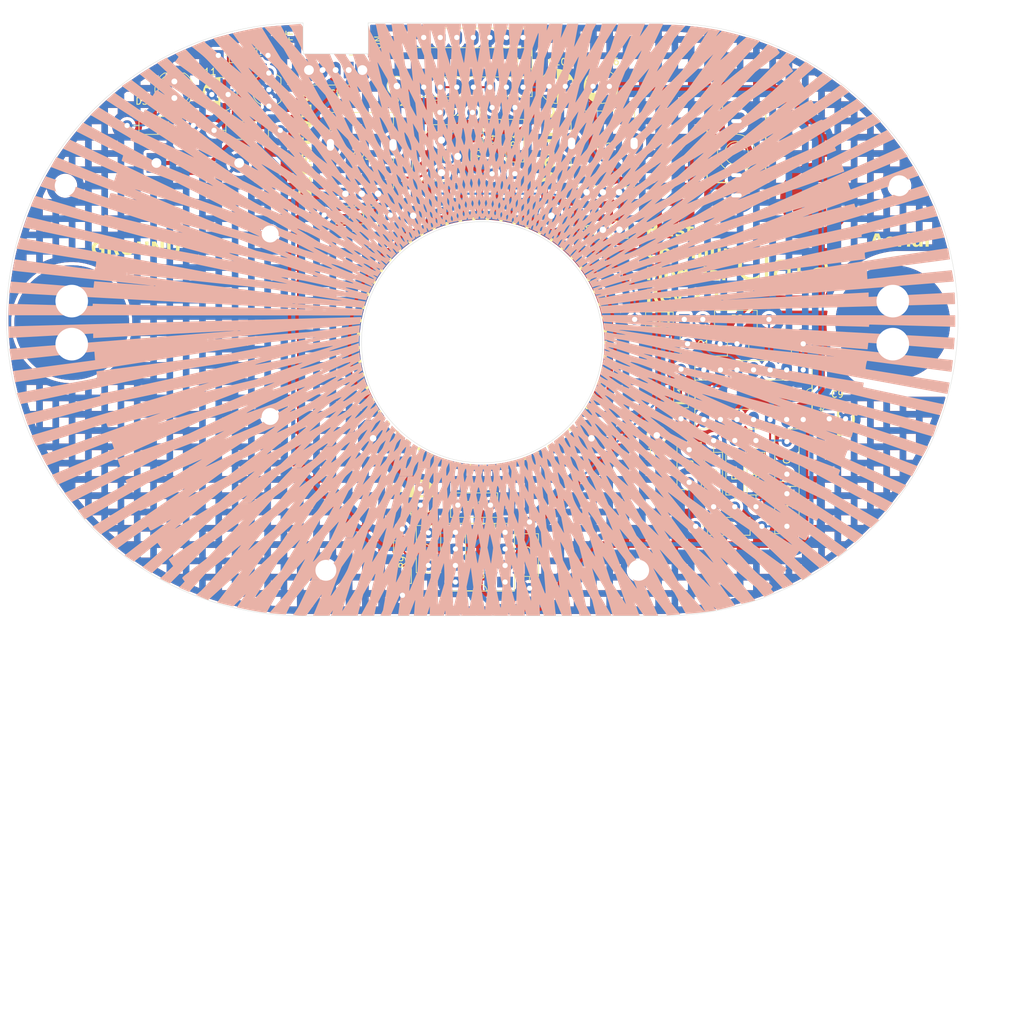
<source format=kicad_pcb>
(kicad_pcb (version 20240108) (generator "pcbnew") (generator_version "8.0")
  (title_block (title "Clara") (date "2024-09-18") (rev "rev2.1") (company "Bristol Communal Modular") (comment 2 "creativecommons.org/licenses/by/4.0") (comment 3 "License: CC BY 4.0") (comment 4 "Authors: Guy John, Robin Thorn"))
  (layers (0 "F.Cu" signal) (31 "B.Cu" signal) (36 "B.SilkS" user "B.Silkscreen") (37 "F.SilkS" user "F.Silkscreen") (38 "B.Mask" user) (39 "F.Mask" user) (44 "Edge.Cuts" user))
  (net 0 "")
  (net 1 "Net-(BT1-+)")
  (net 2 "GND")
  (net 3 "Net-(C1-Pad2)")
  (net 4 "Net-(C2-Pad1)")
  (net 5 "Net-(C2-Pad2)")
  (net 6 "Net-(C3-Pad1)")
  (net 7 "Net-(C3-Pad2)")
  (net 8 "Net-(C4-Pad2)")
  (net 9 "Net-(C5-Pad1)")
  (net 10 "Net-(C5-Pad2)")
  (net 11 "Net-(C7-Pad1)")
  (net 12 "Net-(C7-Pad2)")
  (net 13 "Net-(C8-Pad2)")
  (net 14 "VCC")
  (net 15 "Net-(D1-K)")
  (net 16 "Net-(D1-A)")
  (net 17 "Net-(D2-A)")
  (net 18 "/SPEAKER_AMP")
  (net 19 "Net-(R4-Pad2)")
  (net 20 "Net-(SW1-A)")
  (net 21 "Net-(U2G-VDD)")
  (net 29 "Net-(R4-Pad1)")
  (net 30 "Net-(C1-Pad1)")
  (net 31 "Net-(J3-Pin_2)")
  (net 32 "Net-(D4-K)")
  (net 33 "Net-(R1-Pad1)")
  (net 34 "Net-(R2-Pad1)")
  (net 35 "Net-(R3-Pad1)")
  (net 36 "Net-(R11-Pad2)")
  (net 37 "Net-(D3-A)")
  (net 38 "Net-(J3-Pin_1)")
  (footprint "Diode_THT:D_DO-35_SOD27_P7.62mm_Horizontal" (layer "F.Cu") (at 180.5 111.75 90)
    (property "Reference" "D1")
    (property "Value" "1N4148" (hide yes))
  )
  (footprint "Resistor_THT:R_Axial_DIN0207_L6.3mm_D2.5mm_P10.16mm_Horizontal" (layer "F.Cu") (at 137.75 138.83 90)
    (property "Reference" "R9")
    (property "Value" "10r")
  )
  (footprint "LED_THT:LED_D5.0mm" (layer "F.Cu") (at 102.75 60 -90)
    (property "Reference" "D3")
    (property "Value" "LED")
  )
  (footprint "Resistor_THT:R_Axial_DIN0207_L6.3mm_D2.5mm_P10.16mm_Horizontal" (layer "F.Cu") (at 194 96.5 180)
    (property "Reference" "R2")
    (property "Value" "27k")
  )
  (footprint "project-footprints:40mmSpeakerdropin" (layer "F.Cu") (at 150 100)
    (property "Reference" "LS1" (hide yes))
    (property "Value" "Speaker")
    (fp_circle (center -0.03 0.01) (end 18.47 0.01) (stroke (width 0.05)) (fill none) (layer "Edge.Cuts"))
  )
  (footprint "Rumblesan_Potentiometer_THT:Potentiometer_THT_Bourns_3306P_Vertical" (layer "F.Cu") (at 145 71.5 -90)
    (property "Reference" "RV1")
    (property "Value" "10k")
  )
  (footprint "Resistor_THT:R_Axial_DIN0207_L6.3mm_D2.5mm_P10.16mm_Horizontal" (layer "F.Cu") (at 192 125.25 90)
    (property "Reference" "R8")
    (property "Value" "270k")
  )
  (footprint "Resistor_THT:R_Axial_DIN0207_L6.3mm_D2.5mm_P10.16mm_Horizontal" (layer "F.Cu") (at 188.75 125.25 90)
    (property "Reference" "R7")
    (property "Value" "22k")
  )
  (footprint "MountingHole:MountingHole_3.2mm_M3" (layer "F.Cu") (at 86 76)
    (property "Reference" "EF**" (hide yes))
    (property "Value" "MountingHole_3.2mm_M3" (hide yes))
  )
  (footprint "Package_DIP:DIP-8_W7.62mm_Socket_LongPads" (layer "F.Cu") (at 153.5 136.8 180)
    (property "Reference" "U3")
    (property "Value" "LM386")
  )
  (footprint "project-footprints:crocclipcircleee" (layer "F.Cu") (at 87 97)
    (property "Reference" "H1" (hide yes))
    (property "Value" "MountingHole_Pad" (hide yes))
  )
  (footprint "Connector_PinHeader_2.54mm:PinHeader_1x02_P2.54mm_Vertical" (layer "F.Cu") (at 168.5 82.75 90)
    (property "Reference" "J3")
    (property "Value" "Expression Attachment" (hide yes))
  )
  (footprint "Resistor_THT:R_Axial_DIN0207_L6.3mm_D2.5mm_P10.16mm_Horizontal" (layer "F.Cu") (at 119 67.5 180)
    (property "Reference" "R10")
    (property "Value" "100r")
  )
  (footprint "Capacitor_THT:CP_Radial_D5.0mm_P2.50mm" (layer "F.Cu") (at 203.25 111.75)
    (property "Reference" "C9")
    (property "Value" "10uF")
  )
  (footprint "Resistor_THT:R_Axial_DIN0207_L6.3mm_D2.5mm_P10.16mm_Horizontal" (layer "F.Cu") (at 135.89 80.5 180)
    (property "Reference" "R11")
    (property "Value" "27k")
  )
  (footprint "Resistor_THT:R_Axial_DIN0207_L6.3mm_D2.5mm_P10.16mm_Horizontal" (layer "F.Cu") (at 185.5 125.25 90)
    (property "Reference" "R5")
    (property "Value" "27k")
  )
  (footprint "Resistor_THT:R_Axial_DIN0207_L6.3mm_D2.5mm_P10.16mm_Horizontal" (layer "F.Cu") (at 151.5 64 -90)
    (property "Reference" "R4")
    (property "Value" "22k")
  )
  (footprint "Diode_THT:D_DO-35_SOD27_P7.62mm_Horizontal" (layer "F.Cu") (at 109.5 56)
    (property "Reference" "D4")
    (property "Value" "1N4148" (hide yes))
  )
  (footprint "Capacitor_THT:C_Rect_L7.0mm_W3.5mm_P5.00mm" (layer "F.Cu") (at 181.5 100.25)
    (property "Reference" "C1")
    (property "Value" "100pF")
  )
  (footprint "Capacitor_THT:C_Rect_L7.0mm_W3.5mm_P5.00mm" (layer "F.Cu") (at 181.75 116.5 -90)
    (property "Reference" "C3")
    (property "Value" "100nF")
  )
  (footprint "MountingHole:MountingHole_3.2mm_M3" (layer "F.Cu") (at 126 135)
    (property "Reference" "EF**" (hide yes))
    (property "Value" "MountingHole_3.2mm_M3" (hide yes))
  )
  (footprint "MountingHole:MountingHole_3.2mm_M3" (layer "F.Cu") (at 174 135)
    (property "Reference" "EF**" (hide yes))
    (property "Value" "MountingHole_3.2mm_M3" (hide yes))
  )
  (footprint "Package_TO_SOT_THT:TO-92_Inline_Wide" (layer "F.Cu") (at 117.25 63.79 90)
    (property "Reference" "U4")
    (property "Value" "LP2950-5.0_TO92")
  )
  (footprint "Resistor_THT:R_Axial_DIN0207_L6.3mm_D2.5mm_P10.16mm_Horizontal" (layer "F.Cu") (at 199.25 100.25 180)
    (property "Reference" "R1")
    (property "Value" "270k")
  )
  (footprint "Rumblesan_Standard_Parts:TestPoint_Loop_D2.50mm_Drill1.0mm_LowProfile" (layer "F.Cu") (at 136.906 60.706)
    (property "Reference" "TP2")
    (property "Value" "TestPoint" (hide yes))
  )
  (footprint "BCM_Graphics:BCM_Logo_tiny_Copper_8mmx8mm" (layer "F.Cu") (at 201.25 78)
    (property "Reference" "REF**" (hide yes))
    (property "Value" "BCM_Logo_tiny_Copper_8mmx8mm" (hide yes))
  )
  (footprint "Capacitor_THT:CP_Radial_D5.0mm_P2.50mm" (layer "F.Cu") (at 169.5 60.75 180)
    (property "Reference" "C6")
    (property "Value" "10uF")
  )
  (footprint "Resistor_THT:R_Axial_DIN0207_L6.3mm_D2.5mm_P10.16mm_Horizontal" (layer "F.Cu") (at 155 64 -90)
    (property "Reference" "R3")
    (property "Value" "270k")
  )
  (footprint "Diode_THT:D_DO-35_SOD27_P7.62mm_Horizontal" (layer "F.Cu") (at 181 96.5 180)
    (property "Reference" "D2")
    (property "Value" "1N4148" (hide yes))
  )
  (footprint "Resistor_THT:R_Axial_DIN0207_L6.3mm_D2.5mm_P10.16mm_Horizontal" (layer "F.Cu") (at 157.25 137.75 90)
    (property "Reference" "R12")
    (property "Value" "270k")
  )
  (footprint "Rumblesan_Standard_Parts:TestPoint_Loop_D2.50mm_Drill1.0mm_LowProfile" (layer "F.Cu") (at 176.784 114.3)
    (property "Reference" "TP1")
    (property "Value" "TestPoint" (hide yes))
  )
  (footprint "Package_DIP:DIP-14_W7.62mm_Socket_LongPads" (layer "F.Cu") (at 156.25 53.25 -90)
    (property "Reference" "U2")
    (property "Value" "4069")
  )
  (footprint "Capacitor_THT:CP_Radial_D5.0mm_P2.50mm" (layer "F.Cu") (at 140.5 125 90)
    (property "Reference" "C8")
    (property "Value" "10uF")
  )
  (footprint "Capacitor_THT:C_Rect_L7.0mm_W3.5mm_P5.00mm" (layer "F.Cu") (at 196.75 120.25 90)
    (property "Reference" "C5")
    (property "Value" "10nF")
  )
  (footprint "project-footprints:crocclipcircleee" (layer "F.Cu") (at 213 97)
    (property "Reference" "H2" (hide yes))
    (property "Value" "MountingHole_Pad" (hide yes))
  )
  (footprint "Button_Switch_THT:SW_Slide_SPDT_Angled_CK_OS102011MA1Q" (layer "F.Cu") (at 129.5 58.25 180)
    (property "Reference" "SW1")
    (property "Value" "SW_SPDT")
  )
  (footprint "Capacitor_THT:C_Rect_L7.0mm_W3.5mm_P5.00mm" (layer "F.Cu") (at 151.25 125 180)
    (property "Reference" "C12")
    (property "Value" "100nF")
  )
  (footprint "Capacitor_THT:CP_Radial_D5.0mm_P2.50mm" (layer "F.Cu") (at 111 62 180)
    (property "Reference" "C11")
    (property "Value" "10uF")
  )
  (footprint "Capacitor_THT:C_Rect_L7.0mm_W3.5mm_P5.00mm" (layer "F.Cu") (at 196.75 123.25 -90)
    (property "Reference" "C4")
    (property "Value" "10nF")
  )
  (footprint "Potentiometer_THT:Potentiometer_Alpha_RD901F-40-00D_Single_Vertical" (layer "F.Cu") (at 129 77.225 90)
    (property "Reference" "RV3")
    (property "Value" "1k")
  )
  (footprint "Resistor_THT:R_Axial_DIN0207_L6.3mm_D2.5mm_P10.16mm_Horizontal" (layer "F.Cu") (at 182.75 128.25)
    (property "Reference" "R6")
    (property "Value" "22k")
  )
  (footprint "Potentiometer_THT:Potentiometer_Alpha_RD901F-40-00D_Single_Vertical" (layer "F.Cu") (at 166 77 90)
    (property "Reference" "RV2")
    (property "Value" "25k")
  )
  (footprint "MountingHole:MountingHole_3.2mm_M3" (layer "F.Cu") (at 214 76)
    (property "Reference" "EF**" (hide yes))
    (property "Value" "MountingHole_3.2mm_M3" (hide yes))
  )
  (footprint "Capacitor_THT:C_Rect_L7.0mm_W3.5mm_P5.00mm" (layer "F.Cu") (at 143.5 64.75)
    (property "Reference" "C2")
    (property "Value" "100pF")
  )
  (footprint "Package_DIP:DIP-14_W7.62mm_Socket_LongPads" (layer "F.Cu") (at 199.25 104.25 -90)
    (property "Reference" "U1")
    (property "Value" "4069")
  )
  (footprint "Capacitor_THT:CP_Radial_D5.0mm_P2.50mm" (layer "F.Cu") (at 160.25 60.75)
    (property "Reference" "C10")
    (property "Value" "10uF")
  )
  (footprint "Resistor_THT:R_Axial_DIN0207_L6.3mm_D2.5mm_P10.16mm_Horizontal" (layer "F.Cu") (at 95.5 66.75)
    (property "Reference" "R13")
    (property "Value" "10k")
  )
  (footprint "Rumblesan_Audio_Connectors:Jack_3.5mm_QingPu_WQP-PJ398SM_Vertical" (layer "F.Cu") (at 189 71)
    (property "Reference" "J1")
    (property "Value" "Eurorack Mono Jack" (hide yes))
  )
  (footprint "Capacitor_THT:C_Rect_L7.0mm_W3.5mm_P5.00mm" (layer "F.Cu") (at 141.75 134.25 90)
    (property "Reference" "C7")
    (property "Value" "47nF")
  )
  (footprint "project-footprints:BatteryHolder_Eagle_12BH611-GRMODDEDBYROBIN" (layer "B.Cu") (at 100 72.5 90)
    (property "Reference" "BT1" (hide yes))
    (property "Value" "9V")
  )
  (gr_poly (pts (xy 142.701826 117.350907) (xy 142.832473 117.399262) (xy 142.570991 117.399262) (xy 142.571502 117.301598) (xy 142.571533 117.301598)) (stroke (width -0.000001)) (fill solid) (layer "B.SilkS"))
  (gr_poly (pts (xy 131.461589 96.144241) (xy 131.397196 96.411791) (xy 131.336712 96.680223) (xy 131.280144 96.949508) (xy 131.227497 97.21962) (xy 131.111744 97.225815) (xy 121.323192 98.213356) (xy 119.301609 98.417481) (xy 108.389614 99.588463) (xy 109.004566 99.550224) (xy 110.631855 99.430336) (xy 115.933857 99.021576) (xy 123.41505 98.433495) (xy 128.162052 97.803559) (xy 128.505184 97.75705) (xy 130.881267 97.435623) (xy 131.213024 97.387573) (xy 131.185228 97.680833) (xy 131.162008 97.974477) (xy 131.143368 98.268448) (xy 131.129314 98.562691) (xy 130.94276 98.582321) (xy 129.48135 98.851044) (xy 126.812259 99.390541) (xy 124.256343 99.927979) (xy 123.433658 100.110916) (xy 123.134449 100.191529) (xy 123.158741 100.201347) (xy 123.20473 100.206513) (xy 123.35976 100.203934) (xy 123.889957 100.149674) (xy 124.655803 100.041664) (xy 125.588047 99.89077) (xy 126.616405 99.709389) (xy 127.672161 99.508881) (xy 128.685016 99.300629) (xy 129.529926 99.110459) (xy 129.586254 99.097542) (xy 131.101924 98.732704) (xy 131.11742 98.729195) (xy 131.088847 99.027972) (xy 131.065023 99.327135) (xy 131.045951 99.62661) (xy 131.031635 99.926323) (xy 131.032672 99.939346) (xy 130.808918 99.993607) (xy 130.196033 100.167244) (xy 128.863819 100.57135) (xy 128.580631 100.657135) (xy 127.092861 101.135658) (xy 126.640178 101.294304) (xy 126.529071 101.340813) (xy 126.507884 101.353729) (xy 126.511501 101.359413) (xy 126.631908 101.361481) (xy 126.799343 101.345467) (xy 127.009151 101.312393) (xy 127.257709 101.263298) (xy 127.855091 101.122223) (xy 128.558406 100.931534) (xy 129.336139 100.700028) (xy 130.097332 100.456108) (xy 130.155208 100.437508) (xy 130.984096 100.152771) (xy 131.046108 100.130051) (xy 131.060473 100.431421) (xy 131.079647 100.732499) (xy 131.103627 101.033235) (xy 131.132412 101.33358) (xy 130.891078 101.426079) (xy 130.356235 101.642082) (xy 129.874607 101.842591) (xy 129.773838 101.884964) (xy 129.209529 102.126297) (xy 128.729457 102.338684) (xy 128.40028 102.494232) (xy 128.313465 102.541771) (xy 128.288654 102.565025) (xy 128.29021 102.565025) (xy 128.294338 102.565544) (xy 128.307781 102.563996) (xy 128.35635 102.555725) (xy 128.430767 102.540741) (xy 128.528438 102.519036) (xy 128.645221 102.492165) (xy 128.778553 102.46064) (xy 128.924793 102.425499) (xy 129.08086 102.386742) (xy 129.228649 102.343849) (xy 129.413654 102.282356) (xy 129.866855 102.113892) (xy 130.384654 101.905121) (xy 130.913303 101.680329) (xy 130.943279 101.666893) (xy 131.149463 101.574394) (xy 131.17165 101.887487) (xy 131.199033 102.200154) (xy 131.231603 102.512325) (xy 131.269352 102.823929) (xy 131.223361 102.847183) (xy 130.792377 103.076103) (xy 130.787731 103.07869) (xy 130.377422 103.303482) (xy 130.027568 103.503472) (xy 129.79037 103.650749) (xy 129.728878 103.696228) (xy 129.715442 103.710693) (xy 129.713893 103.718964) (xy 129.731464 103.727226) (xy 129.761432 103.728264) (xy 129.852901 103.711723) (xy 129.983127 103.672455) (xy 130.145389 103.612511) (xy 130.335041 103.534996) (xy 130.545368 103.443009) (xy 131.006321 103.226486) (xy 131.322071 103.066307) (xy 131.383076 103.386388) (xy 131.449582 103.70534) (xy 131.521577 104.023098) (xy 131.599048 104.3396) (xy 131.462627 104.439331) (xy 131.218196 104.623299) (xy 131.125179 104.695648) (xy 131.056446 104.751457) (xy 131.014591 104.788666) (xy 131.004772 104.799515) (xy 131.002704 104.804688) (xy 131.017688 104.813469) (xy 131.039394 104.817085) (xy 131.066784 104.815537) (xy 131.100887 104.809334) (xy 131.185123 104.783493) (xy 131.289508 104.74112) (xy 131.410427 104.684281) (xy 131.546337 104.613999) (xy 131.646602 104.558205) (xy 131.688528 104.751649) (xy 131.732478 104.944644) (xy 131.778446 105.137168) (xy 131.826427 105.329201) (xy 131.727726 105.38398) (xy 131.586132 105.466141) (xy 131.435238 105.55658) (xy 131.279171 105.653725) (xy 131.122074 105.755013) (xy 130.967044 105.857849) (xy 130.817699 105.961205) (xy 130.678173 106.062485) (xy 130.582576 106.135872) (xy 130.552082 106.159126) (xy 130.25288 106.398384) (xy 130.032222 106.577706) (xy 129.950054 106.646431) (xy 129.885456 106.702759) (xy 129.838947 106.7472) (xy 129.808979 106.779755) (xy 129.80019 106.79216) (xy 129.795543 106.801979) (xy 129.794506 106.809212) (xy 129.797611 106.813866) (xy 129.804325 106.816445) (xy 129.815181 106.816445) (xy 129.847217 106.810761) (xy 129.893726 106.796806) (xy 129.953159 106.775108) (xy 130.111805 106.713608) (xy 130.392925 106.602509) (xy 130.569652 106.533776) (xy 130.593944 106.519821) (xy 130.636837 106.490372) (xy 130.769641 106.389084) (xy 130.95309 106.243874) (xy 131.172199 106.066109) (xy 131.410945 105.868698) (xy 131.467792 105.820641) (xy 131.654346 105.663544) (xy 131.879657 105.471314) (xy 131.990099 105.794114) (xy 132.106344 106.11485) (xy 132.22836 106.433436) (xy 132.356113 106.749786) (xy 132.264644 106.834534) (xy 132.143718 106.948738) (xy 132.018146 107.071213) (xy 131.960781 107.128571) (xy 131.892055 107.197823) (xy 131.282276 107.818451) (xy 131.756145 107.581261) (xy 131.81557 107.550255) (xy 131.873966 107.518212) (xy 131.932361 107.484627) (xy 131.990238 107.450005) (xy 132.047084 107.413826) (xy 132.103412 107.375588) (xy 132.15974 107.336312) (xy 132.21503 107.295487) (xy 132.269809 107.253113) (xy 132.324588 107.209191) (xy 132.37833 107.163712) (xy 132.432071 107.116692) (xy 132.47755 107.075348) (xy 132.596321 107.35671) (xy 132.719598 107.636061) (xy 132.847354 107.913349) (xy 132.979564 108.188519) (xy 133.116202 108.461517) (xy 133.25724 108.73229) (xy 133.402654 109.000784) (xy 133.552417 109.266945) (xy 133.455265 109.371849) (xy 133.356563 109.483467) (xy 133.266651 109.592507) (xy 133.18655 109.697922) (xy 133.103351 109.813164) (xy 133.063556 109.869492) (xy 132.96796 110.006432) (xy 132.898708 110.110817) (xy 132.873394 110.151642) (xy 132.854785 110.185234) (xy 132.841869 110.211586) (xy 132.835147 110.231224) (xy 132.833599 110.238464) (xy 132.833599 110.24466) (xy 132.835147 110.248795) (xy 132.838253 110.251381) (xy 132.842388 110.252411) (xy 132.848072 110.2519) (xy 132.863056 110.246727) (xy 132.883724 110.236397) (xy 132.909565 110.220894) (xy 133.001033 110.16198) (xy 133.108005 110.094284) (xy 133.218074 110.026589) (xy 133.317806 109.967163) (xy 133.352947 109.94339) (xy 133.392742 109.911347) (xy 133.436145 109.871559) (xy 133.483173 109.824013) (xy 133.533817 109.769241) (xy 133.587558 109.707741) (xy 133.644405 109.639015) (xy 133.704349 109.564079) (xy 133.710567 109.556359) (xy 133.82097 109.750332) (xy 133.933656 109.942987) (xy 134.048611 110.134298) (xy 134.165821 110.324242) (xy 134.162715 110.325279) (xy 134.139461 110.337166) (xy 134.113109 110.35318) (xy 134.053676 110.395043) (xy 133.984951 110.449303) (xy 133.909503 110.51545) (xy 133.828372 110.590897) (xy 133.743618 110.674095) (xy 133.655773 110.764527) (xy 133.56792 110.859612) (xy 133.481105 110.957794) (xy 133.396358 111.058563) (xy 133.316257 111.158821) (xy 133.24184 111.258553) (xy 133.174663 111.355187) (xy 133.003612 111.614601) (xy 132.985012 111.64354) (xy 132.881145 111.80529) (xy 132.837734 111.877121) (xy 132.805698 111.933449) (xy 132.78606 111.975304) (xy 132.780376 111.991325) (xy 132.77779 112.003731) (xy 132.06155 112.003731) (xy 132.094623 111.956185) (xy 132.164905 111.849213) (xy 132.218647 111.758782) (xy 132.252758 111.689018) (xy 132.262058 111.663178) (xy 132.265155 111.64354) (xy 132.262058 111.628037) (xy 132.254306 111.618225) (xy 132.241901 111.613571) (xy 132.224849 111.613571) (xy 132.203144 111.618736) (xy 132.177822 111.628555) (xy 132.148883 111.64251) (xy 132.11581 111.660599) (xy 132.0414 111.708138) (xy 131.955615 111.769631) (xy 131.861568 111.843018) (xy 131.760799 111.926727) (xy 131.655895 112.018196) (xy 131.548404 112.116379) (xy 131.440921 112.219215) (xy 131.336017 112.325157) (xy 131.234729 112.43161) (xy 131.139644 112.537544) (xy 131.053348 112.6409) (xy 130.977901 112.739601) (xy 130.621845 113.228974) (xy 130.582576 113.282723) (xy 130.371738 113.570557) (xy 130.196552 113.807236) (xy 129.420887 113.807236) (xy 129.501506 113.704918) (xy 129.601757 113.567459) (xy 129.679271 113.44912) (xy 129.729915 113.352997) (xy 129.744381 113.31424) (xy 129.751102 113.282723) (xy 129.749546 113.259468) (xy 129.740764 113.243965) (xy 129.725261 113.236725) (xy 129.702526 113.236214) (xy 129.673587 113.242409) (xy 129.638965 113.255844) (xy 129.59814 113.275482) (xy 129.552143 113.301323) (xy 129.44569 113.369538) (xy 129.322185 113.458939) (xy 129.184726 113.566422) (xy 129.0359 113.689926) (xy 128.878284 113.826874) (xy 128.714984 113.974671) (xy 128.549106 114.131249) (xy 128.382709 114.294541) (xy 128.219409 114.461456) (xy 128.061794 114.629921) (xy 127.912967 114.796837) (xy 127.77499 114.961167) (xy 127.471134 115.337372) (xy 127.39207 115.436073) (xy 127.212757 115.660866) (xy 127.027752 115.895996) (xy 126.971424 115.969895) (xy 126.943004 116.009171) (xy 126.940937 116.013817) (xy 126.940937 116.016922) (xy 125.915157 116.016922) (xy 126.1198 115.778176) (xy 126.187496 115.698593) (xy 126.246402 115.626244) (xy 126.296016 115.563713) (xy 126.334774 115.511521) (xy 126.362163 115.471215) (xy 126.371463 115.455712) (xy 126.377147 115.443825) (xy 126.379215 115.436073) (xy 126.379215 115.433495) (xy 126.378177 115.431938) (xy 126.37611 115.431427) (xy 126.373531 115.431427) (xy 126.364742 115.435562) (xy 126.258289 115.502739) (xy 126.044353 115.641235) (xy 125.415447 116.048958) (xy 125.144664 116.227761) (xy 125.027355 116.307862) (xy 124.919353 116.384339) (xy 124.817554 116.460304) (xy 124.719883 116.536781) (xy 124.624279 116.616882) (xy 124.528163 116.702149) (xy 124.428943 116.795166) (xy 124.324558 116.898522) (xy 124.211902 117.013245) (xy 124.089428 117.142433) (xy 123.80418 117.452492) (xy 123.449161 117.845749) (xy 122.756694 118.619347) (xy 122.600635 118.793495) (xy 122.360851 119.069962) (xy 122.282306 119.165566) (xy 122.230625 119.234291) (xy 122.203243 119.278221) (xy 122.198589 119.291657) (xy 120.874126 119.291657) (xy 121.103046 119.042061) (xy 121.275135 118.848274) (xy 121.392955 118.709259) (xy 121.450313 118.632782) (xy 121.454967 118.619347) (xy 121.442043 118.623993) (xy 119.939296 119.599648) (xy 118.646869 120.440941) (xy 116.555522 122.536934) (xy 114.463665 124.632416) (xy 112.791408 124.632416) (xy 113.500927 123.946152) (xy 113.747425 123.699654) (xy 113.874034 123.563233) (xy 113.895221 123.533257) (xy 113.89574 123.528092) (xy 113.889537 123.528092) (xy 113.802722 123.586998) (xy 113.582576 123.733246) (xy 113.045658 124.083611) (xy 111.344471 125.188454) (xy 108.970973 126.726341) (xy 101.513549 133.440148) (xy 99.284277 135.442116) (xy 98.924164 135.213709) (xy 98.566218 134.981925) (xy 98.210463 134.746781) (xy 97.856924 134.508293) (xy 98.443452 134.003937) (xy 99.70384 132.904259) (xy 100.546167 132.150818) (xy 100.771474 131.937904) (xy 100.828319 131.878487) (xy 100.845373 131.852646) (xy 100.829353 131.818535) (xy 100.80248 131.768929) (xy 100.720315 131.63147) (xy 100.612312 131.459908) (xy 100.491907 131.273865) (xy 100.372017 131.094559) (xy 100.26608 130.942108) (xy 100.187532 130.835137) (xy 100.16221 130.80568) (xy 100.148775 130.795349) (xy 100.057825 130.864075) (xy 99.808744 131.059929) (xy 98.90699 131.781326) (xy 96.570158 133.666474) (xy 96.199515 133.431513) (xy 95.831206 133.193006) (xy 95.465218 132.950941) (xy 95.101537 132.705307) (xy 96.323684 131.762207) (xy 100.42731 128.605301) (xy 102.872638 128.605301) (xy 102.94602 128.57016) (xy 103.105184 128.473526) (xy 106.513759 126.389412) (xy 109.548717 124.533196) (xy 112.24364 122.233078) (xy 113.945865 120.776322) (xy 115.64085 120.776322) (xy 115.641368 120.781487) (xy 115.647052 120.783035) (xy 115.673404 120.773216) (xy 115.718364 120.748413) (xy 117.463482 119.680779) (xy 119.038578 118.715981) (xy 120.582668 117.254051) (xy 121.308719 116.566239) (xy 122.533451 116.566239) (xy 123.618656 115.911499) (xy 123.967472 115.699623) (xy 124.247562 115.522896) (xy 124.368999 115.442795) (xy 124.480617 115.36528) (xy 124.58604 115.287766) (xy 124.686809 115.209213) (xy 124.786548 115.126015) (xy 124.887828 115.037651) (xy 124.993251 114.940499) (xy 125.104869 114.833527) (xy 125.3586 114.580834) (xy 125.670215 114.261475) (xy 126.033496 113.884751) (xy 126.208164 113.700783) (xy 127.164691 113.700783) (xy 127.167278 113.71267) (xy 127.182781 113.712151) (xy 127.212757 113.698715) (xy 127.571903 113.498726) (xy 127.732616 113.40416) (xy 127.88351 113.311661) (xy 128.025104 113.220192) (xy 128.158947 113.129242) (xy 128.285556 113.037254) (xy 128.407512 112.943726) (xy 128.524822 112.847603) (xy 128.639537 112.747871) (xy 128.752193 112.642967) (xy 128.864849 112.532891) (xy 128.978023 112.415589) (xy 129.093257 112.291046) (xy 129.211597 112.157723) (xy 129.335102 112.01458) (xy 129.601238 111.697289) (xy 129.631725 111.659561) (xy 130.477672 111.659561) (xy 130.48077 111.666794) (xy 130.48801 111.669899) (xy 130.498859 111.669899) (xy 130.513843 111.666794) (xy 130.532444 111.66008) (xy 130.58102 111.637856) (xy 130.644588 111.603233) (xy 130.723651 111.557244) (xy 130.92519 111.43425) (xy 131.013042 111.374825) (xy 131.112255 111.296791) (xy 131.221294 111.203774) (xy 131.337047 111.097839) (xy 131.457973 110.982598) (xy 131.580959 110.859093) (xy 131.703952 110.731453) (xy 131.824359 110.601746) (xy 131.939594 110.472557) (xy 132.047084 110.346977) (xy 132.135967 110.238464) (xy 132.144756 110.227089) (xy 132.230533 110.116501) (xy 132.301334 110.01677) (xy 132.354557 109.931503) (xy 132.388668 109.86277) (xy 132.397449 109.835388) (xy 132.400547 109.813164) (xy 132.397968 109.79818) (xy 132.390735 109.787842) (xy 132.378849 109.782677) (xy 132.362308 109.782158) (xy 132.342159 109.786293) (xy 132.317867 109.794563) (xy 132.289447 109.806961) (xy 132.257923 109.823502) (xy 132.185062 109.867943) (xy 132.101345 109.92582) (xy 132.007297 109.995583) (xy 131.906009 110.076714) (xy 131.799038 110.166634) (xy 131.687419 110.264298) (xy 131.573726 110.368683) (xy 131.459522 110.478241) (xy 131.346355 110.590897) (xy 131.236278 110.705612) (xy 131.130863 110.820854) (xy 131.031642 110.935059) (xy 130.812534 111.198608) (xy 130.796001 111.218247) (xy 130.625469 111.428566) (xy 130.565006 111.507637) (xy 130.520046 111.57016) (xy 130.491107 111.617188) (xy 130.482837 111.635277) (xy 130.478191 111.649223) (xy 130.477672 111.659561) (xy 129.631725 111.659561) (xy 129.811565 111.437355) (xy 129.889591 111.337616) (xy 129.946437 111.262169) (xy 129.977962 111.214111) (xy 129.984157 111.201714) (xy 129.984419 111.200161) (xy 129.984676 111.198608) (xy 129.983904 111.198093) (xy 129.983127 111.197579) (xy 129.975894 111.199127) (xy 129.96297 111.203774) (xy 129.945919 111.211525) (xy 129.923702 111.221863) (xy 129.867374 111.250282) (xy 129.796062 111.28801) (xy 129.712856 111.334) (xy 129.619327 111.386192) (xy 129.518039 111.444069) (xy 129.411068 111.506081) (xy 129.309269 111.575333) (xy 129.173877 111.683334) (xy 128.825573 111.988228) (xy 128.416813 112.370629) (xy 127.997203 112.780426) (xy 127.702648 113.080666) (xy 127.616863 113.167999) (xy 127.325923 113.483742) (xy 127.229808 113.598976) (xy 127.174511 113.677529) (xy 127.164691 113.700783) (xy 126.208164 113.700783) (xy 126.317203 113.585541) (xy 126.524425 113.360237) (xy 126.600902 113.272904) (xy 126.659298 113.201584) (xy 126.70116 113.146294) (xy 126.726482 113.106507) (xy 126.735782 113.080666) (xy 126.734745 113.072914) (xy 126.729579 113.06826) (xy 126.720798 113.06723) (xy 126.708393 113.069298) (xy 126.672733 113.082733) (xy 126.622608 113.108566) (xy 126.559566 113.144745) (xy 126.209194 113.352997) (xy 125.686748 113.659958) (xy 125.585979 113.720421) (xy 125.489864 113.779328) (xy 125.397876 113.839272) (xy 125.307964 113.900772) (xy 125.218044 113.965882) (xy 125.127094 114.035126) (xy 125.033557 114.111092) (xy 124.934856 114.19429) (xy 124.830471 114.286278) (xy 124.718334 114.389115) (xy 124.596378 114.503319) (xy 124.463565 114.630959) (xy 124.157642 114.931717) (xy 123.788158 115.302231) (xy 123.402652 115.690323) (xy 122.533451 116.566239) (xy 121.308719 116.566239) (xy 122.228565 115.693939) (xy 122.232181 115.690323) (xy 122.232181 115.688255) (xy 122.228565 115.688255) (xy 122.221324 115.690323) (xy 122.19807 115.699623) (xy 122.161899 115.716683) (xy 122.054927 115.770943) (xy 121.905071 115.850517) (xy 121.718517 115.952324) (xy 121.499408 116.07325) (xy 121.253429 116.21122) (xy 120.985744 116.363671) (xy 119.641124 117.131065) (xy 117.831928 118.749054) (xy 116.645954 119.81514) (xy 116.633556 119.826508) (xy 115.942638 120.462128) (xy 115.750919 120.647644) (xy 115.655323 120.75203) (xy 115.64085 120.775803) (xy 113.945865 120.775803) (xy 114.167041 120.586662) (xy 115.006267 119.859581) (xy 115.020732 119.844589) (xy 115.031589 119.832192) (xy 115.034687 119.828056) (xy 115.034814 119.827669) (xy 115.034943 119.827282) (xy 115.035205 119.826508) (xy 115.034943 119.825733) (xy 115.034814 119.825347) (xy 115.034687 119.824959) (xy 115.034168 119.82444) (xy 115.032619 119.82444) (xy 115.026416 119.82547) (xy 115.016079 119.829605) (xy 115.001613 119.836327) (xy 114.982494 119.845627) (xy 114.957172 119.858544) (xy 114.888439 119.896271) (xy 114.790775 119.950012) (xy 114.661067 120.023392) (xy 114.49467 120.118477) (xy 114.034748 120.382027) (xy 112.492725 121.270348) (xy 110.395175 122.478539) (xy 106.732868 125.441147) (xy 104.32888 127.388321) (xy 103.160993 128.3433) (xy 102.929483 128.542252) (xy 102.88194 128.588242) (xy 102.872638 128.605301) (xy 100.42731 128.605301) (xy 102.088192 127.327339) (xy 102.25769 127.18988) (xy 102.019979 127.323204) (xy 101.467557 127.638947) (xy 100.471752 128.211006) (xy 100.007181 128.478172) (xy 99.658882 128.673508) (xy 99.52194 128.745857) (xy 99.406702 128.801666) (xy 99.310583 128.842491) (xy 99.231517 128.868851) (xy 99.166404 128.880737) (xy 99.137983 128.881767) (xy 99.112663 128.879181) (xy 99.089923 128.874016) (xy 99.068737 128.865235) (xy 99.0491 128.853348) (xy 99.03153 128.838875) (xy 98.998457 128.801155) (xy 98.967451 128.752579) (xy 98.900789 128.62545) (xy 98.872366 128.572228) (xy 98.843944 128.520546) (xy 98.815006 128.472489) (xy 98.787099 128.428566) (xy 98.761262 128.390328) (xy 98.737491 128.359322) (xy 98.727157 128.346916) (xy 98.717855 128.336579) (xy 98.70907 128.328827) (xy 98.701833 128.323143) (xy 98.671863 128.336067) (xy 98.597448 128.381539) (xy 98.322528 128.564476) (xy 97.8962 128.859032) (xy 97.337575 129.252289) (xy 95.896322 130.280129) (xy 94.149141 131.542588) (xy 93.903631 131.719795) (xy 93.583123 131.432612) (xy 93.265354 131.142402) (xy 92.950346 130.849186) (xy 92.638122 130.552986) (xy 93.438589 129.999008) (xy 96.468894 127.913353) (xy 102.499017 123.764252) (xy 104.91954 123.764252) (xy 104.944862 123.755982) (xy 105.071987 123.688286) (xy 106.095699 123.129662) (xy 108.224765 121.974694) (xy 111.141384 120.394943) (xy 113.75156 118.396622) (xy 115.310634 117.20031) (xy 116.969448 117.20031) (xy 116.969966 117.205994) (xy 116.975132 117.208061) (xy 116.998394 117.202378) (xy 117.091404 117.158455) (xy 117.953373 116.70887) (xy 118.645832 116.33783) (xy 119.210659 116.018471) (xy 119.457668 115.870155) (xy 119.688663 115.724434) (xy 119.908809 115.578705) (xy 120.122234 115.428841) (xy 120.552181 115.104828) (xy 121.020366 114.726044) (xy 121.567623 114.265091) (xy 122.166553 113.752976) (xy 122.25233 113.678559) (xy 123.472927 113.678559) (xy 123.473189 113.679333) (xy 123.473318 113.679719) (xy 123.473445 113.680107) (xy 123.474483 113.680626) (xy 123.476551 113.680626) (xy 123.482746 113.679596) (xy 123.492565 113.676491) (xy 123.506 113.671326) (xy 123.523059 113.663574) (xy 123.569568 113.641358) (xy 123.633129 113.608795) (xy 123.715808 113.565392) (xy 123.819164 113.510613) (xy 124.093044 113.363335) (xy 124.466152 113.162316) (xy 124.789646 112.986099) (xy 124.928142 112.908066) (xy 125.054744 112.833649) (xy 125.173084 112.760269) (xy 125.286258 112.68586) (xy 125.397358 112.607826) (xy 125.508464 112.524109) (xy 125.623706 112.432121) (xy 125.745662 112.329804) (xy 125.877437 112.21405) (xy 126.02161 112.083824) (xy 126.361126 111.767052) (xy 126.735782 111.411514) (xy 127.687145 111.411514) (xy 128.162052 111.154167) (xy 128.453502 110.995003) (xy 128.687603 110.861679) (xy 128.787853 110.800698) (xy 128.880352 110.741272) (xy 128.966648 110.682358) (xy 129.049335 110.621903) (xy 129.129947 110.557823) (xy 129.210567 110.489609) (xy 129.293766 110.415192) (xy 129.381099 110.332512) (xy 129.577465 110.137695) (xy 129.81673 109.892227) (xy 130.035839 109.6633) (xy 130.848194 109.6633) (xy 130.848705 109.665367) (xy 130.86214 109.673119) (xy 130.8792 109.676735) (xy 130.899868 109.676224) (xy 130.924152 109.672089) (xy 130.95206 109.664337) (xy 130.982547 109.65297) (xy 131.052311 109.620407) (xy 131.13293 109.574936) (xy 131.221813 109.518608) (xy 131.317928 109.451943) (xy 131.420246 109.375984) (xy 131.526699 109.292267) (xy 131.635738 109.201317) (xy 131.746845 109.105194) (xy 131.857433 109.004425) (xy 131.966465 108.899521) (xy 132.072406 108.793068) (xy 132.173694 108.685066) (xy 132.269291 108.577584) (xy 132.394352 108.431336) (xy 132.819126 107.934723) (xy 132.420185 108.136261) (xy 132.365413 108.164688) (xy 132.311153 108.195694) (xy 132.256893 108.228768) (xy 132.202632 108.26442) (xy 132.147853 108.303177) (xy 132.091526 108.345039) (xy 132.034679 108.389992) (xy 131.976284 108.438568) (xy 131.916339 108.49128) (xy 131.854328 108.548126) (xy 131.789737 108.609619) (xy 131.722553 108.675247) (xy 131.65279 108.746048) (xy 131.57941 108.822006) (xy 131.422313 108.98996) (xy 131.302425 109.121735) (xy 131.264186 109.164108) (xy 131.191326 109.245239) (xy 131.092105 109.358414) (xy 131.006321 109.457627) (xy 130.937076 109.540833) (xy 130.885913 109.604904) (xy 130.855945 109.647286) (xy 130.849224 109.659683) (xy 130.848194 109.6633) (xy 130.035839 109.6633) (xy 130.087513 109.609039) (xy 130.202754 109.485016) (xy 130.301967 109.377533) (xy 130.381549 109.288132) (xy 130.438915 109.220436) (xy 130.471469 109.178063) (xy 130.477672 109.167206) (xy 130.477929 109.165657) (xy 130.478191 109.164108) (xy 130.477153 109.163071) (xy 130.469402 109.164627) (xy 130.457004 109.168762) (xy 130.417728 109.184265) (xy 130.3614 109.20855) (xy 130.290599 109.241623) (xy 130.207401 109.280899) (xy 130.113872 109.325852) (xy 130.013103 109.375466) (xy 129.90665 109.429207) (xy 129.827068 109.470032) (xy 129.751613 109.511887) (xy 129.678752 109.553749) (xy 129.607959 109.597672) (xy 129.537677 109.64418) (xy 129.467395 109.694306) (xy 129.395565 109.748055) (xy 129.321666 109.806961) (xy 129.24467 109.872078) (xy 129.163539 109.942871) (xy 129.077236 110.021424) (xy 128.985256 110.108238) (xy 128.885517 110.204354) (xy 128.778034 110.309777) (xy 128.535152 110.553169) (xy 128.486576 110.602265) (xy 127.687145 111.411514) (xy 126.735782 111.411514) (xy 126.788494 111.361389) (xy 127.584308 110.602265) (xy 126.767299 111.024979) (xy 126.515636 111.157784) (xy 126.403499 111.219277) (xy 126.298084 111.280258) (xy 126.197826 111.340721) (xy 126.100162 111.403252) (xy 126.003528 111.46888) (xy 125.906375 111.538643) (xy 125.806118 111.614601) (xy 125.700702 111.697289) (xy 125.589077 111.788757) (xy 125.469188 111.890038) (xy 125.195819 112.128784) (xy 124.865612 112.424378) (xy 124.311641 112.922531) (xy 124.046024 113.161278) (xy 123.597988 113.561257) (xy 123.526157 113.624298) (xy 123.499805 113.648071) (xy 123.481716 113.665642) (xy 123.476032 113.672363) (xy 123.473445 113.67701) (xy 123.473318 113.677398) (xy 123.473189 113.677784) (xy 123.472927 113.678559) (xy 122.25233 113.678559) (xy 122.656963 113.329231) (xy 122.988208 113.037773) (xy 123.07864 112.955094) (xy 123.110164 112.922531) (xy 123.108608 112.921501) (xy 123.103961 112.922531) (xy 123.086391 112.928223) (xy 123.018695 112.956124) (xy 122.911205 113.005219) (xy 122.769611 113.071365) (xy 122.59753 113.154045) (xy 122.400646 113.249649) (xy 122.183605 113.356613) (xy 121.950542 113.472885) (xy 121.566074 113.666672) (xy 121.402256 113.751427) (xy 121.25188 113.832558) (xy 121.109767 113.912651) (xy 120.972309 113.995339) (xy 120.83485 114.082672) (xy 120.692737 114.178787) (xy 120.541324 114.286278) (xy 120.376995 114.408234) (xy 120.195095 114.547241) (xy 119.990459 114.706925) (xy 119.498493 115.100693) (xy 118.86494 115.613327) (xy 117.98386 116.330078) (xy 117.75597 116.515083) (xy 117.399402 116.81015) (xy 117.15755 117.015305) (xy 117.018543 117.141915) (xy 116.983921 117.178604) (xy 116.969448 117.20031) (xy 115.310634 117.20031) (xy 115.615528 116.966217) (xy 116.430469 116.331627) (xy 116.43098 116.330078) (xy 116.425815 116.330597) (xy 116.399463 116.340927) (xy 116.285259 116.392609) (xy 116.096119 116.482521) (xy 115.840839 116.607063) (xy 115.165424 116.941414) (xy 114.328266 117.362061) (xy 112.158374 118.460182) (xy 108.567897 121.067253) (xy 106.453296 122.605667) (xy 105.311763 123.445404) (xy 105.037365 123.655213) (xy 104.92419 123.751847) (xy 104.91954 123.764252) (xy 102.499017 123.764252) (xy 104.384174 122.466141) (xy 104.386242 122.462525) (xy 104.372287 122.466652) (xy 104.297359 122.499214) (xy 103.977481 122.651657) (xy 102.761018 123.256272) (xy 100.981798 124.155441) (xy 98.88632 125.225662) (xy 98.45327 125.446839) (xy 98.117891 125.615814) (xy 97.866226 125.737259) (xy 97.684843 125.816841) (xy 97.61663 125.842674) (xy 97.560302 125.860245) (xy 97.515342 125.870064) (xy 97.479686 125.87265) (xy 97.451265 125.869034) (xy 97.429044 125.859734) (xy 97.41044 125.845261) (xy 97.39442 125.82666) (xy 97.386152 125.817871) (xy 97.374784 125.811157) (xy 97.359798 125.808052) (xy 97.341194 125.807533) (xy 97.317939 125.811669) (xy 97.289001 125.81942) (xy 97.25386 125.832344) (xy 97.212518 125.849915) (xy 97.163944 125.87265) (xy 97.107099 125.901589) (xy 97.041471 125.93673) (xy 96.966541 125.978584) (xy 96.88179 126.027161) (xy 96.78619 126.083489) (xy 96.56088 126.219918) (xy 96.285444 126.390961) (xy 95.953681 126.599739) (xy 95.561458 126.849854) (xy 95.102571 127.144409) (xy 93.965688 127.879242) (xy 92.500661 128.830094) (xy 91.483676 129.487938) (xy 91.154405 129.193238) (xy 90.828018 128.895344) (xy 90.504542 128.59428) (xy 90.184007 128.29007) (xy 96.987211 124.116684) (xy 104.081867 119.76191) (xy 105.15932 119.092186) (xy 105.160354 119.092186) (xy 107.535404 119.092186) (xy 107.535404 119.092697) (xy 107.53566 119.093216) (xy 107.535919 119.093735) (xy 107.540569 119.095802) (xy 107.549869 119.094765) (xy 107.563823 119.091148) (xy 107.607746 119.076164) (xy 107.675445 119.049294) (xy 107.769496 119.008988) (xy 107.891452 118.954209) (xy 108.045452 118.883927) (xy 108.45576 118.692726) (xy 109.021617 118.424523) (xy 109.763172 118.071571) (xy 110.700069 117.623024) (xy 113.175365 116.437569) (xy 115.616565 114.761185) (xy 116.895038 113.878029) (xy 116.895557 113.878029) (xy 118.498554 113.878029) (xy 118.50011 113.879067) (xy 118.504238 113.878029) (xy 118.520778 113.872864) (xy 118.583309 113.847542) (xy 118.68201 113.804649) (xy 118.812748 113.745743) (xy 118.970882 113.672875) (xy 119.152263 113.588127) (xy 119.352252 113.493042) (xy 119.566707 113.390724) (xy 120.429706 112.978859) (xy 121.004863 112.710144) (xy 121.109249 112.652268) (xy 121.269451 112.550461) (xy 121.722133 112.239891) (xy 122.290576 111.831642) (xy 122.904491 111.378441) (xy 123.492565 110.934029) (xy 123.515308 110.915939) (xy 123.515819 110.915939) (xy 124.66872 110.915939) (xy 124.66872 110.916458) (xy 124.669757 110.917488) (xy 124.672344 110.918007) (xy 124.68526 110.915421) (xy 124.706447 110.908188) (xy 124.736423 110.897331) (xy 124.774143 110.882866) (xy 124.871814 110.842041) (xy 124.996349 110.7883) (xy 125.144145 110.722153) (xy 125.31158 110.645668) (xy 125.495548 110.559891) (xy 125.661426 110.47979) (xy 125.826274 110.394524) (xy 125.991123 110.304093) (xy 126.155971 110.20797) (xy 126.321849 110.105652) (xy 126.489803 109.997131) (xy 126.659816 109.88086) (xy 126.832416 109.757355) (xy 127.009151 109.62558) (xy 127.189502 109.485016) (xy 127.375537 109.335671) (xy 127.566738 109.177025) (xy 127.686626 109.074188) (xy 128.602848 109.074188) (xy 128.606983 109.088143) (xy 128.618351 109.096413) (xy 128.636959 109.098999) (xy 128.662281 109.095894) (xy 128.693798 109.087624) (xy 128.731525 109.074188) (xy 128.823505 109.033363) (xy 128.934612 108.975487) (xy 129.062252 108.902626) (xy 129.202297 108.816322) (xy 129.352672 108.719689) (xy 129.510288 108.614273) (xy 129.67152 108.502136) (xy 129.833263 108.384827) (xy 129.992946 108.264939) (xy 130.146938 108.144013) (xy 130.292156 108.024643) (xy 130.425479 107.90889) (xy 130.521595 107.81897) (xy 130.522113 107.81897) (xy 130.54433 107.798302) (xy 130.810466 107.538368) (xy 131.025959 107.325462) (xy 131.168064 107.181801) (xy 131.205272 107.142525) (xy 131.214061 107.132195) (xy 131.215092 107.130383) (xy 131.216129 107.128571) (xy 131.211994 107.13012) (xy 131.203205 107.133225) (xy 131.172718 107.145111) (xy 131.068332 107.190071) (xy 130.917957 107.256729) (xy 130.737606 107.337349) (xy 130.650783 107.383858) (xy 130.536579 107.4562) (xy 130.39912 107.550255) (xy 130.243061 107.662392) (xy 129.894763 107.926972) (xy 129.527339 108.21946) (xy 129.278263 108.426682) (xy 129.178005 108.50988) (xy 128.882938 108.769302) (xy 128.767177 108.877823) (xy 128.678814 108.967224) (xy 128.622486 109.033882) (xy 128.60802 109.057655) (xy 128.602848 109.074188) (xy 127.686626 109.074188) (xy 127.763622 109.008042) (xy 127.967746 108.828728) (xy 128.399242 108.43702) (xy 128.403377 108.432884) (xy 128.405963 108.429268) (xy 128.40622 108.427975) (xy 128.406482 108.426682) (xy 128.405445 108.424622) (xy 128.402347 108.423584) (xy 128.397174 108.423584) (xy 128.390979 108.424103) (xy 128.382709 108.425652) (xy 128.361522 108.430306) (xy 128.334133 108.438568) (xy 128.301059 108.449425) (xy 128.261783 108.46286) (xy 128.217861 108.479393) (xy 128.168766 108.498001) (xy 128.057666 108.542954) (xy 127.930019 108.596184) (xy 127.789463 108.657677) (xy 127.573452 108.755867) (xy 127.474239 108.804444) (xy 127.378635 108.853531) (xy 127.285099 108.904694) (xy 127.19157 108.958435) (xy 127.097515 109.016831) (xy 127.000362 109.079872) (xy 126.899074 109.149124) (xy 126.791072 109.225601) (xy 126.676349 109.310868) (xy 126.551815 109.404923) (xy 126.268627 109.626099) (xy 125.92963 109.89843) (xy 125.570995 110.187302) (xy 124.674922 110.909737) (xy 124.670787 110.913353) (xy 124.669756 110.914646) (xy 124.66872 110.915939) (xy 123.515819 110.915939) (xy 123.984012 110.550591) (xy 124.308025 110.281868) (xy 124.384502 110.20694) (xy 124.397937 110.187302) (xy 124.392772 110.18058) (xy 124.383983 110.182648) (xy 124.364345 110.189888) (xy 124.297168 110.216759) (xy 124.062557 110.31649) (xy 123.724598 110.464287) (xy 123.317905 110.644119) (xy 123.113781 110.745407) (xy 122.849712 110.891647) (xy 122.181018 111.292145) (xy 121.392955 111.791855) (xy 120.567165 112.337044) (xy 119.783748 112.872406) (xy 119.643703 112.972145) (xy 119.123844 113.343697) (xy 118.668575 113.697167) (xy 118.542995 113.81292) (xy 118.509922 113.852196) (xy 118.498554 113.878029) (xy 116.895557 113.878029) (xy 117.360645 113.556603) (xy 117.906864 113.173683) (xy 118.125972 113.013481) (xy 118.141986 112.995918) (xy 118.148189 112.988167) (xy 118.153362 112.981446) (xy 118.154133 112.980152) (xy 118.154911 112.978859) (xy 118.155682 112.97757) (xy 118.156459 112.97628) (xy 118.156716 112.975247) (xy 118.156978 112.974213) (xy 118.156978 112.972145) (xy 118.156716 112.971371) (xy 118.156587 112.970984) (xy 118.156459 112.970596) (xy 118.155422 112.969559) (xy 118.153362 112.968529) (xy 118.14664 112.968529) (xy 118.141986 112.969048) (xy 118.136821 112.970078) (xy 118.130107 112.971626) (xy 118.114086 112.97628) (xy 118.09341 112.983513) (xy 118.068096 112.992813) (xy 118.037601 113.004181) (xy 118.001949 113.018654) (xy 117.960086 113.036224) (xy 117.912029 113.056374) (xy 117.85725 113.079628) (xy 117.795238 113.105988) (xy 117.725994 113.135956) (xy 117.564762 113.206757) (xy 117.369426 113.292542) (xy 117.137401 113.395371) (xy 116.8661 113.516297) (xy 116.192752 113.816017) (xy 114.395969 114.615975) (xy 111.005474 116.812737) (xy 108.591152 118.384217) (xy 107.840808 118.877213) (xy 107.547287 119.076164) (xy 107.539539 119.084435) (xy 107.535919 119.090119) (xy 107.53566 119.091152) (xy 107.535404 119.092186) (xy 105.160354 119.092186) (xy 107.019153 117.936699) (xy 106.928203 117.970802) (xy 106.676021 118.076744) (xy 105.758766 118.474648) (xy 104.407428 119.069443) (xy 102.761535 119.800667) (xy 98.527685 121.688408) (xy 92.231945 125.326431) (xy 89.023292 127.17482) (xy 88.751882 126.83568) (xy 88.483728 126.493961) (xy 88.218851 126.149687) (xy 87.957271 125.802887) (xy 90.254804 124.553352) (xy 93.611705 122.734856) (xy 94.550666 122.219643) (xy 95.113424 121.8946) (xy 95.387825 121.707527) (xy 95.444152 121.648621) (xy 95.460689 121.603661) (xy 95.354753 121.433128) (xy 95.245714 121.156143) (xy 95.462755 121.066223) (xy 98.087402 119.981537) (xy 100.494491 118.986763) (xy 105.456974 116.297005) (xy 108.139499 114.837151) (xy 110.452022 114.837151) (xy 110.507831 114.818543) (xy 110.661312 114.759117) (xy 111.219928 114.534325) (xy 112.041584 114.197395) (xy 113.04256 113.782944) (xy 115.616565 112.713242) (xy 117.922367 111.301445) (xy 118.911449 110.691666) (xy 120.465366 110.691666) (xy 120.478794 110.689598) (xy 120.51704 110.676674) (xy 120.662769 110.621903) (xy 121.175396 110.417259) (xy 121.883884 110.12529) (xy 122.669361 109.794563) (xy 122.763927 109.747536) (xy 122.903453 109.668984) (xy 123.292064 109.43438) (xy 123.781955 109.125351) (xy 124.32146 108.776016) (xy 124.857341 108.419968) (xy 124.897129 108.393097) (xy 124.898652 108.39206) (xy 126.028843 108.39206) (xy 126.028843 108.393097) (xy 126.029104 108.393224) (xy 126.029364 108.393353) (xy 126.02988 108.393608) (xy 126.038661 108.391548) (xy 126.078456 108.378624) (xy 126.145122 108.35434) (xy 126.235553 108.319718) (xy 126.346652 108.276306) (xy 126.475849 108.225144) (xy 126.775051 108.103707) (xy 126.911998 108.04583) (xy 127.046871 107.984856) (xy 127.181232 107.920258) (xy 127.315586 107.851013) (xy 127.452533 107.776077) (xy 127.592578 107.694428) (xy 127.737789 107.605026) (xy 127.889202 107.507362) (xy 128.048877 107.399872) (xy 128.217342 107.282051) (xy 128.396663 107.152344) (xy 128.588382 107.01075) (xy 128.852962 106.809212) (xy 129.014194 106.686226) (xy 129.506671 106.300202) (xy 129.616222 106.207703) (xy 129.647747 106.175141) (xy 129.665317 106.151375) (xy 129.669452 106.135872) (xy 129.660663 106.128632) (xy 129.639476 106.129151) (xy 129.606922 106.136902) (xy 129.509769 106.172562) (xy 129.375927 106.232506) (xy 129.210048 106.314156) (xy 129.017292 106.413887) (xy 128.577015 106.657799) (xy 128.099521 106.939957) (xy 127.860775 107.087746) (xy 127.629779 107.235542) (xy 127.412227 107.381271) (xy 127.213268 107.521828) (xy 127.04739 107.643273) (xy 126.389545 108.123863) (xy 126.028843 108.39206) (xy 124.898652 108.39206) (xy 125.337932 108.092858) (xy 125.71104 107.82827) (xy 125.840747 107.730087) (xy 125.923427 107.660324) (xy 125.92963 107.654122) (xy 125.933765 107.648956) (xy 125.935833 107.644821) (xy 125.936344 107.643273) (xy 125.935833 107.641724) (xy 125.934795 107.640167) (xy 125.933246 107.639137) (xy 125.928592 107.6381) (xy 125.921878 107.6381) (xy 125.912059 107.639137) (xy 125.900173 107.641205) (xy 125.8857 107.644821) (xy 125.84798 107.655159) (xy 125.799404 107.670143) (xy 125.738422 107.690811) (xy 125.665561 107.716133) (xy 125.579258 107.747658) (xy 125.480045 107.784348) (xy 125.36584 107.82724) (xy 125.093502 107.931625) (xy 124.757091 108.062363) (xy 124.613948 108.12748) (xy 124.406726 108.234963) (xy 123.842937 108.550194) (xy 123.145297 108.959473) (xy 122.394443 109.413185) (xy 121.803783 109.780091) (xy 121.67097 109.86277) (xy 121.05447 110.258095) (xy 120.626072 110.551102) (xy 120.507221 110.643089) (xy 120.465366 110.691666) (xy 118.911449 110.691666) (xy 119.570842 110.284973) (xy 120.087604 109.959923) (xy 120.295864 109.821945) (xy 120.325321 109.793526) (xy 120.330486 109.788361) (xy 120.333591 109.783707) (xy 120.334363 109.781899) (xy 120.33514 109.780091) (xy 120.33514 109.778542) (xy 120.334102 109.777504) (xy 120.332553 109.776993) (xy 120.330486 109.776474) (xy 120.323772 109.776993) (xy 120.313434 109.779061) (xy 120.298961 109.782677) (xy 120.280361 109.787842) (xy 120.256588 109.795593) (xy 120.194576 109.81678) (xy 120.108791 109.847786) (xy 119.996654 109.88913) (xy 119.855579 109.942353) (xy 119.68143 110.008499) (xy 118.60036 110.421913) (xy 118.079464 110.621903) (xy 117.647449 110.796051) (xy 117.446941 110.882347) (xy 117.24747 110.972786) (xy 117.041797 111.070969) (xy 116.822689 111.181038) (xy 116.582912 111.30661) (xy 116.316265 111.451309) (xy 115.671337 111.811493) (xy 114.831081 112.291046) (xy 113.738124 112.919434) (xy 111.410617 114.267159) (xy 110.706264 114.681084) (xy 110.452022 114.837151) (xy 108.139499 114.837151) (xy 108.957019 114.392212) (xy 110.403446 113.590714) (xy 110.322826 113.617066) (xy 110.098034 113.699234) (xy 109.277935 114.007225) (xy 108.068187 114.467659) (xy 106.593856 115.032486) (xy 102.800293 116.490792) (xy 93.550727 121.201615) (xy 86.973336 124.53627) (xy 86.698021 124.19244) (xy 86.42607 123.845973) (xy 86.157488 123.496879) (xy 85.892281 123.145165) (xy 88.754638 121.778839) (xy 94.227172 119.162979) (xy 94.420959 119.062729) (xy 94.21787 118.511337) (xy 94.177562 118.399719) (xy 94.141389 118.294815) (xy 94.109867 118.198181) (xy 94.084028 118.112396) (xy 94.063875 118.040055) (xy 94.050438 117.983727) (xy 94.046304 117.962021) (xy 94.044754 117.94548) (xy 94.044754 117.934113) (xy 94.046821 117.927918) (xy 94.489172 117.763069) (xy 95.669462 117.339317) (xy 99.524522 115.969376) (xy 104.970184 114.043396) (xy 109.558017 111.857483) (xy 111.586834 110.88752) (xy 113.819774 110.88752) (xy 113.865764 110.875115) (xy 113.998058 110.831703) (xy 114.483295 110.665825) (xy 115.202114 110.415711) (xy 116.079586 110.107201) (xy 118.338878 109.30777) (xy 120.532024 108.117142) (xy 121.390369 107.647408) (xy 122.928257 107.647408) (xy 122.937564 107.649986) (xy 122.958232 107.647919) (xy 123.027477 107.631905) (xy 123.263126 107.560585) (xy 123.594371 107.447937) (xy 123.979877 107.308922) (xy 124.378818 107.159065) (xy 124.749858 107.013336) (xy 125.052677 106.886727) (xy 125.165851 106.835571) (xy 125.245944 106.794747) (xy 125.883121 106.417504) (xy 126.632945 105.957588) (xy 127.749156 105.957588) (xy 127.768795 105.968437) (xy 127.80083 105.971024) (xy 127.844242 105.96637) (xy 127.897983 105.954483) (xy 128.034412 105.91108) (xy 128.205455 105.843895) (xy 128.404415 105.755531) (xy 128.626621 105.649597) (xy 128.865879 105.528671) (xy 129.116512 105.395859) (xy 129.631214 105.106476) (xy 129.883388 104.956612) (xy 130.12524 104.806748) (xy 130.127819 104.804688) (xy 130.350032 104.659989) (xy 130.553638 104.519943) (xy 130.728817 104.389206) (xy 130.871448 104.270348) (xy 130.886432 104.256394) (xy 130.893146 104.25071) (xy 130.89883 104.245026) (xy 130.902965 104.239861) (xy 130.906589 104.235207) (xy 130.909168 104.231079) (xy 130.910205 104.229523) (xy 130.910717 104.227974) (xy 130.910979 104.2272) (xy 130.911108 104.226813) (xy 130.911235 104.226425) (xy 130.911235 104.224877) (xy 130.910979 104.224358) (xy 130.910717 104.223839) (xy 130.910205 104.222809) (xy 130.909168 104.221771) (xy 130.907619 104.22126) (xy 130.90607 104.220741) (xy 130.904003 104.220223) (xy 130.892116 104.220223) (xy 130.883846 104.22126) (xy 130.874027 104.222809) (xy 130.86214 104.225388) (xy 130.848705 104.228493) (xy 130.833202 104.232109) (xy 130.81615 104.236763) (xy 130.775844 104.248131) (xy 130.726749 104.262596) (xy 130.668872 104.279648) (xy 130.601177 104.300324) (xy 130.43581 104.352516) (xy 130.34486 104.388168) (xy 130.213604 104.451218) (xy 129.853939 104.641388) (xy 129.410038 104.892532) (xy 128.933063 105.172623) (xy 128.838497 105.229981) (xy 128.476757 105.450127) (xy 128.092289 105.69455) (xy 127.832355 105.87439) (xy 127.765171 105.92968) (xy 127.750705 105.947251) (xy 127.749156 105.957588) (xy 126.632945 105.957588) (xy 126.735782 105.894539) (xy 127.47372 105.430489) (xy 127.696445 105.284241) (xy 127.753292 105.244454) (xy 127.767238 105.229981) (xy 127.758457 105.231529) (xy 127.741924 105.235146) (xy 127.688175 105.249619) (xy 127.60963 105.272354) (xy 127.50938 105.30233) (xy 127.257198 105.380875) (xy 126.957988 105.47596) (xy 126.798305 105.536423) (xy 126.583332 105.62944) (xy 126.024196 105.895577) (xy 125.354984 106.235603) (xy 124.648571 106.609223) (xy 124.177799 106.867607) (xy 123.979358 106.976647) (xy 123.420223 107.298592) (xy 123.045047 107.535782) (xy 122.949962 107.60968) (xy 122.929294 107.633454) (xy 122.928257 107.647408) (xy 121.390369 107.647408) (xy 122.092136 107.263451) (xy 122.576343 106.994217) (xy 122.764965 106.883629) (xy 122.7691 106.878456) (xy 122.772716 106.874329) (xy 122.773746 106.872261) (xy 122.774784 106.870705) (xy 122.775295 106.869156) (xy 122.775295 106.866577) (xy 122.774784 106.86554) (xy 122.774006 106.865025) (xy 122.773235 106.86451) (xy 122.771678 106.863991) (xy 122.769611 106.863472) (xy 122.766513 106.862953) (xy 122.763416 106.862953) (xy 122.759281 106.863472) (xy 122.754627 106.863991) (xy 122.749462 106.865021) (xy 122.743259 106.866059) (xy 122.736026 106.867088) (xy 122.720005 106.870705) (xy 122.700367 106.875877) (xy 122.677112 106.881561) (xy 122.650241 106.889313) (xy 122.618717 106.898613) (xy 122.583065 106.908951) (xy 122.542751 106.920838) (xy 122.49728 106.934784) (xy 122.447155 106.950806) (xy 122.391345 106.967858) (xy 122.262668 107.008682) (xy 122.109188 107.057777) (xy 121.929355 107.115135) (xy 121.721096 107.182831) (xy 121.211055 107.347679) (xy 120.584735 107.592629) (xy 119.602367 108.024124) (xy 118.399852 108.576546) (xy 117.112079 109.185814) (xy 115.874942 109.786293) (xy 114.823329 110.313393) (xy 114.093143 110.701996) (xy 113.891086 110.823952) (xy 113.819774 110.88752) (xy 111.586834 110.88752) (xy 112.794513 110.310288) (xy 114.134479 109.659683) (xy 113.862667 109.742371) (xy 113.130413 109.975945) (xy 110.733142 110.753678) (xy 107.343685 111.859551) (xy 95.137195 117.30056) (xy 84.889149 121.854141) (xy 84.654668 121.481832) (xy 84.423816 121.107289) (xy 84.196599 120.730522) (xy 83.973019 120.35154) (xy 87.801208 118.759384) (xy 90.129747 117.789421) (xy 91.931188 117.025643) (xy 93.089258 116.5187) (xy 93.390531 116.377106) (xy 93.487682 116.318192) (xy 93.482515 116.308373) (xy 93.47528 116.293388) (xy 93.457193 116.248429) (xy 93.433422 116.186936) (xy 93.405 116.110451) (xy 93.373478 116.021569) (xy 93.33937 115.922867) (xy 93.303714 115.817452) (xy 93.26754 115.707375) (xy 93.225166 115.582321) (xy 93.185375 115.473801) (xy 93.147651 115.382332) (xy 93.130081 115.343056) (xy 93.112512 115.307923) (xy 93.095975 115.277428) (xy 93.080473 115.251076) (xy 93.06497 115.228851) (xy 93.051015 115.211281) (xy 93.037065 115.197846) (xy 93.024145 115.189583) (xy 93.011743 115.184929) (xy 93.006057 115.184929) (xy 93.000373 115.185448) (xy 91.253194 115.84639) (xy 87.179024 117.407013) (xy 83.197316 118.915901) (xy 82.983367 118.533307) (xy 82.773131 118.14869) (xy 82.566612 117.762061) (xy 82.363814 117.373428) (xy 83.762179 116.870094) (xy 90.778287 114.377747) (xy 96.155737 112.462616) (xy 100.143608 112.462616) (xy 100.246959 112.437813) (xy 100.53428 112.358231) (xy 101.581762 112.057991) (xy 103.126888 111.607887) (xy 105.008941 111.053917) (xy 109.852573 109.622475) (xy 113.955165 107.92749) (xy 115.592792 107.24588) (xy 117.779224 107.24588) (xy 117.803508 107.255181) (xy 117.847431 107.256729) (xy 117.990581 107.23658) (xy 118.200901 107.188515) (xy 118.469615 107.115654) (xy 119.148647 106.905846) (xy 119.960483 106.631447) (xy 120.837429 106.315705) (xy 121.712314 105.981873) (xy 122.517948 105.654244) (xy 122.873485 105.499733) (xy 123.18613 105.356072) (xy 123.891506 105.017593) (xy 125.340519 105.017593) (xy 125.347751 105.022759) (xy 125.477459 105.007775) (xy 125.677448 104.956612) (xy 125.935833 104.873932) (xy 126.242786 104.764374) (xy 126.956958 104.484291) (xy 127.735202 104.154076) (xy 128.489681 103.811463) (xy 128.678814 103.718964) (xy 129.135631 103.494683) (xy 129.390918 103.357742) (xy 129.586254 103.240952) (xy 129.711826 103.150002) (xy 129.744381 103.115379) (xy 129.755748 103.088509) (xy 129.755748 103.081795) (xy 129.756011 103.080242) (xy 129.756267 103.07869) (xy 129.756011 103.077141) (xy 129.755748 103.075592) (xy 129.755748 103.074043) (xy 129.755237 103.073006) (xy 129.754975 103.072491) (xy 129.754846 103.072233) (xy 129.754718 103.071976) (xy 129.754199 103.070938) (xy 129.754072 103.070681) (xy 129.753943 103.070423) (xy 129.753681 103.069908) (xy 129.752651 103.068871) (xy 129.751613 103.06836) (xy 129.750583 103.067322) (xy 129.749034 103.066803) (xy 129.746967 103.066292) (xy 129.744899 103.066292) (xy 129.742832 103.065773) (xy 129.734043 103.065773) (xy 129.730426 103.066292) (xy 129.72681 103.066803) (xy 129.722164 103.067322) (xy 129.712345 103.068871) (xy 129.700977 103.070938) (xy 129.687542 103.073525) (xy 129.67255 103.077141) (xy 129.654979 103.081276) (xy 129.635341 103.085922) (xy 129.613124 103.091606) (xy 129.588321 103.097809) (xy 129.560932 103.105049) (xy 129.497882 103.122101) (xy 129.422435 103.142769) (xy 129.333553 103.167061) (xy 129.111866 103.228035) (xy 128.985775 103.270409) (xy 128.800251 103.343788) (xy 128.288143 103.564453) (xy 127.653034 103.853317) (xy 126.984859 104.167511) (xy 126.972972 104.172684) (xy 126.324436 104.486878) (xy 125.785968 104.75766) (xy 125.434566 104.94886) (xy 125.353435 105.002602) (xy 125.340519 105.017593) (xy 123.891506 105.017593) (xy 125.375141 104.305489) (xy 125.548252 104.218155) (xy 125.623188 104.175781) (xy 125.632488 104.167511) (xy 125.626804 104.164932) (xy 125.584949 104.173195) (xy 125.44955 104.207817) (xy 125.180835 104.27758) (xy 124.398456 104.483772) (xy 123.847065 104.66774) (xy 122.964435 105.003639) (xy 120.708759 105.918312) (xy 120.077785 106.185478) (xy 119.588932 106.392182) (xy 118.643253 106.806626) (xy 117.997814 107.108933) (xy 117.827282 107.20092) (xy 117.779224 107.24588) (xy 115.592792 107.24588) (xy 117.524456 106.441795) (xy 118.054653 106.205116) (xy 118.086696 106.185478) (xy 118.085147 106.179276) (xy 117.990062 106.202011) (xy 117.137401 106.431977) (xy 115.277568 106.928581) (xy 112.700977 107.615364) (xy 106.410923 110.028137) (xy 101.975019 111.738114) (xy 100.143608 112.462616) (xy 96.155737 112.462616) (xy 100.651586 110.86116) (xy 100.314657 110.945908) (xy 99.429956 111.178452) (xy 96.556745 111.945336) (xy 93.693355 112.707047) (xy 92.819505 112.934937) (xy 92.494977 113.013481) (xy 92.493429 113.009865) (xy 92.490844 113.00367) (xy 92.484127 112.982994) (xy 92.474308 112.953026) (xy 92.461906 112.91478) (xy 92.432966 112.818665) (xy 92.399375 112.70446) (xy 92.381807 112.646584) (xy 92.363719 112.593872) (xy 92.354417 112.570099) (xy 92.345117 112.547363) (xy 92.335815 112.526695) (xy 92.32703 112.507576) (xy 92.318245 112.491036) (xy 92.309976 112.476052) (xy 92.301708 112.464165) (xy 92.293956 112.454346) (xy 92.286722 112.447113) (xy 92.280004 112.442459) (xy 92.27742 112.441429) (xy 92.274318 112.44091) (xy 92.271736 112.44091) (xy 92.269153 112.44194) (xy 86.299491 114.392731) (xy 81.573182 115.909462) (xy 81.375447 115.510652) (xy 81.181615 115.109902) (xy 80.991713 114.707268) (xy 80.805769 114.302811) (xy 93.928482 110.412613) (xy 103.434362 107.58384) (xy 107.335414 107.58384) (xy 107.421199 107.568855) (xy 107.65736 107.517182) (xy 108.518291 107.31926) (xy 109.786426 107.020569) (xy 111.331035 106.651596) (xy 115.304439 105.696617) (xy 118.849956 104.441918) (xy 119.93671 104.055893) (xy 122.048725 104.055893) (xy 122.07043 104.066231) (xy 122.108158 104.070358) (xy 122.228046 104.062096) (xy 122.402713 104.032639) (xy 122.625957 103.984062) (xy 123.192844 103.837303) (xy 123.880138 103.636276) (xy 124.637203 103.397019) (xy 125.415966 103.13295) (xy 126.16682 102.860619) (xy 126.839649 102.594483) (xy 126.91045 102.565025) (xy 127.531078 102.303024) (xy 128.085567 102.063767) (xy 128.446269 101.901505) (xy 128.536701 101.857575) (xy 128.556339 101.845688) (xy 128.559444 101.842591) (xy 128.557376 101.841561) (xy 128.54549 101.842072) (xy 128.525333 101.844658) (xy 128.463321 101.854477) (xy 128.375988 101.869461) (xy 128.265918 101.890129) (xy 127.993587 101.943878) (xy 127.675777 102.010025) (xy 127.221538 102.139214) (xy 126.477398 102.383644) (xy 124.558651 103.0606) (xy 124.357631 103.136055) (xy 122.791317 103.72361) (xy 122.237346 103.950989) (xy 122.090587 104.021271) (xy 122.048725 104.055893) (xy 119.93671 104.055893) (xy 120.830715 103.738083) (xy 121.969661 103.325188) (xy 122.268352 103.210984) (xy 122.410465 103.148972) (xy 122.428546 103.136055) (xy 122.413562 103.133469) (xy 122.29626 103.157242) (xy 121.608959 103.30555) (xy 120.194057 103.604759) (xy 119.137279 103.875542) (xy 117.433505 104.362854) (xy 113.064266 105.682671) (xy 109.044872 106.958557) (xy 107.779316 107.390572) (xy 107.439281 107.521828) (xy 107.335414 107.58384) (xy 103.434362 107.58384) (xy 108.096088 106.196846) (xy 107.472354 106.32087) (xy 105.78667 106.672791) (xy 100.25988 107.841194) (xy 92.441234 109.503105) (xy 85.956876 111.240982) (xy 80.278645 112.763802) (xy 80.128461 112.345954) (xy 79.982364 111.926662) (xy 79.840366 111.50596) (xy 79.702478 111.083885) (xy 85.076828 109.777504) (xy 91.346212 108.281471) (xy 91.34828 108.281471) (xy 91.350345 108.280441) (xy 91.352411 108.279404) (xy 91.353963 108.277336) (xy 91.356029 108.275276) (xy 91.35758 108.27269) (xy 91.35913 108.269074) (xy 91.360681 108.265457) (xy 91.361715 108.261322) (xy 91.362747 108.257187) (xy 91.363782 108.252022) (xy 91.364814 108.246849) (xy 91.366365 108.234963) (xy 91.367916 108.222046) (xy 91.368433 108.207581) (xy 91.368433 108.175018) (xy 91.367399 108.156937) (xy 91.366365 108.138329) (xy 91.364297 108.119209) (xy 91.36223 108.09906) (xy 91.35913 108.077866) (xy 91.356546 108.057198) (xy 91.353963 108.037048) (xy 91.350862 107.999321) (xy 91.349828 107.981232) (xy 91.349311 107.964699) (xy 91.349311 107.949196) (xy 91.349828 107.934723) (xy 91.350345 107.921288) (xy 91.351896 107.90992) (xy 91.353445 107.89959) (xy 91.355512 107.891319) (xy 91.358097 107.884087) (xy 91.361196 107.879433) (xy 91.362747 107.877365) (xy 91.364814 107.876328) (xy 91.366365 107.875816) (xy 91.368433 107.875298) (xy 92.760078 107.642235) (xy 95.776948 107.02005) (xy 104.402774 105.121979) (xy 111.630245 103.452309) (xy 115.138553 103.452309) (xy 115.156124 103.451798) (xy 115.20367 103.446114) (xy 115.380405 103.418724) (xy 116.021709 103.308647) (xy 116.963764 103.140183) (xy 118.109951 102.929344) (xy 119.197223 102.714371) (xy 120.358394 102.461159) (xy 121.558834 102.177452) (xy 122.765483 101.873078) (xy 123.944217 101.556816) (xy 124.653217 101.353729) (xy 125.061466 101.236946) (xy 126.08311 100.922234) (xy 126.975559 100.621994) (xy 127.022068 100.604942) (xy 127.058238 100.590469) (xy 127.071163 100.584267) (xy 127.080982 100.579102) (xy 127.087177 100.574967) (xy 127.088733 100.572899) (xy 127.089763 100.57135) (xy 127.089636 100.570962) (xy 127.089507 100.570576) (xy 127.089244 100.569801) (xy 127.088214 100.568253) (xy 127.083042 100.566696) (xy 127.07323 100.565666) (xy 127.058757 100.565666) (xy 127.040157 100.566696) (xy 127.016384 100.568253) (xy 126.954372 100.574967) (xy 126.870655 100.585823) (xy 126.764202 100.600807) (xy 126.633975 100.619927) (xy 126.477398 100.6437) (xy 126.082591 100.706223) (xy 125.56789 100.78891) (xy 124.731769 100.96151) (xy 123.360279 101.282417) (xy 119.814243 102.164017) (xy 116.537952 103.024429) (xy 115.503391 103.317955) (xy 115.224338 103.407868) (xy 115.138553 103.452309) (xy 111.630245 103.452309) (xy 112.673069 103.210984) (xy 115.246562 102.573296) (xy 115.893032 102.389847) (xy 116.017055 102.318527) (xy 115.533878 102.388809) (xy 114.273494 102.583634) (xy 110.185367 103.227516) (xy 104.427581 104.141159) (xy 91.644901 106.860886) (xy 79.162435 109.508194) (xy 79.01056 109.085613) (xy 78.862865 108.661553) (xy 78.719363 108.236053) (xy 78.580067 107.809151) (xy 79.975847 107.54715) (xy 84.45671 106.717232) (xy 88.952558 105.874901) (xy 90.334386 105.606705) (xy 90.857868 105.49353) (xy 90.861486 105.490433) (xy 90.864587 105.485779) (xy 90.86717 105.480095) (xy 90.869754 105.473374) (xy 90.874406 105.45736) (xy 90.878023 105.437203) (xy 90.881124 105.413429) (xy 90.882673 105.386047) (xy 90.883707 105.356072) (xy 90.884224 105.322479) (xy 90.883192 105.28579) (xy 90.881639 105.246514) (xy 90.879573 105.204659) (xy 90.875955 105.160217) (xy 90.87182 105.114227) (xy 90.866653 105.065651) (xy 90.860969 105.015007) (xy 90.854251 104.963333) (xy 90.789655 104.485321) (xy 90.996877 104.44915) (xy 100.956478 103.130882) (xy 110.70885 101.849312) (xy 117.585437 100.576004) (xy 119.647838 100.191529) (xy 122.436298 99.671661) (xy 124.443416 99.284607) (xy 124.366413 99.288742) (xy 124.152996 99.307343) (xy 123.375782 99.382279) (xy 122.230114 99.497513) (xy 120.901508 99.634972) (xy 120.834331 99.641693) (xy 117.244373 100.01738) (xy 97.552034 103.133469) (xy 78.288072 106.152275) (xy 78.210024 105.721848) (xy 78.136124 105.290721) (xy 78.066374 104.858907) (xy 78.000773 104.426415) (xy 78.260189 104.387657) (xy 79.673023 104.193871) (xy 84.209179 103.591835) (xy 90.573648 102.758812) (xy 90.526105 102.112862) (xy 90.506469 101.86068) (xy 90.489416 101.652939) (xy 90.475463 101.510307) (xy 90.470811 101.47052) (xy 90.468229 101.455017) (xy 88.588239 101.64415) (xy 84.083606 102.115441) (xy 79.52988 102.589829) (xy 77.724801 102.768517) (xy 77.646157 102.335274) (xy 77.57171 101.901294) (xy 77.501467 101.466614) (xy 77.435433 101.031273) (xy 82.367949 100.628197) (xy 94.703113 99.651512) (xy 94.89483 99.636009) (xy 94.907699 99.634972) (xy 107.708515 99.634972) (xy 107.708515 99.636009) (xy 107.708776 99.636784) (xy 107.709034 99.637558) (xy 107.709551 99.638333) (xy 107.710071 99.639107) (xy 107.714717 99.641693) (xy 107.721954 99.644791) (xy 107.732807 99.647896) (xy 107.745723 99.650993) (xy 107.759677 99.65358) (xy 107.774662 99.656159) (xy 107.790683 99.657707) (xy 107.80722 99.659264) (xy 107.824787 99.660294) (xy 107.842876 99.660813) (xy 107.860965 99.661331) (xy 107.879566 99.661331) (xy 107.89817 99.660813) (xy 107.916774 99.659775) (xy 107.93486 99.658745) (xy 107.952945 99.656677) (xy 107.970516 99.655129) (xy 107.987567 99.652542) (xy 108.004108 99.649445) (xy 108.018062 99.646858) (xy 108.024257 99.64531) (xy 108.02943 99.643761) (xy 108.033565 99.642205) (xy 108.037181 99.640656) (xy 108.03976 99.639626) (xy 108.042347 99.638077) (xy 108.043384 99.636521) (xy 108.043895 99.635491) (xy 108.043895 99.633942) (xy 108.042865 99.632904) (xy 108.042088 99.632389) (xy 108.041317 99.631874) (xy 108.04028 99.6311) (xy 108.039249 99.630325) (xy 108.036144 99.629288) (xy 108.032527 99.628258) (xy 108.028392 99.62722) (xy 108.023227 99.62619) (xy 108.011341 99.624642) (xy 107.996357 99.623085) (xy 107.979305 99.621536) (xy 107.959667 99.620507) (xy 107.937442 99.619469) (xy 107.913158 99.618958) (xy 107.885768 99.618439) (xy 107.834091 99.618958) (xy 107.790164 99.620507) (xy 107.755024 99.623085) (xy 107.740558 99.624642) (xy 107.72919 99.626702) (xy 107.719886 99.628777) (xy 107.713169 99.630837) (xy 107.709552 99.633423) (xy 107.708515 99.634972) (xy 94.907699 99.634972) (xy 95.484458 99.588463) (xy 111.968723 98.257279) (xy 111.890689 98.255211) (xy 111.741344 98.257279) (xy 111.26334 98.2733) (xy 110.603435 98.302239) (xy 109.832935 98.342026) (xy 99.409284 98.886696) (xy 90.610857 99.351784) (xy 90.288394 99.378144) (xy 90.288394 98.676376) (xy 89.729255 98.705315) (xy 83.123974 99.049477) (xy 77.316583 99.352829) (xy 77.310086 98.908977) (xy 77.30792 98.465052) (xy 77.309144 98.213875) (xy 112.436397 98.213875) (xy 112.437427 98.215424) (xy 112.441562 98.218002) (xy 112.450344 98.220589) (xy 112.463268 98.223175) (xy 112.48032 98.226273) (xy 112.521663 98.230927) (xy 112.567653 98.234543) (xy 112.61623 98.237129) (xy 112.666874 98.237641) (xy 112.717517 98.237129) (xy 112.766094 98.234543) (xy 112.812084 98.230927) (xy 112.85342 98.226273) (xy 112.870479 98.223175) (xy 112.883396 98.220589) (xy 112.88805 98.21904) (xy 112.891666 98.218002) (xy 112.894764 98.216454) (xy 112.895541 98.215939) (xy 112.896312 98.215424) (xy 112.896575 98.214905) (xy 112.896831 98.214386) (xy 112.89735 98.213875) (xy 112.89735 98.213356) (xy 112.896831 98.212837) (xy 112.895801 98.211289) (xy 112.893734 98.210251) (xy 112.890628 98.209221) (xy 112.886493 98.208183) (xy 112.881328 98.207153) (xy 112.875644 98.206123) (xy 112.861179 98.204567) (xy 112.84309 98.203018) (xy 112.821903 98.20147) (xy 112.7971 98.199921) (xy 112.769191 98.199402) (xy 112.737667 98.198372) (xy 112.703563 98.197853) (xy 112.666874 98.197853) (xy 112.595562 98.198372) (xy 112.536647 98.199921) (xy 112.490657 98.203018) (xy 112.458095 98.206123) (xy 112.447246 98.208183) (xy 112.440013 98.210251) (xy 112.436908 98.212837) (xy 112.436397 98.213875) (xy 77.309144 98.213875) (xy 77.310084 98.021112) (xy 77.316578 97.577217) (xy 108.806644 96.737473) (xy 109.39265 96.72197) (xy 113.989269 96.60157) (xy 119.75481 96.450668) (xy 121.476154 96.405716) (xy 131.461589 96.144234)) (stroke (width -0.000001)) (fill solid) (layer "B.SilkS"))
  (gr_poly (pts (xy 122.47 51.61) (xy 122.47 55.39) (xy 122.009456 54.431021) (xy 120.693775 51.846682) (xy 120.273685 51.327841) (xy 120.744981 51.281294) (xy 121.216714 51.239681) (xy 121.688857 51.203006) (xy 122.16138 51.171271)) (stroke (width -0.000001)) (fill solid) (layer "B.SilkS"))
  (gr_poly (pts (xy 134.599359 110.916468) (xy 134.693226 111.045265) (xy 134.788174 111.173264) (xy 134.884199 111.300457) (xy 134.981294 111.426838) (xy 135.079455 111.552399) (xy 135.178676 111.677132) (xy 135.142505 111.748444) (xy 135.028301 111.976341) (xy 134.836063 112.358742) (xy 135.146122 112.133949) (xy 135.190044 112.101395) (xy 135.232418 112.06781) (xy 135.272213 112.03318) (xy 135.31097 111.997009) (xy 135.348171 111.95929) (xy 135.371433 111.933968) (xy 135.500445 112.090846) (xy 135.631136 112.246331) (xy 135.763491 112.400405) (xy 135.897495 112.553047) (xy 135.868038 112.584053) (xy 135.832386 112.625916) (xy 135.798275 112.670357) (xy 135.764171 112.717896) (xy 135.731098 112.76854) (xy 135.698024 112.82383) (xy 135.663921 112.883774) (xy 135.629291 112.949921) (xy 135.593639 113.02124) (xy 135.555912 113.099785) (xy 135.516124 113.18557) (xy 135.473751 113.279099) (xy 135.352306 113.549889) (xy 135.190044 113.91317) (xy 135.43964 113.715767) (xy 135.509922 113.659439) (xy 135.573482 113.606728) (xy 135.630847 113.556603) (xy 135.683551 113.508026) (xy 135.731616 113.459969) (xy 135.776058 113.411392) (xy 135.817394 113.361786) (xy 135.85667 113.310105) (xy 135.893878 113.254814) (xy 135.930049 113.19487) (xy 135.966228 113.130272) (xy 136.002395 113.05896) (xy 136.040115 112.980927) (xy 136.079391 112.894112) (xy 136.121246 112.798508) (xy 136.127975 112.783524) (xy 136.24129 112.904002) (xy 136.355646 113.023475) (xy 136.471037 113.141938) (xy 136.587456 113.259383) (xy 136.704899 113.375806) (xy 136.823359 113.491199) (xy 136.942831 113.605556) (xy 137.063308 113.718872) (xy 136.794593 113.718872) (xy 136.79718 113.703369) (xy 136.799247 113.682175) (xy 136.799759 113.664093) (xy 136.79821 113.649101) (xy 136.794593 113.637734) (xy 136.789428 113.629471) (xy 136.781677 113.624817) (xy 136.772377 113.622749) (xy 136.761001 113.624298) (xy 136.747566 113.628952) (xy 136.732063 113.636185) (xy 136.715011 113.647041) (xy 136.673675 113.678047) (xy 136.623542 113.72094) (xy 136.565147 113.77623) (xy 136.49797 113.842896) (xy 136.421493 113.92144) (xy 136.39875 113.946762) (xy 136.374466 113.975701) (xy 136.349662 114.008255) (xy 136.32434 114.043915) (xy 136.297981 114.082154) (xy 136.271629 114.122978) (xy 136.245277 114.165871) (xy 136.219436 114.210312) (xy 136.193084 114.256302) (xy 136.167755 114.30333) (xy 136.142952 114.350868) (xy 136.119186 114.398934) (xy 136.096961 114.446991) (xy 136.075256 114.495049) (xy 136.055618 114.542076) (xy 136.037536 114.588066) (xy 135.863391 115.045921) (xy 135.793628 115.228851) (xy 135.781223 115.261414) (xy 135.771404 115.288796) (xy 135.76469 115.311539) (xy 135.762104 115.321358) (xy 135.760555 115.329621) (xy 135.760036 115.336342) (xy 135.068088 115.336342) (xy 135.18539 115.045921) (xy 134.772502 115.410752) (xy 134.706867 115.469147) (xy 134.647441 115.523926) (xy 134.592662 115.576637) (xy 134.543056 115.627281) (xy 134.496547 115.678436) (xy 134.453136 115.729599) (xy 134.412311 115.782822) (xy 134.373043 115.83915) (xy 134.334285 115.899094) (xy 134.296039 115.964729) (xy 134.256771 116.035523) (xy 134.216457 116.114067) (xy 134.174083 116.200371) (xy 134.129131 116.296486) (xy 134.080554 116.402428) (xy 134.028362 116.520249) (xy 133.962215 116.670113) (xy 133.902271 116.811707) (xy 133.849041 116.940895) (xy 133.804081 117.0551) (xy 133.796329 117.075768) (xy 133.768428 117.150704) (xy 133.743106 117.224594) (xy 133.729152 117.274208) (xy 133.727603 117.288674) (xy 133.729152 117.295914) (xy 133.738971 117.301079) (xy 133.752925 117.30056) (xy 133.770496 117.294357) (xy 133.791164 117.283509) (xy 133.815448 117.268006) (xy 133.842838 117.248367) (xy 133.90485 117.196175) (xy 133.97565 117.130028) (xy 134.053165 117.052513) (xy 134.135326 116.964668) (xy 134.220081 116.870094) (xy 134.305347 116.770882) (xy 134.389057 116.668556) (xy 134.469158 116.566239) (xy 134.544086 116.466507) (xy 134.61127 116.370384) (xy 134.669147 116.281502) (xy 134.715137 116.201401) (xy 134.733226 116.16523) (xy 134.747692 116.132675) (xy 135.038112 115.410752) (xy 135.068088 115.336861) (xy 135.760036 115.336861) (xy 135.760555 115.342545) (xy 135.761585 115.346672) (xy 135.762622 115.348229) (xy 135.763652 115.349777) (xy 135.765201 115.350296) (xy 135.767269 115.351326) (xy 135.771404 115.351326) (xy 135.777088 115.349777) (xy 135.78329 115.347191) (xy 135.791561 115.343056) (xy 135.800342 115.337372) (xy 135.81068 115.330139) (xy 135.822048 115.321869) (xy 135.849437 115.300163) (xy 135.882511 115.271744) (xy 135.921779 115.237122) (xy 135.967258 115.196297) (xy 136.078361 115.09346) (xy 136.13417 115.041268) (xy 136.184814 114.992172) (xy 136.231323 114.944634) (xy 136.273696 114.898644) (xy 136.312973 114.853165) (xy 136.349144 114.807175) (xy 136.382736 114.760666) (xy 136.414253 114.71209) (xy 136.444747 114.660416) (xy 136.474197 114.605637) (xy 136.503135 114.547241) (xy 136.531562 114.483162) (xy 136.561019 114.413918) (xy 136.590988 114.337952) (xy 136.623031 114.254753) (xy 136.656105 114.163285) (xy 136.697441 114.048561) (xy 136.731552 113.947792) (xy 136.758941 113.860977) (xy 136.779609 113.788117) (xy 136.793045 113.728684) (xy 136.794593 113.719383) (xy 137.063835 113.719391) (xy 137.19924 113.843938) (xy 137.335844 113.967154) (xy 137.473635 114.089029) (xy 137.612604 114.209555) (xy 137.752739 114.328722) (xy 137.89403 114.446523) (xy 138.036466 114.562947) (xy 138.180038 114.677986) (xy 138.179911 114.678374) (xy 138.179781 114.678761) (xy 138.179519 114.679535) (xy 138.157821 114.765312) (xy 138.157559 114.765572) (xy 138.15743 114.765701) (xy 138.157366 114.765766) (xy 138.157302 114.765831) (xy 138.140762 114.8387) (xy 138.128883 114.898644) (xy 138.122161 114.945152) (xy 138.121124 114.979256) (xy 138.121124 114.979775) (xy 138.123191 114.991661) (xy 138.126297 115.00148) (xy 138.130943 115.008713) (xy 138.136627 115.012329) (xy 138.144386 115.013878) (xy 138.153686 115.012329) (xy 138.164535 115.008194) (xy 138.17694 115.000962) (xy 138.206398 114.979775) (xy 138.242569 114.948769) (xy 138.285461 114.907944) (xy 138.371269 114.821663) (xy 138.551831 114.961915) (xy 138.734068 115.099968) (xy 138.917964 115.235807) (xy 139.1035 115.369415) (xy 139.071456 115.451576) (xy 139.037864 115.551834) (xy 139.024429 115.599892) (xy 139.013061 115.645882) (xy 138.968101 115.854653) (xy 138.952087 115.938889) (xy 138.940719 116.009171) (xy 138.933479 116.066528) (xy 138.931411 116.10994) (xy 138.932449 116.12751) (xy 138.933479 116.13681) (xy 138.934516 116.141976) (xy 138.938133 116.153862) (xy 138.942787 116.162132) (xy 138.948982 116.167298) (xy 138.956733 116.169884) (xy 138.966041 116.169365) (xy 138.976371 116.165749) (xy 138.988258 116.159546) (xy 139.001693 116.150765) (xy 139.033737 116.123886) (xy 139.071456 116.086167) (xy 139.115898 116.038109) (xy 139.167579 115.979195) (xy 139.225456 115.910469) (xy 139.270408 115.853623) (xy 139.312789 115.791611) (xy 139.354126 115.724945) (xy 139.392883 115.654671) (xy 139.417717 115.604569) (xy 139.598533 115.722535) (xy 139.78069 115.83843) (xy 139.964159 115.952238) (xy 140.14891 116.063942) (xy 140.100334 116.162644) (xy 140.052795 116.266518) (xy 140.01094 116.370384) (xy 139.97528 116.471153) (xy 139.947372 116.567787) (xy 139.937034 116.613266) (xy 139.928771 116.656677) (xy 139.896728 116.85408) (xy 139.865211 117.041664) (xy 139.837822 117.197724) (xy 139.829032 117.244232) (xy 139.818184 117.30056) (xy 139.816116 117.311417) (xy 139.814567 117.321236) (xy 139.814048 117.329498) (xy 139.81353 117.33725) (xy 139.814048 117.343453) (xy 139.815078 117.348618) (xy 139.816116 117.350685) (xy 139.816372 117.351719) (xy 139.816635 117.352753) (xy 139.817665 117.354309) (xy 139.818442 117.354824) (xy 139.819213 117.355339) (xy 139.819991 117.355858) (xy 139.820762 117.356377) (xy 139.822319 117.356888) (xy 139.823867 117.357407) (xy 139.825935 117.357925) (xy 139.83007 117.356888) (xy 139.835235 117.355339) (xy 139.840919 117.352242) (xy 139.847122 117.348107) (xy 139.854354 117.342423) (xy 139.862106 117.335701) (xy 139.870376 117.32795) (xy 139.879676 117.318649) (xy 139.890014 117.30883) (xy 139.900344 117.296944) (xy 139.91172 117.284538) (xy 139.924118 117.270073) (xy 139.950988 117.238548) (xy 139.980445 117.201859) (xy 140.013519 117.159485) (xy 140.049697 117.112457) (xy 140.088966 117.060265) (xy 140.141159 116.986366) (xy 140.190773 116.909889) (xy 140.2378 116.830826) (xy 140.281204 116.749176) (xy 140.32151 116.665459) (xy 140.358718 116.580193) (xy 140.392311 116.492859) (xy 140.422798 116.404495) (xy 140.449669 116.314575) (xy 140.469314 116.239136) (xy 140.680723 116.359783) (xy 140.893671 116.477699) (xy 141.10812 116.592864) (xy 141.324035 116.705254) (xy 141.297164 116.739876) (xy 141.195877 116.876816) (xy 141.156089 116.940895) (xy 141.115776 117.021507) (xy 141.076507 117.117111) (xy 141.038261 117.224083) (xy 141.001571 117.339317) (xy 140.967468 117.459725) (xy 140.935943 117.583229) (xy 140.908554 117.705704) (xy 140.885299 117.825081) (xy 140.866699 117.938248) (xy 140.853782 118.042122) (xy 140.846542 118.133583) (xy 140.846542 118.209549) (xy 140.853782 118.267945) (xy 140.859977 118.289131) (xy 140.868766 118.304634) (xy 140.879615 118.314453) (xy 140.892539 118.31807) (xy 140.91011 118.315483) (xy 140.92871 118.308769) (xy 140.948349 118.29792) (xy 140.968498 118.282929) (xy 140.989685 118.263809) (xy 141.01139 118.241074) (xy 141.033096 118.215233) (xy 141.055831 118.185776) (xy 141.101829 118.118599) (xy 141.148338 118.040566) (xy 141.194847 117.95427) (xy 141.239799 117.860733) (xy 141.28321 117.762032) (xy 141.324554 117.659714) (xy 141.361755 117.55481) (xy 141.395347 117.449906) (xy 141.423767 117.346558) (xy 141.447029 117.245789) (xy 141.463562 117.149666) (xy 141.469246 117.104195) (xy 141.472862 117.060265) (xy 141.48423 116.863899) (xy 141.486793 116.794632) (xy 141.750495 116.925913) (xy 142.016207 117.053065) (xy 142.283869 117.176063) (xy 142.553421 117.294876) (xy 142.306923 117.673668) (xy 142.223724 117.804405) (xy 142.189613 117.861252) (xy 142.159645 117.913963) (xy 142.133804 117.964607) (xy 142.111587 118.013695) (xy 142.092979 118.062271) (xy 142.076957 118.112396) (xy 142.064041 118.164589) (xy 142.053192 118.220917) (xy 142.043884 118.281899) (xy 142.036651 118.349076) (xy 142.034072 118.376984) (xy 142.030456 118.424011) (xy 142.024765 118.50721) (xy 142.015464 118.705643) (xy 141.988075 119.330933) (xy 140.04039 119.330933) (xy 140.050727 119.296822) (xy 140.061065 119.251351) (xy 140.068298 119.210526) (xy 140.09465 119.017769) (xy 140.122039 118.826569) (xy 140.147361 118.659653) (xy 140.166999 118.538216) (xy 140.175781 118.486534) (xy 140.182502 118.442093) (xy 140.187156 118.405403) (xy 140.188186 118.390419) (xy 140.188705 118.376984) (xy 140.188705 118.365616) (xy 140.187667 118.356316) (xy 140.1856 118.349076) (xy 140.182502 118.34391) (xy 140.180954 118.342362) (xy 140.178886 118.341324) (xy 140.173721 118.340805) (xy 140.167518 118.342362) (xy 140.160278 118.345978) (xy 140.152015 118.352181) (xy 140.142196 118.360962) (xy 140.130828 118.371819) (xy 140.118423 118.385246) (xy 140.089485 118.419357) (xy 140.053825 118.46328) (xy 140.01197 118.518059) (xy 139.963394 118.583168) (xy 139.842987 118.745949) (xy 139.788207 118.825531) (xy 139.736015 118.913902) (xy 139.68486 119.010017) (xy 139.636795 119.112335) (xy 139.590805 119.221375) (xy 139.547401 119.33506) (xy 139.507087 119.452889) (xy 139.469879 119.574326) (xy 139.436294 119.698349) (xy 139.405807 119.823921) (xy 139.379966 119.950531) (xy 139.358261 120.077133) (xy 139.34069 120.202713) (xy 139.327774 120.326737) (xy 139.320022 120.447655) (xy 139.317436 120.565994) (xy 137.189399 120.565994) (xy 137.24263 120.432152) (xy 137.297409 120.280228) (xy 137.345985 120.129845) (xy 137.38887 119.983086) (xy 137.424011 119.840973) (xy 137.452438 119.705063) (xy 137.472068 119.576912) (xy 137.480857 119.484406) (xy 138.227066 119.484406) (xy 138.229133 119.491127) (xy 138.230682 119.491127) (xy 138.233268 119.489578) (xy 138.340232 119.359352) (xy 138.442039 119.226029) (xy 138.537643 119.090119) (xy 138.627555 118.951103) (xy 138.711273 118.810547) (xy 138.788787 118.667923) (xy 138.860099 118.524262) (xy 138.924697 118.380081) (xy 138.982055 118.23539) (xy 138.990844 118.209549) (xy 139.032699 118.09018) (xy 139.076629 117.945999) (xy 139.1128 117.802338) (xy 139.141738 117.659714) (xy 139.162925 117.51915) (xy 139.176361 117.380142) (xy 139.177909 117.33725) (xy 139.181526 117.244232) (xy 139.181015 117.243202) (xy 139.179977 117.243721) (xy 139.174812 117.247338) (xy 139.166542 117.255608) (xy 139.155174 117.266976) (xy 139.123649 117.300041) (xy 139.082824 117.346558) (xy 139.032699 117.403397) (xy 138.975341 117.470062) (xy 138.912292 117.544472) (xy 138.844085 117.625092) (xy 138.78775 117.692787) (xy 138.737625 117.754799) (xy 138.693183 117.812157) (xy 138.653396 117.866417) (xy 138.618255 117.919129) (xy 138.58673 117.971321) (xy 138.55883 118.025063) (xy 138.532989 118.080879) (xy 138.509216 118.140824) (xy 138.48648 118.205933) (xy 138.464775 118.277245) (xy 138.443588 118.357346) (xy 138.421882 118.446747) (xy 138.398628 118.546997) (xy 138.347473 118.785744) (xy 138.289077 119.075134) (xy 138.265823 119.198639) (xy 138.247734 119.304573) (xy 138.24102 119.351082) (xy 138.235336 119.389321) (xy 138.228096 119.450302) (xy 138.227066 119.484406) (xy 137.480857 119.484406) (xy 137.482925 119.458572) (xy 137.484992 119.351082) (xy 137.484474 119.346436) (xy 137.484474 119.344368) (xy 137.484217 119.34359) (xy 137.483955 119.342812) (xy 137.483444 119.340752) (xy 137.483444 119.339195) (xy 137.482406 119.338165) (xy 137.48215 119.337647) (xy 137.481887 119.337128) (xy 137.480857 119.336098) (xy 137.47982 119.335579) (xy 137.47879 119.335579) (xy 137.477241 119.33506) (xy 137.475692 119.335579) (xy 137.474136 119.336098) (xy 137.472587 119.336617) (xy 137.47052 119.337647) (xy 137.467941 119.339195) (xy 137.462768 119.343331) (xy 137.460189 119.345398) (xy 137.456565 119.348496) (xy 137.453468 119.351601) (xy 137.445716 119.359352) (xy 137.436935 119.368134) (xy 137.427116 119.37899) (xy 137.415748 119.391907) (xy 137.403343 119.40638) (xy 137.38887 119.422913) (xy 137.373367 119.441513) (xy 137.356315 119.462189) (xy 137.337715 119.485443) (xy 137.317039 119.510765) (xy 137.294822 119.538666) (xy 137.244697 119.601715) (xy 137.185783 119.676125) (xy 137.118606 119.761391) (xy 137.042121 119.859062) (xy 136.955307 119.96965) (xy 136.906211 120.041481) (xy 136.851951 120.136048) (xy 136.793563 120.250771) (xy 136.7331 120.381508) (xy 136.67057 120.525688) (xy 136.608039 120.680718) (xy 136.485565 121.008347) (xy 136.374466 121.339592) (xy 136.325889 121.498756) (xy 136.283515 121.649132) (xy 136.248375 121.788658) (xy 136.23339 121.85894) (xy 136.222023 121.913201) (xy 136.204963 122.019654) (xy 136.198249 122.105438) (xy 135.365741 122.105438) (xy 135.425174 121.912171) (xy 135.432926 121.889427) (xy 135.435505 121.879608) (xy 135.437572 121.871346) (xy 135.439128 121.864624) (xy 135.43964 121.85894) (xy 135.439128 121.856873) (xy 135.439128 121.855324) (xy 135.438091 121.853775) (xy 135.437061 121.852738) (xy 135.434475 121.852738) (xy 135.432407 121.853256) (xy 135.430339 121.854286) (xy 135.424655 121.85791) (xy 135.417934 121.863594) (xy 135.409671 121.871346) (xy 135.399333 121.881676) (xy 135.387447 121.8946) (xy 135.374012 121.910103) (xy 135.35799 121.928185) (xy 135.340427 121.94886) (xy 135.299083 121.998985) (xy 135.247921 122.061508) (xy 135.186946 122.137474) (xy 135.115627 122.227394) (xy 135.032428 122.332298) (xy 134.829341 122.590164) (xy 134.73891 122.715737) (xy 134.640728 122.872315) (xy 134.537372 123.053696) (xy 134.4304 123.255753) (xy 134.214397 123.700173) (xy 134.010273 124.165779) (xy 133.834568 124.61071) (xy 133.762744 124.813278) (xy 133.704349 124.995186) (xy 133.661457 125.152275) (xy 133.644916 125.234444) (xy 133.636654 125.278885) (xy 133.63097 125.369316) (xy 132.672367 125.369316) (xy 132.69717 125.288704) (xy 132.709575 125.234444) (xy 132.703373 125.239098) (xy 132.690456 125.252014) (xy 132.644977 125.302139) (xy 132.576252 125.381722) (xy 132.48685 125.487145) (xy 132.380916 125.614266) (xy 132.25999 125.759995) (xy 132.128215 125.921227) (xy 131.987659 126.093308) (xy 131.290027 126.951653) (xy 130.754138 128.347946) (xy 130.246158 129.668801) (xy 130.152111 129.91375) (xy 130.137126 129.951988) (xy 130.125751 129.983505) (xy 130.121623 129.99643) (xy 130.118518 130.006767) (xy 130.11697 130.01503) (xy 128.984737 130.01503) (xy 129.068973 129.806778) (xy 129.10876 129.691536) (xy 129.112896 129.668801) (xy 129.108242 129.664147) (xy 129.078273 129.69516) (xy 129.029697 129.755615) (xy 128.670032 130.196938) (xy 127.975498 131.052696) (xy 127.043254 132.203011) (xy 126.155452 134.194618) (xy 125.605098 135.432266) (xy 125.317783 136.088043) (xy 125.296077 136.137657) (xy 125.170505 136.444618) (xy 125.158618 136.490608) (xy 123.736484 136.490608) (xy 123.806758 136.337128) (xy 123.893062 136.131966) (xy 123.907528 136.088043) (xy 123.907009 136.080811) (xy 123.901325 136.083908) (xy 123.747852 136.267876) (xy 123.399036 136.693695) (xy 122.32468 138.016609) (xy 121.908168 138.53389) (xy 121.564006 138.968491) (xy 121.280819 139.334358) (xy 121.048786 139.645447) (xy 120.858104 139.916237) (xy 120.69791 140.161186) (xy 120.558376 140.393204) (xy 120.429187 140.627304) (xy 119.842121 141.770912) (xy 119.209975 141.731834) (xy 118.57848 141.683922) (xy 117.947714 141.62718) (xy 117.317752 141.561615) (xy 118.022098 140.737885) (xy 120.069522 138.339585) (xy 121.221904 136.211556) (xy 122.578129 133.710419) (xy 124.006748 133.710419) (xy 124.008297 133.712998) (xy 124.012432 133.7099) (xy 124.198467 133.525406) (xy 124.393291 133.321289) (xy 124.594821 133.100121) (xy 124.801532 132.86499) (xy 125.219593 132.36425) (xy 125.629901 131.841278) (xy 126.016445 131.319344) (xy 126.361126 130.819634) (xy 126.512538 130.585533) (xy 126.6469 130.365914) (xy 126.762134 130.163345) (xy 126.8567 129.980408) (xy 127.466999 128.7071) (xy 127.821506 127.945389) (xy 127.900051 127.762459) (xy 127.900569 127.762459) (xy 129.040546 127.762459) (xy 129.040546 127.764008) (xy 129.041065 127.77124) (xy 129.042102 127.774338) (xy 129.042874 127.775372) (xy 129.043651 127.776405) (xy 129.044682 127.777184) (xy 129.045719 127.777962) (xy 129.048816 127.778473) (xy 129.051921 127.777962) (xy 129.056049 127.776924) (xy 129.065868 127.77124) (xy 129.078273 127.762459) (xy 129.093776 127.750054) (xy 129.111866 127.733521) (xy 129.133052 127.712845) (xy 129.157337 127.688561) (xy 129.215732 127.626549) (xy 129.287044 127.546967) (xy 129.373348 127.448776) (xy 129.475147 127.331474) (xy 129.592968 127.194016) (xy 129.881839 126.855538) (xy 130.168644 126.511887) (xy 130.291637 126.357887) (xy 130.403774 126.211128) (xy 130.50661 126.067467) (xy 130.602726 125.923294) (xy 130.693676 125.77446) (xy 130.782047 125.617371) (xy 130.869892 125.448387) (xy 130.958782 125.263382) (xy 131.050762 125.058747) (xy 131.148433 124.830338) (xy 131.253849 124.57505) (xy 131.368053 124.288246) (xy 131.606078 123.678467) (xy 132.546794 123.678467) (xy 132.546794 123.678986) (xy 132.547313 123.680016) (xy 132.549381 123.680534) (xy 132.552997 123.678986) (xy 132.558162 123.675881) (xy 132.564884 123.670716) (xy 132.582454 123.655213) (xy 132.60519 123.633507) (xy 132.633609 123.605087) (xy 132.666683 123.570976) (xy 132.70441 123.53067) (xy 132.792774 123.435074) (xy 132.89561 123.320351) (xy 133.010852 123.189095) (xy 133.136425 123.044396) (xy 133.264583 122.892472) (xy 133.38705 122.74054) (xy 133.502292 122.593262) (xy 133.606678 122.454254) (xy 133.696598 122.327126) (xy 133.770496 122.217056) (xy 133.824237 122.126625) (xy 133.842838 122.090965) (xy 133.855243 122.061508) (xy 134.224727 121.034187) (xy 134.412311 120.511215) (xy 134.41283 120.511215) (xy 135.228283 120.511215) (xy 135.228283 120.512772) (xy 135.228801 120.526718) (xy 135.232418 120.537056) (xy 135.238101 120.542221) (xy 135.246372 120.54274) (xy 135.25774 120.538605) (xy 135.271694 120.529824) (xy 135.307865 120.498299) (xy 135.35593 120.448693) (xy 135.487697 120.298309) (xy 135.669086 120.083336) (xy 135.81171 119.913323) (xy 135.871143 119.838906) (xy 135.924366 119.769661) (xy 135.971912 119.704033) (xy 136.014282 119.640473) (xy 136.053039 119.576912) (xy 136.08818 119.511795) (xy 136.121246 119.4441) (xy 136.153289 119.371239) (xy 136.184295 119.292687) (xy 136.215301 119.205872) (xy 136.247337 119.109757) (xy 136.281448 119.002266) (xy 136.358444 118.747505) (xy 136.538276 118.141335) (xy 136.538795 118.141335) (xy 137.276222 118.141335) (xy 137.276222 118.16201) (xy 137.279319 118.174408) (xy 137.281906 118.178024) (xy 137.285003 118.180092) (xy 137.289138 118.180092) (xy 137.293792 118.179062) (xy 137.304641 118.171311) (xy 137.318595 118.157356) (xy 137.335128 118.138237) (xy 137.401794 118.057106) (xy 137.495842 117.943421) (xy 137.717018 117.677803) (xy 137.760429 117.616821) (xy 137.808486 117.534653) (xy 137.86016 117.433884) (xy 137.913391 117.318131) (xy 137.967651 117.191528) (xy 138.021911 117.057686) (xy 138.12371 116.780693) (xy 138.209495 116.516113) (xy 138.243087 116.397255) (xy 138.268921 116.29184) (xy 138.285972 116.203987) (xy 138.293212 116.13681) (xy 138.292175 116.112007) (xy 138.292175 116.111488) (xy 138.291664 116.111488) (xy 138.288559 116.094948) (xy 138.281326 116.08358) (xy 138.270988 116.079964) (xy 138.269958 116.080483) (xy 138.268921 116.081257) (xy 138.267891 116.082031) (xy 138.261688 116.087715) (xy 138.240501 116.10994) (xy 138.207946 116.145081) (xy 138.165573 116.191589) (xy 138.11544 116.24791) (xy 138.05912 116.311989) (xy 137.996589 116.383309) (xy 137.930442 116.459267) (xy 137.878769 116.520249) (xy 137.83226 116.577095) (xy 137.789367 116.630837) (xy 137.751121 116.683548) (xy 137.715988 116.735222) (xy 137.683425 116.786896) (xy 137.653457 116.840645) (xy 137.625549 116.896454) (xy 137.599197 116.955879) (xy 137.573356 117.019959) (xy 137.548553 117.090241) (xy 137.523231 117.166718) (xy 137.496879 117.250954) (xy 137.470001 117.343971) (xy 137.410575 117.561531) (xy 137.358901 117.759964) (xy 137.319625 117.916031) (xy 137.313423 117.944969) (xy 137.293273 118.033333) (xy 137.284484 118.078293) (xy 137.2788 118.114983) (xy 137.276222 118.141335) (xy 136.538795 118.141335) (xy 136.59719 117.944969) (xy 136.172409 118.411606) (xy 136.102127 118.489639) (xy 136.039085 118.560951) (xy 135.982242 118.627098) (xy 135.931598 118.689629) (xy 135.885608 118.750603) (xy 135.843753 118.810547) (xy 135.805507 118.871529) (xy 135.769336 118.9356) (xy 135.734714 119.003815) (xy 135.700611 119.077713) (xy 135.6665 119.159363) (xy 135.631877 119.249283) (xy 135.595188 119.350052) (xy 135.555912 119.462708) (xy 135.465999 119.729874) (xy 135.354374 120.067314) (xy 135.292362 120.261109) (xy 135.276348 120.311234) (xy 135.250507 120.399597) (xy 135.234485 120.466774) (xy 135.228283 120.511215) (xy 134.41283 120.511215) (xy 134.50275 120.261109) (xy 134.14101 120.662628) (xy 133.825267 121.016098) (xy 133.682125 121.177841) (xy 133.574123 121.301354) (xy 133.54932 121.332871) (xy 133.522449 121.371628) (xy 133.492992 121.418137) (xy 133.461986 121.471367) (xy 133.428394 121.53183) (xy 133.393772 121.598488) (xy 133.357082 121.671868) (xy 133.318843 121.75042) (xy 133.238742 121.924568) (xy 133.154514 122.118874) (xy 133.067173 122.330231) (xy 132.97829 122.556053) (xy 132.665653 123.369957) (xy 132.548343 123.674851) (xy 132.547572 123.676659) (xy 132.546794 123.678467) (xy 131.606078 123.678467) (xy 131.606281 123.677948) (xy 131.6068 123.677948) (xy 131.634189 123.607674) (xy 131.725658 123.369957) (xy 131.435749 123.680016) (xy 131.28796 123.840218) (xy 131.099338 124.046921) (xy 130.894184 124.273781) (xy 130.697292 124.493919) (xy 130.61668 124.586937) (xy 130.538646 124.68306) (xy 130.462688 124.78434) (xy 130.387241 124.892861) (xy 130.311275 125.0112) (xy 130.233242 125.141426) (xy 130.152629 125.285088) (xy 130.067875 125.445801) (xy 129.977962 125.625122) (xy 129.881321 125.825104) (xy 129.776935 126.048348) (xy 129.66428 126.296913) (xy 129.407451 126.879822) (xy 129.111866 127.567635) (xy 129.101528 127.591408) (xy 129.077236 127.650315) (xy 129.058116 127.69941) (xy 129.050884 127.720078) (xy 129.045719 127.737648) (xy 129.042102 127.75264) (xy 129.040546 127.762459) (xy 127.900569 127.762459) (xy 127.915554 127.727837) (xy 127.961544 127.600708) (xy 127.968265 127.567635) (xy 127.96516 127.553169) (xy 127.952762 127.556267) (xy 127.931575 127.574356) (xy 127.885578 127.622414) (xy 127.806514 127.707161) (xy 127.566219 127.968643) (xy 127.24583 128.321594) (xy 126.879444 128.727257) (xy 125.962184 129.744248) (xy 124.934337 131.778748) (xy 124.543148 132.560616) (xy 124.239292 133.185379) (xy 124.18658 133.30011) (xy 124.052227 133.590531) (xy 124.011913 133.690254) (xy 124.006748 133.710419) (xy 122.578129 133.710419) (xy 122.578411 133.7099) (xy 122.579441 133.7099) (xy 122.6151 133.643746) (xy 122.661609 133.556938) (xy 122.700885 133.480454) (xy 122.73241 133.414826) (xy 122.756175 133.362114) (xy 122.764446 133.340927) (xy 122.770649 133.323357) (xy 122.774784 133.309914) (xy 122.776332 133.299584) (xy 122.775814 133.296486) (xy 122.775686 133.296098) (xy 122.775557 133.295712) (xy 122.775295 133.294937) (xy 122.774523 133.294419) (xy 122.773746 133.2939) (xy 122.771678 133.2939) (xy 122.765483 133.296486) (xy 122.756694 133.304756) (xy 122.5965 133.479416) (xy 122.23373 133.879395) (xy 121.117 135.118599) (xy 119.577045 136.831154) (xy 117.756481 139.984444) (xy 116.87125 141.524407) (xy 116.297973 141.444552) (xy 115.725826 141.357385) (xy 115.15488 141.262919) (xy 114.585206 141.161167) (xy 114.016873 141.052143) (xy 113.449954 140.935859) (xy 112.884518 140.812329) (xy 112.320636 140.681565) (xy 113.282337 139.280617) (xy 115.071895 139.280617) (xy 115.073963 139.284744) (xy 115.078609 139.28579) (xy 115.093082 139.280617) (xy 115.116848 139.265625) (xy 115.14941 139.240303) (xy 115.242427 139.156075) (xy 115.375232 139.026367) (xy 115.550418 138.848595) (xy 115.770038 138.621224) (xy 116.353984 138.008858) (xy 117.147739 137.171189) (xy 119.042713 135.169235) (xy 120.536678 132.72805) (xy 121.644619 130.918335) (xy 123.027996 130.918335) (xy 123.029544 130.929711) (xy 123.037296 130.931259) (xy 123.070369 130.91214) (xy 123.126178 130.862007) (xy 123.548893 130.422234) (xy 124.192264 129.74942) (xy 124.678028 129.235237) (xy 124.872844 129.023361) (xy 125.041828 128.83371) (xy 125.189106 128.66111) (xy 125.318813 128.499359) (xy 125.435604 128.3433) (xy 125.544124 128.187233) (xy 125.64851 128.024971) (xy 125.753414 127.851341) (xy 125.981822 127.446716) (xy 126.264492 126.927368) (xy 126.854122 125.839577) (xy 126.941455 125.675758) (xy 126.941455 125.675247) (xy 126.941967 125.675247) (xy 126.942243 125.674729) (xy 128.04681 125.674729) (xy 128.883968 124.801399) (xy 129.213665 124.453613) (xy 129.492717 124.153893) (xy 129.691669 123.934265) (xy 129.751613 123.863983) (xy 129.780559 123.825745) (xy 129.804325 123.781304) (xy 129.848766 123.692421) (xy 129.99036 123.403549) (xy 130.185184 123.002022) (xy 130.412044 122.53022) (xy 130.723651 121.87806) (xy 130.724144 121.87703) (xy 131.657962 121.87703) (xy 132.288929 121.209885) (xy 132.48685 120.999047) (xy 132.56953 120.908096) (xy 132.643428 120.824898) (xy 132.709575 120.747383) (xy 132.768489 120.674004) (xy 132.821712 120.603722) (xy 132.86977 120.533959) (xy 132.91473 120.463677) (xy 132.956592 120.391327) (xy 132.996898 120.31485) (xy 133.036685 120.2332) (xy 133.07751 120.144837) (xy 133.119884 120.047165) (xy 133.213939 119.819786) (xy 133.506946 119.09787) (xy 133.507368 119.096832) (xy 134.307415 119.096832) (xy 134.796268 118.572319) (xy 134.883602 118.477234) (xy 134.963703 118.386803) (xy 135.036563 118.298432) (xy 135.104259 118.211098) (xy 135.16679 118.123253) (xy 135.225704 118.033333) (xy 135.280994 117.938767) (xy 135.333705 117.838516) (xy 135.385379 117.731026) (xy 135.436542 117.613724) (xy 135.487697 117.486077) (xy 135.539897 117.34552) (xy 135.594158 117.190491) (xy 135.651515 117.018929) (xy 135.704227 116.853043) (xy 135.704392 116.852524) (xy 136.406501 116.852524) (xy 136.771339 116.48304) (xy 136.830253 116.423096) (xy 136.882957 116.367287) (xy 136.930503 116.315094) (xy 136.973396 116.264969) (xy 137.012153 116.215874) (xy 137.047805 116.166779) (xy 137.080368 116.116654) (xy 137.110336 116.064461) (xy 137.138755 116.008652) (xy 137.166664 115.949226) (xy 137.193534 115.88411) (xy 137.220924 115.812279) (xy 137.248314 115.733216) (xy 137.277771 115.645363) (xy 137.34185 115.439179) (xy 137.482406 114.979775) (xy 137.548034 114.765312) (xy 137.204902 115.108963) (xy 137.150642 115.163742) (xy 137.101554 115.215416) (xy 137.056594 115.26503) (xy 137.015769 115.313088) (xy 136.978042 115.360626) (xy 136.943939 115.409203) (xy 136.911384 115.459328) (xy 136.880897 115.512558) (xy 136.85144 115.568886) (xy 136.823013 115.630379) (xy 136.794075 115.697045) (xy 136.765136 115.770943) (xy 136.735168 115.852074) (xy 136.703643 115.942505) (xy 136.670051 116.042244) (xy 136.63388 116.152832) (xy 136.482986 116.617912) (xy 136.406501 116.852524) (xy 135.704392 116.852524) (xy 135.777607 116.622566) (xy 135.778637 116.617912) (xy 135.778637 116.614296) (xy 135.778125 116.612747) (xy 135.777863 116.612232) (xy 135.777734 116.611975) (xy 135.777607 116.611717) (xy 135.776569 116.61068) (xy 135.775539 116.610169) (xy 135.772441 116.610169) (xy 135.768306 116.61068) (xy 135.763134 116.612229) (xy 135.75745 116.615334) (xy 135.750217 116.618431) (xy 135.742466 116.623604) (xy 135.724376 116.635483) (xy 135.703189 116.650986) (xy 135.678386 116.670113) (xy 135.651515 116.69233) (xy 135.62154 116.71817) (xy 135.588985 116.74659) (xy 135.554363 116.777596) (xy 135.517673 116.811707) (xy 135.478916 116.847878) (xy 135.43861 116.886635) (xy 135.396747 116.92746) (xy 135.32854 116.995155) (xy 135.267559 117.057686) (xy 135.212268 117.116593) (xy 135.162136 117.17292) (xy 135.116146 117.229248) (xy 135.073772 117.286095) (xy 135.033466 117.345001) (xy 134.995227 117.407532) (xy 134.958019 117.475228) (xy 134.920291 117.549645) (xy 134.881534 117.631806) (xy 134.841228 117.723793) (xy 134.798336 117.82663) (xy 134.751827 117.942383) (xy 134.645374 118.216271) (xy 134.423168 118.794525) (xy 134.307415 119.096832) (xy 133.507368 119.096832) (xy 133.60358 118.860153) (xy 133.617015 118.822952) (xy 133.623218 118.794525) (xy 133.623218 118.774376) (xy 133.620632 118.767655) (xy 133.616497 118.762489) (xy 133.60358 118.758354) (xy 133.586009 118.761452) (xy 133.562755 118.77179) (xy 133.534847 118.78833) (xy 133.466121 118.838967) (xy 133.383434 118.910797) (xy 133.289905 119.000199) (xy 133.188099 119.104073) (xy 133.081127 119.218788) (xy 132.973125 119.341782) (xy 132.866153 119.468903) (xy 132.763835 119.59758) (xy 132.66875 119.723671) (xy 132.585033 119.845108) (xy 132.514759 119.957764) (xy 132.486331 120.009438) (xy 132.462047 120.058014) (xy 132.362827 120.275574) (xy 132.235706 120.55928) (xy 131.963367 121.176811) (xy 131.894123 121.335457) (xy 131.657962 121.87703) (xy 130.724144 121.87703) (xy 130.983066 121.335457) (xy 130.239444 122.074433) (xy 129.495815 122.813919) (xy 128.771312 124.244843) (xy 128.260753 125.252014) (xy 128.04681 125.674729) (xy 126.942243 125.674729) (xy 127.158496 125.268547) (xy 127.163143 125.258736) (xy 127.164691 125.252014) (xy 127.163661 125.24736) (xy 127.162884 125.246845) (xy 127.162113 125.24633) (xy 127.160045 125.245812) (xy 127.154361 125.24633) (xy 127.145572 125.249947) (xy 127.135242 125.255631) (xy 127.121807 125.263901) (xy 127.088733 125.287674) (xy 127.046871 125.320748) (xy 126.996227 125.363121) (xy 126.937839 125.414276) (xy 126.871173 125.47422) (xy 126.797275 125.541924) (xy 126.716144 125.617371) (xy 126.628292 125.700569) (xy 126.433475 125.888153) (xy 126.215396 126.102608) (xy 125.170505 127.139755) (xy 124.224819 128.778931) (xy 123.382495 130.23983) (xy 123.356144 130.28685) (xy 123.155117 130.645485) (xy 123.085361 130.778298) (xy 123.043498 130.86821) (xy 123.027996 130.918335) (xy 121.644619 130.918335) (xy 122.031154 130.28685) (xy 120.3987 131.914658) (xy 118.765728 133.541947) (xy 117.465549 135.542343) (xy 115.527164 138.526138) (xy 115.281185 138.90596) (xy 115.189716 139.050659) (xy 115.122539 139.162796) (xy 115.082225 139.239784) (xy 115.073444 139.264595) (xy 115.071895 139.280098) (xy 113.282337 139.280098) (xy 113.7066 138.661537) (xy 113.707637 138.65947) (xy 113.702983 138.662567) (xy 113.67818 138.683754) (xy 113.56966 138.785561) (xy 113.145916 139.1969) (xy 112.500476 139.83149) (xy 111.78062 140.544113) (xy 111.160242 140.400694) (xy 110.541943 140.24857) (xy 109.925837 140.087764) (xy 109.312038 139.918305) (xy 109.796764 139.283714) (xy 112.388851 135.915444) (xy 114.133968 135.915444) (xy 115.171627 134.932045) (xy 117.261943 132.955414) (xy 117.591632 132.642258) (xy 117.860355 132.379746) (xy 117.977657 132.260887) (xy 118.085659 132.14669) (xy 118.187465 132.035065) (xy 118.285137 131.923447) (xy 118.380733 131.809235) (xy 118.476337 131.689346) (xy 118.574001 131.561707) (xy 118.675807 131.423729) (xy 118.902149 131.106438) (xy 119.171382 130.717316) (xy 120.355808 128.994423) (xy 120.9165 128.170181) (xy 122.261631 128.170181) (xy 122.261893 128.1707) (xy 122.262149 128.171219) (xy 122.263698 128.17173) (xy 122.267833 128.170181) (xy 122.275074 128.165535) (xy 122.285404 128.158295) (xy 122.298839 128.147965) (xy 122.336048 128.116959) (xy 122.38721 128.071999) (xy 122.453357 128.012055) (xy 122.536556 127.936089) (xy 122.755664 127.731453) (xy 123.054348 127.450333) (xy 123.440891 127.084458) (xy 123.923549 126.625061) (xy 124.202602 126.358406) (xy 124.319904 126.243683) (xy 124.425327 126.13723) (xy 124.521961 126.035942) (xy 124.611881 125.935692) (xy 124.697658 125.833893) (xy 124.781894 125.72744) (xy 124.86716 125.612717) (xy 124.956043 125.486626) (xy 125.050098 125.345551) (xy 125.153446 125.186905) (xy 125.39426 124.802429) (xy 125.699153 124.306854) (xy 126.056751 123.719292) (xy 126.344593 123.238182) (xy 126.374042 123.187027) (xy 127.466487 123.187027) (xy 127.466999 123.190125) (xy 127.467261 123.191158) (xy 127.467517 123.192192) (xy 127.468295 123.192967) (xy 127.468682 123.193353) (xy 127.469066 123.193741) (xy 127.470623 123.194779) (xy 127.472682 123.195809) (xy 127.475269 123.195809) (xy 127.482502 123.19426) (xy 127.491291 123.190643) (xy 127.501628 123.185471) (xy 127.514545 123.177719) (xy 127.529529 123.1679) (xy 127.54607 123.156021) (xy 127.56467 123.142067) (xy 127.585857 123.126045) (xy 127.633914 123.087288) (xy 127.690242 123.039231) (xy 127.755359 122.982903) (xy 127.828739 122.917275) (xy 127.911418 122.842857) (xy 128.002887 122.758629) (xy 128.103656 122.665611) (xy 128.213726 122.562775) (xy 129.074657 121.755074) (xy 129.713893 120.577881) (xy 129.948505 120.147934) (xy 130.113872 119.838906) (xy 130.139194 119.78878) (xy 131.081768 119.78878) (xy 131.085384 119.804802) (xy 131.096241 119.809967) (xy 131.122074 119.80687) (xy 131.15205 119.796532) (xy 131.185634 119.780518) (xy 131.222331 119.758293) (xy 131.262119 119.729874) (xy 131.304492 119.696282) (xy 131.39648 119.614113) (xy 131.497249 119.512833) (xy 131.604732 119.395523) (xy 131.717388 119.264267) (xy 131.83366 119.120606) (xy 131.950962 118.967644) (xy 132.067752 118.806931) (xy 132.182994 118.641052) (xy 132.294612 118.472588) (xy 132.400547 118.303086) (xy 132.499256 118.134621) (xy 132.589168 117.970291) (xy 132.668231 117.811646) (xy 132.820682 117.489701) (xy 132.913181 117.288674) (xy 132.927654 117.257668) (xy 132.962276 117.175507) (xy 132.983463 117.114525) (xy 132.988628 117.092819) (xy 132.990177 117.075768) (xy 132.988109 117.063881) (xy 132.982425 117.057686) (xy 132.973125 117.056648) (xy 132.959171 117.060784) (xy 132.9416 117.070084) (xy 132.919902 117.084038) (xy 132.864086 117.12796) (xy 132.790706 117.191528) (xy 132.588657 117.377045) (xy 132.309597 117.638527) (xy 132.242938 117.710877) (xy 132.161808 117.815773) (xy 132.06879 117.947037) (xy 131.967502 118.101029) (xy 131.748912 118.45398) (xy 131.529804 118.833801) (xy 131.331882 119.199669) (xy 131.17892 119.511795) (xy 131.151531 119.575356) (xy 131.12569 119.63427) (xy 131.092617 119.728317) (xy 131.081768 119.78878) (xy 130.139194 119.78878) (xy 130.169162 119.728317) (xy 130.205333 119.646156) (xy 130.21619 119.615669) (xy 130.221874 119.591896) (xy 130.222393 119.575356) (xy 130.217739 119.565537) (xy 130.20792 119.562439) (xy 130.192417 119.565537) (xy 130.171749 119.575356) (xy 130.145389 119.591896) (xy 130.076145 119.644089) (xy 129.983646 119.721085) (xy 129.727848 119.947945) (xy 129.371799 120.268341) (xy 129.295314 120.337067) (xy 129.225032 120.403732) (xy 129.158885 120.468331) (xy 129.096363 120.532921) (xy 129.036418 120.599068) (xy 128.977504 120.667801) (xy 128.919628 120.740143) (xy 128.861232 120.818176) (xy 128.800769 120.902924) (xy 128.738758 120.995941) (xy 128.672611 121.098267) (xy 128.602336 121.211434) (xy 128.526371 121.336495) (xy 128.444202 121.475502) (xy 128.256099 121.799515) (xy 127.684558 122.793251) (xy 127.489223 123.132767) (xy 127.480953 123.147751) (xy 127.47475 123.160156) (xy 127.470104 123.171524) (xy 127.467517 123.180306) (xy 127.466487 123.187027) (xy 126.374042 123.187027) (xy 126.532688 122.912621) (xy 126.580753 122.824257) (xy 126.591083 122.801521) (xy 126.592121 122.793251) (xy 126.58385 122.798416) (xy 126.56525 122.811852) (xy 126.500133 122.865082) (xy 126.402469 122.948799) (xy 126.275341 123.059387) (xy 126.123928 123.193741) (xy 125.951847 123.347222) (xy 125.763233 123.517235) (xy 125.562725 123.699135) (xy 124.567951 124.605026) (xy 123.454326 126.326882) (xy 122.645588 127.573837) (xy 122.27145 128.151062) (xy 122.265766 128.159332) (xy 122.262668 128.166046) (xy 122.262152 128.167854) (xy 122.261631 128.169663) (xy 120.9165 128.169663) (xy 121.006931 128.036858) (xy 121.268413 127.633782) (xy 121.296833 127.573837) (xy 121.293735 127.567635) (xy 121.28133 127.5728) (xy 121.232761 127.611565) (xy 121.128368 127.701477) (xy 120.778003 128.009987) (xy 120.282428 128.452339) (xy 119.692798 128.983055) (xy 118.193668 130.338005) (xy 116.608753 132.516686) (xy 114.57838 135.304627) (xy 114.133968 135.915444) (xy 112.388851 135.915444) (xy 112.832233 135.339256) (xy 112.975376 135.15271) (xy 113.023441 135.086556) (xy 113.039455 135.061745) (xy 113.049793 135.042626) (xy 113.054447 135.030228) (xy 113.053928 135.026604) (xy 113.051342 135.024544) (xy 113.047725 135.024025) (xy 113.041523 135.0261) (xy 113.023952 135.035401) (xy 112.998119 135.052963) (xy 112.962978 135.078804) (xy 112.864795 135.158386) (xy 112.725269 135.276726) (xy 112.540264 135.438477) (xy 112.306171 135.645699) (xy 112.018329 135.902008) (xy 111.265407 136.576904) (xy 110.250484 137.48951) (xy 107.937824 139.569435) (xy 107.474743 139.382119) (xy 107.013765 139.18971) (xy 106.554929 138.992227) (xy 106.098278 138.789688) (xy 106.098796 138.78608) (xy 106.100345 138.781418) (xy 106.101898 138.77626) (xy 106.103447 138.771088) (xy 106.106029 138.766434) (xy 106.108097 138.762299) (xy 106.111202 138.758164) (xy 106.11378 138.754036) (xy 106.117401 138.75042) (xy 106.121017 138.746277) (xy 106.124637 138.74215) (xy 106.358211 138.543709) (xy 106.827953 138.147347) (xy 107.233097 137.737038) (xy 107.969486 136.934509) (xy 109.980732 134.669007) (xy 111.951152 132.391113) (xy 112.331493 131.936875) (xy 112.331493 131.936356) (xy 114.06007 131.936356) (xy 114.071956 131.93068) (xy 114.103992 131.907425) (xy 114.221813 131.813889) (xy 114.40578 131.663506) (xy 114.648143 131.462486) (xy 115.273433 130.936936) (xy 116.033077 130.290466) (xy 117.985927 128.621315) (xy 119.065448 127.216232) (xy 120.591968 125.230827) (xy 121.942272 125.230827) (xy 121.970699 125.222557) (xy 122.009967 125.203438) (xy 122.118488 125.132126) (xy 122.262149 125.022057) (xy 122.436298 124.878914) (xy 122.851261 124.513558) (xy 123.319454 124.078446) (xy 123.795391 123.615425) (xy 124.235675 123.1679) (xy 124.428424 122.962746) (xy 124.59534 122.777229) (xy 124.730732 122.616516) (xy 124.829433 122.485771) (xy 125.798366 121.080696) (xy 125.928081 120.890007) (xy 127.007595 120.890007) (xy 127.007595 120.894142) (xy 127.024654 120.890526) (xy 127.049457 120.878121) (xy 127.118701 120.833161) (xy 127.212757 120.762367) (xy 127.326961 120.66935) (xy 127.599811 120.432152) (xy 127.906765 120.152069) (xy 128.215274 119.857514) (xy 128.494327 119.57898) (xy 128.612667 119.454437) (xy 128.711887 119.345398) (xy 128.787853 119.254448) (xy 128.836429 119.186752) (xy 129.125812 118.713394) (xy 129.514942 118.081909) (xy 129.605373 117.933602) (xy 129.633792 117.886055) (xy 130.519008 117.886055) (xy 130.51927 117.887089) (xy 130.519527 117.888123) (xy 130.520565 117.889671) (xy 130.521336 117.89019) (xy 130.522113 117.890709) (xy 130.523662 117.89122) (xy 130.526248 117.89122) (xy 130.529346 117.89019) (xy 130.536579 117.887604) (xy 130.546398 117.88192) (xy 130.558284 117.874687) (xy 130.572757 117.864349) (xy 130.589809 117.851952) (xy 130.609447 117.83696) (xy 130.657505 117.798721) (xy 130.717449 117.749115) (xy 130.790317 117.687622) (xy 130.876613 117.613724) (xy 130.977382 117.52639) (xy 131.225948 117.310898) (xy 131.310695 117.230286) (xy 131.40578 117.127449) (xy 131.509647 117.006004) (xy 131.618686 116.869064) (xy 131.732372 116.719719) (xy 131.847095 116.562103) (xy 132.072925 116.233444) (xy 132.179378 116.069115) (xy 132.279109 115.908913) (xy 132.36903 115.756989) (xy 132.397449 115.705826) (xy 133.128673 115.705826) (xy 133.561206 115.329109) (xy 133.637683 115.25676) (xy 133.720363 115.167877) (xy 133.808734 115.064522) (xy 133.900203 114.949288) (xy 133.994251 114.825264) (xy 134.088306 114.694) (xy 134.181324 114.55809) (xy 134.271755 114.420631) (xy 134.35754 114.283692) (xy 134.437633 114.149849) (xy 134.509983 114.021691) (xy 134.56734 113.91317) (xy 134.573543 113.901283) (xy 134.626255 113.791733) (xy 134.666561 113.695099) (xy 134.69292 113.613449) (xy 134.700153 113.579338) (xy 134.703769 113.549889) (xy 134.702732 113.524048) (xy 134.697048 113.504929) (xy 134.69292 113.498207) (xy 134.687229 113.493042) (xy 134.673282 113.487358) (xy 134.655712 113.487877) (xy 134.634006 113.494591) (xy 134.609203 113.506996) (xy 134.580776 113.524567) (xy 134.54977 113.547302) (xy 134.516185 113.575211) (xy 134.441257 113.644455) (xy 134.358051 113.73024) (xy 134.26865 113.829971) (xy 134.174602 113.942627) (xy 134.077449 114.064583) (xy 133.980297 114.195328) (xy 133.883663 114.33123) (xy 133.789615 114.471276) (xy 133.700733 114.612869) (xy 133.618045 114.753945) (xy 133.543636 114.892441) (xy 133.372585 115.227303) (xy 133.128673 115.705826) (xy 132.397449 115.705826) (xy 132.447574 115.615914) (xy 132.512691 115.488785) (xy 132.561779 115.379746) (xy 132.592784 115.291382) (xy 132.601055 115.256241) (xy 132.603641 115.227303) (xy 132.600536 115.207665) (xy 132.59692 115.200432) (xy 132.591754 115.195778) (xy 132.57677 115.191132) (xy 132.556614 115.194229) (xy 132.53181 115.204048) (xy 132.501834 115.220589) (xy 132.467731 115.243324) (xy 132.429492 115.271744) (xy 132.34267 115.345123) (xy 132.242938 115.438141) (xy 132.133899 115.54718) (xy 132.017108 115.670685) (xy 131.89619 115.804527) (xy 131.773197 115.94664) (xy 131.650722 116.094437) (xy 131.530834 116.244812) (xy 131.417148 116.394676) (xy 131.311725 116.541954) (xy 131.217159 116.683548) (xy 131.135509 116.816353) (xy 130.790317 117.411667) (xy 130.783596 117.423554) (xy 130.576374 117.774948) (xy 130.554668 117.810608) (xy 130.537616 117.840584) (xy 130.530895 117.853501) (xy 130.52573 117.864349) (xy 130.521595 117.873657) (xy 130.519527 117.88089) (xy 130.519008 117.886055) (xy 129.633792 117.886055) (xy 129.686504 117.798721) (xy 129.756267 117.678833) (xy 129.813114 117.577545) (xy 129.855487 117.497452) (xy 129.882358 117.441124) (xy 129.889591 117.423035) (xy 129.892177 117.411667) (xy 129.891658 117.40857) (xy 129.889591 117.407532) (xy 129.882877 117.410629) (xy 129.633274 117.611656) (xy 129.163539 117.99044) (xy 129.014713 118.113953) (xy 128.875698 118.23539) (xy 128.747547 118.354248) (xy 128.630237 118.470001) (xy 128.575458 118.52684) (xy 128.524303 118.582657) (xy 128.475208 118.637947) (xy 128.429737 118.691689) (xy 128.386844 118.744919) (xy 128.347049 118.797112) (xy 128.31036 118.848274) (xy 128.276775 118.8984) (xy 127.496975 120.09729) (xy 127.333156 120.35257) (xy 127.298534 120.40683) (xy 127.139888 120.66005) (xy 127.080463 120.757713) (xy 127.03757 120.831612) (xy 127.012767 120.878121) (xy 127.007595 120.890007) (xy 125.928081 120.890007) (xy 125.991123 120.79802) (xy 126.145122 120.565994) (xy 126.201961 120.476593) (xy 126.243305 120.409416) (xy 126.267078 120.366524) (xy 126.272243 120.355675) (xy 126.2725 120.354122) (xy 126.272762 120.35257) (xy 126.271724 120.35154) (xy 126.263454 120.355675) (xy 126.245883 120.367562) (xy 126.183879 120.413551) (xy 126.089305 120.486412) (xy 125.96632 120.582535) (xy 125.651607 120.832131) (xy 125.273334 121.137016) (xy 124.304401 121.922501) (xy 123.098796 123.578217) (xy 122.635257 124.22107) (xy 122.495731 124.417954) (xy 122.262149 124.74662) (xy 122.018756 125.10112) (xy 121.957263 125.197235) (xy 121.94382 125.222557) (xy 121.942272 125.230827) (xy 120.591968 125.230827) (xy 120.681369 125.114037) (xy 121.217258 124.417954) (xy 119.607532 125.724854) (xy 117.998333 127.031235) (xy 116.019123 129.472946) (xy 115.252246 130.422234) (xy 114.626957 131.203591) (xy 114.207859 131.735336) (xy 114.096241 131.882614) (xy 114.06007 131.936356) (xy 112.331493 131.936356) (xy 112.636379 131.572044) (xy 112.969692 131.139504) (xy 112.971248 131.135895) (xy 112.970986 131.134861) (xy 112.970729 131.133827) (xy 112.968143 131.133309) (xy 112.963497 131.135376) (xy 112.946956 131.143128) (xy 112.923183 131.158631) (xy 112.891147 131.180336) (xy 112.851871 131.208237) (xy 112.75317 131.281105) (xy 112.630695 131.37516) (xy 112.487552 131.487297) (xy 112.326839 131.615448) (xy 112.152172 131.756523) (xy 109.441745 133.954849) (xy 107.607235 135.440026) (xy 105.017635 138.314751) (xy 104.62756 138.149787) (xy 104.239099 137.981207) (xy 103.852227 137.809002) (xy 103.466919 137.633164) (xy 104.134059 136.928818) (xy 104.325779 136.722115) (xy 104.112873 136.432205) (xy 104.088581 136.400688) (xy 104.06533 136.372269) (xy 104.022953 136.321625) (xy 104.004352 136.298889) (xy 103.98833 136.277176) (xy 103.975414 136.255997) (xy 103.965595 136.23481) (xy 103.961979 136.224465) (xy 103.959911 136.213616) (xy 103.958362 136.202248) (xy 103.958362 136.191399) (xy 103.958879 136.180023) (xy 103.961462 136.167626) (xy 103.964563 136.155228) (xy 103.96973 136.14283) (xy 103.975931 136.129387) (xy 103.983165 136.115441) (xy 104.003315 136.085457) (xy 104.029674 136.052384) (xy 104.062748 136.015694) (xy 104.103054 135.975388) (xy 104.151111 135.930435) (xy 104.207958 135.88031) (xy 104.272552 135.82502) (xy 104.346965 135.764038) (xy 104.430683 135.696335) (xy 104.628086 135.540795) (xy 104.8689 135.354759) (xy 105.156219 135.134613) (xy 105.88589 134.575997) (xy 107.682163 133.196236) (xy 109.975048 130.791725) (xy 111.755298 128.917938) (xy 112.402805 128.230126) (xy 114.117946 128.230126) (xy 114.118203 128.230644) (xy 114.118465 128.231163) (xy 114.124149 128.228058) (xy 114.150501 128.211525) (xy 114.257473 128.134529) (xy 114.665203 127.831703) (xy 115.27808 127.367645) (xy 116.032558 126.79094) (xy 116.731739 126.256607) (xy 117.255741 125.850426) (xy 117.473293 125.67421) (xy 117.672252 125.505226) (xy 117.861385 125.334183) (xy 118.048969 125.153313) (xy 118.244312 124.953842) (xy 118.454631 124.727501) (xy 118.688724 124.466019) (xy 118.95589 124.160607) (xy 120.517559 122.334366) (xy 120.564579 122.278549) (xy 121.894214 122.278549) (xy 121.898868 122.277519) (xy 121.94176 122.248581) (xy 122.024959 122.188118) (xy 122.292644 121.988129) (xy 122.663677 121.707527) (xy 123.097759 121.376282) (xy 124.19588 120.535507) (xy 125.162235 119.278732) (xy 125.785968 118.461212) (xy 126.827251 118.461212) (xy 126.835514 118.474137) (xy 126.8567 118.473099) (xy 126.891841 118.456047) (xy 127.033435 118.370262) (xy 127.175548 118.276215) (xy 127.318691 118.174408) (xy 127.461834 118.064858) (xy 127.604976 117.949104) (xy 127.748119 117.826111) (xy 127.890232 117.696922) (xy 128.031307 117.561531) (xy 128.171352 117.419937) (xy 128.309841 117.273171) (xy 128.446269 117.121247) (xy 128.580631 116.964668) (xy 128.711887 116.803436) (xy 128.841075 116.637551) (xy 128.966648 116.467537) (xy 129.089122 116.294418) (xy 129.343891 115.918732) (xy 129.453441 115.752335) (xy 130.390338 115.752335) (xy 130.393436 115.760605) (xy 130.401706 115.761124) (xy 130.41566 115.753372) (xy 130.726749 115.530129) (xy 130.855945 115.434006) (xy 130.971698 115.343575) (xy 131.076602 115.255211) (xy 131.173755 115.16581) (xy 131.266254 115.071755) (xy 131.356685 114.969437) (xy 131.448154 114.855751) (xy 131.543239 114.727074) (xy 131.645557 114.579796) (xy 131.757183 114.410813) (xy 131.881717 114.215996) (xy 132.021762 113.992752) (xy 132.074474 113.907486) (xy 132.814998 113.907486) (xy 133.246494 113.586578) (xy 133.32246 113.524567) (xy 133.404621 113.447052) (xy 133.491954 113.355583) (xy 133.582904 113.252747) (xy 133.675922 113.14061) (xy 133.768939 113.02227) (xy 133.860927 112.899277) (xy 133.950328 112.774224) (xy 134.034557 112.649681) (xy 134.113109 112.527207) (xy 134.183902 112.409905) (xy 134.212841 112.358742) (xy 134.245914 112.299835) (xy 134.296558 112.199066) (xy 134.334796 112.109665) (xy 134.35857 112.034737) (xy 134.364772 112.003212) (xy 134.367359 111.976341) (xy 134.366322 111.974533) (xy 134.365291 111.972725) (xy 134.360637 111.971687) (xy 134.352367 111.973236) (xy 134.342037 111.976853) (xy 134.31258 111.990807) (xy 134.274341 112.013031) (xy 134.228344 112.041451) (xy 134.17667 112.075043) (xy 134.061428 112.155655) (xy 133.939991 112.245056) (xy 133.825267 112.334976) (xy 133.774112 112.376831) (xy 133.729152 112.416107) (xy 133.691944 112.45073) (xy 133.664043 112.480187) (xy 133.652668 112.494652) (xy 133.637683 112.515328) (xy 133.598407 112.574234) (xy 133.547252 112.653298) (xy 133.487308 112.749931) (xy 133.420124 112.861038) (xy 133.347263 112.982994) (xy 133.270778 113.112702) (xy 133.193264 113.247582) (xy 133.084743 113.437233) (xy 132.814998 113.907486) (xy 132.074474 113.907486) (xy 132.36024 113.445503) (xy 132.363857 113.437233) (xy 132.362308 113.432579) (xy 132.355594 113.432579) (xy 132.344226 113.436196) (xy 132.308048 113.454285) (xy 132.256893 113.484772) (xy 132.118396 113.575722) (xy 131.949413 113.695099) (xy 131.770618 113.827393) (xy 131.601635 113.958649) (xy 131.527217 114.019112) (xy 131.462627 114.073883) (xy 131.411464 114.120392) (xy 131.375293 114.158119) (xy 131.308109 114.239769) (xy 131.232143 114.340538) (xy 131.061611 114.584969) (xy 130.88023 114.862465) (xy 130.705562 115.145142) (xy 130.587741 115.34771) (xy 130.554668 115.404038) (xy 130.444599 115.610741) (xy 130.409977 115.685677) (xy 130.392406 115.736832) (xy 130.390338 115.752335) (xy 129.453441 115.752335) (xy 129.544391 115.614357) (xy 129.617771 115.499123) (xy 129.669971 115.412819) (xy 129.698391 115.360115) (xy 129.703044 115.34771) (xy 129.702782 115.346417) (xy 129.702526 115.345123) (xy 129.700458 115.345123) (xy 129.691669 115.349777) (xy 129.676685 115.358559) (xy 129.630176 115.388535) (xy 129.564029 115.433495) (xy 129.480831 115.490853) (xy 129.274128 115.636063) (xy 129.032283 115.808663) (xy 128.90929 115.909432) (xy 128.757877 116.051544) (xy 128.584247 116.22879) (xy 128.393558 116.433434) (xy 127.985317 116.896973) (xy 127.579143 117.385308) (xy 127.220508 117.842652) (xy 127.164691 117.918099) (xy 127.073741 118.041603) (xy 126.955921 118.211098) (xy 126.873241 118.344429) (xy 126.831378 118.43486) (xy 126.827251 118.461212) (xy 125.785968 118.461212) (xy 125.860378 118.364578) (xy 126.085178 118.065376) (xy 126.182842 117.931534) (xy 126.187496 117.918099) (xy 126.180774 117.914475) (xy 126.134265 117.934113) (xy 126.049518 117.985275) (xy 125.931697 118.06382) (xy 125.62112 118.286034) (xy 125.248531 118.565087) (xy 124.859928 118.865837) (xy 124.500774 119.153679) (xy 124.217586 119.393974) (xy 124.118885 119.484924) (xy 124.056873 119.550553) (xy 123.182506 120.625427) (xy 122.530353 121.439842) (xy 122.479709 121.502892) (xy 122.025989 122.086319) (xy 121.91695 122.237213) (xy 121.895763 122.272354) (xy 121.894214 122.278549) (xy 120.564579 122.278549) (xy 121.281848 121.439842) (xy 119.737758 122.562256) (xy 118.193668 123.685188) (xy 116.173633 125.928978) (xy 114.736515 127.530426) (xy 114.291065 128.030655) (xy 114.117946 128.230126) (xy 112.402805 128.230126) (xy 112.818286 127.788811) (xy 113.370189 127.18988) (xy 110.730037 129.101906) (xy 108.089374 131.014458) (xy 102.235984 136.855438) (xy 102.071184 137.019791) (xy 101.686898 136.836934) (xy 101.304373 136.650491) (xy 100.923612 136.460461) (xy 100.544616 136.266846) (xy 102.408586 134.50055) (xy 102.559997 134.35585) (xy 102.224617 133.880943) (xy 102.157438 133.78431) (xy 102.094392 133.6913) (xy 102.037548 133.604477) (xy 101.987937 133.525925) (xy 101.947115 133.457718) (xy 101.916109 133.40242) (xy 101.895954 133.362114) (xy 101.890787 133.34816) (xy 101.889236 133.33886) (xy 101.90629 133.320778) (xy 101.9559 133.279946) (xy 102.146068 133.13681) (xy 102.447341 132.918724) (xy 102.845768 132.635544) (xy 103.881879 131.91156) (xy 105.1464 131.039253) (xy 108.403568 128.808388) (xy 111.145519 126.203896) (xy 112.614162 124.804497) (xy 112.791408 124.632935) (xy 114.463665 124.632935) (xy 116.399974 123.307434) (xy 118.335773 121.981934) (xy 119.994075 120.235787) (xy 120.620906 119.568642) (xy 120.874126 119.292687) (xy 122.198589 119.292687) (xy 122.199626 119.300438) (xy 122.20634 119.303025) (xy 122.218746 119.300957) (xy 122.258533 119.282356) (xy 122.397029 119.193985) (xy 122.604763 119.050842) (xy 123.746296 118.261231) (xy 123.831562 118.201279) (xy 123.91373 118.141854) (xy 123.992794 118.082428) (xy 124.070308 118.021446) (xy 124.146274 117.959435) (xy 124.221202 117.895355) (xy 124.296138 117.828179) (xy 124.371585 117.758415) (xy 124.447544 117.684517) (xy 124.525577 117.606484) (xy 124.605678 117.523285) (xy 124.688877 117.434921) (xy 124.865612 117.239067) (xy 125.060428 117.014275) (xy 125.915157 116.017433) (xy 126.940937 116.017433) (xy 126.942485 116.01899) (xy 126.946102 116.019501) (xy 126.951274 116.018471) (xy 126.958507 116.015885) (xy 126.978145 116.007614) (xy 127.003978 115.994698) (xy 127.036541 115.977127) (xy 127.07426 115.955422) (xy 127.118183 115.92907) (xy 127.220508 115.865509) (xy 127.340908 115.787476) (xy 127.476307 115.697556) (xy 127.623584 115.596787) (xy 127.758457 115.497055) (xy 127.907802 115.376129) (xy 128.067997 115.236092) (xy 128.23698 115.081063) (xy 128.41061 114.914147) (xy 128.585796 114.73896) (xy 128.759944 114.559128) (xy 128.929447 114.377747) (xy 129.091709 114.198425) (xy 129.243122 114.024277) (xy 129.381099 113.85891) (xy 129.420887 113.807755) (xy 130.196552 113.807755) (xy 130.400157 113.678047) (xy 130.928806 113.339562) (xy 130.98875 113.293572) (xy 131.064716 113.22329) (xy 131.153598 113.13234) (xy 131.253337 113.024338) (xy 131.471927 112.771126) (xy 131.699298 112.490517) (xy 131.914272 112.209915) (xy 132.010395 112.07814) (xy 132.06155 112.004761) (xy 132.77779 112.004761) (xy 132.778308 112.014061) (xy 132.781406 112.019745) (xy 132.787609 112.02285) (xy 132.79639 112.023361) (xy 132.808277 112.020264) (xy 132.823261 112.01458) (xy 132.860988 111.995461) (xy 132.910594 111.965485) (xy 132.971057 111.926216) (xy 133.126087 111.821823) (xy 133.195331 111.769119) (xy 133.272846 111.700386) (xy 133.356563 111.618225) (xy 133.444934 111.52417) (xy 133.535884 111.421333) (xy 133.627864 111.311264) (xy 133.719333 111.19706) (xy 133.808734 111.080788) (xy 133.893482 110.964516) (xy 133.973064 110.850311) (xy 134.044895 110.740753) (xy 134.096057 110.656525) (xy 134.41489 110.65651)) (stroke (width -0.000001)) (fill solid) (layer "B.SilkS"))
  (gr_poly (pts (xy 190.727218 95.857941) (xy 222.582115 95.871895) (xy 222.582115 97.649048) (xy 221.174964 97.605126) (xy 209.511085 97.295586) (xy 209.489891 97.296097) (xy 209.470253 97.297646) (xy 209.461479 97.298683) (xy 209.453727 97.300232) (xy 209.445457 97.3023) (xy 209.437706 97.303848) (xy 209.430458 97.306435) (xy 209.423744 97.309013) (xy 209.417549 97.312119) (xy 209.411338 97.315216) (xy 209.405662 97.318833) (xy 209.400489 97.322968) (xy 209.395317 97.327622) (xy 209.390678 97.332787) (xy 209.386543 97.33796) (xy 209.378273 97.349327) (xy 209.375679 97.356041) (xy 209.372581 97.363281) (xy 209.369484 97.370514) (xy 209.367424 97.378266) (xy 209.365348 97.387047) (xy 209.363288 97.395836) (xy 209.362251 97.405136) (xy 209.36071 97.425804) (xy 209.359672 97.448029) (xy 209.359153 97.472832) (xy 209.359153 97.650086) (xy 207.986106 97.605126) (xy 174.981933 96.761246) (xy 181.63372 97.140549) (xy 190.603202 97.622177) (xy 191.511672 97.670754) (xy 198.440963 98.042824) (xy 222.489097 99.323364) (xy 222.489616 99.324394) (xy 222.490135 99.325432) (xy 222.490654 99.330597) (xy 222.490654 99.348686) (xy 222.490135 99.376595) (xy 222.48806 99.412766) (xy 222.486 99.456169) (xy 222.482902 99.505783) (xy 222.478767 99.560562) (xy 222.474113 99.618439) (xy 222.444145 99.998261) (xy 222.407447 100.507271) (xy 222.366111 101.10775) (xy 221.949089 101.067444) (xy 215.174308 100.528977) (xy 209.252693 100.092308) (xy 209.251655 100.094376) (xy 209.250633 100.097481) (xy 209.247535 100.107292) (xy 209.2434 100.121765) (xy 209.239265 100.140885) (xy 209.231514 100.190499) (xy 209.222724 100.25354) (xy 209.212394 100.328987) (xy 209.206703 100.38015) (xy 209.202568 100.414253) (xy 209.198432 100.450424) (xy 209.192237 100.507271) (xy 209.182411 100.605972) (xy 209.172599 100.703644) (xy 209.162269 100.795113) (xy 209.151939 100.877792) (xy 209.141075 100.950142) (xy 209.131263 101.010086) (xy 209.120918 101.055039) (xy 209.113166 101.083466) (xy 209.109031 101.091217) (xy 209.105934 101.093285) (xy 205.16613 100.785805) (xy 202.354911 100.573937) (xy 201.461433 100.513992) (xy 201.086784 100.497452) (xy 201.860893 100.593056) (xy 204.094352 100.839035) (xy 211.564186 101.632271) (xy 217.274436 102.231713) (xy 222.217796 102.751061) (xy 222.216758 102.77018) (xy 222.21212 102.82341) (xy 222.191963 103.018227) (xy 222.160957 103.30452) (xy 222.121162 103.654366) (xy 222.067359 104.122902) (xy 222.032234 104.336496) (xy 221.996101 104.549919) (xy 221.808525 104.518913) (xy 209.077507 102.856484) (xy 209.068733 102.859581) (xy 209.059944 102.8694) (xy 209.039787 102.907128) (xy 209.018089 102.965004) (xy 208.995353 103.04097) (xy 208.972099 103.130882) (xy 208.948844 103.23217) (xy 208.904914 103.454376) (xy 208.868217 103.681236) (xy 208.85427 103.788208) (xy 208.84394 103.88691) (xy 208.838249 103.973213) (xy 208.837226 104.044525) (xy 208.840828 104.097237) (xy 208.844978 104.115318) (xy 208.851173 104.127724) (xy 210.748725 104.438812) (xy 215.295219 105.163315) (xy 219.845329 105.890404) (xy 221.721168 106.201538) (xy 221.64511 106.638077) (xy 221.564802 107.073874) (xy 221.480256 107.508866) (xy 221.391487 107.942993) (xy 221.198738 107.911987) (xy 204.850379 104.890465) (xy 188.779022 101.912872) (xy 184.108497 101.29689) (xy 180.803802 100.867974) (xy 179.416801 100.701576) (xy 180.032783 100.842652) (xy 181.726219 101.210068) (xy 184.270248 101.753708) (xy 187.308311 102.402245) (xy 195.221 104.081734) (xy 201.862968 105.132317) (xy 206.559837 105.880585) (xy 208.525611 106.203568) (xy 208.526649 106.205116) (xy 208.527168 106.207703) (xy 208.52819 106.214935) (xy 208.528709 106.224754) (xy 208.528709 106.23819) (xy 208.527671 106.254212) (xy 208.526649 106.272293) (xy 208.523017 106.316223) (xy 208.5158 106.368416) (xy 208.506996 106.426804) (xy 208.496666 106.490883) (xy 208.484275 106.558068) (xy 208.461006 106.687775) (xy 208.443443 106.795258) (xy 208.437767 106.836601) (xy 208.433616 106.868126) (xy 208.431556 106.888794) (xy 208.431556 106.894478) (xy 208.432594 106.896546) (xy 214.78466 108.24427) (xy 220.846305 109.534111) (xy 220.708654 109.955544) (xy 220.566894 110.37563) (xy 220.421049 110.794311) (xy 220.271141 111.211525) (xy 219.946617 111.138664) (xy 217.838737 110.647225) (xy 210.936836 109.003914) (xy 201.181343 106.661415) (xy 194.377639 105.400513) (xy 189.567077 104.515816) (xy 187.55532 104.159248) (xy 192.225837 105.414467) (xy 206.985649 109.380112) (xy 214.305107 111.340202) (xy 219.721809 112.814087) (xy 219.58488 113.233699) (xy 219.443899 113.651927) (xy 219.298863 114.068763) (xy 219.149772 114.4842) (xy 219.086723 114.466629) (xy 218.784416 114.381363) (xy 217.978263 114.147782) (xy 216.86515 113.82119) (xy 213.530479 112.833649) (xy 210.29914 111.87867) (xy 208.519416 111.368622) (xy 208.037788 111.243569) (xy 207.755119 111.185173) (xy 207.617149 111.178452) (xy 207.585609 111.189827) (xy 207.569084 111.208428) (xy 207.56443 111.223412) (xy 207.56237 111.237885) (xy 207.561332 111.265274) (xy 207.559257 111.276642) (xy 207.5541 111.286461) (xy 207.54531 111.294724) (xy 207.529808 111.300415) (xy 207.507575 111.303513) (xy 207.475547 111.303513) (xy 207.433677 111.300415) (xy 207.379936 111.293694) (xy 207.312248 111.282845) (xy 207.230079 111.267853) (xy 207.014076 111.223931) (xy 206.720039 111.158821) (xy 206.336082 111.07045) (xy 205.850318 110.956246) (xy 205.249839 110.813622) (xy 201.464012 109.904633) (xy 197.25447 108.902626) (xy 195.489723 108.49955) (xy 196.41835 108.812706) (xy 198.96289 109.648316) (xy 199.709098 109.891708) (xy 207.34687 112.37838) (xy 215.754615 115.116715) (xy 218.399955 115.993111) (xy 218.195924 116.384112) (xy 217.988103 116.773128) (xy 217.776526 117.160105) (xy 217.561225 117.544991) (xy 217.505424 117.526901) (xy 216.706504 117.25457) (xy 215.6735 116.895416) (xy 214.38314 116.442215) (xy 212.813209 115.887215) (xy 208.622764 114.417534) (xy 207.345329 113.980355) (xy 206.871955 113.832039) (xy 206.830101 113.977768) (xy 206.748466 114.266121) (xy 206.708152 114.423737) (xy 206.699363 114.456291) (xy 206.690055 114.485748) (xy 206.679725 114.5121) (xy 206.667839 114.535874) (xy 206.653373 114.55603) (xy 206.645622 114.565331) (xy 206.636833 114.573593) (xy 206.62754 114.581345) (xy 206.61721 114.588066) (xy 206.606346 114.59375) (xy 206.59394 114.599434) (xy 206.581016 114.603569) (xy 206.56707 114.607185) (xy 206.535026 114.61184) (xy 206.498344 114.613907) (xy 206.45597 114.61184) (xy 206.407386 114.607185) (xy 206.352607 114.598915) (xy 206.290092 114.587036) (xy 206.220848 114.572045) (xy 206.143318 114.553444) (xy 206.057029 114.53122) (xy 205.857048 114.476448) (xy 205.616737 114.407196) (xy 205.332008 114.322968) (xy 204.614219 114.109543) (xy 203.895912 113.899216) (xy 203.304222 113.730751) (xy 202.900627 113.620171) (xy 202.78849 113.592262) (xy 202.746116 113.585541) (xy 203.342979 113.826355) (xy 204.985267 114.465073) (xy 206.839408 115.178726) (xy 210.399391 116.549187) (xy 215.837822 118.642601) (xy 216.770546 119.008537) (xy 216.565308 119.402031) (xy 216.356254 119.793468) (xy 216.143389 120.182838) (xy 215.926719 120.57013) (xy 211.801384 118.860672) (xy 206.139198 116.513527) (xy 206.133506 116.515083) (xy 206.124198 116.523346) (xy 206.100425 116.558487) (xy 206.069435 116.615853) (xy 206.032737 116.6913) (xy 205.947471 116.883019) (xy 205.85601 117.106262) (xy 205.769187 117.333115) (xy 205.698906 117.534142) (xy 205.673072 117.616303) (xy 205.654975 117.681931) (xy 205.647239 117.727409) (xy 205.647239 117.740845) (xy 205.650337 117.748596) (xy 211.191597 120.217178) (xy 215.0606 121.941666) (xy 214.793167 122.296402) (xy 214.522279 122.648495) (xy 214.247961 122.997915) (xy 213.970237 123.344635) (xy 212.918098 122.851647) (xy 205.355262 119.260651) (xy 194.678398 114.163285) (xy 191.087921 112.885842) (xy 188.546478 111.989258) (xy 187.769264 111.721054) (xy 187.478843 111.627525) (xy 187.571342 111.680229) (xy 187.844192 111.82441) (xy 188.854469 112.347893) (xy 189.60791 112.733399) (xy 192.18811 114.053734) (xy 196.916511 116.461853) (xy 200.883186 117.977005) (xy 203.456153 118.959374) (xy 204.188407 119.249283) (xy 204.635414 119.447716) (xy 204.770805 119.522133) (xy 204.85865 119.584664) (xy 204.906196 119.640473) (xy 204.921699 119.692665) (xy 204.91291 119.745377) (xy 204.887077 119.802734) (xy 204.816795 119.945358) (xy 204.788887 120.019257) (xy 204.764076 120.091087) (xy 204.742378 120.159302) (xy 204.725318 120.221833) (xy 204.712409 120.276611) (xy 204.707237 120.300896) (xy 204.704139 120.322602) (xy 204.702079 120.341721) (xy 204.701545 120.357224) (xy 204.702598 120.37014) (xy 204.704658 120.37944) (xy 204.819374 120.449722) (xy 205.136146 120.622322) (xy 206.290092 121.228485) (xy 207.989723 122.106468) (xy 210.059883 123.164803) (xy 212.961998 124.642265) (xy 212.698164 124.992129) (xy 212.43099 125.339399) (xy 212.160483 125.68407) (xy 211.88665 126.026131) (xy 211.797248 125.978584) (xy 210.448494 125.254082) (xy 206.776359 123.265053) (xy 199.018188 119.050324) (xy 194.952293 117.364121) (xy 192.075981 116.178665) (xy 191.19696 115.821587) (xy 190.86985 115.694977) (xy 190.973198 115.776627) (xy 191.295143 115.979195) (xy 192.479568 116.678375) (xy 193.008224 116.980171) (xy 196.186317 118.794014) (xy 200.114753 120.984055) (xy 201.575645 121.776261) (xy 202.387992 122.190186) (xy 202.774543 122.361756) (xy 203.072715 122.496628) (xy 203.292854 122.601532) (xy 203.377082 122.643906) (xy 203.445304 122.681625) (xy 203.499565 122.714188) (xy 203.540382 122.743637) (xy 203.569831 122.769478) (xy 203.588432 122.792732) (xy 203.598777 122.814957) (xy 203.600837 122.836144) (xy 203.59568 122.857331) (xy 203.585853 122.879036) (xy 203.575523 122.892472) (xy 203.563636 122.902802) (xy 203.537284 122.919342) (xy 203.525398 122.926575) (xy 203.516609 122.934326) (xy 203.511436 122.943627) (xy 203.512474 122.954483) (xy 203.519188 122.96843) (xy 203.534706 122.986519) (xy 203.56002 123.008743) (xy 203.59568 123.036125) (xy 203.643226 123.069718) (xy 203.7042 123.110542) (xy 203.871635 123.215447) (xy 204.107795 123.358071) (xy 204.42353 123.544625) (xy 205.336143 124.07431) (xy 208.577797 125.943443) (xy 210.904258 127.290154) (xy 210.581295 127.600131) (xy 210.255275 127.906916) (xy 209.926252 128.210465) (xy 209.594276 128.510735) (xy 207.820747 127.42759) (xy 202.881507 124.398834) (xy 198.914321 122.502831) (xy 194.63758 120.466263) (xy 193.969398 120.160851) (xy 193.865531 120.122093) (xy 193.853637 120.123131) (xy 193.862953 120.135018) (xy 195.884529 121.457413) (xy 196.331008 121.74939) (xy 202.169914 125.542954) (xy 208.416496 129.596008) (xy 208.098741 129.897668) (xy 207.778114 130.19622) (xy 207.454626 130.491657) (xy 207.128288 130.783974) (xy 206.216697 130.15921) (xy 202.960563 127.92627) (xy 201.590629 126.998161) (xy 201.589591 126.998161) (xy 201.587532 126.999191) (xy 201.585456 127.000229) (xy 201.583396 127.002297) (xy 201.578224 127.00798) (xy 201.572532 127.015213) (xy 201.565315 127.024513) (xy 201.557563 127.035881) (xy 201.548255 127.048287) (xy 201.539466 127.06276) (xy 201.529136 127.078263) (xy 201.519325 127.095314) (xy 201.50846 127.113404) (xy 201.497612 127.132523) (xy 201.486244 127.153191) (xy 201.474876 127.173859) (xy 201.463508 127.195564) (xy 201.451622 127.2183) (xy 201.407173 127.305634) (xy 201.367393 127.380051) (xy 201.337928 127.434311) (xy 201.327598 127.450844) (xy 201.321907 127.459633) (xy 201.307441 127.455498) (xy 201.269203 127.437409) (xy 201.125541 127.365578) (xy 200.604637 127.092728) (xy 199.838287 126.683449) (xy 198.906051 126.180123) (xy 196.440567 124.843773) (xy 196.406982 124.829819) (xy 196.404907 124.830338) (xy 196.404907 124.832405) (xy 196.412658 124.842735) (xy 196.461753 124.886665) (xy 196.559417 124.964691) (xy 196.917541 125.236511) (xy 197.523193 125.684548) (xy 198.175338 126.162033) (xy 198.413063 126.336189) (xy 199.624351 127.217789) (xy 203.154365 129.779389) (xy 205.986747 131.836609) (xy 205.644914 132.10981) (xy 205.300474 132.379694) (xy 204.953455 132.646239) (xy 204.603889 132.909424) (xy 204.506217 132.834496) (xy 200.173652 129.512222) (xy 199.958702 129.865166) (xy 199.885322 129.989708) (xy 199.82331 130.097199) (xy 199.769561 130.188149) (xy 199.744758 130.227417) (xy 199.721504 130.262558) (xy 199.698249 130.293564) (xy 199.675514 130.319924) (xy 199.652259 130.342148) (xy 199.628494 130.36023) (xy 199.604202 130.374184) (xy 199.577842 130.382965) (xy 199.550453 130.388138) (xy 199.520477 130.388657) (xy 199.488441 130.38504) (xy 199.452789 130.37677) (xy 199.41455 130.364365) (xy 199.372169 130.347305) (xy 199.326179 130.325607) (xy 199.275543 130.299767) (xy 199.159263 130.234139) (xy 199.021293 130.15094) (xy 198.857467 130.048615) (xy 198.441482 129.789726) (xy 198.387741 129.757691) (xy 198.368614 129.747345) (xy 198.355697 129.74115) (xy 198.351562 129.740624) (xy 198.350013 129.740624) (xy 198.349487 129.742699) (xy 198.350532 129.745796) (xy 198.359314 129.757164) (xy 198.377403 129.775253) (xy 198.404274 129.801087) (xy 198.441482 129.834168) (xy 198.548454 129.926148) (xy 198.702957 130.055855) (xy 198.910179 130.227936) (xy 199.176323 130.446015) (xy 199.5055 130.714729) (xy 199.96128 131.085243) (xy 200.375206 131.421669) (xy 201.561683 132.382851) (xy 203.1063 133.632378) (xy 203.281471 133.774498) (xy 202.921975 134.017161) (xy 202.560211 134.256351) (xy 202.19618 134.492065) (xy 201.829887 134.724304) (xy 199.852249 133.040169) (xy 198.654899 132.033516) (xy 198.649734 132.034027) (xy 198.640953 132.041268) (xy 198.614593 132.068657) (xy 198.577392 132.11361) (xy 198.531913 132.173035) (xy 198.419769 132.324967) (xy 198.292648 132.505318) (xy 198.164489 132.693421) (xy 198.048744 132.869637) (xy 197.959854 133.013298) (xy 197.929878 133.06704) (xy 197.911804 133.105286) (xy 197.929367 133.12854) (xy 197.985687 133.185898) (xy 198.204803 133.397255) (xy 198.554649 133.723847) (xy 199.018699 134.152764) (xy 200.228447 135.257088) (xy 200.559211 135.556267) (xy 200.207964 135.793129) (xy 199.854514 136.026706) (xy 199.498905 136.256968) (xy 199.141181 136.483887) (xy 197.764 135.175957) (xy 191.152 128.8983) (xy 188.574897 127.129936) (xy 185.998314 125.361572) (xy 186.958458 126.324814) (xy 188.812088 128.184136) (xy 191.626388 131.007736) (xy 194.186439 132.870667) (xy 196.74649 134.733086) (xy 196.475189 135.10051) (xy 196.420929 135.174927) (xy 196.369773 135.247269) (xy 196.323783 135.314446) (xy 196.28347 135.375427) (xy 196.250404 135.428658) (xy 196.225593 135.47155) (xy 196.216293 135.489121) (xy 196.209571 135.503586) (xy 196.205444 135.514435) (xy 196.204414 135.521157) (xy 196.222488 135.54493) (xy 196.275718 135.603317) (xy 196.479843 135.81778) (xy 197.230178 136.585175) (xy 197.747413 137.107643) (xy 197.350103 137.289128) (xy 196.951122 137.466747) (xy 196.550453 137.640507) (xy 196.148078 137.810417) (xy 191.838264 133.269096) (xy 189.17279 131.220123) (xy 188.138229 130.428444) (xy 187.291252 129.787659) (xy 186.72023 129.362877) (xy 186.5652 129.25177) (xy 186.511459 129.219734) (xy 186.568817 129.291557) (xy 186.731079 129.479149) (xy 187.246299 130.060509) (xy 187.325882 130.150429) (xy 188.204887 131.13073) (xy 189.277183 132.319794) (xy 190.87812 134.082489) (xy 191.417617 134.66333) (xy 191.84291 135.105156) (xy 192.198974 135.453453) (xy 192.531242 135.75267) (xy 192.884201 136.049286) (xy 193.302772 136.38829) (xy 193.747192 136.746918) (xy 194.078437 137.018738) (xy 194.206077 137.127258) (xy 194.309951 137.220276) (xy 194.392631 137.299858) (xy 194.455162 137.367554) (xy 194.499603 137.42543) (xy 194.527511 137.475556) (xy 194.535263 137.498299) (xy 194.54042 137.519997) (xy 194.541458 137.541184) (xy 194.54042 137.560829) (xy 194.52906 137.600098) (xy 194.507873 137.639374) (xy 194.442764 137.726708) (xy 194.309432 137.89621) (xy 194.775032 138.41349) (xy 194.397506 138.585618) (xy 194.018436 138.754276) (xy 193.637844 138.919456) (xy 193.255752 139.081146) (xy 192.058921 137.677094) (xy 189.396553 135.405396) (xy 186.606544 133.031899) (xy 186.601371 133.027764) (xy 186.598274 133.026734) (xy 186.597244 133.028794) (xy 186.598274 133.032936) (xy 186.607582 133.048958) (xy 186.624107 133.07531) (xy 186.648918 133.110443) (xy 186.680961 133.155403) (xy 186.765708 133.268578) (xy 186.876289 133.411728) (xy 187.008583 133.58123) (xy 187.160507 133.771904) (xy 187.211158 133.834953) (xy 187.32846 133.981194) (xy 190.095733 137.4058) (xy 190.85279 138.338036) (xy 191.495132 139.12146) (xy 191.904815 139.61396) (xy 191.377091 139.758044) (xy 190.847713 139.895731) (xy 190.316716 140.027012) (xy 189.784133 140.151879) (xy 189.773788 140.142578) (xy 189.352111 139.749313) (xy 188.903564 139.326088) (xy 186.415863 136.973267) (xy 186.308891 136.87043) (xy 186.274261 136.839935) (xy 186.264961 136.835289) (xy 186.263412 136.836319) (xy 186.263412 136.839935) (xy 186.270133 136.855957) (xy 186.286659 136.883866) (xy 186.351783 136.984116) (xy 186.468574 137.152069) (xy 186.645301 137.401657) (xy 186.794639 137.609917) (xy 187.215812 138.194901) (xy 188.13565 139.464066) (xy 188.814109 140.397865) (xy 188.12432 140.590274) (xy 187.431653 140.771732) (xy 186.736212 140.942217) (xy 186.038101 141.1017) (xy 185.830879 140.887757) (xy 185.663963 140.721871) (xy 185.56578 140.631439) (xy 185.539421 140.61129) (xy 185.525993 140.606117) (xy 185.524948 140.613869) (xy 185.534263 140.634537) (xy 185.864471 141.146126) (xy 185.289157 141.23928) (xy 184.712764 141.325012) (xy 184.135365 141.403312) (xy 183.557032 141.474174) (xy 182.977838 141.537587) (xy 182.397854 141.593545) (xy 181.817154 141.642039) (xy 181.235809 141.68306) (xy 180.996032 141.241219) (xy 179.470031 138.428986) (xy 177.86444 136.545387) (xy 176.725494 135.214714) (xy 176.37564 134.810089) (xy 176.242828 134.6623) (xy 176.26712 134.715515) (xy 176.342048 134.868485) (xy 176.46659 135.117569) (xy 176.623168 135.430718) (xy 177.043823 136.263229) (xy 177.560073 137.279709) (xy 178.893829 139.897118) (xy 180.396568 141.752823) (xy 179.880814 141.804451) (xy 179.364539 141.850169) (xy 178.847776 141.889975) (xy 178.330558 141.923866) (xy 178.116622 141.47583) (xy 176.546691 139.424278) (xy 175.430481 137.975784) (xy 175.0858 137.534989) (xy 174.955574 137.376854) (xy 174.974174 137.429047) (xy 175.042389 137.590798) (xy 175.138511 137.811455) (xy 175.300773 138.184036) (xy 175.689376 139.063057) (xy 176.1679 140.135857) (xy 176.988014 141.966759) (xy 174.806747 141.966759) (xy 173.831611 140.555985) (xy 173.498817 140.082634) (xy 173.373245 139.912621) (xy 173.392364 139.974114) (xy 173.454376 140.144646) (xy 173.476074 140.20253) (xy 173.68795 140.767349) (xy 174.036766 141.685639) (xy 174.144767 141.966759) (xy 170.013755 141.966759) (xy 169.939346 141.698555) (xy 169.465988 140.081596) (xy 168.979713 138.450699) (xy 168.735282 137.668305) (xy 168.358047 137.03476) (xy 167.733276 136.019837) (xy 167.145713 135.080361) (xy 166.953994 134.782189) (xy 166.878028 134.674179) (xy 166.878028 134.686577) (xy 166.880615 134.700539) (xy 166.884231 134.719139) (xy 166.910591 134.838509) (xy 166.955543 135.024025) (xy 167.017044 135.267426) (xy 167.180854 135.896851) (xy 167.38446 136.661141) (xy 167.914657 138.62484) (xy 169.021568 140.539459) (xy 169.808082 141.887177) (xy 169.855628 141.966759) (xy 167.437683 141.966759) (xy 167.43045 141.936791) (xy 166.856323 139.553467) (xy 165.954574 137.891556) (xy 165.3143 136.720566) (xy 165.116897 136.366577) (xy 165.04145 136.239456) (xy 165.044548 136.263229) (xy 165.048172 136.283898) (xy 165.071937 136.406883) (xy 165.162887 136.854408) (xy 165.300865 137.514839) (xy 165.338592 137.691567) (xy 165.471397 138.318398) (xy 165.9122 140.38649) (xy 166.726104 141.966759) (xy 164.924659 141.966759) (xy 164.808906 141.335266) (xy 163.982597 139.58448) (xy 163.660659 138.909577) (xy 163.393486 138.366455) (xy 163.209007 138.010407) (xy 163.156814 137.919975) (xy 163.142341 137.899307) (xy 163.13562 137.896713) (xy 163.135109 137.913254) (xy 159.685188 137.913254) (xy 159.659347 137.558754) (xy 159.598373 136.82547) (xy 159.472282 135.299469) (xy 158.945701 134.02771) (xy 158.739509 133.535225) (xy 158.567947 133.135254) (xy 158.448051 132.868607) (xy 158.413429 132.798325) (xy 158.40361 132.780754) (xy 158.398445 132.776108) (xy 158.396896 132.785919) (xy 158.395858 132.810204) (xy 158.396377 132.899094) (xy 158.399994 133.037064) (xy 158.405677 133.21846) (xy 158.424797 133.685608) (xy 158.452186 134.251984) (xy 158.526603 135.70668) (xy 159.125015 137.266266) (xy 159.348258 137.848145) (xy 159.512069 138.26001) (xy 159.57357 138.400047) (xy 159.622657 138.495644) (xy 159.642814 138.526138) (xy 159.659866 138.545777) (xy 159.674339 138.553528) (xy 159.686218 138.5494) (xy 159.695526 138.53389) (xy 159.702758 138.506508) (xy 159.70948 138.415039) (xy 159.707923 138.276024) (xy 159.698104 138.08741) (xy 159.685188 137.91378) (xy 163.135109 137.91378) (xy 163.137687 137.95047) (xy 163.15216 138.078613) (xy 163.177482 138.272927) (xy 163.197639 138.415039) (xy 163.213142 138.526138) (xy 163.308738 139.172096) (xy 163.429145 139.94931) (xy 163.743339 141.938851) (xy 163.755737 141.966759) (xy 162.234901 141.966759) (xy 161.793586 140.901711) (xy 161.503685 140.214409) (xy 161.263389 139.667679) (xy 161.169853 139.463547) (xy 161.097503 139.315758) (xy 161.050476 139.229981) (xy 161.03704 139.212914) (xy 161.032913 139.211365) (xy 161.030845 139.213959) (xy 161.030326 139.235138) (xy 161.031356 139.275444) (xy 161.040145 139.410835) (xy 161.064949 139.707977) (xy 161.078384 139.870247) (xy 161.140914 140.523949) (xy 161.221008 141.302719) (xy 161.29129 141.966759) (xy 159.464531 141.966759) (xy 159.221649 141.292374) (xy 159.004089 140.714638) (xy 158.918823 140.499664) (xy 158.853195 140.344116) (xy 158.809791 140.254715) (xy 158.797386 140.237145) (xy 158.793769 140.235077) (xy 158.791702 140.238175) (xy 158.789634 140.30175) (xy 155.194503 140.30175) (xy 155.19606 140.273316) (xy 155.211563 139.898148) (xy 155.231712 139.351929) (xy 155.253936 138.690987) (xy 155.309226 136.995484) (xy 155.211044 136.656487) (xy 156.475563 136.656487) (xy 156.588737 136.995484) (xy 156.983543 138.181976) (xy 157.491004 139.707977) (xy 157.483253 139.235138) (xy 157.462066 137.970619) (xy 157.432609 136.234284) (xy 156.970108 134.92688) (xy 156.508125 133.619469) (xy 156.491584 135.137718) (xy 156.475563 136.656487) (xy 155.211044 136.656487) (xy 154.891685 135.553703) (xy 154.473617 134.111428) (xy 154.429695 134.502617) (xy 154.419876 134.604416) (xy 154.409027 134.74498) (xy 154.385253 135.11705) (xy 154.360969 135.567665) (xy 154.339775 136.046189) (xy 154.293785 137.198578) (xy 153.061302 137.198578) (xy 152.772949 135.97953) (xy 152.642204 135.439507) (xy 152.529037 134.996636) (xy 152.44635 134.697434) (xy 152.419998 134.616295) (xy 152.411216 134.595116) (xy 152.406044 134.587876) (xy 152.403465 134.589951) (xy 152.401397 134.596146) (xy 152.395195 134.617844) (xy 152.379173 134.702599) (xy 152.359024 134.835404) (xy 152.33525 135.012146) (xy 152.30838 135.225563) (xy 152.279441 135.469994) (xy 152.248947 135.740265) (xy 152.217941 136.029648) (xy 152.067047 137.470909) (xy 150.82888 137.470909) (xy 150.826812 137.453858) (xy 150.769455 137.089539) (xy 150.593757 136.076676) (xy 150.412368 135.108254) (xy 150.34777 134.798714) (xy 150.326583 134.715004) (xy 150.315734 134.689163) (xy 150.312118 134.69899) (xy 150.306434 134.723786) (xy 150.288864 134.813187) (xy 150.232017 135.134613) (xy 150.153472 135.604866) (xy 150.061485 136.174347) (xy 149.836692 137.591827) (xy 149.82946 137.637825) (xy 150.10231 139.351929) (xy 150.30075 140.579247) (xy 150.39273 141.124428) (xy 150.418052 141.00454) (xy 150.472831 140.643837) (xy 150.627861 139.499207) (xy 150.779274 138.296173) (xy 150.82888 137.862099) (xy 150.847999 137.64093) (xy 150.82888 137.471428) (xy 152.067047 137.471428) (xy 152.103225 137.64093) (xy 152.420517 139.148323) (xy 152.561073 139.793244) (xy 152.682518 140.308457) (xy 152.732124 140.501213) (xy 152.77243 140.642288) (xy 152.800857 140.724457) (xy 152.810676 140.742028) (xy 152.813774 140.743576) (xy 152.81636 140.742028) (xy 152.821525 140.724976) (xy 152.827728 140.691383) (xy 152.842712 140.579758) (xy 152.861312 140.41388) (xy 152.882499 140.200455) (xy 152.930046 139.65992) (xy 152.98069 139.015518) (xy 153.102645 137.372208) (xy 153.061302 137.199608) (xy 154.293785 137.199608) (xy 154.340812 137.372208) (xy 154.735099 138.827416) (xy 154.907188 139.456841) (xy 155.049812 139.966873) (xy 155.148513 140.305878) (xy 155.176422 140.39476) (xy 155.187789 140.42112) (xy 155.190887 140.379776) (xy 155.194503 140.30278) (xy 158.789634 140.30278) (xy 158.791702 140.442299) (xy 158.808754 140.91153) (xy 158.839248 141.577637) (xy 158.859397 141.966759) (xy 156.798027 141.966759) (xy 156.508125 140.989037) (xy 156.498817 141.966759) (xy 154.195602 141.966759) (xy 154.096901 141.616387) (xy 154.064857 141.524407) (xy 154.055557 141.508385) (xy 154.05297 141.508385) (xy 154.05194 141.514588) (xy 154.0261 141.966759) (xy 151.690841 141.966759) (xy 151.651573 141.749718) (xy 151.651054 141.748688) (xy 151.650016 141.753334) (xy 151.64537 141.779686) (xy 151.630386 141.892861) (xy 151.621597 141.966759) (xy 149.194358 141.966759) (xy 149.176269 141.870636) (xy 149.170066 141.847901) (xy 149.167999 141.844795) (xy 149.16645 141.846871) (xy 149.147331 141.966759) (xy 146.772285 141.966759) (xy 146.754715 141.762116) (xy 146.736625 141.594689) (xy 146.696319 141.76677) (xy 146.652389 141.966759) (xy 144.347625 141.966759) (xy 144.337806 141.643265) (xy 144.32695 141.134766) (xy 144.101127 141.966759) (xy 141.931236 141.966759) (xy 141.957069 140.524468) (xy 141.479064 141.966759) (xy 139.515876 141.966759) (xy 139.519493 141.914566) (xy 139.626983 140.518265) (xy 139.668319 140.032509) (xy 139.693641 139.780846) (xy 139.702941 139.710564) (xy 139.709144 139.653206) (xy 139.711212 139.629944) (xy 139.712242 139.610825) (xy 139.711731 139.596359) (xy 139.709663 139.58654) (xy 139.708886 139.584988) (xy 139.708114 139.583435) (xy 139.706558 139.581375) (xy 139.703979 139.580857) (xy 139.701393 139.581886) (xy 139.69519 139.587578) (xy 139.68692 139.598946) (xy 139.67659 139.616516) (xy 139.664184 139.64029) (xy 139.632667 139.707977) (xy 139.591323 139.803574) (xy 139.539642 139.930184) (xy 139.47557 140.089867) (xy 139.399604 140.284683) (xy 139.205299 140.788017) (xy 138.947952 141.45826) (xy 138.753646 141.966759) (xy 137.080368 141.966759) (xy 137.246765 140.659348) (xy 137.429695 139.2584) (xy 137.44313 139.161247) (xy 140.958679 139.161247) (xy 140.960235 139.219116) (xy 140.961784 139.223259) (xy 140.964881 139.223259) (xy 140.969535 139.219116) (xy 140.975219 139.210854) (xy 140.990722 139.182427) (xy 141.01139 139.139031) (xy 141.065651 139.010346) (xy 141.136451 138.831024) (xy 141.221199 138.607269) (xy 141.317832 138.344238) (xy 141.422737 138.049164) (xy 141.534874 137.727738) (xy 141.904365 136.659065) (xy 143.185417 136.659065) (xy 143.187484 138.489449) (xy 143.189552 139.610825) (xy 143.190589 140.320351) (xy 143.694946 138.627945) (xy 144.120246 137.201157) (xy 145.379081 137.201157) (xy 145.464866 138.794853) (xy 145.531013 139.978767) (xy 145.566154 140.523949) (xy 145.570289 140.588547) (xy 145.571838 140.596817) (xy 145.574424 140.600426) (xy 145.577522 140.600426) (xy 145.582176 140.595268) (xy 145.594055 140.574074) (xy 145.609047 140.536354) (xy 145.627647 140.48365) (xy 145.648834 140.415947) (xy 145.701026 140.238693) (xy 145.763038 140.009766) (xy 145.834358 139.734337) (xy 145.912902 139.418076) (xy 145.99765 139.065125) (xy 146.358871 137.539116) (xy 147.593422 137.539116) (xy 147.783073 139.302315) (xy 147.853355 139.9674) (xy 147.907096 140.441269) (xy 147.930351 140.604569) (xy 147.953086 140.717735) (xy 147.964454 140.755974) (xy 147.975822 140.781296) (xy 147.987709 140.793694) (xy 148.000114 140.793694) (xy 148.013031 140.780785) (xy 148.026466 140.754425) (xy 148.056961 140.663475) (xy 148.092094 140.519295) (xy 148.132919 140.322418) (xy 148.377349 138.989678) (xy 148.623329 137.637825) (xy 148.631599 137.591827) (xy 148.435226 136.051354) (xy 148.3572 135.457596) (xy 148.291053 134.979584) (xy 148.243507 134.666428) (xy 148.229042 134.586846) (xy 148.224388 134.568756) (xy 148.221809 134.566689) (xy 148.191314 134.703636) (xy 148.120002 135.034874) (xy 147.899345 136.080811) (xy 147.634765 137.34224) (xy 147.593422 137.539116) (xy 146.358871 137.539116) (xy 146.40538 137.34224) (xy 146.289627 135.880829) (xy 146.205391 134.839028) (xy 146.165084 134.385826) (xy 146.163017 134.38118) (xy 146.160949 134.377037) (xy 146.159912 134.376007) (xy 146.158882 134.374977) (xy 146.157333 134.374977) (xy 146.156295 134.375488) (xy 146.154747 134.376007) (xy 146.152679 134.377037) (xy 146.149581 134.38118) (xy 146.145446 134.387886) (xy 146.140792 134.398224) (xy 146.135627 134.410629) (xy 146.129425 134.426125) (xy 146.11547 134.465927) (xy 146.098419 134.520188) (xy 146.077751 134.589424) (xy 146.052948 134.675217) (xy 146.024009 134.778565) (xy 145.990417 134.901558) (xy 145.95166 135.044701) (xy 145.857093 135.397644) (xy 145.737205 135.848267) (xy 145.674675 136.083908) (xy 145.379081 137.199608) (xy 144.120246 137.199608) (xy 144.199829 136.933991) (xy 144.199829 136.083908) (xy 144.195693 135.699959) (xy 144.185875 135.283959) (xy 144.171409 134.885536) (xy 144.153839 134.555329) (xy 144.107841 133.877327) (xy 143.646888 135.267426) (xy 143.185417 136.657517) (xy 141.904365 136.657517) (xy 142.091949 136.114914) (xy 142.135871 134.623017) (xy 142.150344 134.046311) (xy 142.157577 133.579155) (xy 142.156539 133.269615) (xy 142.152923 133.188477) (xy 142.150344 133.169357) (xy 142.147239 133.16523) (xy 142.141555 133.175568) (xy 142.130706 133.198296) (xy 142.095565 133.279946) (xy 141.979293 133.567787) (xy 141.815475 133.984818) (xy 141.621177 134.487625) (xy 141.128181 135.775917) (xy 141.035163 137.437836) (xy 141.000541 138.092056) (xy 140.985038 138.423821) (xy 140.9747 138.646027) (xy 140.960746 139.041359) (xy 140.958679 139.160729) (xy 137.44313 139.160729) (xy 137.494812 138.785034) (xy 137.529434 138.556626) (xy 137.540283 138.498749) (xy 137.547523 138.454308) (xy 137.549072 138.437256) (xy 137.549072 138.423821) (xy 137.548034 138.415039) (xy 137.547004 138.411934) (xy 137.546227 138.4109) (xy 137.545455 138.409866) (xy 137.543388 138.409348) (xy 137.540802 138.410385) (xy 137.537704 138.411934) (xy 137.534599 138.415039) (xy 137.526336 138.425369) (xy 137.515998 138.440354) (xy 137.503074 138.461548) (xy 137.488609 138.4879) (xy 137.451919 138.55922) (xy 137.404373 138.656365) (xy 137.345985 138.781418) (xy 137.275184 138.935417) (xy 137.190956 139.120934) (xy 136.979599 139.593254) (xy 136.704162 140.212334) (xy 135.925914 141.966759) (xy 134.362186 141.966759) (xy 134.758548 141.132187) (xy 135.109432 139.199486) (xy 135.296497 138.17836) (xy 138.78672 138.17836) (xy 138.78775 138.217629) (xy 138.789306 138.217117) (xy 138.792923 138.211945) (xy 138.804809 138.191277) (xy 138.845115 138.107559) (xy 138.906608 137.972687) (xy 138.985672 137.791817) (xy 139.080246 137.572197) (xy 139.18721 137.318459) (xy 139.429573 136.736069) (xy 140.048141 135.232285) (xy 140.158218 133.808075) (xy 140.226944 132.913048) (xy 140.258468 132.453125) (xy 140.263122 132.343567) (xy 140.261047 132.290856) (xy 140.257949 132.280525) (xy 140.253814 132.278458) (xy 140.241928 132.288796) (xy 140.225914 132.31929) (xy 140.189224 132.396797) (xy 140.064163 132.670166) (xy 139.88536 133.067558) (xy 139.671936 133.548149) (xy 139.127266 134.779595) (xy 138.945884 136.486984) (xy 138.880256 137.119507) (xy 138.877151 137.152069) (xy 138.824447 137.699837) (xy 138.792923 138.073967) (xy 138.78672 138.17836) (xy 135.296497 138.17836) (xy 135.366779 137.794914) (xy 135.4939 137.131394) (xy 135.495967 137.119507) (xy 135.494419 137.114861) (xy 135.489254 137.116928) (xy 135.480464 137.126747) (xy 135.453075 137.165497) (xy 135.413288 137.230095) (xy 135.298564 137.429566) (xy 135.144054 137.712235) (xy 134.955432 138.066735) (xy 134.73891 138.480149) (xy 134.502231 138.94059) (xy 134.251087 139.435646) (xy 133.740001 140.452118) (xy 133.417545 141.966759) (xy 131.323612 141.966759) (xy 131.603702 141.454643) (xy 132.660999 139.504891) (xy 133.141071 137.510178) (xy 133.30437 136.82547) (xy 136.755317 136.82547) (xy 136.755836 136.864746) (xy 136.758422 136.864227) (xy 136.762039 136.860085) (xy 136.774955 136.842011) (xy 136.794075 136.810997) (xy 136.818878 136.767075) (xy 136.885025 136.645119) (xy 136.96978 136.481819) (xy 137.070549 136.281838) (xy 137.184753 136.051354) (xy 137.309806 135.795555) (xy 137.442619 135.520638) (xy 138.099937 134.147598) (xy 138.265823 132.892899) (xy 138.424987 131.676949) (xy 141.360206 131.676949) (xy 141.360725 131.928101) (xy 141.364341 131.99321) (xy 141.366928 132.008705) (xy 141.368476 132.011811) (xy 141.370025 132.011299) (xy 141.375709 132.00251) (xy 141.385528 131.98391) (xy 141.416534 131.917755) (xy 141.460975 131.818024) (xy 141.517822 131.688317) (xy 141.659416 131.35759) (xy 141.825813 130.960198) (xy 142.043373 130.436196) (xy 143.179733 130.436196) (xy 143.197822 131.715187) (xy 143.207122 132.343567) (xy 143.216423 132.994698) (xy 143.645339 131.781326) (xy 143.983306 130.824799) (xy 145.072647 130.824799) (xy 145.118637 132.135834) (xy 145.140853 132.640709) (xy 145.166694 133.045334) (xy 145.180648 133.197266) (xy 145.193565 133.308884) (xy 145.206489 133.375038) (xy 145.212684 133.389504) (xy 145.215789 133.391564) (xy 145.218368 133.390534) (xy 145.225608 133.379166) (xy 145.235939 133.356949) (xy 145.264366 133.28254) (xy 145.303123 133.172455) (xy 145.350143 133.031388) (xy 145.403892 132.86396) (xy 145.463317 132.674294) (xy 145.526359 132.467598) (xy 145.591476 132.248489) (xy 145.706199 131.8573) (xy 145.75167 131.694519) (xy 145.789909 131.547234) (xy 145.800247 131.5028) (xy 146.985702 131.5028) (xy 146.988807 131.592194) (xy 146.99604 131.717255) (xy 147.022392 132.051087) (xy 147.060119 132.457779) (xy 147.106109 132.892899) (xy 147.182075 133.578636) (xy 147.2229 133.943985) (xy 147.508674 132.7575) (xy 147.619773 132.280525) (xy 147.710723 131.859367) (xy 147.745864 131.684174) (xy 147.772224 131.540009) (xy 147.777908 131.5028) (xy 148.870346 131.5028) (xy 149.059997 132.738381) (xy 149.136482 133.214318) (xy 149.205726 133.596207) (xy 149.234664 133.740387) (xy 149.258949 133.846329) (xy 149.277557 133.909371) (xy 149.284271 133.923317) (xy 149.287376 133.925385) (xy 149.289444 133.924866) (xy 149.294609 133.913498) (xy 149.301841 133.891274) (xy 149.322517 133.813767) (xy 149.348869 133.697495) (xy 149.381424 133.547638) (xy 149.418113 133.369347) (xy 149.458419 133.167297) (xy 149.501312 132.946114) (xy 149.545753 132.710983) (xy 149.761245 131.546204) (xy 149.756599 131.521919) (xy 150.799423 131.521919) (xy 150.804595 131.546204) (xy 151.058326 132.732697) (xy 151.326011 133.977577) (xy 151.332206 133.963104) (xy 151.344612 133.900589) (xy 151.383888 133.65667) (xy 151.496025 132.874809) (xy 151.605575 132.042297) (xy 151.642265 131.735855) (xy 151.656738 131.570496) (xy 151.652084 131.494003) (xy 151.6371 131.383431) (xy 151.625732 131.321404) (xy 152.723342 131.321404) (xy 152.790001 131.570496) (xy 153.056137 132.564743) (xy 153.388412 133.808075) (xy 153.490219 132.48568) (xy 153.592018 131.163277) (xy 153.430786 130.612404) (xy 154.644149 130.612404) (xy 154.645706 130.699226) (xy 154.649322 130.780876) (xy 154.655006 130.859429) (xy 154.663787 130.937981) (xy 154.676193 131.017555) (xy 154.692215 131.100754) (xy 154.706161 131.163277) (xy 154.711845 131.189118) (xy 154.736656 131.284714) (xy 154.766105 131.389626) (xy 154.800735 131.505898) (xy 154.888069 131.781326) (xy 155.002273 132.125496) (xy 155.368652 133.223618) (xy 155.392944 132.810204) (xy 155.412582 132.464501) (xy 155.44152 131.934807) (xy 155.457542 131.516228) (xy 155.460121 131.338471) (xy 155.458053 131.17775) (xy 155.45082 131.029434) (xy 155.438423 130.890427) (xy 155.420333 130.756584) (xy 155.39656 130.62378) (xy 155.366073 130.489418) (xy 155.331451 130.36023) (xy 156.470916 130.36023) (xy 156.843498 131.338471) (xy 156.906547 131.504349) (xy 157.342697 132.648979) (xy 157.32151 131.766869) (xy 160.230377 131.766869) (xy 160.231407 131.791146) (xy 160.237609 131.880547) (xy 160.267066 132.204048) (xy 160.310989 132.648979) (xy 160.314094 132.678436) (xy 160.374549 133.25515) (xy 160.532165 134.736183) (xy 161.193107 136.221367) (xy 161.450454 136.797051) (xy 161.66336 137.265747) (xy 161.810127 137.57943) (xy 161.850944 137.663658) (xy 161.867485 137.690529) (xy 161.865417 137.651779) (xy 161.854568 137.547386) (xy 161.809608 137.170143) (xy 161.739845 136.616699) (xy 161.652511 135.943871) (xy 161.423065 134.214775) (xy 160.834991 132.978157) (xy 160.605545 132.499634) (xy 160.414863 132.109474) (xy 160.283599 131.84903) (xy 160.246391 131.779778) (xy 160.231407 131.757553) (xy 160.230377 131.76635) (xy 157.32151 131.76635) (xy 157.31221 131.363266) (xy 157.281715 130.077561) (xy 156.894661 129.102425) (xy 156.508125 128.126778) (xy 156.489517 129.242989) (xy 156.470916 130.359719) (xy 155.331451 130.359719) (xy 155.328346 130.348351) (xy 155.283905 130.197968) (xy 155.231712 130.034149) (xy 155.102005 129.651749) (xy 154.744407 128.615631) (xy 154.699966 129.210945) (xy 154.681358 129.490517) (xy 154.665336 129.810906) (xy 154.65242 130.132858) (xy 154.645187 130.417076) (xy 154.644149 130.6119) (xy 153.430786 130.6119) (xy 153.287643 130.122521) (xy 153.173439 129.732353) (xy 153.12693 129.580429) (xy 153.086624 129.457443) (xy 153.051483 129.363907) (xy 153.021514 129.300347) (xy 153.008079 129.28019) (xy 152.995155 129.267792) (xy 152.983268 129.262627) (xy 152.971901 129.265724) (xy 152.96157 129.276573) (xy 152.951232 129.295693) (xy 152.941413 129.322563) (xy 152.932113 129.357193) (xy 152.914024 129.451759) (xy 152.895935 129.57888) (xy 152.856666 129.934937) (xy 152.80912 130.427925) (xy 152.723342 131.3209) (xy 151.625732 131.3209) (xy 151.581291 131.080086) (xy 151.500679 130.708016) (xy 151.406623 130.312683) (xy 151.311019 129.941139) (xy 151.225242 129.639862) (xy 151.189582 129.530304) (xy 151.160644 129.455376) (xy 151.139976 129.421273) (xy 151.133255 129.421273) (xy 151.129119 129.43367) (xy 150.951355 130.562287) (xy 150.799423 131.521401) (xy 149.756599 131.521401) (xy 149.622756 130.81189) (xy 149.503379 130.184013) (xy 149.409332 129.704979) (xy 149.333885 129.331871) (xy 148.899284 131.366364) (xy 148.870346 131.502274) (xy 147.777908 131.502274) (xy 147.788757 131.431488) (xy 147.794441 131.366364) (xy 147.785659 131.213928) (xy 147.761886 130.96743) (xy 147.686958 130.324577) (xy 147.60324 129.701874) (xy 147.568618 129.481728) (xy 147.543808 129.365456) (xy 147.537094 129.356156) (xy 147.527794 129.358223) (xy 147.516426 129.37114) (xy 147.502983 129.394402) (xy 147.470428 129.46933) (xy 147.431671 129.576813) (xy 147.34124 129.870339) (xy 147.242019 130.23156) (xy 147.145385 130.618096) (xy 147.117996 130.742119) (xy 147.063217 130.98758) (xy 147.031181 131.151917) (xy 147.006378 131.296089) (xy 146.990875 131.414429) (xy 146.985702 131.502274) (xy 145.800247 131.502274) (xy 145.820915 131.410805) (xy 145.845207 131.281616) (xy 145.863296 131.154495) (xy 145.875175 131.025307) (xy 145.880859 130.889397) (xy 145.880859 130.742119) (xy 145.876213 130.578819) (xy 145.865875 130.394859) (xy 145.83229 129.948364) (xy 145.782165 129.365456) (xy 145.737716 128.857475) (xy 145.405441 129.84037) (xy 145.159462 130.56797) (xy 145.072647 130.823769) (xy 143.983306 130.823769) (xy 144.073738 130.56797) (xy 144.02568 129.490517) (xy 144.005523 129.073487) (xy 143.986404 128.735008) (xy 143.970382 128.509178) (xy 143.964187 128.449753) (xy 143.96212 128.43528) (xy 143.960052 128.431152) (xy 143.948684 128.455437) (xy 143.922843 128.51693) (xy 143.83551 128.736038) (xy 143.710449 129.055916) (xy 143.561111 129.442459) (xy 143.179733 130.435158) (xy 142.043373 130.435158) (xy 142.248008 129.942169) (xy 142.283668 128.822853) (xy 142.294517 128.391358) (xy 142.298133 128.04306) (xy 142.297103 127.911286) (xy 142.294517 127.813614) (xy 142.289871 127.754707) (xy 142.286766 127.740753) (xy 142.285217 127.738167) (xy 142.283149 127.738686) (xy 142.277465 127.746437) (xy 142.267646 127.764008) (xy 142.237159 127.823952) (xy 142.193748 127.914383) (xy 142.138458 128.031174) (xy 142.000999 128.329346) (xy 141.839767 128.687981) (xy 141.432556 129.603173) (xy 141.383979 130.823769) (xy 141.367958 131.295059) (xy 141.367447 131.318825) (xy 141.360206 131.675919) (xy 138.424987 131.675919) (xy 138.465812 131.366364) (xy 138.467361 131.347763) (xy 138.46891 131.331749) (xy 138.46891 131.318825) (xy 138.46788 131.308495) (xy 138.466842 131.30436) (xy 138.465812 131.300225) (xy 138.464256 131.297127) (xy 138.462196 131.295059) (xy 138.460128 131.294029) (xy 138.458061 131.293511) (xy 138.455474 131.293511) (xy 138.452377 131.294541) (xy 138.449272 131.296608) (xy 138.445655 131.298676) (xy 138.437385 131.305397) (xy 138.428085 131.315727) (xy 138.417747 131.328644) (xy 138.405349 131.345184) (xy 138.391914 131.364815) (xy 138.37693 131.388077) (xy 138.360908 131.414429) (xy 138.342819 131.444397) (xy 138.323181 131.477989) (xy 138.279777 131.555504) (xy 138.229133 131.64801) (xy 138.171768 131.756004) (xy 138.107696 131.879517) (xy 138.035346 132.019554) (xy 137.955764 132.17614) (xy 137.867912 132.349777) (xy 137.235908 133.604477) (xy 136.981147 135.219368) (xy 136.885025 135.848786) (xy 136.810096 136.368645) (xy 136.764625 136.72522) (xy 136.755317 136.824944) (xy 133.30437 136.824944) (xy 133.480068 136.08857) (xy 133.610813 135.519608) (xy 134.803501 135.519608) (xy 134.808673 135.514435) (xy 134.821071 135.495835) (xy 134.86655 135.420387) (xy 134.936313 135.299469) (xy 135.027782 135.138237) (xy 135.262393 134.716034) (xy 135.54713 134.197716) (xy 136.276283 132.858788) (xy 136.5419 131.443886) (xy 136.613212 131.061997) (xy 139.52259 131.061997) (xy 139.522852 131.063809) (xy 139.523109 131.065621) (xy 139.525177 131.066651) (xy 139.528274 131.064575) (xy 139.532409 131.060967) (xy 139.544815 131.044426) (xy 139.561347 131.018067) (xy 139.583053 130.982414) (xy 139.607856 130.937981) (xy 139.669357 130.824288) (xy 139.743255 130.680626) (xy 139.828521 130.511124) (xy 139.922569 130.319924) (xy 140.023338 130.110115) (xy 140.525634 129.056435) (xy 140.599533 128.190338) (xy 140.641387 127.693207) (xy 140.655861 127.497353) (xy 140.665161 127.337158) (xy 140.668258 127.211586) (xy 140.663612 127.121147) (xy 140.658439 127.088593) (xy 140.651207 127.065338) (xy 140.641387 127.050354) (xy 140.629501 127.044151) (xy 140.615036 127.046219) (xy 140.597465 127.057076) (xy 140.577827 127.076714) (xy 140.555091 127.104614) (xy 140.500312 127.186783) (xy 140.433136 127.302536) (xy 140.256919 127.635849) (xy 140.018692 128.103523) (xy 139.977348 128.196541) (xy 139.935485 128.315392) (xy 139.893112 128.456467) (xy 139.851257 128.617188) (xy 139.768569 128.986672) (xy 139.692611 129.401634) (xy 139.625946 129.838814) (xy 139.605789 130.003143) (xy 139.572715 130.27652) (xy 139.537063 130.691475) (xy 139.526725 130.883721) (xy 139.52259 131.061997) (xy 136.613212 131.061997) (xy 136.729995 130.437226) (xy 136.808547 130.003143) (xy 136.808029 129.994873) (xy 136.806999 129.989197) (xy 136.805961 129.987129) (xy 136.804931 129.985054) (xy 136.803894 129.984024) (xy 136.803122 129.983509) (xy 136.802345 129.982994) (xy 136.800277 129.982475) (xy 136.798729 129.982475) (xy 136.796142 129.982994) (xy 136.794075 129.984024) (xy 136.788391 129.988159) (xy 136.781158 129.993843) (xy 136.773407 130.002113) (xy 136.764106 130.01297) (xy 136.753768 130.026398) (xy 136.741882 130.04242) (xy 136.728965 130.061539) (xy 136.713981 130.083244) (xy 136.67987 130.135437) (xy 136.639564 130.200546) (xy 136.592025 130.27858) (xy 136.536727 130.370567) (xy 136.473167 130.477539) (xy 136.401855 130.600525) (xy 136.320724 130.739014) (xy 136.130554 131.068718) (xy 135.501651 132.160637) (xy 135.16679 133.732636) (xy 135.145603 133.832367) (xy 134.898075 135.017304) (xy 134.826244 135.38163) (xy 134.809192 135.475166) (xy 134.808155 135.482399) (xy 134.803501 135.519608) (xy 133.610813 135.519608) (xy 133.621151 135.474648) (xy 133.620888 135.472836) (xy 133.620632 135.471024) (xy 133.619854 135.469994) (xy 133.619083 135.468964) (xy 133.618045 135.468445) (xy 133.617015 135.468445) (xy 133.613399 135.47052) (xy 133.608745 135.474648) (xy 133.602542 135.481369) (xy 133.594791 135.491699) (xy 133.585491 135.504616) (xy 133.561206 135.540276) (xy 133.529163 135.59092) (xy 133.488338 135.657578) (xy 133.437694 135.742325) (xy 133.375682 135.847237) (xy 133.301784 135.973328) (xy 133.114719 136.295265) (xy 132.86874 136.722115) (xy 132.555584 137.267296) (xy 131.738056 138.691506) (xy 131.11639 141.02211) (xy 130.877132 141.929039) (xy 130.867313 141.966759) (xy 126.803478 141.966759) (xy 127.013279 141.359558) (xy 127.038089 141.282555) (xy 127.039119 141.282555) (xy 127.039623 141.281006) (xy 128.492778 141.281006) (xy 128.586315 141.142517) (xy 128.828159 140.760628) (xy 129.566097 139.575165) (xy 130.331943 138.328217) (xy 130.754138 137.623863) (xy 130.770679 137.576325) (xy 130.807369 137.460564) (xy 130.931903 137.054909) (xy 131.109157 136.466835) (xy 131.320514 135.758865) (xy 131.900325 133.809624) (xy 131.906009 133.788956) (xy 131.910656 133.770874) (xy 131.914272 133.75589) (xy 131.915828 133.743485) (xy 131.916339 133.734696) (xy 131.915828 133.734696) (xy 131.915828 133.733666) (xy 131.915136 133.731598) (xy 133.099735 133.731598) (xy 133.100765 133.732636) (xy 133.1049 133.730568) (xy 133.117816 133.717125) (xy 133.138492 133.69233) (xy 133.165363 133.65564) (xy 133.238224 133.551247) (xy 133.333828 133.40863) (xy 133.448032 133.232926) (xy 133.577739 133.02829) (xy 133.720363 132.800385) (xy 133.872814 132.553894) (xy 134.628841 131.318825) (xy 134.9482 129.987129) (xy 135.005558 129.75148) (xy 135.006595 129.75148) (xy 137.834838 129.75148) (xy 137.834838 129.755097) (xy 137.836906 129.844498) (xy 137.84259 129.873955) (xy 137.85189 129.891525) (xy 137.853958 129.891525) (xy 137.857063 129.888428) (xy 137.867393 129.876015) (xy 137.882385 129.854836) (xy 137.902023 129.824349) (xy 137.953697 129.739594) (xy 138.020355 129.625908) (xy 138.099937 129.486901) (xy 138.189857 129.326187) (xy 138.28804 129.147904) (xy 138.392433 128.955666) (xy 138.910224 127.996552) (xy 139.046135 126.979042) (xy 139.124687 126.370293) (xy 139.125198 126.370293) (xy 141.623245 126.370293) (xy 141.623245 126.742882) (xy 141.985496 126.003906) (xy 142.144946 125.678864) (xy 143.178703 125.678864) (xy 143.197822 126.646759) (xy 143.208671 127.212616) (xy 143.216423 127.618279) (xy 143.572479 126.745979) (xy 143.685646 126.466927) (xy 143.771431 126.244721) (xy 143.78667 126.202347) (xy 144.805473 126.202347) (xy 144.805473 126.202858) (xy 144.858703 127.212105) (xy 144.902626 128.044609) (xy 144.911926 128.225479) (xy 145.234909 127.287552) (xy 145.446404 126.675697) (xy 146.449302 126.675697) (xy 146.545936 127.56247) (xy 146.585212 127.912316) (xy 146.620353 128.20842) (xy 146.647743 128.418747) (xy 146.657043 128.482308) (xy 146.662727 128.512283) (xy 146.663757 128.514351) (xy 146.665824 128.513832) (xy 146.668411 128.511246) (xy 146.672027 128.5066) (xy 146.680297 128.490059) (xy 146.690635 128.465775) (xy 146.703552 128.433212) (xy 146.718025 128.393425) (xy 146.752647 128.293694) (xy 146.793983 128.169151) (xy 146.839981 128.023422) (xy 146.890106 127.860123) (xy 146.943328 127.682358) (xy 147.174604 126.894806) (xy 148.135505 126.894806) (xy 148.284332 127.86116) (xy 148.315338 128.056496) (xy 148.346344 128.232193) (xy 148.375282 128.386192) (xy 148.402671 128.514351) (xy 148.427475 128.613564) (xy 148.448661 128.681259) (xy 148.45745 128.702454) (xy 148.465721 128.714333) (xy 148.468818 128.7164) (xy 148.472435 128.7164) (xy 148.4776 128.708649) (xy 148.490524 128.667824) (xy 148.509643 128.597031) (xy 148.563903 128.38102) (xy 148.633667 128.093186) (xy 148.710144 127.763489) (xy 148.893646 126.96199) (xy 149.833595 126.96199) (xy 150.007743 127.807411) (xy 150.079574 128.140724) (xy 150.145202 128.421334) (xy 150.173622 128.532951) (xy 150.197914 128.620285) (xy 150.217033 128.67971) (xy 150.224266 128.6978) (xy 150.229949 128.7071) (xy 150.235633 128.707619) (xy 150.241836 128.699867) (xy 150.258888 128.660591) (xy 150.279563 128.593414) (xy 150.303848 128.501946) (xy 150.359657 128.264237) (xy 150.42012 127.977944) (xy 150.477996 127.675125) (xy 150.527092 127.386765) (xy 150.561714 127.145958) (xy 150.571533 127.052422) (xy 150.575668 126.982659) (xy 150.571533 126.933052) (xy 150.566368 126.896362) (xy 150.565849 126.896362) (xy 150.565448 126.893776) (xy 151.532196 126.893776) (xy 151.556488 126.982659) (xy 151.785926 127.832733) (xy 152.039657 128.773766) (xy 152.15438 127.897331) (xy 152.19934 127.543862) (xy 152.23603 127.229675) (xy 152.260833 126.988342) (xy 152.267555 126.906174) (xy 152.269622 126.855019) (xy 152.264968 126.805924) (xy 152.252052 126.730995) (xy 152.228279 126.625061) (xy 152.227249 126.625061) (xy 152.226548 126.621956) (xy 153.219436 126.621956) (xy 153.293846 126.855019) (xy 153.511924 127.536629) (xy 153.804931 128.45182) (xy 153.88813 127.454979) (xy 153.971328 126.458656) (xy 153.86177 126.150154) (xy 153.860221 126.150154) (xy 153.858755 126.146019) (xy 154.852928 126.146019) (xy 154.970748 126.458656) (xy 155.171768 126.992996) (xy 155.490615 127.839455) (xy 155.508186 127.660133) (xy 158.117324 127.660133) (xy 158.117843 127.777962) (xy 158.122497 127.92524) (xy 158.13076 128.103523) (xy 158.157119 128.553619) (xy 158.215507 129.537026) (xy 158.677497 130.571587) (xy 158.858879 130.971565) (xy 159.01081 131.296089) (xy 159.117263 131.51107) (xy 159.148788 131.567391) (xy 159.158088 131.580826) (xy 159.162742 131.583924) (xy 159.164291 131.574623) (xy 159.165321 131.553955) (xy 159.163772 131.477989) (xy 159.158607 131.361206) (xy 159.149818 131.207726) (xy 159.122947 130.81395) (xy 159.108993 130.63102) (xy 159.108993 130.630493) (xy 161.977554 130.630493) (xy 161.979103 130.654266) (xy 161.987373 130.741089) (xy 162.003906 130.87545) (xy 162.027168 131.051659) (xy 162.091758 131.505379) (xy 162.098991 131.553955) (xy 162.173927 132.056244) (xy 162.390968 133.470116) (xy 163.109268 134.87365) (xy 163.389358 135.41729) (xy 163.620346 135.860664) (xy 163.778999 136.157807) (xy 163.82344 136.237389) (xy 163.841011 136.263229) (xy 163.838943 136.239456) (xy 163.837387 136.22654) (xy 163.822403 136.126808) (xy 163.76091 135.765587) (xy 163.666854 135.234345) (xy 163.549552 134.588394) (xy 163.243629 132.926995) (xy 162.621963 131.763245) (xy 162.379081 131.313149) (xy 162.177024 130.947785) (xy 162.036468 130.704399) (xy 161.996162 130.64032) (xy 161.984275 130.624817) (xy 161.979103 130.620674) (xy 161.977554 130.630493) (xy 159.108993 130.630493) (xy 159.086257 130.337494) (xy 158.987037 129.11483) (xy 158.561225 128.20842) (xy 158.402061 127.872528) (xy 158.337463 127.741783) (xy 158.282692 127.636879) (xy 158.237213 127.557816) (xy 158.217064 127.528359) (xy 158.199493 127.505623) (xy 158.183471 127.489601) (xy 158.170036 127.480301) (xy 158.157631 127.477722) (xy 158.1473 127.482887) (xy 158.138511 127.494255) (xy 158.131279 127.512856) (xy 158.125595 127.539215) (xy 158.121459 127.572289) (xy 158.117324 127.660133) (xy 155.508186 127.660133) (xy 155.5335 127.399689) (xy 155.568641 127.006432) (xy 155.581047 126.8359) (xy 155.588798 126.68087) (xy 155.592414 126.537727) (xy 155.591384 126.405434) (xy 155.585693 126.280892) (xy 155.574844 126.162552) (xy 155.558311 126.047829) (xy 155.536087 125.934662) (xy 155.508186 125.820969) (xy 155.474075 125.703667) (xy 155.445655 125.617882) (xy 155.444107 125.617882) (xy 155.442772 125.613747) (xy 156.470397 125.613747) (xy 156.814048 126.386315) (xy 156.882255 126.537727) (xy 156.94944 126.687584) (xy 157.062606 126.936669) (xy 157.142189 127.108749) (xy 157.165962 127.157326) (xy 157.176811 127.176964) (xy 157.177848 127.176445) (xy 157.178367 127.173859) (xy 157.179916 127.160942) (xy 157.181983 127.107712) (xy 157.183013 127.021416) (xy 157.182495 126.906174) (xy 157.178367 126.603356) (xy 157.174751 126.439018) (xy 157.174657 126.434891) (xy 159.678474 126.434891) (xy 159.680023 126.501038) (xy 159.686218 126.601807) (xy 159.696037 126.733063) (xy 159.70948 126.890671) (xy 159.721878 127.021416) (xy 159.726532 127.070511) (xy 159.74617 127.267395) (xy 159.768386 127.477203) (xy 159.881042 128.519516) (xy 160.415374 129.57061) (xy 160.541984 129.817627) (xy 160.649986 130.02227) (xy 160.738868 130.185043) (xy 160.810188 130.305969) (xy 160.862892 130.386589) (xy 160.88253 130.411385) (xy 160.898033 130.425858) (xy 160.908889 130.43103) (xy 160.912506 130.43) (xy 160.915084 130.425858) (xy 160.917152 130.410355) (xy 160.915084 130.38504) (xy 160.851005 129.911675) (xy 160.771423 129.301895) (xy 160.770912 129.301895) (xy 160.770776 129.300865) (xy 163.554718 129.300865) (xy 163.558334 129.317398) (xy 163.569702 129.361839) (xy 163.591407 129.456925) (xy 163.661171 129.774735) (xy 163.757293 130.222763) (xy 163.796562 130.410355) (xy 163.86943 130.754517) (xy 164.152099 132.107407) (xy 164.907608 133.41069) (xy 165.201644 133.915047) (xy 165.445045 134.32692) (xy 165.611442 134.602349) (xy 165.657951 134.676247) (xy 165.67604 134.700539) (xy 165.671905 134.674179) (xy 165.652267 134.558426) (xy 165.572166 134.197716) (xy 165.312751 133.104248) (xy 165.035247 131.984413) (xy 164.932411 131.591164) (xy 164.876083 131.40255) (xy 164.831131 131.308495) (xy 164.764465 131.18396) (xy 164.582565 130.86615) (xy 164.357772 130.492004) (xy 164.117996 130.106499) (xy 163.890098 129.751999) (xy 163.703033 129.476563) (xy 163.632751 129.378899) (xy 163.583145 129.316879) (xy 163.556785 129.295693) (xy 163.554718 129.300865) (xy 160.770776 129.300865) (xy 160.74559 129.110176) (xy 160.61071 128.068894) (xy 160.159065 127.227608) (xy 159.981811 126.903076) (xy 159.832466 126.641075) (xy 159.773559 126.542374) (xy 159.727043 126.468994) (xy 159.696037 126.424553) (xy 159.686218 126.414215) (xy 159.68312 126.412148) (xy 159.681572 126.412666) (xy 159.679504 126.420418) (xy 159.678474 126.434891) (xy 157.174657 126.434891) (xy 157.170097 126.233864) (xy 157.145805 125.268547) (xy 156.826446 124.590553) (xy 156.508125 123.91256) (xy 156.488998 124.765221) (xy 156.470397 125.613747) (xy 155.442772 125.613747) (xy 155.433769 125.585846) (xy 155.386222 125.45665) (xy 155.270988 125.167267) (xy 154.948013 124.387467) (xy 154.900466 125.268547) (xy 154.852928 126.146019) (xy 153.858755 126.146019) (xy 153.771339 125.899521) (xy 153.644729 125.543472) (xy 153.550163 125.287674) (xy 153.512954 125.197235) (xy 153.481948 125.131607) (xy 153.467994 125.107834) (xy 153.455596 125.089752) (xy 153.44371 125.078385) (xy 153.433372 125.072701) (xy 153.423553 125.072701) (xy 153.414253 125.078896) (xy 153.405983 125.091301) (xy 153.39772 125.10939) (xy 153.383247 125.163132) (xy 153.369293 125.240128) (xy 153.355857 125.340378) (xy 153.341903 125.463371) (xy 153.30883 125.777046) (xy 153.219436 126.621956) (xy 152.226548 126.621956) (xy 152.204505 126.524285) (xy 152.136299 126.260224) (xy 152.057228 125.974449) (xy 151.976097 125.699013) (xy 151.902717 125.466988) (xy 151.845359 125.31041) (xy 151.825721 125.270104) (xy 151.818489 125.261833) (xy 151.813835 125.261315) (xy 151.810218 125.268036) (xy 151.805564 125.28302) (xy 151.793167 125.335213) (xy 151.777145 125.414276) (xy 151.757507 125.516602) (xy 151.73529 125.639069) (xy 151.710998 125.778084) (xy 151.685676 125.930008) (xy 151.659324 126.092278) (xy 151.532196 126.893776) (xy 150.565448 126.893776) (xy 150.560165 126.859673) (xy 150.51934 126.641075) (xy 150.460426 126.365128) (xy 150.3917 126.066956) (xy 150.321937 125.7817) (xy 150.258888 125.543472) (xy 150.211349 125.387406) (xy 150.195846 125.350716) (xy 150.190681 125.345032) (xy 150.187057 125.348129) (xy 150.167427 125.431336) (xy 150.125564 125.616852) (xy 150.068206 125.877297) (xy 150.001541 126.184258) (xy 149.83773 126.943382) (xy 149.833595 126.96199) (xy 148.893646 126.96199) (xy 148.894119 126.959923) (xy 148.895149 126.959923) (xy 148.898765 126.943382) (xy 148.740119 126.081421) (xy 148.582504 125.21946) (xy 148.358749 126.057648) (xy 148.161857 126.796623) (xy 148.135505 126.894806) (xy 147.174604 126.894806) (xy 147.175361 126.892227) (xy 147.176391 126.892227) (xy 147.204811 126.796623) (xy 147.122131 126.100022) (xy 147.076652 125.72744) (xy 147.039451 125.458206) (xy 147.022392 125.361572) (xy 147.00534 125.290253) (xy 146.996559 125.263901) (xy 146.987258 125.243233) (xy 146.978469 125.22876) (xy 146.96865 125.22049) (xy 146.958831 125.218422) (xy 146.948501 125.221527) (xy 146.937126 125.231346) (xy 146.925247 125.24633) (xy 146.899406 125.294388) (xy 146.869949 125.3657) (xy 146.836357 125.458717) (xy 146.797599 125.574478) (xy 146.703033 125.871102) (xy 146.55059 126.353752) (xy 146.449302 126.675697) (xy 145.446404 126.675697) (xy 145.447296 126.673119) (xy 145.448333 126.673119) (xy 145.558403 126.353752) (xy 145.491226 125.675758) (xy 145.464347 125.398773) (xy 145.442131 125.146591) (xy 145.42559 124.947121) (xy 145.417839 124.827751) (xy 145.416809 124.819481) (xy 145.415779 124.812767) (xy 145.413711 124.808113) (xy 145.410606 124.805527) (xy 145.409057 124.805016) (xy 145.407508 124.805016) (xy 145.403373 124.806046) (xy 145.398719 124.809151) (xy 145.393554 124.814316) (xy 145.387352 124.82103) (xy 145.381149 124.8293) (xy 145.373916 124.839638) (xy 145.366165 124.852036) (xy 145.349113 124.881493) (xy 145.329994 124.917671) (xy 145.308288 124.960556) (xy 145.285034 125.01017) (xy 145.259712 125.06546) (xy 145.232841 125.126961) (xy 145.203903 125.194657) (xy 145.177543 125.259247) (xy 145.173927 125.268036) (xy 145.141891 125.346581) (xy 145.108299 125.430817) (xy 144.805473 126.202347) (xy 143.78667 126.202347) (xy 143.787971 126.198731) (xy 143.78952 126.198731) (xy 143.805534 126.154282) (xy 143.83448 126.067986) (xy 143.858245 125.988403) (xy 143.877884 125.913475) (xy 143.893386 125.841644) (xy 143.905273 125.770333) (xy 143.914573 125.698502) (xy 143.920776 125.623566) (xy 143.924911 125.544502) (xy 143.926979 125.458206) (xy 143.928527 125.259247) (xy 143.925941 125.058228) (xy 143.919227 124.863922) (xy 143.908889 124.682541) (xy 143.895454 124.522347) (xy 143.879951 124.389534) (xy 143.862899 124.292381) (xy 143.85411 124.259308) (xy 143.845329 124.237602) (xy 143.840675 124.231407) (xy 143.83654 124.228302) (xy 143.831893 124.228302) (xy 143.827239 124.231918) (xy 143.817939 124.250527) (xy 143.796234 124.295998) (xy 143.723373 124.455681) (xy 143.618988 124.686676) (xy 143.494964 124.965729) (xy 143.178703 125.678864) (xy 142.144946 125.678864) (xy 142.14672 125.675247) (xy 142.148277 125.675247) (xy 142.348266 125.268547) (xy 142.393737 124.353363) (xy 142.438697 123.437653) (xy 142.07489 124.10273) (xy 141.960174 124.314087) (xy 141.913147 124.404007) (xy 141.871803 124.485649) (xy 141.836151 124.561104) (xy 141.805656 124.630867) (xy 141.779823 124.697006) (xy 141.757598 124.761086) (xy 141.738998 124.824654) (xy 141.723495 124.889244) (xy 141.710571 124.956429) (xy 141.699722 125.027222) (xy 141.690422 125.104218) (xy 141.682151 125.188454) (xy 141.666648 125.384819) (xy 141.649597 125.653542) (xy 141.638229 125.888153) (xy 141.635643 125.930008) (xy 141.626342 126.180641) (xy 141.623245 126.370293) (xy 139.125198 126.370293) (xy 139.141738 126.241615) (xy 139.170677 125.998223) (xy 139.181526 125.888153) (xy 139.180496 125.88195) (xy 139.179459 125.880402) (xy 139.178428 125.878853) (xy 139.174293 125.878853) (xy 139.168609 125.88195) (xy 139.161377 125.888153) (xy 139.152587 125.896935) (xy 139.130882 125.923294) (xy 139.102981 125.960503) (xy 139.069908 126.009071) (xy 139.03115 126.067986) (xy 138.987739 126.13723) (xy 138.938652 126.216294) (xy 138.884903 126.305184) (xy 138.763465 126.510338) (xy 138.625488 126.750633) (xy 138.471496 127.023483) (xy 138.424469 127.123734) (xy 138.372795 127.262741) (xy 138.316978 127.43483) (xy 138.259101 127.632752) (xy 138.140762 128.085953) (xy 138.029144 128.572739) (xy 137.93354 129.045586) (xy 137.865844 129.455376) (xy 137.844657 129.622292) (xy 137.834838 129.75148) (xy 135.006595 129.75148) (xy 135.183841 129.020775) (xy 135.262905 128.701935) (xy 135.291851 128.595993) (xy 136.281967 128.595993) (xy 136.283515 128.595482) (xy 136.286613 128.592377) (xy 136.296951 128.579979) (xy 136.333122 128.528816) (xy 136.387901 128.446137) (xy 136.458694 128.33503) (xy 136.543449 128.200157) (xy 136.640083 128.044609) (xy 136.745498 127.872009) (xy 136.858154 127.686493) (xy 137.417297 126.760452) (xy 137.589897 125.811157) (xy 137.611084 125.699532) (xy 140.05693 125.699532) (xy 140.064682 125.777046) (xy 140.072433 125.802887) (xy 140.082771 125.81942) (xy 140.08432 125.81942) (xy 140.086898 125.817352) (xy 140.095687 125.807022) (xy 140.107574 125.788414) (xy 140.123588 125.762062) (xy 140.165969 125.689194) (xy 140.22023 125.590492) (xy 140.28482 125.470604) (xy 140.357688 125.331596) (xy 140.437782 125.178116) (xy 140.522018 125.011719) (xy 140.941116 124.183861) (xy 140.981422 123.404068) (xy 141.021728 122.623749) (xy 141.817031 122.623749) (xy 142.159126 122.013451) (xy 142.235092 121.87806) (xy 143.189552 121.87806) (xy 143.191101 122.65786) (xy 143.192657 123.437653) (xy 143.520286 122.759659) (xy 143.655677 122.479576) (xy 144.602386 122.479576) (xy 144.648895 123.254723) (xy 144.695404 124.030899) (xy 144.964637 123.395279) (xy 145.057144 123.171524) (xy 145.094863 123.074372) (xy 145.09745 123.06662) (xy 146.090667 123.06662) (xy 146.092216 123.132767) (xy 146.09584 123.206146) (xy 146.101524 123.287796) (xy 146.109275 123.379257) (xy 146.131492 123.598885) (xy 146.162498 123.887756) (xy 146.176971 124.001442) (xy 146.191436 124.095497) (xy 146.205909 124.169907) (xy 146.220893 124.224167) (xy 146.228645 124.244324) (xy 146.236915 124.259308) (xy 146.245697 124.269646) (xy 146.254997 124.274811) (xy 146.264305 124.27533) (xy 146.274635 124.271195) (xy 146.284973 124.262413) (xy 146.29634 124.248459) (xy 146.321144 124.206604) (xy 146.349571 124.145622) (xy 146.381088 124.06604) (xy 146.417266 123.968369) (xy 146.502532 123.717224) (xy 146.64154 123.301232) (xy 147.605819 123.301232) (xy 147.607376 123.369438) (xy 147.612541 123.444374) (xy 147.619773 123.527573) (xy 147.629593 123.62059) (xy 147.655952 123.843315) (xy 147.694702 124.150787) (xy 147.712272 124.272743) (xy 147.729843 124.37455) (xy 147.746383 124.455681) (xy 147.763435 124.516663) (xy 147.772224 124.539398) (xy 147.781005 124.55748) (xy 147.789787 124.570915) (xy 147.799095 124.578674) (xy 147.808914 124.582291) (xy 147.818733 124.580223) (xy 147.829063 124.574021) (xy 147.839401 124.562653) (xy 147.850769 124.546631) (xy 147.862655 124.525963) (xy 147.887458 124.470665) (xy 147.915367 124.396256) (xy 147.945854 124.303238) (xy 148.018203 124.063454) (xy 148.088996 123.816445) (xy 148.116905 123.714127) (xy 148.140159 123.622658) (xy 148.15876 123.539978) (xy 148.173233 123.464012) (xy 148.176849 123.437653) (xy 149.077049 123.437653) (xy 149.236213 124.179215) (xy 149.395896 124.919731) (xy 149.576759 124.159058) (xy 149.75608 123.404068) (xy 150.59272 123.404068) (xy 150.769973 124.042267) (xy 150.846969 124.317185) (xy 150.879005 124.425194) (xy 150.906913 124.513039) (xy 150.932235 124.581772) (xy 150.954452 124.630867) (xy 150.96479 124.648438) (xy 150.974609 124.660317) (xy 150.983909 124.668068) (xy 150.993209 124.670136) (xy 151.001998 124.668068) (xy 151.01078 124.660835) (xy 151.01905 124.648438) (xy 151.027832 124.631378) (xy 151.044891 124.582802) (xy 151.062461 124.514076) (xy 151.081581 124.426224) (xy 151.10173 124.318222) (xy 151.149795 124.044335) (xy 151.272262 123.328102) (xy 151.265029 123.302262) (xy 152.122345 123.302262) (xy 152.131126 123.328102) (xy 152.353851 123.978707) (xy 152.585365 124.654633) (xy 152.785865 123.117264) (xy 152.668045 122.780335) (xy 152.643149 122.709534) (xy 153.64318 122.709534) (xy 153.64318 122.780335) (xy 153.645767 122.845963) (xy 153.651451 122.909004) (xy 153.660232 122.971016) (xy 153.672637 123.033547) (xy 153.688652 123.098145) (xy 153.694343 123.117264) (xy 153.709327 123.167389) (xy 153.73413 123.242836) (xy 153.763587 123.326035) (xy 153.798728 123.419052) (xy 153.884506 123.640228) (xy 154.150123 124.317703) (xy 154.199737 123.523438) (xy 154.215751 123.260407) (xy 154.225059 123.055763) (xy 154.226089 122.969986) (xy 154.225059 122.892983) (xy 154.221443 122.822708) (xy 154.214721 122.756561) (xy 154.204902 122.693512) (xy 154.191467 122.630989) (xy 154.174415 122.56691) (xy 154.153228 122.499214) (xy 154.127906 122.426346) (xy 154.12532 122.420143) (xy 155.04103 122.420143) (xy 155.291145 122.969986) (xy 155.349533 123.098656) (xy 155.658042 123.77665) (xy 155.658561 123.393211) (xy 157.894081 123.393211) (xy 157.896667 123.496567) (xy 157.902351 123.622139) (xy 157.917854 123.939949) (xy 157.958679 124.74765) (xy 158.371055 125.550705) (xy 158.499214 125.798233) (xy 158.596885 125.983749) (xy 158.668197 126.111908) (xy 158.695068 126.155319) (xy 158.716255 126.186844) (xy 158.732788 126.205444) (xy 158.739509 126.21061) (xy 158.745193 126.213196) (xy 158.749847 126.212677) (xy 158.752944 126.20958) (xy 158.75605 126.203896) (xy 158.757598 126.195625) (xy 158.759147 126.172371) (xy 158.75811 126.139298) (xy 158.749328 126.048348) (xy 158.732788 125.877297) (xy 158.71212 125.637001) (xy 158.690414 125.359505) (xy 158.670265 125.076317) (xy 158.654243 124.862892) (xy 158.645973 124.772454) (xy 158.637191 124.690293) (xy 158.626335 124.614845) (xy 158.613937 124.544563) (xy 158.599464 124.477905) (xy 158.581894 124.413307) (xy 158.560707 124.349228) (xy 158.535903 124.2836) (xy 158.506965 124.214867) (xy 158.473373 124.141487) (xy 158.434104 124.062424) (xy 158.389663 123.97509) (xy 158.280624 123.770966) (xy 158.140579 123.510521) (xy 158.08477 123.409233) (xy 158.037223 123.326554) (xy 157.997436 123.263504) (xy 157.965393 123.220612) (xy 157.951957 123.206146) (xy 157.940078 123.197357) (xy 157.929741 123.193222) (xy 157.920951 123.194779) (xy 157.913719 123.200974) (xy 157.907516 123.21286) (xy 157.902351 123.229401) (xy 157.898735 123.251618) (xy 157.894599 123.311562) (xy 157.894081 123.393211) (xy 155.658561 123.393211) (xy 155.65908 122.947243) (xy 155.65908 122.673882) (xy 155.655464 122.461487) (xy 155.65184 122.373634) (xy 155.646156 122.294571) (xy 155.637893 122.223259) (xy 155.627555 122.157631) (xy 155.61412 122.095619) (xy 155.597068 122.035156) (xy 155.576393 121.974694) (xy 155.552108 121.912171) (xy 155.52317 121.845505) (xy 155.519554 121.837753) (xy 156.46936 121.837753) (xy 156.77787 122.434097) (xy 157.042976 122.947243) (xy 157.08638 123.03096) (xy 157.065711 122.250649) (xy 157.05796 121.996399) (xy 157.04866 121.797447) (xy 157.042457 121.714249) (xy 157.034706 121.639832) (xy 157.024368 121.572655) (xy 157.01197 121.510124) (xy 156.996978 121.45121) (xy 156.978378 121.393334) (xy 156.956153 121.335976) (xy 156.929802 121.27655) (xy 156.899314 121.213501) (xy 156.863655 121.145287) (xy 156.776321 120.985092) (xy 156.508125 120.499336) (xy 156.488487 121.168022) (xy 156.46936 121.837753) (xy 155.519554 121.837753) (xy 155.489059 121.772644) (xy 155.40586 121.602104) (xy 155.151611 121.08638) (xy 155.096321 121.753517) (xy 155.04103 122.420143) (xy 154.12532 122.420143) (xy 154.097931 122.346253) (xy 154.023521 122.155564) (xy 153.977012 122.038773) (xy 153.93515 121.938523) (xy 153.897941 121.854286) (xy 153.864868 121.78711) (xy 153.835929 121.736466) (xy 153.823013 121.717346) (xy 153.810615 121.702873) (xy 153.798728 121.692543) (xy 153.787872 121.68634) (xy 153.777542 121.684792) (xy 153.768234 121.68737) (xy 153.758934 121.694611) (xy 153.750663 121.705979) (xy 153.742401 121.722) (xy 153.73516 121.742668) (xy 153.727928 121.767471) (xy 153.721214 121.796929) (xy 153.708809 121.869278) (xy 153.696922 121.960228) (xy 153.686073 122.069779) (xy 153.663848 122.345215) (xy 153.649894 122.547272) (xy 153.645767 122.632538) (xy 153.64318 122.709534) (xy 152.643149 122.709534) (xy 152.585365 122.545204) (xy 152.543502 122.426346) (xy 152.505783 122.324028) (xy 152.471672 122.238243) (xy 152.440666 122.168999) (xy 152.413284 122.116806) (xy 152.40036 122.097168) (xy 152.388473 122.081146) (xy 152.376594 122.070297) (xy 152.365737 122.063065) (xy 152.354888 122.060478) (xy 152.345069 122.062027) (xy 152.33525 122.06823) (xy 152.32595 122.078568) (xy 152.316642 122.093033) (xy 152.307861 122.112152) (xy 152.299072 122.135925) (xy 152.29029 122.163834) (xy 152.273757 122.233078) (xy 152.256698 122.320412) (xy 152.239647 122.425835) (xy 152.221565 122.549851) (xy 152.202438 122.691963) (xy 152.122345 123.302262) (xy 151.265029 123.302262) (xy 151.080032 122.675942) (xy 150.887275 122.023789) (xy 150.739997 122.713669) (xy 150.593757 123.398384) (xy 150.59272 123.404068) (xy 149.75608 123.404068) (xy 149.757629 123.398384) (xy 149.61087 122.7948) (xy 149.551437 122.55864) (xy 149.525604 122.466141) (xy 149.502349 122.390694) (xy 149.480644 122.332298) (xy 149.470306 122.309555) (xy 149.460487 122.291474) (xy 149.450668 122.277519) (xy 149.440849 122.2677) (xy 149.43103 122.262535) (xy 149.42173 122.261498) (xy 149.411911 122.265114) (xy 149.402099 122.272865) (xy 149.39228 122.284752) (xy 149.382461 122.301293) (xy 149.371604 122.321961) (xy 149.361267 122.347283) (xy 149.338531 122.411362) (xy 149.313728 122.492493) (xy 149.286857 122.591713) (xy 149.223297 122.843376) (xy 149.122528 123.252136) (xy 149.077049 123.437653) (xy 148.176849 123.437653) (xy 148.183052 123.392182) (xy 148.188217 123.322418) (xy 148.189247 123.252136) (xy 148.186149 123.179276) (xy 148.179428 123.101242) (xy 148.16806 123.015976) (xy 148.153594 122.920891) (xy 148.134986 122.814438) (xy 148.087448 122.556053) (xy 147.973762 121.945755) (xy 147.773773 122.556053) (xy 147.708656 122.757591) (xy 147.682823 122.841828) (xy 147.660598 122.917793) (xy 147.642509 122.987557) (xy 147.628563 123.052147) (xy 147.624946 123.072304) (xy 147.617706 123.114159) (xy 147.610473 123.175141) (xy 147.606338 123.236633) (xy 147.605819 123.301232) (xy 146.64154 123.301232) (xy 146.717506 123.072304) (xy 146.63327 122.37777) (xy 146.612602 122.213959) (xy 146.592964 122.07753) (xy 146.574363 121.96798) (xy 146.556793 121.885292) (xy 146.548004 121.853775) (xy 146.540252 121.828453) (xy 146.53199 121.810364) (xy 146.524238 121.798477) (xy 146.516998 121.792794) (xy 146.512863 121.792275) (xy 146.509246 121.793831) (xy 146.502014 121.801064) (xy 146.495292 121.815018) (xy 146.401245 122.050659) (xy 146.267921 122.392761) (xy 146.25138 122.434097) (xy 146.190406 122.594299) (xy 146.166114 122.661995) (xy 146.145446 122.724518) (xy 146.127876 122.782913) (xy 146.11444 122.838211) (xy 146.104103 122.892983) (xy 146.09687 122.94828) (xy 146.092216 123.005119) (xy 146.090667 123.06662) (xy 145.09745 123.06662) (xy 145.126907 122.984451) (xy 145.153778 122.899704) (xy 145.175476 122.818573) (xy 145.192535 122.738991) (xy 145.205452 122.658379) (xy 145.213722 122.575173) (xy 145.218368 122.487328) (xy 145.218887 122.392761) (xy 145.216308 122.289406) (xy 145.210617 122.176232) (xy 145.201835 122.049629) (xy 145.176513 121.75145) (xy 145.13414 121.285851) (xy 144.868522 121.883225) (xy 144.780151 122.081665) (xy 144.602386 122.479576) (xy 143.655677 122.479576) (xy 143.847396 122.081665) (xy 143.811737 121.405739) (xy 143.775566 120.729294) (xy 143.482559 121.303421) (xy 143.189552 121.87806) (xy 142.235092 121.87806) (xy 142.501228 121.403153) (xy 142.501739 120.725159) (xy 142.501739 120.545845) (xy 145.782165 120.545845) (xy 145.785263 120.659012) (xy 145.793014 120.76133) (xy 145.804382 120.85125) (xy 145.820915 120.925667) (xy 145.84159 120.982506) (xy 145.853477 121.002663) (xy 145.866912 121.018166) (xy 145.881378 121.027466) (xy 145.896881 121.030563) (xy 145.913421 121.027985) (xy 145.930992 121.020233) (xy 145.948043 121.007317) (xy 145.965614 120.989746) (xy 145.983184 120.968041) (xy 146.001266 120.9422) (xy 146.018837 120.912232) (xy 146.036407 120.878121) (xy 146.071029 120.800606) (xy 146.104621 120.711205) (xy 146.136146 120.611984) (xy 146.166114 120.504502) (xy 146.192985 120.391327) (xy 146.197639 120.36911) (xy 147.128334 120.36911) (xy 147.129882 120.424919) (xy 147.133499 120.485893) (xy 147.139183 120.552559) (xy 147.147453 120.626457) (xy 147.157791 120.708626) (xy 147.184661 120.901375) (xy 147.274063 121.52356) (xy 147.472496 120.988709) (xy 147.537094 120.813523) (xy 147.562927 120.739632) (xy 147.584632 120.672966) (xy 147.602722 120.612503) (xy 147.616676 120.555664) (xy 147.627006 120.501915) (xy 147.628563 120.492615) (xy 148.455902 120.492615) (xy 148.584571 121.108086) (xy 148.713768 121.724068) (xy 148.887397 121.12307) (xy 148.94786 120.913262) (xy 148.971633 120.827995) (xy 148.990753 120.751511) (xy 149.005218 120.682266) (xy 149.015556 120.616638) (xy 149.020721 120.553597) (xy 149.020721 120.532921) (xy 149.870803 120.532921) (xy 149.872352 120.582535) (xy 149.878036 120.634728) (xy 149.886306 120.690537) (xy 149.898185 120.752548) (xy 149.912658 120.821274) (xy 149.931259 120.898789) (xy 149.977256 121.085343) (xy 150.006195 121.199036) (xy 150.032547 121.297218) (xy 150.056839 121.380417) (xy 150.079055 121.448113) (xy 150.100242 121.499786) (xy 150.110061 121.519943) (xy 150.119361 121.536476) (xy 150.12918 121.548882) (xy 150.138481 121.557671) (xy 150.147789 121.562317) (xy 150.15657 121.562836) (xy 150.16587 121.559731) (xy 150.175178 121.552498) (xy 150.18396 121.54113) (xy 150.19326 121.526146) (xy 150.203079 121.507027) (xy 150.212379 121.484284) (xy 150.232536 121.426926) (xy 150.253723 121.353027) (xy 150.276977 121.263626) (xy 150.30178 121.158211) (xy 150.32917 121.036247) (xy 150.344154 120.942719) (xy 150.352424 120.830063) (xy 150.355522 120.702934) (xy 150.352943 120.564446) (xy 150.345703 120.419754) (xy 150.338989 120.33242) (xy 150.334335 120.271958) (xy 150.328128 120.217178) (xy 151.296554 120.217178) (xy 151.296554 120.33242) (xy 151.3012 120.454376) (xy 151.311019 120.580467) (xy 151.324455 120.702934) (xy 151.324974 120.707588) (xy 151.343063 120.833161) (xy 151.36425 120.955116) (xy 151.388023 121.070358) (xy 151.414375 121.176293) (xy 151.442794 121.270348) (xy 151.472251 121.34993) (xy 151.502227 121.411942) (xy 151.532714 121.454826) (xy 151.547699 121.467751) (xy 151.563201 121.475502) (xy 151.578186 121.476532) (xy 151.592659 121.470848) (xy 151.609199 121.457932) (xy 151.624702 121.440361) (xy 151.639167 121.418137) (xy 151.653122 121.391785) (xy 151.666038 121.361298) (xy 151.678443 121.326676) (xy 151.700149 121.247605) (xy 151.71875 121.156655) (xy 151.733215 121.055374) (xy 151.744071 120.946335) (xy 151.751304 120.831093) (xy 151.754409 120.711724) (xy 151.753891 120.590798) (xy 151.749237 120.469879) (xy 151.740455 120.351021) (xy 151.72702 120.235787) (xy 151.713066 120.150002) (xy 152.611717 120.150002) (xy 152.615333 120.212532) (xy 152.626701 120.286942) (xy 152.64479 120.371178) (xy 152.669082 120.461609) (xy 152.69802 120.556175) (xy 152.730575 120.652809) (xy 152.752792 120.711724) (xy 152.766227 120.748413) (xy 152.803436 120.840912) (xy 152.841163 120.927734) (xy 152.878883 121.006279) (xy 152.914543 121.073456) (xy 152.948135 121.127716) (xy 152.978103 121.165962) (xy 152.991539 121.178879) (xy 153.003425 121.186112) (xy 153.013763 121.188698) (xy 153.022544 121.185593) (xy 153.030296 121.176293) (xy 153.035469 121.161309) (xy 153.062339 121.048134) (xy 153.084556 120.939102) (xy 153.103164 120.833161) (xy 153.11763 120.730324) (xy 153.127967 120.629555) (xy 153.134681 120.531372) (xy 153.136749 120.435257) (xy 153.1352 120.341202) (xy 153.128997 120.248184) (xy 153.119178 120.156716) (xy 153.105232 120.066284) (xy 153.087142 119.976364) (xy 153.064918 119.886452) (xy 153.038566 119.797051) (xy 153.022026 119.748474) (xy 153.947036 119.748474) (xy 153.948074 119.803764) (xy 153.95169 119.855965) (xy 153.958923 119.90609) (xy 153.969261 119.956215) (xy 153.983207 120.007378) (xy 154.001297 120.061119) (xy 154.023521 120.118996) (xy 154.049873 120.182038) (xy 154.081398 120.252319) (xy 154.158912 120.419235) (xy 154.166145 120.435257) (xy 154.397659 120.928764) (xy 154.448814 120.318466) (xy 154.464836 120.121063) (xy 154.470001 120.038376) (xy 154.473617 119.964485) (xy 154.475173 119.89782) (xy 154.474136 119.837357) (xy 154.47052 119.781548) (xy 154.464317 119.728836) (xy 154.455017 119.677681) (xy 154.442611 119.627037) (xy 154.427108 119.574845) (xy 154.407478 119.520584) (xy 154.384216 119.462189) (xy 154.357345 119.398628) (xy 154.289649 119.249283) (xy 154.237457 119.13559) (xy 155.230682 119.13559) (xy 155.230682 119.197601) (xy 155.233779 119.254967) (xy 155.238952 119.308708) (xy 155.247215 119.360382) (xy 155.258583 119.411545) (xy 155.273574 119.463219) (xy 155.292694 119.51696) (xy 155.315429 119.574326) (xy 155.3423 119.636337) (xy 155.373825 119.705063) (xy 155.451339 119.866295) (xy 155.467361 119.89782) (xy 155.694221 120.363426) (xy 155.731422 119.764496) (xy 155.73349 119.730385) (xy 157.698745 119.730385) (xy 157.699264 119.793953) (xy 157.701843 119.8787) (xy 157.705978 119.981537) (xy 157.712181 120.099358) (xy 157.720451 120.229065) (xy 157.729751 120.368591) (xy 157.745254 120.500885) (xy 157.773681 120.651779) (xy 157.81295 120.81559) (xy 157.861007 120.988709) (xy 157.916305 121.165962) (xy 157.976249 121.343209) (xy 158.03981 121.515289) (xy 158.104408 121.677559) (xy 158.168487 121.826386) (xy 158.22998 121.955574) (xy 158.286827 122.062027) (xy 158.337463 122.140579) (xy 158.379844 122.186051) (xy 158.397415 122.195351) (xy 158.41188 122.194321) (xy 158.423248 122.183464) (xy 158.432037 122.161247) (xy 158.434616 122.142647) (xy 159.212867 122.142647) (xy 159.213386 122.157112) (xy 159.217002 122.209305) (xy 159.234573 122.397408) (xy 159.262474 122.672325) (xy 159.298133 123.005119) (xy 159.300712 123.03096) (xy 159.392181 123.861916) (xy 159.791641 124.553352) (xy 159.949257 124.824135) (xy 160.082061 125.049957) (xy 160.177146 125.207573) (xy 160.206085 125.253563) (xy 160.220039 125.27372) (xy 160.221069 125.27372) (xy 160.222106 125.271652) (xy 160.223144 125.259766) (xy 160.223144 125.258217) (xy 161.115593 125.258217) (xy 161.116111 125.259766) (xy 161.117141 125.276817) (xy 161.124374 125.343483) (xy 161.138328 125.446839) (xy 161.157447 125.582741) (xy 161.211196 125.931557) (xy 161.249954 126.172371) (xy 161.279403 126.35479) (xy 161.458206 127.441025) (xy 161.995643 128.371719) (xy 162.205444 128.731903) (xy 162.3796 129.024391) (xy 162.500007 129.218697) (xy 162.534629 129.270371) (xy 162.54393 129.282776) (xy 162.548576 129.285874) (xy 162.548576 129.27813) (xy 162.547027 129.257973) (xy 162.536697 129.184593) (xy 162.518608 129.06987) (xy 162.493286 128.920006) (xy 162.42456 128.532433) (xy 162.338256 128.06218) (xy 162.112434 126.855019) (xy 161.622024 126.044212) (xy 161.430816 125.730538) (xy 161.271652 125.476807) (xy 161.161064 125.307823) (xy 161.129547 125.263901) (xy 161.120758 125.253044) (xy 161.116622 125.250984) (xy 161.115593 125.258217) (xy 160.223144 125.258217) (xy 160.222625 125.238579) (xy 160.221069 125.209122) (xy 160.213836 125.124893) (xy 160.202468 125.011719) (xy 160.186965 124.873223) (xy 160.167846 124.712509) (xy 160.145622 124.534226) (xy 160.1203 124.341995) (xy 160.081031 124.047951) (xy 162.459694 124.047951) (xy 162.46125 124.06501) (xy 162.470031 124.127533) (xy 162.486053 124.224167) (xy 162.509307 124.350777) (xy 162.538246 124.50322) (xy 162.572349 124.676338) (xy 162.652969 125.070633) (xy 162.863807 126.082459) (xy 163.439994 126.98111) (xy 163.810005 127.554718) (xy 163.920585 127.719048) (xy 163.959861 127.773827) (xy 163.989837 127.812065) (xy 164.011543 127.833771) (xy 164.019287 127.839455) (xy 164.025489 127.841004) (xy 164.029625 127.839455) (xy 164.032211 127.83429) (xy 164.033241 127.814652) (xy 164.029106 127.783127) (xy 164.020843 127.740234) (xy 164.005851 127.676155) (xy 164.982536 127.676155) (xy 164.98822 127.705094) (xy 165.008377 127.787262) (xy 165.015098 127.814652) (xy 165.08641 128.090599) (xy 165.20475 128.539154) (xy 165.35099 129.086922) (xy 165.402671 129.27813) (xy 165.7303 130.498207) (xy 166.502861 131.699684) (xy 166.804649 132.164253) (xy 167.055282 132.540978) (xy 167.228912 132.791603) (xy 167.279037 132.857239) (xy 167.292991 132.873261) (xy 167.299194 132.876877) (xy 167.299713 132.866539) (xy 167.296608 132.849488) (xy 168.502738 132.849488) (xy 168.503257 132.861885) (xy 168.504287 132.866539) (xy 168.509971 132.892899) (xy 168.540458 133.007096) (xy 168.592651 133.184349) (xy 168.662933 133.416886) (xy 168.850517 134.016335) (xy 169.084617 134.743424) (xy 169.692329 136.611527) (xy 170.8628 138.412964) (xy 171.693756 139.681107) (xy 171.949554 140.063515) (xy 172.020866 140.16584) (xy 172.047744 140.199936) (xy 172.03379 140.15033) (xy 171.98883 140.01339) (xy 171.818817 139.516258) (xy 171.563018 138.783486) (xy 171.248825 137.891556) (xy 170.43544 135.597115) (xy 169.482009 134.210129) (xy 169.109939 133.673729) (xy 168.801429 133.23861) (xy 168.588005 132.948708) (xy 168.527542 132.872215) (xy 168.51049 132.854134) (xy 168.502738 132.848969) (xy 167.296608 132.848969) (xy 167.29454 132.839668) (xy 167.272323 132.744065) (xy 167.233566 132.595757) (xy 167.180335 132.401444) (xy 167.03823 131.899666) (xy 166.860458 131.292481) (xy 166.396926 129.73185) (xy 165.695159 128.704003) (xy 165.195961 127.977944) (xy 165.041969 127.757286) (xy 164.982536 127.676155) (xy 164.982536 127.675636) (xy 164.005851 127.675636) (xy 163.993972 127.624993) (xy 163.678741 126.318619) (xy 163.572288 125.913475) (xy 163.525268 125.755341) (xy 163.480819 125.619949) (xy 163.435867 125.502648) (xy 163.389869 125.397225) (xy 163.339744 125.300072) (xy 163.284965 125.204987) (xy 163.151641 125.001381) (xy 162.975944 124.74662) (xy 162.781639 124.46653) (xy 162.619377 124.240189) (xy 162.555816 124.154404) (xy 162.506721 124.090332) (xy 162.474166 124.051567) (xy 162.464866 124.042267) (xy 162.460212 124.040718) (xy 162.459694 124.04744) (xy 160.081031 124.04744) (xy 159.992149 123.381325) (xy 159.607673 122.752426) (xy 159.457298 122.509545) (xy 159.332756 122.31266) (xy 159.247489 122.181404) (xy 159.223205 122.147293) (xy 159.216484 122.138512) (xy 159.213386 122.136444) (xy 159.212867 122.142128) (xy 158.434616 122.142128) (xy 158.436683 122.127144) (xy 158.43824 122.081146) (xy 158.430488 121.884262) (xy 158.414466 121.682205) (xy 158.390693 121.478088) (xy 158.365371 121.309105) (xy 160.497543 121.309105) (xy 160.499092 121.370079) (xy 160.506843 121.451729) (xy 160.519249 121.554047) (xy 160.536819 121.677559) (xy 160.583839 121.989685) (xy 160.60141 122.081146) (xy 160.611228 122.133339) (xy 160.650505 122.289925) (xy 160.6996 122.456841) (xy 160.757995 122.629952) (xy 160.823104 122.806168) (xy 160.893898 122.982384) (xy 160.968315 123.154465) (xy 161.044792 123.319832) (xy 161.121795 123.474861) (xy 161.197761 123.615936) (xy 161.271652 123.740479) (xy 161.340385 123.843834) (xy 161.403945 123.923416) (xy 161.459755 123.976128) (xy 161.484047 123.991112) (xy 161.506263 123.997826) (xy 161.525901 123.996796) (xy 161.542442 123.985939) (xy 161.555358 123.967339) (xy 161.565177 123.940468) (xy 161.57138 123.906357) (xy 161.574478 123.865021) (xy 161.571891 123.763733) (xy 161.557945 123.640228) (xy 161.534172 123.497597) (xy 161.501098 123.339989) (xy 161.459755 123.171005) (xy 161.411697 122.993752) (xy 161.357437 122.812371) (xy 161.298011 122.63047) (xy 161.234962 122.451668) (xy 161.168815 122.278549) (xy 161.100608 122.116287) (xy 161.031875 121.967461) (xy 160.96315 121.836205) (xy 160.895965 121.725617) (xy 160.744552 121.501854) (xy 160.683578 121.415039) (xy 160.632415 121.345276) (xy 160.590042 121.293083) (xy 160.572471 121.273964) (xy 160.556449 121.25898) (xy 160.542503 121.248642) (xy 160.530616 121.242958) (xy 160.520797 121.241921) (xy 160.512527 121.245545) (xy 160.506324 121.254326) (xy 160.501678 121.267761) (xy 160.498573 121.285851) (xy 160.497543 121.309105) (xy 158.365371 121.309105) (xy 158.359687 121.273445) (xy 158.322479 121.071388) (xy 158.279586 120.873474) (xy 158.232048 120.682785) (xy 158.180374 120.501396) (xy 158.125076 120.331383) (xy 158.067199 120.176354) (xy 158.007255 120.037346) (xy 157.946273 119.917458) (xy 157.88478 119.819267) (xy 157.823288 119.744339) (xy 157.7928 119.71695) (xy 157.762825 119.695763) (xy 157.733367 119.682327) (xy 157.70391 119.676125) (xy 157.70288 119.676644) (xy 157.701843 119.67923) (xy 157.700294 119.690079) (xy 157.699264 119.707131) (xy 157.699264 119.708168) (xy 157.698745 119.730385) (xy 155.73349 119.730385) (xy 155.74279 119.568642) (xy 155.746414 119.487511) (xy 155.748474 119.414642) (xy 155.747963 119.349533) (xy 155.745376 119.290619) (xy 155.740211 119.235848) (xy 155.731941 119.184166) (xy 155.720573 119.13456) (xy 155.7061 119.084435) (xy 155.6875 119.033791) (xy 155.664764 118.980049) (xy 155.637893 118.922173) (xy 155.60585 118.858605) (xy 155.528335 118.708748) (xy 155.414131 118.493256) (xy 155.36312 118.396622) (xy 156.482803 118.396622) (xy 156.482803 118.493256) (xy 156.484352 118.583687) (xy 156.487449 118.664307) (xy 156.491584 118.733551) (xy 156.497268 118.787811) (xy 156.500885 118.808998) (xy 156.504501 118.825531) (xy 156.509674 118.841553) (xy 156.516906 118.860672) (xy 156.526207 118.882897) (xy 156.538093 118.908218) (xy 156.566513 118.965576) (xy 156.601654 119.031723) (xy 156.64196 119.103554) (xy 156.68589 119.17952) (xy 156.733428 119.257546) (xy 156.782524 119.33506) (xy 156.833679 119.414642) (xy 157.023338 119.708168) (xy 156.980445 119.063759) (xy 156.972694 118.963509) (xy 156.968815 118.911316) (xy 158.8749 118.911316) (xy 158.8749 118.963509) (xy 158.878517 119.032242) (xy 158.886268 119.119057) (xy 158.897125 119.223442) (xy 158.927093 119.488022) (xy 158.951896 119.69783) (xy 158.964302 119.786713) (xy 158.976707 119.866814) (xy 158.990661 119.939675) (xy 159.005645 120.00634) (xy 159.023216 120.069382) (xy 159.042854 120.129845) (xy 159.066619 120.189278) (xy 159.09349 120.249222) (xy 159.125015 120.311234) (xy 159.161705 120.376343) (xy 159.204078 120.447144) (xy 159.252136 120.524658) (xy 159.368926 120.705521) (xy 159.442306 120.81559) (xy 159.508972 120.913262) (xy 159.568397 120.995941) (xy 159.618522 121.062607) (xy 159.658836 121.111702) (xy 159.674339 121.128235) (xy 159.687255 121.140122) (xy 159.696556 121.146835) (xy 159.699661 121.148392) (xy 159.70224 121.147873) (xy 159.703788 121.146324) (xy 159.704826 121.143219) (xy 159.703277 121.131851) (xy 159.695007 121.092064) (xy 159.684158 121.029015) (xy 159.656768 120.848663) (xy 159.624214 120.61612) (xy 159.590621 120.357224) (xy 159.564262 120.159821) (xy 159.551864 120.075585) (xy 159.538948 119.998589) (xy 159.524993 119.928825) (xy 159.510002 119.863716) (xy 159.493469 119.803253) (xy 159.474868 119.746407) (xy 159.453674 119.690598) (xy 159.429908 119.635819) (xy 159.402519 119.580528) (xy 159.372032 119.523682) (xy 159.336891 119.463738) (xy 159.297096 119.399658) (xy 159.202529 119.254448) (xy 159.079544 119.069443) (xy 159.02993 118.99762) (xy 158.988594 118.939736) (xy 158.953964 118.896332) (xy 158.939498 118.88031) (xy 158.926582 118.867905) (xy 158.915206 118.859642) (xy 158.904876 118.854988) (xy 158.896606 118.85447) (xy 158.889892 118.857575) (xy 158.884201 118.864807) (xy 158.880073 118.876175) (xy 158.876968 118.891678) (xy 158.8749 118.911316) (xy 156.968815 118.911316) (xy 156.965972 118.873078) (xy 156.95047 118.714943) (xy 156.941688 118.646217) (xy 156.93135 118.582657) (xy 156.919982 118.523743) (xy 156.907066 118.468964) (xy 156.892593 118.416771) (xy 156.87606 118.366646) (xy 156.857452 118.31807) (xy 156.836265 118.268974) (xy 156.812492 118.219887) (xy 156.785621 118.168724) (xy 156.72258 118.058136) (xy 156.508125 117.696922) (xy 156.487449 118.193527) (xy 156.484352 118.295853) (xy 156.482803 118.396622) (xy 155.36312 118.396622) (xy 155.28701 118.252442) (xy 155.247734 118.810547) (xy 155.235847 118.991417) (xy 155.232231 119.067375) (xy 155.230682 119.13559) (xy 154.237457 119.13559) (xy 154.207489 119.069962) (xy 154.173896 118.99968) (xy 154.145477 118.942841) (xy 154.120674 118.899948) (xy 154.109817 118.883408) (xy 154.099479 118.870491) (xy 154.090179 118.860672) (xy 154.081909 118.85447) (xy 154.073646 118.851891) (xy 154.066406 118.852921) (xy 154.059692 118.857575) (xy 154.053489 118.865837) (xy 154.047286 118.877724) (xy 154.041603 118.893227) (xy 154.036438 118.912354) (xy 154.031272 118.935089) (xy 154.021453 118.991928) (xy 154.011116 119.064278) (xy 154.000778 119.151611) (xy 153.977012 119.372788) (xy 153.958923 119.548485) (xy 153.95272 119.622383) (xy 153.948585 119.68853) (xy 153.947036 119.748474) (xy 153.022026 119.748474) (xy 153.008079 119.707131) (xy 152.973457 119.617218) (xy 152.778114 119.137657) (xy 152.696983 119.558304) (xy 152.68045 119.646675) (xy 152.664428 119.735558) (xy 152.650474 119.822373) (xy 152.638076 119.90609) (xy 152.627739 119.982567) (xy 152.619468 120.050263) (xy 152.614303 120.107109) (xy 152.611717 120.150002) (xy 151.713066 120.150002) (xy 151.709449 120.127266) (xy 151.687225 120.026497) (xy 151.660873 119.936577) (xy 151.627281 119.839424) (xy 151.596275 119.755196) (xy 151.568374 119.684914) (xy 151.543052 119.627548) (xy 151.531166 119.604294) (xy 151.519798 119.584145) (xy 151.50843 119.567604) (xy 151.498092 119.554169) (xy 151.487754 119.54435) (xy 151.477935 119.537636) (xy 151.468635 119.534531) (xy 151.459335 119.53505) (xy 151.450035 119.538666) (xy 151.441246 119.546417) (xy 151.432464 119.556755) (xy 151.423675 119.571228) (xy 151.415405 119.588799) (xy 151.406623 119.609986) (xy 151.389572 119.662689) (xy 151.37252 119.729874) (xy 151.354431 119.811005) (xy 151.335311 119.90609) (xy 151.315155 120.01564) (xy 151.302757 120.110725) (xy 151.296554 120.217178) (xy 150.328128 120.217178) (xy 150.30178 119.984635) (xy 150.281631 119.852341) (xy 150.259407 119.73349) (xy 150.235633 119.631684) (xy 150.211349 119.551071) (xy 150.186546 119.495773) (xy 150.174659 119.478722) (xy 150.162254 119.469422) (xy 150.150367 119.468903) (xy 150.139 119.476654) (xy 150.127632 119.493714) (xy 150.117294 119.520584) (xy 150.100242 119.577942) (xy 150.066139 119.6968) (xy 149.968467 120.047165) (xy 149.925064 120.204781) (xy 149.908004 120.27092) (xy 149.894058 120.329834) (xy 149.88372 120.384613) (xy 149.875969 120.435768) (xy 149.871833 120.484345) (xy 149.871833 120.489517) (xy 149.870803 120.532921) (xy 149.020721 120.532921) (xy 149.02124 120.489517) (xy 149.016586 120.421822) (xy 149.007286 120.347923) (xy 148.99282 120.266274) (xy 148.973182 120.173256) (xy 148.948379 120.066803) (xy 148.918403 119.94381) (xy 148.841926 119.640473) (xy 148.833137 119.607399) (xy 148.825386 119.579491) (xy 148.82125 119.568123) (xy 148.817634 119.557785) (xy 148.813499 119.549004) (xy 148.809364 119.541771) (xy 148.805747 119.536598) (xy 148.801612 119.532463) (xy 148.797477 119.530403) (xy 148.794899 119.529885) (xy 148.792831 119.529885) (xy 148.790763 119.530403) (xy 148.788177 119.531433) (xy 148.783531 119.53505) (xy 148.778358 119.540222) (xy 148.773193 119.546936) (xy 148.767509 119.556236) (xy 148.761825 119.567604) (xy 148.755104 119.580528) (xy 148.74839 119.596031) (xy 148.741157 119.613602) (xy 148.733406 119.633232) (xy 148.716346 119.679749) (xy 148.697227 119.736069) (xy 148.675521 119.801705) (xy 148.623329 119.964485) (xy 148.503959 120.340691) (xy 148.455902 120.492615) (xy 147.628563 120.492615) (xy 147.634246 120.449204) (xy 147.638381 120.395981) (xy 147.638893 120.340691) (xy 147.636825 120.282295) (xy 147.632179 120.218727) (xy 147.624427 120.147934) (xy 147.614608 120.069901) (xy 147.588249 119.882317) (xy 147.571197 119.769142) (xy 147.554664 119.671478) (xy 147.538642 119.588799) (xy 147.523139 119.521095) (xy 147.507118 119.468903) (xy 147.498855 119.448235) (xy 147.490585 119.431694) (xy 147.482315 119.418778) (xy 147.473533 119.409477) (xy 147.464225 119.404312) (xy 147.454925 119.402756) (xy 147.445106 119.405342) (xy 147.434776 119.411545) (xy 147.423919 119.421364) (xy 147.412551 119.435318) (xy 147.401184 119.452889) (xy 147.388778 119.474075) (xy 147.361908 119.528336) (xy 147.33245 119.598099) (xy 147.299896 119.682846) (xy 147.296798 119.692665) (xy 147.264244 119.783615) (xy 147.224449 119.89885) (xy 147.203262 119.961899) (xy 147.185173 120.019257) (xy 147.16967 120.072487) (xy 147.156234 120.123131) (xy 147.145904 120.171188) (xy 147.138153 120.219246) (xy 147.132469 120.267304) (xy 147.128845 120.316918) (xy 147.128334 120.36911) (xy 146.197639 120.36911) (xy 146.216758 120.273506) (xy 146.237434 120.154137) (xy 146.253448 120.03373) (xy 146.265335 119.915909) (xy 146.271537 119.801186) (xy 146.272056 119.692665) (xy 146.266883 119.591377) (xy 146.256553 119.478722) (xy 146.246215 119.380539) (xy 146.235366 119.297341) (xy 146.22451 119.228607) (xy 146.212623 119.173836) (xy 146.205909 119.15213) (xy 146.199188 119.133522) (xy 146.191955 119.119057) (xy 146.184722 119.107689) (xy 146.176452 119.099938) (xy 146.168182 119.095802) (xy 146.159401 119.095284) (xy 146.149581 119.09787) (xy 146.139244 119.104073) (xy 146.128906 119.113892) (xy 146.117027 119.127327) (xy 146.10514 119.14386) (xy 146.07827 119.187782) (xy 146.047775 119.245148) (xy 146.01419 119.31646) (xy 145.975944 119.401207) (xy 145.942359 119.479241) (xy 145.934089 119.498879) (xy 145.902053 119.586724) (xy 145.873115 119.687493) (xy 145.848304 119.799118) (xy 145.827636 119.919007) (xy 145.810066 120.043549) (xy 145.797149 120.171707) (xy 145.787849 120.299347) (xy 145.782676 120.424919) (xy 145.782165 120.545845) (xy 142.501739 120.545845) (xy 142.502258 120.047165) (xy 142.202537 120.560829) (xy 142.104866 120.730324) (xy 142.065078 120.802155) (xy 142.030967 120.868302) (xy 142.000999 120.930313) (xy 141.975677 120.989746) (xy 141.95449 121.049172) (xy 141.93692 121.109634) (xy 141.921928 121.172676) (xy 141.90953 121.240891) (xy 141.898681 121.315308) (xy 141.889892 121.398506) (xy 141.882141 121.491524) (xy 141.874908 121.59642) (xy 141.861984 121.820183) (xy 141.859916 121.84964) (xy 141.817031 122.623749) (xy 141.021728 122.623749) (xy 140.893569 122.827355) (xy 140.824325 122.941559) (xy 140.73027 123.101242) (xy 140.624336 123.28624) (xy 140.518402 123.474342) (xy 140.475509 123.564781) (xy 140.431068 123.683632) (xy 140.385078 123.827294) (xy 140.339599 123.990593) (xy 140.250717 124.357498) (xy 140.171134 124.748688) (xy 140.107574 125.127472) (xy 140.08432 125.300072) (xy 140.067268 125.456139) (xy 140.05796 125.591011) (xy 140.05693 125.699532) (xy 137.611084 125.699532) (xy 137.660171 125.431847) (xy 137.723739 125.10112) (xy 137.773345 124.853592) (xy 137.802284 124.725952) (xy 137.806938 124.707863) (xy 137.811073 124.691841) (xy 137.81417 124.677887) (xy 137.816238 124.665489) (xy 137.816757 124.65567) (xy 137.816757 124.648438) (xy 137.816495 124.646885) (xy 137.816238 124.645333) (xy 137.8152 124.642754) (xy 137.81417 124.641197) (xy 137.813393 124.640423) (xy 137.813006 124.640037) (xy 137.812622 124.639649) (xy 137.810554 124.63913) (xy 137.808486 124.63913) (xy 137.8059 124.640167) (xy 137.803314 124.641197) (xy 137.7966 124.645851) (xy 137.78833 124.653084) (xy 137.778511 124.662903) (xy 137.767662 124.675308) (xy 137.754745 124.690293) (xy 137.740272 124.708893) (xy 137.706169 124.753853) (xy 137.665344 124.811218) (xy 137.616767 124.880982) (xy 137.56044 124.96418) (xy 137.495842 125.060814) (xy 137.422462 125.171913) (xy 137.248314 125.438049) (xy 136.785812 126.150154) (xy 136.524841 127.364548) (xy 136.425109 127.837387) (xy 136.346046 128.227028) (xy 136.295913 128.493675) (xy 136.293846 128.504013) (xy 136.284034 128.567574) (xy 136.281967 128.595993) (xy 135.291851 128.595993) (xy 135.301662 128.557755) (xy 135.307354 128.540184) (xy 135.311481 128.525719) (xy 135.314067 128.513313) (xy 135.315616 128.504013) (xy 135.315105 128.497292) (xy 135.314843 128.496262) (xy 135.314586 128.495232) (xy 135.313809 128.494454) (xy 135.313037 128.493675) (xy 135.311481 128.492645) (xy 135.309421 128.492645) (xy 135.307354 128.493675) (xy 135.304248 128.494713) (xy 135.297534 128.499878) (xy 135.288745 128.508148) (xy 135.277896 128.518997) (xy 135.265491 128.53347) (xy 135.251537 128.551041) (xy 135.235004 128.572228) (xy 135.196765 128.623902) (xy 135.150257 128.68953) (xy 135.094959 128.769631) (xy 135.03088 128.864197) (xy 134.9575 128.973747) (xy 134.87482 129.099327) (xy 134.781803 129.241432) (xy 134.565273 129.574745) (xy 133.930172 130.558144) (xy 133.505908 132.117745) (xy 133.342609 132.72805) (xy 133.211353 133.236031) (xy 133.125568 133.589485) (xy 133.104381 133.6913) (xy 133.099735 133.731598) (xy 131.915136 133.731598) (xy 131.914791 133.730568) (xy 131.914406 133.73018) (xy 131.914019 133.729794) (xy 131.913242 133.729019) (xy 131.911174 133.727989) (xy 131.908588 133.727989) (xy 131.90549 133.729019) (xy 131.902393 133.730568) (xy 131.898258 133.733666) (xy 131.888439 133.742966) (xy 131.876552 133.755364) (xy 131.862079 133.771904) (xy 131.845028 133.793099) (xy 131.825389 133.818939) (xy 131.802654 133.849426) (xy 131.777332 133.884567) (xy 131.717907 133.970345) (xy 131.645038 134.077316) (xy 131.558742 134.207024) (xy 131.456943 134.360504) (xy 131.340152 134.539307) (xy 131.206829 134.74498) (xy 130.885913 135.240036) (xy 129.965038 136.667336) (xy 129.218318 138.966423) (xy 128.696903 140.596298) (xy 128.542903 141.096527) (xy 128.503116 141.235016) (xy 128.492778 141.281006) (xy 127.039623 141.281006) (xy 127.089763 141.127014) (xy 127.05669 141.170937) (xy 126.966777 141.301674) (xy 126.643276 141.787956) (xy 126.525974 141.966759) (xy 124.038784 141.966759) (xy 125.041309 139.543648) (xy 125.115726 139.361748) (xy 125.181873 139.196388) (xy 125.237682 139.050659) (xy 125.282642 138.927147) (xy 125.286777 138.915779) (xy 125.286948 138.915268) (xy 126.730609 138.915268) (xy 126.749218 138.917328) (xy 126.779186 138.898209) (xy 126.871173 138.803124) (xy 127.000881 138.640351) (xy 127.162113 138.419167) (xy 127.5564 137.839356) (xy 128.004955 137.141205) (xy 128.460743 136.399658) (xy 128.875698 135.691689) (xy 129.201778 135.093788) (xy 129.316501 134.860214) (xy 129.390918 134.681931) (xy 129.882877 133.294937) (xy 130.199131 132.385948) (xy 130.351062 131.919304) (xy 130.351235 131.918785) (xy 131.533939 131.918785) (xy 131.536007 131.918785) (xy 131.540653 131.915688) (xy 131.555126 131.901215) (xy 131.577343 131.875389) (xy 131.60577 131.839729) (xy 131.683284 131.738434) (xy 131.783016 131.60305) (xy 131.902393 131.437164) (xy 132.038303 131.245964) (xy 132.186611 131.033577) (xy 132.345256 130.805168) (xy 133.129192 129.664665) (xy 133.510562 128.372238) (xy 133.734836 127.609497) (xy 133.85007 127.198151) (xy 133.875911 127.09066) (xy 133.881084 127.057587) (xy 134.844844 127.057587) (xy 134.850528 127.08963) (xy 134.861896 127.109268) (xy 134.863453 127.108749) (xy 134.86655 127.106682) (xy 134.876369 127.095314) (xy 134.91254 127.049324) (xy 134.967319 126.975426) (xy 135.039669 126.876724) (xy 135.125965 126.755798) (xy 135.224155 126.616791) (xy 135.332157 126.46331) (xy 135.44688 126.297943) (xy 136.018928 125.47319) (xy 136.251991 124.550247) (xy 138.644607 124.550247) (xy 138.651847 124.631378) (xy 138.659599 124.6567) (xy 138.660629 124.659805) (xy 138.672515 124.679443) (xy 138.686981 124.688744) (xy 138.70507 124.688744) (xy 138.725746 124.679443) (xy 138.749 124.661354) (xy 138.775352 124.635513) (xy 138.803772 124.601921) (xy 138.866302 124.514076) (xy 138.935546 124.400902) (xy 139.009445 124.267059) (xy 139.086441 124.115647) (xy 139.164474 123.951317) (xy 139.242507 123.777687) (xy 139.317436 123.598366) (xy 139.388748 123.417503) (xy 139.454376 123.238182) (xy 139.511741 123.065071) (xy 139.560318 122.901772) (xy 139.597526 122.752426) (xy 139.62181 122.620133) (xy 139.672973 122.253746) (xy 139.706558 121.989166) (xy 139.715866 121.893563) (xy 139.718963 121.821213) (xy 139.715347 121.772125) (xy 139.711212 121.756104) (xy 139.705528 121.745255) (xy 139.697258 121.740082) (xy 139.687438 121.740601) (xy 139.675552 121.745766) (xy 139.661605 121.756622) (xy 139.627494 121.793831) (xy 139.584602 121.851189) (xy 139.468849 122.02327) (xy 139.311233 122.269249) (xy 139.24974 122.377258) (xy 139.185661 122.510063) (xy 139.120552 122.664063) (xy 139.055435 122.834587) (xy 138.991363 123.018044) (xy 138.929344 123.209763) (xy 138.816696 123.601982) (xy 138.725746 123.978188) (xy 138.691116 124.149757) (xy 138.665794 124.305306) (xy 138.64978 124.440178) (xy 138.644607 124.550247) (xy 136.251991 124.550247) (xy 136.275764 124.455681) (xy 136.375495 124.056221) (xy 136.457664 123.718773) (xy 136.513473 123.479515) (xy 136.528976 123.408203) (xy 136.53466 123.374611) (xy 136.535179 123.366341) (xy 136.53466 123.359627) (xy 136.534141 123.353935) (xy 136.53363 123.351357) (xy 136.533111 123.34877) (xy 136.532984 123.348382) (xy 136.532855 123.347996) (xy 136.532592 123.347222) (xy 136.531562 123.345154) (xy 136.530525 123.344124) (xy 136.529495 123.343086) (xy 136.528718 123.342571) (xy 136.527946 123.342056) (xy 136.524841 123.342056) (xy 136.522773 123.342568) (xy 136.520706 123.343086) (xy 136.518127 123.344635) (xy 136.515541 123.346192) (xy 136.512443 123.348252) (xy 136.509338 123.350838) (xy 136.505722 123.353935) (xy 136.497451 123.361695) (xy 136.488151 123.370995) (xy 136.477821 123.382881) (xy 136.465934 123.396828) (xy 136.452499 123.413368) (xy 136.436996 123.431969) (xy 136.420455 123.453674) (xy 136.401855 123.477448) (xy 136.381179 123.504318) (xy 136.334671 123.566849) (xy 136.278862 123.641777) (xy 136.214271 123.730141) (xy 136.139854 123.832466) (xy 135.957958 124.082581) (xy 135.876827 124.208672) (xy 135.786907 124.369377) (xy 135.691822 124.559548) (xy 135.592601 124.77401) (xy 135.391063 125.250465) (xy 135.199344 125.753273) (xy 135.033985 126.23645) (xy 134.966289 126.456078) (xy 134.91151 126.653999) (xy 134.871715 126.824013) (xy 134.848979 126.960442) (xy 134.845882 127.030716) (xy 134.844844 127.057587) (xy 133.881084 127.057587) (xy 133.8847 127.030716) (xy 133.884182 127.014183) (xy 133.880565 127.004875) (xy 133.874881 127.000229) (xy 133.86713 126.999191) (xy 133.860927 127.003845) (xy 133.848011 127.018318) (xy 133.804081 127.072579) (xy 133.737423 127.158875) (xy 133.651638 127.273079) (xy 133.548801 127.411057) (xy 133.43201 127.569184) (xy 133.304889 127.743851) (xy 133.169498 127.931435) (xy 132.497188 128.864197) (xy 132.002124 130.378319) (xy 131.811954 130.96846) (xy 131.660541 131.455765) (xy 131.565975 131.778229) (xy 131.562877 131.789597) (xy 131.538585 131.883141) (xy 131.533939 131.918785) (xy 130.351235 131.918785) (xy 130.357784 131.899155) (xy 130.384136 131.796837) (xy 130.385173 131.778229) (xy 130.377933 131.780296) (xy 130.346927 131.820084) (xy 130.281299 131.906906) (xy 130.064258 132.200424) (xy 129.758335 132.617973) (xy 129.396083 133.115616) (xy 129.033832 133.61792) (xy 128.72636 134.048378) (xy 128.506732 134.361534) (xy 128.440067 134.459717) (xy 128.407512 134.511398) (xy 128.301578 134.761505) (xy 128.093319 135.287056) (xy 127.516613 136.785156) (xy 126.966259 138.247605) (xy 126.791072 138.728707) (xy 126.791072 138.729225) (xy 126.730609 138.915268) (xy 125.286948 138.915268) (xy 125.315197 138.831024) (xy 125.334835 138.763848) (xy 125.33897 138.74215) (xy 125.339481 138.729225) (xy 125.338709 138.727677) (xy 125.337932 138.726128) (xy 125.335865 138.725609) (xy 125.328113 138.7313) (xy 125.279018 138.793823) (xy 125.174121 138.934387) (xy 124.823749 139.410835) (xy 124.328693 140.090386) (xy 123.741649 140.901711) (xy 122.972705 141.966759) (xy 122.511745 141.966759) (xy 122.511692 141.992607) (xy 122.124403 141.965416) (xy 121.737316 141.934898) (xy 121.350503 141.901062) (xy 120.964038 141.863915) (xy 121.057056 141.73008) (xy 121.556255 140.976639) (xy 121.728847 140.696037) (xy 121.838924 140.494499) (xy 122.748943 138.600556) (xy 123.41402 137.19651) (xy 123.736484 136.492676) (xy 125.158618 136.492676) (xy 125.162235 136.496803) (xy 125.170505 136.489571) (xy 125.280056 136.351601) (xy 125.551357 136.002266) (xy 126.416935 134.878815) (xy 127.628749 133.303208) (xy 128.280391 131.728104) (xy 128.822475 130.418625) (xy 128.984737 130.017098) (xy 130.11697 130.017098) (xy 130.11697 130.022789) (xy 130.118 130.024849) (xy 130.119037 130.025887) (xy 130.120586 130.026398) (xy 130.122653 130.026398) (xy 130.12524 130.025368) (xy 130.128337 130.0233) (xy 130.136089 130.017098) (xy 130.146427 130.007279) (xy 130.159343 129.993843) (xy 130.174846 129.976784) (xy 130.193447 129.955086) (xy 130.239444 129.899796) (xy 130.298351 129.825897) (xy 130.372249 129.732353) (xy 130.46165 129.617127) (xy 130.692646 129.317398) (xy 131.002704 128.913803) (xy 131.164447 128.699349) (xy 131.319477 128.48851) (xy 131.464176 128.286453) (xy 131.594402 128.09784) (xy 131.70705 127.928337) (xy 131.798 127.784157) (xy 131.864147 127.669953) (xy 131.886371 127.62603) (xy 131.900837 127.591408) (xy 132.2047 126.739777) (xy 132.467731 125.983749) (xy 132.649631 125.443215) (xy 132.672367 125.371384) (xy 133.63097 125.371384) (xy 133.636654 125.401879) (xy 133.648021 125.422028) (xy 133.665592 125.431336) (xy 133.687808 125.429779) (xy 133.714679 125.418411) (xy 133.746204 125.397225) (xy 133.781345 125.366738) (xy 133.820102 125.32798) (xy 133.907436 125.226174) (xy 134.005619 125.095436) (xy 134.11259 124.940926) (xy 134.225246 124.76574) (xy 134.342037 124.57505) (xy 134.459339 124.371964) (xy 134.575611 124.161644) (xy 134.687747 123.947182) (xy 134.7942 123.733246) (xy 134.891872 123.523956) (xy 134.975589 123.329651) (xy 137.351669 123.329651) (xy 137.353729 123.367378) (xy 137.355796 123.407685) (xy 137.363548 123.434555) (xy 137.374923 123.452644) (xy 137.389389 123.460396) (xy 137.406959 123.45884) (xy 137.428146 123.448509) (xy 137.452949 123.429901) (xy 137.47982 123.404068) (xy 137.509277 123.370476) (xy 137.575424 123.283142) (xy 137.649322 123.172554) (xy 137.728385 123.041817) (xy 137.811073 122.89505) (xy 137.895301 122.735886) (xy 137.979019 122.568459) (xy 138.060669 122.396378) (xy 138.138183 122.22274) (xy 138.210014 122.052208) (xy 138.273056 121.888397) (xy 138.326286 121.734398) (xy 138.367622 121.594872) (xy 138.373825 121.566452) (xy 140.480163 121.566452) (xy 140.482223 121.643448) (xy 140.486358 121.671868) (xy 140.49308 121.693062) (xy 140.50238 121.705979) (xy 140.513748 121.710114) (xy 140.533905 121.707009) (xy 140.555603 121.696678) (xy 140.578346 121.680138) (xy 140.60263 121.657921) (xy 140.627952 121.629494) (xy 140.654312 121.595909) (xy 140.709602 121.514259) (xy 140.76696 121.41452) (xy 140.825874 121.300316) (xy 140.884788 121.173714) (xy 140.942665 121.037285) (xy 140.998993 120.894142) (xy 141.052215 120.746346) (xy 141.10131 120.596481) (xy 141.145233 120.447655) (xy 141.18296 120.302445) (xy 141.212928 120.162918) (xy 141.235153 120.032692) (xy 141.247558 119.913323) (xy 141.263572 119.669411) (xy 141.269256 119.573296) (xy 141.271843 119.494225) (xy 141.271843 119.483895) (xy 143.183868 119.483895) (xy 143.183868 119.494225) (xy 143.185417 120.049233) (xy 143.185936 120.116928) (xy 143.293426 119.926239) (xy 144.474227 119.926239) (xy 144.474227 120.050263) (xy 144.475784 120.158272) (xy 144.4794 120.250771) (xy 144.485084 120.328285) (xy 144.493347 120.390297) (xy 144.498001 120.415619) (xy 144.503685 120.437325) (xy 144.509887 120.455406) (xy 144.51712 120.469361) (xy 144.524871 120.480209) (xy 144.53366 120.486931) (xy 144.542961 120.490029) (xy 144.553299 120.489517) (xy 144.564147 120.484863) (xy 144.576553 120.477112) (xy 144.588951 120.465744) (xy 144.602905 120.45076) (xy 144.633911 120.409935) (xy 144.668533 120.354637) (xy 144.707809 120.285912) (xy 144.751731 120.202713) (xy 144.800308 120.10556) (xy 144.87059 119.96138) (xy 144.899009 119.899887) (xy 144.923301 119.843041) (xy 144.94345 119.790848) (xy 144.959991 119.740723) (xy 144.973426 119.692147) (xy 144.983245 119.643051) (xy 144.989959 119.592415) (xy 144.994094 119.538666) (xy 144.995643 119.481308) (xy 144.994613 119.417748) (xy 144.991508 119.347466) (xy 144.986862 119.268913) (xy 144.972389 119.080818) (xy 144.925369 118.500488) (xy 144.701087 118.9356) (xy 144.634941 119.068932) (xy 144.60704 119.127838) (xy 144.582748 119.184166) (xy 144.561561 119.237396) (xy 144.543479 119.28907) (xy 144.527977 119.339714) (xy 144.514541 119.391388) (xy 144.504203 119.443581) (xy 144.495414 119.49836) (xy 144.4887 119.556236) (xy 144.483535 119.618248) (xy 144.4794 119.685433) (xy 144.476814 119.758293) (xy 144.474227 119.926239) (xy 143.293426 119.926239) (xy 143.454139 119.642021) (xy 143.497543 119.553139) (xy 143.539924 119.443581) (xy 143.580741 119.31749) (xy 143.619499 119.178482) (xy 143.655677 119.031723) (xy 143.688232 118.879791) (xy 143.716652 118.727348) (xy 143.740425 118.578522) (xy 143.759544 118.436928) (xy 143.772468 118.306702) (xy 143.779182 118.191979) (xy 143.779182 118.096382) (xy 143.771431 118.024033) (xy 143.764717 117.997673) (xy 143.755928 117.979073) (xy 143.745079 117.967705) (xy 143.731643 117.965119) (xy 143.71614 117.971321) (xy 143.698051 117.986305) (xy 143.693916 117.991478) (xy 143.687713 118.000778) (xy 143.668594 118.030235) (xy 143.641204 118.073639) (xy 143.60762 118.128937) (xy 143.523902 118.267945) (xy 143.42675 118.432793) (xy 143.349235 118.568184) (xy 143.31771 118.626579) (xy 143.290321 118.68084) (xy 143.266555 118.732002) (xy 143.246917 118.781609) (xy 143.230896 118.831215) (xy 143.21746 118.881348) (xy 143.207122 118.934571) (xy 143.19886 118.990898) (xy 143.192657 119.05291) (xy 143.188522 119.120606) (xy 143.185936 119.196571) (xy 143.184387 119.281319) (xy 143.183868 119.483895) (xy 141.271843 119.483895) (xy 141.271324 119.432732) (xy 141.267189 119.387253) (xy 141.263572 119.371239) (xy 141.258926 119.359352) (xy 141.253242 119.351082) (xy 141.246002 119.347466) (xy 141.23722 119.347466) (xy 141.227401 119.35212) (xy 141.216033 119.360382) (xy 141.202598 119.373306) (xy 141.172103 119.410507) (xy 141.133865 119.463738) (xy 141.088394 119.532982) (xy 141.034645 119.618248) (xy 140.900291 119.835808) (xy 140.859977 119.912804) (xy 140.818122 120.013573) (xy 140.77523 120.134499) (xy 140.732338 120.27092) (xy 140.649658 120.577362) (xy 140.576797 120.899826) (xy 140.51995 121.206268) (xy 140.499794 121.343727) (xy 140.486358 121.464646) (xy 140.480163 121.566452) (xy 138.373825 121.566452) (xy 138.395011 121.472916) (xy 138.444107 121.200585) (xy 138.489578 120.959252) (xy 138.525756 120.775803) (xy 138.547973 120.676582) (xy 138.556762 120.641441) (xy 138.560379 120.626457) (xy 138.562446 120.613022) (xy 138.564514 120.601654) (xy 138.565025 120.591835) (xy 138.565025 120.584084) (xy 138.563476 120.577881) (xy 138.562446 120.575813) (xy 138.561409 120.573746) (xy 138.560637 120.573231) (xy 138.55986 120.572716) (xy 138.557792 120.571678) (xy 138.553657 120.571678) (xy 138.547973 120.573746) (xy 138.541259 120.577362) (xy 138.532989 120.583565) (xy 138.523689 120.591835) (xy 138.513351 120.602165) (xy 138.500953 120.61509) (xy 138.488029 120.630074) (xy 138.457023 120.667282) (xy 138.419815 120.713791) (xy 138.376411 120.770119) (xy 138.326286 120.837296) (xy 138.269439 120.914292) (xy 138.204841 121.002663) (xy 138.13301 121.102394) (xy 138.065834 121.206787) (xy 137.99504 121.335976) (xy 137.921653 121.485832) (xy 137.847763 121.652748) (xy 137.774383 121.83207) (xy 137.702545 122.019654) (xy 137.56974 122.404129) (xy 137.511345 122.592232) (xy 137.459671 122.772583) (xy 137.416778 122.940529) (xy 137.383705 123.091942) (xy 137.361488 123.223198) (xy 137.351669 123.329651) (xy 134.975589 123.329651) (xy 134.978168 123.323448) (xy 135.051036 123.135864) (xy 135.107883 122.964813) (xy 135.317165 122.264603) (xy 135.365741 122.106987) (xy 136.198249 122.106987) (xy 136.198313 122.107053) (xy 136.198377 122.107118) (xy 136.198506 122.107247) (xy 136.198768 122.107506) (xy 136.200828 122.106468) (xy 136.20755 122.099236) (xy 136.234939 122.068749) (xy 136.277832 122.017067) (xy 136.334671 121.946793) (xy 136.403404 121.860489) (xy 136.482467 121.760239) (xy 136.569801 121.648621) (xy 136.663337 121.528214) (xy 136.743949 121.417626) (xy 136.823532 121.2967) (xy 136.901046 121.166474) (xy 136.976493 121.028504) (xy 137.048843 120.884842) (xy 137.117568 120.737045) (xy 137.182167 120.586151) (xy 137.189399 120.567543) (xy 139.317436 120.567543) (xy 139.319503 120.591835) (xy 139.319503 120.592354) (xy 139.325187 120.608368) (xy 139.334487 120.615608) (xy 139.347412 120.615608) (xy 139.363426 120.607857) (xy 139.382034 120.593384) (xy 139.426994 120.544808) (xy 139.480216 120.473496) (xy 139.540161 120.383576) (xy 139.604759 120.27816) (xy 139.671936 120.16034) (xy 139.74015 120.034249) (xy 139.806297 119.903504) (xy 139.869338 119.77121) (xy 139.927734 119.640991) (xy 139.978378 119.516449) (xy 140.02024 119.401207) (xy 140.04039 119.332482) (xy 141.988075 119.332482) (xy 142.279533 118.843102) (xy 142.372032 118.686005) (xy 142.409759 118.618828) (xy 142.442314 118.557846) (xy 142.470222 118.501007) (xy 142.493988 118.447777) (xy 142.513626 118.396622) (xy 142.529647 118.345978) (xy 142.542045 118.295334) (xy 142.551864 118.242104) (xy 142.559104 118.185776) (xy 142.56427 118.125321) (xy 142.567886 118.058655) (xy 142.569954 117.984757) (xy 142.570991 117.811127) (xy 142.570991 117.40081) (xy 142.836609 117.40081) (xy 143.169336 117.53163) (xy 143.504388 117.656099) (xy 143.841673 117.77419) (xy 144.1811 117.885873) (xy 144.522578 117.991119) (xy 144.866015 118.089899) (xy 145.21132 118.182184) (xy 145.558403 118.267945) (xy 145.577522 118.489121) (xy 145.670539 118.292748) (xy 145.952795 118.360903) (xy 146.236051 118.424714) (xy 146.520255 118.484166) (xy 146.805351 118.539246) (xy 146.820854 118.617279) (xy 146.829643 118.654999) (xy 146.839981 118.684975) (xy 146.851348 118.706162) (xy 146.864265 118.720116) (xy 146.8777 118.726318) (xy 146.892173 118.7258) (xy 146.907157 118.718559) (xy 146.92266 118.705132) (xy 146.938682 118.686005) (xy 146.955215 118.661202) (xy 146.988288 118.597122) (xy 146.995025 118.580589) (xy 147.264147 118.614687) (xy 147.533709 118.644915) (xy 147.803676 118.671272) (xy 148.074012 118.693756) (xy 148.083313 118.72683) (xy 148.175811 119.031723) (xy 148.283844 118.708748) (xy 148.552503 118.733758) (xy 148.821491 118.754931) (xy 149.090753 118.772261) (xy 149.360237 118.785744) (xy 149.466171 119.165566) (xy 149.576698 118.801247) (xy 149.754186 118.814745) (xy 149.931823 118.826561) (xy 150.109621 118.816412) (xy 150.287312 118.804588) (xy 150.464884 118.791091) (xy 150.642326 118.775925) (xy 150.64801 118.796082) (xy 150.671783 118.863777) (xy 150.696586 118.919586) (xy 150.722946 118.96196) (xy 150.735862 118.977463) (xy 150.749817 118.988831) (xy 150.763252 118.995552) (xy 150.776687 118.998131) (xy 150.79219 118.995552) (xy 150.806663 118.988312) (xy 150.821128 118.976425) (xy 150.834564 118.960411) (xy 150.847488 118.940254) (xy 150.859886 118.916481) (xy 150.871772 118.889099) (xy 150.88314 118.858093) (xy 150.902778 118.787811) (xy 150.909538 118.756798) (xy 151.177598 118.743383) (xy 151.445431 118.726164) (xy 151.712991 118.705143) (xy 151.980232 118.680321) (xy 152.092887 118.960922) (xy 152.146644 118.668442) (xy 152.437973 118.629356) (xy 152.72865 118.585746) (xy 153.018612 118.53762) (xy 153.3078 118.484986) (xy 153.315032 118.494805) (xy 153.3264 118.506691) (xy 153.337257 118.515991) (xy 153.347076 118.521675) (xy 153.355857 118.523224) (xy 153.37136 118.520645) (xy 153.386352 118.512894) (xy 153.399269 118.49997) (xy 153.411666 118.482399) (xy 153.422523 118.460701) (xy 153.422531 118.460175) (xy 153.954361 118.355162) (xy 154.482636 118.235019) (xy 155.007036 118.099842) (xy 155.527243 117.949729) (xy 156.042936 117.784777) (xy 156.553796 117.605083) (xy 157.059503 117.410745) (xy 157.559738 117.201859) (xy 157.561805 117.240616) (xy 157.575241 117.460762) (xy 157.58506 117.561012) (xy 157.601074 117.666947) (xy 157.623817 117.775986) (xy 157.651718 117.887604) (xy 157.684791 117.999741) (xy 157.721481 118.110329) (xy 157.761276 118.218338) (xy 157.803649 118.321686) (xy 157.848091 118.419357) (xy 157.894081 118.508759) (xy 157.940078 118.589371) (xy 157.985549 118.658615) (xy 158.03051 118.715981) (xy 158.073921 118.758354) (xy 158.094589 118.773857) (xy 158.114738 118.785225) (xy 158.133865 118.791947) (xy 158.151947 118.794525) (xy 158.165382 118.790909) (xy 158.176239 118.781609) (xy 158.18502 118.765587) (xy 158.191223 118.743881) (xy 158.195877 118.717011) (xy 158.198974 118.685494) (xy 158.198974 118.606423) (xy 158.192253 118.513405) (xy 158.179336 118.40799) (xy 158.160736 118.292748) (xy 158.136962 118.170273) (xy 158.109054 118.043671) (xy 158.089424 117.964607) (xy 159.95494 117.964607) (xy 159.955459 117.988373) (xy 159.957008 118.016281) (xy 159.963722 118.083458) (xy 159.97509 118.167175) (xy 159.991111 118.266915) (xy 160.034004 118.518578) (xy 160.052093 118.606423) (xy 160.056228 118.626061) (xy 160.087745 118.742851) (xy 160.12754 118.865837) (xy 160.17353 118.993485) (xy 160.225204 119.123192) (xy 160.281532 119.25341) (xy 160.340965 119.381058) (xy 160.402977 119.505081) (xy 160.466018 119.622383) (xy 160.528549 119.730904) (xy 160.59056 119.829086) (xy 160.649986 119.913841) (xy 160.705795 119.984116) (xy 160.757476 120.036308) (xy 160.781242 120.055435) (xy 160.802948 120.069901) (xy 160.823623 120.078171) (xy 160.842224 120.081269) (xy 160.855659 120.076622) (xy 160.865478 120.064217) (xy 160.872192 120.043549) (xy 160.875297 120.01564) (xy 160.874267 119.97068) (xy 161.584816 119.97068) (xy 161.585846 119.983605) (xy 161.590499 120.01564) (xy 161.592567 120.031662) (xy 161.605484 120.106079) (xy 161.623573 120.202713) (xy 161.646827 120.318985) (xy 161.673698 120.45179) (xy 161.703666 120.597519) (xy 161.737258 120.753067) (xy 161.805473 121.058991) (xy 161.825111 121.143219) (xy 161.867485 121.320473) (xy 161.917091 121.510124) (xy 161.934661 121.56955) (xy 161.946548 121.600044) (xy 162.004943 121.688408) (xy 162.110878 121.840851) (xy 162.401298 122.244965) (xy 162.681388 122.625305) (xy 162.774925 122.747261) (xy 162.802826 122.781365) (xy 162.814712 122.793251) (xy 162.814712 122.779816) (xy 162.808509 122.741058) (xy 162.786804 122.6315) (xy 163.623451 122.6315) (xy 163.624481 122.650109) (xy 163.630165 122.677498) (xy 163.639465 122.714188) (xy 163.658592 122.779816) (xy 163.667373 122.810303) (xy 163.709236 122.960167) (xy 163.775894 123.205109) (xy 163.945907 123.844864) (xy 163.95211 123.86554) (xy 163.991905 123.995247) (xy 164.055465 124.16629) (xy 164.133499 124.352844) (xy 164.22393 124.551285) (xy 164.323661 124.756439) (xy 164.431152 124.964691) (xy 164.656463 125.371903) (xy 164.76963 125.562073) (xy 164.879707 125.737259) (xy 164.984092 125.893318) (xy 165.080207 126.026131) (xy 165.165992 126.130516) (xy 165.237823 126.202347) (xy 165.26831 126.225083) (xy 165.294151 126.237999) (xy 165.315849 126.240067) (xy 165.331871 126.231796) (xy 165.344795 126.21061) (xy 165.352027 126.178574) (xy 165.353576 126.1362) (xy 165.34996 126.084007) (xy 165.344276 126.049896) (xy 166.2667 126.049896) (xy 166.267219 126.053513) (xy 166.269798 126.066956) (xy 166.283752 126.11966) (xy 166.288917 126.1362) (xy 166.308555 126.202858) (xy 166.342666 126.312416) (xy 166.434646 126.598183) (xy 166.550399 126.946999) (xy 166.678558 127.331474) (xy 166.803619 127.713883) (xy 166.911102 128.049774) (xy 166.987068 128.295242) (xy 167.008255 128.361901) (xy 167.031509 128.427529) (xy 167.05735 128.494713) (xy 167.086807 128.562409) (xy 167.119873 128.632691) (xy 167.1576 128.70607) (xy 167.199455 128.783585) (xy 167.247001 128.865235) (xy 167.300743 128.952561) (xy 167.359657 129.046616) (xy 167.426315 129.147385) (xy 167.499702 129.255905) (xy 167.670227 129.500855) (xy 167.875389 129.78714) (xy 168.204048 130.24086) (xy 168.446411 130.569519) (xy 168.537361 130.687859) (xy 168.60971 130.776749) (xy 168.663971 130.836685) (xy 168.684639 130.855805) (xy 168.70169 130.867699) (xy 168.714096 130.872345) (xy 168.722877 130.870796) (xy 168.72805 130.861488) (xy 168.729599 130.845986) (xy 168.722366 130.794319) (xy 168.717193 130.775704) (xy 169.859764 130.775704) (xy 169.861312 130.775704) (xy 169.866996 130.801026) (xy 169.883018 130.845986) (xy 169.895416 130.880097) (xy 170.57238 132.648468) (xy 171.031265 133.831856) (xy 171.188362 134.225105) (xy 171.267425 134.408554) (xy 171.66275 134.978554) (xy 172.46994 136.109749) (xy 173.286941 137.24147) (xy 173.710685 137.812485) (xy 173.71379 137.81456) (xy 173.715339 137.81559) (xy 173.716377 137.81456) (xy 173.716888 137.811455) (xy 173.715858 137.801117) (xy 173.711723 137.784584) (xy 173.705001 137.76133) (xy 173.695701 137.73291) (xy 173.669868 137.66005) (xy 173.635238 137.568054) (xy 173.592346 137.459015) (xy 173.557724 137.373238) (xy 173.556175 137.373238) (xy 173.541709 137.336548) (xy 173.485893 137.202187) (xy 172.55159 134.949097) (xy 171.899948 133.372971) (xy 170.889671 132.050049) (xy 170.279891 131.254746) (xy 170.089721 131.01136) (xy 169.963111 130.856323) (xy 169.920738 130.807747) (xy 169.890251 130.77726) (xy 169.871131 130.762276) (xy 169.864929 130.760727) (xy 169.861312 130.762276) (xy 169.859764 130.775704) (xy 168.717193 130.775704) (xy 168.716163 130.775704) (xy 168.70066 130.716278) (xy 168.623657 130.483216) (xy 168.506355 130.15094) (xy 167.956001 128.598061) (xy 167.905876 128.475075) (xy 167.833015 128.323662) (xy 167.741027 128.150032) (xy 167.632507 127.957794) (xy 167.380325 127.539215) (xy 167.102821 127.108231) (xy 166.826355 126.703606) (xy 166.577278 126.366158) (xy 166.471336 126.234383) (xy 166.381935 126.134133) (xy 166.31269 126.070572) (xy 166.286338 126.054032) (xy 166.266181 126.048348) (xy 166.265663 126.049385) (xy 165.344276 126.049385) (xy 165.328254 125.953781) (xy 165.288978 125.792549) (xy 165.233688 125.605995) (xy 165.164955 125.398262) (xy 165.084342 125.175018) (xy 164.994422 124.940926) (xy 164.896759 124.70166) (xy 164.793403 124.461365) (xy 164.685913 124.226235) (xy 164.5774 124.000412) (xy 164.468872 123.789055) (xy 164.362937 123.597336) (xy 164.261138 123.43042) (xy 164.165534 123.292961) (xy 163.820335 122.839241) (xy 163.719047 122.711601) (xy 163.683914 122.670258) (xy 163.657554 122.641838) (xy 163.638954 122.626854) (xy 163.632751 122.623749) (xy 163.628097 122.623238) (xy 163.625 122.625817) (xy 163.623451 122.6315) (xy 162.786804 122.6315) (xy 162.780609 122.599983) (xy 162.679321 122.143677) (xy 162.553749 121.610375) (xy 162.494834 121.373184) (xy 162.445747 121.186112) (xy 162.428688 121.14167) (xy 162.396652 121.07914) (xy 162.352211 121.001625) (xy 162.296913 120.911713) (xy 162.164108 120.70707) (xy 162.014244 120.489517) (xy 161.864898 120.282295) (xy 161.732612 120.110207) (xy 161.677833 120.044579) (xy 161.633903 119.996521) (xy 161.602386 119.968613) (xy 161.592048 119.963448) (xy 161.585846 119.964485) (xy 161.584816 119.970169) (xy 160.874267 119.970169) (xy 160.87323 119.939163) (xy 160.860313 119.839424) (xy 160.83757 119.719536) (xy 160.806053 119.584145) (xy 160.767295 119.437386) (xy 160.722854 119.282356) (xy 160.672721 119.123711) (xy 160.61898 118.964546) (xy 160.563171 118.809517) (xy 160.505294 118.66275) (xy 160.447929 118.527359) (xy 160.39109 118.40799) (xy 160.336311 118.308251) (xy 160.285148 118.232285) (xy 160.160095 118.074158) (xy 160.109451 118.013184) (xy 160.067077 117.965119) (xy 160.048988 117.945999) (xy 160.031936 117.929978) (xy 160.016952 117.91758) (xy 160.004028 117.90828) (xy 159.99266 117.902596) (xy 159.982841 117.900528) (xy 159.97406 117.902077) (xy 159.967857 117.907242) (xy 159.962173 117.916031) (xy 159.958557 117.928429) (xy 159.95597 117.944451) (xy 159.95494 117.964089) (xy 158.089424 117.964089) (xy 158.077537 117.916031) (xy 158.042396 117.789421) (xy 158.005188 117.667984) (xy 157.965393 117.55378) (xy 157.924575 117.449906) (xy 157.882713 117.358955) (xy 157.840858 117.284027) (xy 157.744224 117.133125) (xy 157.965909 117.019388) (xy 158.186066 116.902744) (xy 158.404669 116.783211) (xy 158.621688 116.660805) (xy 158.626854 116.713516) (xy 158.635124 116.776566) (xy 158.644424 116.834954) (xy 158.654243 116.889732) (xy 158.665611 116.941925) (xy 158.679046 116.99102) (xy 158.693519 117.038048) (xy 158.710052 117.084038) (xy 158.72866 117.129517) (xy 158.749847 117.174469) (xy 158.77362 117.220467) (xy 158.799453 117.267487) (xy 158.82891 117.316063) (xy 158.861465 117.367226) (xy 158.897125 117.421486) (xy 158.95655 117.509339) (xy 159.009262 117.585297) (xy 159.056289 117.649895) (xy 159.096595 117.703117) (xy 159.131736 117.74498) (xy 159.14672 117.762032) (xy 159.160675 117.775467) (xy 159.173591 117.786324) (xy 159.184959 117.794586) (xy 159.195297 117.799759) (xy 159.204597 117.802338) (xy 159.212349 117.801827) (xy 159.219581 117.798721) (xy 159.225265 117.793038) (xy 159.229919 117.784256) (xy 159.234054 117.77237) (xy 159.236633 117.757897) (xy 159.2387 117.740845) (xy 159.239738 117.720688) (xy 159.239219 117.672631) (xy 159.235603 117.613205) (xy 159.2294 117.542404) (xy 159.220619 117.461273) (xy 159.194259 117.251473) (xy 159.180313 117.158455) (xy 159.16584 117.073189) (xy 159.150337 116.994118) (xy 159.133285 116.921257) (xy 159.115196 116.853043) (xy 159.095047 116.788963) (xy 159.07386 116.729019) (xy 159.049568 116.671662) (xy 159.023216 116.616882) (xy 158.994278 116.563652) (xy 158.962234 116.510948) (xy 158.944694 116.48407) (xy 159.130707 116.386514) (xy 159.315629 116.286894) (xy 159.499433 116.185223) (xy 159.68209 116.081513) (xy 159.691909 116.107353) (xy 159.712059 116.153343) (xy 159.734794 116.198303) (xy 159.760116 116.243263) (xy 159.788025 116.289253) (xy 159.818511 116.335762) (xy 159.853134 116.384339) (xy 159.89138 116.435501) (xy 159.933235 116.489243) (xy 159.979225 116.546601) (xy 160.041236 116.620499) (xy 160.097053 116.684059) (xy 160.122886 116.711449) (xy 160.146659 116.735741) (xy 160.168365 116.757446) (xy 160.188003 116.776047) (xy 160.205574 116.791031) (xy 160.220558 116.802399) (xy 160.232956 116.81015) (xy 160.243293 116.814285) (xy 160.24691 116.815323) (xy 160.250015 116.814804) (xy 160.252594 116.813767) (xy 160.254142 116.811188) (xy 160.25518 116.808083) (xy 160.25518 116.803955) (xy 160.254142 116.798264) (xy 160.907852 116.798264) (xy 160.907852 116.803955) (xy 160.908371 116.817902) (xy 160.910438 116.841675) (xy 160.914054 116.869064) (xy 160.924903 116.936241) (xy 160.940925 117.01944) (xy 160.962112 117.119179) (xy 161.017921 117.370842) (xy 161.062362 117.562561) (xy 161.083038 117.645241) (xy 161.103706 117.720688) (xy 161.124374 117.789421) (xy 161.14608 117.853501) (xy 161.168304 117.912926) (xy 161.192588 117.968735) (xy 161.219459 118.023003) (xy 161.248397 118.076225) (xy 161.28096 118.128937) (xy 161.316612 118.183197) (xy 161.356918 118.239525) (xy 161.401359 118.29895) (xy 161.506782 118.431244) (xy 161.627708 118.579552) (xy 161.721756 118.692726) (xy 161.791519 118.773339) (xy 161.817871 118.802277) (xy 161.839576 118.823464) (xy 161.856117 118.838455) (xy 161.868515 118.846718) (xy 161.873168 118.848274) (xy 161.876785 118.848786) (xy 161.879371 118.847237) (xy 161.881439 118.84465) (xy 161.882469 118.834831) (xy 161.88092 118.819847) (xy 161.875755 118.800209) (xy 161.869033 118.775406) (xy 161.867485 118.769722) (xy 162.609039 118.769722) (xy 162.609039 118.78833) (xy 162.611106 118.811585) (xy 162.614723 118.834831) (xy 162.620926 118.871529) (xy 162.637977 118.951103) (xy 162.662788 119.049812) (xy 162.693794 119.168663) (xy 162.774406 119.469422) (xy 162.847267 119.732453) (xy 162.881378 119.845627) (xy 162.915481 119.948982) (xy 162.950622 120.044579) (xy 162.987831 120.135018) (xy 163.028656 120.221833) (xy 163.073616 120.307099) (xy 163.124252 120.392365) (xy 163.181617 120.480209) (xy 163.246726 120.572197) (xy 163.320625 120.67038) (xy 163.404342 120.776833) (xy 163.498909 120.893624) (xy 163.726806 121.165962) (xy 163.927307 121.403153) (xy 163.863746 121.187149) (xy 164.704521 121.187149) (xy 164.70504 121.192314) (xy 164.707618 121.209366) (xy 164.722091 121.269829) (xy 164.747932 121.362847) (xy 164.759811 121.403153) (xy 164.784103 121.484802) (xy 164.828544 121.630532) (xy 164.881256 121.796929) (xy 164.939651 121.979347) (xy 165.003723 122.173653) (xy 165.066253 122.347283) (xy 165.144287 122.534866) (xy 165.235237 122.732788) (xy 165.336006 122.937424) (xy 165.444526 123.144135) (xy 165.559249 123.350319) (xy 165.676551 123.551857) (xy 165.794891 123.744614) (xy 165.911682 123.925484) (xy 166.024856 124.090332) (xy 166.131309 124.235024) (xy 166.229492 124.35698) (xy 166.316307 124.451027) (xy 166.390205 124.514595) (xy 166.42173 124.533196) (xy 166.4486 124.543015) (xy 166.470817 124.543534) (xy 166.488388 124.533196) (xy 166.499244 124.513558) (xy 166.503891 124.483589) (xy 166.502861 124.443276) (xy 166.499763 124.418472) (xy 166.499763 124.417954) (xy 167.434066 124.417954) (xy 167.435623 124.431908) (xy 167.444404 124.471703) (xy 167.44802 124.483589) (xy 167.461456 124.526993) (xy 167.485748 124.596237) (xy 167.553955 124.777107) (xy 168.044372 126.065918) (xy 168.21025 126.471581) (xy 168.28363 126.634361) (xy 168.354423 126.777504) (xy 168.425224 126.907211) (xy 168.499641 127.028649) (xy 168.579734 127.147507) (xy 168.669136 127.269463) (xy 168.886177 127.54438) (xy 169.174011 127.89785) (xy 169.491821 128.285423) (xy 169.755371 128.599617) (xy 169.857696 128.718987) (xy 169.936759 128.807869) (xy 169.988433 128.862648) (xy 170.003425 128.875565) (xy 170.00962 128.87867) (xy 170.00859 128.868851) (xy 170.001869 128.844559) (xy 169.970863 128.756195) (xy 169.929008 128.645607) (xy 171.078811 128.645607) (xy 171.08036 128.656975) (xy 171.08966 128.685394) (xy 171.129966 128.790817) (xy 171.166656 128.87867) (xy 171.197151 128.953598) (xy 171.287582 129.167542) (xy 171.52684 129.719444) (xy 171.823463 130.389168) (xy 172.591896 132.108956) (xy 173.738594 133.526444) (xy 175.00415 135.090691) (xy 175.016036 135.104126) (xy 175.025337 135.113945) (xy 175.032058 135.119118) (xy 175.034637 135.120148) (xy 175.036705 135.120148) (xy 175.038253 135.119118) (xy 175.039291 135.11705) (xy 175.039291 135.10878) (xy 175.036186 135.095337) (xy 175.031021 135.076737) (xy 175.011383 135.022995) (xy 174.980377 134.945999) (xy 174.936454 134.8442) (xy 174.879608 134.715515) (xy 174.855323 134.6623) (xy 176.242828 134.6623) (xy 176.242317 134.661255) (xy 174.855323 134.661255) (xy 174.808296 134.558426) (xy 174.722511 134.372383) (xy 174.503921 133.904717) (xy 174.217117 133.299065) (xy 173.857452 132.542526) (xy 173.122093 131.000496) (xy 172.112854 129.810906) (xy 171.718559 129.35099) (xy 171.392486 128.977883) (xy 171.168205 128.729836) (xy 171.104644 128.665245) (xy 171.086563 128.649224) (xy 171.078811 128.645607) (xy 169.929008 128.645607) (xy 169.91867 128.619248) (xy 169.848396 128.439415) (xy 169.662361 127.975365) (xy 169.430847 127.413124) (xy 168.830886 125.969284) (xy 168.141006 125.161583) (xy 167.876937 124.852555) (xy 167.681083 124.627243) (xy 167.606666 124.544563) (xy 167.547241 124.481003) (xy 167.501251 124.436562) (xy 167.467658 124.409691) (xy 167.455253 124.40297) (xy 167.445953 124.400391) (xy 167.43975 124.402451) (xy 167.435623 124.408142) (xy 167.434066 124.417954) (xy 166.499763 124.417954) (xy 166.496139 124.393669) (xy 166.46772 124.268097) (xy 166.420181 124.112549) (xy 166.356102 123.932198) (xy 166.278587 123.731697) (xy 166.188667 123.516724) (xy 166.089965 123.291931) (xy 165.983512 123.062485) (xy 165.872924 122.833557) (xy 165.759239 122.610314) (xy 165.645546 122.397926) (xy 165.533927 122.201554) (xy 165.426956 122.025856) (xy 165.326187 121.876511) (xy 165.234718 121.758171) (xy 165.1324 121.638802) (xy 165.036285 121.528725) (xy 164.947914 121.429512) (xy 164.869888 121.344246) (xy 164.804771 121.274483) (xy 164.754127 121.22332) (xy 164.720024 121.192833) (xy 164.710205 121.185593) (xy 164.707107 121.184563) (xy 164.705551 121.185082) (xy 164.704521 121.187149) (xy 163.863746 121.187149) (xy 163.662727 120.502434) (xy 163.578491 120.218727) (xy 163.507179 119.993424) (xy 163.474624 119.89885) (xy 163.4431 119.813584) (xy 163.411575 119.737106) (xy 163.379539 119.666306) (xy 163.345947 119.600678) (xy 163.310287 119.538666) (xy 163.27153 119.477692) (xy 163.229156 119.41671) (xy 163.181617 119.354187) (xy 163.129425 119.28804) (xy 163.004882 119.139214) (xy 162.845199 118.951622) (xy 162.781639 118.87928) (xy 162.728927 118.820885) (xy 162.686035 118.777992) (xy 162.668472 118.762489) (xy 162.652969 118.751122) (xy 162.640045 118.74337) (xy 162.629714 118.740265) (xy 162.621444 118.741303) (xy 162.617828 118.74337) (xy 162.614723 118.746468) (xy 162.610588 118.755768) (xy 162.609039 118.769722) (xy 161.867485 118.769722) (xy 161.860763 118.745949) (xy 161.847328 118.693756) (xy 161.80754 118.534081) (xy 161.754829 118.319618) (xy 161.695915 118.072609) (xy 161.650962 117.89019) (xy 161.629776 117.811127) (xy 161.608589 117.738259) (xy 161.587394 117.671082) (xy 161.565696 117.60907) (xy 161.542953 117.551712) (xy 161.519188 117.496933) (xy 161.493865 117.44474) (xy 161.465957 117.394615) (xy 161.435989 117.345001) (xy 161.402916 117.294876) (xy 161.366226 117.244232) (xy 161.326431 117.191528) (xy 161.233413 117.076805) (xy 161.105255 116.923844) (xy 161.0541 116.864929) (xy 161.011207 116.818421) (xy 160.976066 116.783798) (xy 160.961593 116.771912) (xy 160.948677 116.762612) (xy 160.937828 116.756928) (xy 160.92852 116.75486) (xy 160.924903 116.755379) (xy 160.921287 116.756409) (xy 160.91819 116.758476) (xy 160.915603 116.761574) (xy 160.910957 116.769844) (xy 160.908889 116.78225) (xy 160.907852 116.798264) (xy 160.254142 116.798264) (xy 160.253112 116.792069) (xy 160.243812 116.75486) (xy 160.232444 116.702149) (xy 160.202468 116.556938) (xy 160.168365 116.377106) (xy 160.133224 116.181771) (xy 160.120819 116.114586) (xy 160.108421 116.051544) (xy 160.095497 115.99263) (xy 160.08155 115.93734) (xy 160.067077 115.884628) (xy 160.063491 115.873238) (xy 160.246272 115.745699) (xy 160.427518 115.616024) (xy 160.607222 115.484221) (xy 160.785377 115.350296) (xy 160.831886 115.406105) (xy 160.906303 115.491371) (xy 161.087173 115.696007) (xy 161.089752 115.698075) (xy 161.091308 115.698593) (xy 161.092857 115.697556) (xy 161.094406 115.694977) (xy 161.095436 115.690842) (xy 161.095954 115.685677) (xy 161.095954 115.670685) (xy 161.094406 115.650017) (xy 161.091819 115.624695) (xy 161.087684 115.594727) (xy 161.082519 115.559586) (xy 161.08097 115.548729) (xy 161.738296 115.548729) (xy 161.738807 115.565781) (xy 161.740875 115.586456) (xy 161.744491 115.61126) (xy 161.749664 115.639168) (xy 161.756896 115.670685) (xy 161.764648 115.706864) (xy 161.785835 115.790573) (xy 161.812187 115.890312) (xy 161.881439 116.140946) (xy 161.936729 116.334213) (xy 161.962051 116.417412) (xy 161.986343 116.49234) (xy 162.010627 116.560555) (xy 162.03543 116.623085) (xy 162.060752 116.680962) (xy 162.087623 116.735222) (xy 162.11605 116.786385) (xy 162.147056 116.835991) (xy 162.181159 116.885086) (xy 162.218887 116.934693) (xy 162.260742 116.985336) (xy 162.30725 117.039078) (xy 162.41629 117.157417) (xy 162.774925 117.538277) (xy 162.754768 117.464379) (xy 163.487541 117.464379) (xy 163.487541 117.48246) (xy 163.489608 117.504166) (xy 163.494255 117.529488) (xy 163.495811 117.538277) (xy 163.499946 117.559464) (xy 163.518547 117.631294) (xy 163.544387 117.720177) (xy 163.577972 117.82663) (xy 163.665306 118.093277) (xy 163.749023 118.345978) (xy 163.784683 118.449326) (xy 163.817749 118.540794) (xy 163.849273 118.621414) (xy 163.880279 118.694275) (xy 163.912834 118.760941) (xy 163.947975 118.823982) (xy 163.986221 118.884964) (xy 164.029625 118.946457) (xy 164.079238 119.010017) (xy 164.136077 119.078232) (xy 164.201705 119.153679) (xy 164.27716 119.237396) (xy 164.462677 119.439964) (xy 164.574295 119.560371) (xy 164.664215 119.653908) (xy 164.701416 119.691117) (xy 164.733459 119.721604) (xy 164.760849 119.745888) (xy 164.783065 119.764496) (xy 164.801155 119.776894) (xy 164.808387 119.780518) (xy 164.81459 119.783096) (xy 164.819755 119.784134) (xy 164.82389 119.783615) (xy 164.826995 119.782066) (xy 164.829063 119.77845) (xy 164.830093 119.774315) (xy 164.830093 119.768112) (xy 164.828025 119.752091) (xy 164.821823 119.730904) (xy 164.812004 119.704552) (xy 164.763435 119.573296) (xy 164.726226 119.47097) (xy 165.523071 119.47097) (xy 165.52359 119.475624) (xy 165.527725 119.490608) (xy 165.546844 119.546936) (xy 165.622291 119.754677) (xy 165.627464 119.768112) (xy 165.738052 120.06163) (xy 165.881195 120.437325) (xy 166.012451 120.773216) (xy 166.070846 120.915329) (xy 166.126136 121.044007) (xy 166.180915 121.161309) (xy 166.235694 121.269829) (xy 166.293052 121.372666) (xy 166.354545 121.471886) (xy 166.421211 121.570069) (xy 166.495628 121.670319) (xy 166.578827 121.775223) (xy 166.672874 121.88633) (xy 166.779327 122.007767) (xy 166.899734 122.141091) (xy 167.189636 122.454254) (xy 167.258369 122.528153) (xy 167.321929 122.593781) (xy 167.377746 122.651139) (xy 167.425285 122.698166) (xy 167.463005 122.733818) (xy 167.489883 122.756561) (xy 167.498664 122.762764) (xy 167.503829 122.765862) (xy 167.505386 122.765862) (xy 167.505897 122.764832) (xy 167.504348 122.759659) (xy 167.459388 122.653725) (xy 167.361206 122.418594) (xy 168.292411 122.418594) (xy 168.293968 122.425835) (xy 168.300682 122.445984) (xy 168.330658 122.519882) (xy 168.434524 122.764832) (xy 168.444862 122.788078) (xy 168.617462 123.182892) (xy 168.831398 123.664002) (xy 169.384857 124.900101) (xy 170.156898 125.762581) (xy 170.731544 126.401818) (xy 170.928947 126.61937) (xy 171.028686 126.72686) (xy 171.033332 126.730477) (xy 171.03643 126.730995) (xy 171.037467 126.728928) (xy 171.037467 126.723763) (xy 171.033851 126.704636) (xy 171.024032 126.675186) (xy 171.009559 126.635391) (xy 170.989921 126.585785) (xy 170.937217 126.459694) (xy 170.867454 126.30156) (xy 170.84523 126.253502) (xy 171.949554 126.253502) (xy 171.95214 126.262291) (xy 171.963508 126.288124) (xy 172.011047 126.387863) (xy 172.177963 126.723763) (xy 172.193985 126.75528) (xy 172.469421 127.299439) (xy 172.809448 127.964508) (xy 173.688468 129.676552) (xy 174.863594 130.98655) (xy 175.327125 131.501244) (xy 175.720382 131.934807) (xy 176.00254 132.241257) (xy 176.13121 132.375611) (xy 176.13948 132.382324) (xy 176.146202 132.387497) (xy 176.149299 132.389565) (xy 176.152397 132.390595) (xy 176.154472 132.391113) (xy 176.156532 132.391625) (xy 176.158599 132.390595) (xy 176.159629 132.389565) (xy 176.160148 132.388016) (xy 176.160148 132.384918) (xy 176.159629 132.380776) (xy 176.158599 132.375611) (xy 176.156532 132.369927) (xy 176.154472 132.362686) (xy 176.14878 132.345635) (xy 176.13948 132.324448) (xy 176.127601 132.298096) (xy 176.112091 132.26606) (xy 176.09349 132.22834) (xy 176.071273 132.18441) (xy 176.045433 132.133766) (xy 176.015457 132.07589) (xy 175.943107 131.938423) (xy 175.886268 131.832489) (xy 175.886787 131.832489) (xy 177.232437 131.832489) (xy 177.245361 131.862465) (xy 177.546112 132.383881) (xy 178.679893 134.349136) (xy 180.084983 136.784127) (xy 182.119987 139.044968) (xy 183.564872 140.641258) (xy 184.010322 141.127014) (xy 184.180847 141.305298) (xy 184.181373 141.304268) (xy 184.180847 141.301674) (xy 184.175682 141.289795) (xy 184.166381 141.271187) (xy 184.152954 141.245354) (xy 184.11367 141.174561) (xy 184.06044 141.081535) (xy 183.993782 140.968369) (xy 183.916778 140.838654) (xy 183.830482 140.696037) (xy 183.736953 140.542557) (xy 181.883323 137.519486) (xy 180.49839 135.259674) (xy 178.878852 133.540398) (xy 177.968833 132.576637) (xy 177.462402 132.046944) (xy 177.328041 131.911034) (xy 177.255691 131.843857) (xy 177.238639 131.831978) (xy 177.232948 131.832489) (xy 177.232437 131.832489) (xy 175.886787 131.832489) (xy 175.852676 131.768418) (xy 175.742088 131.563256) (xy 175.610313 131.319344) (xy 175.455284 131.033577) (xy 175.27597 130.703354) (xy 174.837234 129.896698) (xy 174.070877 128.491097) (xy 173.020294 127.372299) (xy 172.272018 126.582169) (xy 172.039993 126.341355) (xy 171.974876 126.275726) (xy 171.949554 126.252472) (xy 170.84523 126.252472) (xy 170.782699 126.115013) (xy 170.684516 125.905205) (xy 170.575477 125.675758) (xy 170.146049 124.772972) (xy 169.985855 124.42984) (xy 169.890769 124.2221) (xy 169.856658 124.162155) (xy 169.795166 124.07431) (xy 169.607063 123.834015) (xy 169.357986 123.535843) (xy 169.078933 123.215447) (xy 168.801948 122.907974) (xy 168.557518 122.64959) (xy 168.45726 122.549339) (xy 168.377166 122.474404) (xy 168.320838 122.429451) (xy 168.302749 122.419632) (xy 168.292411 122.418594) (xy 167.361206 122.418594) (xy 167.359657 122.415497) (xy 167.056312 121.682724) (xy 166.980865 121.510124) (xy 166.89405 121.330292) (xy 166.798965 121.145806) (xy 166.69561 120.959252) (xy 166.587089 120.772705) (xy 166.474441 120.589249) (xy 166.359718 120.410965) (xy 166.244995 120.240952) (xy 166.131309 120.081269) (xy 166.020721 119.934509) (xy 165.915298 119.803253) (xy 165.816078 119.690598) (xy 165.725647 119.598099) (xy 165.645546 119.528847) (xy 165.577339 119.485954) (xy 165.548393 119.474587) (xy 165.523071 119.47097) (xy 164.726226 119.47097) (xy 164.68798 119.363999) (xy 164.596 119.105622) (xy 164.498329 118.82605) (xy 164.425987 118.623993) (xy 164.392913 118.536148) (xy 164.361389 118.456566) (xy 164.330902 118.384217) (xy 164.300407 118.317551) (xy 164.269401 118.255547) (xy 164.237365 118.198181) (xy 164.204292 118.143402) (xy 164.168632 118.090698) (xy 164.130912 118.038506) (xy 164.089569 117.986824) (xy 164.044609 117.934113) (xy 163.995521 117.879341) (xy 163.881317 117.760483) (xy 163.72422 117.601837) (xy 163.661171 117.540855) (xy 163.608467 117.493317) (xy 163.585723 117.474198) (xy 163.565574 117.458695) (xy 163.548004 117.446808) (xy 163.532501 117.438538) (xy 163.519065 117.433373) (xy 163.508209 117.432335) (xy 163.504074 117.432854) (xy 163.499946 117.434921) (xy 163.496322 117.437508) (xy 163.493743 117.441124) (xy 163.489608 117.450943) (xy 163.487541 117.464379) (xy 162.754768 117.464379) (xy 162.634361 117.029778) (xy 162.565635 116.785347) (xy 162.503624 116.584847) (xy 162.473648 116.498024) (xy 162.444191 116.418442) (xy 162.414222 116.345581) (xy 162.383216 116.277886) (xy 162.350662 116.214325) (xy 162.316551 116.153862) (xy 162.279342 116.094948) (xy 162.239036 116.037071) (xy 162.195114 115.978676) (xy 162.146537 115.918732) (xy 162.03543 115.789024) (xy 161.915023 115.655182) (xy 161.867485 115.603508) (xy 161.82769 115.563713) (xy 161.810638 115.54821) (xy 161.795654 115.535294) (xy 161.782219 115.525475) (xy 161.770851 115.519272) (xy 161.761032 115.515656) (xy 161.752761 115.515656) (xy 161.749664 115.516693) (xy 161.746559 115.518761) (xy 161.744491 115.521858) (xy 161.742431 115.525475) (xy 161.739326 115.535294) (xy 161.738296 115.548729) (xy 161.08097 115.548729) (xy 161.069084 115.477936) (xy 161.050476 115.381302) (xy 161.028259 115.272263) (xy 161.008628 115.182862) (xy 161.293072 114.971963) (xy 161.57344 114.75583) (xy 161.849663 114.534525) (xy 162.090158 114.334335) (xy 162.475715 114.334335) (xy 162.476234 114.34932) (xy 162.478302 114.367928) (xy 162.482437 114.389626) (xy 162.487602 114.414437) (xy 162.499488 114.461456) (xy 162.502586 114.474381) (xy 162.523773 114.549309) (xy 162.550132 114.638191) (xy 162.618339 114.863503) (xy 162.65245 114.963753) (xy 162.696372 115.070725) (xy 162.748054 115.181832) (xy 162.806442 115.294998) (xy 162.869491 115.408692) (xy 162.936149 115.52031) (xy 163.005912 115.62883) (xy 163.076194 115.731667) (xy 163.145957 115.827271) (xy 163.214172 115.913048) (xy 163.279281 115.987465) (xy 163.339744 116.048958) (xy 163.394004 116.094437) (xy 163.418808 116.111488) (xy 163.441032 116.123375) (xy 163.4617 116.130608) (xy 163.479789 116.132675) (xy 163.495292 116.129578) (xy 163.508209 116.121308) (xy 163.51596 116.108383) (xy 163.519577 116.089264) (xy 163.520095 116.063942) (xy 163.516998 116.033455) (xy 163.501495 115.958008) (xy 163.493743 115.931137) (xy 164.176902 115.931137) (xy 164.17794 115.944054) (xy 164.180519 115.959557) (xy 164.185173 115.978676) (xy 164.198608 116.025185) (xy 164.212043 116.063942) (xy 164.218765 116.08358) (xy 164.245117 116.1549) (xy 164.31385 116.334213) (xy 164.465774 116.73832) (xy 164.534507 116.923844) (xy 164.586181 117.066986) (xy 164.599098 117.10109) (xy 164.616157 117.136749) (xy 164.635788 117.174988) (xy 164.659042 117.215294) (xy 164.685401 117.257156) (xy 164.714859 117.30056) (xy 164.746894 117.346039) (xy 164.782554 117.393067) (xy 164.820793 117.441124) (xy 164.861618 117.491249) (xy 164.905021 117.541893) (xy 164.95153 117.594086) (xy 165.000106 117.647827) (xy 165.051788 117.701569) (xy 165.105529 117.756867) (xy 165.161338 117.813194) (xy 165.337555 117.988373) (xy 165.407318 118.056587) (xy 165.463645 118.110329) (xy 165.508087 118.148056) (xy 165.525657 118.160973) (xy 165.54013 118.169243) (xy 165.551498 118.173378) (xy 165.556144 118.173378) (xy 165.559768 118.17234) (xy 165.562866 118.170273) (xy 165.564933 118.166657) (xy 165.567001 118.155808) (xy 165.565963 118.139786) (xy 165.562347 118.118599) (xy 165.555114 118.092247) (xy 165.544776 118.059693) (xy 165.515838 117.978043) (xy 165.474502 117.87159) (xy 165.464683 117.848335) (xy 166.255844 117.848335) (xy 166.256881 117.854019) (xy 166.259979 117.86332) (xy 166.264114 117.875717) (xy 166.277549 117.911377) (xy 166.296157 117.958924) (xy 166.320442 118.016281) (xy 166.34835 118.081909) (xy 166.379867 118.154778) (xy 166.380386 118.155808) (xy 166.414497 118.232803) (xy 166.828422 119.174866) (xy 166.866142 119.260651) (xy 166.90335 119.340233) (xy 166.939529 119.414642) (xy 166.9757 119.484406) (xy 167.01342 119.551071) (xy 167.052177 119.615151) (xy 167.094039 119.678711) (xy 167.138999 119.741242) (xy 167.187576 119.805321) (xy 167.241317 119.87043) (xy 167.300743 119.939163) (xy 167.366371 120.011505) (xy 167.439239 120.08902) (xy 167.519851 120.172737) (xy 167.707954 120.361878) (xy 168.34616 120.99646) (xy 168.072792 120.421303) (xy 168.978164 120.421303) (xy 169.023635 120.515869) (xy 169.151794 120.774254) (xy 169.263931 120.99646) (xy 169.579162 121.62381) (xy 170.186874 122.827355) (xy 171.070022 123.708954) (xy 171.354759 123.992661) (xy 171.567153 124.20195) (xy 171.715461 124.343544) (xy 171.768173 124.390053) (xy 171.80693 124.422089) (xy 171.833801 124.43914) (xy 171.842582 124.442764) (xy 171.848785 124.443276) (xy 171.852401 124.440178) (xy 171.853439 124.433975) (xy 171.848274 124.41227) (xy 171.83432 124.379196) (xy 171.812614 124.335274) (xy 171.749565 124.217453) (xy 171.604873 123.949249) (xy 171.604038 123.947701) (xy 172.693176 123.947701) (xy 172.693176 123.949249) (xy 172.694732 123.954933) (xy 172.698349 123.964752) (xy 172.704032 123.977677) (xy 172.711265 123.994209) (xy 172.721084 124.013848) (xy 172.745376 124.061905) (xy 172.775863 124.1203) (xy 172.812553 124.186447) (xy 172.852859 124.260346) (xy 172.897819 124.339409) (xy 172.952079 124.433975) (xy 173.833679 125.966698) (xy 174.546295 127.201767) (xy 175.826835 128.473007) (xy 176.320861 128.96135) (xy 176.720321 129.35099) (xy 176.983871 129.602654) (xy 177.052093 129.664147) (xy 177.068107 129.676552) (xy 177.071212 129.678101) (xy 177.071212 129.676552) (xy 176.724464 129.100876) (xy 176.60147 128.898819) (xy 177.921798 128.898819) (xy 177.941948 128.93396) (xy 178.006027 129.035767) (xy 178.2453 129.410416) (xy 178.418411 129.678101) (xy 178.603927 129.964905) (xy 179.043701 130.642899) (xy 180.599159 133.032936) (xy 180.666343 133.134735) (xy 180.73558 133.234474) (xy 180.808959 133.334725) (xy 180.88803 133.43705) (xy 180.975357 133.544525) (xy 181.072509 133.658219) (xy 181.182067 133.781204) (xy 181.305061 133.915566) (xy 181.444068 134.062843) (xy 181.601158 134.225624) (xy 181.977371 134.605446) (xy 182.449691 135.072609) (xy 183.033119 135.64415) (xy 185.049011 137.610947) (xy 184.534828 136.864746) (xy 182.625907 134.084549) (xy 181.230644 132.050049) (xy 179.583709 130.475464) (xy 178.415832 129.362877) (xy 177.921798 128.898819) (xy 176.60147 128.898819) (xy 175.94104 127.811547) (xy 174.847053 126.014244) (xy 173.780456 124.981232) (xy 173.365493 124.580223) (xy 173.022361 124.251045) (xy 172.786201 124.028832) (xy 172.720054 123.968369) (xy 172.694213 123.947182) (xy 172.693176 123.947701) (xy 171.604038 123.947701) (xy 171.451912 123.66555) (xy 171.022483 122.861466) (xy 170.927909 122.693512) (xy 170.816291 122.51265) (xy 170.690719 122.322479) (xy 170.553779 122.126106) (xy 170.40805 121.926636) (xy 170.256118 121.726647) (xy 169.943992 121.339592) (xy 169.788963 121.158722) (xy 169.639099 120.990257) (xy 169.495956 120.837815) (xy 169.362121 120.703972) (xy 169.241195 120.592354) (xy 169.134742 120.50605) (xy 169.046371 120.447655) (xy 169.009681 120.430603) (xy 168.978164 120.421303) (xy 168.072792 120.421303) (xy 167.82991 119.911255) (xy 167.738441 119.726257) (xy 167.641288 119.541771) (xy 167.538971 119.359871) (xy 167.433036 119.181587) (xy 167.323997 119.008469) (xy 167.213928 118.842072) (xy 167.102821 118.683426) (xy 166.992752 118.534081) (xy 166.883712 118.395584) (xy 166.777778 118.269493) (xy 166.67546 118.156838) (xy 166.577789 118.059174) (xy 166.48632 117.977524) (xy 166.401054 117.914475) (xy 166.324577 117.870033) (xy 166.289436 117.855568) (xy 166.256881 117.846268) (xy 166.256362 117.846779) (xy 166.255844 117.848335) (xy 165.464683 117.848335) (xy 165.355644 117.581162) (xy 165.188728 117.179123) (xy 165.112251 116.997734) (xy 165.076591 116.91816) (xy 165.042488 116.845291) (xy 165.008895 116.778115) (xy 164.975822 116.716103) (xy 164.94223 116.657707) (xy 164.908645 116.603447) (xy 164.873504 116.552284) (xy 164.837326 116.502678) (xy 164.799087 116.454621) (xy 164.758262 116.407593) (xy 164.71434 116.360565) (xy 164.667312 116.313027) (xy 164.616668 116.263931) (xy 164.561378 116.212258) (xy 164.409446 116.073761) (xy 164.348983 116.02002) (xy 164.298347 115.976097) (xy 164.256485 115.943024) (xy 164.239433 115.930618) (xy 164.224449 115.921318) (xy 164.211525 115.914086) (xy 164.200675 115.90995) (xy 164.191894 115.908402) (xy 164.185173 115.90995) (xy 164.180519 115.914086) (xy 164.17794 115.921318) (xy 164.176902 115.931137) (xy 163.493743 115.931137) (xy 163.474624 115.86499) (xy 163.437416 115.758019) (xy 163.391937 115.640198) (xy 163.339225 115.514626) (xy 163.280319 115.383881) (xy 163.217269 115.251595) (xy 163.151641 115.12085) (xy 163.083946 114.99424) (xy 163.01625 114.8759) (xy 162.950622 114.76738) (xy 162.887062 114.672814) (xy 162.828147 114.595299) (xy 162.774406 114.537422) (xy 162.652969 114.424256) (xy 162.604393 114.380325) (xy 162.564598 114.346222) (xy 162.547027 114.332787) (xy 162.532043 114.32193) (xy 162.518608 114.313667) (xy 162.50724 114.307984) (xy 162.497421 114.304878) (xy 162.489669 114.304878) (xy 162.486564 114.305916) (xy 162.483467 114.307984) (xy 162.481399 114.310562) (xy 162.479332 114.313667) (xy 162.476753 114.322449) (xy 162.475715 114.334335) (xy 162.090158 114.334335) (xy 162.121669 114.308106) (xy 162.389389 114.076632) (xy 162.65275 113.840165) (xy 162.911682 113.598763) (xy 163.166114 113.352486) (xy 163.235359 113.536965) (xy 163.297889 113.706467) (xy 163.345428 113.839791) (xy 163.371269 113.918854) (xy 163.373336 113.925057) (xy 163.376434 113.931778) (xy 163.385223 113.947792) (xy 163.397621 113.9664) (xy 163.413124 113.987587) (xy 163.431732 114.01136) (xy 163.45343 114.036682) (xy 163.477722 114.064064) (xy 163.504074 114.093002) (xy 163.533012 114.123497) (xy 163.564018 114.154503) (xy 163.59658 114.187058) (xy 163.630683 114.220131) (xy 163.666343 114.253723) (xy 163.703033 114.287827) (xy 163.740753 114.321419) (xy 163.77951 114.355003) (xy 163.854446 114.419083) (xy 163.92369 114.475929) (xy 163.985183 114.525536) (xy 164.037895 114.565331) (xy 164.07975 114.595299) (xy 164.096809 114.606156) (xy 164.110244 114.614418) (xy 164.120574 114.619072) (xy 164.127296 114.620621) (xy 164.129364 114.62011) (xy 164.130394 114.619072) (xy 164.130394 114.617005) (xy 164.129364 114.613907) (xy 164.021354 114.346222) (xy 164.700386 114.346222) (xy 164.702453 114.360687) (xy 164.707618 114.380325) (xy 164.716407 114.405129) (xy 164.741211 114.469208) (xy 164.800125 114.617005) (xy 164.862136 114.771515) (xy 164.922081 114.910011) (xy 164.981506 115.041268) (xy 165.04145 115.164772) (xy 165.101394 115.281563) (xy 165.162376 115.391632) (xy 165.224388 115.496018) (xy 165.287429 115.594727) (xy 165.352027 115.688774) (xy 165.418174 115.777138) (xy 165.48587 115.861893) (xy 165.556144 115.942505) (xy 165.629013 116.019501) (xy 165.70446 116.093399) (xy 165.783004 116.164711) (xy 166.228462 116.554352) (xy 166.021232 116.119759) (xy 166.790695 116.119759) (xy 166.791214 116.124405) (xy 166.795867 116.139389) (xy 166.804649 116.162644) (xy 166.817573 116.193649) (xy 166.855293 116.276337) (xy 166.906967 116.38382) (xy 166.971046 116.513016) (xy 166.992233 116.554352) (xy 167.045982 116.659775) (xy 167.129181 116.821007) (xy 167.219612 116.993088) (xy 167.374122 117.279892) (xy 167.442337 117.401848) (xy 167.507446 117.512955) (xy 167.569976 117.614235) (xy 167.632507 117.70829) (xy 167.696586 117.797173) (xy 167.763252 117.882958) (xy 167.835075 117.967186) (xy 167.913108 118.052452) (xy 167.999412 118.140824) (xy 168.095527 118.233841) (xy 168.202499 118.334091) (xy 168.322906 118.443131) (xy 168.60971 118.696861) (xy 168.912017 118.96196) (xy 168.737869 118.656555) (xy 168.625213 118.455017) (xy 169.526962 118.455017) (xy 169.527481 118.455017) (xy 169.528518 118.459145) (xy 169.535232 118.475685) (xy 169.566757 118.539246) (xy 169.619468 118.640015) (xy 169.69181 118.773339) (xy 169.780693 118.934571) (xy 169.796203 118.96196) (xy 169.884048 119.119057) (xy 169.99929 119.323181) (xy 170.124343 119.541771) (xy 170.748596 120.630593) (xy 171.630195 121.423828) (xy 171.804863 121.579887) (xy 171.964027 121.718376) (xy 172.103553 121.837235) (xy 172.220855 121.934387) (xy 172.312324 122.006218) (xy 172.375366 122.050659) (xy 172.395523 122.062027) (xy 172.40689 122.065643) (xy 172.408958 122.064095) (xy 172.409477 122.060997) (xy 172.402755 122.047562) (xy 172.122154 121.593842) (xy 172.109756 121.574204) (xy 173.186691 121.574204) (xy 173.18721 121.574204) (xy 173.18721 121.57679) (xy 173.191856 121.587639) (xy 173.200645 121.605728) (xy 173.21408 121.630532) (xy 173.252838 121.697708) (xy 173.30606 121.78711) (xy 173.372207 121.895111) (xy 173.449203 122.018624) (xy 173.476074 122.060997) (xy 173.535507 122.155045) (xy 173.629554 122.301804) (xy 174.489456 123.627823) (xy 174.780387 124.055702) (xy 174.906478 124.22934) (xy 175.024818 124.383332) (xy 175.14006 124.522858) (xy 175.255813 124.653603) (xy 175.37725 124.780724) (xy 175.507995 124.90992) (xy 175.814956 125.194138) (xy 176.210792 125.549668) (xy 177.04589 126.295876) (xy 177.286178 126.504135) (xy 177.367828 126.569763) (xy 177.425193 126.612137) (xy 177.460853 126.631775) (xy 177.470672 126.633324) (xy 177.47583 126.629708) (xy 177.47583 126.620926) (xy 177.470672 126.606972) (xy 177.448959 126.564079) (xy 177.358009 126.424034) (xy 177.215377 126.21785) (xy 177.124281 126.085556) (xy 178.455619 126.085556) (xy 178.460273 126.097962) (xy 178.480941 126.132065) (xy 178.56517 126.258156) (xy 178.70108 126.454521) (xy 178.818389 126.620926) (xy 178.88298 126.712387) (xy 179.359443 127.379013) (xy 179.945449 128.188789) (xy 181.459053 130.270828) (xy 183.449112 132.065041) (xy 184.223739 132.760086) (xy 184.860397 133.325935) (xy 185.29396 133.704209) (xy 185.413848 133.804466) (xy 185.458808 133.83651) (xy 185.450538 133.820999) (xy 185.42263 133.780174) (xy 185.312049 133.626694) (xy 184.898643 133.07325) (xy 184.282142 132.259339) (xy 183.525077 131.270256) (xy 181.571708 128.727257) (xy 180.025032 127.395035) (xy 179.423004 126.879822) (xy 178.925872 126.460724) (xy 178.586357 126.181671) (xy 178.491279 126.107773) (xy 178.465438 126.089691) (xy 178.455619 126.085556) (xy 177.124281 126.085556) (xy 177.123924 126.085037) (xy 177.123397 126.085037) (xy 176.009262 124.470146) (xy 175.857841 124.258278) (xy 175.68576 124.033486) (xy 175.497657 123.798874) (xy 175.296119 123.558579) (xy 174.869277 123.075401) (xy 174.434158 122.61393) (xy 174.019714 122.203102) (xy 173.829025 122.025856) (xy 173.654365 121.872894) (xy 173.499336 121.747322) (xy 173.367561 121.652748) (xy 173.262138 121.593842) (xy 173.220794 121.578339) (xy 173.18721 121.573174) (xy 173.186691 121.574204) (xy 172.109756 121.574204) (xy 172.109237 121.574204) (xy 171.599708 120.741181) (xy 171.475166 120.544289) (xy 171.341323 120.344818) (xy 171.199211 120.144318) (xy 171.051422 119.945358) (xy 170.900009 119.750542) (xy 170.746528 119.56089) (xy 170.592529 119.379501) (xy 170.441123 119.207939) (xy 170.292808 119.048775) (xy 170.150703 118.903565) (xy 170.016342 118.774887) (xy 169.891799 118.664818) (xy 169.778633 118.575936) (xy 169.678894 118.509278) (xy 169.594665 118.467934) (xy 169.559005 118.457085) (xy 169.527999 118.453461) (xy 169.526962 118.455017) (xy 168.625213 118.455017) (xy 168.500671 118.232285) (xy 168.174072 117.639557) (xy 168.10173 117.515534) (xy 168.01905 117.385308) (xy 167.926544 117.251473) (xy 167.827331 117.115044) (xy 167.722938 116.979134) (xy 167.614936 116.846329) (xy 167.505897 116.717133) (xy 167.397895 116.595177) (xy 167.292472 116.48201) (xy 167.191192 116.379685) (xy 167.097137 116.290291) (xy 167.010841 116.216904) (xy 166.935394 116.160584) (xy 166.872344 116.123886) (xy 166.845993 116.113556) (xy 166.823768 116.108902) (xy 166.805168 116.10994) (xy 166.791214 116.117691) (xy 166.790695 116.119759) (xy 166.021232 116.119759) (xy 165.84864 115.757508) (xy 165.735466 115.524445) (xy 165.637794 115.333237) (xy 165.593353 115.250557) (xy 165.550979 115.176148) (xy 165.509643 115.107933) (xy 165.468811 115.045921) (xy 165.427993 114.988045) (xy 165.387168 114.934296) (xy 165.344276 114.883652) (xy 165.300346 114.834564) (xy 165.253326 114.787018) (xy 165.203201 114.73896) (xy 165.090545 114.63974) (xy 164.946365 114.516754) (xy 164.840431 114.427872) (xy 164.799606 114.394798) (xy 164.767051 114.369477) (xy 164.741729 114.351906) (xy 164.723121 114.340538) (xy 164.715888 114.337433) (xy 164.710205 114.336403) (xy 164.705551 114.336403) (xy 164.702972 114.338471) (xy 164.700904 114.341568) (xy 164.700386 114.346222) (xy 164.021354 114.346222) (xy 163.989837 114.268707) (xy 163.874076 113.992233) (xy 163.776412 113.773644) (xy 163.73249 113.683212) (xy 163.691146 113.6026) (xy 163.65084 113.53077) (xy 163.611564 113.467201) (xy 163.572288 113.409325) (xy 163.532501 113.356613) (xy 163.491157 113.307526) (xy 163.448265 113.260498) (xy 163.352172 113.166939) (xy 163.502274 113.021608) (xy 163.650761 112.874625) (xy 163.797613 112.726011) (xy 163.94281 112.575783) (xy 163.947464 112.581467) (xy 163.982597 112.624878) (xy 164.019805 112.666733) (xy 164.059082 112.708077) (xy 164.101455 112.748901) (xy 164.146415 112.789726) (xy 164.194992 112.8321) (xy 164.247184 112.874993) (xy 164.601165 113.162316) (xy 164.382576 112.694123) (xy 165.028534 112.694123) (xy 165.028534 112.695671) (xy 165.031631 112.70549) (xy 165.038352 112.721512) (xy 165.048172 112.743736) (xy 165.076591 112.804199) (xy 165.116378 112.884812) (xy 165.165992 112.981964) (xy 165.223869 113.094101) (xy 165.259529 113.162316) (xy 165.288467 113.218124) (xy 165.358741 113.350418) (xy 165.497238 113.610352) (xy 165.603691 113.806198) (xy 165.648651 113.884232) (xy 165.689987 113.952446) (xy 165.729263 114.011871) (xy 165.767501 114.064583) (xy 165.807296 114.112129) (xy 165.849151 114.157601) (xy 165.89463 114.201523) (xy 165.945785 114.247002) (xy 166.069297 114.347771) (xy 166.232078 114.475929) (xy 166.632049 114.789604) (xy 166.376533 114.320381) (xy 167.131759 114.320381) (xy 167.131759 114.32193) (xy 167.132797 114.325546) (xy 167.136413 114.335365) (xy 167.141578 114.34829) (xy 167.14933 114.364823) (xy 167.15863 114.383942) (xy 167.182403 114.431999) (xy 167.212898 114.489365) (xy 167.24855 114.555512) (xy 167.289375 114.628372) (xy 167.333297 114.706925) (xy 167.380844 114.789604) (xy 167.56533 115.110512) (xy 167.748779 115.422638) (xy 167.827331 115.550797) (xy 167.899154 115.662933) (xy 167.966339 115.761635) (xy 168.030418 115.849487) (xy 168.09346 115.928551) (xy 168.157539 116.001419) (xy 168.223167 116.070664) (xy 168.293968 116.138359) (xy 168.370445 116.206574) (xy 168.454681 116.278404) (xy 168.654151 116.440666) (xy 168.880493 116.61998) (xy 168.977645 116.695435) (xy 169.060844 116.757958) (xy 169.128021 116.807053) (xy 169.176597 116.840126) (xy 169.193649 116.850975) (xy 169.204505 116.856659) (xy 169.210189 116.857697) (xy 169.210708 116.856148) (xy 169.209671 116.853562) (xy 169.066009 116.602928) (xy 168.918731 116.356949) (xy 168.916893 116.35437) (xy 169.781211 116.35437) (xy 169.78173 116.355919) (xy 169.785865 116.364182) (xy 169.803947 116.396225) (xy 169.834442 116.447899) (xy 169.875778 116.516113) (xy 169.927459 116.598793) (xy 169.987403 116.693367) (xy 170.054061 116.798264) (xy 170.091789 116.856148) (xy 170.12693 116.910408) (xy 170.80027 117.948586) (xy 170.845748 118.01783) (xy 170.892776 118.084496) (xy 170.940834 118.149605) (xy 170.990959 118.213684) (xy 171.043151 118.277245) (xy 171.09896 118.340805) (xy 171.158386 118.405403) (xy 171.221954 118.47155) (xy 171.29068 118.539246) (xy 171.365097 118.609528) (xy 171.445198 118.682907) (xy 171.532524 118.759903) (xy 171.626579 118.841553) (xy 171.728378 118.927857) (xy 171.958854 119.118019) (xy 172.80635 119.808418) (xy 172.346628 119.138176) (xy 173.410965 119.138176) (xy 173.412002 119.142311) (xy 173.422332 119.162979) (xy 173.44197 119.196053) (xy 173.471428 119.242043) (xy 173.555145 119.367623) (xy 173.670379 119.534531) (xy 173.811973 119.736588) (xy 173.863136 119.808418) (xy 173.97734 119.968613) (xy 174.161308 120.224419) (xy 174.360778 120.499336) (xy 175.35968 121.866692) (xy 176.608703 122.881104) (xy 177.857208 123.896027) (xy 177.122367 122.934326) (xy 178.396713 122.934326) (xy 178.518661 123.090904) (xy 178.863861 123.52137) (xy 179.166694 123.896027) (xy 180.010559 124.940407) (xy 180.536109 125.587914) (xy 180.949523 126.09124) (xy 181.277671 126.479843) (xy 181.548454 126.782669) (xy 181.670929 126.911865) (xy 181.788749 127.030197) (xy 182.026458 127.251373) (xy 182.288459 127.475136) (xy 182.602653 127.731964) (xy 184.615974 129.365456) (xy 184.824737 129.53289) (xy 185.01387 129.682755) (xy 185.179763 129.811424) (xy 185.318771 129.916847) (xy 185.427291 129.9954) (xy 185.501701 130.045006) (xy 185.524444 130.05793) (xy 185.537361 130.063088) (xy 185.540458 130.062058) (xy 185.540458 130.059479) (xy 185.532707 130.046036) (xy 185.328071 129.801605) (xy 184.871254 129.262108) (xy 183.471847 127.619827) (xy 181.546394 125.366738) (xy 179.97956 124.152855) (xy 178.868003 123.29451) (xy 178.396713 122.934326) (xy 177.122367 122.934326) (xy 177.086708 122.887818) (xy 176.048011 121.534409) (xy 175.705917 121.103951) (xy 175.436164 120.785622) (xy 175.317825 120.656944) (xy 175.204139 120.54171) (xy 175.092002 120.435257) (xy 174.97573 120.332932) (xy 174.715797 120.120026) (xy 174.390236 119.865265) (xy 174.025917 119.583626) (xy 173.719993 119.35212) (xy 173.50502 119.195023) (xy 173.441452 119.15213) (xy 173.422332 119.140763) (xy 173.412513 119.136627) (xy 173.410965 119.138176) (xy 172.346628 119.138176) (xy 172.345916 119.137139) (xy 172.004852 118.640015) (xy 171.680839 118.174408) (xy 171.391449 117.770302) (xy 171.269493 117.605454) (xy 171.168205 117.471611) (xy 171.091728 117.375496) (xy 171.043151 117.321747) (xy 170.947547 117.240097) (xy 170.788383 117.111946) (xy 170.370842 116.786385) (xy 169.974479 116.486656) (xy 169.841674 116.390541) (xy 169.801368 116.363671) (xy 169.78276 116.353333) (xy 169.782249 116.35437) (xy 169.781211 116.35437) (xy 168.916893 116.35437) (xy 168.916152 116.353333) (xy 168.769386 116.11924) (xy 168.618492 115.889793) (xy 168.467079 115.669655) (xy 168.317222 115.461395) (xy 168.169426 115.265541) (xy 168.024734 115.08416) (xy 167.885208 114.918793) (xy 167.750846 114.769966) (xy 167.623718 114.640259) (xy 167.504867 114.53019) (xy 167.395309 114.441307) (xy 167.296096 114.375679) (xy 167.208244 114.334335) (xy 167.168968 114.322968) (xy 167.133316 114.318314) (xy 167.132797 114.318832) (xy 167.132278 114.320381) (xy 167.131759 114.320381) (xy 166.376533 114.320381) (xy 166.376251 114.319862) (xy 166.37677 114.319862) (xy 166.227424 114.045464) (xy 166.157661 113.921959) (xy 166.083763 113.799484) (xy 166.005729 113.679077) (xy 165.925117 113.561257) (xy 165.842437 113.447052) (xy 165.75872 113.337494) (xy 165.674484 113.233627) (xy 165.590255 113.135956) (xy 165.507568 113.045525) (xy 165.426956 112.962845) (xy 165.348922 112.889977) (xy 165.274513 112.826935) (xy 165.20475 112.774742) (xy 165.140151 112.734436) (xy 165.081756 112.707047) (xy 165.054885 112.698258) (xy 165.030082 112.693093) (xy 165.029045 112.694123) (xy 165.028534 112.694123) (xy 164.382576 112.694123) (xy 164.309715 112.537544) (xy 164.260101 112.435745) (xy 164.206878 112.335488) (xy 164.198104 112.32048) (xy 164.350103 112.12703) (xy 164.499573 111.931613) (xy 164.646487 111.734267) (xy 164.790817 111.535027) (xy 164.800125 111.531403) (xy 164.808387 111.52314) (xy 164.81356 111.510735) (xy 164.814086 111.503487) (xy 164.940725 111.346871) (xy 165.065677 111.188928) (xy 165.159368 111.067871) (xy 165.242988 111.067871) (xy 165.244026 111.07045) (xy 165.248153 111.080269) (xy 165.26831 111.117996) (xy 165.345825 111.258553) (xy 165.463645 111.468361) (xy 165.4776 111.493164) (xy 165.609893 111.725708) (xy 165.679138 111.839394) (xy 165.757682 111.957222) (xy 165.843986 112.07711) (xy 165.936485 112.19648) (xy 166.032608 112.314301) (xy 166.13079 112.427994) (xy 166.228462 112.535996) (xy 166.324577 112.635735) (xy 166.416557 112.725647) (xy 166.502342 112.803681) (xy 166.579856 112.86776) (xy 166.648071 112.916336) (xy 166.70388 112.946304) (xy 166.726623 112.954056) (xy 166.745742 112.956642) (xy 166.761245 112.953545) (xy 166.772094 112.945275) (xy 166.778297 112.930283) (xy 166.780365 112.909615) (xy 166.776229 112.875511) (xy 166.76641 112.836235) (xy 166.750907 112.791794) (xy 166.729721 112.742699) (xy 166.672874 112.63263) (xy 166.598465 112.509125) (xy 166.583473 112.4869) (xy 167.273353 112.4869) (xy 167.273353 112.488449) (xy 167.27594 112.494652) (xy 167.280593 112.50396) (xy 167.287307 112.517395) (xy 167.307464 112.553047) (xy 167.335365 112.600594) (xy 167.369987 112.65847) (xy 167.410812 112.724617) (xy 167.455772 112.797478) (xy 167.505386 112.876023) (xy 167.527084 112.909615) (xy 167.719322 113.209336) (xy 167.899154 113.480126) (xy 167.978736 113.59536) (xy 168.053672 113.699234) (xy 168.124984 113.792763) (xy 168.193199 113.878029) (xy 168.259857 113.956062) (xy 168.326522 114.028412) (xy 168.393699 114.096108) (xy 168.462944 114.160706) (xy 168.535293 114.223747) (xy 168.612289 114.286278) (xy 168.782821 114.417015) (xy 168.982292 114.562225) (xy 169.151275 114.681603) (xy 169.218971 114.727593) (xy 169.272201 114.762215) (xy 169.308891 114.78392) (xy 169.320259 114.789604) (xy 169.326461 114.791672) (xy 169.349716 114.78495) (xy 169.359535 114.765831) (xy 169.356948 114.734825) (xy 169.342994 114.693489) (xy 169.318191 114.641297) (xy 169.28305 114.580315) (xy 169.186416 114.433556) (xy 169.057739 114.259918) (xy 169.052574 114.253723) (xy 169.051339 114.252167) (xy 169.844772 114.252167) (xy 169.844772 114.253723) (xy 169.84581 114.253723) (xy 169.847358 114.258888) (xy 169.852012 114.267159) (xy 169.858726 114.279038) (xy 169.878883 114.312111) (xy 169.907821 114.355522) (xy 169.943473 114.408234) (xy 169.985336 114.469208) (xy 170.032363 114.536392) (xy 170.084037 114.608223) (xy 170.197723 114.765831) (xy 170.769783 115.558029) (xy 170.997161 115.858277) (xy 171.093277 115.977646) (xy 171.181648 116.080483) (xy 171.265876 116.170914) (xy 171.348556 116.252045) (xy 171.432792 116.328011) (xy 171.522193 116.401909) (xy 171.728378 116.557968) (xy 171.992446 116.748657) (xy 172.28907 116.959496) (xy 172.417747 117.048378) (xy 172.528846 117.123314) (xy 172.619285 117.182221) (xy 172.686462 117.223564) (xy 172.727287 117.244751) (xy 172.736587 117.247338) (xy 172.738136 117.246819) (xy 172.738136 117.244232) (xy 172.667343 117.10006) (xy 172.556755 116.924355) (xy 172.412063 116.722817) (xy 172.337646 116.627731) (xy 173.300895 116.627731) (xy 173.301925 116.627731) (xy 173.302444 116.629288) (xy 173.303482 116.632385) (xy 173.307609 116.639618) (xy 173.314331 116.650475) (xy 173.323631 116.66391) (xy 173.334487 116.679932) (xy 173.362907 116.7192) (xy 173.398567 116.766747) (xy 173.44094 116.821526) (xy 173.488479 116.8825) (xy 173.540153 116.947609) (xy 173.780967 117.246819) (xy 174.492553 118.129967) (xy 174.829483 118.537697) (xy 175.095619 118.848786) (xy 175.308006 119.082367) (xy 175.484222 119.257546) (xy 175.640289 119.393974) (xy 175.793762 119.510765) (xy 176.328102 119.897301) (xy 176.983871 120.374794) (xy 177.13063 120.480209) (xy 177.261894 120.572197) (xy 177.376098 120.648682) (xy 177.469627 120.708626) (xy 177.540954 120.749962) (xy 177.567298 120.763397) (xy 177.587448 120.772186) (xy 177.599861 120.774773) (xy 177.603988 120.774254) (xy 177.606063 120.772186) (xy 177.606063 120.769081) (xy 177.603988 120.763916) (xy 177.594169 120.749962) (xy 177.288253 120.370659) (xy 176.995239 120.019776) (xy 178.249954 120.019776) (xy 178.250984 120.019776) (xy 178.251503 120.021324) (xy 178.252014 120.022881) (xy 178.253051 120.025459) (xy 178.256149 120.031662) (xy 178.260803 120.039414) (xy 178.266998 120.048714) (xy 178.274749 120.059052) (xy 178.28405 120.071449) (xy 178.293869 120.084885) (xy 178.305244 120.099358) (xy 178.331077 120.131912) (xy 178.360023 120.168083) (xy 178.39257 120.206848) (xy 178.570343 120.409416) (xy 178.891769 120.769081) (xy 178.934661 120.816628) (xy 180.00901 122.011383) (xy 181.462669 123.622658) (xy 183.191757 124.880463) (xy 185.158569 126.313446) (xy 185.169418 126.320687) (xy 185.177169 126.325333) (xy 185.182342 126.326882) (xy 185.183372 126.32637) (xy 185.183891 126.325333) (xy 185.183891 126.321717) (xy 185.180793 126.315003) (xy 185.16735 126.293297) (xy 185.143577 126.261772) (xy 185.109992 126.220429) (xy 185.067619 126.169785) (xy 185.016464 126.110359) (xy 184.889854 125.967217) (xy 184.733268 125.794617) (xy 184.550338 125.596695) (xy 184.344154 125.377587) (xy 182.241951 123.156021) (xy 182.05075 122.961716) (xy 181.82492 122.745705) (xy 181.292648 122.269249) (xy 180.691658 121.761269) (xy 180.066894 121.258461) (xy 179.464859 120.79699) (xy 178.931564 120.412514) (xy 178.704177 120.260071) (xy 178.511947 120.140702) (xy 178.358978 120.058533) (xy 178.252014 120.018227) (xy 178.250984 120.018227) (xy 178.250457 120.018746) (xy 178.249954 120.019776) (xy 176.995239 120.019776) (xy 176.994209 120.019776) (xy 176.973541 119.994972) (xy 176.331718 119.264267) (xy 175.691444 118.580071) (xy 175.074432 117.965119) (xy 174.781944 117.68969) (xy 174.50444 117.440086) (xy 174.243988 117.21788) (xy 174.003692 117.027191) (xy 173.786651 116.869583) (xy 173.595451 116.748657) (xy 173.43267 116.666489) (xy 173.301925 116.626183) (xy 173.301414 116.626701) (xy 173.300895 116.627731) (xy 172.337646 116.627731) (xy 172.337127 116.627731) (xy 172.237907 116.50061) (xy 172.041023 116.263931) (xy 171.825531 116.017433) (xy 171.597641 115.767319) (xy 171.361991 115.518761) (xy 171.123764 115.277428) (xy 170.889152 115.0485) (xy 170.66333 114.838181) (xy 170.450424 114.651108) (xy 170.257156 114.494019) (xy 170.088684 114.371025) (xy 169.949676 114.288346) (xy 169.892837 114.264054) (xy 169.84581 114.251656) (xy 169.844772 114.252167) (xy 169.051339 114.252167) (xy 168.903747 114.066132) (xy 168.730117 113.85891) (xy 168.543045 113.644974) (xy 168.348739 113.430512) (xy 168.152374 113.222778) (xy 167.960655 113.027954) (xy 167.778755 112.853287) (xy 167.613388 112.704979) (xy 167.470245 112.590256) (xy 167.408744 112.547363) (xy 167.355003 112.515328) (xy 167.310043 112.494652) (xy 167.273872 112.486389) (xy 167.273353 112.4869) (xy 166.583473 112.4869) (xy 166.508544 112.374764) (xy 166.406227 112.23317) (xy 166.293571 112.08693) (xy 166.173164 111.939133) (xy 166.048111 111.792885) (xy 165.920463 111.651299) (xy 165.792823 111.516937) (xy 165.66777 111.393944) (xy 165.547363 111.284393) (xy 165.435226 111.191376) (xy 165.332908 111.117996) (xy 165.286399 111.090088) (xy 165.242988 111.067871) (xy 165.159368 111.067871) (xy 165.188931 111.029673) (xy 165.310479 110.869118) (xy 165.430308 110.707277) (xy 165.54841 110.544164) (xy 165.664773 110.379791) (xy 165.779388 110.214173) (xy 165.780937 110.21624) (xy 165.855354 110.314942) (xy 165.937522 110.416229) (xy 166.025886 110.518028) (xy 166.118385 110.619316) (xy 166.212959 110.718018) (xy 166.307525 110.812065) (xy 166.400543 110.899918) (xy 166.489944 110.9795) (xy 166.573654 111.049782) (xy 166.650138 111.108177) (xy 166.716285 111.153137) (xy 166.771575 111.183106) (xy 166.794319 111.191895) (xy 166.813438 111.196022) (xy 166.828941 111.196022) (xy 166.840309 111.190338) (xy 166.847023 111.180008) (xy 166.84909 111.163986) (xy 166.845474 111.135048) (xy 166.834106 111.098869) (xy 166.791732 111.009987) (xy 166.725067 110.900955) (xy 166.638252 110.776932) (xy 166.636184 110.773316) (xy 167.336402 110.773316) (xy 167.33847 110.785713) (xy 167.343116 110.801216) (xy 167.351387 110.819824) (xy 167.362754 110.842041) (xy 167.394798 110.897331) (xy 167.43975 110.966583) (xy 167.498146 111.051331) (xy 167.568428 111.1521) (xy 167.577217 111.163986) (xy 167.74826 111.402214) (xy 167.894508 111.600655) (xy 167.960136 111.68747) (xy 168.022148 111.766533) (xy 168.082092 111.839394) (xy 168.13945 111.906059) (xy 168.196296 111.96859) (xy 168.252624 112.026985) (xy 168.309982 112.082276) (xy 168.368896 112.135506) (xy 168.430389 112.18718) (xy 168.494987 112.238854) (xy 168.564231 112.290535) (xy 168.63813 112.343758) (xy 168.804527 112.457443) (xy 169.369865 112.833649) (xy 168.899093 112.219215) (xy 169.747627 112.219215) (xy 169.748138 112.221802) (xy 169.753822 112.234718) (xy 169.766746 112.255905) (xy 169.785865 112.284851) (xy 169.842704 112.364945) (xy 169.921775 112.471398) (xy 170.020477 112.600075) (xy 170.135711 112.747353) (xy 170.203926 112.833649) (xy 170.264907 112.910133) (xy 170.405464 113.08532) (xy 170.551193 113.262047) (xy 170.693298 113.43206) (xy 170.828697 113.590195) (xy 170.954269 113.732819) (xy 171.065887 113.855812) (xy 171.160453 113.955544) (xy 171.233841 114.027374) (xy 171.261222 114.051666) (xy 171.282417 114.067169) (xy 171.577484 114.258888) (xy 172.047744 114.563263) (xy 172.64254 114.946701) (xy 172.362449 114.614937) (xy 172.053939 114.255783) (xy 172.053428 114.255783) (xy 172.053428 114.255272) (xy 173.066803 114.255272) (xy 173.068351 114.259407) (xy 173.078689 114.27594) (xy 173.098838 114.303848) (xy 173.128295 114.341568) (xy 173.21408 114.445442) (xy 173.331901 114.583931) (xy 173.477111 114.751366) (xy 173.646095 114.943604) (xy 173.648681 114.946701) (xy 173.835228 115.15651) (xy 174.039871 115.3844) (xy 174.377311 115.75647) (xy 174.646553 116.04689) (xy 174.763336 116.167816) (xy 174.871856 116.276337) (xy 174.97573 116.375557) (xy 175.078048 116.467018) (xy 175.180885 116.553841) (xy 175.288368 116.639107) (xy 175.403091 116.724373) (xy 175.528152 116.813255) (xy 175.82064 117.011177) (xy 176.190643 117.254051) (xy 177.316673 117.988892) (xy 176.762702 117.39048) (xy 176.555992 117.167755) (xy 177.836021 117.167755) (xy 177.840667 117.175507) (xy 177.861862 117.199791) (xy 177.950218 117.293846) (xy 178.093879 117.443192) (xy 178.286644 117.640595) (xy 178.630279 117.988892) (xy 178.793579 118.154259) (xy 179.41835 118.782128) (xy 179.992988 119.357803) (xy 180.441543 119.798081) (xy 180.636879 119.982048) (xy 180.823432 120.150002) (xy 181.00843 120.307099) (xy 181.199119 120.459541) (xy 181.403244 120.613541) (xy 181.628028 120.773735) (xy 181.881248 120.947365) (xy 182.170639 121.139603) (xy 182.886871 121.602623) (xy 183.836174 122.209824) (xy 184.650589 122.730202) (xy 184.270767 122.372086) (xy 183.506469 121.647583) (xy 183.505958 121.647583) (xy 183.505411 121.647064) (xy 185.157531 121.647064) (xy 185.15805 121.648621) (xy 185.158569 121.650681) (xy 185.159599 121.652748) (xy 185.161674 121.655853) (xy 185.163742 121.658951) (xy 185.169418 121.667221) (xy 185.176658 121.676521) (xy 185.18544 121.687889) (xy 185.196289 121.700295) (xy 185.208694 121.714249) (xy 185.222129 121.729233) (xy 185.237121 121.745255) (xy 185.253654 121.762306) (xy 185.271217 121.780396) (xy 185.289833 121.798996) (xy 185.308952 121.818634) (xy 185.32962 121.838783) (xy 185.61074 122.098206) (xy 186.227752 122.65786) (xy 186.307342 122.730202) (xy 188.103607 124.348709) (xy 190.675537 126.659683) (xy 193.3591 128.401177) (xy 196.811599 130.642388) (xy 197.107193 130.83152) (xy 197.34439 130.978279) (xy 197.433273 131.03048) (xy 197.498382 131.067169) (xy 197.536621 131.085243) (xy 197.54438 131.087319) (xy 197.54541 131.086289) (xy 197.54438 131.084213) (xy 197.460662 131.007218) (xy 197.233802 130.808266) (xy 196.414207 130.100296) (xy 193.746162 127.814652) (xy 189.983078 124.602959) (xy 187.587364 123.127083) (xy 185.886169 122.082703) (xy 185.361663 121.764374) (xy 185.159599 121.646034) (xy 185.15805 121.646034) (xy 185.15805 121.646553) (xy 185.157531 121.647064) (xy 183.505411 121.647064) (xy 182.185623 120.395462) (xy 180.480819 118.775925) (xy 179.174949 117.97287) (xy 178.242714 117.405464) (xy 177.951263 117.231835) (xy 177.868568 117.184807) (xy 177.836021 117.167755) (xy 176.555992 117.167755) (xy 176.554962 117.167755) (xy 176.164291 116.747109) (xy 175.688346 116.241715) (xy 175.308006 115.850517) (xy 174.997436 115.548729) (xy 174.860489 115.424194) (xy 174.730781 115.313088) (xy 174.606239 115.212319) (xy 174.482734 115.119301) (xy 174.225906 114.942566) (xy 173.935478 114.759628) (xy 173.615608 114.564812) (xy 173.345336 114.404617) (xy 173.153099 114.295578) (xy 173.095741 114.265602) (xy 173.068351 114.254234) (xy 173.066803 114.255272) (xy 172.053428 114.255272) (xy 171.880828 114.054764) (xy 171.445198 113.570038) (xy 171.244171 113.356102) (xy 171.054519 113.160767) (xy 170.875717 112.984032) (xy 170.707771 112.826416) (xy 170.551193 112.686371) (xy 170.404945 112.565453) (xy 170.269554 112.462616) (xy 170.145019 112.37735) (xy 170.030296 112.310684) (xy 169.926422 112.262108) (xy 169.832893 112.231102) (xy 169.749176 112.218186) (xy 169.747627 112.219215) (xy 168.899093 112.219215) (xy 168.898582 112.219215) (xy 168.898582 112.218704) (xy 168.748199 112.021813) (xy 168.581283 111.807877) (xy 168.432975 111.623909) (xy 168.299652 111.467323) (xy 168.237121 111.39756) (xy 168.177177 111.333481) (xy 168.119819 111.274574) (xy 168.064003 111.220314) (xy 168.009231 111.170189) (xy 167.955482 111.124192) (xy 167.902259 111.081307) (xy 167.849029 111.041512) (xy 167.795806 111.004303) (xy 167.742057 110.96917) (xy 167.564292 110.858582) (xy 167.494529 110.817238) (xy 167.437172 110.786232) (xy 167.413398 110.774346) (xy 167.393241 110.765556) (xy 167.375679 110.759361) (xy 167.361206 110.756256) (xy 167.350357 110.756256) (xy 167.342605 110.758843) (xy 167.340019 110.761429) (xy 167.337951 110.764527) (xy 167.336402 110.773316) (xy 166.636184 110.773316) (xy 166.535415 110.640503) (xy 166.419143 110.496842) (xy 166.29409 110.349564) (xy 166.163864 110.202805) (xy 166.03157 110.060692) (xy 165.932876 109.958878) (xy 166.037125 109.775455) (xy 166.139316 109.590883) (xy 166.239442 109.405182) (xy 166.337493 109.218369) (xy 166.34111 109.221466) (xy 166.418113 109.272629) (xy 166.490455 109.313454) (xy 166.55867 109.342911) (xy 166.621719 109.360481) (xy 166.651168 109.365128) (xy 166.679077 109.366676) (xy 166.69561 109.362541) (xy 166.700264 109.357895) (xy 166.70285 109.351174) (xy 166.702331 109.332054) (xy 166.69355 109.306732) (xy 166.677528 109.274697) (xy 166.654785 109.237488) (xy 166.590194 109.147057) (xy 166.504409 109.040085) (xy 166.461532 108.990456) (xy 166.516053 108.895905) (xy 167.063034 108.895905) (xy 167.063034 108.901589) (xy 167.063552 108.903656) (xy 167.063552 108.905724) (xy 167.064582 108.90831) (xy 167.066131 108.913475) (xy 167.068199 108.919159) (xy 167.070266 108.925881) (xy 167.073364 108.933113) (xy 167.076988 108.940346) (xy 167.080604 108.948616) (xy 167.08525 108.956886) (xy 167.089904 108.965668) (xy 167.094558 108.974976) (xy 167.100242 108.984276) (xy 167.160705 109.08194) (xy 167.229431 109.183228) (xy 167.305397 109.287094) (xy 167.355522 109.351174) (xy 167.388076 109.392517) (xy 167.475929 109.49897) (xy 167.568946 109.605423) (xy 167.66558 109.710846) (xy 167.764801 109.814713) (xy 167.8666 109.915482) (xy 167.969436 110.012634) (xy 168.072792 110.105652) (xy 168.175109 110.193504) (xy 168.276397 110.275154) (xy 168.37561 110.349564) (xy 168.471733 110.415711) (xy 168.563201 110.473068) (xy 169.090812 110.783646) (xy 168.57302 110.182137) (xy 169.403457 110.182137) (xy 169.403457 110.185234) (xy 169.405525 110.190399) (xy 169.409141 110.197121) (xy 169.421546 110.216759) (xy 169.441185 110.24363) (xy 169.466506 110.276703) (xy 169.498024 110.31649) (xy 169.578125 110.413643) (xy 169.677864 110.530953) (xy 169.794647 110.665306) (xy 169.899551 110.783646) (xy 169.925903 110.813622) (xy 170.069053 110.972786) (xy 170.219429 111.135567) (xy 170.370842 111.293694) (xy 170.519149 111.443039) (xy 170.660232 111.580498) (xy 170.790451 111.701424) (xy 170.905693 111.802193) (xy 171.001297 111.879189) (xy 171.040565 111.907089) (xy 171.07312 111.927765) (xy 171.732002 112.301384) (xy 172.104583 112.512741) (xy 171.686004 112.041451) (xy 171.539245 111.879189) (xy 172.544349 111.879189) (xy 172.545906 111.879189) (xy 172.548484 111.883324) (xy 172.56089 111.898827) (xy 172.61515 111.958771) (xy 172.705581 112.054367) (xy 172.827537 112.180977) (xy 172.976882 112.334458) (xy 173.150001 112.510674) (xy 173.152069 112.512741) (xy 173.549972 112.91375) (xy 173.883285 113.246025) (xy 174.152519 113.508545) (xy 174.269828 113.618103) (xy 174.378868 113.716805) (xy 174.482215 113.806198) (xy 174.582984 113.887848) (xy 174.683242 113.964852) (xy 174.78556 114.039261) (xy 174.893562 114.112129) (xy 175.008804 114.186539) (xy 175.273384 114.347252) (xy 175.599983 114.537941) (xy 175.993751 114.764801) (xy 176.316734 114.947731) (xy 176.534294 115.069176) (xy 176.593719 115.100182) (xy 176.614387 115.108963) (xy 176.604049 115.070725) (xy 176.574081 115.018013) (xy 176.458839 114.875389) (xy 176.279014 114.689354) (xy 176.044403 114.467659) (xy 175.817024 114.264572) (xy 176.950279 114.264572) (xy 176.951827 114.264572) (xy 176.952873 114.279038) (xy 176.961647 114.311081) (xy 176.989563 114.356552) (xy 177.094459 114.483681) (xy 177.260864 114.653694) (xy 177.479972 114.860398) (xy 177.743522 115.097077) (xy 177.757988 115.108963) (xy 178.044792 115.357529) (xy 178.727439 115.924416) (xy 179.46434 116.51043) (xy 180.193504 117.0644) (xy 180.535591 117.313484) (xy 180.851852 117.535172) (xy 181.13504 117.723793) (xy 181.377403 117.87262) (xy 182.469329 118.502556) (xy 183.105979 118.86274) (xy 183.283233 118.957825) (xy 183.382453 119.004852) (xy 183.406738 119.012604) (xy 183.416038 119.010536) (xy 183.410873 118.99968) (xy 183.394332 118.981598) (xy 183.149391 118.742851) (xy 182.872398 118.485504) (xy 182.39698 118.066406) (xy 183.945213 118.066406) (xy 183.945213 118.073128) (xy 183.960189 118.097412) (xy 184.021171 118.152191) (xy 184.182922 118.287583) (xy 184.766342 118.767655) (xy 185.064003 119.010536) (xy 185.62107 119.464768) (xy 186.659767 120.30658) (xy 189.327819 122.464585) (xy 192.617027 124.361634) (xy 194.909393 125.672661) (xy 195.58377 126.049896) (xy 195.756889 126.142914) (xy 195.803909 126.162033) (xy 195.475769 125.903656) (xy 194.658248 125.271652) (xy 192.047554 123.266609) (xy 188.393508 120.467293) (xy 186.181762 119.260651) (xy 184.83094 118.52478) (xy 184.1669 118.167175) (xy 184.019104 118.092247) (xy 183.955017 118.065888) (xy 183.945213 118.066406) (xy 182.39698 118.066406) (xy 182.396461 118.066406) (xy 182.240402 117.928429) (xy 181.536048 117.339836) (xy 180.797081 116.749176) (xy 180.060173 116.185387) (xy 179.363571 115.677925) (xy 178.744491 115.25676) (xy 178.475769 115.087258) (xy 178.240638 114.950317) (xy 177.45465 114.517784) (xy 177.076889 114.313149) (xy 176.994209 114.272324) (xy 176.958549 114.259407) (xy 176.952354 114.259918) (xy 176.950279 114.264572) (xy 175.817024 114.264572) (xy 175.815467 114.264572) (xy 175.763275 114.218063) (xy 175.44857 113.94883) (xy 174.753517 113.380905) (xy 174.036766 112.827454) (xy 173.694671 112.575272) (xy 173.376861 112.350479) (xy 173.093154 112.160309) (xy 172.853378 112.013031) (xy 172.667343 111.916397) (xy 172.59758 111.889526) (xy 172.544868 111.878151) (xy 172.544349 111.879189) (xy 171.539245 111.879189) (xy 171.514961 111.852837) (xy 171.342361 111.668862) (xy 171.169242 111.491616) (xy 170.996643 111.321083) (xy 170.82611 111.158821) (xy 170.658165 111.00586) (xy 170.494865 110.862709) (xy 170.337249 110.730423) (xy 170.185836 110.610527) (xy 170.042175 110.503044) (xy 169.906784 110.409508) (xy 169.782249 110.330445) (xy 169.668556 110.267403) (xy 169.566757 110.220375) (xy 169.478904 110.191437) (xy 169.440147 110.184204) (xy 169.405525 110.181099) (xy 169.403457 110.182137) (xy 168.57302 110.182137) (xy 168.563201 110.17128) (xy 168.161155 109.701546) (xy 168.015426 109.529457) (xy 167.934295 109.431275) (xy 167.91259 109.409058) (xy 167.877967 109.379601) (xy 167.832496 109.344978) (xy 167.777717 109.305702) (xy 167.648529 109.218369) (xy 167.504348 109.126381) (xy 167.359657 109.039047) (xy 167.228912 108.965157) (xy 167.173622 108.936218) (xy 167.126594 108.913994) (xy 167.090423 108.89901) (xy 167.06665 108.893326) (xy 167.06562 108.893326) (xy 167.064582 108.893837) (xy 167.064064 108.894356) (xy 167.063552 108.894875) (xy 167.063034 108.895905) (xy 166.516053 108.895905) (xy 166.640342 108.680361) (xy 166.81323 108.366968) (xy 166.980153 108.050357) (xy 167.141067 107.730606) (xy 167.156051 107.74662) (xy 167.249069 107.845322) (xy 167.3395 107.937828) (xy 167.426834 108.023606) (xy 167.511581 108.103188) (xy 167.594787 108.177605) (xy 167.675918 108.245819) (xy 167.754982 108.308861) (xy 167.833015 108.366738) (xy 167.910011 108.419968) (xy 167.986488 108.468544) (xy 168.061935 108.512467) (xy 168.137382 108.552262) (xy 168.568366 108.770332) (xy 168.000442 108.152802) (xy 168.815383 108.152802) (xy 168.816413 108.152802) (xy 168.817451 108.154869) (xy 168.825195 108.165199) (xy 168.839668 108.18277) (xy 168.860336 108.206024) (xy 168.920799 108.271141) (xy 169.002967 108.357956) (xy 169.104248 108.463371) (xy 169.222076 108.584297) (xy 169.353332 108.71814) (xy 169.405006 108.770332) (xy 169.495445 108.861801) (xy 169.704734 109.069542) (xy 169.885086 109.242142) (xy 169.967247 109.317589) (xy 170.04528 109.386315) (xy 170.120727 109.449364) (xy 170.194107 109.507759) (xy 170.266975 109.562531) (xy 170.340354 109.614723) (xy 170.415283 109.664337) (xy 170.492797 109.712395) (xy 170.573928 109.760452) (xy 170.659713 109.809029) (xy 170.850395 109.910317) (xy 171.494285 110.243111) (xy 170.72586 109.515511) (xy 171.662239 109.515511) (xy 171.66275 109.515511) (xy 171.664306 109.525841) (xy 171.670501 109.550652) (xy 171.688072 109.583717) (xy 171.757316 109.671051) (xy 171.865837 109.784226) (xy 172.009498 109.919617) (xy 172.183647 110.073097) (xy 172.382087 110.240524) (xy 172.384674 110.243111) (xy 172.600677 110.418816) (xy 172.834259 110.603294) (xy 173.326736 110.976914) (xy 173.575813 111.157784) (xy 173.820243 111.329865) (xy 174.054336 111.489548) (xy 174.273963 111.632172) (xy 174.473953 111.754128) (xy 174.649131 111.851799) (xy 175.022239 112.042488) (xy 175.179847 112.120514) (xy 175.31266 112.184593) (xy 175.418075 112.232651) (xy 175.491455 112.263146) (xy 175.515228 112.271408) (xy 175.529701 112.275032) (xy 175.533317 112.274513) (xy 175.534347 112.272965) (xy 175.529182 112.265724) (xy 175.14109 111.903473) (xy 174.719413 111.53347) (xy 174.672386 111.494194) (xy 175.806686 111.494194) (xy 175.807205 111.494194) (xy 175.812889 111.504532) (xy 175.826324 111.520035) (xy 175.871284 111.564476) (xy 175.921409 111.607887) (xy 176.026313 111.695732) (xy 176.37564 111.982537) (xy 176.732208 112.272965) (xy 176.867599 112.383034) (xy 177.449989 112.854836) (xy 178.930007 114.050118) (xy 180.433792 114.799942) (xy 181.009468 115.083641) (xy 181.466293 115.300682) (xy 181.635269 115.377686) (xy 181.756713 115.43039) (xy 181.825958 115.455712) (xy 181.838867 115.45726) (xy 181.835769 115.451065) (xy 181.653358 115.282082) (xy 181.428047 115.088295) (xy 180.869422 114.641297) (xy 180.827049 114.609253) (xy 182.31533 114.609253) (xy 182.317398 114.617005) (xy 182.347374 114.648529) (xy 182.571647 114.816994) (xy 183.134399 115.2304) (xy 183.445488 115.45726) (xy 184.936882 116.544022) (xy 187.461273 118.379562) (xy 189.751052 119.54435) (xy 191.59745 120.486412) (xy 192.821151 121.115318) (xy 193.118293 121.267761) (xy 193.351867 121.382485) (xy 193.437133 121.421761) (xy 193.497589 121.447594) (xy 193.53067 121.45845) (xy 193.535827 121.457932) (xy 193.53273 121.452767) (xy 193.446434 121.389198) (xy 193.225257 121.233139) (xy 192.439262 120.68692) (xy 189.905052 118.942322) (xy 186.344543 116.500092) (xy 184.344154 115.546662) (xy 183.155593 114.981323) (xy 182.538063 114.693489) (xy 182.391807 114.629921) (xy 182.325149 114.607704) (xy 182.31533 114.609253) (xy 180.827049 114.609253) (xy 180.82653 114.609253) (xy 180.20745 114.143135) (xy 179.488632 113.626366) (xy 178.760513 113.124588) (xy 178.069602 112.670357) (xy 177.462402 112.297249) (xy 177.205047 112.15152) (xy 176.986457 112.038353) (xy 176.258338 111.686432) (xy 176.039749 111.582565) (xy 175.900734 111.520035) (xy 175.827354 111.492134) (xy 175.811332 111.490067) (xy 175.807205 111.491616) (xy 175.806686 111.494194) (xy 174.672386 111.494194) (xy 174.671356 111.494194) (xy 174.279129 111.167603) (xy 173.839363 110.818787) (xy 173.415618 110.499947) (xy 173.02391 110.223992) (xy 172.845626 110.106171) (xy 172.681297 110.003334) (xy 172.5335 109.918068) (xy 172.403793 109.850891) (xy 171.947486 109.633331) (xy 171.730964 109.532562) (xy 171.684974 109.513954) (xy 171.672569 109.510338) (xy 171.665336 109.509819) (xy 171.66275 109.511376) (xy 171.662239 109.515511) (xy 170.72586 109.515511) (xy 170.724823 109.515511) (xy 170.618888 109.414742) (xy 170.335182 109.153771) (xy 170.197212 109.032852) (xy 170.062851 108.919159) (xy 169.932106 108.811676) (xy 169.805503 108.711937) (xy 169.68251 108.61892) (xy 169.56417 108.534172) (xy 169.451004 108.456658) (xy 169.342483 108.387413) (xy 169.239646 108.326431) (xy 169.142494 108.27372) (xy 169.051025 108.229798) (xy 168.965759 108.194657) (xy 168.887725 108.168823) (xy 168.815895 108.151764) (xy 168.815383 108.151764) (xy 168.815383 108.152802) (xy 168.000442 108.152802) (xy 167.999412 108.152802) (xy 167.962204 108.111977) (xy 167.86557 108.008621) (xy 167.767379 107.90889) (xy 167.668678 107.811737) (xy 167.569465 107.71872) (xy 167.471275 107.630348) (xy 167.373611 107.54612) (xy 167.277488 107.467056) (xy 167.248031 107.443794) (xy 167.323554 107.251332) (xy 167.396964 107.058063) (xy 167.468254 106.864003) (xy 167.537422 106.669167) (xy 167.833015 106.788025) (xy 167.582908 106.546692) (xy 167.714673 106.218542) (xy 167.727433 106.18496) (xy 167.98442 106.18496) (xy 167.98442 106.187027) (xy 167.986488 106.191162) (xy 167.990623 106.196327) (xy 168.003028 106.21183) (xy 168.022148 106.233025) (xy 168.047989 106.259895) (xy 168.078994 106.291931) (xy 168.158058 106.369965) (xy 168.256759 106.46505) (xy 168.371994 106.574082) (xy 168.50119 106.694489) (xy 168.60247 106.788025) (xy 168.641746 106.824196) (xy 168.771453 106.93634) (xy 168.921318 107.056229) (xy 169.086685 107.181282) (xy 169.262382 107.307892) (xy 169.626182 107.55439) (xy 169.97293 107.772461) (xy 170.264389 107.938858) (xy 170.376525 107.995186) (xy 170.460243 108.029289) (xy 170.4897 108.037048) (xy 170.510368 108.038597) (xy 170.521217 108.033424) (xy 170.521736 108.020508) (xy 170.511398 107.99984) (xy 170.4897 107.971413) (xy 170.409599 107.888733) (xy 170.239067 107.730606) (xy 170.063881 107.574021) (xy 169.711448 107.275849) (xy 170.571342 107.275849) (xy 170.575996 107.282051) (xy 170.584785 107.29084) (xy 170.787353 107.475319) (xy 171.018867 107.670143) (xy 171.273628 107.87323) (xy 171.467933 108.020508) (xy 171.545967 108.079933) (xy 172.121635 108.492317) (xy 172.703514 108.879372) (xy 173.247154 109.213715) (xy 173.491066 109.351692) (xy 173.709136 109.466416) (xy 173.896209 109.554268) (xy 174.046585 109.611107) (xy 174.154586 109.633331) (xy 174.191276 109.630745) (xy 174.215049 109.618347) (xy 174.216598 109.604904) (xy 174.203682 109.582688) (xy 174.139083 109.513443) (xy 174.027465 109.414742) (xy 173.876052 109.291748) (xy 173.47763 108.990479) (xy 173.269371 108.841133) (xy 174.3768 108.841133) (xy 174.377311 108.846817) (xy 174.385063 108.856636) (xy 174.414009 108.884026) (xy 174.637764 109.084526) (xy 174.887359 109.291229) (xy 175.161247 109.503624) (xy 175.299736 109.604904) (xy 175.455802 109.719628) (xy 175.770515 109.938736) (xy 176.102272 110.159912) (xy 176.449539 110.381088) (xy 176.810241 110.601227) (xy 177.181793 110.819824) (xy 177.562652 111.034279) (xy 177.950218 111.244599) (xy 178.342964 111.449242) (xy 178.738288 111.646645) (xy 179.134132 111.835266) (xy 179.528938 112.015099) (xy 179.920654 112.183563) (xy 179.984207 112.209397) (xy 180.034851 112.229035) (xy 180.055 112.235756) (xy 180.071022 112.240402) (xy 180.082908 112.24247) (xy 180.087043 112.24247) (xy 180.090141 112.241959) (xy 180.092208 112.240921) (xy 180.092727 112.238854) (xy 180.092727 112.236275) (xy 180.09066 112.232651) (xy 180.083427 112.223351) (xy 180.07051 112.210434) (xy 180.052421 112.193894) (xy 180.028129 112.173744) (xy 179.960441 112.122071) (xy 179.865867 112.052818) (xy 179.742363 111.964974) (xy 179.588371 111.856964) (xy 179.401809 111.726746) (xy 178.921737 111.39653) (xy 178.765159 111.288529) (xy 180.275657 111.288529) (xy 180.282898 111.297829) (xy 180.312873 111.326767) (xy 180.375907 111.371208) (xy 180.530937 111.475594) (xy 181.076133 111.835266) (xy 181.693153 112.238854) (xy 181.866783 112.352028) (xy 182.820732 112.972145) (xy 185.262947 114.556542) (xy 187.295913 115.464501) (xy 190.074554 116.704735) (xy 190.358772 116.828758) (xy 190.581489 116.921257) (xy 190.662628 116.952782) (xy 190.720497 116.97345) (xy 190.750991 116.981201) (xy 190.756164 116.980171) (xy 190.753059 116.975517) (xy 190.465744 116.79155) (xy 189.732452 116.3368) (xy 187.37342 114.886238) (xy 184.061477 112.858971) (xy 182.186142 112.06884) (xy 181.012573 111.575333) (xy 180.444129 111.340721) (xy 180.323722 111.295242) (xy 180.278251 111.284393) (xy 180.276184 111.288529) (xy 180.275657 111.288529) (xy 178.765159 111.288529) (xy 178.76464 111.288529) (xy 178.286644 110.9609) (xy 177.716133 110.571778) (xy 177.255691 110.26223) (xy 176.880523 110.018318) (xy 176.566329 109.824532) (xy 176.287788 109.666924) (xy 176.020622 109.531014) (xy 175.740539 109.401306) (xy 175.421699 109.263329) (xy 174.785041 108.994606) (xy 174.592804 108.915024) (xy 174.468269 108.865936) (xy 174.400054 108.842682) (xy 174.383514 108.839577) (xy 174.3768 108.841133) (xy 173.269371 108.841133) (xy 172.996002 108.645279) (xy 172.483375 108.292328) (xy 171.991416 107.969345) (xy 171.769203 107.829819) (xy 171.5718 107.711479) (xy 171.405403 107.618469) (xy 171.276725 107.55542) (xy 170.884506 107.387985) (xy 170.75531 107.334244) (xy 170.66436 107.298073) (xy 170.606483 107.277397) (xy 170.588401 107.272232) (xy 170.577026 107.270684) (xy 170.571861 107.271713) (xy 170.571342 107.275849) (xy 169.711448 107.275849) (xy 169.704734 107.270165) (xy 169.345581 106.986977) (xy 168.998832 106.732735) (xy 168.833465 106.619042) (xy 168.676368 106.516205) (xy 168.528579 106.425255) (xy 168.39215 106.34671) (xy 168.267608 106.282631) (xy 168.157539 106.233025) (xy 168.062973 106.199951) (xy 167.985977 106.18393) (xy 167.98442 106.18496) (xy 167.727433 106.18496) (xy 167.840264 105.88801) (xy 167.959648 105.555187) (xy 168.072792 105.220162) (xy 168.302749 105.372605) (xy 168.478454 105.481125) (xy 168.644851 105.579315) (xy 168.799362 105.664581) (xy 168.93785 105.734345) (xy 169.057739 105.787056) (xy 169.15438 105.820641) (xy 169.193138 105.82943) (xy 169.224655 105.832008) (xy 169.248947 105.82943) (xy 169.26548 105.82013) (xy 169.26548 105.811859) (xy 169.256698 105.797905) (xy 169.214325 105.753464) (xy 169.141975 105.690415) (xy 169.043792 105.610321) (xy 168.788505 105.414986) (xy 168.568885 105.253754) (xy 169.449966 105.253754) (xy 169.450485 105.258919) (xy 169.453071 105.264603) (xy 169.457199 105.271836) (xy 169.47219 105.288895) (xy 169.494926 105.310082) (xy 169.524894 105.335404) (xy 169.562103 105.364861) (xy 169.940895 105.655281) (xy 170.154319 105.811859) (xy 170.290741 105.912109) (xy 170.615272 106.137421) (xy 170.919128 106.334824) (xy 171.206451 106.506905) (xy 171.345459 106.583901) (xy 171.482399 106.655731) (xy 171.61676 106.722397) (xy 171.750083 106.784409) (xy 171.882377 106.842285) (xy 172.014671 106.896027) (xy 172.304054 107.006615) (xy 172.531433 107.089302) (xy 172.61515 107.117203) (xy 172.674575 107.134773) (xy 172.70713 107.141495) (xy 172.712303 107.140457) (xy 172.710235 107.136322) (xy 172.617729 107.058807) (xy 172.493194 106.963722) (xy 172.166595 106.731178) (xy 171.767654 106.462464) (xy 171.66999 106.398903) (xy 172.748474 106.398903) (xy 172.750022 106.405617) (xy 172.757774 106.415436) (xy 172.786712 106.443344) (xy 172.967582 106.59372) (xy 173.218215 106.773041) (xy 173.527236 106.975609) (xy 173.794403 107.140457) (xy 173.884323 107.195755) (xy 174.697708 107.666527) (xy 175.572074 108.139877) (xy 176.4206 108.570343) (xy 177.156471 108.911926) (xy 177.45465 109.03492) (xy 177.69236 109.119148) (xy 177.858238 109.157906) (xy 177.910949 109.158943) (xy 177.941948 109.146538) (xy 177.940918 109.131554) (xy 177.91922 109.105713) (xy 177.818962 109.024582) (xy 177.651023 108.90831) (xy 177.425193 108.7631) (xy 176.836601 108.406014) (xy 176.520851 108.222565) (xy 177.939369 108.222565) (xy 177.94506 108.227211) (xy 177.97451 108.247368) (xy 178.10112 108.326431) (xy 178.589981 108.618408) (xy 179.329979 109.053002) (xy 179.491211 109.146538) (xy 180.24517 109.584236) (xy 182.616088 110.955216) (xy 184.94876 111.857483) (xy 185.85672 112.20578) (xy 186.603958 112.4869) (xy 187.113487 112.672424) (xy 187.254562 112.720482) (xy 187.307792 112.733399) (xy 187.294357 112.722031) (xy 187.250953 112.694641) (xy 187.078353 112.592842) (xy 186.433937 112.230072) (xy 185.474311 111.699356) (xy 184.297119 111.056496) (xy 183.232589 110.490128) (xy 182.207328 109.967163) (xy 181.240982 109.496903) (xy 180.351631 109.086594) (xy 179.557884 108.746048) (xy 178.878852 108.482498) (xy 178.333152 108.304726) (xy 178.116104 108.250466) (xy 177.939369 108.221016) (xy 177.939369 108.222565) (xy 176.520851 108.222565) (xy 176.520339 108.222565) (xy 176.13121 107.996224) (xy 175.38449 107.578675) (xy 174.673423 107.195755) (xy 174.074493 106.891892) (xy 173.84143 106.783379) (xy 173.664695 106.71051) (xy 173.106071 106.507423) (xy 172.937095 106.447998) (xy 172.828056 106.41182) (xy 172.76863 106.396836) (xy 172.754158 106.395798) (xy 172.748474 106.398903) (xy 171.66999 106.398903) (xy 171.669471 106.398903) (xy 171.333572 106.180824) (xy 170.900528 105.910042) (xy 170.505714 105.673363) (xy 170.186874 105.495079) (xy 170.066986 105.434616) (xy 169.980171 105.397927) (xy 169.793098 105.333847) (xy 169.648918 105.286827) (xy 169.592079 105.269776) (xy 169.545051 105.25737) (xy 169.508361 105.2491) (xy 169.480453 105.244965) (xy 169.461853 105.245484) (xy 169.45565 105.247032) (xy 169.452034 105.250138) (xy 169.450485 105.253754) (xy 169.449966 105.253754) (xy 168.568885 105.253754) (xy 168.568366 105.253754) (xy 168.4831 105.191223) (xy 168.160644 104.963845) (xy 168.132736 104.94471) (xy 168.212135 104.621064) (xy 168.285811 104.296092) (xy 168.353747 103.969872) (xy 168.415924 103.642479) (xy 168.456749 103.66935) (xy 168.670684 103.801644) (xy 168.761123 103.853836) (xy 169.142494 104.073464) (xy 169.632904 104.334427) (xy 170.095405 104.560257) (xy 170.301597 104.652237) (xy 170.483497 104.727165) (xy 170.635421 104.781433) (xy 170.750663 104.81192) (xy 170.793037 104.817085) (xy 170.824562 104.815537) (xy 170.843681 104.806748) (xy 170.850395 104.790215) (xy 170.8442 104.780396) (xy 170.826629 104.764374) (xy 170.759964 104.715286) (xy 170.518638 104.55922) (xy 170.17292 104.348381) (xy 169.874748 104.172684) (xy 170.918098 104.172684) (xy 170.930496 104.202133) (xy 170.966667 104.241409) (xy 171.105163 104.345795) (xy 171.320655 104.480675) (xy 171.600227 104.638802) (xy 171.890647 104.790215) (xy 172.302505 105.004158) (xy 173.11383 105.395859) (xy 173.932899 105.76638) (xy 174.660499 106.069725) (xy 174.95919 106.181862) (xy 175.197418 106.259377) (xy 175.362785 106.296585) (xy 175.414459 106.298653) (xy 175.443397 106.288315) (xy 175.440818 106.276428) (xy 175.419113 106.255242) (xy 175.324546 106.189095) (xy 174.95919 105.975151) (xy 174.419174 105.682152) (xy 173.960289 105.443405) (xy 175.35968 105.443405) (xy 175.364334 105.44754) (xy 175.391204 105.464073) (xy 175.507476 105.52919) (xy 175.959129 105.769997) (xy 176.644882 106.127602) (xy 176.956489 106.288315) (xy 177.494949 106.565819) (xy 179.697921 107.694946) (xy 181.731391 108.356918) (xy 183.172637 108.819947) (xy 183.615509 108.956368) (xy 183.737983 108.992027) (xy 183.782943 109.001847) (xy 183.770019 108.992539) (xy 183.728683 108.969803) (xy 183.564353 108.886604) (xy 182.954574 108.586884) (xy 182.047134 108.148148) (xy 181.663169 107.963661) (xy 183.75917 107.963661) (xy 183.761238 107.974518) (xy 183.822731 108.01741) (xy 184.194801 108.188973) (xy 185.116714 108.604454) (xy 186.007102 109.001847) (xy 188.056579 109.916001) (xy 192.168991 111.743797) (xy 197.488052 113.473923) (xy 201.252143 114.688316) (xy 202.403495 115.052124) (xy 202.832923 115.178726) (xy 202.701667 115.117752) (xy 202.316673 114.951866) (xy 200.893516 114.351387) (xy 196.195617 112.396469) (xy 189.532981 109.639534) (xy 186.718681 108.798752) (xy 185.069168 108.308861) (xy 184.143127 108.044281) (xy 183.901283 107.982788) (xy 183.780357 107.961083) (xy 183.759689 107.963661) (xy 183.75917 107.963661) (xy 181.663169 107.963661) (xy 180.936088 107.615364) (xy 179.954231 107.155441) (xy 179.035942 106.742035) (xy 178.190002 106.379265) (xy 177.425193 106.070236) (xy 176.750808 105.818062) (xy 176.175651 105.627373) (xy 175.709014 105.500763) (xy 175.519363 105.462525) (xy 175.360198 105.441857) (xy 175.35968 105.443405) (xy 173.960289 105.443405) (xy 173.95977 105.443405) (xy 173.777351 105.34832) (xy 173.10556 105.009842) (xy 172.476654 104.70443) (xy 171.962478 104.468269) (xy 171.770759 104.388168) (xy 171.63536 104.339081) (xy 171.25296 104.224877) (xy 171.12635 104.189217) (xy 171.03643 104.165962) (xy 170.975975 104.154076) (xy 170.955818 104.152008) (xy 170.940315 104.152008) (xy 170.929466 104.154595) (xy 170.922744 104.15873) (xy 170.919647 104.164932) (xy 170.918609 104.172684) (xy 170.918098 104.172684) (xy 169.874748 104.172684) (xy 169.874229 104.172684) (xy 169.767776 104.109635) (xy 169.348167 103.86882) (xy 168.960075 103.652298) (xy 168.648979 103.48745) (xy 168.536331 103.43216) (xy 168.468116 103.402672) (xy 168.510488 103.220587) (xy 168.551053 103.038116) (xy 168.58981 102.855253) (xy 168.626762 102.671997) (xy 168.639679 102.676132) (xy 168.72081 102.697319) (xy 168.785408 102.709206) (xy 168.831916 102.711273) (xy 168.846901 102.708168) (xy 168.857238 102.702484) (xy 168.855171 102.695252) (xy 168.841735 102.682846) (xy 168.782821 102.643059) (xy 168.643302 102.561379) (xy 168.67583 102.230287) (xy 168.687654 102.083405) (xy 168.809692 102.083405) (xy 168.814346 102.092705) (xy 168.825714 102.104073) (xy 168.842765 102.118027) (xy 168.865509 102.134049) (xy 168.930099 102.175385) (xy 169.020019 102.227577) (xy 169.135772 102.291657) (xy 169.44635 102.457024) (xy 169.866996 102.676132) (xy 169.921257 102.702484) (xy 170.296943 102.886971) (xy 170.75428 103.093674) (xy 171.215232 103.285912) (xy 171.654998 103.455933) (xy 172.049812 103.593392) (xy 172.374336 103.690025) (xy 172.503013 103.720513) (xy 172.604812 103.737564) (xy 172.676643 103.739632) (xy 172.700935 103.734467) (xy 172.716438 103.725678) (xy 172.712814 103.716896) (xy 172.691627 103.700356) (xy 172.603263 103.648163) (xy 172.267364 103.47712) (xy 171.775924 103.241989) (xy 171.28965 103.017716) (xy 172.648223 103.017716) (xy 172.654937 103.029083) (xy 172.674575 103.044586) (xy 172.749504 103.088509) (xy 173.103492 103.26886) (xy 173.521553 103.464714) (xy 174.125137 103.725678) (xy 174.501853 103.888458) (xy 175.597396 104.325127) (xy 176.716194 104.742668) (xy 177.765739 105.106995) (xy 178.653541 105.38501) (xy 179.008041 105.481125) (xy 179.287094 105.543137) (xy 179.479331 105.56691) (xy 179.539268 105.563294) (xy 179.573379 105.548309) (xy 179.567703 105.534355) (xy 179.533592 105.510063) (xy 179.387344 105.433068) (xy 178.832344 105.183991) (xy 178.015342 104.843437) (xy 177.495468 104.634667) (xy 179.393028 104.634667) (xy 179.400779 104.643967) (xy 179.713943 104.769028) (xy 180.546447 105.091484) (xy 181.735519 105.548309) (xy 183.26049 106.134316) (xy 187.091781 107.600899) (xy 191.421753 108.759484) (xy 194.487709 109.569771) (xy 195.426162 109.810577) (xy 195.778083 109.891708) (xy 195.665939 109.84417) (xy 195.332618 109.719116) (xy 194.098068 109.270561) (xy 192.264587 108.613236) (xy 190.020797 107.816384) (xy 184.236137 105.768448) (xy 181.900367 105.200523) (xy 180.575897 104.880646) (xy 179.802818 104.700295) (xy 179.583198 104.653275) (xy 179.45401 104.63105) (xy 179.3982 104.628983) (xy 179.393547 104.634667) (xy 179.393028 104.634667) (xy 177.495468 104.634667) (xy 177.494949 104.634667) (xy 177.044853 104.453804) (xy 176.026832 104.057961) (xy 175.069259 103.697777) (xy 174.280166 103.415619) (xy 173.767013 103.254906) (xy 173.405281 103.163956) (xy 173.120025 103.094711) (xy 172.906089 103.046135) (xy 172.759323 103.017716) (xy 172.709716 103.010475) (xy 172.675094 103.008408) (xy 172.654937 103.010475) (xy 172.649772 103.01358) (xy 172.648223 103.017716) (xy 171.28965 103.017716) (xy 171.289131 103.017716) (xy 171.195594 102.974304) (xy 170.593048 102.703522) (xy 170.035461 102.461159) (xy 169.588973 102.276154) (xy 169.42826 102.21518) (xy 169.320777 102.180039) (xy 169.069625 102.114929) (xy 168.974029 102.092705) (xy 168.900131 102.077721) (xy 168.847419 102.070999) (xy 168.829849 102.070999) (xy 168.817451 102.072548) (xy 168.810729 102.077202) (xy 168.810211 102.083405) (xy 168.809692 102.083405) (xy 168.687654 102.083405) (xy 168.702523 101.898696) (xy 168.723375 101.566692) (xy 168.73838 101.23436) (xy 168.825195 101.263817) (xy 169.116134 101.350632) (xy 169.351265 101.408508) (xy 169.443763 101.425041) (xy 169.517143 101.432282) (xy 169.569343 101.430214) (xy 169.586906 101.42556) (xy 169.598793 101.418328) (xy 169.595695 101.411606) (xy 169.578125 101.399208) (xy 169.504745 101.360451) (xy 169.22776 101.23436) (xy 168.823135 101.061241) (xy 168.752853 101.032288) (xy 168.777339 100.770821) (xy 169.354881 100.770821) (xy 169.3647 100.783226) (xy 169.486137 100.862808) (xy 169.710929 100.968743) (xy 170.411666 101.24263) (xy 170.916542 101.418328) (xy 171.345977 101.567673) (xy 172.393455 101.905121) (xy 173.4337 102.218277) (xy 174.344757 102.469429) (xy 174.714759 102.559342) (xy 175.007247 102.620323) (xy 175.207237 102.646675) (xy 175.268219 102.645127) (xy 175.300254 102.633759) (xy 175.261497 102.60482) (xy 175.127655 102.545387) (xy 174.625358 102.354706) (xy 173.892074 102.094254) (xy 173.025459 101.798149) (xy 173.000137 101.78936) (xy 174.781425 101.78936) (xy 174.791763 101.79763) (xy 174.817596 101.808998) (xy 175.82167 102.139214) (xy 177.33992 102.633759) (xy 178.139877 102.894722) (xy 181.394973 103.952538) (xy 184.880027 104.69513) (xy 187.348098 105.21241) (xy 188.103607 105.364861) (xy 188.387832 105.414467) (xy 188.293258 105.361237) (xy 187.984748 105.251686) (xy 186.83702 104.892532) (xy 183.191757 103.835236) (xy 179.22715 102.743309) (xy 177.678924 102.341271) (xy 176.716194 102.118027) (xy 175.708496 101.930962) (xy 175.090446 101.822434) (xy 174.911651 101.795052) (xy 174.810882 101.784714) (xy 174.787628 101.785233) (xy 174.781425 101.78936) (xy 173.000137 101.78936) (xy 171.28965 101.229706) (xy 170.616821 101.024552) (xy 170.205993 100.916031) (xy 169.712997 100.819397) (xy 169.558487 100.790459) (xy 169.454101 100.77237) (xy 169.391052 100.764107) (xy 169.372451 100.763069) (xy 169.360565 100.763588) (xy 169.3554 100.766175) (xy 169.354881 100.770821) (xy 168.777339 100.770821) (xy 168.7787 100.75628) (xy 168.800497 100.479943) (xy 168.818239 100.203327) (xy 168.831924 99.926483) (xy 168.83071 99.871416) (xy 168.82933 99.816361) (xy 168.994697 99.860283) (xy 169.517143 99.987923) (xy 169.986366 100.091789) (xy 170.37136 100.164658) (xy 170.640075 100.19928) (xy 170.721206 100.199799) (xy 170.761512 100.187912) (xy 170.724823 100.168793) (xy 170.608032 100.127449) (xy 170.177055 99.992058) (xy 168.830368 99.593636) (xy 168.823646 99.591553) (xy 168.820891 99.485626) (xy 170.110908 99.485626) (xy 170.117111 99.493378) (xy 170.138298 99.503716) (xy 170.983207 99.770363) (xy 172.341781 100.122284) (xy 172.620315 100.187912) (xy 174.024368 100.519158) (xy 175.841308 100.919647) (xy 177.602439 101.284485) (xy 179.118629 101.571808) (xy 180.199699 101.741822) (xy 180.51802 101.76973) (xy 180.655998 101.753708) (xy 180.317001 101.648285) (xy 179.374427 101.411095) (xy 176.422149 100.713463) (xy 173.28746 100.004463) (xy 172.117507 99.753311) (xy 171.460693 99.628258) (xy 170.812156 99.540924) (xy 170.564628 99.511467) (xy 170.369293 99.490799) (xy 170.227699 99.479431) (xy 170.141395 99.477875) (xy 170.119178 99.48098) (xy 170.110908 99.485626) (xy 168.820891 99.485626) (xy 168.816105 99.301613) (xy 168.804116 99.011836) (xy 168.787682 98.722276) (xy 168.766807 98.432984) (xy 169.378654 98.539948) (xy 170.071121 98.650536) (xy 170.703636 98.739937) (xy 171.254509 98.805046) (xy 171.701507 98.842774) (xy 172.023971 98.850006) (xy 171.845169 98.802468) (xy 171.252441 98.680512) (xy 169.325943 98.307922) (xy 168.74974 98.201439) (xy 168.742945 98.132225) (xy 171.013183 98.132225) (xy 171.019378 98.140488) (xy 171.054 98.150826) (xy 172.828575 98.43763) (xy 175.436164 98.850006) (xy 176.953384 99.090302) (xy 182.75148 100.003426) (xy 193.490364 101.128937) (xy 204.251457 102.231713) (xy 199.812454 101.606949) (xy 190.961311 100.451462) (xy 190.960281 100.451462) (xy 190.952321 100.450424) (xy 200.365898 100.450424) (xy 200.365898 100.451462) (xy 200.366935 100.451462) (xy 200.367189 100.452236) (xy 200.367319 100.452623) (xy 200.367454 100.453011) (xy 200.369514 100.45456) (xy 200.375724 100.457146) (xy 200.385536 100.459732) (xy 200.398964 100.46283) (xy 200.415504 100.465927) (xy 200.433601 100.468514) (xy 200.45272 100.470581) (xy 200.472862 100.47213) (xy 200.515754 100.474716) (xy 200.561241 100.475235) (xy 200.607734 100.474716) (xy 200.653739 100.472649) (xy 200.697654 100.469032) (xy 200.71833 100.466965) (xy 200.738487 100.463867) (xy 200.755546 100.461281) (xy 200.768974 100.458176) (xy 200.774131 100.456627) (xy 200.778282 100.455597) (xy 200.779565 100.454823) (xy 200.78086 100.454048) (xy 200.781892 100.45353) (xy 200.782412 100.453269) (xy 200.782936 100.453011) (xy 200.784996 100.451462) (xy 200.785249 100.450943) (xy 200.78538 100.450683) (xy 200.785514 100.450424) (xy 200.785514 100.448876) (xy 200.784477 100.447846) (xy 200.783445 100.447327) (xy 200.782925 100.447067) (xy 200.782402 100.446808) (xy 200.779304 100.445778) (xy 200.775184 100.44474) (xy 200.77053 100.44371) (xy 200.758125 100.441643) (xy 200.743141 100.440094) (xy 200.724525 100.438545) (xy 200.702827 100.436989) (xy 200.678016 100.435959) (xy 200.650123 100.43544) (xy 200.619636 100.434921) (xy 200.520927 100.434921) (xy 200.466148 100.436478) (xy 200.422737 100.439057) (xy 200.391212 100.442673) (xy 200.379844 100.44474) (xy 200.372093 100.446808) (xy 200.366935 100.449394) (xy 200.365898 100.450424) (xy 190.952321 100.450424) (xy 190.41716 100.380669) (xy 190.416648 100.380669) (xy 190.408668 100.379631) (xy 199.658981 100.379631) (xy 199.658981 100.380669) (xy 199.659492 100.382218) (xy 199.66053 100.383766) (xy 199.66259 100.385315) (xy 199.667762 100.387901) (xy 199.675514 100.390999) (xy 199.686363 100.394104) (xy 199.699279 100.397202) (xy 199.712722 100.399788) (xy 199.726669 100.401856) (xy 199.741661 100.403916) (xy 199.757164 100.404953) (xy 199.772659 100.405983) (xy 199.788681 100.407021) (xy 199.821243 100.407021) (xy 199.837257 100.405983) (xy 199.85276 100.404953) (xy 199.868263 100.403916) (xy 199.883247 100.401856) (xy 199.89772 100.399788) (xy 199.911163 100.397202) (xy 199.923561 100.394104) (xy 199.929763 100.392548) (xy 199.934928 100.390999) (xy 199.938537 100.38945) (xy 199.94268 100.387901) (xy 199.947853 100.385315) (xy 199.949913 100.383766) (xy 199.95095 100.382218) (xy 199.95095 100.381699) (xy 199.951461 100.380669) (xy 199.951461 100.38015) (xy 199.95095 100.379631) (xy 199.95095 100.378601) (xy 199.950431 100.378082) (xy 199.949401 100.377045) (xy 199.947334 100.375496) (xy 199.944229 100.374466) (xy 199.941131 100.373429) (xy 199.937507 100.372399) (xy 199.93338 100.371361) (xy 199.928207 100.370331) (xy 199.923042 100.369293) (xy 199.917358 100.368782) (xy 199.903923 100.367226) (xy 199.887901 100.365677) (xy 199.87033 100.364647) (xy 199.850692 100.364128) (xy 199.828987 100.363609) (xy 199.805221 100.363098) (xy 199.760261 100.364128) (xy 199.740623 100.364647) (xy 199.722541 100.365677) (xy 199.707031 100.367226) (xy 199.693077 100.368782) (xy 199.681709 100.370331) (xy 199.672927 100.372399) (xy 199.665687 100.374466) (xy 199.661041 100.377045) (xy 199.660011 100.378082) (xy 199.658981 100.379631) (xy 190.408668 100.379631) (xy 189.812553 100.302117) (xy 173.799057 98.30999) (xy 172.466323 98.205086) (xy 171.558364 98.143074) (xy 171.266395 98.12809) (xy 171.083976 98.124474) (xy 171.013183 98.132225) (xy 168.742945 98.132225) (xy 168.721814 97.916987) (xy 168.693936 97.671272) (xy 178.149177 97.671272) (xy 178.149177 97.672821) (xy 178.151763 97.6754) (xy 178.160034 97.677986) (xy 178.172431 97.680573) (xy 178.188972 97.68367) (xy 178.230827 97.688835) (xy 178.278373 97.692459) (xy 178.33004 97.694527) (xy 178.384819 97.695038) (xy 178.440124 97.694527) (xy 178.494888 97.692459) (xy 178.547599 97.688835) (xy 178.595657 97.684189) (xy 178.616333 97.681091) (xy 178.631828 97.678505) (xy 178.643203 97.675919) (xy 178.64682 97.67437) (xy 178.649917 97.673332) (xy 178.651992 97.671784) (xy 178.652511 97.671272) (xy 178.652511 97.670235) (xy 178.651992 97.669716) (xy 178.649917 97.668686) (xy 178.64682 97.667137) (xy 178.643203 97.666619) (xy 178.632347 97.664551) (xy 178.617881 97.662483) (xy 178.599281 97.660935) (xy 178.577064 97.659386) (xy 178.550697 97.658348) (xy 178.520729 97.657318) (xy 178.487663 97.656281) (xy 178.450447 97.655769) (xy 178.410141 97.655769) (xy 178.332107 97.656281) (xy 178.266998 97.657829) (xy 178.214813 97.660416) (xy 178.177078 97.663521) (xy 178.164161 97.665589) (xy 178.154861 97.667648) (xy 178.150207 97.670235) (xy 178.149177 97.671272) (xy 168.693936 97.671272) (xy 168.689595 97.633013) (xy 168.653085 97.349557) (xy 168.612289 97.066658) (xy 170.339317 97.21032) (xy 171.078292 97.260445) (xy 175.112152 97.535362) (xy 176.812309 97.618042) (xy 177.72026 97.622177) (xy 175.589645 97.423737) (xy 170.566177 97.015495) (xy 168.576629 96.861496) (xy 168.552921 96.724037) (xy 173.344818 96.724037) (xy 173.345336 96.725075) (xy 173.35102 96.727143) (xy 173.362907 96.729721) (xy 173.407867 96.734894) (xy 173.471946 96.73954) (xy 173.544807 96.743164) (xy 173.623352 96.745232) (xy 173.70552 96.745743) (xy 173.788719 96.745232) (xy 173.86985 96.743164) (xy 173.947364 96.740059) (xy 174.018684 96.735413) (xy 174.048133 96.732826) (xy 174.070877 96.73024) (xy 174.086891 96.727661) (xy 174.092575 96.726624) (xy 174.096199 96.725594) (xy 174.098266 96.724556) (xy 174.098777 96.724037) (xy 174.098777 96.723526) (xy 174.097747 96.722489) (xy 174.094642 96.721459) (xy 174.084312 96.719391) (xy 174.06829 96.717323) (xy 174.045555 96.715775) (xy 174.017646 96.714218) (xy 173.983543 96.713188) (xy 173.943748 96.71164) (xy 173.848152 96.710091) (xy 173.732391 96.709572) (xy 173.615608 96.710091) (xy 173.517936 96.711121) (xy 173.44094 96.713707) (xy 173.385643 96.716805) (xy 173.353088 96.720421) (xy 173.345855 96.723007) (xy 173.344818 96.724037) (xy 168.552921 96.724037) (xy 168.532113 96.603396) (xy 168.484025 96.345935) (xy 168.432372 96.089165) (xy 168.377166 95.833138)) (stroke (width -0.000001)) (fill solid) (layer "B.SilkS"))
  (gr_poly (pts (xy 135.627223 52.221853) (xy 135.941417 52.870392) (xy 136.201866 53.392325) (xy 136.381179 53.733389) (xy 136.432342 53.820204) (xy 136.446815 53.839842) (xy 136.450943 53.842943) (xy 136.45301 53.84191) (xy 136.453529 53.825373) (xy 136.450943 53.788683) (xy 136.436477 53.660008) (xy 136.411155 53.465187) (xy 136.375495 53.211973) (xy 136.368782 53.166498) (xy 139.873474 53.166498) (xy 139.877609 53.28742) (xy 139.886398 53.46002) (xy 139.899315 53.676544) (xy 139.909652 53.825373) (xy 139.937034 54.214495) (xy 139.986129 54.844948) (xy 140.116355 56.43865) (xy 140.641906 57.711437) (xy 140.848098 58.203915) (xy 141.019661 58.604405) (xy 141.139549 58.870541) (xy 141.174171 58.941338) (xy 141.184509 58.958393) (xy 141.189163 58.96304) (xy 141.191223 58.953221) (xy 141.19226 58.928936) (xy 141.191741 58.840054) (xy 141.188644 58.701557) (xy 141.18296 58.520176) (xy 141.163841 58.053021) (xy 141.136451 57.486645) (xy 141.062034 56.031956) (xy 140.477577 54.495098) (xy 140.249168 53.909605) (xy 140.148399 53.662075) (xy 140.059509 53.452269) (xy 139.985099 53.285872) (xy 139.928253 53.169081) (xy 139.906547 53.130325) (xy 139.890525 53.106554) (xy 139.879676 53.097769) (xy 139.87606 53.09932) (xy 139.874511 53.104487) (xy 139.873474 53.166498) (xy 136.368782 53.166498) (xy 136.279899 52.564469) (xy 136.159492 51.785704) (xy 136.057685 51.142332) (xy 137.923721 51.142332) (xy 138.084953 51.524739) (xy 138.325248 52.071474) (xy 138.419303 52.275597) (xy 138.491134 52.423391) (xy 138.538673 52.508658) (xy 138.55159 52.525711) (xy 138.555725 52.52726) (xy 138.556761 52.52571) (xy 138.557792 52.52416) (xy 138.55883 52.503491) (xy 138.557281 52.463183) (xy 138.551078 52.359829) (xy 142.096595 52.359829) (xy 142.096595 52.503491) (xy 142.097114 52.570669) (xy 142.103317 53.118439) (xy 142.116752 53.787649) (xy 142.156028 55.510023) (xy 142.61853 56.816921) (xy 143.081031 58.123814) (xy 143.101707 56.63657) (xy 143.122375 55.14984) (xy 143.078964 55.014963) (xy 144.323333 55.014963) (xy 144.364677 55.14984) (xy 144.726409 56.33478) (xy 145.128967 57.654595) (xy 145.172378 57.114575) (xy 145.192535 56.82674) (xy 145.215789 56.442267) (xy 145.239044 56.011286) (xy 145.259193 55.583922) (xy 145.303634 54.593802) (xy 145.243179 54.367458) (xy 144.872657 52.975811) (xy 144.702644 52.344843) (xy 144.633911 52.098862) (xy 144.574485 51.900425) (xy 144.523841 51.749529) (xy 144.481468 51.646694) (xy 144.46286 51.613621) (xy 144.446327 51.592951) (xy 144.431343 51.584683) (xy 144.417388 51.589335) (xy 144.405502 51.60587) (xy 144.394645 51.635327) (xy 144.377075 51.732994) (xy 144.363639 51.881821) (xy 144.353828 52.082327) (xy 144.341423 52.643532) (xy 144.334701 53.420229) (xy 144.323333 55.014963) (xy 143.078964 55.014963) (xy 142.629379 53.607298) (xy 142.435592 53.008368) (xy 142.2723 52.517958) (xy 142.157058 52.186712) (xy 142.122436 52.096279) (xy 142.106414 52.064757) (xy 142.103836 52.073542) (xy 142.101249 52.099898) (xy 142.098152 52.200667) (xy 142.096595 52.359829) (xy 138.551078 52.359829) (xy 138.549011 52.327273) (xy 138.510253 51.86787) (xy 138.447723 51.214163) (xy 138.44049 51.142332) (xy 140.631568 51.142332) (xy 140.670326 51.239483) (xy 140.735954 51.395546) (xy 140.778846 51.484947) (xy 140.791252 51.502516) (xy 140.795387 51.504067) (xy 140.797454 51.500967) (xy 140.799522 51.436888) (xy 140.796936 51.297362) (xy 140.791252 51.142332) (xy 146.748512 51.142332) (xy 146.745925 51.159901) (xy 146.727836 51.325783) (xy 146.716468 51.436888) (xy 146.706649 51.539208) (xy 146.658592 52.079743) (xy 146.608467 52.724148) (xy 146.486511 54.367458) (xy 146.540252 54.593802) (xy 146.815689 55.759104) (xy 146.946945 56.299639) (xy 147.060119 56.741989) (xy 147.143318 57.040676) (xy 147.16967 57.122326) (xy 147.178459 57.143513) (xy 147.184143 57.150749) (xy 147.18621 57.148682) (xy 147.188797 57.143513) (xy 147.194992 57.121296) (xy 147.211013 57.03706) (xy 147.23117 56.903736) (xy 147.254936 56.72752) (xy 147.281295 56.514097) (xy 147.310234 56.26915) (xy 147.340202 55.999399) (xy 147.370697 55.709494) (xy 147.518486 54.268757) (xy 147.49472 54.154034) (xy 147.166572 52.591339) (xy 147.026527 51.946934) (xy 146.905609 51.431719) (xy 146.856514 51.238451) (xy 146.829124 51.142332) (xy 149.117355 51.142332) (xy 149.083252 51.369192) (xy 148.965431 52.212034) (xy 148.837791 53.194403) (xy 148.717903 54.154034) (xy 148.738571 54.268757) (xy 148.984031 55.613377) (xy 149.089454 56.178717) (xy 149.178856 56.638121) (xy 149.243446 56.944042) (xy 149.263084 57.025173) (xy 149.269287 57.04533) (xy 149.272903 57.050495) (xy 149.276519 57.040676) (xy 149.282203 57.016392) (xy 149.299774 56.926991) (xy 149.35662 56.605564) (xy 149.435165 56.136343) (xy 149.527153 55.567385) (xy 149.751945 54.150934) (xy 149.758659 54.107008) (xy 149.488395 52.42494) (xy 149.295127 51.206928) (xy 149.285308 51.142332) (xy 151.516693 51.142332) (xy 151.468635 51.381594) (xy 151.366317 51.916962) (xy 151.249008 52.548447) (xy 150.964271 54.107008) (xy 150.956009 54.150934) (xy 151.155479 55.698643) (xy 151.355461 57.245834) (xy 151.674827 55.722931) (xy 151.951294 54.404148) (xy 151.993667 54.200544) (xy 151.810737 52.454914) (xy 151.736839 51.786221) (xy 151.669143 51.256537) (xy 151.652603 51.142332) (xy 153.976493 51.142332) (xy 153.959953 51.196076) (xy 153.931533 51.298912) (xy 153.895874 51.436371) (xy 153.851951 51.613104) (xy 153.798728 51.830662) (xy 153.660751 52.404787) (xy 153.474197 53.18355) (xy 153.230804 54.200544) (xy 153.182228 54.404148) (xy 153.292816 55.846955) (xy 153.338287 56.40971) (xy 153.380149 56.875313) (xy 153.414253 57.195706) (xy 153.426658 57.286141) (xy 153.434921 57.321797) (xy 153.436988 57.321797) (xy 153.440094 57.317662) (xy 153.448875 57.299061) (xy 153.46128 57.267536) (xy 153.476264 57.223095) (xy 153.516052 57.098038) (xy 153.566185 56.930607) (xy 153.625091 56.725971) (xy 153.690719 56.490326) (xy 153.762039 56.228327) (xy 153.837486 55.94669) (xy 154.138244 54.805676) (xy 155.389328 54.805676) (xy 155.398109 55.825768) (xy 155.404831 56.261917) (xy 155.416717 56.694965) (xy 155.431701 57.075302) (xy 155.448753 57.352802) (xy 155.490615 57.859749) (xy 155.950531 56.4371) (xy 156.409935 55.014963) (xy 156.404251 53.217657) (xy 156.401153 52.182062) (xy 156.398567 51.420868) (xy 155.893692 53.112755) (xy 155.468391 54.539541) (xy 155.389328 54.805676) (xy 154.138244 54.805676) (xy 154.208518 54.539541) (xy 154.12532 53.047642) (xy 154.029716 51.250853) (xy 154.028686 51.217262) (xy 154.025588 51.142332) (xy 157.63208 51.142332) (xy 157.630531 51.217262) (xy 157.655342 51.142332) (xy 159.965278 51.142332) (xy 159.934783 51.543341) (xy 159.902748 52.007395) (xy 159.894477 52.182062) (xy 159.899642 52.173794) (xy 159.912048 52.146404) (xy 159.957008 52.037884) (xy 160.117721 51.633259) (xy 160.307891 51.142332) (xy 162.337738 51.142332) (xy 162.332054 51.183157) (xy 162.144989 52.607359) (xy 162.133621 52.69521) (xy 162.075744 53.15823) (xy 162.057655 53.331347) (xy 162.063339 53.323078) (xy 162.076774 53.296723) (xy 162.125869 53.193369) (xy 162.302597 52.809931) (xy 162.560981 52.239422) (xy 162.874656 51.540758) (xy 163.052421 51.142332) (xy 164.739662 51.142332) (xy 164.467323 52.607359) (xy 164.293693 53.554072) (xy 164.199127 54.071869) (xy 164.120056 54.52042) (xy 164.097839 54.668215) (xy 164.094741 54.688368) (xy 164.100425 54.681133) (xy 164.114372 54.656847) (xy 164.167602 54.560211) (xy 164.357254 54.202093) (xy 164.635276 53.667759) (xy 164.972717 53.013537) (xy 165.838821 51.326817) (xy 165.878089 51.142332) (xy 167.518303 51.142332) (xy 166.928161 52.234255) (xy 166.447563 54.228966) (xy 166.11425 55.643349) (xy 166.016586 56.077431) (xy 165.992294 56.197838) (xy 165.989196 56.218508) (xy 165.986099 56.241762) (xy 165.992813 56.235562) (xy 166.008834 56.212824) (xy 166.066192 56.122389) (xy 166.154563 55.976662) (xy 166.269798 55.782875) (xy 166.567459 55.275931) (xy 166.927642 54.653746) (xy 167.851097 53.047642) (xy 168.359077 51.142332) (xy 170.646278 51.142332) (xy 170.356369 51.61207) (xy 169.934692 52.301953) (xy 168.835014 54.11631) (xy 168.630897 54.764334) (xy 168.235054 56.095001) (xy 167.852134 57.409649) (xy 167.730178 57.843731) (xy 167.690902 58.001343) (xy 167.688316 58.012196) (xy 167.690383 58.011162) (xy 167.695037 58.006512) (xy 167.71157 57.98584) (xy 167.770996 57.903156) (xy 167.862983 57.769833) (xy 167.982872 57.591549) (xy 168.2919 57.125942) (xy 168.665519 56.553889) (xy 169.624115 55.076975) (xy 170.339317 52.875559) (xy 170.832832 51.355238) (xy 170.900528 51.142332) (xy 174.983993 51.142332) (xy 174.28688 52.825951) (xy 174.1949 53.047642) (xy 174.189727 53.059529) (xy 174.187149 53.06728) (xy 174.18663 53.07193) (xy 174.187149 53.072964) (xy 174.188697 53.072964) (xy 174.193344 53.069863) (xy 174.201095 53.063145) (xy 174.225387 53.035757) (xy 174.262596 52.990282) (xy 174.31427 52.924135) (xy 174.380935 52.836804) (xy 174.464134 52.725699) (xy 174.684791 52.427525) (xy 174.98555 52.017214) (xy 175.375183 51.482363) (xy 175.6222 51.142332) (xy 177.504768 51.142332) (xy 177.507484 51.142386) (xy 177.646188 51.153773) (xy 177.784858 51.165587) (xy 177.452583 51.861151) (xy 176.157051 54.573649) (xy 175.944145 55.026333) (xy 175.842338 55.253193) (xy 175.78395 55.381867) (xy 175.729171 55.512091) (xy 175.692993 55.604592) (xy 175.678009 55.655235) (xy 175.679046 55.662987) (xy 175.68576 55.658852) (xy 176.083152 55.214434) (xy 176.565292 54.634627) (xy 177.096527 53.968001) (xy 177.640678 53.260548) (xy 178.161583 52.56085) (xy 178.624084 51.915928) (xy 178.9915 51.372809) (xy 179.055633 51.271013) (xy 179.589537 51.305743) (xy 180.12299 51.346778) (xy 180.655924 51.394112) (xy 181.18827 51.447739) (xy 179.51757 53.40576) (xy 178.40084 55.464548) (xy 177.009712 58.032349) (xy 177.009201 58.032349) (xy 176.956489 58.132084) (xy 176.910491 58.221485) (xy 176.873291 58.298481) (xy 176.844352 58.36153) (xy 176.825744 58.408554) (xy 176.819542 58.425606) (xy 176.816444 58.438526) (xy 176.816444 58.446278) (xy 176.817482 58.448345) (xy 176.818512 58.448601) (xy 176.819542 58.44886) (xy 176.820575 58.448601) (xy 176.821609 58.448345) (xy 176.824707 58.446797) (xy 176.833503 58.439045) (xy 177.354911 57.864918) (xy 178.470092 56.626751) (xy 180.00798 54.916779) (xy 181.742759 51.913862) (xy 181.97377 51.513376) (xy 182.545192 51.568292) (xy 183.115806 51.630441) (xy 183.685544 51.699812) (xy 184.254336 51.776396) (xy 184.822115 51.860184) (xy 185.388813 51.951166) (xy 185.954361 52.049332) (xy 186.518692 52.154673) (xy 186.440658 52.267845) (xy 185.882041 53.081749) (xy 185.881523 53.084334) (xy 185.886169 53.081749) (xy 185.91098 53.060045) (xy 186.0195 52.958759) (xy 186.443237 52.547415) (xy 186.776542 52.219778) (xy 187.448904 52.374111) (xy 188.118827 52.538666) (xy 188.786176 52.713406) (xy 189.450813 52.898298) (xy 187.199272 55.82835) (xy 186.860794 56.26915) (xy 186.677337 56.506863) (xy 186.611709 56.59523) (xy 186.568817 56.658274) (xy 186.557449 56.679979) (xy 186.553321 56.693413) (xy 186.553833 56.697544) (xy 186.55693 56.699612) (xy 186.562103 56.699612) (xy 186.568817 56.697029) (xy 186.589492 56.685663) (xy 186.619461 56.665508) (xy 186.708862 56.595745) (xy 186.842193 56.484125) (xy 187.023048 56.327545) (xy 187.255081 56.122906) (xy 187.543441 55.866076) (xy 188.304107 55.183945) (xy 189.337638 54.254803) (xy 190.539085 53.174246) (xy 191.066572 53.316667) (xy 191.592307 53.465442) (xy 192.116214 53.620549) (xy 192.638221 53.781965) (xy 192.18708 54.243952) (xy 191.149932 55.353445) (xy 190.001678 56.615383) (xy 188.858604 57.89954) (xy 187.837471 59.077244) (xy 187.23854 59.7971) (xy 187.054061 60.018791) (xy 186.787933 60.360371) (xy 186.625152 60.594982) (xy 186.626182 60.596531) (xy 186.633934 60.5924) (xy 186.670097 60.567593) (xy 186.81842 60.455975) (xy 187.059738 60.267872) (xy 187.383758 60.012593) (xy 188.233322 59.333561) (xy 189.280799 58.48917) (xy 191.989677 56.295506) (xy 193.795272 54.290468) (xy 194.178648 54.452756) (xy 194.560564 54.618579) (xy 194.940943 54.787905) (xy 195.319709 54.960703) (xy 195.263381 55.021681) (xy 195.47628 55.31107) (xy 195.500572 55.342592) (xy 195.524337 55.371533) (xy 195.566719 55.422175) (xy 195.585319 55.445429) (xy 195.601341 55.467133) (xy 195.614257 55.48832) (xy 195.624084 55.509508) (xy 195.627182 55.519842) (xy 195.629249 55.530695) (xy 195.630279 55.542063) (xy 195.630279 55.553433) (xy 195.629249 55.5648) (xy 195.627182 55.576687) (xy 195.623558 55.589089) (xy 195.6184 55.602009) (xy 195.61219 55.615444) (xy 195.604438 55.629397) (xy 195.584289 55.659369) (xy 195.558448 55.692442) (xy 195.524864 55.729132) (xy 195.48455 55.76944) (xy 195.435981 55.814398) (xy 195.379654 55.864525) (xy 195.314537 55.919819) (xy 195.240638 55.980797) (xy 195.156921 56.047976) (xy 194.959518 56.203522) (xy 194.718711 56.38904) (xy 194.431388 56.609183) (xy 193.702751 57.166767) (xy 191.90596 58.54446) (xy 189.613594 60.950001) (xy 187.831787 62.825855) (xy 187.186348 63.512119) (xy 186.766738 63.958084) (xy 186.21173 64.560631) (xy 188.85498 62.643437) (xy 191.498748 60.726242) (xy 196.679336 55.558092) (xy 197.070709 55.72353) (xy 197.460512 55.89263) (xy 197.848715 56.065378) (xy 198.23529 56.241762) (xy 197.178512 57.243252) (xy 197.02761 57.387943) (xy 197.362991 57.86285) (xy 197.430168 57.959484) (xy 197.492698 58.052502) (xy 197.549537 58.139317) (xy 197.599151 58.217869) (xy 197.640487 58.28608) (xy 197.670982 58.341374) (xy 197.69062 58.382199) (xy 197.695793 58.395634) (xy 197.697853 58.405453) (xy 197.680801 58.423542) (xy 197.631187 58.464363) (xy 197.440513 58.608025) (xy 197.139228 58.8261) (xy 196.740287 59.109287) (xy 195.703659 59.83379) (xy 194.438621 60.706604) (xy 191.17939 62.940579) (xy 188.440017 65.542484) (xy 186.97499 66.938263) (xy 186.644271 67.258145) (xy 186.086158 67.798161) (xy 185.838111 68.046208) (xy 185.710472 68.183666) (xy 185.689293 68.213124) (xy 185.688774 68.218292) (xy 185.694969 68.217259) (xy 185.784889 68.156281) (xy 186.005027 68.009518) (xy 186.541427 67.658634) (xy 188.243133 66.553791) (xy 190.616119 65.016419) (xy 198.074058 58.303135) (xy 199.588226 56.94305) (xy 199.941469 57.167369) (xy 200.292624 57.394934) (xy 200.641672 57.625732) (xy 200.988594 57.859749) (xy 200.150917 58.575466) (xy 198.897262 59.660671) (xy 198.701408 59.850327) (xy 199.031112 60.371224) (xy 199.0988 60.476128) (xy 199.163398 60.575344) (xy 199.22438 60.666813) (xy 199.27967 60.747944) (xy 199.327728 60.816158) (xy 199.367004 60.8699) (xy 199.395942 60.906079) (xy 199.40628 60.917446) (xy 199.413002 60.92313) (xy 199.439872 60.909695) (xy 199.50756 60.861633) (xy 199.757682 60.673016) (xy 200.657875 59.967632) (xy 201.977165 58.914463) (xy 202.256202 58.689144) (xy 202.622237 58.921264) (xy 202.986017 59.156859) (xy 203.347533 59.395923) (xy 203.706779 59.638455) (xy 203.263404 59.980549) (xy 199.13343 63.15865) (xy 197.49942 64.416455) (xy 197.329917 64.553913) (xy 197.567108 64.420075) (xy 198.119018 64.103294) (xy 199.112762 63.53072) (xy 199.575782 63.263554) (xy 199.923561 63.068733) (xy 200.060493 62.996388) (xy 200.175727 62.94006) (xy 200.271843 62.899235) (xy 200.351951 62.873398) (xy 200.417579 62.861511) (xy 200.445472 62.860478) (xy 200.471321 62.862545) (xy 200.494575 62.868229) (xy 200.516273 62.877014) (xy 200.535911 62.888901) (xy 200.553993 62.90337) (xy 200.587593 62.941609) (xy 200.619102 62.990185) (xy 200.686287 63.118343) (xy 200.714714 63.17157) (xy 200.743644 63.223248) (xy 200.772071 63.271305) (xy 200.79998 63.315232) (xy 200.826332 63.352955) (xy 200.849586 63.383961) (xy 200.859931 63.396881) (xy 200.869224 63.407215) (xy 200.876975 63.414967) (xy 200.884208 63.420651) (xy 200.914192 63.40773) (xy 200.988594 63.362255) (xy 201.263526 63.178806) (xy 201.689323 62.884247) (xy 202.247947 62.491509) (xy 203.688682 61.463146) (xy 205.023124 60.499493) (xy 205.354269 60.77397) (xy 205.682817 61.051591) (xy 206.008725 61.332316) (xy 206.331947 61.616108) (xy 206.146415 61.744267) (xy 203.115593 63.82993) (xy 197.07257 67.988846) (xy 195.200851 69.277142) (xy 195.196724 69.282307) (xy 195.205497 69.280758) (xy 195.259239 69.259052) (xy 195.507812 69.14175) (xy 196.539787 68.63015) (xy 198.226501 67.776974) (xy 200.495613 66.619423) (xy 201.374626 66.173969) (xy 201.661934 66.034443) (xy 201.868644 65.941944) (xy 201.946159 65.911453) (xy 202.009727 65.890267) (xy 202.060371 65.877865) (xy 202.100166 65.872696) (xy 202.131172 65.875282) (xy 202.155448 65.883549) (xy 202.174568 65.897503) (xy 202.191108 65.916107) (xy 202.199897 65.925408) (xy 202.211265 65.93161) (xy 202.22573 65.935227) (xy 202.24485 65.935227) (xy 202.268104 65.931091) (xy 202.29705 65.92334) (xy 202.331672 65.910938) (xy 202.373527 65.893368) (xy 202.422096 65.870114) (xy 202.47895 65.841175) (xy 202.544578 65.806034) (xy 202.618995 65.764694) (xy 202.703743 65.715599) (xy 202.799339 65.659275) (xy 203.02465 65.523365) (xy 203.300087 65.352314) (xy 203.631324 65.143025) (xy 204.02407 64.893429) (xy 204.482444 64.598873) (xy 205.61985 63.864037) (xy 207.085899 62.913189) (xy 207.469276 62.665081) (xy 207.79471 62.956535) (xy 208.117342 63.251128) (xy 208.437126 63.548819) (xy 208.75402 63.849564) (xy 202.597282 67.62608) (xy 195.502639 71.98085) (xy 194.434997 72.644375) (xy 192.566383 73.80658) (xy 192.657852 73.772991) (xy 192.910034 73.667053) (xy 193.827293 73.268627) (xy 195.178634 72.673317) (xy 196.824524 71.941578) (xy 201.057853 70.051254) (xy 207.352043 66.415299) (xy 209.927635 64.931725) (xy 210.243012 65.241206) (xy 210.555383 65.553763) (xy 210.864702 65.86935) (xy 211.170921 66.187924) (xy 209.330207 67.188896) (xy 205.976936 69.005322) (xy 205.037971 69.521053) (xy 204.474189 69.846096) (xy 204.199256 70.034199) (xy 204.142417 70.093628) (xy 204.124839 70.138588) (xy 204.229759 70.30912) (xy 204.263847 70.398003) (xy 204.27729 70.434693) (xy 204.288139 70.466217) (xy 204.296409 70.494122) (xy 204.301063 70.517891) (xy 204.302085 70.528225) (xy 204.303138 70.538044) (xy 204.303138 70.547348) (xy 204.302619 70.556133) (xy 204.301582 70.563885) (xy 204.299507 70.571118) (xy 204.296409 70.577835) (xy 204.292793 70.584553) (xy 204.288658 70.590241) (xy 204.2835 70.595925) (xy 204.277809 70.601608) (xy 204.270576 70.606773) (xy 204.255073 70.617111) (xy 204.235954 70.62693) (xy 204.214241 70.637264) (xy 204.188407 70.648632) (xy 201.514152 71.757611) (xy 198.988731 72.803024) (xy 194.075851 75.469528) (xy 191.481697 76.882363) (xy 190.610954 77.356751) (xy 189.178482 78.150501) (xy 189.258583 78.123631) (xy 189.483368 78.041462) (xy 190.303474 77.733471) (xy 192.98703 76.709244) (xy 196.780082 75.253521) (xy 206.028099 70.542179) (xy 212.145057 67.441105) (xy 212.418347 67.782527) (xy 212.688339 68.126567) (xy 212.955011 68.473196) (xy 213.218345 68.822388) (xy 210.889289 69.934464) (xy 205.415199 72.551876) (xy 205.163017 72.681069) (xy 205.36663 73.231938) (xy 205.406929 73.343559) (xy 205.443107 73.448464) (xy 205.475151 73.545097) (xy 205.501503 73.630364) (xy 205.522178 73.702194) (xy 205.53614 73.758003) (xy 205.541816 73.795727) (xy 205.542335 73.807099) (xy 205.54026 73.812782) (xy 205.095848 73.977627) (xy 203.90728 74.404476) (xy 200.022254 75.78682) (xy 194.533714 77.731922) (xy 190.053878 79.86771) (xy 187.967178 80.868164) (xy 186.894897 81.382343) (xy 185.938369 81.847431) (xy 185.592651 82.023651) (xy 185.660858 82.006596) (xy 185.850517 81.950268) (xy 186.53936 81.735295) (xy 187.55429 81.412316) (xy 188.79039 81.014408) (xy 191.969009 79.985012) (xy 204.31089 74.492844) (xy 214.211616 70.100918) (xy 214.491729 70.450657) (xy 214.768398 70.803165) (xy 215.041582 71.15839) (xy 215.311241 71.516281) (xy 211.75901 72.992676) (xy 209.404106 73.972977) (xy 207.614036 74.731587) (xy 206.479744 75.228199) (xy 206.188285 75.366173) (xy 206.094749 75.424053) (xy 206.099922 75.433872) (xy 206.107154 75.449375) (xy 206.125755 75.494332) (xy 206.149528 75.555828) (xy 206.177955 75.632824) (xy 206.20948 75.72171) (xy 206.243583 75.820412) (xy 206.279228 75.925831) (xy 206.315925 76.036419) (xy 206.352607 76.14494) (xy 206.389305 76.246224) (xy 206.424964 76.337174) (xy 206.459068 76.416241) (xy 206.48957 76.480835) (xy 206.503517 76.507191) (xy 206.516426 76.528897) (xy 206.528312 76.546463) (xy 206.538139 76.558869) (xy 206.547431 76.565586) (xy 206.551567 76.567135) (xy 206.554145 76.56765) (xy 208.28997 75.909809) (xy 212.37603 74.345566) (xy 216.122596 72.927101) (xy 216.335731 73.308543) (xy 216.54519 73.692018) (xy 216.750956 74.077493) (xy 216.95301 74.464939) (xy 215.806816 74.875763) (xy 208.893028 77.328846) (xy 203.459251 79.258961) (xy 202.00663 79.775208) (xy 199.155128 80.805119) (xy 199.239883 80.788067) (xy 199.475013 80.730187) (xy 200.330238 80.510048) (xy 201.590629 80.178284) (xy 203.125419 79.769005) (xy 205.918006 79.026932) (xy 206.770164 78.80576) (xy 207.086937 78.729794) (xy 207.088493 78.73341) (xy 207.090553 78.739613) (xy 207.097785 78.760285) (xy 207.107612 78.790257) (xy 207.119499 78.828495) (xy 207.148948 78.925129) (xy 207.182548 79.039337) (xy 207.200111 79.096695) (xy 207.218711 79.149407) (xy 207.227501 79.173695) (xy 207.23629 79.19643) (xy 207.245582 79.217102) (xy 207.254371 79.235706) (xy 207.263679 79.252243) (xy 207.271415 79.267227) (xy 207.279685 79.279114) (xy 207.287437 79.288933) (xy 207.29467 79.296166) (xy 207.301399 79.30082) (xy 207.304496 79.301853) (xy 207.307594 79.302368) (xy 207.310691 79.301853) (xy 207.313285 79.30082) (xy 213.281913 77.350033) (xy 217.739585 75.920265) (xy 217.958019 76.310846) (xy 218.172595 76.703559) (xy 218.383298 77.098369) (xy 218.59011 77.495243) (xy 205.651878 81.328602) (xy 196.166679 84.15065) (xy 191.482727 85.543846) (xy 191.558181 85.531964) (xy 191.767982 85.491654) (xy 192.530212 85.336624) (xy 193.653663 85.102532) (xy 195.022567 84.813141) (xy 202.471199 83.22926) (xy 206.600135 82.319756) (xy 209.612358 81.572514) (xy 213.71392 80.476456) (xy 218.369972 79.236221) (xy 219.270179 79.002644) (xy 219.419262 79.418083) (xy 219.564308 79.83495) (xy 219.705302 80.25321) (xy 219.842231 80.672829) (xy 218.969932 80.885735) (xy 214.750038 81.902725) (xy 208.49047 83.407543) (xy 208.442939 83.41943) (xy 208.401069 83.431317) (xy 208.364387 83.441651) (xy 208.332344 83.452503) (xy 208.304954 83.463356) (xy 208.2817 83.474724) (xy 208.271888 83.480408) (xy 208.262565 83.486092) (xy 208.254829 83.492294) (xy 208.247596 83.499012) (xy 208.241905 83.50573) (xy 208.23571 83.512448) (xy 208.230537 83.51968) (xy 208.226921 83.527436) (xy 208.223823 83.536221) (xy 208.220725 83.544487) (xy 208.21865 83.553787) (xy 208.217628 83.563606) (xy 208.216575 83.584793) (xy 208.217628 83.608048) (xy 208.219688 83.634922) (xy 208.223304 83.664375) (xy 208.250694 83.847828) (xy 204.890174 84.467427) (xy 200.282691 85.455998) (xy 193.062477 87.103958) (xy 188.028678 88.292) (xy 186.423088 88.670788) (xy 184.318832 89.1922) (xy 183.557121 89.415444) (xy 184.021171 89.350845) (xy 185.271217 89.159645) (xy 189.365547 88.516792) (xy 195.155372 87.599018) (xy 208.071891 84.852417) (xy 220.382743 82.249993) (xy 220.53393 82.670556) (xy 220.680969 83.092561) (xy 220.823853 83.515995) (xy 220.962577 83.940846) (xy 219.607627 84.194576) (xy 215.126243 85.023464) (xy 210.630394 85.865791) (xy 209.248558 86.135025) (xy 208.72509 86.2482) (xy 208.721977 86.251816) (xy 208.718879 86.256466) (xy 208.715782 86.26215) (xy 208.712684 86.268868) (xy 208.70803 86.285404) (xy 208.703895 86.305557) (xy 208.700798 86.329331) (xy 208.698722 86.356716) (xy 208.6977 86.387207) (xy 208.6977 86.420796) (xy 208.698722 86.457485) (xy 208.699241 86.496761) (xy 208.701316 86.53862) (xy 208.704414 86.583061) (xy 208.708549 86.62957) (xy 208.713707 86.678146) (xy 208.719398 86.72879) (xy 208.726631 86.780464) (xy 208.790718 87.258473) (xy 208.583488 87.293614) (xy 198.815101 88.579838) (xy 189.25341 89.830406) (xy 182.336517 91.104744) (xy 179.960441 91.549675) (xy 177.501152 92.010628) (xy 176.069198 92.289681) (xy 175.589126 92.397171) (xy 175.855781 92.408028) (xy 176.242317 92.395622) (xy 177.399353 92.296921) (xy 178.995117 92.109337) (xy 179.00797 92.107781) (xy 191.449142 92.107781) (xy 191.449142 92.109337) (xy 191.449272 92.109591) (xy 191.449401 92.109849) (xy 191.44953 92.110108) (xy 191.449661 92.110367) (xy 191.450691 92.111916) (xy 191.454818 92.115013) (xy 191.462577 92.117607) (xy 191.473434 92.121224) (xy 191.486351 92.123802) (xy 191.499778 92.126389) (xy 191.515289 92.128975) (xy 191.531311 92.130524) (xy 191.547844 92.132073) (xy 191.565414 92.13311) (xy 191.582977 92.133621) (xy 191.601593 92.13414) (xy 191.620193 92.13414) (xy 191.638793 92.133621) (xy 191.657402 92.132591) (xy 191.675483 92.131035) (xy 191.693573 92.129494) (xy 191.711143 92.127419) (xy 191.728187 92.12484) (xy 191.744209 92.122254) (xy 191.758682 92.119148) (xy 191.764373 92.117607) (xy 191.769531 92.116051) (xy 191.771602 92.115535) (xy 191.773674 92.115013) (xy 191.777801 92.113472) (xy 191.780387 92.111916) (xy 191.782447 92.110367) (xy 191.782709 92.110108) (xy 191.78297 92.109849) (xy 191.783231 92.109591) (xy 191.783493 92.109337) (xy 191.784004 92.107781) (xy 191.784004 92.106751) (xy 191.783489 92.105979) (xy 191.782974 92.105202) (xy 191.782711 92.104686) (xy 191.782447 92.104164) (xy 191.781932 92.10391) (xy 191.781417 92.103652) (xy 191.780387 92.103134) (xy 191.778839 92.102616) (xy 191.77729 92.102104) (xy 191.775219 92.101583) (xy 191.773147 92.101067) (xy 191.771083 92.100551) (xy 191.76902 92.100029) (xy 191.764373 92.098999) (xy 191.75196 92.096932) (xy 191.737487 92.095383) (xy 191.720443 92.093834) (xy 191.700294 92.092797) (xy 191.67807 92.092278) (xy 191.653778 92.091248) (xy 191.626907 92.091248) (xy 191.574707 92.091767) (xy 191.530792 92.093315) (xy 191.495651 92.095894) (xy 191.481697 92.09745) (xy 191.46981 92.09951) (xy 191.461029 92.101586) (xy 191.453788 92.104164) (xy 191.450172 92.106239) (xy 191.449142 92.107781) (xy 179.00797 92.107781) (xy 179.110359 92.095383) (xy 181.42443 91.783775) (xy 184.391174 91.354347) (xy 188.058647 90.801399) (xy 197.695793 89.295555) (xy 218.363777 86.024956) (xy 221.491752 85.557877) (xy 221.569935 85.988427) (xy 221.643968 86.419706) (xy 221.71385 86.851678) (xy 221.779579 87.28431) (xy 221.277809 87.359242) (xy 219.867027 87.551994) (xy 215.361366 88.148857) (xy 210.900138 88.736412) (xy 209.030494 88.993248) (xy 209.029457 88.995308) (xy 209.028938 88.998413) (xy 209.0279 89.010811) (xy 209.026878 89.028389) (xy 209.026359 89.052162) (xy 209.026878 89.115715) (xy 209.028938 89.198403) (xy 209.032554 89.297615) (xy 209.038749 89.40976) (xy 209.04702 89.532753) (xy 209.055809 89.664009) (xy 209.104377 90.314613) (xy 209.31678 90.278435) (xy 215.730339 89.596825) (xy 222.05088 88.95501) (xy 222.057609 88.954979) (xy 222.136395 89.388626) (xy 222.210975 89.823037) (xy 222.281344 90.258154) (xy 222.347496 90.693916) (xy 217.205177 91.112496) (xy 204.845207 92.089699) (xy 204.626106 92.107269) (xy 203.918647 92.164116) (xy 187.524322 93.484444) (xy 208.935401 92.393044) (xy 209.290947 92.368233) (xy 209.290947 93.060181) (xy 209.81649 93.03434) (xy 216.41143 92.692246) (xy 222.480827 92.377022) (xy 222.519065 93.26017) (xy 222.52993 93.533531) (xy 222.543876 93.88752) (xy 222.550071 94.081307) (xy 222.55059 94.156235) (xy 197.497871 94.821312) (xy 191.284294 94.98616) (xy 189.805313 95.025437) (xy 185.366821 95.142227) (xy 179.019409 95.308624) (xy 177.29187 95.354096) (xy 168.32238 95.590241) (xy 168.255241 95.310184) (xy 168.183848 95.031196) (xy 168.108214 94.753328) (xy 168.02835 94.476631) (xy 170.568244 94.274063) (xy 178.312988 93.534569) (xy 178.32408 93.533531) (xy 186.599822 93.533531) (xy 186.599822 93.534569) (xy 186.60086 93.534569) (xy 186.601371 93.536125) (xy 186.603439 93.537666) (xy 186.609642 93.540261) (xy 186.619461 93.543358) (xy 186.632904 93.545937) (xy 186.649429 93.549042) (xy 186.667518 93.551628) (xy 186.706787 93.555245) (xy 186.749687 93.557305) (xy 186.795158 93.558342) (xy 186.841667 93.557823) (xy 186.887657 93.555763) (xy 186.931587 93.552139) (xy 186.952774 93.549553) (xy 186.972412 93.546974) (xy 186.989982 93.543877) (xy 187.002899 93.54129) (xy 187.008071 93.539742) (xy 187.010135 93.53922) (xy 187.012199 93.538704) (xy 187.013752 93.537927) (xy 187.015304 93.537155) (xy 187.016079 93.536638) (xy 187.016465 93.53638) (xy 187.016853 93.536125) (xy 187.01892 93.534569) (xy 187.019051 93.534311) (xy 187.01918 93.534053) (xy 187.019439 93.533531) (xy 187.019439 93.53199) (xy 187.019181 93.531728) (xy 187.01892 93.531469) (xy 187.018402 93.530953) (xy 187.017372 93.530437) (xy 187.016342 93.529915) (xy 187.014793 93.529403) (xy 187.013244 93.528885) (xy 187.011173 93.528367) (xy 187.009101 93.527855) (xy 187.004447 93.526817) (xy 186.99205 93.524758) (xy 186.977058 93.523201) (xy 186.958458 93.521652) (xy 186.936752 93.520104) (xy 186.911949 93.519066) (xy 186.88404 93.518547) (xy 186.853561 93.518028) (xy 186.819969 93.517517) (xy 186.754852 93.518028) (xy 186.70008 93.519585) (xy 186.656669 93.522164) (xy 186.625152 93.525788) (xy 186.613777 93.527855) (xy 186.606033 93.529915) (xy 186.60086 93.53199) (xy 186.599822 93.533531) (xy 178.32408 93.533531) (xy 178.52848 93.514412) (xy 186.70214 92.686562) (xy 191.091537 92.184776) (xy 191.152 92.172379) (xy 191.165954 92.167732) (xy 191.168022 92.164116) (xy 191.157692 92.162041) (xy 191.13443 92.1605) (xy 191.045547 92.162041) (xy 190.679679 92.181679) (xy 190.02597 92.226639) (xy 189.039474 92.298989) (xy 187.676239 92.402855) (xy 183.642898 92.717568) (xy 176.307953 93.292725) (xy 171.500488 93.921112) (xy 170.929977 93.997589) (xy 168.140487 94.371727) (xy 168.001968 94.391281) (xy 167.971203 94.295822) (xy 167.939944 94.200563) (xy 167.90818 94.105471) (xy 167.8759 94.010514) (xy 167.895027 94.00483) (xy 167.903289 94.001206) (xy 167.906906 93.997589) (xy 167.906395 93.994492) (xy 167.902778 93.991905) (xy 167.882103 93.98777) (xy 167.868148 93.986733) (xy 167.772836 93.704648) (xy 167.673102 93.424128) (xy 167.591818 93.206429) (xy 167.810791 93.206429) (xy 167.829391 93.21624) (xy 167.97409 93.211594) (xy 168.268127 93.175423) (xy 169.21846 93.024529) (xy 171.996582 92.518089) (xy 174.844986 91.948105) (xy 175.883163 91.718666) (xy 176.444892 91.568283) (xy 176.457809 91.563118) (xy 176.467628 91.558464) (xy 176.474861 91.554848) (xy 176.478477 91.551232) (xy 176.479507 91.549675) (xy 176.479507 91.548645) (xy 176.478992 91.548127) (xy 176.478735 91.54787) (xy 176.478477 91.547615) (xy 176.477703 91.547094) (xy 176.476928 91.546578) (xy 176.470733 91.545029) (xy 176.460388 91.543999) (xy 176.446441 91.54348) (xy 176.427841 91.543999) (xy 176.377708 91.547096) (xy 176.307953 91.553291) (xy 176.217514 91.562081) (xy 176.104858 91.575005) (xy 175.967918 91.591019) (xy 175.615997 91.634422) (xy 175.148841 91.693855) (xy 174.554565 91.770333) (xy 173.738075 91.896431) (xy 172.698867 92.084007) (xy 170.383758 92.55323) (xy 170.075767 92.621453) (xy 169.323875 92.788368) (xy 168.472763 92.992485) (xy 167.93843 93.142861) (xy 167.823707 93.190926) (xy 167.810791 93.206429) (xy 167.591818 93.206429) (xy 167.568961 93.145212) (xy 167.460426 92.867943) (xy 167.724487 92.79715) (xy 168.058837 92.702065) (xy 168.237121 92.643669) (xy 168.271225 92.627129) (xy 168.274841 92.621453) (xy 168.270713 92.617836) (xy 168.236602 92.615242) (xy 168.170974 92.619377) (xy 167.949287 92.644188) (xy 167.617004 92.687599) (xy 167.406669 92.729439) (xy 167.30483 92.487589) (xy 167.199645 92.247181) (xy 167.091133 92.008255) (xy 167.050876 91.922783) (xy 167.760666 91.922783) (xy 167.782371 91.929497) (xy 167.825775 91.929497) (xy 167.973053 91.908829) (xy 168.47483 91.799278) (xy 169.184867 91.617378) (xy 170.023574 91.385353) (xy 170.762031 91.169853) (xy 172.500427 91.169853) (xy 172.648223 91.173989) (xy 173.004791 91.122833) (xy 174.234687 90.881508) (xy 175.968948 90.498581) (xy 177.984848 90.026772) (xy 180.062759 89.519829) (xy 181.97995 89.029938) (xy 183.51474 88.610329) (xy 184.446983 88.313706) (xy 184.47644 88.300785) (xy 184.483673 88.295616) (xy 184.48574 88.292) (xy 184.482643 88.289417) (xy 184.473342 88.287869) (xy 184.437171 88.289417) (xy 184.375152 88.296135) (xy 184.28524 88.308537) (xy 184.165863 88.326622) (xy 184.015487 88.351429) (xy 183.612411 88.421192) (xy 183.06102 88.520413) (xy 182.346847 88.651154) (xy 181.454917 88.815994) (xy 180.309249 89.050087) (xy 178.924842 89.366348) (xy 177.424667 89.732216) (xy 175.932258 90.115135) (xy 174.902862 90.392647) (xy 174.570068 90.482559) (xy 173.462127 90.802437) (xy 172.731422 91.042732) (xy 172.545387 91.122315) (xy 172.504562 91.150215) (xy 172.500427 91.169853) (xy 170.762031 91.169853) (xy 170.909828 91.126961) (xy 171.764038 90.86393) (xy 172.505592 90.620018) (xy 173.053878 90.417442) (xy 173.0792 90.406593) (xy 173.087471 90.401947) (xy 173.093154 90.397812) (xy 173.09626 90.394196) (xy 173.096771 90.392647) (xy 173.096771 90.391609) (xy 173.096256 90.391093) (xy 173.095998 90.390834) (xy 173.095741 90.390572) (xy 173.095353 90.390317) (xy 173.094966 90.39006) (xy 173.094192 90.389542) (xy 173.089019 90.387993) (xy 173.081268 90.386955) (xy 173.070419 90.386955) (xy 173.039413 90.388512) (xy 172.997039 90.392647) (xy 172.942779 90.399361) (xy 172.875595 90.408669) (xy 172.796012 90.421066) (xy 172.703514 90.436051) (xy 172.598098 90.453621) (xy 172.346946 90.498062) (xy 172.039474 90.553871) (xy 171.609527 90.65361) (xy 171.002327 90.821037) (xy 170.291259 91.032402) (xy 169.576057 91.255638) (xy 169.550216 91.263909) (xy 168.853103 91.492317) (xy 168.273292 91.693855) (xy 167.884689 91.845268) (xy 167.78495 91.894875) (xy 167.762733 91.911934) (xy 167.760666 91.922783) (xy 167.050876 91.922783) (xy 166.979316 91.770851) (xy 167.630958 91.517639) (xy 167.887786 91.414803) (xy 168.075889 91.33625) (xy 168.193199 91.283028) (xy 168.224716 91.265976) (xy 168.238151 91.255638) (xy 168.23764 91.25306) (xy 168.232467 91.252022) (xy 168.208702 91.255119) (xy 168.103797 91.282509) (xy 168.068138 91.291817) (xy 168.01905 91.303185) (xy 167.958587 91.316612) (xy 167.888305 91.331093) (xy 167.730178 91.362099) (xy 167.561195 91.393105) (xy 167.444404 91.419457) (xy 167.296096 91.46183) (xy 166.930221 91.584297) (xy 166.892509 91.598259) (xy 166.780998 91.37532) (xy 166.666558 91.153876) (xy 166.549207 90.933965) (xy 166.428962 90.715622) (xy 166.469787 90.696503) (xy 166.599495 90.632424) (xy 167.556022 90.632424) (xy 167.57463 90.638619) (xy 167.61235 90.637077) (xy 167.736373 90.611748) (xy 167.918281 90.561104) (xy 168.148758 90.487724) (xy 168.718742 90.288773) (xy 169.371933 90.043831) (xy 169.742973 89.896553) (xy 169.743492 89.896553) (xy 171.001297 89.896553) (xy 171.023513 89.902229) (xy 171.125831 89.899132) (xy 171.25296 89.884667) (xy 171.404373 89.858826) (xy 171.57904 89.822655) (xy 171.776443 89.775108) (xy 171.995033 89.717232) (xy 172.494224 89.57151) (xy 173.0699 89.386505) (xy 173.715858 89.165329) (xy 174.424858 88.909012) (xy 175.190185 88.620144) (xy 175.208786 88.612911) (xy 177.099113 88.612911) (xy 177.150787 88.604641) (xy 177.281013 88.578804) (xy 177.744552 88.484238) (xy 179.23542 88.171078) (xy 180.402267 87.874455) (xy 182.213012 87.360275) (xy 186.743484 85.994465) (xy 190.774757 84.709789) (xy 191.962799 84.29586) (xy 192.237724 84.180622) (xy 192.281128 84.15065) (xy 192.256843 84.140316) (xy 191.926628 84.215248) (xy 191.06105 84.419369) (xy 188.249343 85.091164) (xy 184.28627 86.042526) (xy 180.67099 87.326168) (xy 179.711868 87.668782) (xy 178.130058 88.233605) (xy 177.099113 88.612911) (xy 175.208786 88.612911) (xy 176.528602 88.102348) (xy 177.287208 87.799523) (xy 177.477378 87.716843) (xy 177.556968 87.67395) (xy 177.561103 87.668782) (xy 177.559028 87.66568) (xy 177.53733 87.66568) (xy 177.428291 87.687905) (xy 175.967918 88.039303) (xy 175.411361 88.197434) (xy 174.659469 88.444447) (xy 173.800605 88.746231) (xy 172.924171 89.069206) (xy 172.662178 89.169975) (xy 172.119056 89.379784) (xy 171.475166 89.644371) (xy 171.08036 89.829888) (xy 171.004394 89.88208) (xy 171.001297 89.896553) (xy 169.743492 89.896553) (xy 170.033393 89.781311) (xy 170.629226 89.530159) (xy 171.084495 89.31984) (xy 171.236419 89.238198) (xy 171.325302 89.177727) (xy 171.328407 89.174629) (xy 171.329956 89.172051) (xy 171.330986 89.169975) (xy 171.33073 89.169723) (xy 171.330601 89.169595) (xy 171.330538 89.16953) (xy 171.330474 89.169464) (xy 171.330474 89.168434) (xy 171.329956 89.168172) (xy 171.329437 89.167915) (xy 171.329179 89.167654) (xy 171.328922 89.167394) (xy 171.328407 89.166878) (xy 171.326599 89.166621) (xy 171.32479 89.166359) (xy 171.320137 89.16584) (xy 171.313423 89.16584) (xy 171.305152 89.166878) (xy 171.295333 89.167915) (xy 171.283447 89.169464) (xy 171.268974 89.172051) (xy 171.234352 89.178246) (xy 171.190429 89.187554) (xy 171.136688 89.19944) (xy 171.071571 89.213905) (xy 170.995094 89.231987) (xy 170.906211 89.253182) (xy 170.687614 89.305367) (xy 170.410118 89.37307) (xy 170.297981 89.405625) (xy 170.147079 89.458336) (xy 169.752273 89.609749) (xy 169.278404 89.805596) (xy 168.778175 90.022125) (xy 168.715126 90.050545) (xy 168.303268 90.236061) (xy 167.906395 90.424683) (xy 167.63974 90.56472) (xy 167.571525 90.609169) (xy 167.556541 90.623635) (xy 167.556022 90.632424) (xy 166.599495 90.632424) (xy 166.646003 90.609688) (xy 167.03823 90.41021) (xy 167.330719 90.257767) (xy 167.527603 90.148216) (xy 167.591682 90.108421) (xy 167.633537 90.078453) (xy 167.653175 90.057778) (xy 167.655242 90.050545) (xy 167.651626 90.04538) (xy 167.642845 90.042793) (xy 167.629409 90.041756) (xy 167.587028 90.045891) (xy 167.524505 90.057259) (xy 167.442337 90.075867) (xy 167.222709 90.133232) (xy 167.118324 90.166298) (xy 166.99327 90.214882) (xy 166.851676 90.275337) (xy 166.698196 90.346657) (xy 166.373153 90.508919) (xy 166.326103 90.534187) (xy 166.201125 90.319009) (xy 166.073335 90.105513) (xy 165.942744 89.893719) (xy 165.809364 89.683647) (xy 165.886879 89.642304) (xy 165.997467 89.581322) (xy 166.109604 89.516731) (xy 166.22174 89.449028) (xy 166.301322 89.398903) (xy 167.07492 89.398903) (xy 167.07595 89.398903) (xy 167.076469 89.408211) (xy 167.083702 89.412346) (xy 167.094558 89.414925) (xy 167.109024 89.415444) (xy 167.126594 89.414406) (xy 167.171554 89.408211) (xy 167.227882 89.395805) (xy 167.294029 89.378235) (xy 167.367927 89.356011) (xy 167.449058 89.330177) (xy 167.534835 89.300209) (xy 167.715705 89.232506) (xy 167.807693 89.195305) (xy 167.899154 89.157059) (xy 167.987526 89.11779) (xy 168.071754 89.078514) (xy 168.150306 89.039238) (xy 168.221618 89.001) (xy 168.773002 88.686806) (xy 168.846901 88.643402) (xy 169.848907 88.643402) (xy 169.849945 88.643402) (xy 169.851493 88.656838) (xy 169.864929 88.665104) (xy 169.885086 88.670273) (xy 169.911956 88.671822) (xy 169.944511 88.670273) (xy 170.02771 88.656838) (xy 170.133132 88.630482) (xy 170.260253 88.592758) (xy 170.406494 88.543148) (xy 170.571342 88.482685) (xy 170.75325 88.411373) (xy 170.950653 88.330757) (xy 171.16201 88.240841) (xy 171.386283 88.14214) (xy 171.621414 88.035168) (xy 171.866874 87.920448) (xy 172.120086 87.799008) (xy 172.381057 87.671368) (xy 172.567604 87.577831) (xy 173.926178 87.577831) (xy 173.927215 87.577831) (xy 173.963905 87.587136) (xy 174.039352 87.580414) (xy 174.29515 87.521504) (xy 175.160728 87.247101) (xy 176.363243 86.816639) (xy 177.742477 86.292641) (xy 179.138778 85.737118) (xy 179.611618 85.539196) (xy 181.516929 85.539196) (xy 181.576362 85.527313) (xy 181.740173 85.487522) (xy 182.334968 85.334042) (xy 183.211402 85.103047) (xy 184.279037 84.81831) (xy 187.023567 84.080372) (xy 193.228363 81.697571) (xy 197.620857 80.003102) (xy 199.467262 79.276013) (xy 199.476562 79.266194) (xy 199.479141 79.262062) (xy 199.480171 79.26051) (xy 199.480171 79.258961) (xy 199.479141 79.257927) (xy 199.477073 79.256893) (xy 199.474487 79.256378) (xy 199.470359 79.256378) (xy 199.457954 79.257408) (xy 199.439872 79.261028) (xy 199.414032 79.266712) (xy 199.379921 79.274979) (xy 199.335998 79.285832) (xy 199.282249 79.300301) (xy 199.139633 79.340092) (xy 198.94326 79.39642) (xy 198.685394 79.471352) (xy 198.358284 79.566952) (xy 197.462211 79.83102) (xy 194.482032 80.713135) (xy 189.735549 82.118733) (xy 185.617462 83.820439) (xy 184.004631 84.4912) (xy 182.714271 85.027599) (xy 181.834739 85.398636) (xy 181.516929 85.539196) (xy 179.611618 85.539196) (xy 180.391418 85.212601) (xy 181.341751 84.780586) (xy 181.653358 84.619358) (xy 181.829574 84.504116) (xy 181.83422 84.498951) (xy 181.837318 84.494816) (xy 181.838363 84.492748) (xy 181.838867 84.4912) (xy 181.838363 84.489647) (xy 181.837837 84.488613) (xy 181.835769 84.487583) (xy 181.833709 84.48655) (xy 181.827507 84.486031) (xy 181.818718 84.48655) (xy 181.805801 84.488098) (xy 181.789779 84.490681) (xy 181.770141 84.494816) (xy 181.717948 84.506703) (xy 181.648712 84.524273) (xy 181.559822 84.548043) (xy 181.450271 84.578533) (xy 181.317459 84.616772) (xy 181.159851 84.662247) (xy 180.975883 84.715992) (xy 180.521133 84.85035) (xy 179.938728 85.023464) (xy 179.2163 85.263764) (xy 178.306793 85.60276) (xy 177.299102 86.002216) (xy 176.28366 86.423897) (xy 175.560188 86.738606) (xy 175.34935 86.830589) (xy 174.585052 87.183541) (xy 174.081207 87.445023) (xy 173.954605 87.529774) (xy 173.927215 87.558712) (xy 173.926178 87.577831) (xy 172.567604 87.577831) (xy 172.566574 87.577831) (xy 172.646156 87.537525) (xy 173.270408 87.218682) (xy 173.765983 86.961849) (xy 174.083274 86.792866) (xy 174.159759 86.749977) (xy 174.174224 86.740158) (xy 174.175262 86.738606) (xy 174.172157 86.739124) (xy 173.847114 86.832657) (xy 173.208397 87.018177) (xy 173.040962 87.072952) (xy 172.836326 87.149433) (xy 172.340744 87.355625) (xy 171.776443 87.609356) (xy 171.198699 87.884274) (xy 170.951683 88.007778) (xy 170.6623 88.152992) (xy 170.222015 88.389153) (xy 170.055099 88.48682) (xy 169.933143 88.565888) (xy 169.862342 88.623764) (xy 169.848907 88.643402) (xy 168.846901 88.643402) (xy 168.845871 88.643402) (xy 169.326461 88.362797) (xy 169.748138 88.109581) (xy 169.865959 88.034653) (xy 169.894905 88.014496) (xy 169.90007 88.007778) (xy 169.882499 88.01088) (xy 169.846328 88.020184) (xy 169.724884 88.052738) (xy 169.554351 88.101315) (xy 169.351783 88.15971) (xy 169.254631 88.193817) (xy 169.12751 88.246525) (xy 168.804527 88.397938) (xy 168.423675 88.591725) (xy 168.025764 88.804627) (xy 167.965301 88.838738) (xy 167.651107 89.015465) (xy 167.341049 89.200981) (xy 167.222709 89.277466) (xy 167.135383 89.339478) (xy 167.08525 89.383919) (xy 167.07492 89.398903) (xy 166.301322 89.398903) (xy 166.33078 89.380303) (xy 166.642387 89.178765) (xy 166.872344 89.026833) (xy 167.024276 88.920899) (xy 167.072334 88.884209) (xy 167.101791 88.856819) (xy 167.110061 88.846489) (xy 167.114189 88.838738) (xy 167.114189 88.833046) (xy 167.109542 88.82943) (xy 167.101272 88.8284) (xy 167.088356 88.828911) (xy 167.051147 88.835632) (xy 166.998435 88.849587) (xy 166.930221 88.870255) (xy 166.751426 88.930199) (xy 166.691993 88.953453) (xy 166.618095 88.987557) (xy 166.434646 89.083168) (xy 166.218643 89.206154) (xy 165.987129 89.34568) (xy 165.909614 89.394257) (xy 165.757171 89.490891) (xy 165.708076 89.523438) (xy 165.564773 89.308428) (xy 165.418545 89.095401) (xy 165.269418 88.884393) (xy 165.117416 88.675438) (xy 165.139633 88.663036) (xy 165.245056 88.60051) (xy 165.357193 88.529713) (xy 165.475013 88.451164) (xy 165.596969 88.366932) (xy 165.72203 88.277531) (xy 165.75975 88.249107) (xy 165.760269 88.249107) (xy 166.442398 88.249107) (xy 166.444984 88.257893) (xy 166.451698 88.263581) (xy 166.462554 88.266678) (xy 166.477539 88.267197) (xy 166.496658 88.26461) (xy 166.519394 88.25996) (xy 166.57521 88.24239) (xy 166.643417 88.216034) (xy 166.722488 88.181412) (xy 166.811882 88.139038) (xy 166.909034 88.089947) (xy 167.01239 88.034653) (xy 167.121429 87.97419) (xy 167.234085 87.909077) (xy 167.348289 87.840347) (xy 167.464042 87.769036) (xy 167.578247 87.695137) (xy 167.690383 87.620205) (xy 167.798904 87.544243) (xy 167.863502 87.497734) (xy 168.701179 87.497734) (xy 168.703758 87.509102) (xy 168.716163 87.516853) (xy 168.733215 87.521504) (xy 168.75595 87.522537) (xy 168.782821 87.519955) (xy 168.851036 87.506001) (xy 168.936302 87.479645) (xy 169.03759 87.44244) (xy 169.152824 87.394898) (xy 169.280982 87.337021) (xy 169.420509 87.26984) (xy 169.570373 87.194393) (xy 169.7285 87.111195) (xy 169.894386 87.021279) (xy 170.065437 86.924641) (xy 170.240615 86.822323) (xy 170.418899 86.714836) (xy 170.598732 86.603733) (xy 170.778572 86.488491) (xy 170.790969 86.480225) (xy 171.827079 86.480225) (xy 171.827079 86.494694) (xy 171.843101 86.505028) (xy 171.867393 86.510716) (xy 171.899948 86.511231) (xy 171.940254 86.507614) (xy 172.042572 86.487461) (xy 172.171768 86.450771) (xy 172.326797 86.398575) (xy 172.503524 86.331913) (xy 172.700935 86.251816) (xy 172.91539 86.159832) (xy 173.145347 86.055962) (xy 173.388229 85.942272) (xy 173.641441 85.819801) (xy 173.902923 85.68906) (xy 174.169578 85.551083) (xy 174.439323 85.40794) (xy 174.710113 85.25911) (xy 174.978828 85.107182) (xy 175.401023 84.862751) (xy 176.839698 84.862751) (xy 176.848999 84.862751) (xy 176.872253 84.858101) (xy 176.957519 84.836399) (xy 177.089294 84.798676) (xy 177.261894 84.746998) (xy 177.706832 84.609539) (xy 178.24633 84.437454) (xy 178.893318 84.193543) (xy 179.813163 83.801319) (xy 180.906631 83.307808) (xy 182.075553 82.76004) (xy 183.220703 82.205551) (xy 184.244407 81.690338) (xy 185.047462 81.26194) (xy 185.335304 81.095024) (xy 185.531158 80.967384) (xy 185.66706 80.868164) (xy 185.531158 80.916741) (xy 183.323021 81.698605) (xy 181.250801 82.431893) (xy 179.034393 83.636471) (xy 178.175018 84.106209) (xy 178.157959 84.115513) (xy 177.475318 84.493782) (xy 177.006088 84.7594) (xy 176.880523 84.833813) (xy 176.839698 84.862751) (xy 175.401023 84.862751) (xy 176.169967 84.418335) (xy 176.482612 84.227131) (xy 176.570983 84.166153) (xy 176.615417 84.127396) (xy 176.62162 84.115513) (xy 176.616447 84.108795) (xy 176.600952 84.107243) (xy 176.5746 84.110344) (xy 176.491401 84.130497) (xy 176.366859 84.168221) (xy 175.998397 84.293278) (xy 175.475441 84.47673) (xy 175.306457 84.542877) (xy 175.093032 84.636929) (xy 174.566452 84.892208) (xy 173.956665 85.207436) (xy 173.326217 85.5485) (xy 172.938644 85.767605) (xy 172.736068 85.882328) (xy 172.248245 86.173782) (xy 172.06221 86.293156) (xy 171.924751 86.389275) (xy 171.844139 86.458004) (xy 171.827079 86.480225) (xy 170.790969 86.480225) (xy 171.206451 86.208923) (xy 171.551132 85.979481) (xy 171.778511 85.824452) (xy 171.836387 85.782593) (xy 171.849823 85.771225) (xy 171.85189 85.767605) (xy 171.84465 85.769158) (xy 171.831214 85.772774) (xy 171.786262 85.786728) (xy 171.719078 85.80843) (xy 171.633293 85.837887) (xy 171.415741 85.913334) (xy 171.157356 86.005837) (xy 171.033332 86.056477) (xy 170.881919 86.127274) (xy 170.517082 86.316929) (xy 170.102638 86.549988) (xy 169.679412 86.802685) (xy 169.478393 86.929291) (xy 169.287704 87.049183) (xy 168.967826 87.265705) (xy 168.847419 87.355106) (xy 168.759567 87.427452) (xy 168.710479 87.479645) (xy 168.70169 87.497734) (xy 168.701179 87.497734) (xy 167.863502 87.497734) (xy 168.128601 87.307564) (xy 168.368377 87.132897) (xy 168.45623 87.066753) (xy 168.522888 87.014042) (xy 168.569404 86.974251) (xy 168.595756 86.946346) (xy 168.601959 86.936527) (xy 168.602989 86.929291) (xy 168.599372 86.92516) (xy 168.591621 86.923092) (xy 168.561653 86.926708) (xy 168.514106 86.93911) (xy 168.367866 86.989239) (xy 168.157539 87.066753) (xy 168.087257 87.097759) (xy 167.995277 87.146332) (xy 167.759117 87.285862) (xy 167.479026 87.46518) (xy 167.251136 87.619175) (xy 167.184471 87.664131) (xy 166.903869 87.862053) (xy 166.66719 88.039303) (xy 166.574173 88.113201) (xy 166.503891 88.174694) (xy 166.458419 88.220688) (xy 166.446533 88.237225) (xy 166.442398 88.249107) (xy 165.760269 88.249107) (xy 165.847602 88.183479) (xy 165.973175 88.086846) (xy 166.096687 87.987625) (xy 166.217605 87.886856) (xy 166.332847 87.786087) (xy 166.442398 87.686352) (xy 166.48426 87.642944) (xy 166.49356 87.628475) (xy 166.495628 87.619175) (xy 166.490974 87.614521) (xy 166.480125 87.614006) (xy 166.44033 87.625374) (xy 166.380386 87.650696) (xy 166.302352 87.689453) (xy 166.210373 87.738545) (xy 166.107017 87.79694) (xy 165.879127 87.933365) (xy 165.761306 88.008297) (xy 165.645034 88.084263) (xy 165.53289 88.160744) (xy 165.429023 88.235157) (xy 165.336525 88.305435) (xy 165.303451 88.332306) (xy 165.257461 88.370548) (xy 165.060058 88.544697) (xy 165.034202 88.567944) (xy 164.866696 88.349484) (xy 164.696039 88.133502) (xy 164.522254 87.920028) (xy 164.345367 87.709091) (xy 164.383094 87.694103) (xy 164.415649 87.680153) (xy 164.45182 87.662064) (xy 164.490066 87.640362) (xy 164.530891 87.61504) (xy 164.574295 87.586617) (xy 164.619255 87.555096) (xy 164.666282 87.520989) (xy 164.71434 87.48378) (xy 164.763946 87.443989) (xy 164.815109 87.402134) (xy 164.866783 87.358208) (xy 164.918975 87.312214) (xy 164.971168 87.264157) (xy 165.02388 87.214546) (xy 165.05902 87.180439) (xy 165.656402 87.180439) (xy 165.656913 87.180439) (xy 165.656913 87.188709) (xy 165.664665 87.191811) (xy 165.686889 87.190777) (xy 165.710144 87.188709) (xy 165.734428 87.184574) (xy 165.75975 87.179405) (xy 165.78611 87.172173) (xy 165.81298 87.163387) (xy 165.870857 87.140648) (xy 165.933387 87.110676) (xy 166.001083 87.073986) (xy 166.073425 87.029545) (xy 166.151977 86.977867) (xy 166.236206 86.917923) (xy 166.326126 86.850746) (xy 166.42276 86.77478) (xy 166.526634 86.690548) (xy 166.637222 86.598045) (xy 166.683212 86.557739) (xy 167.405128 86.557739) (xy 167.405647 86.557739) (xy 167.406677 86.567044) (xy 167.415985 86.57066) (xy 167.433036 86.569107) (xy 167.45784 86.561875) (xy 167.526573 86.534485) (xy 167.619072 86.490559) (xy 167.732246 86.431133) (xy 167.861435 86.359818) (xy 168.003028 86.277653) (xy 168.153404 86.186703) (xy 168.309471 86.090069) (xy 168.466567 85.988781) (xy 168.621597 85.885429) (xy 168.770935 85.782593) (xy 168.910469 85.681305) (xy 169.036552 85.584671) (xy 169.099082 85.534031) (xy 169.968795 85.534031) (xy 169.972412 85.536099) (xy 169.982231 85.535061) (xy 170.019958 85.525246) (xy 170.156898 85.477703) (xy 170.35379 85.402256) (xy 170.583747 85.30872) (xy 170.821457 85.208985) (xy 171.040565 85.112866) (xy 171.215751 85.031735) (xy 171.278282 84.999695) (xy 171.320137 84.975926) (xy 171.743881 84.678269) (xy 172.471489 84.1553) (xy 172.559341 84.091225) (xy 173.656944 84.091225) (xy 173.657463 84.091225) (xy 173.657981 84.094322) (xy 173.66056 84.095875) (xy 173.666244 84.096909) (xy 173.675033 84.09639) (xy 173.700355 84.091225) (xy 173.737045 84.081921) (xy 173.78614 84.066937) (xy 173.847633 84.046784) (xy 173.922042 84.020943) (xy 174.009895 83.989422) (xy 174.111183 83.952732) (xy 174.357681 83.86023) (xy 174.664123 83.743443) (xy 175.034126 83.600815) (xy 175.141609 83.550171) (xy 175.309555 83.459736) (xy 175.792213 83.181202) (xy 176.4113 82.808613) (xy 177.097038 82.386418) (xy 177.778137 81.958538) (xy 177.801391 81.94355) (xy 179.277793 81.94355) (xy 179.288131 81.942516) (xy 179.315513 81.934765) (xy 179.416801 81.901692) (xy 179.573379 81.846397) (xy 179.78009 81.771469) (xy 180.312347 81.574066) (xy 180.958313 81.328602) (xy 182.618148 80.692982) (xy 185.871704 78.814541) (xy 188.180091 77.477158) (xy 189.159874 76.899414) (xy 189.167633 76.890114) (xy 189.17073 76.886494) (xy 189.17176 76.884945) (xy 189.172279 76.883396) (xy 189.172279 76.882363) (xy 189.17176 76.881329) (xy 189.17073 76.881329) (xy 189.168663 76.88081) (xy 189.167114 76.88081) (xy 189.164009 76.881329) (xy 189.153671 76.883911) (xy 189.140243 76.887528) (xy 189.122154 76.89373) (xy 189.098899 76.901997) (xy 189.070472 76.91285) (xy 189.035331 76.926285) (xy 188.993988 76.942822) (xy 188.888572 76.98468) (xy 188.750602 77.041008) (xy 188.575927 77.11232) (xy 188.359924 77.201206) (xy 188.09896 77.309208) (xy 187.424064 77.58878) (xy 186.518692 77.964466) (xy 184.047531 78.990242) (xy 181.65232 80.456303) (xy 180.65393 81.073319) (xy 179.966644 81.4981) (xy 179.458663 81.819527) (xy 179.322227 81.909443) (xy 179.277793 81.94355) (xy 177.801391 81.94355) (xy 178.384819 81.567864) (xy 178.84526 81.259873) (xy 178.998741 81.150318) (xy 179.089172 81.077454) (xy 179.092269 81.073319) (xy 179.090202 81.071251) (xy 179.07212 81.073319) (xy 179.034393 81.084171) (xy 178.978073 81.103291) (xy 178.810638 81.165821) (xy 178.57241 81.259354) (xy 178.267517 81.382862) (xy 177.899582 81.535305) (xy 177.471702 81.714108) (xy 176.986969 81.918747) (xy 176.880523 81.970421) (xy 176.731178 82.05259) (xy 176.327583 82.291851) (xy 175.827873 82.602944) (xy 175.282173 82.953308) (xy 174.775741 83.287655) (xy 174.742149 83.309876) (xy 174.25846 83.638538) (xy 173.882255 83.907257) (xy 173.749961 84.008026) (xy 173.664184 84.081921) (xy 173.659011 84.08709) (xy 173.656944 84.091225) (xy 172.559341 84.091225) (xy 173.174804 83.643707) (xy 173.528785 83.379639) (xy 173.597519 83.309361) (xy 173.609916 83.287655) (xy 173.608367 83.274735) (xy 173.594413 83.26957) (xy 173.567543 83.272667) (xy 173.480728 83.299542) (xy 173.354118 83.352249) (xy 173.192894 83.427696) (xy 172.791885 83.634403) (xy 172.324729 83.894337) (xy 171.839485 84.181656) (xy 171.604354 84.3279) (xy 171.382667 84.471047) (xy 171.180091 84.60902) (xy 171.002327 84.737694) (xy 170.797172 84.892723) (xy 170.600799 85.041035) (xy 170.27214 85.292702) (xy 170.049934 85.465817) (xy 169.989471 85.514908) (xy 169.968795 85.534031) (xy 169.099082 85.534031) (xy 169.287185 85.383133) (xy 169.488204 85.218804) (xy 169.641685 85.088577) (xy 169.748657 84.992462) (xy 169.785347 84.955769) (xy 169.811187 84.927349) (xy 169.826171 84.906162) (xy 169.829788 84.898411) (xy 169.830825 84.892723) (xy 169.829269 84.888592) (xy 169.825134 84.886005) (xy 169.80912 84.886524) (xy 169.783279 84.893242) (xy 169.748138 84.907196) (xy 169.289772 85.096329) (xy 169.228279 85.124237) (xy 169.158508 85.161442) (xy 169.080482 85.206917) (xy 168.994697 85.261177) (xy 168.90168 85.323189) (xy 168.801948 85.392952) (xy 168.694976 85.469952) (xy 168.582321 85.554699) (xy 168.338409 85.744354) (xy 168.110511 85.930905) (xy 168.07434 85.960362) (xy 167.791152 86.200138) (xy 167.492981 86.461106) (xy 167.429939 86.522083) (xy 167.41288 86.54327) (xy 167.405128 86.557739) (xy 166.683212 86.557739) (xy 166.754524 86.496761) (xy 166.879585 86.386173) (xy 167.012908 86.2668) (xy 167.157081 86.13451) (xy 167.213409 86.080765) (xy 167.259407 86.03529) (xy 167.29454 85.997566) (xy 167.318832 85.967594) (xy 167.327102 85.955708) (xy 167.332786 85.945374) (xy 167.335884 85.937107) (xy 167.335884 85.930905) (xy 167.333297 85.925736) (xy 167.328651 85.923153) (xy 167.320381 85.922119) (xy 167.310043 85.922634) (xy 167.297126 85.925221) (xy 167.281105 85.929352) (xy 167.241317 85.942791) (xy 167.190155 85.962425) (xy 167.128662 85.988781) (xy 167.056312 86.02134) (xy 166.972595 86.060097) (xy 166.913688 86.092652) (xy 166.836174 86.14381) (xy 166.744705 86.209957) (xy 166.640838 86.288506) (xy 166.411911 86.471958) (xy 166.215538 86.637837) (xy 166.175232 86.671429) (xy 165.956642 86.86573) (xy 165.781456 87.032128) (xy 165.717895 87.097759) (xy 165.675003 87.148399) (xy 165.662605 87.166489) (xy 165.656402 87.180439) (xy 165.05902 87.180439) (xy 165.076591 87.163387) (xy 165.128784 87.111195) (xy 165.594902 86.637837) (xy 165.3236 86.74791) (xy 165.293632 86.761345) (xy 165.259529 86.779431) (xy 165.221801 86.801651) (xy 165.180976 86.828007) (xy 165.137054 86.857464) (xy 165.091056 86.890537) (xy 165.042488 86.926193) (xy 164.992355 86.964432) (xy 164.9412 87.005257) (xy 164.889007 87.048149) (xy 164.836296 87.09259) (xy 164.783584 87.138584) (xy 164.730873 87.185608) (xy 164.67868 87.233666) (xy 164.627525 87.281727) (xy 164.5774 87.330818) (xy 164.574813 87.33392) (xy 164.277664 87.630532) (xy 164.146897 87.479156) (xy 164.014544 87.329185) (xy 163.880619 87.18063) (xy 163.745133 87.033505) (xy 163.608098 86.887822) (xy 163.475659 86.749977) (xy 163.502525 86.749977) (xy 163.503044 86.757729) (xy 163.504592 86.763413) (xy 163.508209 86.767029) (xy 163.513893 86.77013) (xy 163.520614 86.771164) (xy 163.529396 86.770645) (xy 163.539734 86.769097) (xy 163.565574 86.761345) (xy 163.598129 86.74791) (xy 163.636886 86.729305) (xy 163.682876 86.705532) (xy 163.716987 86.682797) (xy 163.76091 86.646622) (xy 163.813102 86.599598) (xy 163.872009 86.542755) (xy 163.935058 86.478676) (xy 164.001724 86.408394) (xy 164.137115 86.258534) (xy 164.184654 86.20324) (xy 164.746894 86.20324) (xy 164.748962 86.214607) (xy 164.753616 86.222878) (xy 164.761879 86.228043) (xy 164.772735 86.23011) (xy 164.786682 86.229077) (xy 164.803222 86.22546) (xy 164.822342 86.218743) (xy 164.844047 86.209442) (xy 164.86782 86.197556) (xy 164.893653 86.183087) (xy 164.95153 86.147431) (xy 165.016647 86.103504) (xy 165.086929 86.051827) (xy 165.161857 85.993431) (xy 165.240921 85.928837) (xy 165.322052 85.859074) (xy 165.40422 85.78466) (xy 165.4869 85.707661) (xy 165.56855 85.627564) (xy 165.648132 85.545914) (xy 165.724098 85.463234) (xy 165.757171 85.426544) (xy 166.425346 85.426544) (xy 166.426376 85.433262) (xy 166.430511 85.438427) (xy 166.437744 85.441013) (xy 166.447563 85.441528) (xy 166.460487 85.440495) (xy 166.47599 85.437393) (xy 166.515266 85.426026) (xy 166.564872 85.40794) (xy 166.69458 85.355747) (xy 166.740051 85.33559) (xy 166.786048 85.312336) (xy 166.834106 85.285984) (xy 166.883712 85.256008) (xy 166.934875 85.22242) (xy 166.988098 85.184696) (xy 167.043396 85.143357) (xy 167.100753 85.097882) (xy 167.161216 85.048271) (xy 167.223747 84.994526) (xy 167.289894 84.936135) (xy 167.358619 84.873089) (xy 167.430969 84.804875) (xy 167.506416 84.73201) (xy 167.668678 84.570263) (xy 167.714675 84.523754) (xy 168.500671 84.523754) (xy 168.50119 84.525822) (xy 168.51979 84.533058) (xy 168.550796 84.529438) (xy 168.645881 84.493782) (xy 168.779724 84.423504) (xy 168.945091 84.324284) (xy 169.135772 84.20026) (xy 169.345581 84.057633) (xy 169.793098 83.733624) (xy 170.234413 83.393074) (xy 170.327949 83.317112) (xy 171.182159 83.317112) (xy 171.183708 83.31918) (xy 171.186813 83.32021) (xy 171.191459 83.32021) (xy 171.198181 83.319695) (xy 171.206451 83.318142) (xy 171.227638 83.312977) (xy 171.255027 83.305226) (xy 171.288101 83.294373) (xy 171.326858 83.280419) (xy 171.370781 83.264401) (xy 171.419876 83.245796) (xy 171.531494 83.20084) (xy 171.658615 83.147614) (xy 171.799697 83.086117) (xy 172.015701 82.987415) (xy 172.114921 82.939354) (xy 172.210525 82.890263) (xy 172.304054 82.839104) (xy 172.397071 82.784844) (xy 172.491638 82.726967) (xy 172.588279 82.663921) (xy 172.690078 82.594673) (xy 172.797569 82.518192) (xy 172.912803 82.432926) (xy 173.036827 82.338875) (xy 173.320014 82.117184) (xy 173.65953 81.845368) (xy 174.061058 81.521355) (xy 175.209823 81.521355) (xy 175.212921 81.540474) (xy 175.234108 81.552876) (xy 175.265632 81.557011) (xy 175.307487 81.554428) (xy 175.35865 81.544609) (xy 175.488357 81.504299) (xy 175.652175 81.438671) (xy 175.847511 81.348755) (xy 176.070228 81.236618) (xy 176.318283 81.10381) (xy 176.588027 80.952915) (xy 176.876899 80.784451) (xy 177.181793 80.600479) (xy 177.499603 80.403076) (xy 177.826721 80.194306) (xy 178.161064 79.974678) (xy 178.499031 79.747303) (xy 178.83802 79.51321) (xy 179.174438 79.27343) (xy 179.886024 78.757698) (xy 181.449234 78.757698) (xy 181.46112 78.755631) (xy 181.492134 78.745812) (xy 181.6053 78.701889) (xy 181.780998 78.629025) (xy 182.011993 78.531357) (xy 182.608848 78.273491) (xy 183.332839 77.953613) (xy 185.192672 77.125756) (xy 188.583168 74.929508) (xy 190.998008 73.358544) (xy 191.747833 72.865036) (xy 192.04187 72.666081) (xy 192.049621 72.657295) (xy 192.055824 72.649544) (xy 192.057891 72.644375) (xy 192.057373 72.642311) (xy 192.056861 72.640759) (xy 192.054794 72.639725) (xy 192.051689 72.639725) (xy 192.041351 72.640759) (xy 192.026878 72.644375) (xy 192.007247 72.650578) (xy 191.981918 72.659878) (xy 191.95092 72.671765) (xy 191.86927 72.70639) (xy 191.759719 72.754448) (xy 191.619163 72.818527) (xy 191.444488 72.899143) (xy 191.233131 72.99836) (xy 190.68795 73.256745) (xy 189.959312 73.604008) (xy 189.023971 74.051525) (xy 186.413269 75.302097) (xy 183.919372 77.018269) (xy 182.953018 77.686447) (xy 182.686882 77.872482) (xy 182.164947 78.237316) (xy 181.636817 78.613522) (xy 181.495231 78.717907) (xy 181.449234 78.757698) (xy 179.886024 78.757698) (xy 180.310798 78.450222) (xy 180.668922 78.185642) (xy 180.902504 78.007359) (xy 181.023941 77.905037) (xy 181.046157 77.8792) (xy 181.048217 77.872482) (xy 181.04512 77.869381) (xy 181.021873 77.873516) (xy 180.978462 77.890568) (xy 180.835319 77.959297) (xy 180.643081 78.053349) (xy 180.307701 78.214581) (xy 179.394577 78.647629) (xy 179.168754 78.762867) (xy 178.900039 78.912727) (xy 178.266998 79.294617) (xy 177.561103 79.749886) (xy 176.84745 80.232544) (xy 176.190643 80.698147) (xy 176.022178 80.824757) (xy 175.655792 81.101223) (xy 175.454254 81.265042) (xy 175.308006 81.396813) (xy 175.224807 81.490864) (xy 175.209823 81.521355) (xy 174.061058 81.521355) (xy 174.913719 80.834576) (xy 174.920433 80.828373) (xy 174.920951 80.824757) (xy 174.915267 80.824238) (xy 174.9039 80.826824) (xy 174.865142 80.839226) (xy 174.806747 80.861447) (xy 174.64035 80.929661) (xy 174.424339 81.024227) (xy 174.17733 81.135849) (xy 173.916877 81.256256) (xy 173.663147 81.378212) (xy 173.4337 81.491898) (xy 173.376342 81.526005) (xy 173.294693 81.581814) (xy 173.067833 81.74873) (xy 172.777412 81.973522) (xy 172.446167 82.238106) (xy 172.098381 82.522328) (xy 171.923202 82.669605) (xy 171.757316 82.808098) (xy 171.446746 83.075783) (xy 171.189392 83.306259) (xy 171.185264 83.310909) (xy 171.182678 83.314526) (xy 171.182159 83.317112) (xy 170.327949 83.317112) (xy 170.435951 83.228745) (xy 170.616302 83.075264) (xy 170.767715 82.937805) (xy 170.884506 82.821018) (xy 170.959434 82.72955) (xy 170.979072 82.695442) (xy 170.985794 82.669605) (xy 170.98217 82.655651) (xy 170.970802 82.648419) (xy 170.952201 82.646351) (xy 170.926879 82.649967) (xy 170.895355 82.658238) (xy 170.858146 82.671673) (xy 170.766685 82.712494) (xy 170.656608 82.769341) (xy 170.531036 82.840653) (xy 170.392547 82.923851) (xy 170.244751 83.017903) (xy 170.090751 83.119705) (xy 169.933662 83.227711) (xy 169.777076 83.339848) (xy 169.623085 83.454052) (xy 169.476318 83.568257) (xy 169.338348 83.679878) (xy 169.213806 83.787884) (xy 169.104766 83.889168) (xy 169.069114 83.924309) (xy 168.979194 84.013191) (xy 168.862922 84.129463) (xy 168.759056 84.235916) (xy 168.668617 84.329453) (xy 168.595756 84.408001) (xy 168.541496 84.46846) (xy 168.509452 84.50877) (xy 168.501701 84.520653) (xy 168.500671 84.523754) (xy 167.714675 84.523754) (xy 168.307403 83.924309) (xy 167.832496 84.162537) (xy 167.773063 84.193028) (xy 167.714675 84.225067) (xy 167.65628 84.258656) (xy 167.598915 84.293278) (xy 167.541557 84.329968) (xy 167.485229 84.367691) (xy 167.42942 84.406967) (xy 167.373611 84.447792) (xy 167.318832 84.490166) (xy 167.264572 84.534092) (xy 167.210312 84.579567) (xy 167.157081 84.626591) (xy 167.103858 84.674652) (xy 167.051147 84.724777) (xy 166.998954 84.776451) (xy 166.946762 84.829682) (xy 166.84082 84.940785) (xy 166.735923 85.050854) (xy 166.581924 85.217251) (xy 166.524566 85.28133) (xy 166.481155 85.333523) (xy 166.450149 85.374867) (xy 166.431549 85.405354) (xy 166.426895 85.41724) (xy 166.425346 85.426544) (xy 165.757171 85.426544) (xy 165.756652 85.426544) (xy 166.192283 84.940785) (xy 165.855873 85.111317) (xy 165.817115 85.131989) (xy 165.77629 85.156273) (xy 165.733917 85.183148) (xy 165.690505 85.212601) (xy 165.645546 85.245159) (xy 165.599556 85.279782) (xy 165.553047 85.31699) (xy 165.505508 85.355747) (xy 165.457962 85.397087) (xy 165.410423 85.439461) (xy 165.362876 85.483902) (xy 165.315338 85.529377) (xy 165.268829 85.576405) (xy 165.22232 85.623947) (xy 165.17736 85.672524) (xy 165.132919 85.721615) (xy 165.061088 85.804298) (xy 165.055404 85.811016) (xy 164.983055 85.895764) (xy 164.917427 85.974312) (xy 164.86058 86.044594) (xy 164.813041 86.104538) (xy 164.777381 86.152081) (xy 164.754646 86.185669) (xy 164.748962 86.196522) (xy 164.746894 86.20324) (xy 164.184654 86.20324) (xy 164.265785 86.108154) (xy 164.32315 86.037876) (xy 164.373794 85.972763) (xy 164.415649 85.914887) (xy 164.448204 85.86631) (xy 164.468872 85.828583) (xy 164.474044 85.814633) (xy 164.476112 85.804298) (xy 164.474563 85.793961) (xy 164.470939 85.786209) (xy 164.464744 85.781044) (xy 164.455955 85.778458) (xy 164.445106 85.777943) (xy 164.432701 85.780525) (xy 164.417717 85.78466) (xy 164.401176 85.791378) (xy 164.383094 85.800163) (xy 164.362937 85.811016) (xy 164.319015 85.837887) (xy 164.270439 85.871475) (xy 164.217727 85.911267) (xy 164.161399 85.956742) (xy 164.103523 86.006352) (xy 164.044609 86.060097) (xy 163.985183 86.116425) (xy 163.926788 86.17585) (xy 163.869949 86.236313) (xy 163.8162 86.298325) (xy 163.765556 86.359818) (xy 163.729904 86.405812) (xy 163.657554 86.500378) (xy 163.614151 86.558258) (xy 163.577972 86.609417) (xy 163.549034 86.652825) (xy 163.527328 86.688999) (xy 163.511825 86.718453) (xy 163.507179 86.730854) (xy 163.504074 86.741192) (xy 163.502525 86.749977) (xy 163.475659 86.749977) (xy 163.469526 86.743594) (xy 163.329429 86.600833) (xy 163.18782 86.459553) (xy 163.19712 86.443535) (xy 163.20745 86.421829) (xy 163.210037 86.413044) (xy 163.211586 86.405812) (xy 163.211586 86.400128) (xy 163.210037 86.395477) (xy 163.206939 86.392376) (xy 163.202804 86.390309) (xy 163.196601 86.38979) (xy 163.189369 86.390309) (xy 163.17025 86.394444) (xy 163.145957 86.403225) (xy 163.134048 86.408367) (xy 162.921308 86.204224) (xy 162.705417 86.003432) (xy 162.560746 85.873028) (xy 162.605423 85.873028) (xy 162.605941 85.883362) (xy 162.609558 85.890598) (xy 162.61679 85.896282) (xy 162.625061 85.899899) (xy 162.634361 85.901966) (xy 162.644699 85.902481) (xy 162.656066 85.900932) (xy 162.668472 85.897831) (xy 162.681388 85.893696) (xy 162.695343 85.887497) (xy 162.710327 85.879227) (xy 162.726348 85.870442) (xy 162.74237 85.859593) (xy 162.759933 85.847187) (xy 162.777503 85.833752) (xy 162.796112 85.818768) (xy 162.83435 85.785175) (xy 162.875175 85.746418) (xy 162.917549 85.702496) (xy 162.96096 85.654434) (xy 163.005912 85.60276) (xy 163.050872 85.546433) (xy 163.09687 85.487522) (xy 163.14286 85.424477) (xy 163.188331 85.358845) (xy 163.212104 85.323708) (xy 163.741272 85.323708) (xy 163.742309 85.323708) (xy 163.742309 85.326805) (xy 163.743339 85.328873) (xy 163.751609 85.335075) (xy 163.761428 85.338692) (xy 163.773307 85.339726) (xy 163.786743 85.338692) (xy 163.801216 85.335075) (xy 163.817749 85.329392) (xy 163.835838 85.32164) (xy 163.854446 85.311821) (xy 163.875114 85.299935) (xy 163.89682 85.286499) (xy 163.943328 85.253426) (xy 163.993454 85.21312) (xy 164.047195 85.166611) (xy 164.103523 85.113899) (xy 164.162437 85.056023) (xy 164.222381 84.993492) (xy 164.283874 84.926315) (xy 164.345367 84.855519) (xy 164.40686 84.781105) (xy 164.467842 84.70359) (xy 164.527267 84.624523) (xy 164.576881 84.556313) (xy 165.180976 84.556313) (xy 165.182014 84.556313) (xy 165.182525 84.564064) (xy 165.185112 84.569229) (xy 165.189758 84.572849) (xy 165.196998 84.574913) (xy 165.20578 84.574913) (xy 165.217147 84.572849) (xy 165.230583 84.569229) (xy 165.263656 84.556828) (xy 165.305 84.538742) (xy 165.411972 84.486031) (xy 165.463127 84.453991) (xy 165.526695 84.405934) (xy 165.600593 84.342888) (xy 165.682754 84.267956) (xy 165.771118 84.183724) (xy 165.863105 84.09174) (xy 166.049659 83.895371) (xy 166.125625 83.811653) (xy 166.763824 83.811653) (xy 166.764862 83.811653) (xy 167.16587 83.608566) (xy 167.242866 83.563606) (xy 167.336914 83.497978) (xy 167.444923 83.414261) (xy 167.564292 83.316593) (xy 167.691421 83.206524) (xy 167.823707 83.088184) (xy 168.091392 82.836521) (xy 168.342025 82.585888) (xy 168.350807 82.576588) (xy 169.108383 82.576588) (xy 169.10942 82.576588) (xy 169.112007 82.580723) (xy 169.143524 82.578655) (xy 169.178146 82.573487) (xy 169.215873 82.564701) (xy 169.256179 82.552815) (xy 169.344032 82.519226) (xy 169.442214 82.473751) (xy 169.548667 82.415875) (xy 169.663391 82.34766) (xy 169.784828 82.268597) (xy 169.912986 82.179711) (xy 170.045799 82.081528) (xy 170.183258 81.974556) (xy 170.324852 81.859833) (xy 170.468513 81.737877) (xy 170.614235 81.609204) (xy 170.761001 81.474327) (xy 170.90776 81.333767) (xy 171.054 81.188042) (xy 171.141334 81.099159) (xy 172.051361 81.099159) (xy 172.858024 80.691948) (xy 173.100906 80.566891) (xy 173.208908 80.509014) (xy 173.310196 80.452168) (xy 173.406311 80.395325) (xy 173.498298 80.338482) (xy 173.588218 80.279572) (xy 173.677612 80.217556) (xy 173.767532 80.151928) (xy 173.85952 80.081131) (xy 173.955635 80.004135) (xy 174.057434 79.919903) (xy 174.282234 79.725597) (xy 174.546295 79.489437) (xy 175.284233 78.821263) (xy 176.477958 78.821263) (xy 176.478477 78.821263) (xy 176.479507 78.822296) (xy 176.48468 78.821263) (xy 176.50225 78.815579) (xy 176.569953 78.787155) (xy 176.676918 78.739094) (xy 176.818512 78.672432) (xy 176.990074 78.590267) (xy 177.186447 78.494667) (xy 177.403488 78.387696) (xy 177.636032 78.271942) (xy 178.019989 78.078156) (xy 178.183799 77.993404) (xy 178.334701 77.912274) (xy 178.476814 77.831658) (xy 178.615303 77.748459) (xy 178.75431 77.659577) (xy 178.898491 77.562424) (xy 179.051963 77.45287) (xy 179.219398 77.328327) (xy 179.405952 77.185703) (xy 179.615242 77.022404) (xy 180.120628 76.618294) (xy 180.77227 76.092228) (xy 181.608398 75.414234) (xy 183.157661 75.414234) (xy 183.162819 75.413716) (xy 183.189178 75.403381) (xy 183.303382 75.351704) (xy 183.493042 75.261273) (xy 183.74884 75.136215) (xy 184.425277 74.800835) (xy 185.263992 74.378121) (xy 187.4375 73.276379) (xy 191.027984 70.669304) (xy 193.177719 69.105057) (xy 194.309951 68.269966) (xy 194.56678 68.07153) (xy 194.656181 67.988846) (xy 194.656181 67.984196) (xy 194.646881 67.984715) (xy 194.607093 68.001251) (xy 194.448959 68.086518) (xy 193.396827 68.66116) (xy 191.295661 69.801655) (xy 188.447258 71.345749) (xy 185.836563 73.345627) (xy 184.451118 74.41016) (xy 183.973114 74.77758) (xy 183.158172 75.412686) (xy 183.157661 75.414234) (xy 181.608398 75.414234) (xy 182.025428 75.076786) (xy 182.651229 74.561054) (xy 182.777839 74.448403) (xy 182.803161 74.421013) (xy 182.806259 74.41016) (xy 182.790237 74.414295) (xy 182.757164 74.430313) (xy 182.648643 74.490776) (xy 182.444519 74.604981) (xy 182.063148 74.813755) (xy 180.987762 75.39563) (xy 179.56356 76.16354) (xy 178.0205 77.477158) (xy 177.421569 77.989788) (xy 177.309951 78.085903) (xy 176.931159 78.414051) (xy 176.599403 78.706024) (xy 176.509483 78.788189) (xy 176.477958 78.821263) (xy 175.284233 78.821263) (xy 175.44857 78.672432) (xy 175.917793 78.240418) (xy 176.024757 78.134998) (xy 176.052658 78.104508) (xy 176.065582 78.085903) (xy 176.065071 78.078671) (xy 176.053703 78.079704) (xy 176.003051 78.103474) (xy 175.644424 78.295712) (xy 175.020172 78.634194) (xy 174.729751 78.794388) (xy 174.60366 78.866219) (xy 174.486869 78.935982) (xy 174.377311 79.00523) (xy 174.271377 79.076542) (xy 174.166473 79.151474) (xy 174.06002 79.23312) (xy 173.948921 79.322521) (xy 173.831092 79.422257) (xy 173.703453 79.534912) (xy 173.563415 79.662037) (xy 173.234748 79.968994) (xy 172.856994 80.328663) (xy 172.823402 80.360703) (xy 172.051361 81.099159) (xy 171.141334 81.099159) (xy 171.140823 81.099159) (xy 171.900467 80.328663) (xy 171.358375 80.620117) (xy 171.134101 80.741558) (xy 170.925331 80.857311) (xy 170.754798 80.95343) (xy 170.646278 81.016995) (xy 170.597183 81.053684) (xy 170.523284 81.117764) (xy 170.3171 81.310517) (xy 170.058715 81.563213) (xy 169.780693 81.842266) (xy 169.555389 82.075325) (xy 169.515083 82.116665) (xy 169.293907 82.352829) (xy 169.148178 82.518192) (xy 169.114067 82.564186) (xy 169.108383 82.576588) (xy 168.350807 82.576588) (xy 168.350296 82.576588) (xy 168.452613 82.468067) (xy 168.550277 82.359547) (xy 168.631927 82.262909) (xy 168.693939 82.181263) (xy 168.733215 82.117703) (xy 168.743553 82.093929) (xy 168.747169 82.075325) (xy 168.744583 82.059822) (xy 168.736831 82.048969) (xy 168.724426 82.043286) (xy 168.706863 82.041737) (xy 168.685157 82.045353) (xy 168.659835 82.053105) (xy 168.629859 82.064472) (xy 168.596786 82.080494) (xy 168.520309 82.122868) (xy 168.431938 82.178681) (xy 168.333755 82.246891) (xy 168.22834 82.32544) (xy 168.116195 82.413288) (xy 168.000442 82.508373) (xy 167.88314 82.610176) (xy 167.765312 82.716114) (xy 167.64904 82.82515) (xy 167.536903 82.936257) (xy 167.43045 83.04736) (xy 167.331749 83.157433) (xy 167.213409 83.293854) (xy 166.763824 83.811653) (xy 166.125625 83.811653) (xy 166.124588 83.811653) (xy 166.13906 83.795635) (xy 166.224327 83.698483) (xy 166.302352 83.60598) (xy 166.371086 83.520199) (xy 166.428443 83.443718) (xy 166.471855 83.378605) (xy 166.499763 83.327961) (xy 166.506996 83.308327) (xy 166.509574 83.293854) (xy 166.507507 83.280937) (xy 166.501823 83.271633) (xy 166.492523 83.266468) (xy 166.479087 83.264916) (xy 166.463066 83.266983) (xy 166.443946 83.272152) (xy 166.42173 83.280419) (xy 166.396926 83.29179) (xy 166.34008 83.322277) (xy 166.275482 83.363102) (xy 166.203651 83.412712) (xy 166.127174 83.470074) (xy 166.047073 83.533634) (xy 165.965423 83.602364) (xy 165.883262 83.675228) (xy 165.802642 83.75016) (xy 165.725128 83.826641) (xy 165.652267 83.903637) (xy 165.58509 83.979603) (xy 165.526176 84.052982) (xy 165.462097 84.137734) (xy 165.383033 84.242634) (xy 165.278648 84.385262) (xy 165.240921 84.440556) (xy 165.212501 84.485516) (xy 165.192863 84.520653) (xy 165.18666 84.534607) (xy 165.182525 84.546494) (xy 165.180976 84.556313) (xy 164.576881 84.556313) (xy 164.576362 84.556313) (xy 164.881767 84.137734) (xy 164.618736 84.272091) (xy 164.5867 84.289143) (xy 164.554138 84.309815) (xy 164.520034 84.333069) (xy 164.485412 84.358906) (xy 164.450271 84.387329) (xy 164.4141 84.41885) (xy 164.37741 84.452442) (xy 164.340202 84.488613) (xy 164.302474 84.527374) (xy 164.264755 84.568196) (xy 164.226516 84.611088) (xy 164.18827 84.656048) (xy 164.150032 84.702557) (xy 164.111793 84.751648) (xy 164.073547 84.801773) (xy 164.035308 84.853966) (xy 163.971748 84.944916) (xy 163.941261 84.989361) (xy 163.913353 85.030182) (xy 163.861679 85.108734) (xy 163.817749 85.178498) (xy 163.782615 85.237408) (xy 163.757293 85.283398) (xy 163.749023 85.300453) (xy 163.743858 85.314404) (xy 163.741272 85.323708) (xy 163.212104 85.323708) (xy 163.281349 85.219837) (xy 163.318039 85.162476) (xy 163.348014 85.112866) (xy 163.371788 85.071526) (xy 163.38832 85.036904) (xy 163.398658 85.010029) (xy 163.401756 84.998661) (xy 163.402793 84.989361) (xy 163.401756 84.982124) (xy 163.399688 84.975926) (xy 163.396072 84.97179) (xy 163.390388 84.968689) (xy 163.383155 84.967655) (xy 163.374366 84.967655) (xy 163.364036 84.969723) (xy 163.35215 84.972824) (xy 163.323211 84.983677) (xy 163.287551 84.999695) (xy 163.245178 85.021401) (xy 163.19712 85.047238) (xy 163.182136 85.057057) (xy 163.165077 85.069973) (xy 163.126838 85.105114) (xy 163.082916 85.151108) (xy 163.034851 85.206402) (xy 162.984214 85.268414) (xy 162.932022 85.336109) (xy 162.87931 85.407421) (xy 162.827629 85.479767) (xy 162.778541 85.552117) (xy 162.748054 85.598106) (xy 162.732551 85.62188) (xy 162.692237 85.687508) (xy 162.658134 85.747452) (xy 162.631263 85.799645) (xy 162.613174 85.842022) (xy 162.608009 85.859074) (xy 162.605423 85.873028) (xy 162.560746 85.873028) (xy 162.486419 85.806031) (xy 162.264358 85.612061) (xy 162.265396 85.606892) (xy 162.266426 85.598106) (xy 162.266426 85.590874) (xy 162.264877 85.584671) (xy 162.26229 85.580021) (xy 162.258674 85.57692) (xy 162.253509 85.574337) (xy 162.247306 85.573303) (xy 162.240074 85.573818) (xy 162.231285 85.574852) (xy 162.22351 85.576897) (xy 162.092844 85.465808) (xy 161.961186 85.355919) (xy 161.828534 85.247229) (xy 161.694885 85.139736) (xy 161.734161 85.114418) (xy 161.752761 85.100979) (xy 161.772918 85.083412) (xy 161.794624 85.06274) (xy 161.817359 85.038452) (xy 161.841133 85.011582) (xy 161.865936 84.982124) (xy 161.890739 84.950085) (xy 161.91658 84.915463) (xy 161.941902 84.879807) (xy 161.967735 84.842083) (xy 161.993057 84.803326) (xy 162.018379 84.763016) (xy 162.042671 84.722191) (xy 162.066436 84.680851) (xy 162.089172 84.639511) (xy 162.09848 84.621941) (xy 162.568733 84.621941) (xy 162.569763 84.621941) (xy 162.769241 84.519104) (xy 162.790428 84.507218) (xy 162.813163 84.491715) (xy 162.836936 84.474144) (xy 162.86174 84.453476) (xy 162.886543 84.430737) (xy 162.912895 84.405934) (xy 162.939254 84.379578) (xy 162.965095 84.351154) (xy 162.991447 84.321182) (xy 163.017799 84.290177) (xy 163.043121 84.258656) (xy 163.067924 84.225582) (xy 163.092216 84.192509) (xy 163.114952 84.15892) (xy 163.136657 84.125328) (xy 163.156814 84.09174) (xy 163.238456 83.952732) (xy 163.321655 83.813721) (xy 163.327346 83.804421) (xy 163.879768 83.804421) (xy 163.880798 83.804421) (xy 163.880798 83.813202) (xy 163.883384 83.820439) (xy 163.887001 83.825607) (xy 163.892684 83.829224) (xy 163.899917 83.831291) (xy 163.909217 83.831291) (xy 163.920074 83.830258) (xy 163.946945 83.823021) (xy 163.980537 83.810105) (xy 164.020843 83.7915) (xy 164.067352 83.767727) (xy 164.084922 83.757393) (xy 164.105072 83.742409) (xy 164.153129 83.699001) (xy 164.211013 83.641121) (xy 164.275604 83.570324) (xy 164.345886 83.489193) (xy 164.420303 83.400311) (xy 164.571708 83.209107) (xy 164.667831 83.079399) (xy 165.285881 83.079399) (xy 165.286911 83.079399) (xy 165.290016 83.090252) (xy 165.293632 83.093868) (xy 165.298797 83.095417) (xy 165.312751 83.094902) (xy 165.331352 83.088699) (xy 165.354606 83.077332) (xy 165.382514 83.06131) (xy 165.448661 83.015835) (xy 165.528244 82.954342) (xy 165.617645 82.87941) (xy 165.715309 82.792595) (xy 165.818145 82.696476) (xy 165.92305 82.593125) (xy 166.028473 82.485638) (xy 166.131309 82.37505) (xy 166.228973 82.263947) (xy 166.319412 82.155422) (xy 166.398994 82.050522) (xy 166.48529 81.931149) (xy 166.48426 81.931149) (xy 166.487997 81.92598) (xy 167.197906 81.92598) (xy 167.197906 81.931149) (xy 167.198425 81.931149) (xy 167.217544 81.939934) (xy 167.242866 81.940968) (xy 167.274391 81.93425) (xy 167.311599 81.920296) (xy 167.353973 81.899624) (xy 167.401512 81.872238) (xy 167.509513 81.799893) (xy 167.632507 81.705841) (xy 167.767379 81.593186) (xy 167.91156 81.465027) (xy 168.061424 81.323952) (xy 168.214386 81.173058) (xy 168.367347 81.015442) (xy 168.517204 80.853695) (xy 168.660865 80.690914) (xy 168.795745 80.529682) (xy 168.797294 80.5271) (xy 169.58226 80.5271) (xy 169.58329 80.5271) (xy 169.589492 80.541054) (xy 169.605514 80.546219) (xy 169.635482 80.544151) (xy 169.668556 80.537953) (xy 169.704734 80.528134) (xy 169.744003 80.514179) (xy 169.830825 80.475941) (xy 169.92797 80.423229) (xy 170.034942 80.357086) (xy 170.150184 80.278534) (xy 170.273689 80.188618) (xy 170.403915 80.086815) (xy 170.539825 79.975197) (xy 170.680381 79.854271) (xy 170.825073 79.724049) (xy 170.972351 79.586071) (xy 171.122215 79.440861) (xy 171.272598 79.288933) (xy 171.423492 79.131321) (xy 171.573349 78.969055) (xy 171.862739 78.646076) (xy 172.866294 78.646076) (xy 172.867332 78.646076) (xy 172.868881 78.653828) (xy 172.874565 78.658478) (xy 172.883865 78.659516) (xy 172.91539 78.651245) (xy 172.961898 78.630058) (xy 173.022873 78.596985) (xy 173.098327 78.552544) (xy 173.256454 78.459007) (xy 173.46833 78.335503) (xy 173.706558 78.198044) (xy 173.943748 78.063168) (xy 174.027984 78.014591) (xy 174.110145 77.963947) (xy 174.191276 77.91124) (xy 174.272926 77.854912) (xy 174.356124 77.793415) (xy 174.442947 77.726238) (xy 174.533897 77.651821) (xy 174.630531 77.568623) (xy 174.734397 77.476124) (xy 174.847053 77.373287) (xy 174.969009 77.258049) (xy 175.102333 77.130409) (xy 175.408256 76.830166) (xy 175.774131 76.464298) (xy 176.21183 76.024533) (xy 177.386428 76.024533) (xy 177.387474 76.024533) (xy 177.389534 76.026081) (xy 177.394699 76.025566) (xy 177.414863 76.018849) (xy 177.447929 76.005413) (xy 177.492889 75.984226) (xy 177.549209 75.956318) (xy 177.693389 75.881905) (xy 177.876327 75.784237) (xy 178.091819 75.666416) (xy 178.33625 75.529988) (xy 178.603408 75.378578) (xy 179.948547 74.612217) (xy 181.790817 72.96167) (xy 182.952499 71.916256) (xy 184.553947 71.916256) (xy 184.553947 71.917805) (xy 184.554992 71.918324) (xy 184.557052 71.918324) (xy 184.563262 71.916771) (xy 184.573074 71.91264) (xy 184.588058 71.906437) (xy 184.607704 71.896618) (xy 184.633018 71.883183) (xy 184.70227 71.845459) (xy 184.800453 71.79068) (xy 184.931709 71.716786) (xy 185.100174 71.620667) (xy 185.56475 71.354016) (xy 187.125373 70.454846) (xy 189.193977 69.263188) (xy 192.855773 66.301094) (xy 196.687584 63.193791) (xy 196.714447 63.168987) (xy 196.720138 63.161236) (xy 196.721168 63.15865) (xy 196.720649 63.157101) (xy 196.7191 63.156582) (xy 196.716003 63.156582) (xy 196.704628 63.160717) (xy 196.686027 63.168469) (xy 196.660713 63.181389) (xy 196.585777 63.222214) (xy 196.476219 63.285259) (xy 196.327911 63.372074) (xy 196.137229 63.485764) (xy 195.613739 63.801506) (xy 194.875801 64.250572) (xy 193.892921 64.850537) (xy 192.636154 65.619999) (xy 190.044059 67.206467) (xy 187.347068 69.508652) (xy 185.651558 70.959725) (xy 185.42263 71.155579) (xy 184.582382 71.883702) (xy 184.56842 71.898686) (xy 184.557571 71.910572) (xy 184.554473 71.914707) (xy 184.553947 71.916256) (xy 182.952499 71.916256) (xy 182.99694 71.876465) (xy 183.685272 71.243946) (xy 183.863563 71.070831) (xy 183.946243 70.978848) (xy 183.955017 70.959725) (xy 183.951919 70.956623) (xy 183.944168 70.957142) (xy 183.869758 70.994866) (xy 182.120514 72.064568) (xy 180.540763 73.032467) (xy 179.034912 74.458737) (xy 178.277847 75.176521) (xy 177.393669 76.015232) (xy 177.388504 76.020916) (xy 177.386428 76.024533) (xy 176.21183 76.024533) (xy 176.210792 76.024533) (xy 177.054672 75.176521) (xy 175.969467 75.830746) (xy 175.620132 76.043137) (xy 175.340049 76.219353) (xy 175.219123 76.299969) (xy 175.106987 76.377483) (xy 175.002082 76.454479) (xy 174.900795 76.533547) (xy 174.801063 76.616226) (xy 174.700294 76.705113) (xy 174.594871 76.801747) (xy 174.483253 76.908714) (xy 174.229522 77.16193) (xy 173.917915 77.481808) (xy 173.543258 77.869896) (xy 173.358253 78.065235) (xy 173.255935 78.172722) (xy 173.050781 78.396999) (xy 172.97792 78.481747) (xy 172.92366 78.548927) (xy 172.887481 78.599568) (xy 172.8694 78.634194) (xy 172.866294 78.646076) (xy 171.862739 78.646076) (xy 171.861709 78.646076) (xy 171.902534 78.600601) (xy 172.157295 78.307598) (xy 172.248245 78.198559) (xy 172.311805 78.119496) (xy 172.34333 78.07402) (xy 172.346435 78.065235) (xy 172.344879 78.064202) (xy 172.340744 78.066269) (xy 172.250312 78.119496) (xy 172.079261 78.222847) (xy 171.592987 78.517922) (xy 171.473098 78.599053) (xy 171.332023 78.706539) (xy 171.174926 78.836247) (xy 171.005943 78.983525) (xy 170.648345 79.31477) (xy 170.294876 79.66462) (xy 169.979652 79.997418) (xy 169.9719 80.005684) (xy 169.846328 80.146763) (xy 169.736251 80.279053) (xy 169.652542 80.389122) (xy 169.59983 80.473358) (xy 169.586395 80.50436) (xy 169.58226 80.5271) (xy 168.797294 80.5271) (xy 168.796775 80.5271) (xy 168.916664 80.373619) (xy 169.024154 80.224793) (xy 169.112518 80.086815) (xy 169.131637 80.051678) (xy 169.142494 80.024803) (xy 169.14508 80.005684) (xy 169.140426 79.993797) (xy 169.12854 79.988632) (xy 169.109939 79.9907) (xy 169.085128 79.998966) (xy 169.054122 80.013435) (xy 168.977127 80.058396) (xy 168.881523 80.123509) (xy 168.771453 80.205673) (xy 168.649497 80.302307) (xy 168.51979 80.410309) (xy 168.385429 80.527619) (xy 168.250038 80.650608) (xy 168.116195 80.776695) (xy 167.988556 80.90382) (xy 167.869705 81.027844) (xy 167.763252 81.147732) (xy 167.672294 81.259354) (xy 167.561195 81.40715) (xy 167.480575 81.514118) (xy 167.398414 81.626774) (xy 167.327613 81.725994) (xy 167.269737 81.808674) (xy 167.227882 81.872238) (xy 167.203079 81.914097) (xy 167.197906 81.92598) (xy 166.487997 81.92598) (xy 166.863044 81.40715) (xy 166.601562 81.566311) (xy 166.379867 81.699639) (xy 166.283752 81.756481) (xy 166.213989 81.796791) (xy 166.190734 81.814358) (xy 166.158699 81.845368) (xy 166.119422 81.887741) (xy 166.073425 81.941483) (xy 165.964912 82.07481) (xy 165.8414 82.236557) (xy 165.709114 82.416908) (xy 165.575782 82.605526) (xy 165.56855 82.616379) (xy 165.448661 82.793629) (xy 165.389747 82.88406) (xy 165.334457 82.97036) (xy 165.312751 83.008087) (xy 165.297248 83.038574) (xy 165.288467 83.062348) (xy 165.285881 83.079399) (xy 164.667831 83.079399) (xy 164.666793 83.079399) (xy 164.71434 83.015835) (xy 164.778419 82.92437) (xy 164.835258 82.839619) (xy 164.882286 82.764172) (xy 164.918457 82.700092) (xy 164.941719 82.649967) (xy 164.947914 82.631363) (xy 164.949981 82.616379) (xy 164.948433 82.605007) (xy 164.943267 82.596741) (xy 164.935516 82.592091) (xy 164.925178 82.591057) (xy 164.912262 82.593125) (xy 164.89624 82.598293) (xy 164.878669 82.606041) (xy 164.858512 82.616894) (xy 164.812522 82.645832) (xy 164.759811 82.684589) (xy 164.701934 82.731098) (xy 164.639923 82.784844) (xy 164.574813 82.844788) (xy 164.508666 82.908867) (xy 164.442001 82.977082) (xy 164.376892 83.046845) (xy 164.31385 83.118672) (xy 164.254936 83.189987) (xy 164.200675 83.260266) (xy 164.152618 83.32848) (xy 164.083366 83.434414) (xy 164.039962 83.50108) (xy 163.995002 83.572392) (xy 163.957794 83.633888) (xy 163.927307 83.686596) (xy 163.904571 83.730522) (xy 163.889579 83.766178) (xy 163.884414 83.780647) (xy 163.881317 83.793568) (xy 163.879768 83.804421) (xy 163.327346 83.804421) (xy 163.326827 83.804421) (xy 163.395553 83.691246) (xy 163.451881 83.600815) (xy 163.558853 83.434414) (xy 163.330963 83.567227) (xy 163.306671 83.581696) (xy 163.281868 83.598229) (xy 163.256546 83.616833) (xy 163.230194 83.636986) (xy 163.203834 83.658692) (xy 163.177482 83.681431) (xy 163.151123 83.7052) (xy 163.124771 83.730004) (xy 163.099449 83.755326) (xy 163.074646 83.781681) (xy 163.050361 83.807518) (xy 163.027618 83.833874) (xy 163.006431 83.86023) (xy 162.986282 83.886067) (xy 162.967674 83.911907) (xy 162.951141 83.936711) (xy 162.918579 83.988903) (xy 162.883445 84.046265) (xy 162.810577 84.170288) (xy 162.796112 84.19561) (xy 162.741333 84.292244) (xy 162.710845 84.348057) (xy 162.684486 84.398182) (xy 162.568733 84.621941) (xy 162.09848 84.621941) (xy 162.097442 84.621941) (xy 162.109848 84.597653) (xy 162.313453 84.19561) (xy 162.115531 84.312397) (xy 162.093826 84.326351) (xy 162.07109 84.343922) (xy 162.047317 84.363556) (xy 162.023033 84.386296) (xy 161.998222 84.411617) (xy 161.973419 84.439007) (xy 161.948097 84.46846) (xy 161.922775 84.499466) (xy 161.897972 84.53254) (xy 161.873168 84.567166) (xy 161.848884 84.602821) (xy 161.825111 84.640026) (xy 161.801857 84.67775) (xy 161.779632 84.715992) (xy 161.758445 84.755264) (xy 161.738296 84.794541) (xy 161.725372 84.820896) (xy 161.665947 84.943367) (xy 161.614273 85.05447) (xy 161.607032 85.071003) (xy 161.386204 84.899901) (xy 161.162879 84.732088) (xy 160.937097 84.567594) (xy 160.7089 84.406449) (xy 160.725952 84.381645) (xy 160.75489 84.336685) (xy 160.784866 84.28656) (xy 160.815353 84.231785) (xy 160.84584 84.174423) (xy 160.875297 84.114994) (xy 160.904235 84.055565) (xy 160.922836 84.01371) (xy 161.354339 84.01371) (xy 161.555358 83.894337) (xy 161.580162 83.878834) (xy 161.604965 83.860748) (xy 161.629257 83.840592) (xy 161.653541 83.817856) (xy 161.677833 83.793049) (xy 161.702118 83.765663) (xy 161.725891 83.736721) (xy 161.749145 83.7052) (xy 161.772918 83.671612) (xy 161.796173 83.635437) (xy 161.818908 83.597714) (xy 161.841644 83.557407) (xy 161.864387 83.515549) (xy 161.886085 83.471623) (xy 161.90831 83.425114) (xy 161.929496 83.377056) (xy 161.999778 83.21479) (xy 162.525329 83.21479) (xy 162.52584 83.222542) (xy 162.527908 83.228226) (xy 162.531013 83.231846) (xy 162.535659 83.234428) (xy 162.541343 83.234943) (xy 162.549095 83.233914) (xy 162.567703 83.227711) (xy 162.591987 83.215824) (xy 162.621963 83.199288) (xy 162.697921 83.154846) (xy 162.712913 83.145027) (xy 162.728927 83.132626) (xy 162.764068 83.099552) (xy 162.803863 83.05666) (xy 162.846237 83.005501) (xy 162.891708 82.947106) (xy 162.939254 82.881478) (xy 162.987831 82.810681) (xy 163.037437 82.735234) (xy 163.086532 82.65617) (xy 163.13562 82.57452) (xy 163.183166 82.491322) (xy 163.229156 82.407604) (xy 163.250343 82.367298) (xy 163.829635 82.367298) (xy 163.830154 82.374531) (xy 163.831703 82.376083) (xy 163.833259 82.377117) (xy 163.857025 82.37505) (xy 163.882347 82.368847) (xy 163.909736 82.359028) (xy 163.938156 82.345593) (xy 163.968132 82.328541) (xy 163.999656 82.308388) (xy 164.032211 82.285134) (xy 164.065803 82.258778) (xy 164.135559 82.197281) (xy 164.207908 82.12545) (xy 164.282325 82.044838) (xy 164.357254 81.956471) (xy 164.431671 81.861386) (xy 164.50505 81.761131) (xy 164.575843 81.656746) (xy 164.643539 81.549259) (xy 164.707107 81.440224) (xy 164.751029 81.35754) (xy 165.384063 81.35754) (xy 165.384582 81.366326) (xy 165.38768 81.372528) (xy 165.393371 81.376145) (xy 165.401115 81.377178) (xy 165.411453 81.375626) (xy 165.424369 81.370976) (xy 165.457443 81.355991) (xy 165.499824 81.331703) (xy 165.552017 81.299145) (xy 165.684822 81.21233) (xy 165.742698 81.168404) (xy 165.809364 81.108978) (xy 165.884292 81.03508) (xy 165.964912 80.949295) (xy 166.050178 80.853176) (xy 166.138542 80.74931) (xy 166.228462 80.639237) (xy 166.317855 80.525032) (xy 166.405708 80.40876) (xy 166.490455 80.293007) (xy 166.570556 80.179318) (xy 166.623268 80.099735) (xy 167.323997 80.099735) (xy 167.326583 80.115238) (xy 167.334335 80.125572) (xy 167.346733 80.130226) (xy 167.363792 80.130226) (xy 167.38549 80.125057) (xy 167.410812 80.115238) (xy 167.440269 80.101284) (xy 167.472824 80.083199) (xy 167.54776 80.035141) (xy 167.633026 79.974163) (xy 167.727592 79.900784) (xy 167.827842 79.817066) (xy 167.933265 79.725597) (xy 168.040237 79.627411) (xy 168.14772 79.524059) (xy 168.253143 79.41864) (xy 168.354423 79.311669) (xy 168.448997 79.205734) (xy 168.535293 79.102898) (xy 168.611259 79.003678) (xy 168.966789 78.51482) (xy 169.007614 78.459007) (xy 169.838058 78.459007) (xy 169.838577 78.461075) (xy 169.840637 78.462109) (xy 169.844261 78.461594) (xy 169.849426 78.46056) (xy 169.863899 78.45591) (xy 169.884048 78.447125) (xy 169.908851 78.435238) (xy 169.938827 78.419735) (xy 169.973449 78.400616) (xy 170.012207 78.37891) (xy 170.101089 78.327751) (xy 170.203407 78.266255) (xy 170.316581 78.195976) (xy 170.438018 78.118977) (xy 170.546539 78.047665) (xy 170.649894 77.976349) (xy 170.749626 77.902455) (xy 170.848335 77.823387) (xy 170.947547 77.737606) (xy 171.049873 77.642521) (xy 171.157356 77.535549) (xy 171.272598 77.414627) (xy 171.396621 77.277687) (xy 171.532013 77.122139) (xy 171.681358 76.945923) (xy 171.846206 76.746452) (xy 172.029136 76.52166) (xy 172.201217 76.30772) (xy 173.209426 76.30772) (xy 173.209426 76.309784) (xy 173.210464 76.311337) (xy 173.212532 76.311855) (xy 173.215629 76.311855) (xy 173.223899 76.30772) (xy 173.71482 76.006962) (xy 173.928764 75.871052) (xy 174.126167 75.742378) (xy 174.308586 75.61784) (xy 174.479637 75.495365) (xy 174.64138 75.372894) (xy 174.796928 75.247837) (xy 174.94886 75.118645) (xy 175.099754 74.98222) (xy 175.252716 74.83701) (xy 175.409813 74.680428) (xy 175.574661 74.510929) (xy 175.749328 74.324894) (xy 176.139999 73.897015) (xy 176.89344 73.055721) (xy 178.199302 73.055721) (xy 178.199821 73.062439) (xy 178.203437 73.065541) (xy 178.222557 73.06089) (xy 178.25563 73.041767) (xy 178.819938 72.679001) (xy 179.750114 72.076969) (xy 180.940742 71.30389) (xy 183.033119 69.199627) (xy 183.826873 68.395542) (xy 184.44078 67.76302) (xy 184.814918 67.364597) (xy 184.892952 67.273129) (xy 184.900703 67.258145) (xy 184.887268 67.264343) (xy 184.221161 67.724781) (xy 182.953018 68.595528) (xy 181.256477 69.758766) (xy 179.603874 71.496643) (xy 178.868507 72.277474) (xy 178.707801 72.452141) (xy 178.604957 72.563244) (xy 178.409111 72.782871) (xy 178.278373 72.938416) (xy 178.236511 72.992161) (xy 178.210159 73.031433) (xy 178.199302 73.055721) (xy 176.89344 73.055721) (xy 176.892921 73.055721) (xy 176.987487 72.949783) (xy 177.22779 72.673832) (xy 177.305824 72.578232) (xy 177.358009 72.509503) (xy 177.38488 72.465576) (xy 177.390052 72.452141) (xy 177.389022 72.443874) (xy 177.382301 72.441288) (xy 177.369903 72.443356) (xy 177.330108 72.46196) (xy 177.191612 72.550327) (xy 176.983871 72.69347) (xy 175.842338 73.483086) (xy 175.757072 73.54303) (xy 175.67543 73.602459) (xy 175.595848 73.661884) (xy 175.518844 73.722862) (xy 175.442367 73.784874) (xy 175.367439 73.848953) (xy 175.292503 73.916134) (xy 175.217056 73.985897) (xy 175.14109 74.059796) (xy 175.063064 74.137825) (xy 174.982963 74.221024) (xy 174.899765 74.309391) (xy 174.723548 74.505245) (xy 174.528213 74.730038) (xy 173.725677 75.666416) (xy 173.468841 75.965622) (xy 173.401664 76.045204) (xy 173.342239 76.117031) (xy 173.293144 76.180081) (xy 173.253868 76.232273) (xy 173.226478 76.272579) (xy 173.217697 76.287567) (xy 173.211494 76.29945) (xy 173.209426 76.30772) (xy 172.201217 76.30772) (xy 172.231712 76.269478) (xy 172.705062 75.673134) (xy 172.707649 75.668999) (xy 172.708679 75.666416) (xy 172.70713 75.664864) (xy 172.704032 75.665382) (xy 172.691627 75.670033) (xy 172.671989 75.679333) (xy 172.645637 75.694321) (xy 172.612564 75.71344) (xy 172.528335 75.765633) (xy 172.421882 75.834362) (xy 172.296821 75.917046) (xy 172.155227 76.012646) (xy 172.000717 76.118584) (xy 171.759903 76.287567) (xy 171.655517 76.363014) (xy 171.560432 76.434326) (xy 171.47258 76.503056) (xy 171.390419 76.57127) (xy 171.312385 76.639481) (xy 171.236938 76.710278) (xy 171.162521 76.784176) (xy 171.087074 76.863239) (xy 171.009559 76.949539) (xy 170.928428 77.043591) (xy 170.841613 77.147461) (xy 170.748077 77.263218) (xy 170.533104 77.533486) (xy 170.264389 77.877648) (xy 170.219947 77.936043) (xy 170.044242 78.167038) (xy 169.894386 78.370644) (xy 169.853042 78.431103) (xy 169.841674 78.449192) (xy 169.838058 78.459007) (xy 169.007614 78.459007) (xy 169.216903 78.173237) (xy 169.392608 77.936043) (xy 169.189003 78.066269) (xy 168.660354 78.404747) (xy 168.599891 78.450741) (xy 168.523925 78.521019) (xy 168.435043 78.611454) (xy 168.335823 78.71946) (xy 168.116714 78.97319) (xy 167.889335 79.253792) (xy 167.674362 79.534397) (xy 167.578765 79.666172) (xy 167.494018 79.787094) (xy 167.423736 79.894581) (xy 167.369987 79.985012) (xy 167.335884 80.054779) (xy 167.327102 80.080616) (xy 167.323997 80.099735) (xy 166.623268 80.099735) (xy 166.643417 80.069763) (xy 166.709053 79.966927) (xy 166.764343 79.871842) (xy 166.809303 79.787094) (xy 166.84082 79.714749) (xy 166.849609 79.68684) (xy 166.852706 79.666172) (xy 166.849609 79.651699) (xy 166.845993 79.647049) (xy 166.841339 79.643433) (xy 166.827903 79.641365) (xy 166.810333 79.644981) (xy 166.787597 79.654286) (xy 166.761245 79.668236) (xy 166.697166 79.710613) (xy 166.620163 79.770039) (xy 166.533348 79.843422) (xy 166.438781 79.929722) (xy 166.339561 80.025322) (xy 166.237243 80.128159) (xy 166.135444 80.23616) (xy 166.035705 80.347267) (xy 165.941139 80.45837) (xy 165.853805 80.567925) (xy 165.77629 80.672829) (xy 165.711692 80.771012) (xy 165.570098 81.004074) (xy 165.546844 81.043347) (xy 165.468299 81.176155) (xy 165.432121 81.240753) (xy 165.406288 81.292427) (xy 165.390266 81.331185) (xy 165.386131 81.345654) (xy 165.384063 81.35754) (xy 164.751029 81.35754) (xy 164.764984 81.33067) (xy 164.816658 81.222149) (xy 164.861099 81.115696) (xy 164.870918 81.08572) (xy 164.876602 81.061951) (xy 164.877639 81.043347) (xy 164.874534 81.03043) (xy 164.871437 81.025776) (xy 164.867302 81.02216) (xy 164.856445 81.019058) (xy 164.84198 81.020611) (xy 164.824409 81.02681) (xy 164.804252 81.036629) (xy 164.780487 81.050583) (xy 164.754646 81.068154) (xy 164.726745 81.08934) (xy 164.664215 81.141533) (xy 164.595481 81.204579) (xy 164.522621 81.276924) (xy 164.447174 81.357025) (xy 164.371208 81.442806) (xy 164.29628 81.532723) (xy 164.224449 81.624706) (xy 164.157783 81.71669) (xy 164.098358 81.807125) (xy 164.071487 81.851566) (xy 164.047195 81.894459) (xy 163.996551 81.991612) (xy 163.980537 82.022618) (xy 163.950042 82.082043) (xy 163.910255 82.164208) (xy 163.8777 82.235523) (xy 163.852378 82.294434) (xy 163.836357 82.338875) (xy 163.831703 82.355412) (xy 163.829635 82.367298) (xy 163.250343 82.367298) (xy 163.272567 82.324406) (xy 163.312873 82.242756) (xy 163.349563 82.163178) (xy 163.381607 82.087727) (xy 163.391426 82.060341) (xy 163.396591 82.038635) (xy 163.39814 82.022618) (xy 163.396072 82.011246) (xy 163.393486 82.007115) (xy 163.390388 82.004528) (xy 163.381088 82.002461) (xy 163.368682 82.004528) (xy 163.35318 82.010731) (xy 163.335609 82.021065) (xy 163.314941 82.0345) (xy 163.267913 82.072224) (xy 163.213653 82.1208) (xy 163.154228 82.179711) (xy 163.091697 82.245857) (xy 163.027107 82.318722) (xy 162.963027 82.395203) (xy 162.900497 82.474266) (xy 162.84262 82.553848) (xy 162.789909 82.631882) (xy 162.74443 82.70681) (xy 162.725311 82.74247) (xy 162.708778 82.776573) (xy 162.629196 82.949692) (xy 162.618858 82.972428) (xy 162.57183 83.077332) (xy 162.551681 83.125389) (xy 162.537727 83.164147) (xy 162.528427 83.193604) (xy 162.526359 83.20549) (xy 162.525329 83.21479) (xy 161.999778 83.21479) (xy 162.000289 83.213242) (xy 162.050415 83.09232) (xy 162.067474 83.046845) (xy 162.07936 83.010151) (xy 162.086074 82.982765) (xy 162.087623 82.972428) (xy 162.087623 82.963642) (xy 162.086074 82.957443) (xy 162.083488 82.952793) (xy 162.07936 82.949692) (xy 162.073677 82.948658) (xy 162.066955 82.949692) (xy 162.058685 82.951759) (xy 162.038017 82.961579) (xy 162.011665 82.977082) (xy 161.98014 82.998268) (xy 161.899009 83.055111) (xy 161.858184 83.084568) (xy 161.819938 83.112988) (xy 161.785316 83.139862) (xy 161.755348 83.163632) (xy 161.730545 83.184818) (xy 161.711418 83.201355) (xy 161.704704 83.208073) (xy 161.699539 83.213757) (xy 161.696434 83.218411) (xy 161.695404 83.220993) (xy 161.694366 83.225128) (xy 161.691787 83.232876) (xy 161.681968 83.259751) (xy 161.666465 83.299023) (xy 161.645279 83.349148) (xy 161.591018 83.476273) (xy 161.524871 83.627686) (xy 161.48146 83.726387) (xy 161.354339 84.01371) (xy 160.922836 84.01371) (xy 160.930587 83.996655) (xy 160.954879 83.939812) (xy 160.975547 83.885552) (xy 160.993118 83.83646) (xy 161.006553 83.792534) (xy 161.014823 83.755326) (xy 161.017921 83.726387) (xy 161.016891 83.711403) (xy 161.013786 83.700031) (xy 161.00914 83.691246) (xy 161.006034 83.68763) (xy 161.002937 83.685047) (xy 160.998802 83.68298) (xy 160.994667 83.681946) (xy 160.985366 83.681431) (xy 160.974517 83.68298) (xy 160.962631 83.687115) (xy 160.949195 83.693314) (xy 160.935241 83.702099) (xy 160.920257 83.712433) (xy 160.904235 83.724838) (xy 160.887695 83.739308) (xy 160.870132 83.754811) (xy 160.852562 83.772381) (xy 160.834472 83.790985) (xy 160.797264 83.832325) (xy 160.760055 83.8778) (xy 160.723884 83.926891) (xy 160.688743 83.978569) (xy 160.67221 84.004925) (xy 160.656188 84.031281) (xy 160.641204 84.058151) (xy 160.626731 84.085022) (xy 160.613815 84.111893) (xy 160.601928 84.138249) (xy 160.591079 84.164604) (xy 160.58126 84.189926) (xy 160.561103 84.251938) (xy 160.553352 84.27726) (xy 160.548179 84.293793) (xy 160.320303 84.140719) (xy 160.090234 83.990974) (xy 159.858017 83.844586) (xy 159.623695 83.701584) (xy 159.625244 83.698483) (xy 159.646949 83.644222) (xy 159.666587 83.589443) (xy 159.684158 83.534668) (xy 159.699661 83.481442) (xy 159.712059 83.429764) (xy 159.721359 83.381188) (xy 159.727043 83.335713) (xy 159.727043 83.335198) (xy 160.186965 83.335198) (xy 160.186965 83.361553) (xy 160.189552 83.383774) (xy 160.193687 83.401859) (xy 160.200401 83.415814) (xy 160.208671 83.425633) (xy 160.21849 83.431832) (xy 160.230377 83.433899) (xy 160.243293 83.43235) (xy 160.257766 83.427181) (xy 160.27378 83.418396) (xy 160.29084 83.405995) (xy 160.308921 83.389973) (xy 160.327529 83.370854) (xy 160.34716 83.348118) (xy 160.367835 83.322796) (xy 160.388504 83.293854) (xy 160.40969 83.261818) (xy 160.431396 83.227192) (xy 160.453102 83.189469) (xy 160.475318 83.148647) (xy 160.497024 83.105236) (xy 160.518211 83.059246) (xy 160.539917 83.01067) (xy 160.560585 82.959511) (xy 160.580741 82.906284) (xy 160.60038 82.850472) (xy 160.643272 82.723347) (xy 160.648487 82.707844) (xy 161.132644 82.707844) (xy 161.132644 82.723347) (xy 161.133163 82.730065) (xy 161.134712 82.734719) (xy 161.137298 82.73885) (xy 161.139877 82.741951) (xy 161.143501 82.744019) (xy 161.148147 82.745052) (xy 161.158485 82.744537) (xy 161.17192 82.740402) (xy 161.187942 82.733685) (xy 161.206024 82.724381) (xy 161.243232 82.702679) (xy 161.261322 82.691307) (xy 161.278892 82.679424) (xy 161.295944 82.667019) (xy 161.312477 82.653584) (xy 161.329536 82.639633) (xy 161.34555 82.625164) (xy 161.361572 82.610176) (xy 161.377075 82.594158) (xy 161.392578 82.577622) (xy 161.407562 82.560051) (xy 161.422554 82.541966) (xy 161.437538 82.522843) (xy 161.466476 82.482536) (xy 161.494895 82.438095) (xy 161.522804 82.390034) (xy 161.550704 82.337841) (xy 161.578094 82.281513) (xy 161.606002 82.221054) (xy 161.633392 82.155422) (xy 161.661811 82.085144) (xy 161.690231 82.009697) (xy 161.739326 81.875855) (xy 162.263328 81.875855) (xy 162.263839 81.88929) (xy 162.267456 81.899624) (xy 162.270042 81.903759) (xy 162.273658 81.90686) (xy 162.282447 81.910996) (xy 162.293296 81.912029) (xy 162.306732 81.909962) (xy 162.321716 81.905312) (xy 162.338775 81.898075) (xy 162.357376 81.888256) (xy 162.377533 81.876374) (xy 162.399238 81.862419) (xy 162.421455 81.845883) (xy 162.469512 81.808674) (xy 162.519638 81.764752) (xy 162.5708 81.716175) (xy 162.621444 81.663464) (xy 162.670021 81.60817) (xy 162.715492 81.551327) (xy 162.736679 81.522389) (xy 162.756317 81.493965) (xy 162.774406 81.465542) (xy 162.790939 81.437637) (xy 162.805931 81.409733) (xy 162.818328 81.382862) (xy 162.969741 81.032498) (xy 163.519577 81.032498) (xy 163.829635 80.818554) (xy 163.875114 80.786514) (xy 163.917488 80.75396) (xy 163.958312 80.720886) (xy 163.996551 80.686779) (xy 164.03376 80.650608) (xy 164.069419 80.612366) (xy 164.104553 80.571541) (xy 164.138664 80.5271) (xy 164.173286 80.479042) (xy 164.208427 80.42685) (xy 164.244087 80.370003) (xy 164.280777 80.307476) (xy 164.319015 80.239262) (xy 164.358802 80.164849) (xy 164.401176 80.083718) (xy 164.446136 79.99535) (xy 164.564994 79.758156) (xy 165.230583 79.758156) (xy 165.235237 79.76849) (xy 165.247642 79.777275) (xy 165.263145 79.78141) (xy 165.281227 79.780892) (xy 165.302413 79.775727) (xy 165.325668 79.766941) (xy 165.351509 79.754021) (xy 165.379417 79.736965) (xy 165.409385 79.716812) (xy 165.441429 79.693043) (xy 165.475013 79.665653) (xy 165.547363 79.601574) (xy 165.624877 79.526127) (xy 165.706527 79.440861) (xy 165.790756 79.346295) (xy 165.877578 79.243973) (xy 165.964393 79.135452) (xy 166.050689 79.022282) (xy 166.135444 78.904461) (xy 166.217086 78.785088) (xy 166.294601 78.663647) (xy 166.36695 78.542725) (xy 166.483223 78.338085) (xy 166.500793 78.306565) (xy 167.225296 78.306565) (xy 167.226844 78.3107) (xy 167.233566 78.3107) (xy 167.244934 78.30708) (xy 167.281105 78.289509) (xy 167.332267 78.259022) (xy 167.470245 78.167553) (xy 167.63974 78.048699) (xy 167.818542 77.91589) (xy 167.988037 77.78463) (xy 168.061935 77.724171) (xy 168.126533 77.669911) (xy 168.177696 77.622883) (xy 168.213867 77.585678) (xy 168.24591 77.544335) (xy 168.296547 77.473541) (xy 168.363212 77.378456) (xy 168.442794 77.261665) (xy 168.631416 76.979511) (xy 168.841735 76.658085) (xy 169.023117 76.377483) (xy 169.863899 76.377483) (xy 169.86441 76.377483) (xy 169.869583 76.395569) (xy 169.871131 76.396084) (xy 169.874229 76.395054) (xy 169.885597 76.3904) (xy 169.902656 76.380581) (xy 169.925903 76.367146) (xy 169.987403 76.327873) (xy 170.068016 76.274647) (xy 170.16465 76.209015) (xy 170.274719 76.132534) (xy 170.395126 76.047268) (xy 170.523803 75.955284) (xy 170.651443 75.851418) (xy 170.806991 75.706207) (xy 170.985275 75.525856) (xy 171.180091 75.31863) (xy 171.597122 74.849411) (xy 172.010017 74.356415) (xy 172.373306 73.896496) (xy 172.426528 73.824665) (xy 173.401145 73.824665) (xy 173.408378 73.828285) (xy 173.454887 73.808647) (xy 173.539642 73.757488) (xy 173.657463 73.67894) (xy 173.96804 73.457245) (xy 174.340621 73.178711) (xy 174.729232 72.877957) (xy 175.087867 72.590119) (xy 175.371055 72.350338) (xy 175.469757 72.259388) (xy 175.532287 72.193241) (xy 176.406654 71.11837) (xy 177.058288 70.303951) (xy 178.306793 70.303951) (xy 178.307312 70.303951) (xy 179.851402 69.181023) (xy 181.394973 68.058609) (xy 183.415519 65.814819) (xy 184.852638 64.212849) (xy 185.298088 63.712105) (xy 185.471733 63.512119) (xy 185.471214 63.511086) (xy 185.465011 63.513668) (xy 185.43917 63.53072) (xy 185.332199 63.606686) (xy 184.925514 63.908993) (xy 184.314178 64.370979) (xy 183.560729 64.946655) (xy 182.925109 65.434998) (xy 182.43264 65.817921) (xy 182.052299 66.123844) (xy 181.75206 66.380161) (xy 181.622352 66.499016) (xy 181.500907 66.615803) (xy 181.383613 66.734661) (xy 181.266822 66.858685) (xy 181.018249 67.136185) (xy 180.724212 67.477249) (xy 179.071083 69.409432) (xy 179.023544 69.464726) (xy 178.306793 70.303951) (xy 177.058288 70.303951) (xy 177.108932 70.240906) (xy 177.562652 69.656964) (xy 177.671691 69.506584) (xy 177.692871 69.471443) (xy 177.694938 69.464726) (xy 177.689773 69.465759) (xy 177.646881 69.495217) (xy 177.563682 69.555676) (xy 177.295478 69.75618) (xy 176.923927 70.036785) (xy 176.489334 70.368031) (xy 175.389656 71.210354) (xy 174.424858 72.465576) (xy 173.803192 73.279995) (xy 173.727745 73.378182) (xy 173.502952 73.676872) (xy 173.405799 73.811749) (xy 173.401145 73.824665) (xy 172.426528 73.824665) (xy 172.521614 73.696511) (xy 172.639434 73.527012) (xy 172.722122 73.394203) (xy 172.762428 73.305317) (xy 172.765525 73.279995) (xy 172.755706 73.268112) (xy 172.732452 73.270695) (xy 172.695243 73.289299) (xy 172.658043 73.313587) (xy 172.596542 73.357514) (xy 172.514381 73.417973) (xy 172.414131 73.492386) (xy 172.173828 73.674805) (xy 171.900978 73.885128) (xy 171.778511 73.98848) (xy 171.637428 74.120773) (xy 171.481887 74.277351) (xy 171.316001 74.453568) (xy 170.966667 74.84631) (xy 170.620437 75.261788) (xy 170.306762 75.661762) (xy 170.172401 75.844181) (xy 170.059745 76.005413) (xy 170.057167 76.00903) (xy 169.965698 76.151138) (xy 169.9011 76.265862) (xy 169.868026 76.34906) (xy 169.863899 76.377483) (xy 169.023117 76.377483) (xy 169.024154 76.375931) (xy 169.094947 76.263794) (xy 169.151275 76.171295) (xy 169.193138 76.097397) (xy 169.22052 76.042618) (xy 169.228279 76.021431) (xy 169.231895 76.005413) (xy 169.231895 75.993527) (xy 169.22776 75.98629) (xy 169.21949 75.983708) (xy 169.207603 75.985256) (xy 169.19107 75.990944) (xy 169.170913 76.000759) (xy 169.116653 76.033833) (xy 169.04586 76.082928) (xy 168.95697 76.148556) (xy 168.850006 76.229687) (xy 168.579734 76.439495) (xy 168.521858 76.485485) (xy 168.466567 76.531479) (xy 168.413337 76.577988) (xy 168.362182 76.626045) (xy 168.312049 76.675656) (xy 168.262962 76.727333) (xy 168.214386 76.782108) (xy 168.166328 76.839985) (xy 168.117233 76.901482) (xy 168.067619 76.96711) (xy 168.016983 77.037907) (xy 167.964271 77.113354) (xy 167.910011 77.195522) (xy 167.853164 77.283371) (xy 167.79322 77.378456) (xy 167.730178 77.480774) (xy 167.451637 77.935009) (xy 167.228912 78.297779) (xy 167.225296 78.306565) (xy 166.500793 78.306565) (xy 166.572105 78.178406) (xy 166.633598 78.060585) (xy 166.655303 78.01614) (xy 166.670288 77.980484) (xy 166.679596 77.953613) (xy 166.683212 77.935009) (xy 166.683212 77.928291) (xy 166.681663 77.923641) (xy 166.678558 77.92054) (xy 166.673912 77.919506) (xy 166.661506 77.922093) (xy 166.643936 77.930874) (xy 166.6212 77.945347) (xy 166.594329 77.9655) (xy 166.389175 78.120011) (xy 166.15818 78.29261) (xy 166.110122 78.335503) (xy 166.051727 78.400097) (xy 165.984031 78.483296) (xy 165.910133 78.581997) (xy 165.831069 78.692585) (xy 165.74942 78.812477) (xy 165.58612 79.064655) (xy 165.436256 79.312702) (xy 165.39595 79.385052) (xy 165.372177 79.426911) (xy 165.317405 79.530262) (xy 165.273994 79.619145) (xy 165.244537 79.690975) (xy 165.231102 79.741619) (xy 165.230583 79.758156) (xy 164.564994 79.758156) (xy 164.752578 79.385052) (xy 164.44252 79.609326) (xy 164.398597 79.642399) (xy 164.356735 79.675987) (xy 164.316429 79.710613) (xy 164.27819 79.746269) (xy 164.240463 79.783993) (xy 164.204292 79.824299) (xy 164.168632 79.866676) (xy 164.13298 79.912151) (xy 164.097839 79.961243) (xy 164.062179 80.013954) (xy 164.026008 80.071312) (xy 163.9888 80.132809) (xy 163.950561 80.199471) (xy 163.910774 80.271301) (xy 163.86943 80.348816) (xy 163.826019 80.433048) (xy 163.681327 80.716236) (xy 163.519577 81.032498) (xy 162.969741 81.032498) (xy 163.018836 80.919323) (xy 163.039505 80.870232) (xy 163.057075 80.827339) (xy 163.07051 80.790135) (xy 163.080848 80.759644) (xy 163.083946 80.746723) (xy 163.086532 80.734841) (xy 163.087562 80.724503) (xy 163.088081 80.716236) (xy 163.087562 80.708485) (xy 163.085495 80.702801) (xy 163.082397 80.698666) (xy 163.078262 80.695564) (xy 163.073097 80.694016) (xy 163.066375 80.694016) (xy 163.058624 80.695049) (xy 163.049842 80.697632) (xy 163.039505 80.701767) (xy 163.028137 80.707451) (xy 163.000747 80.72192) (xy 162.968711 80.742073) (xy 162.930984 80.76791) (xy 162.887573 80.798401) (xy 162.837966 80.834057) (xy 162.802826 80.862995) (xy 162.766136 80.898136) (xy 162.728927 80.939995) (xy 162.691207 80.987019) (xy 162.65245 81.039215) (xy 162.614212 81.096058) (xy 162.575454 81.157551) (xy 162.537208 81.222664) (xy 162.499488 81.291393) (xy 162.462799 81.363743) (xy 162.427139 81.438156) (xy 162.392517 81.515152) (xy 162.359443 81.594219) (xy 162.353241 81.609204) (xy 162.327918 81.674317) (xy 162.298469 81.755448) (xy 162.271591 81.837097) (xy 162.265907 81.858284) (xy 162.263328 81.875855) (xy 161.739326 81.875855) (xy 161.837509 81.609204) (xy 161.614273 81.779736) (xy 161.585846 81.80299) (xy 161.557945 81.827278) (xy 161.531074 81.853634) (xy 161.505233 81.881539) (xy 161.479911 81.910996) (xy 161.455619 81.942516) (xy 161.431335 81.97559) (xy 161.408081 82.010731) (xy 161.385345 82.047939) (xy 161.363121 82.087727) (xy 161.341415 82.12907) (xy 161.320228 82.172478) (xy 161.29956 82.217953) (xy 161.278892 82.266529) (xy 161.259254 82.316654) (xy 161.239616 82.369366) (xy 161.213775 82.440678) (xy 161.195175 82.493904) (xy 161.16262 82.590023) (xy 161.150734 82.628266) (xy 161.141944 82.660301) (xy 161.135742 82.686657) (xy 161.132644 82.707844) (xy 160.648487 82.707844) (xy 160.738357 82.440678) (xy 160.541465 82.595707) (xy 160.51873 82.614311) (xy 160.495994 82.635498) (xy 160.47377 82.658238) (xy 160.452064 82.683041) (xy 160.430366 82.709397) (xy 160.409172 82.737816) (xy 160.389022 82.767273) (xy 160.368865 82.798279) (xy 160.349746 82.830319) (xy 160.331146 82.863907) (xy 160.313575 82.898533) (xy 160.297035 82.934189) (xy 160.281532 82.97036) (xy 160.266548 83.007568) (xy 160.252594 83.045292) (xy 160.240196 83.083534) (xy 160.224174 83.137276) (xy 160.211258 83.185852) (xy 160.201438 83.229778) (xy 160.194198 83.26957) (xy 160.190582 83.294891) (xy 160.189552 83.304707) (xy 160.186965 83.335198) (xy 159.727043 83.335198) (xy 159.72911 83.294891) (xy 159.72808 83.277836) (xy 159.724983 83.264401) (xy 159.720848 83.254067) (xy 159.714645 83.247349) (xy 159.706894 83.243729) (xy 159.697593 83.242695) (xy 159.687255 83.244763) (xy 159.675888 83.249931) (xy 159.663482 83.257164) (xy 159.650047 83.266983) (xy 159.635581 83.279389) (xy 159.62059 83.293339) (xy 159.605087 83.309876) (xy 159.588554 83.327446) (xy 159.55548 83.368786) (xy 159.521377 83.415295) (xy 159.487785 83.465939) (xy 159.45523 83.520199) (xy 159.424736 83.576527) (xy 159.420089 83.586342) (xy 159.171656 83.444865) (xy 158.92113 83.307173) (xy 158.668548 83.173286) (xy 158.413948 83.043225) (xy 158.419113 83.008602) (xy 158.841827 83.008602) (xy 158.844413 83.038059) (xy 158.847 83.049942) (xy 158.850616 83.059761) (xy 158.854751 83.068031) (xy 158.859916 83.073715) (xy 158.8656 83.077851) (xy 158.872322 83.080433) (xy 158.879554 83.080948) (xy 158.887817 83.079399) (xy 158.897125 83.076298) (xy 158.907455 83.071129) (xy 158.929679 83.055626) (xy 158.956031 83.03289) (xy 158.985488 83.003433) (xy 159.019081 82.966744) (xy 159.036132 82.946591) (xy 159.052665 82.925919) (xy 159.068687 82.904732) (xy 159.08419 82.883545) (xy 159.098663 82.862358) (xy 159.112617 82.840653) (xy 159.125534 82.819466) (xy 159.13742 82.798279) (xy 159.148269 82.778126) (xy 159.158088 82.757973) (xy 159.166358 82.73885) (xy 159.173591 82.720764) (xy 159.179275 82.704228) (xy 159.183929 82.68821) (xy 159.186508 82.674256) (xy 159.187545 82.661335) (xy 159.188575 82.634983) (xy 159.191162 82.603977) (xy 159.195297 82.56987) (xy 159.200981 82.53318) (xy 159.207183 82.495453) (xy 159.214935 82.457214) (xy 159.217514 82.445328) (xy 159.67382 82.445328) (xy 159.862442 82.31097) (xy 159.887245 82.291851) (xy 159.911529 82.271694) (xy 159.933754 82.249993) (xy 159.955459 82.227253) (xy 159.975608 82.20245) (xy 159.995246 82.175579) (xy 160.013847 82.147156) (xy 160.031417 82.11615) (xy 160.047958 82.083077) (xy 160.064491 82.047421) (xy 160.079994 82.009178) (xy 160.094986 81.968357) (xy 160.10997 81.924431) (xy 160.124435 81.876888) (xy 160.138389 81.826763) (xy 160.152343 81.773018) (xy 160.200401 81.581814) (xy 160.201702 81.576649) (xy 160.688224 81.576649) (xy 160.688224 81.586468) (xy 160.688743 81.590599) (xy 160.690292 81.593701) (xy 160.691848 81.596283) (xy 160.692878 81.597321) (xy 160.694427 81.598354) (xy 160.697013 81.599384) (xy 160.70063 81.599903) (xy 160.704765 81.599384) (xy 160.709419 81.598354) (xy 160.715103 81.596283) (xy 160.721298 81.593701) (xy 160.728019 81.590599) (xy 160.735252 81.586468) (xy 160.744041 81.581814) (xy 160.762641 81.569931) (xy 160.784866 81.554943) (xy 160.810188 81.536858) (xy 160.839637 81.516186) (xy 160.872192 81.491898) (xy 160.889762 81.477429) (xy 160.908371 81.460377) (xy 160.94609 81.418518) (xy 160.985366 81.367359) (xy 161.025672 81.308449) (xy 161.066497 81.242817) (xy 161.106292 81.171505) (xy 161.145561 81.096058) (xy 161.183288 81.018025) (xy 161.218948 80.938446) (xy 161.252014 80.858864) (xy 161.281471 80.780316) (xy 161.306793 80.70435) (xy 161.312477 80.68523) (xy 161.839576 80.68523) (xy 162.027679 80.550869) (xy 162.076774 80.515732) (xy 162.120697 80.482144) (xy 162.160491 80.4501) (xy 162.197181 80.418579) (xy 162.213714 80.402043) (xy 162.230255 80.386025) (xy 162.245758 80.368969) (xy 162.260742 80.351917) (xy 162.275726 80.333828) (xy 162.28968 80.315228) (xy 162.303634 80.29559) (xy 162.317588 80.274918) (xy 162.331024 80.253216) (xy 162.344459 80.229962) (xy 162.37133 80.179833) (xy 162.399238 80.123509) (xy 162.427658 80.059944) (xy 162.458664 79.988114) (xy 162.491737 79.906983) (xy 162.527389 79.816033) (xy 162.567184 79.713711) (xy 162.608528 79.606224) (xy 163.188331 79.606224) (xy 163.509765 79.352493) (xy 163.557823 79.313736) (xy 163.602264 79.275498) (xy 163.644119 79.237255) (xy 163.683395 79.199017) (xy 163.720604 79.158707) (xy 163.756256 79.116848) (xy 163.790878 79.072926) (xy 163.82447 79.025383) (xy 163.857543 78.974224) (xy 163.891136 78.919445) (xy 163.92472 78.858986) (xy 163.95935 78.793354) (xy 163.995521 78.722042) (xy 164.033241 78.643494) (xy 164.073036 78.557713) (xy 164.115409 78.464176) (xy 164.252349 78.157734) (xy 164.913291 78.157734) (xy 164.91484 78.167553) (xy 164.918975 78.174271) (xy 164.926216 78.177372) (xy 164.935516 78.177372) (xy 164.947914 78.174271) (xy 164.962905 78.168072) (xy 165.000106 78.146366) (xy 165.048683 78.113812) (xy 165.107078 78.070404) (xy 165.256942 77.955162) (xy 165.314819 77.909172) (xy 165.36856 77.864212) (xy 165.418686 77.819771) (xy 165.466232 77.77533) (xy 165.510673 77.729336) (xy 165.553566 77.680763) (xy 165.595939 77.628571) (xy 165.637794 77.572758) (xy 165.680168 77.511265) (xy 165.72306 77.443051) (xy 165.768539 77.368119) (xy 165.816078 77.28492) (xy 165.866722 77.192936) (xy 165.921501 77.090099) (xy 165.980926 76.97641) (xy 166.045524 76.850838) (xy 166.216575 76.514424) (xy 166.217086 76.514424) (xy 166.985 76.514424) (xy 166.988098 76.53458) (xy 166.992233 76.541813) (xy 166.997405 76.546982) (xy 167.011871 76.551632) (xy 167.032028 76.548531) (xy 167.05735 76.538712) (xy 167.086807 76.522694) (xy 167.121429 76.499954) (xy 167.159667 76.471535) (xy 167.247001 76.398152) (xy 167.346733 76.305134) (xy 167.455772 76.196098) (xy 167.572563 76.07259) (xy 167.693489 75.938751) (xy 167.816993 75.796124) (xy 167.939468 75.648327) (xy 168.058837 75.497433) (xy 168.172523 75.347573) (xy 168.277946 75.199776) (xy 168.371994 75.058182) (xy 168.453132 74.925373) (xy 168.799881 74.325409) (xy 168.800392 74.325409) (xy 169.702148 74.325409) (xy 169.702667 74.332131) (xy 169.708862 74.330063) (xy 170.060264 74.050491) (xy 170.356369 73.809162) (xy 170.602867 73.600392) (xy 170.806472 73.419006) (xy 170.972869 73.258293) (xy 171.044181 73.18388) (xy 171.108261 73.112564) (xy 171.166656 73.043835) (xy 171.219367 72.976658) (xy 171.267944 72.910511) (xy 171.312385 72.844883) (xy 172.091667 71.645989) (xy 172.257545 71.387089) (xy 173.317947 71.387089) (xy 173.317947 71.391224) (xy 173.326217 71.387089) (xy 173.343788 71.375202) (xy 173.405799 71.329212) (xy 173.499847 71.256867) (xy 173.62284 71.160748) (xy 173.937034 70.910633) (xy 174.315818 70.605744) (xy 175.284751 69.820778) (xy 176.49398 68.157829) (xy 176.959587 67.514458) (xy 177.085159 67.337723) (xy 177.085678 67.337723) (xy 177.086413 67.336689) (xy 178.358467 67.336689) (xy 179.966644 66.030827) (xy 181.576362 64.723416) (xy 182.735977 63.293526) (xy 184.735344 60.829594) (xy 185.0578 60.428066) (xy 185.315658 60.099407) (xy 185.4123 59.972798) (xy 185.482582 59.877197) (xy 185.523918 59.816738) (xy 185.532707 59.800717) (xy 185.533737 59.7971) (xy 185.532707 59.795551) (xy 185.518753 59.804333) (xy 185.484649 59.829655) (xy 185.363212 59.926808) (xy 184.931709 60.284409) (xy 184.30384 60.813572) (xy 183.545227 61.460049) (xy 181.599098 63.124546) (xy 180.521133 64.528591) (xy 178.98944 66.519169) (xy 178.90055 66.634926) (xy 178.358467 67.336689) (xy 177.086413 67.336689) (xy 177.332168 66.990975) (xy 177.573501 66.641644) (xy 177.633453 66.548626) (xy 177.645851 66.525372) (xy 177.646369 66.519169) (xy 177.634483 66.52692) (xy 177.61071 66.543972) (xy 177.532158 66.605988) (xy 177.415893 66.701069) (xy 177.266029 66.824578) (xy 176.886207 67.142388) (xy 176.432998 67.525826) (xy 176.095039 67.815731) (xy 175.818054 68.058609) (xy 175.591713 68.265831) (xy 175.494041 68.359882) (xy 175.40464 68.448769) (xy 175.322479 68.53455) (xy 175.245994 68.617748) (xy 175.174163 68.700947) (xy 175.105438 68.784664) (xy 174.971595 68.959332) (xy 174.834137 69.153633) (xy 173.839882 70.594372) (xy 173.665214 70.849655) (xy 173.628524 70.903916) (xy 173.46006 71.157127) (xy 173.350502 71.328694) (xy 173.32415 71.375202) (xy 173.318466 71.387089) (xy 173.317947 71.387089) (xy 172.257545 71.387089) (xy 172.290619 71.336445) (xy 172.447715 71.082714) (xy 172.505592 70.985565) (xy 172.547973 70.911667) (xy 172.571739 70.865158) (xy 172.575874 70.852757) (xy 172.575874 70.849655) (xy 172.574844 70.849136) (xy 172.567092 70.852238) (xy 172.552101 70.862576) (xy 172.499397 70.902363) (xy 172.420326 70.965409) (xy 172.318527 71.048607) (xy 172.197601 71.148861) (xy 172.060142 71.264099) (xy 171.910797 71.391224) (xy 171.751632 71.527649) (xy 171.590919 71.668209) (xy 171.436409 71.806183) (xy 171.292228 71.938996) (xy 171.161491 72.0625) (xy 171.048317 72.173088) (xy 170.956336 72.26714) (xy 170.889152 72.341553) (xy 170.865898 72.370491) (xy 170.849884 72.392712) (xy 170.177574 73.489803) (xy 169.967765 73.838104) (xy 169.930038 73.90218) (xy 169.881462 73.985897) (xy 169.809631 74.112503) (xy 169.754341 74.213272) (xy 169.71817 74.285622) (xy 169.707832 74.30991) (xy 169.702148 74.325409) (xy 168.800392 74.325409) (xy 168.804008 74.31921) (xy 168.935272 74.096485) (xy 169.012786 73.968327) (xy 169.024154 73.949722) (xy 169.032936 73.933704) (xy 169.038619 73.920784) (xy 169.041725 73.909931) (xy 169.042236 73.90218) (xy 169.041725 73.899597) (xy 169.040176 73.89753) (xy 169.038108 73.895981) (xy 169.035003 73.894947) (xy 169.027771 73.894947) (xy 169.017951 73.89753) (xy 169.005546 73.902699) (xy 168.990562 73.91045) (xy 168.972991 73.920784) (xy 168.953353 73.933186) (xy 168.931655 73.948174) (xy 168.881012 73.985382) (xy 168.822097 74.031372) (xy 168.754402 74.086151) (xy 168.678955 74.150227) (xy 168.595756 74.222057) (xy 168.505325 74.302158) (xy 168.407653 74.390522) (xy 168.303268 74.486126) (xy 168.193199 74.588963) (xy 168.126533 74.658207) (xy 168.0485 74.750191) (xy 167.961685 74.861294) (xy 167.868148 74.987904) (xy 167.669197 75.275742) (xy 167.468177 75.586315) (xy 167.282661 75.892243) (xy 167.201522 76.036934) (xy 167.128662 76.16716) (xy 167.069236 76.284466) (xy 167.023758 76.383682) (xy 166.995338 76.461716) (xy 166.988098 76.491169) (xy 166.985519 76.514424) (xy 166.985 76.514424) (xy 166.217086 76.514424) (xy 166.460487 76.036934) (xy 166.027954 76.414173) (xy 165.964393 76.470501) (xy 165.905479 76.524761) (xy 165.84967 76.577469) (xy 165.797477 76.630181) (xy 165.747871 76.683407) (xy 165.700843 76.737152) (xy 165.655365 76.792442) (xy 165.610923 76.849804) (xy 165.567001 76.909748) (xy 165.524108 76.973827) (xy 165.480186 77.041523) (xy 165.436256 77.113873) (xy 165.390785 77.191902) (xy 165.343238 77.276135) (xy 165.294151 77.367085) (xy 165.241958 77.465271) (xy 165.097259 77.741741) (xy 165.052818 77.830105) (xy 164.994422 77.945347) (xy 164.958251 78.021828) (xy 164.93293 78.082287) (xy 164.917945 78.127762) (xy 164.914329 78.144299) (xy 164.913291 78.157734) (xy 164.252349 78.157734) (xy 164.398597 77.830105) (xy 164.149002 78.027512) (xy 164.09629 78.069885) (xy 164.042549 78.114845) (xy 163.9888 78.161354) (xy 163.937126 78.206829) (xy 163.888549 78.250752) (xy 163.845138 78.292095) (xy 163.807937 78.328785) (xy 163.77848 78.359791) (xy 163.764526 78.376328) (xy 163.749023 78.398029) (xy 163.731971 78.424904) (xy 163.712852 78.45591) (xy 163.670471 78.530323) (xy 163.623451 78.618172) (xy 163.574356 78.716873) (xy 163.523193 78.823845) (xy 163.472038 78.935982) (xy 163.422424 79.050186) (xy 163.362998 79.191265) (xy 163.188331 79.606224) (xy 162.608528 79.606224) (xy 162.768203 79.191265) (xy 162.47158 79.444996) (xy 162.428688 79.482205) (xy 162.3889 79.519409) (xy 162.352211 79.555584) (xy 162.317588 79.591755) (xy 162.285545 79.628449) (xy 162.256088 79.666172) (xy 162.227668 79.704929) (xy 162.201316 79.745751) (xy 162.175476 79.789162) (xy 162.151184 79.834637) (xy 162.127418 79.883728) (xy 162.103645 79.93644) (xy 162.08039 79.992767) (xy 162.056617 80.053745) (xy 162.032333 80.120407) (xy 162.00753 80.191719) (xy 161.919158 80.451653) (xy 161.839576 80.68523) (xy 161.312477 80.68523) (xy 161.327468 80.632519) (xy 161.343483 80.565342) (xy 161.353302 80.50436) (xy 161.356407 80.451653) (xy 161.355369 80.438217) (xy 161.351234 80.428913) (xy 161.345039 80.423748) (xy 161.33625 80.421681) (xy 161.325912 80.423748) (xy 161.313514 80.428913) (xy 161.299041 80.437183) (xy 161.28302 80.448551) (xy 161.246849 80.479557) (xy 161.206024 80.519863) (xy 161.161582 80.567925) (xy 161.115593 80.622704) (xy 161.068046 80.682644) (xy 161.021537 80.745689) (xy 160.976585 80.810288) (xy 160.934204 80.875916) (xy 160.895965 80.939995) (xy 160.863411 81.001492) (xy 160.837059 81.058335) (xy 160.82724 81.08469) (xy 160.818969 81.109493) (xy 160.744552 81.368393) (xy 160.701149 81.519802) (xy 160.695976 81.53944) (xy 160.691848 81.556496) (xy 160.690292 81.563728) (xy 160.688743 81.570446) (xy 160.688224 81.576649) (xy 160.201702 81.576649) (xy 160.254142 81.368393) (xy 160.058296 81.513085) (xy 160.037101 81.53014) (xy 160.015914 81.548226) (xy 159.995246 81.568379) (xy 159.97509 81.589569) (xy 159.955459 81.611786) (xy 159.936851 81.635559) (xy 159.918251 81.659847) (xy 159.901199 81.685169) (xy 159.884658 81.711006) (xy 159.869155 81.737362) (xy 159.85469 81.764233) (xy 159.841255 81.791622) (xy 159.829368 81.818493) (xy 159.81903 81.845883) (xy 159.810249 81.872753) (xy 159.803009 81.899109) (xy 159.750816 82.114082) (xy 159.711029 82.282547) (xy 159.708961 82.292366) (xy 159.67382 82.445328) (xy 159.217514 82.445328) (xy 159.222686 82.420525) (xy 159.231468 82.385903) (xy 159.244903 82.334225) (xy 159.249557 82.313553) (xy 159.252655 82.296501) (xy 159.253692 82.28875) (xy 159.254203 82.282547) (xy 159.254203 82.276863) (xy 159.253692 82.272213) (xy 159.252655 82.268078) (xy 159.251106 82.264981) (xy 159.249038 82.262909) (xy 159.246452 82.26136) (xy 159.242836 82.260327) (xy 159.2387 82.260327) (xy 159.234054 82.26136) (xy 159.228889 82.262909) (xy 159.222686 82.264981) (xy 159.215965 82.268078) (xy 159.199943 82.276348) (xy 159.180824 82.287716) (xy 159.158607 82.30167) (xy 159.102798 82.337326) (xy 159.084709 82.350247) (xy 159.067138 82.364712) (xy 159.049568 82.380734) (xy 159.032516 82.397785) (xy 159.015464 82.41639) (xy 158.999443 82.436028) (xy 158.98394 82.456699) (xy 158.968956 82.478401) (xy 158.955001 82.500107) (xy 158.941566 82.522843) (xy 158.929679 82.545582) (xy 158.918823 82.568836) (xy 158.909523 82.591572) (xy 158.90126 82.614826) (xy 158.894538 82.637047) (xy 158.889373 82.659271) (xy 158.87387 82.73885) (xy 158.861465 82.809132) (xy 158.852165 82.871143) (xy 158.849578 82.892845) (xy 158.845443 82.925404) (xy 158.842346 82.970879) (xy 158.841827 83.008602) (xy 158.419113 83.008602) (xy 158.436172 82.892845) (xy 158.331314 83.001908) (xy 158.174726 82.925049) (xy 158.017439 82.849641) (xy 157.859465 82.775688) (xy 157.700813 82.703194) (xy 157.705978 82.691307) (xy 157.718383 82.660301) (xy 157.729751 82.627228) (xy 157.741119 82.592606) (xy 157.751976 82.555401) (xy 157.762306 82.516644) (xy 157.771614 82.475819) (xy 157.780395 82.433445) (xy 157.788147 82.389) (xy 157.795379 82.34301) (xy 157.805198 82.274281) (xy 157.80527 82.273766) (xy 158.235664 82.273766) (xy 158.407745 82.101681) (xy 158.428932 82.07946) (xy 158.449089 82.055687) (xy 158.468727 82.030369) (xy 158.487327 82.004013) (xy 158.504379 81.97559) (xy 158.520919 81.946137) (xy 158.536941 81.915646) (xy 158.551406 81.883091) (xy 158.565361 81.849499) (xy 158.578277 81.813843) (xy 158.590164 81.777153) (xy 158.601013 81.738911) (xy 158.611351 81.699124) (xy 158.620651 81.65778) (xy 158.62944 81.614887) (xy 158.636672 81.569931) (xy 158.66613 81.385964) (xy 159.125534 81.385964) (xy 159.125534 81.390614) (xy 159.126052 81.394745) (xy 159.127601 81.397846) (xy 159.12915 81.400433) (xy 159.13018 81.401467) (xy 159.131218 81.4025) (xy 159.134315 81.40353) (xy 159.137931 81.40353) (xy 159.141555 81.403015) (xy 159.14672 81.401982) (xy 159.151886 81.399914) (xy 159.157569 81.396813) (xy 159.164291 81.393196) (xy 159.172042 81.389061) (xy 159.180313 81.383896) (xy 159.198913 81.370976) (xy 159.220619 81.354958) (xy 159.245422 81.335835) (xy 159.27436 81.313099) (xy 159.306915 81.287258) (xy 159.330169 81.267624) (xy 159.352905 81.246437) (xy 159.37461 81.224732) (xy 159.395286 81.201992) (xy 159.415435 81.178223) (xy 159.434043 81.153935) (xy 159.452125 81.128613) (xy 159.468666 81.102776) (xy 159.48468 81.07642) (xy 159.499153 81.049549) (xy 159.512069 81.022679) (xy 159.523956 80.995289) (xy 159.534294 80.967899) (xy 159.543594 80.939995) (xy 159.551345 80.912605) (xy 159.557029 80.885216) (xy 159.577705 80.779282) (xy 159.600441 80.66766) (xy 159.619041 80.579811) (xy 159.61956 80.579811) (xy 160.121337 80.579811) (xy 160.359565 80.352432) (xy 160.388504 80.324013) (xy 160.416412 80.294556) (xy 160.442764 80.264584) (xy 160.468086 80.233578) (xy 160.492378 80.202053) (xy 160.515113 80.169499) (xy 160.536819 80.136425) (xy 160.557487 80.102837) (xy 160.576606 80.068215) (xy 160.594177 80.033074) (xy 160.611228 79.997418) (xy 160.626731 79.961243) (xy 160.640686 79.924034) (xy 160.653602 79.886829) (xy 160.66497 79.848587) (xy 160.675308 79.80983) (xy 160.708381 79.677021) (xy 160.741455 79.547833) (xy 160.770912 79.437245) (xy 160.771423 79.435692) (xy 160.771942 79.435692) (xy 161.29853 79.435692) (xy 161.29956 79.438793) (xy 161.303176 79.439827) (xy 161.30886 79.438793) (xy 161.316612 79.436211) (xy 161.33728 79.426911) (xy 161.364158 79.411408) (xy 161.396194 79.391251) (xy 161.431854 79.366963) (xy 161.471122 79.339577) (xy 161.511436 79.31012) (xy 161.552772 79.278599) (xy 161.594116 79.246041) (xy 161.633392 79.214001) (xy 161.670082 79.18248) (xy 161.703155 79.151989) (xy 161.731056 79.124603) (xy 161.75328 79.099796) (xy 161.768783 79.075508) (xy 161.78997 79.033135) (xy 161.846298 78.90601) (xy 161.913993 78.73806) (xy 161.986343 78.548927) (xy 162.055587 78.359791) (xy 162.114494 78.189259) (xy 162.142921 78.096756) (xy 162.14344 78.096756) (xy 162.773887 78.096756) (xy 162.775955 78.111225) (xy 162.778541 78.116909) (xy 162.781639 78.120529) (xy 162.785255 78.123631) (xy 162.789909 78.125179) (xy 162.801277 78.124665) (xy 162.815231 78.120529) (xy 162.832283 78.112259) (xy 162.871559 78.089005) (xy 162.913414 78.059033) (xy 162.957344 78.023895) (xy 163.003334 77.984104) (xy 163.049842 77.940178) (xy 163.097381 77.89315) (xy 163.144409 77.843544) (xy 163.190399 77.791866) (xy 163.235359 77.739155) (xy 163.278251 77.685928) (xy 163.318557 77.632702) (xy 163.355766 77.580509) (xy 163.389358 77.52935) (xy 163.418296 77.480774) (xy 163.442062 77.435299) (xy 163.460151 77.392925) (xy 163.702514 76.755753) (xy 163.727317 76.690125) (xy 163.727836 76.690125) (xy 163.728031 76.68961) (xy 164.407379 76.68961) (xy 164.789787 76.363529) (xy 164.860069 76.298416) (xy 164.933448 76.220902) (xy 165.008377 76.133053) (xy 165.084861 76.034866) (xy 165.161857 75.928414) (xy 165.238853 75.814209) (xy 165.315338 75.693802) (xy 165.390266 75.567711) (xy 165.463645 75.438004) (xy 165.533927 75.305195) (xy 165.601104 75.170838) (xy 165.664154 75.035446) (xy 165.722549 74.90057) (xy 165.775772 74.767761) (xy 165.81298 74.665444) (xy 166.600532 74.665444) (xy 166.602081 74.677326) (xy 166.607765 74.683529) (xy 166.617584 74.685078) (xy 166.631019 74.681461) (xy 166.64859 74.672161) (xy 166.670288 74.658207) (xy 166.726104 74.6148) (xy 166.798965 74.551235) (xy 167.000503 74.366234) (xy 167.279037 74.105271) (xy 167.340538 74.039124) (xy 167.415466 73.943005) (xy 167.502281 73.821049) (xy 167.597366 73.67894) (xy 167.805107 73.347176) (xy 168.01905 72.982857) (xy 168.219551 72.620091) (xy 168.386985 72.293495) (xy 168.445381 72.169472) (xy 168.445892 72.169472) (xy 169.365737 72.169472) (xy 169.370384 72.179287) (xy 169.380203 72.182388) (xy 169.395706 72.178772) (xy 169.416374 72.168438) (xy 169.442733 72.152416) (xy 169.511978 72.100224) (xy 169.604476 72.022709) (xy 169.860794 71.795849) (xy 170.216842 71.475456) (xy 170.292808 71.406727) (xy 170.363609 71.340065) (xy 170.429756 71.275467) (xy 170.492279 71.210873) (xy 170.552223 71.144726) (xy 170.610618 71.076515) (xy 170.668495 71.003651) (xy 170.72689 70.926136) (xy 170.786834 70.841385) (xy 170.849365 70.748367) (xy 170.914993 70.64605) (xy 170.985275 70.532879) (xy 171.061241 70.407822) (xy 171.143402 70.26881) (xy 171.330986 69.944802) (xy 171.922165 68.917473) (xy 171.922683 68.917473) (xy 172.986702 68.917473) (xy 172.993423 68.941242) (xy 172.995491 68.941242) (xy 173.000656 68.93866) (xy 173.017707 68.927292) (xy 173.044578 68.907139) (xy 173.080238 68.878716) (xy 173.176872 68.798618) (xy 173.302444 68.690613) (xy 173.453857 68.558323) (xy 173.625938 68.405357) (xy 173.815078 68.235344) (xy 174.017128 68.05241) (xy 175.021202 67.138771) (xy 176.134834 65.416912) (xy 176.927032 64.194763) (xy 176.927551 64.194763) (xy 178.280952 64.194763) (xy 178.280952 64.197865) (xy 178.286117 64.195278) (xy 179.903587 62.745758) (xy 181.395492 61.405789) (xy 182.980918 59.227627) (xy 185.010772 56.43865) (xy 185.455192 55.82835) (xy 184.418052 56.811238) (xy 182.305511 58.812145) (xy 181.231163 59.829136) (xy 179.695343 62.067246) (xy 179.109329 62.92714) (xy 178.676277 63.573612) (xy 178.648368 63.615471) (xy 178.358467 64.06144) (xy 178.29232 64.171509) (xy 178.281471 64.194763) (xy 178.280952 64.194763) (xy 176.927551 64.194763) (xy 177.317703 63.592732) (xy 177.323898 63.583946) (xy 177.327011 63.577748) (xy 177.328041 63.573612) (xy 177.327522 63.572579) (xy 177.326492 63.572064) (xy 177.322349 63.573097) (xy 177.315643 63.577229) (xy 177.305297 63.583946) (xy 177.292381 63.594284) (xy 177.25621 63.624256) (xy 177.206077 63.668183) (xy 177.140449 63.727608) (xy 177.058799 63.80254) (xy 176.84021 64.006146) (xy 176.541519 64.287781) (xy 176.152923 64.655201) (xy 175.665611 65.118221) (xy 175.507476 65.279453) (xy 175.324546 65.485123) (xy 175.121452 65.727486) (xy 174.9039 65.999821) (xy 174.445526 66.60392) (xy 173.989227 67.23954) (xy 173.575294 67.84932) (xy 173.244049 68.374871) (xy 173.139663 68.557804) (xy 173.122612 68.587776) (xy 173.036827 68.757794) (xy 172.992385 68.878201) (xy 172.98722 68.917473) (xy 172.986702 68.917473) (xy 171.922683 68.917473) (xy 172.098899 68.611031) (xy 172.106651 68.596047) (xy 172.113372 68.583641) (xy 172.117507 68.572792) (xy 172.120086 68.564522) (xy 172.120605 68.557804) (xy 172.120605 68.555222) (xy 172.119575 68.553154) (xy 172.118019 68.551605) (xy 172.11647 68.550572) (xy 172.113891 68.550053) (xy 172.111305 68.550053) (xy 172.104072 68.55212) (xy 172.095283 68.555737) (xy 172.083915 68.561421) (xy 172.070999 68.569172) (xy 172.056007 68.57951) (xy 172.038955 68.591396) (xy 172.019836 68.605866) (xy 171.998649 68.622399) (xy 171.950073 68.661675) (xy 171.893745 68.709732) (xy 171.828117 68.767094) (xy 171.754219 68.832722) (xy 171.671539 68.907654) (xy 171.58007 68.991886) (xy 171.47982 69.085423) (xy 171.370262 69.187741) (xy 170.503646 70.002159) (xy 169.869583 71.173149) (xy 169.637039 71.601029) (xy 169.485107 71.88525) (xy 169.472702 71.90799) (xy 169.41793 72.018059) (xy 169.38227 72.09919) (xy 169.371933 72.129681) (xy 169.366249 72.152935) (xy 169.365737 72.169472) (xy 168.445892 72.169472) (xy 168.453132 72.154484) (xy 168.502738 72.037178) (xy 168.534263 71.946228) (xy 168.545112 71.88525) (xy 168.541496 71.860447) (xy 168.531158 71.845974) (xy 168.514106 71.841324) (xy 168.490852 71.846493) (xy 168.461914 71.860962) (xy 168.42781 71.883702) (xy 168.345123 71.953465) (xy 168.245391 72.052166) (xy 168.131698 72.175671) (xy 168.007675 72.319847) (xy 167.876419 72.481079) (xy 167.740509 72.655747) (xy 167.603569 72.839714) (xy 167.468177 73.028851) (xy 167.337432 73.219536) (xy 167.214958 73.408154) (xy 167.103858 73.590058) (xy 167.006187 73.762139) (xy 166.926094 73.91975) (xy 166.772094 74.246346) (xy 166.672355 74.463905) (xy 166.664604 74.480442) (xy 166.62947 74.564156) (xy 166.608276 74.625652) (xy 166.602592 74.647873) (xy 166.601043 74.665444) (xy 166.600532 74.665444) (xy 165.81298 74.665444) (xy 165.823318 74.63702) (xy 165.864143 74.510929) (xy 165.870338 74.48354) (xy 165.870338 74.463905) (xy 165.865173 74.4515) (xy 165.861038 74.447884) (xy 165.854835 74.446335) (xy 165.839851 74.447369) (xy 165.820213 74.454601) (xy 165.79644 74.468037) (xy 165.768539 74.486641) (xy 165.702911 74.538319) (xy 165.625915 74.608082) (xy 165.540641 74.691796) (xy 165.449691 74.787399) (xy 165.355644 74.891266) (xy 165.261077 75.00082) (xy 165.16909 75.112961) (xy 165.082275 75.225098) (xy 165.003723 75.334133) (xy 164.935516 75.436455) (xy 164.880218 75.529988) (xy 164.859031 75.57288) (xy 164.841461 75.611637) (xy 164.555694 76.321671) (xy 164.552589 76.329422) (xy 164.407379 76.68961) (xy 163.728031 76.68961) (xy 163.867363 76.321671) (xy 163.510795 76.652916) (xy 163.456535 76.704079) (xy 163.406929 76.752651) (xy 163.36145 76.79916) (xy 163.319595 76.845154) (xy 163.280838 76.890629) (xy 163.244659 76.936104) (xy 163.211074 76.983132) (xy 163.179031 77.032223) (xy 163.148544 77.083901) (xy 163.118568 77.138676) (xy 163.08963 77.197586) (xy 163.060173 77.261665) (xy 163.030723 77.330914) (xy 163.000228 77.406876) (xy 162.968193 77.489559) (xy 162.934082 77.580509) (xy 162.873626 77.746391) (xy 162.828147 77.878166) (xy 162.796623 77.978417) (xy 162.795074 77.985653) (xy 162.786293 78.017693) (xy 162.77906 78.050247) (xy 162.774925 78.076603) (xy 162.774406 78.096756) (xy 162.773887 78.096756) (xy 162.14344 78.096756) (xy 162.155319 78.057484) (xy 162.166694 78.013043) (xy 162.170822 77.985653) (xy 162.168754 77.964981) (xy 162.164108 77.949997) (xy 162.156356 77.940178) (xy 162.146018 77.935528) (xy 162.133102 77.935528) (xy 162.117599 77.939659) (xy 162.100029 77.948963) (xy 162.08039 77.961884) (xy 162.059204 77.978417) (xy 162.035949 77.999088) (xy 161.985824 78.049732) (xy 161.931045 78.111744) (xy 161.873687 78.183056) (xy 161.814773 78.262638) (xy 161.755859 78.347904) (xy 161.698501 78.436787) (xy 161.644241 78.527741) (xy 161.594635 78.618172) (xy 161.550704 78.707573) (xy 161.514534 78.792839) (xy 161.499549 78.833145) (xy 161.486625 78.871903) (xy 161.427719 79.066208) (xy 161.373458 79.235188) (xy 161.353302 79.293583) (xy 161.349685 79.304436) (xy 161.330047 79.360245) (xy 161.314033 79.40107) (xy 161.303176 79.423809) (xy 161.29956 79.430527) (xy 161.29853 79.435692) (xy 160.771942 79.435692) (xy 160.793647 79.360245) (xy 160.799331 79.339058) (xy 160.803985 79.320973) (xy 160.805534 79.313221) (xy 160.807083 79.305985) (xy 160.807602 79.299267) (xy 160.80812 79.293583) (xy 160.807602 79.288933) (xy 160.807083 79.284798) (xy 160.805534 79.281181) (xy 160.803466 79.278599) (xy 160.802429 79.277565) (xy 160.80088 79.277046) (xy 160.797782 79.276013) (xy 160.793647 79.276013) (xy 160.789512 79.276531) (xy 160.783828 79.27808) (xy 160.778144 79.280666) (xy 160.771423 79.283764) (xy 160.763679 79.28738) (xy 160.755409 79.292549) (xy 160.746109 79.298233) (xy 160.725433 79.312187) (xy 160.701149 79.329239) (xy 160.672721 79.349911) (xy 160.640686 79.374199) (xy 160.604515 79.402104) (xy 160.578155 79.42329) (xy 160.552833 79.44603) (xy 160.527511 79.469799) (xy 160.503746 79.494606) (xy 160.479972 79.519924) (xy 160.457748 79.546799) (xy 160.43605 79.574703) (xy 160.415893 79.602608) (xy 160.396774 79.631546) (xy 160.378685 79.661003) (xy 160.361633 79.690975) (xy 160.34613 79.720947) (xy 160.331657 79.751438) (xy 160.319259 79.782444) (xy 160.307891 79.812931) (xy 160.298072 79.843937) (xy 160.26448 79.964859) (xy 160.229339 80.099735) (xy 160.197303 80.23151) (xy 160.179733 80.309025) (xy 160.171463 80.344166) (xy 160.121337 80.579811) (xy 159.61956 80.579811) (xy 159.623176 80.562756) (xy 159.641777 80.478523) (xy 159.680023 80.309025) (xy 159.468147 80.506947) (xy 159.444374 80.530201) (xy 159.421638 80.554489) (xy 159.399414 80.579811) (xy 159.377716 80.606163) (xy 159.357559 80.633038) (xy 159.33844 80.660423) (xy 159.319839 80.688847) (xy 159.30278 80.71727) (xy 159.287277 80.746208) (xy 159.272293 80.775147) (xy 159.259376 80.804604) (xy 159.247489 80.833542) (xy 159.237152 80.86248) (xy 159.22837 80.891419) (xy 159.22113 80.919842) (xy 159.215965 80.947746) (xy 159.196846 81.052132) (xy 159.176178 81.157551) (xy 159.16481 81.211296) (xy 159.156021 81.251087) (xy 159.14672 81.289845) (xy 159.138969 81.321366) (xy 159.133285 81.341522) (xy 159.12915 81.359089) (xy 159.127601 81.366841) (xy 159.126564 81.374077) (xy 159.126052 81.38028) (xy 159.125534 81.385964) (xy 158.66613 81.385964) (xy 158.694038 81.211296) (xy 158.508003 81.404049) (xy 158.483711 81.429886) (xy 158.461494 81.456242) (xy 158.440307 81.483112) (xy 158.420669 81.511017) (xy 158.40258 81.53944) (xy 158.385528 81.569412) (xy 158.370025 81.599903) (xy 158.355552 81.631424) (xy 158.342117 81.664497) (xy 158.329719 81.698605) (xy 158.318863 81.734261) (xy 158.308525 81.77095) (xy 158.299743 81.809708) (xy 158.291473 81.850018) (xy 158.284759 81.891876) (xy 158.278556 81.935799) (xy 158.269767 82.004528) (xy 158.235664 82.273766) (xy 157.80527 82.273766) (xy 157.842926 82.004528) (xy 157.667221 82.168343) (xy 157.642417 82.192631) (xy 157.619682 82.216404) (xy 157.599525 82.239659) (xy 157.580925 82.262909) (xy 157.572654 82.274796) (xy 157.564903 82.286682) (xy 157.557151 82.298569) (xy 157.550437 82.31097) (xy 157.545265 82.32079) (xy 157.543716 82.323372) (xy 157.538032 82.335774) (xy 157.532348 82.348694) (xy 157.527183 82.362129) (xy 157.522529 82.375565) (xy 157.517875 82.389519) (xy 157.513748 82.403988) (xy 157.510124 82.418457) (xy 157.503929 82.449463) (xy 157.499275 82.482536) (xy 157.495658 82.518192) (xy 157.493072 82.555916) (xy 157.492042 82.59726) (xy 157.492042 82.610691) (xy 157.223048 82.494963) (xy 156.952311 82.383423) (xy 156.679879 82.276094) (xy 156.488224 82.203999) (xy 156.812492 82.203999) (xy 156.813011 82.203999) (xy 156.95047 82.06654) (xy 156.96701 82.048454) (xy 156.982513 82.028816) (xy 156.997497 82.007115) (xy 157.01197 81.983341) (xy 157.025917 81.958019) (xy 157.038841 81.930634) (xy 157.05072 81.901177) (xy 157.062606 81.870171) (xy 157.072944 81.837097) (xy 157.083282 81.802475) (xy 157.092582 81.7663) (xy 157.100853 81.728058) (xy 157.108604 81.688271) (xy 157.115318 81.646927) (xy 157.121521 81.604038) (xy 157.126686 81.559593) (xy 157.139091 81.439705) (xy 157.577308 81.439705) (xy 157.577827 81.439705) (xy 157.750938 81.26659) (xy 157.774192 81.242302) (xy 157.795898 81.217495) (xy 157.816055 81.191658) (xy 157.834137 81.165302) (xy 157.851188 81.137917) (xy 157.86721 81.109493) (xy 157.881683 81.079003) (xy 157.895118 81.047482) (xy 157.907005 81.013893) (xy 157.918373 80.978752) (xy 157.928192 80.941029) (xy 157.937492 80.901238) (xy 157.945762 80.858864) (xy 157.952995 80.813904) (xy 157.960227 80.765846) (xy 157.965911 80.715203) (xy 157.984519 80.548805) (xy 158.462005 80.548805) (xy 158.462524 80.548805) (xy 158.628402 80.394806) (xy 158.664062 80.360703) (xy 158.696098 80.327629) (xy 158.725555 80.294556) (xy 158.752426 80.260967) (xy 158.764831 80.243912) (xy 158.776718 80.226341) (xy 158.788086 80.208256) (xy 158.798934 80.19017) (xy 158.809272 80.171566) (xy 158.818572 80.152447) (xy 158.828392 80.13229) (xy 158.837181 80.111622) (xy 158.845443 80.090435) (xy 158.853714 80.068215) (xy 158.869217 80.020672) (xy 158.883171 79.969509) (xy 158.896606 79.913185) (xy 158.909011 79.851689) (xy 158.92089 79.784508) (xy 158.932777 79.711128) (xy 158.944664 79.630512) (xy 158.95655 79.548348) (xy 159.469177 79.548348) (xy 159.469696 79.548348) (xy 159.707412 79.310639) (xy 159.7472 79.267227) (xy 159.786476 79.216068) (xy 159.824714 79.159226) (xy 159.861923 79.09618) (xy 159.897575 79.027966) (xy 159.932205 78.95562) (xy 159.964759 78.879654) (xy 159.994728 78.800591) (xy 160.023155 78.718941) (xy 160.048477 78.635742) (xy 160.071212 78.55151) (xy 160.09085 78.467278) (xy 160.106872 78.383045) (xy 160.119789 78.299847) (xy 160.12754 78.229565) (xy 160.693916 78.229565) (xy 160.694427 78.229565) (xy 160.695465 78.242485) (xy 160.697532 78.252819) (xy 160.701149 78.260571) (xy 160.706314 78.265225) (xy 160.713035 78.267288) (xy 160.721298 78.266773) (xy 160.730606 78.263672) (xy 160.741973 78.257988) (xy 160.768325 78.239384) (xy 160.801399 78.211994) (xy 160.841194 78.175823) (xy 160.940406 78.079704) (xy 160.984848 78.031128) (xy 161.030845 77.97015) (xy 161.077354 77.898838) (xy 161.124374 77.819256) (xy 161.171402 77.731922) (xy 161.21688 77.638905) (xy 161.261322 77.541237) (xy 161.303695 77.440468) (xy 161.342971 77.338665) (xy 161.379142 77.236343) (xy 161.411178 77.136093) (xy 161.438568 77.038426) (xy 161.456138 76.966595) (xy 162.048355 76.966595) (xy 162.048866 76.966595) (xy 162.379081 76.641548) (xy 162.430755 76.589874) (xy 162.477783 76.540779) (xy 162.520675 76.493756) (xy 162.560463 76.446728) (xy 162.596641 76.400219) (xy 162.630744 76.352162) (xy 162.662788 76.302036) (xy 162.693794 76.248806) (xy 162.723243 76.191448) (xy 162.7527 76.129437) (xy 162.782157 76.061741) (xy 162.812126 75.986809) (xy 162.84365 75.904125) (xy 162.876205 75.81266) (xy 162.911346 75.711373) (xy 162.949073 75.599751) (xy 163.106681 75.129498) (xy 163.10617 75.129498) (xy 163.107382 75.125878) (xy 163.808967 75.125878) (xy 163.808967 75.129498) (xy 163.809486 75.129498) (xy 163.810516 75.13208) (xy 163.811553 75.133114) (xy 163.812583 75.133629) (xy 163.815689 75.134148) (xy 163.819816 75.133629) (xy 163.82447 75.131565) (xy 163.830673 75.129498) (xy 163.837387 75.125878) (xy 163.845138 75.121227) (xy 163.863227 75.109345) (xy 163.884414 75.094357) (xy 163.908706 75.075752) (xy 163.935577 75.054051) (xy 163.965545 75.029244) (xy 163.997589 75.001339) (xy 164.032211 74.970848) (xy 164.068901 74.937779) (xy 164.107139 74.902119) (xy 164.147445 74.86388) (xy 164.189308 74.824089) (xy 164.262168 74.749676) (xy 164.332969 74.66906) (xy 164.402732 74.583275) (xy 164.470428 74.49181) (xy 164.536575 74.393624) (xy 164.601165 74.289238) (xy 164.664726 74.178135) (xy 164.726745 74.060311) (xy 164.787719 73.935253) (xy 164.847145 73.803478) (xy 164.906578 73.663952) (xy 164.964454 73.517193) (xy 165.021812 73.362679) (xy 165.078659 73.199898) (xy 165.134986 73.028851) (xy 165.144287 72.997845) (xy 165.945785 72.997845) (xy 165.946304 72.997845) (xy 165.946304 73.005078) (xy 165.947853 73.010246) (xy 165.94889 73.012314) (xy 165.950439 73.013863) (xy 165.951988 73.015415) (xy 165.954574 73.01593) (xy 165.959739 73.01593) (xy 165.966461 73.013863) (xy 165.975242 73.009731) (xy 165.985061 73.004044) (xy 165.996948 72.995777) (xy 166.010383 72.985958) (xy 166.025367 72.974072) (xy 166.042427 72.960121) (xy 166.082214 72.92498) (xy 166.130272 72.881573) (xy 166.186599 72.828861) (xy 166.251716 72.766335) (xy 166.411392 72.612339) (xy 166.507507 72.517769) (xy 166.593811 72.431469) (xy 166.671325 72.350853) (xy 166.741607 72.273338) (xy 166.806716 72.195828) (xy 166.837203 72.156551) (xy 166.867698 72.115727) (xy 166.897148 72.073868) (xy 166.926605 72.030461) (xy 166.955543 71.984986) (xy 166.984481 71.936928) (xy 167.043914 71.832539) (xy 167.105926 71.714199) (xy 167.172073 71.579842) (xy 167.244415 71.426365) (xy 167.324516 71.251183) (xy 167.413398 71.051193) (xy 167.625785 70.566467) (xy 167.695037 70.407822) (xy 168.606605 70.407822) (xy 168.607124 70.407822) (xy 169.345581 69.6735) (xy 170.084037 68.938141) (xy 170.813705 67.50309) (xy 171.331504 66.485062) (xy 172.432212 66.485062) (xy 172.432731 66.485062) (xy 172.43325 66.487648) (xy 172.434799 66.490231) (xy 172.436348 66.491779) (xy 172.438415 66.492813) (xy 172.444618 66.492813) (xy 172.452888 66.490231) (xy 172.463218 66.485581) (xy 172.476135 66.477829) (xy 172.491127 66.46801) (xy 172.508697 66.455609) (xy 172.528335 66.440621) (xy 172.550033 66.422535) (xy 172.601196 66.379643) (xy 172.662178 66.325901) (xy 172.732971 66.261822) (xy 172.813583 66.186371) (xy 172.904022 66.100075) (xy 173.005302 66.002922) (xy 173.116409 65.894402) (xy 173.238883 65.774513) (xy 173.371688 65.643254) (xy 174.41452 64.607659) (xy 175.361747 62.966416) (xy 176.205627 61.503971) (xy 176.231979 61.456944) (xy 177.556449 61.456944) (xy 179.16204 59.863247) (xy 179.741844 59.289639) (xy 180.181091 58.846768) (xy 180.367134 58.649365) (xy 180.539733 58.455578) (xy 180.707679 58.255078) (xy 180.877693 58.038037) (xy 181.057014 57.794636) (xy 181.253898 57.514553) (xy 181.475067 57.188473) (xy 181.728797 56.807102) (xy 183.21347 54.523005) (xy 184.239761 52.930336) (xy 184.546203 52.446129) (xy 184.652137 52.267845) (xy 184.605629 52.311253) (xy 184.483161 52.435276) (xy 184.042358 52.890545) (xy 183.396919 53.564408) (xy 182.612991 54.387097) (xy 181.819244 55.22942) (xy 181.145889 55.954958) (xy 180.664268 56.486708) (xy 180.517509 56.656208) (xy 180.445678 56.747673) (xy 179.9346 57.574497) (xy 178.923812 59.222973) (xy 177.942993 60.825459) (xy 177.556449 61.456944) (xy 176.231979 61.456944) (xy 176.433517 61.097798) (xy 176.50328 60.965504) (xy 176.545143 60.875584) (xy 176.560638 60.825459) (xy 176.558578 60.814091) (xy 176.550827 60.811508) (xy 176.517753 60.831143) (xy 176.461944 60.881271) (xy 176.03923 61.321037) (xy 175.393791 62.000065) (xy 174.752487 62.680126) (xy 174.636215 62.809319) (xy 174.516838 62.951428) (xy 174.393852 63.107491) (xy 174.267761 63.276989) (xy 174.138053 63.459923) (xy 174.00473 63.65733) (xy 173.867271 63.868683) (xy 173.726707 64.095028) (xy 173.581497 64.335324) (xy 173.43267 64.590088) (xy 173.122093 65.145611) (xy 172.793945 65.762108) (xy 172.637367 66.068035) (xy 172.447204 66.441139) (xy 172.440483 66.455609) (xy 172.435318 66.46801) (xy 172.432731 66.477829) (xy 172.432212 66.485062) (xy 171.331504 66.485062) (xy 171.330986 66.485062) (xy 171.542861 66.068035) (xy 170.721206 66.916046) (xy 170.508819 67.137737) (xy 170.323814 67.336689) (xy 170.16465 67.516525) (xy 170.02771 67.679821) (xy 169.966728 67.756821) (xy 169.910919 67.830715) (xy 169.858726 67.902031) (xy 169.811187 67.971794) (xy 169.766746 68.03949) (xy 169.725921 68.106152) (xy 169.688194 68.172299) (xy 169.652542 68.237927) (xy 169.525413 68.489075) (xy 169.361602 68.822388) (xy 169.181251 69.193943) (xy 169.006584 69.56033) (xy 168.862922 69.865219) (xy 168.606605 70.407822) (xy 167.695037 70.407822) (xy 167.694519 70.407822) (xy 167.930679 69.865219) (xy 167.299194 70.532879) (xy 167.10231 70.743202) (xy 167.019111 70.834152) (xy 166.945724 70.917351) (xy 166.879585 70.994866) (xy 166.820671 71.068245) (xy 166.76744 71.139042) (xy 166.718864 71.208805) (xy 166.673912 71.279087) (xy 166.632049 71.351433) (xy 166.591224 71.427914) (xy 166.550918 71.509564) (xy 166.510093 71.598446) (xy 166.467201 71.696114) (xy 166.373153 71.922974) (xy 166.028984 72.769951) (xy 165.982994 72.883122) (xy 165.968528 72.921364) (xy 165.957153 72.953404) (xy 165.952507 72.966839) (xy 165.949409 72.978726) (xy 165.946823 72.989575) (xy 165.945785 72.997845) (xy 165.144287 72.997845) (xy 165.143768 72.997845) (xy 165.190277 72.849533) (xy 165.202163 72.804058) (xy 165.207328 72.769951) (xy 165.20578 72.746697) (xy 165.198028 72.733261) (xy 165.185112 72.729126) (xy 165.166511 72.734295) (xy 165.142738 72.748245) (xy 165.11483 72.770466) (xy 165.046104 72.836098) (xy 164.964454 72.928082) (xy 164.871948 73.041252) (xy 164.771698 73.172508) (xy 164.667312 73.317204) (xy 164.561897 73.471718) (xy 164.458023 73.630879) (xy 164.358802 73.791077) (xy 164.267341 73.948174) (xy 164.18724 74.098034) (xy 164.121093 74.236527) (xy 164.071998 74.359516) (xy 163.900436 74.85561) (xy 163.890617 74.884033) (xy 163.810516 75.121227) (xy 163.808967 75.125878) (xy 163.107382 75.125878) (xy 163.188331 74.884033) (xy 162.81678 75.256622) (xy 162.756317 75.318115) (xy 162.702056 75.374443) (xy 162.652969 75.427155) (xy 162.609558 75.47728) (xy 162.569763 75.526371) (xy 162.534629 75.574948) (xy 162.502067 75.624039) (xy 162.472099 75.675717) (xy 162.443679 75.730496) (xy 162.416801 75.789406) (xy 162.390449 75.854) (xy 162.364097 75.925312) (xy 162.337219 76.003861) (xy 162.309318 76.091713) (xy 162.246788 76.298416) (xy 162.12535 76.707695) (xy 162.048355 76.966595) (xy 161.456138 76.966595) (xy 161.455619 76.966595) (xy 161.460792 76.945408) (xy 161.477844 76.858074) (xy 161.488182 76.778492) (xy 161.491798 76.707695) (xy 161.490249 76.684956) (xy 161.485595 76.668419) (xy 161.477844 76.658085) (xy 161.467506 76.653435) (xy 161.454071 76.653435) (xy 161.439087 76.659119) (xy 161.421516 76.669453) (xy 161.401359 76.684441) (xy 161.380172 76.704079) (xy 161.356918 76.727333) (xy 161.306793 76.784691) (xy 161.252014 76.854973) (xy 161.194656 76.935589) (xy 161.135742 77.024986) (xy 161.077354 77.12059) (xy 161.019989 77.219807) (xy 160.966247 77.32161) (xy 160.916641 77.422379) (xy 160.873748 77.52108) (xy 160.83757 77.615132) (xy 160.823104 77.660092) (xy 160.811218 77.702465) (xy 160.754371 77.923126) (xy 160.715614 78.085388) (xy 160.704246 78.139649) (xy 160.703216 78.146366) (xy 160.695976 78.193909) (xy 160.693916 78.229565) (xy 160.12754 78.229565) (xy 160.127021 78.229565) (xy 160.128059 78.218712) (xy 160.132705 78.139649) (xy 160.132705 78.112778) (xy 160.129089 78.092106) (xy 160.123405 78.077118) (xy 160.115135 78.068337) (xy 160.104797 78.064717) (xy 160.09188 78.066269) (xy 160.077415 78.072987) (xy 160.060874 78.08384) (xy 160.042793 78.099343) (xy 160.023155 78.119496) (xy 159.980262 78.170139) (xy 159.933235 78.2337) (xy 159.88414 78.308632) (xy 159.834014 78.392864) (xy 159.783889 78.483296) (xy 159.735832 78.5789) (xy 159.690353 78.676567) (xy 159.649017 78.774235) (xy 159.613357 78.870354) (xy 159.584938 78.962856) (xy 159.57357 79.006779) (xy 159.564781 79.048638) (xy 159.518272 79.291516) (xy 159.469177 79.548348) (xy 158.95655 79.548348) (xy 158.956031 79.548348) (xy 158.99221 79.291516) (xy 158.785499 79.495121) (xy 158.755531 79.525612) (xy 158.728141 79.555065) (xy 158.703338 79.584522) (xy 158.680595 79.61398) (xy 158.659927 79.644466) (xy 158.640808 79.675472) (xy 158.623756 79.708027) (xy 158.608253 79.742653) (xy 158.59378 79.778824) (xy 158.580864 79.817581) (xy 158.568977 79.85944) (xy 158.565879 79.87236) (xy 158.558128 79.9044) (xy 158.54779 79.952976) (xy 158.53849 80.005169) (xy 158.52919 80.062531) (xy 158.520401 80.124024) (xy 158.490943 80.337963) (xy 158.462005 80.548805) (xy 157.984519 80.548805) (xy 157.984001 80.548805) (xy 158.006736 80.337963) (xy 157.823806 80.526581) (xy 157.798995 80.553456) (xy 157.775741 80.580326) (xy 157.754554 80.607197) (xy 157.734916 80.634587) (xy 157.717346 80.662491) (xy 157.701332 80.691429) (xy 157.68634 80.721401) (xy 157.673423 80.752926) (xy 157.661537 80.785481) (xy 157.660507 80.788582) (xy 157.651207 80.820107) (xy 157.641388 80.856796) (xy 157.633117 80.895554) (xy 157.625885 80.936894) (xy 157.619682 80.98082) (xy 157.613998 81.027844) (xy 157.609344 81.077454) (xy 157.599525 81.190109) (xy 157.577308 81.439705) (xy 157.139091 81.439705) (xy 157.138572 81.439705) (xy 157.164932 81.190109) (xy 156.991294 81.393715) (xy 156.96804 81.422135) (xy 156.946853 81.449524) (xy 156.927215 81.477429) (xy 156.909645 81.504818) (xy 156.893631 81.532723) (xy 156.879158 81.561146) (xy 156.866752 81.590084) (xy 156.855384 81.619541) (xy 156.845565 81.650028) (xy 156.837303 81.681034) (xy 156.830581 81.713593) (xy 156.824897 81.747696) (xy 156.820762 81.783352) (xy 156.819213 81.804543) (xy 156.817665 81.820561) (xy 156.816116 81.859318) (xy 156.815078 81.900662) (xy 156.812492 82.203999) (xy 156.488224 82.203999) (xy 156.405799 82.172993) (xy 156.405799 82.014347) (xy 156.285392 82.127003) (xy 156.12208 82.070498) (xy 155.958241 82.015483) (xy 155.793905 81.961967) (xy 155.629104 81.909962) (xy 155.630653 81.904793) (xy 155.636856 81.881024) (xy 155.640991 81.856735) (xy 155.643577 81.831413) (xy 155.644607 81.804543) (xy 155.644088 81.776634) (xy 155.642021 81.747181) (xy 155.638923 81.716175) (xy 155.633758 81.683102) (xy 155.627555 81.647961) (xy 155.590866 81.451592) (xy 156.066802 81.451592) (xy 156.236305 81.292427) (xy 156.261108 81.268139) (xy 156.283325 81.244885) (xy 156.303482 81.22163) (xy 156.312782 81.209747) (xy 156.321052 81.198376) (xy 156.329322 81.186489) (xy 156.337074 81.174088) (xy 156.344307 81.162201) (xy 156.351028 81.149799) (xy 156.357223 81.136883) (xy 156.362907 81.123963) (xy 156.36808 81.110527) (xy 156.373245 81.096573) (xy 156.37738 81.082623) (xy 156.381515 81.067635) (xy 156.38565 81.052651) (xy 156.388748 81.036629) (xy 156.394432 81.00304) (xy 156.399086 80.966866) (xy 156.402183 80.928108) (xy 156.404251 80.885216) (xy 156.405799 80.839226) (xy 156.405799 80.557072) (xy 156.827484 80.557072) (xy 156.827484 80.565342) (xy 156.828514 80.568958) (xy 156.829033 80.570507) (xy 156.829551 80.571541) (xy 156.830062 80.573094) (xy 156.8311 80.574127) (xy 156.83213 80.574642) (xy 156.833168 80.575157) (xy 156.834716 80.575676) (xy 156.836265 80.576191) (xy 156.83937 80.576191) (xy 156.842987 80.575676) (xy 156.847633 80.574127) (xy 156.852287 80.57206) (xy 156.857971 80.569473) (xy 156.863655 80.566372) (xy 156.870376 80.562241) (xy 156.87709 80.557591) (xy 156.884841 80.552422) (xy 156.893112 80.546738) (xy 156.901893 80.54002) (xy 156.911201 80.532269) (xy 156.93135 80.515732) (xy 156.953575 80.496094) (xy 156.978897 80.473873) (xy 157.005767 80.448551) (xy 157.039871 80.416512) (xy 157.069847 80.38654) (xy 157.096717 80.358116) (xy 157.108604 80.344681) (xy 157.119972 80.330731) (xy 157.130302 80.317295) (xy 157.140121 80.303856) (xy 157.14891 80.290421) (xy 157.15718 80.276985) (xy 157.164932 80.263035) (xy 157.172164 80.249081) (xy 157.178367 80.234612) (xy 157.184562 80.219624) (xy 157.189735 80.20464) (xy 157.194381 80.189137) (xy 157.198516 80.1726) (xy 157.202652 80.155548) (xy 157.205757 80.137459) (xy 157.208854 80.118855) (xy 157.210922 80.099735) (xy 157.212989 80.079064) (xy 157.216087 80.035141) (xy 157.218155 79.986046) (xy 157.219192 79.932305) (xy 157.219703 79.87236) (xy 157.219192 79.611908) (xy 157.730789 79.611908) (xy 157.7313 79.637749) (xy 157.731819 79.6455) (xy 157.732849 79.649635) (xy 157.740089 79.658936) (xy 157.74887 79.663586) (xy 157.759208 79.664105) (xy 157.770576 79.660484) (xy 157.783493 79.652733) (xy 157.796928 79.641365) (xy 157.811401 79.626896) (xy 157.826904 79.608811) (xy 157.859977 79.564369) (xy 157.894599 79.509075) (xy 157.93077 79.444996) (xy 157.966949 79.374199) (xy 158.00312 79.297718) (xy 158.037742 79.218136) (xy 158.070297 79.135971) (xy 158.099754 79.053806) (xy 158.125595 78.97319) (xy 158.146781 78.895157) (xy 158.162803 78.822811) (xy 158.167968 78.788704) (xy 158.172103 78.75615) (xy 158.197944 78.482266) (xy 158.198398 78.477612) (xy 158.717803 78.477612) (xy 158.717803 78.482266) (xy 158.718322 78.486916) (xy 158.719352 78.490013) (xy 158.72039 78.4926) (xy 158.722457 78.494667) (xy 158.725044 78.495701) (xy 158.727623 78.496216) (xy 158.731239 78.495701) (xy 158.735374 78.494148) (xy 158.740028 78.492081) (xy 158.745193 78.489498) (xy 158.751396 78.485363) (xy 158.75811 78.481228) (xy 158.76535 78.475544) (xy 158.781883 78.462628) (xy 158.801521 78.446091) (xy 158.824256 78.425934) (xy 158.850097 78.402683) (xy 158.879554 78.375809) (xy 158.926063 78.331368) (xy 158.968956 78.287445) (xy 159.008224 78.243) (xy 159.044403 78.198559) (xy 159.076957 78.152569) (xy 159.106933 78.105026) (xy 159.133804 78.055931) (xy 159.158607 78.004772) (xy 159.180313 77.950512) (xy 159.199943 77.89315) (xy 159.218032 77.832691) (xy 159.233535 77.767578) (xy 159.247489 77.69833) (xy 159.259895 77.624436) (xy 159.271263 77.545368) (xy 159.281082 77.460621) (xy 159.31105 77.18932) (xy 159.922897 77.18932) (xy 160.195236 76.896832) (xy 160.232956 76.855488) (xy 160.267578 76.815182) (xy 160.30014 76.776425) (xy 160.329597 76.737667) (xy 160.356979 76.699429) (xy 160.38179 76.661701) (xy 160.405044 76.623463) (xy 160.425712 76.584705) (xy 160.44535 76.544914) (xy 160.462921 76.504089) (xy 160.479454 76.462231) (xy 160.494438 76.418308) (xy 160.507881 76.3718) (xy 160.520797 76.323738) (xy 160.533195 76.272579) (xy 160.544571 76.218834) (xy 160.596763 75.960453) (xy 160.632934 75.773384) (xy 160.644302 75.704655) (xy 160.651023 75.651428) (xy 160.652053 75.613705) (xy 160.651535 75.605438) (xy 161.295944 75.605438) (xy 161.295944 75.613705) (xy 161.296463 75.630242) (xy 161.30059 75.648846) (xy 161.307311 75.659699) (xy 161.317649 75.66383) (xy 161.33728 75.661247) (xy 161.358474 75.654011) (xy 161.380691 75.642128) (xy 161.404983 75.626106) (xy 161.430305 75.605438) (xy 161.456657 75.58115) (xy 161.484047 75.553242) (xy 161.512466 75.521202) (xy 161.57138 75.447823) (xy 161.632873 75.362042) (xy 161.695915 75.265408) (xy 161.759483 75.160504) (xy 161.822525 75.047848) (xy 161.884536 74.928993) (xy 161.943962 74.806519) (xy 162.000289 74.680947) (xy 162.053001 74.553822) (xy 162.101058 74.427731) (xy 162.142921 74.303192) (xy 162.178062 74.182266) (xy 162.230255 73.98383) (xy 162.269012 73.827767) (xy 162.275726 73.798828) (xy 162.991447 73.798828) (xy 163.417259 73.330639) (xy 163.487022 73.253643) (xy 163.549552 73.182846) (xy 163.60588 73.117214) (xy 163.656005 73.055206) (xy 163.701995 72.995258) (xy 163.743339 72.935833) (xy 163.781578 72.876404) (xy 163.817237 72.814392) (xy 163.850822 72.749279) (xy 163.883384 72.679001) (xy 163.915939 72.60252) (xy 163.948494 72.518288) (xy 163.983116 72.42527) (xy 164.019287 72.3214) (xy 164.100936 72.076454) (xy 164.295242 71.486309) (xy 165.082794 71.486309) (xy 165.446594 71.082714) (xy 165.762855 70.728214) (xy 165.906517 70.565952) (xy 166.014518 70.441929) (xy 166.039321 70.410923) (xy 166.066192 70.372162) (xy 166.095649 70.325657) (xy 166.127174 70.272431) (xy 166.160247 70.211968) (xy 166.195388 70.144787) (xy 166.232078 70.071922) (xy 166.269798 69.992859) (xy 166.349899 69.818711) (xy 166.434127 69.624924) (xy 166.521461 69.413567) (xy 166.610351 69.187741) (xy 166.968978 68.253948) (xy 167.921897 68.253948) (xy 167.922409 68.266865) (xy 167.925514 68.274616) (xy 167.931198 68.277203) (xy 167.939979 68.27565) (xy 167.964271 68.259632) (xy 168.041786 68.1847) (xy 168.154441 68.063778) (xy 168.556999 67.627113) (xy 168.725463 67.438492) (xy 168.875839 67.262795) (xy 169.012268 67.093811) (xy 169.137321 66.92638) (xy 169.254631 66.755329) (xy 169.366767 66.575497) (xy 169.477874 66.380676) (xy 169.591041 66.166218) (xy 169.708862 65.925923) (xy 169.834953 65.654621) (xy 169.972412 65.347149) (xy 170.124862 64.997814) (xy 170.487113 64.15239) (xy 170.492279 64.139988) (xy 171.623474 64.139988) (xy 171.626579 64.148773) (xy 171.630195 64.151356) (xy 171.63433 64.151871) (xy 171.646217 64.148773) (xy 171.66275 64.138954) (xy 171.684455 64.122933) (xy 171.710807 64.100197) (xy 171.779541 64.03405) (xy 171.870491 63.939999) (xy 171.985214 63.817009) (xy 172.290619 63.480595) (xy 172.708168 63.016541) (xy 173.622322 61.99955) (xy 174.652748 59.965046) (xy 175.044456 59.183182) (xy 175.34935 58.557896) (xy 175.401023 58.446278) (xy 175.536933 58.153271) (xy 175.57724 58.053536) (xy 175.582412 58.032349) (xy 175.580856 58.029766) (xy 175.576721 58.032349) (xy 175.532287 58.079373) (xy 175.446502 58.17601) (xy 175.169517 58.492268) (xy 174.78659 58.93462) (xy 174.338554 59.456036) (xy 173.931861 59.931973) (xy 173.764434 60.131443) (xy 173.616119 60.313347) (xy 173.482276 60.485428) (xy 173.359802 60.653896) (xy 173.244049 60.824944) (xy 173.131393 61.00581) (xy 173.017189 61.202698) (xy 172.898338 61.42284) (xy 172.770698 61.671917) (xy 172.629615 61.957691) (xy 172.293205 62.663075) (xy 171.856536 63.592732) (xy 171.731483 63.858868) (xy 171.684974 63.962219) (xy 171.677223 63.97979) (xy 171.650352 64.043869) (xy 171.629165 64.103294) (xy 171.624511 64.124485) (xy 171.623474 64.139988) (xy 170.492279 64.139988) (xy 170.511398 64.092961) (xy 170.530525 64.043869) (xy 170.537757 64.023716) (xy 170.543441 64.006146) (xy 170.546539 63.991158) (xy 170.548088 63.97979) (xy 170.547576 63.971005) (xy 170.546539 63.967903) (xy 170.54499 63.965836) (xy 170.542923 63.964287) (xy 170.539825 63.963768) (xy 170.53672 63.964287) (xy 170.532585 63.965836) (xy 170.522766 63.971005) (xy 170.509849 63.97979) (xy 170.494865 63.992191) (xy 170.476776 64.008728) (xy 170.455589 64.0294) (xy 170.431305 64.053688) (xy 170.373428 64.1157) (xy 170.301597 64.195278) (xy 170.215293 64.293465) (xy 170.113494 64.410771) (xy 169.995674 64.548229) (xy 169.706802 64.886711) (xy 169.439117 65.202972) (xy 169.232406 65.454636) (xy 169.14714 65.562638) (xy 169.071693 65.663925) (xy 169.003997 65.760044) (xy 168.942504 65.855126) (xy 168.885658 65.95073) (xy 168.830886 66.05098) (xy 168.777137 66.158466) (xy 168.721847 66.276291) (xy 168.663452 66.406513) (xy 168.600921 66.552757) (xy 168.453132 66.905709) (xy 168.082092 67.801777) (xy 167.980804 68.060162) (xy 167.979255 68.064293) (xy 167.948768 68.149044) (xy 167.929649 68.213124) (xy 167.921897 68.253948) (xy 166.968978 68.253948) (xy 167.040298 68.068428) (xy 167.041847 68.064293) (xy 167.041328 68.06171) (xy 167.03926 68.061196) (xy 167.035644 68.062744) (xy 167.030479 68.066361) (xy 167.023758 68.07153) (xy 167.006187 68.086518) (xy 166.982933 68.108738) (xy 166.954513 68.137158) (xy 166.92144 68.171784) (xy 166.883712 68.21209) (xy 166.79483 68.308209) (xy 166.691482 68.422928) (xy 166.57624 68.554703) (xy 166.450149 68.699913) (xy 166.251716 68.932976) (xy 166.16851 69.033226) (xy 166.09513 69.12418) (xy 166.030021 69.207894) (xy 165.971626 69.286957) (xy 165.919952 69.362408) (xy 165.873443 69.436821) (xy 165.830551 69.511234) (xy 165.790245 69.5872) (xy 165.751998 69.667816) (xy 165.714279 69.753597) (xy 165.67604 69.84713) (xy 165.636245 69.950485) (xy 165.548393 70.191815) (xy 165.208885 71.135426) (xy 165.178909 71.218624) (xy 165.082794 71.486309) (xy 164.295242 71.486309) (xy 164.393432 71.187618) (xy 164.400665 71.165398) (xy 164.403244 71.156098) (xy 164.4048 71.147827) (xy 164.40583 71.140595) (xy 164.40583 71.133358) (xy 164.405311 71.131291) (xy 164.404281 71.129742) (xy 164.403244 71.128708) (xy 164.402214 71.128189) (xy 164.398597 71.128189) (xy 164.39653 71.128708) (xy 164.393943 71.129742) (xy 164.390846 71.131291) (xy 164.384643 71.135426) (xy 164.376373 71.141625) (xy 164.367073 71.149895) (xy 164.356224 71.160229) (xy 164.343818 71.172115) (xy 164.329864 71.186585) (xy 164.31385 71.203121) (xy 164.27716 71.242912) (xy 164.23323 71.292523) (xy 164.180519 71.351948) (xy 164.120056 71.42223) (xy 164.049781 71.50388) (xy 163.880279 71.702316) (xy 163.753158 71.854759) (xy 163.698898 71.92194) (xy 163.65084 71.986019) (xy 163.60691 72.047512) (xy 163.567642 72.107975) (xy 163.530952 72.169472) (xy 163.49736 72.232517) (xy 163.465316 72.299694) (xy 163.434829 72.371525) (xy 163.404342 72.449558) (xy 163.373336 72.535858) (xy 163.341812 72.631973) (xy 163.307708 72.738426) (xy 163.231742 72.990608) (xy 163.050361 73.600907) (xy 162.991447 73.798828) (xy 162.275726 73.798828) (xy 162.295364 73.709946) (xy 162.304153 73.664986) (xy 162.309837 73.628811) (xy 162.312416 73.600907) (xy 162.312416 73.580238) (xy 162.309318 73.567833) (xy 162.306732 73.564217) (xy 162.303634 73.562149) (xy 162.299499 73.562149) (xy 162.294845 73.563183) (xy 162.283477 73.570934) (xy 162.270042 73.584889) (xy 162.253509 73.604008) (xy 162.186843 73.685139) (xy 162.092796 73.798828) (xy 161.87162 74.064446) (xy 161.828209 74.125424) (xy 161.780151 74.207588) (xy 161.728477 74.308357) (xy 161.675247 74.424114) (xy 161.620987 74.55072) (xy 161.566726 74.684563) (xy 161.464927 74.961548) (xy 161.379142 75.226132) (xy 161.34555 75.344986) (xy 161.319717 75.450405) (xy 161.302658 75.538258) (xy 161.295944 75.605438) (xy 160.651535 75.605438) (xy 160.651023 75.599751) (xy 160.647918 75.589417) (xy 160.643783 75.582699) (xy 160.638099 75.579083) (xy 160.631385 75.578564) (xy 160.622596 75.58115) (xy 160.60038 75.595619) (xy 160.571952 75.620941) (xy 160.5363 75.657112) (xy 160.493408 75.703106) (xy 160.385406 75.821446) (xy 160.345611 75.865887) (xy 160.30841 75.908775) (xy 160.274299 75.9496) (xy 160.243293 75.989391) (xy 160.214355 76.028149) (xy 160.188514 76.065872) (xy 160.164749 76.103081) (xy 160.143562 76.139256) (xy 160.124435 76.175427) (xy 160.107383 76.211083) (xy 160.092399 76.246742) (xy 160.079483 76.282913) (xy 160.068626 76.319088) (xy 160.059326 76.355778) (xy 160.051056 76.393501) (xy 160.044853 76.432259) (xy 160.026252 76.560417) (xy 160.005065 76.701492) (xy 159.98336 76.837403) (xy 159.964241 76.952126) (xy 159.94667 77.05341) (xy 159.922897 77.18932) (xy 159.31105 77.18932) (xy 159.325523 77.05341) (xy 159.090393 77.323162) (xy 159.058868 77.360367) (xy 159.029411 77.396542) (xy 159.00254 77.432198) (xy 158.977737 77.467339) (xy 158.955001 77.50248) (xy 158.934326 77.537617) (xy 158.915206 77.572758) (xy 158.898155 77.608414) (xy 158.882652 77.644589) (xy 158.868698 77.681278) (xy 158.8563 77.719521) (xy 158.844932 77.758793) (xy 158.835113 77.799618) (xy 158.826843 77.84251) (xy 158.819091 77.886952) (xy 158.812889 77.93346) (xy 158.793251 78.076603) (xy 158.771553 78.214062) (xy 158.760696 78.276074) (xy 158.750358 78.330334) (xy 158.745193 78.355141) (xy 158.740547 78.375809) (xy 158.732276 78.409916) (xy 158.726593 78.431622) (xy 158.721939 78.449707) (xy 158.719352 78.46521) (xy 158.718322 78.471928) (xy 158.717803 78.477612) (xy 158.198398 78.477612) (xy 158.210342 78.355141) (xy 157.992271 78.607319) (xy 157.960227 78.645043) (xy 157.931289 78.681217) (xy 157.905456 78.71584) (xy 157.882194 78.749432) (xy 157.861007 78.78302) (xy 157.842407 78.816609) (xy 157.825874 78.850716) (xy 157.811401 78.885338) (xy 157.798995 78.921513) (xy 157.788147 78.959236) (xy 157.778327 78.999027) (xy 157.770057 79.041401) (xy 157.763343 79.086876) (xy 157.759208 79.122017) (xy 157.757659 79.135452) (xy 157.752487 79.188164) (xy 157.748352 79.245007) (xy 157.73854 79.39642) (xy 157.732849 79.523026) (xy 157.730789 79.611908) (xy 157.219192 79.611908) (xy 157.219192 79.495121) (xy 157.052276 79.698208) (xy 157.032638 79.72353) (xy 157.014549 79.748852) (xy 156.996978 79.775208) (xy 156.980445 79.802078) (xy 156.965454 79.828953) (xy 156.952018 79.856858) (xy 156.93962 79.884762) (xy 156.928253 79.9137) (xy 156.917915 79.942124) (xy 156.909134 79.971577) (xy 156.901382 80.001034) (xy 156.895179 80.030491) (xy 156.890525 80.060463) (xy 156.886909 80.090435) (xy 156.884323 80.120407) (xy 156.883293 80.150894) (xy 156.881744 80.203087) (xy 156.878639 80.256832) (xy 156.874504 80.310578) (xy 156.868309 80.36277) (xy 156.864685 80.388092) (xy 156.861587 80.411347) (xy 156.853836 80.455788) (xy 156.845565 80.493511) (xy 156.840919 80.509529) (xy 156.836784 80.523483) (xy 156.833679 80.531235) (xy 156.831619 80.538986) (xy 156.829551 80.545704) (xy 156.828514 80.551388) (xy 156.827484 80.557072) (xy 156.405799 80.557072) (xy 156.405799 80.444416) (xy 156.238891 80.647507) (xy 156.217186 80.674896) (xy 156.197029 80.702801) (xy 156.178939 80.730187) (xy 156.161888 80.757576) (xy 156.146903 80.785999) (xy 156.132949 80.814419) (xy 156.120552 80.843876) (xy 156.109695 80.873333) (xy 156.100395 80.904339) (xy 156.092125 80.93586) (xy 156.085411 80.968418) (xy 156.079727 81.002007) (xy 156.075592 81.037148) (xy 156.072486 81.073837) (xy 156.070419 81.111561) (xy 156.069389 81.151352) (xy 156.06887 81.210777) (xy 156.066802 81.451592) (xy 155.590866 81.451592) (xy 155.581047 81.39888) (xy 155.452888 81.565796) (xy 155.439453 81.583367) (xy 155.427047 81.601452) (xy 155.414649 81.620056) (xy 155.402763 81.638661) (xy 155.391395 81.657265) (xy 155.381057 81.676384) (xy 155.371238 81.694988) (xy 155.361938 81.713593) (xy 155.353668 81.731678) (xy 155.345916 81.749249) (xy 155.339714 81.765785) (xy 155.33403 81.781803) (xy 155.329895 81.796791) (xy 155.326278 81.810227) (xy 155.325714 81.814343) (xy 155.160097 81.766212) (xy 154.99404 81.719592) (xy 154.827564 81.674489) (xy 154.66069 81.630909) (xy 154.718566 81.555977) (xy 154.741821 81.524456) (xy 154.761978 81.491898) (xy 154.780578 81.458824) (xy 154.7966 81.424721) (xy 154.810035 81.390095) (xy 154.821403 81.354958) (xy 154.830703 81.319298) (xy 154.837425 81.283127) (xy 154.84156 81.246952) (xy 154.84362 81.210777) (xy 154.84362 81.174088) (xy 154.840522 81.137398) (xy 154.835357 81.101223) (xy 154.828117 81.064533) (xy 154.817787 81.028362) (xy 154.805381 80.992706) (xy 154.795562 80.967899) (xy 154.786262 80.946198) (xy 154.782127 80.936894) (xy 154.777481 80.928627) (xy 154.773346 80.920876) (xy 154.76921 80.914673) (xy 154.765075 80.908989) (xy 154.76094 80.90382) (xy 154.756294 80.900204) (xy 154.752159 80.897103) (xy 154.747505 80.895035) (xy 154.742851 80.89452) (xy 154.738204 80.894001) (xy 154.733032 80.895035) (xy 154.727867 80.897103) (xy 154.722183 80.900204) (xy 154.716499 80.90382) (xy 154.710815 80.908989) (xy 154.704612 80.914673) (xy 154.697898 80.92191) (xy 154.690658 80.929661) (xy 154.683425 80.938446) (xy 154.667404 80.959633) (xy 154.649322 80.984951) (xy 154.629165 81.014927) (xy 154.60643 81.04903) (xy 154.592994 81.070736) (xy 154.580589 81.092957) (xy 154.56974 81.115696) (xy 154.559921 81.138432) (xy 154.551651 81.161171) (xy 154.544937 81.184426) (xy 154.539253 81.208714) (xy 154.535118 81.233517) (xy 154.532012 81.258839) (xy 154.530464 81.285195) (xy 154.529945 81.31258) (xy 154.530464 81.340489) (xy 154.53305 81.369942) (xy 154.536148 81.400433) (xy 154.540802 81.432472) (xy 154.546485 81.465542) (xy 154.572822 81.606621) (xy 154.253482 81.529655) (xy 153.932872 81.458254) (xy 153.611072 81.392436) (xy 153.288162 81.332218) (xy 153.284545 81.31258) (xy 153.278862 81.283642) (xy 153.246307 81.324986) (xy 153.043871 81.289895) (xy 152.841081 81.25701) (xy 152.637946 81.226331) (xy 152.434471 81.197861) (xy 152.390029 80.934311) (xy 152.261871 81.136883) (xy 152.242752 81.16737) (xy 152.239151 81.173576) (xy 152.068222 81.153021) (xy 151.897117 81.134025) (xy 151.725847 81.116588) (xy 151.55442 81.100708) (xy 151.553901 81.096573) (xy 151.54718 81.068154) (xy 151.538917 81.037663) (xy 151.529098 81.005108) (xy 151.518241 80.970482) (xy 151.438148 80.72657) (xy 151.340477 80.91209) (xy 151.330139 80.933792) (xy 151.320327 80.956013) (xy 151.311538 80.979267) (xy 151.303268 81.002522) (xy 151.296554 81.02681) (xy 151.295005 81.033528) (xy 151.290351 81.051617) (xy 151.285705 81.075905) (xy 151.284668 81.08107) (xy 151.117761 81.069552) (xy 150.95074 81.059511) (xy 150.78364 81.050948) (xy 150.616493 81.043865) (xy 150.617012 81.033528) (xy 150.615974 80.981854) (xy 150.612876 80.930691) (xy 150.607193 80.881085) (xy 150.599441 80.835091) (xy 150.589622 80.792717) (xy 150.578247 80.755509) (xy 150.564811 80.725021) (xy 150.557579 80.712616) (xy 150.549827 80.701767) (xy 150.541046 80.693497) (xy 150.532775 80.686779) (xy 150.523475 80.683163) (xy 150.514175 80.682129) (xy 150.511589 80.682129) (xy 150.508491 80.682644) (xy 150.505386 80.683682) (xy 150.50177 80.68523) (xy 150.498153 80.687298) (xy 150.495048 80.689366) (xy 150.490921 80.692463) (xy 150.487297 80.695564) (xy 150.483169 80.698666) (xy 150.479034 80.702801) (xy 150.470764 80.711067) (xy 150.461975 80.720886) (xy 150.453193 80.732254) (xy 150.444412 80.744141) (xy 150.435104 80.757576) (xy 150.425804 80.77153) (xy 150.417022 80.786514) (xy 150.407722 80.802536) (xy 150.398933 80.818554) (xy 150.390663 80.83561) (xy 150.3824 80.853176) (xy 150.371543 80.877465) (xy 150.362243 80.901238) (xy 150.35501 80.923973) (xy 150.348808 80.946198) (xy 150.344154 80.968418) (xy 150.341056 80.99012) (xy 150.339508 81.012341) (xy 150.339508 81.034561) (xy 150.339492 81.036625) (xy 150.237564 81.033345) (xy 150.13565 81.030617) (xy 150.033708 81.028443) (xy 149.931694 81.026821) (xy 149.82035 81.034499) (xy 149.709053 81.042832) (xy 149.709571 81.034561) (xy 149.709571 81.001492) (xy 149.709053 80.98082) (xy 149.707504 80.960148) (xy 149.704917 80.94051) (xy 149.70182 80.921391) (xy 149.697685 80.902786) (xy 149.693031 80.884701) (xy 149.687347 80.867649) (xy 149.680633 80.851113) (xy 149.662544 80.81287) (xy 149.653244 80.795819) (xy 149.644973 80.779797) (xy 149.636192 80.765328) (xy 149.627922 80.751892) (xy 149.619651 80.740006) (xy 149.6119 80.729157) (xy 149.604148 80.719853) (xy 149.596397 80.711586) (xy 149.588646 80.704868) (xy 149.581413 80.6997) (xy 149.573661 80.695564) (xy 149.566429 80.692463) (xy 149.559188 80.691429) (xy 149.551956 80.690914) (xy 149.544723 80.691948) (xy 149.538002 80.694531) (xy 149.530769 80.698666) (xy 149.523536 80.703835) (xy 149.516815 80.710034) (xy 149.509582 80.717785) (xy 149.502861 80.727089) (xy 149.495628 80.737423) (xy 149.488914 80.74931) (xy 149.481674 80.762226) (xy 149.474441 80.776695) (xy 149.467208 80.792198) (xy 149.452735 80.827858) (xy 149.437751 80.868164) (xy 149.427932 80.90382) (xy 149.4207 80.941544) (xy 149.416564 80.981335) (xy 149.415016 81.021645) (xy 149.416046 81.06247) (xy 149.415977 81.063511) (xy 149.254619 81.072941) (xy 149.093354 81.083748) (xy 148.932187 81.095933) (xy 148.771125 81.109493) (xy 148.771644 81.094505) (xy 148.771125 81.07177) (xy 148.769058 81.049549) (xy 148.76596 81.027329) (xy 148.764923 81.021645) (xy 148.761306 81.005623) (xy 148.755622 80.983921) (xy 148.74839 80.961701) (xy 148.739601 80.938961) (xy 148.729782 80.916226) (xy 148.7117 80.877465) (xy 148.7024 80.860413) (xy 148.693611 80.844391) (xy 148.684829 80.829926) (xy 148.676559 80.816487) (xy 148.668289 80.804604) (xy 148.660018 80.794266) (xy 148.652267 80.784966) (xy 148.644516 80.777214) (xy 148.636764 80.770497) (xy 148.629013 80.765328) (xy 148.62178 80.761711) (xy 148.614547 80.759125) (xy 148.607315 80.758095) (xy 148.600593 80.75861) (xy 148.593872 80.760163) (xy 148.587158 80.76326) (xy 148.580955 80.76791) (xy 148.574241 80.773598) (xy 148.568039 80.780831) (xy 148.561836 80.789101) (xy 148.556152 80.798916) (xy 148.549949 80.809769) (xy 148.544265 80.822689) (xy 148.538581 80.836643) (xy 148.532898 80.851628) (xy 148.527732 80.868164) (xy 148.522048 80.88625) (xy 148.516876 80.905888) (xy 148.507057 80.94878) (xy 148.50241 80.971516) (xy 148.499305 80.995289) (xy 148.496726 81.019577) (xy 148.495689 81.043865) (xy 148.495689 81.068668) (xy 148.496208 81.093475) (xy 148.498275 81.118794) (xy 148.499832 81.129135) (xy 148.334831 81.138728) (xy 148.169925 81.149763) (xy 148.005123 81.162239) (xy 147.840431 81.176155) (xy 147.836814 81.156517) (xy 147.830612 81.132229) (xy 147.823898 81.10846) (xy 147.815628 81.08469) (xy 147.808914 81.068668) (xy 147.805809 81.060402) (xy 147.79496 81.036114) (xy 147.707626 80.851113) (xy 147.614608 81.072804) (xy 147.602203 81.102257) (xy 147.600135 81.107945) (xy 147.587738 81.139984) (xy 147.576881 81.169438) (xy 147.568611 81.195797) (xy 147.399951 81.218198) (xy 147.231494 81.242118) (xy 147.063261 81.267551) (xy 146.895271 81.294495) (xy 146.889587 81.285195) (xy 146.884422 81.276924) (xy 146.880798 81.271755) (xy 146.872535 81.259354) (xy 146.864265 81.247986) (xy 146.856514 81.238167) (xy 146.848762 81.229382) (xy 146.841011 81.22163) (xy 146.833259 81.215431) (xy 146.826026 81.210777) (xy 146.818275 81.207161) (xy 146.811035 81.204579) (xy 146.804321 81.203545) (xy 146.797088 81.203545) (xy 146.790367 81.205094) (xy 146.783653 81.208195) (xy 146.776931 81.211811) (xy 146.770729 81.217495) (xy 146.764015 81.223698) (xy 146.757812 81.231968) (xy 146.751609 81.240753) (xy 146.745407 81.251602) (xy 146.739212 81.262974) (xy 146.733528 81.276409) (xy 146.727325 81.29036) (xy 146.721641 81.306381) (xy 146.715957 81.322918) (xy 146.712326 81.334286) (xy 146.447902 81.378171) (xy 146.184166 81.425794) (xy 145.921155 81.477147) (xy 145.658912 81.532221) (xy 145.397476 81.591008) (xy 145.136886 81.653498) (xy 144.877183 81.719683) (xy 144.618408 81.789555) (xy 144.629257 81.723927) (xy 144.633392 81.693955) (xy 144.636497 81.664497) (xy 144.638565 81.635559) (xy 144.639595 81.607136) (xy 144.639595 81.57975) (xy 144.638046 81.552876) (xy 144.635978 81.527039) (xy 144.633392 81.511017) (xy 144.632362 81.501202) (xy 144.627708 81.476395) (xy 144.621505 81.452107) (xy 144.614791 81.428337) (xy 144.606521 81.405598) (xy 144.597221 81.382862) (xy 144.586883 81.361157) (xy 144.574997 81.33997) (xy 144.562599 81.319298) (xy 144.550193 81.301212) (xy 144.538307 81.284161) (xy 144.52642 81.269173) (xy 144.514541 81.255737) (xy 144.503166 81.243336) (xy 144.492317 81.232483) (xy 144.481468 81.222664) (xy 144.47113 81.214913) (xy 144.460792 81.208195) (xy 144.450973 81.203026) (xy 144.441673 81.19941) (xy 144.432373 81.196827) (xy 144.423591 81.196308) (xy 144.415321 81.196827) (xy 144.407051 81.198376) (xy 144.399299 81.201992) (xy 144.392067 81.206127) (xy 144.385345 81.21233) (xy 144.378631 81.219563) (xy 144.372428 81.228348) (xy 144.366745 81.238686) (xy 144.361572 81.250054) (xy 144.356407 81.262974) (xy 144.352272 81.276924) (xy 144.348655 81.292427) (xy 144.345039 81.309479) (xy 144.341941 81.327568) (xy 144.339874 81.347206) (xy 144.337806 81.367874) (xy 144.336257 81.38958) (xy 144.335739 81.413349) (xy 144.33522 81.437637) (xy 144.336257 81.459858) (xy 144.337806 81.482597) (xy 144.340904 81.506367) (xy 144.341423 81.506367) (xy 144.345558 81.530655) (xy 144.350723 81.555462) (xy 144.357444 81.580265) (xy 144.364677 81.605587) (xy 144.372947 81.630909) (xy 144.381729 81.655712) (xy 144.391548 81.68) (xy 144.401886 81.703255) (xy 144.413253 81.725994) (xy 144.424621 81.748215) (xy 144.437026 81.768368) (xy 144.449424 81.787487) (xy 144.462341 81.805058) (xy 144.487114 81.836598) (xy 144.324416 81.894835) (xy 144.162272 81.954552) (xy 144.000682 82.015749) (xy 143.839645 82.078427) (xy 143.836029 82.060341) (xy 143.829307 82.035019) (xy 143.821556 82.011246) (xy 143.812255 81.987991) (xy 143.801406 81.96629) (xy 143.790031 81.945618) (xy 143.776596 81.925465) (xy 143.76213 81.906345) (xy 143.746627 81.887741) (xy 143.730087 81.870686) (xy 143.714073 81.85725) (xy 143.699081 81.84795) (xy 143.685134 81.841747) (xy 143.67221 81.838646) (xy 143.660324 81.838646) (xy 143.648956 81.842266) (xy 143.638626 81.84795) (xy 143.629318 81.856735) (xy 143.621055 81.868103) (xy 143.613304 81.881024) (xy 143.607101 81.897042) (xy 143.601417 81.914612) (xy 143.597282 81.93425) (xy 143.593666 81.955437) (xy 143.591079 81.978173) (xy 143.590049 82.001946) (xy 143.589531 82.027783) (xy 143.590561 82.054138) (xy 143.592628 82.081528) (xy 143.595214 82.109432) (xy 143.59935 82.137856) (xy 143.604507 82.166287) (xy 143.369859 82.24852) (xy 143.136343 82.333821) (xy 142.90399 82.422178) (xy 142.672829 82.513579) (xy 142.44289 82.608011) (xy 142.214203 82.705464) (xy 141.986798 82.805925) (xy 141.760704 82.909382) (xy 141.743644 82.861839) (xy 141.722457 82.810681) (xy 141.700759 82.763657) (xy 141.699203 82.76004) (xy 141.673881 82.71043) (xy 141.648048 82.662888) (xy 141.621177 82.617928) (xy 141.594299 82.576588) (xy 141.567947 82.539379) (xy 141.541595 82.50734) (xy 141.516273 82.480988) (xy 141.4925 82.46135) (xy 141.481651 82.454113) (xy 141.470794 82.448948) (xy 141.460975 82.445847) (xy 141.451675 82.444813) (xy 141.451156 82.445328) (xy 141.450645 82.446362) (xy 141.450645 82.460316) (xy 141.451675 82.472202) (xy 141.453743 82.494938) (xy 141.454261 82.504238) (xy 141.459426 82.547131) (xy 141.466148 82.598293) (xy 141.474411 82.657204) (xy 141.483718 82.722832) (xy 141.494567 82.792595) (xy 141.517822 82.928505) (xy 141.528671 82.988449) (xy 141.53746 83.031338) (xy 141.326046 83.135067) (xy 141.115967 83.24141) (xy 140.907246 83.350352) (xy 140.699907 83.461881) (xy 140.519554 83.561811) (xy 140.519432 83.562573) (xy 140.517364 83.567227) (xy 140.515297 83.57291) (xy 140.510131 83.580658) (xy 140.502899 83.585827) (xy 140.495147 83.588928) (xy 140.486358 83.589962) (xy 140.476539 83.588413) (xy 140.473687 83.587557) (xy 140.289469 83.692649) (xy 140.086417 83.811861) (xy 139.884841 83.933609) (xy 139.873474 83.920174) (xy 139.859527 83.904156) (xy 139.846084 83.889687) (xy 139.833168 83.876251) (xy 139.820251 83.863846) (xy 139.808364 83.852993) (xy 139.796997 83.843178) (xy 139.78614 83.834393) (xy 139.775291 83.827156) (xy 139.765472 83.820957) (xy 139.755653 83.815788) (xy 139.746871 83.811653) (xy 139.738601 83.808552) (xy 139.73085 83.807003) (xy 139.723098 83.806484) (xy 139.716377 83.807003) (xy 139.710693 83.808552) (xy 139.705009 83.811653) (xy 139.699844 83.81527) (xy 139.695709 83.820439) (xy 139.692092 83.826641) (xy 139.688987 83.834393) (xy 139.686408 83.842659) (xy 139.68486 83.851963) (xy 139.683303 83.862812) (xy 139.682792 83.874699) (xy 139.683303 83.887619) (xy 139.683822 83.90157) (xy 139.685371 83.916558) (xy 139.687957 83.932575) (xy 139.691055 83.949631) (xy 139.694679 83.968235) (xy 139.699325 83.987354) (xy 139.709655 84.030243) (xy 139.487145 84.189287) (xy 139.266961 84.351534) (xy 139.049146 84.51695) (xy 138.833747 84.685501) (xy 138.829612 84.677235) (xy 138.799125 84.620388) (xy 138.767082 84.566128) (xy 138.735046 84.515488) (xy 138.703521 84.470013) (xy 138.673545 84.430737) (xy 138.644607 84.399731) (xy 138.631172 84.387329) (xy 138.618255 84.376995) (xy 138.583633 84.353222) (xy 138.553146 84.333584) (xy 138.539711 84.325836) (xy 138.527305 84.319119) (xy 138.515937 84.313431) (xy 138.505599 84.3093) (xy 138.496299 84.306198) (xy 138.488548 84.304131) (xy 138.481315 84.304131) (xy 138.475631 84.305165) (xy 138.473045 84.306198) (xy 138.470977 84.307232) (xy 138.469946 84.308266) (xy 138.46891 84.3093) (xy 138.467361 84.311363) (xy 138.464256 84.316532) (xy 138.462707 84.323769) (xy 138.462196 84.332035) (xy 138.462707 84.342369) (xy 138.464256 84.353741) (xy 138.466842 84.367176) (xy 138.470459 84.38216) (xy 138.475112 84.399216) (xy 138.480796 84.417301) (xy 138.488029 84.437454) (xy 138.504051 84.483448) (xy 138.524719 84.53719) (xy 138.546424 84.590935) (xy 138.549522 84.598168) (xy 138.577949 84.667935) (xy 138.602233 84.72271) (xy 138.627044 84.774903) (xy 138.65184 84.821934) (xy 138.441315 84.972816) (xy 138.232886 85.126566) (xy 138.026584 85.283157) (xy 137.822441 85.442562) (xy 137.818817 85.436359) (xy 137.785751 85.382099) (xy 137.750091 85.327839) (xy 137.712883 85.274613) (xy 137.674644 85.222939) (xy 137.635887 85.17281) (xy 137.596611 85.125267) (xy 137.557853 85.080311) (xy 137.519096 85.038967) (xy 137.481887 85.001248) (xy 137.446235 84.968174) (xy 137.412643 84.939751) (xy 137.381118 84.917011) (xy 137.352699 84.89996) (xy 137.327896 84.889626) (xy 137.317039 84.887039) (xy 137.306709 84.886005) (xy 137.305671 84.886524) (xy 137.30516 84.888073) (xy 137.30516 84.890659) (xy 137.305671 84.893757) (xy 137.307739 84.903576) (xy 137.312393 84.917011) (xy 137.318595 84.933548) (xy 137.326347 84.953186) (xy 137.347015 85.001248) (xy 137.372856 85.059639) (xy 137.404373 85.12682) (xy 137.440032 85.200718) (xy 137.479309 85.279782) (xy 137.493263 85.306137) (xy 137.503074 85.324742) (xy 137.526847 85.368664) (xy 137.550621 85.410523) (xy 137.575424 85.450314) (xy 137.599716 85.488552) (xy 137.624 85.524212) (xy 137.648803 85.558319) (xy 137.656044 85.567616) (xy 137.46539 85.744231) (xy 137.277197 85.923436) (xy 137.091487 86.105212) (xy 136.908279 86.289539) (xy 136.87986 86.2482) (xy 136.837486 86.187737) (xy 136.830253 86.177918) (xy 136.794075 86.128826) (xy 136.749633 86.07198) (xy 136.704162 86.017205) (xy 136.658172 85.965527) (xy 136.612693 85.915917) (xy 136.567214 85.869927) (xy 136.521743 85.827034) (xy 136.477821 85.787762) (xy 136.43441 85.752102) (xy 136.392555 85.720581) (xy 136.352241 85.693711) (xy 136.313484 85.67149) (xy 136.277313 85.653919) (xy 136.243209 85.641518) (xy 136.227188 85.637383) (xy 136.212204 85.6348) (xy 136.211941 85.635058) (xy 136.211812 85.635186) (xy 136.211685 85.635315) (xy 136.211685 85.636868) (xy 136.213752 85.642552) (xy 136.218917 85.652371) (xy 136.22615 85.665806) (xy 136.248375 85.703011) (xy 136.27938 85.752102) (xy 136.318138 85.81205) (xy 136.363098 85.880779) (xy 136.413742 85.956742) (xy 136.468513 86.038391) (xy 136.49797 86.08025) (xy 136.508827 86.095234) (xy 136.528457 86.122109) (xy 136.559982 86.163449) (xy 136.592025 86.204273) (xy 136.625099 86.244579) (xy 136.658172 86.283337) (xy 136.691238 86.320545) (xy 136.724311 86.356716) (xy 136.756874 86.390309) (xy 136.782188 86.415623) (xy 136.595651 86.594661) (xy 136.411579 86.776234) (xy 136.230007 86.960309) (xy 136.050972 87.146851) (xy 136.033401 87.125145) (xy 135.982242 87.064167) (xy 135.955371 87.032128) (xy 135.881473 86.94738) (xy 135.81171 86.871414) (xy 135.746082 86.802685) (xy 135.683551 86.742226) (xy 135.625164 86.689514) (xy 135.569347 86.644039) (xy 135.517154 86.605797) (xy 135.467548 86.574276) (xy 135.42052 86.549988) (xy 135.37556 86.532417) (xy 135.333187 86.52105) (xy 135.292362 86.516399) (xy 135.290294 86.516914) (xy 135.289523 86.517431) (xy 135.288745 86.517948) (xy 135.288489 86.519241) (xy 135.288227 86.520535) (xy 135.288227 86.524151) (xy 135.289264 86.528801) (xy 135.291851 86.53397) (xy 135.298046 86.547405) (xy 135.308384 86.564457) (xy 135.3213 86.585129) (xy 135.337322 86.608383) (xy 135.356441 86.634739) (xy 135.378147 86.663677) (xy 135.40192 86.695198) (xy 135.428272 86.72879) (xy 135.456699 86.764446) (xy 135.487697 86.80217) (xy 135.520259 86.840927) (xy 135.554363 86.881752) (xy 135.590534 86.923607) (xy 135.651515 86.991306) (xy 135.704227 87.046082) (xy 135.717662 87.060036) (xy 135.788455 87.12928) (xy 135.861324 87.197495) (xy 135.934185 87.262604) (xy 135.934688 87.263134) (xy 135.767901 87.453506) (xy 135.603688 87.646081) (xy 135.442068 87.840838) (xy 135.283061 88.037754) (xy 135.281513 88.036202) (xy 135.252575 88.00985) (xy 135.210201 87.971607) (xy 135.140949 87.910629) (xy 135.072742 87.852749) (xy 135.006595 87.799008) (xy 134.942516 87.748883) (xy 134.880504 87.702374) (xy 134.82056 87.659481) (xy 134.762683 87.620724) (xy 134.707386 87.586102) (xy 134.654674 87.555611) (xy 134.605068 87.529255) (xy 134.55804 87.507035) (xy 134.514118 87.489983) (xy 134.472774 87.476547) (xy 134.435566 87.468277) (xy 134.434017 87.468796) (xy 134.434536 87.470345) (xy 134.435566 87.472927) (xy 134.436602 87.474478) (xy 134.437633 87.476029) (xy 134.445384 87.486881) (xy 134.457271 87.500836) (xy 134.472774 87.518921) (xy 134.492412 87.540627) (xy 134.540988 87.593334) (xy 134.601963 87.657414) (xy 134.673801 87.731827) (xy 134.754413 87.813477) (xy 134.842266 87.901325) (xy 134.888256 87.9468) (xy 134.936313 87.99176) (xy 134.948719 88.002613) (xy 135.034496 88.080128) (xy 135.134235 88.163841) (xy 135.168331 88.190724) (xy 135.016405 88.385597) (xy 134.867054 88.582425) (xy 134.720291 88.781191) (xy 134.57613 88.98188) (xy 134.531688 88.949318) (xy 134.336353 88.815994) (xy 134.2485 88.759667) (xy 134.170467 88.712639) (xy 134.10432 88.676472) (xy 134.053676 88.653736) (xy 133.944645 88.61446) (xy 133.861957 88.585522) (xy 133.829921 88.575703) (xy 133.803569 88.567951) (xy 133.783413 88.562786) (xy 133.768428 88.560719) (xy 133.759121 88.561234) (xy 133.756542 88.562267) (xy 133.755765 88.563044) (xy 133.754993 88.56382) (xy 133.754731 88.565111) (xy 133.754474 88.566403) (xy 133.755504 88.569504) (xy 133.761188 88.577255) (xy 133.771007 88.588108) (xy 133.78548 88.601025) (xy 133.826305 88.634617) (xy 134.112072 88.858887) (xy 134.378726 89.058876) (xy 134.380275 89.059914) (xy 134.469669 89.123482) (xy 134.324027 89.325695) (xy 134.181075 89.529798) (xy 134.040828 89.735767) (xy 133.903301 89.943581) (xy 133.809253 89.896034) (xy 133.720882 89.854691) (xy 133.636654 89.818001) (xy 133.556553 89.785446) (xy 133.482135 89.758057) (xy 133.41341 89.735321) (xy 133.351398 89.718788) (xy 133.296619 89.707932) (xy 133.25011 89.703285) (xy 133.248817 89.703538) (xy 133.247524 89.703797) (xy 133.247013 89.705345) (xy 133.248044 89.706897) (xy 133.24908 89.708443) (xy 133.252697 89.712578) (xy 133.265613 89.723946) (xy 133.28577 89.739449) (xy 133.31316 89.759606) (xy 133.346744 89.78286) (xy 133.43201 89.840736) (xy 133.538982 89.9105) (xy 133.665073 89.99112) (xy 133.807186 90.079483) (xy 133.823719 90.089821) (xy 133.694347 90.315507) (xy 133.568097 90.542946) (xy 133.44499 90.772102) (xy 133.325046 91.002937) (xy 133.253208 90.980721) (xy 133.175701 90.961083) (xy 133.10387 90.94558) (xy 133.037204 90.934212) (xy 132.976741 90.927498) (xy 132.975452 90.927755) (xy 132.974163 90.928017) (xy 132.974163 90.929047) (xy 132.976222 90.931114) (xy 132.979846 90.934731) (xy 132.993282 90.94352) (xy 133.014469 90.956429) (xy 133.078548 90.99157) (xy 133.167942 91.039116) (xy 133.274906 91.094429) (xy 133.183633 91.263047) (xy 133.094081 91.432572) (xy 133.006257 91.602989) (xy 132.920168 91.774285) (xy 132.835822 91.946444) (xy 132.753224 92.119454) (xy 132.672382 92.293298) (xy 132.593303 92.467964) (xy 132.022281 92.288651) (xy 131.818676 92.227158) (xy 131.413013 92.105202) (xy 130.835788 91.938286) (xy 130.352611 91.807549) (xy 130.02705 91.732094) (xy 129.807941 91.694374) (xy 129.600719 91.662331) (xy 129.413135 91.637528) (xy 129.252422 91.619438) (xy 129.127369 91.610146) (xy 129.045719 91.609627) (xy 129.023494 91.612724) (xy 129.01781 91.615303) (xy 129.015224 91.618927) (xy 129.01678 91.622544) (xy 129.01936 91.624869) (xy 129.021945 91.62719) (xy 129.043651 91.638558) (xy 129.445178 91.780159) (xy 130.043071 91.963089) (xy 130.762409 92.166176) (xy 131.136547 92.266426) (xy 131.526699 92.370819) (xy 132.260509 92.556854) (xy 132.535938 92.621468) (xy 132.442106 92.858388) (xy 132.351476 93.096548) (xy 132.264065 93.335907) (xy 132.179889 93.576424) (xy 132.119434 93.564026) (xy 130.324192 93.228127) (xy 129.587284 93.103584) (xy 129.077754 93.030724) (xy 128.368236 92.957344) (xy 128.069034 92.930992) (xy 127.81995 92.912903) (xy 127.631336 92.903084) (xy 127.51144 92.902046) (xy 127.480434 92.905152) (xy 127.470104 92.910835) (xy 127.482502 92.919106) (xy 127.517643 92.929955) (xy 128.132076 93.064316) (xy 129.080341 93.244667) (xy 131.231632 93.618797) (xy 131.457973 93.658074) (xy 132.110645 93.760933) (xy 132.019688 94.004212) (xy 131.932085 94.248713) (xy 131.847848 94.494395) (xy 131.766994 94.741219) (xy 130.730884 94.651299) (xy 129.613643 94.554146) (xy 128.646259 94.481285) (xy 127.817882 94.418755) (xy 126.320301 94.323151) (xy 124.170559 94.213082) (xy 122.598049 94.144356) (xy 121.76192 94.12368) (xy 121.669422 94.132981) (xy 121.821353 94.156235) (xy 129.638446 94.775841) (xy 131.726184 94.929817) (xy 131.668557 95.171518) (xy 131.614116 95.413938) (xy 131.562868 95.657051) (xy 131.51482 95.900833) (xy 108.78442 95.888436) (xy 77.316583 95.871895) (xy 77.310218 95.432568) (xy 77.308264 95.028023) (xy 125.442836 95.028023) (xy 125.442963 95.02828) (xy 125.443093 95.028538) (xy 125.443355 95.029053) (xy 125.448001 95.031639) (xy 125.458858 95.034218) (xy 125.498645 95.039391) (xy 125.554973 95.044556) (xy 125.619571 95.047653) (xy 125.689334 95.049721) (xy 125.762195 95.050759) (xy 125.836093 95.049721) (xy 125.908443 95.048172) (xy 125.977687 95.044556) (xy 126.041248 95.039902) (xy 126.067607 95.037323) (xy 126.088275 95.034737) (xy 126.102741 95.03215) (xy 126.107395 95.031121) (xy 126.111011 95.030091) (xy 126.111788 95.029312) (xy 126.11256 95.028534) (xy 126.112691 95.028407) (xy 126.112822 95.028279) (xy 126.113079 95.028023) (xy 126.113079 95.027504) (xy 126.112822 95.026985) (xy 126.11256 95.026467) (xy 126.109981 95.025437) (xy 126.106365 95.024399) (xy 126.101192 95.023369) (xy 126.086727 95.021301) (xy 126.06657 95.019753) (xy 126.041767 95.018204) (xy 126.011791 95.016648) (xy 125.97665 95.015618) (xy 125.936344 95.014588) (xy 125.891902 95.014069) (xy 125.788555 95.01355) (xy 125.684681 95.014069) (xy 125.597866 95.015618) (xy 125.529132 95.017685) (xy 125.479526 95.020783) (xy 125.450588 95.024918) (xy 125.444385 95.026985) (xy 125.442836 95.028023) (xy 77.308264 95.028023) (xy 77.308096 94.993172) (xy 77.310216 94.553759) (xy 77.316578 94.11438) (xy 83.473307 94.278198) (xy 89.966451 94.447174) (xy 90.006757 94.447174) (xy 90.043447 94.446144) (xy 90.07497 94.444596) (xy 90.102876 94.442528) (xy 90.127164 94.438912) (xy 90.138017 94.436325) (xy 90.147834 94.433739) (xy 90.157136 94.430641) (xy 90.165403 94.427025) (xy 90.172639 94.423409) (xy 90.179874 94.418755) (xy 90.186075 94.414101) (xy 90.191759 94.408936) (xy 90.196409 94.402733) (xy 90.201061 94.39653) (xy 90.204679 94.389816) (xy 90.20778 94.382065) (xy 90.21088 94.374314) (xy 90.213464 94.365524) (xy 90.217081 94.345894) (xy 90.219148 94.32367) (xy 90.220182 94.298348) (xy 90.220697 94.269928) (xy 90.220697 94.091644) (xy 91.492456 94.136086) (xy 124.500255 94.975311) (xy 117.851566 94.594971) (xy 109.135822 94.132981) (xy 108.089374 94.077172) (xy 120.84518 94.077172) (xy 120.846218 94.07872) (xy 120.850872 94.081307) (xy 120.859134 94.083893) (xy 120.872058 94.086472) (xy 120.88911 94.089577) (xy 120.930446 94.094742) (xy 120.976444 94.098358) (xy 121.02502 94.100426) (xy 121.075664 94.100945) (xy 121.1263 94.100426) (xy 121.174877 94.098358) (xy 121.220874 94.094742) (xy 121.26221 94.089577) (xy 121.279262 94.086472) (xy 121.292186 94.083893) (xy 121.296833 94.082344) (xy 121.300457 94.081307) (xy 121.303554 94.079758) (xy 121.305103 94.07872) (xy 121.305622 94.07769) (xy 121.305685 94.077625) (xy 121.305749 94.07756) (xy 121.305878 94.077431) (xy 121.30614 94.077172) (xy 121.30614 94.07666) (xy 121.305878 94.076401) (xy 121.305749 94.076272) (xy 121.305685 94.076207) (xy 121.305622 94.076142) (xy 121.304584 94.075104) (xy 121.303553 94.07433) (xy 121.302516 94.073555) (xy 121.299419 94.072525) (xy 121.295284 94.071488) (xy 121.290119 94.070458) (xy 121.284435 94.06942) (xy 121.269962 94.067871) (xy 121.25188 94.066322) (xy 121.230693 94.064774) (xy 121.205883 94.063217) (xy 121.177982 94.062706) (xy 121.146976 94.061669) (xy 121.112865 94.061669) (xy 121.075664 94.061157) (xy 121.004344 94.061669) (xy 120.945438 94.063217) (xy 120.899448 94.066322) (xy 120.866886 94.06942) (xy 120.856037 94.071488) (xy 120.848804 94.073555) (xy 120.845699 94.076142) (xy 120.845572 94.076399) (xy 120.845442 94.076657) (xy 120.84518 94.077172) (xy 108.089374 94.077172) (xy 101.104787 93.70665) (xy 77.380666 92.43174) (xy 77.446489 91.997779) (xy 77.516485 91.564536) (xy 77.590658 91.13199) (xy 77.669011 90.700119) (xy 77.747043 90.704765) (xy 79.156259 90.808121) (xy 83.772514 91.164688) (xy 88.390319 91.520226) (xy 90.326118 91.652519) (xy 90.327669 91.650444) (xy 90.329219 91.646828) (xy 90.332838 91.637016) (xy 90.336454 91.622025) (xy 90.34007 91.603424) (xy 90.348856 91.55381) (xy 90.358675 91.49025) (xy 90.368494 91.414803) (xy 90.374694 91.362099) (xy 99.567932 91.362099) (xy 99.56819 91.362611) (xy 99.568449 91.363129) (xy 99.569223 91.3639) (xy 99.569997 91.364678) (xy 99.570773 91.365455) (xy 99.571548 91.366226) (xy 99.577234 91.368813) (xy 99.584983 91.37191) (xy 99.596353 91.375527) (xy 99.608755 91.378113) (xy 99.622192 91.380699) (xy 99.636661 91.383278) (xy 99.651647 91.384834) (xy 99.666633 91.386383) (xy 99.682653 91.387413) (xy 99.698673 91.387932) (xy 99.730712 91.387932) (xy 99.746732 91.387413) (xy 99.762752 91.386383) (xy 99.777738 91.384834) (xy 99.792724 91.383278) (xy 99.807193 91.380699) (xy 99.820629 91.378113) (xy 99.833549 91.375527) (xy 99.839233 91.373467) (xy 99.8444 91.37191) (xy 99.848535 91.370361) (xy 99.850343 91.36959) (xy 99.852151 91.368813) (xy 99.855253 91.367256) (xy 99.856544 91.366744) (xy 99.857835 91.366226) (xy 99.858611 91.365455) (xy 99.860161 91.3639) (xy 99.860937 91.363129) (xy 99.860937 91.36261) (xy 99.861066 91.36248) (xy 99.861195 91.362352) (xy 99.861454 91.362099) (xy 99.861454 91.361061) (xy 99.860937 91.360543) (xy 99.860937 91.360024) (xy 99.860678 91.359512) (xy 99.86042 91.358994) (xy 99.859644 91.358476) (xy 99.859257 91.358218) (xy 99.858869 91.357964) (xy 99.857835 91.357442) (xy 99.856802 91.356926) (xy 99.85551 91.356149) (xy 99.854219 91.355377) (xy 99.852668 91.35486) (xy 99.851118 91.354347) (xy 99.84931 91.353826) (xy 99.847501 91.35331) (xy 99.842849 91.352272) (xy 99.838199 91.351242) (xy 99.83303 91.350723) (xy 99.826829 91.349693) (xy 99.813394 91.348137) (xy 99.797374 91.346596) (xy 99.779804 91.345558) (xy 99.760168 91.34504) (xy 99.738464 91.344521) (xy 99.714693 91.344521) (xy 99.669734 91.34504) (xy 99.64958 91.345558) (xy 99.632011 91.346596) (xy 99.615991 91.348137) (xy 99.602554 91.349693) (xy 99.591186 91.351242) (xy 99.581884 91.35331) (xy 99.575166 91.355377) (xy 99.570516 91.357964) (xy 99.570129 91.358218) (xy 99.569741 91.358476) (xy 99.568965 91.358994) (xy 99.568449 91.360543) (xy 99.567932 91.362099) (xy 90.374694 91.362099) (xy 90.378828 91.329537) (xy 90.388647 91.236519) (xy 90.398466 91.137818) (xy 90.417585 90.948677) (xy 90.436189 90.793137) (xy 90.444974 90.733711) (xy 90.452726 90.688751) (xy 90.459444 90.660332) (xy 90.462026 90.65258) (xy 90.464613 90.649986) (xy 94.80388 90.992089) (xy 97.872427 91.2267) (xy 98.82069 91.293877) (xy 99.185525 91.312485) (xy 98.345783 91.213783) (xy 96.012594 90.960053) (xy 88.295751 90.141495) (xy 83.032507 89.578224) (xy 95.775398 89.578224) (xy 95.916992 89.612847) (xy 102.651981 90.560593) (xy 108.975627 91.361061) (xy 113.468891 91.930016) (xy 123.654834 93.142861) (xy 127.038089 93.509255) (xy 128.495876 93.618797) (xy 128.404926 93.596581) (xy 128.0928 93.539742) (xy 126.897006 93.338204) (xy 125.093502 93.044678) (xy 124.252208 92.910835) (xy 122.867801 92.690178) (xy 117.108463 91.780678) (xy 106.732868 90.680992) (xy 97.688459 89.739967) (xy 96.00484 89.585976) (xy 95.775398 89.578224) (xy 83.032507 89.578224) (xy 82.60256 89.532234) (xy 95.298423 89.532234) (xy 95.298942 89.533775) (xy 95.299716 89.534297) (xy 95.300491 89.534813) (xy 95.304626 89.537911) (xy 95.312378 89.541016) (xy 95.322711 89.544121) (xy 95.335632 89.547219) (xy 95.349584 89.549797) (xy 95.36457 89.551872) (xy 95.38059 89.553932) (xy 95.397644 89.55497) (xy 95.414695 89.556007) (xy 95.432783 89.557037) (xy 95.469472 89.557037) (xy 95.488077 89.556519) (xy 95.506681 89.555489) (xy 95.525283 89.554451) (xy 95.543371 89.552902) (xy 95.560941 89.550835) (xy 95.577995 89.548256) (xy 95.594013 89.545151) (xy 95.607967 89.542046) (xy 95.614168 89.541016) (xy 95.619335 89.539467) (xy 95.62347 89.537911) (xy 95.627086 89.536369) (xy 95.630187 89.534813) (xy 95.631221 89.534297) (xy 95.632255 89.533775) (xy 95.633804 89.532234) (xy 95.634062 89.531713) (xy 95.634321 89.531197) (xy 95.634321 89.530159) (xy 95.634062 89.529907) (xy 95.633933 89.529778) (xy 95.633804 89.529648) (xy 95.633546 89.52913) (xy 95.633418 89.528872) (xy 95.633289 89.528618) (xy 95.632513 89.528096) (xy 95.631736 89.52758) (xy 95.630445 89.526803) (xy 95.629154 89.526032) (xy 95.627862 89.525514) (xy 95.627216 89.525256) (xy 95.626569 89.525002) (xy 95.624761 89.52448) (xy 95.622953 89.523964) (xy 95.618301 89.522927) (xy 95.613134 89.521897) (xy 95.601247 89.520348) (xy 95.58678 89.518791) (xy 95.56921 89.51725) (xy 95.549571 89.516213) (xy 95.527351 89.515694) (xy 95.503063 89.514656) (xy 95.476192 89.514656) (xy 95.423998 89.515175) (xy 95.380073 89.516731) (xy 95.345451 89.51931) (xy 95.33098 89.520867) (xy 95.319612 89.522927) (xy 95.31031 89.525002) (xy 95.303592 89.527062) (xy 95.299976 89.529648) (xy 95.299459 89.530166) (xy 95.299201 89.530424) (xy 95.298942 89.530678) (xy 95.298423 89.532234) (xy 82.60256 89.532234) (xy 78.82708 89.128121) (xy 77.951169 89.007134) (xy 78.016549 88.575942) (xy 78.086063 88.145379) (xy 78.159701 87.715504) (xy 78.237452 87.286377) (xy 90.484766 88.887306) (xy 90.4951 88.884209) (xy 90.505435 88.87439) (xy 90.516805 88.858887) (xy 90.528173 88.8377) (xy 90.552461 88.780861) (xy 90.577783 88.706444) (xy 90.603105 88.61808) (xy 90.628942 88.518345) (xy 90.65323 88.411373) (xy 90.676485 88.299236) (xy 90.697156 88.186062) (xy 90.715242 88.074444) (xy 90.730228 87.967472) (xy 90.741079 87.868771) (xy 90.747282 87.781437) (xy 90.74883 87.708573) (xy 90.743665 87.653279) (xy 90.739013 87.633125) (xy 90.732813 87.618141) (xy 88.836803 87.308598) (xy 84.290312 86.58461) (xy 79.738652 85.856491) (xy 78.509812 85.651257) (xy 78.638005 85.227364) (xy 78.770301 84.804797) (xy 78.906705 84.383541) (xy 79.047221 83.963581) (xy 94.517593 86.818707) (xy 109.153903 89.530159) (xy 110.801868 89.835571) (xy 115.446033 90.446907) (xy 118.740406 90.873238) (xy 120.139286 91.040665) (xy 119.534152 90.901138) (xy 117.849498 90.535271) (xy 115.593311 90.053131) (xy 119.175518 90.053131) (xy 119.180172 90.062431) (xy 119.210659 90.076897) (xy 119.947048 90.291878) (xy 121.23431 90.608132) (xy 124.670787 91.376045) (xy 127.937259 92.041634) (xy 129.012126 92.230774) (xy 129.323223 92.27005) (xy 129.450862 92.266426) (xy 129.44569 92.250923) (xy 129.40797 92.228188) (xy 129.242084 92.163597) (xy 128.594066 91.970329) (xy 127.619449 91.712456) (xy 127.239109 91.618927) (xy 126.430889 91.418938) (xy 125.140529 91.115593) (xy 123.862056 90.829827) (xy 122.706569 90.589012) (xy 121.787761 90.420037) (xy 120.525821 90.219528) (xy 119.678333 90.096016) (xy 119.40858 90.06295) (xy 119.241146 90.048477) (xy 119.195675 90.048477) (xy 119.175518 90.053131) (xy 115.593311 90.053131) (xy 112.274127 89.344124) (xy 104.359886 87.665165) (xy 97.719465 86.614582) (xy 93.023628 85.86631) (xy 91.05734 85.541783) (xy 91.056306 85.54023) (xy 91.055273 85.537647) (xy 91.054239 85.530411) (xy 91.053205 85.520077) (xy 91.053205 85.506642) (xy 91.053722 85.49062) (xy 91.055273 85.472019) (xy 91.056823 85.450833) (xy 91.059408 85.427574) (xy 91.065609 85.375382) (xy 91.074392 85.31699) (xy 91.084728 85.252911) (xy 91.096614 85.18573) (xy 91.119867 85.056023) (xy 91.137437 84.949051) (xy 91.143121 84.907711) (xy 91.147256 84.87619) (xy 91.148807 84.856034) (xy 91.148807 84.85035) (xy 91.147773 84.848282) (xy 84.795707 83.501595) (xy 79.585721 82.392014) (xy 79.722184 81.974519) (xy 79.862679 81.558345) (xy 80.007185 81.143548) (xy 80.15568 80.730187) (xy 81.738013 81.099159) (xy 88.637849 82.74247) (xy 98.392292 85.084961) (xy 105.168102 86.341217) (xy 109.960064 87.222817) (xy 111.965106 87.577316) (xy 107.319393 86.327778) (xy 111.174457 86.327778) (xy 111.18066 86.337082) (xy 111.394596 86.441467) (xy 111.867435 86.608383) (xy 113.439434 87.090008) (xy 115.598476 87.702374) (xy 118.04742 88.366932) (xy 120.487064 89.003578) (xy 122.620266 89.533264) (xy 124.14886 89.877434) (xy 124.593791 89.954949) (xy 124.775173 89.955979) (xy 124.710582 89.930138) (xy 124.518863 89.863991) (xy 123.808307 89.625771) (xy 122.752048 89.278496) (xy 122.234249 89.110039) (xy 124.262027 89.110039) (xy 124.268749 89.11882) (xy 124.376751 89.183937) (xy 124.592761 89.277985) (xy 125.286777 89.534813) (xy 126.226253 89.851074) (xy 126.556461 89.955979) (xy 127.285617 90.188004) (xy 128.339298 90.506333) (xy 129.261722 90.767296) (xy 129.927837 90.932144) (xy 130.125751 90.966255) (xy 130.183628 90.969353) (xy 130.212055 90.96212) (xy 130.209987 90.949715) (xy 130.186733 90.931114) (xy 130.08131 90.874787) (xy 129.668415 90.701668) (xy 129.050365 90.469643) (xy 128.650394 90.32753) (xy 129.958843 90.32753) (xy 129.959354 90.331154) (xy 129.965557 90.340447) (xy 130.015163 90.371452) (xy 130.116451 90.421066) (xy 130.445629 90.563179) (xy 130.896251 90.745598) (xy 131.411983 90.94558) (xy 131.454876 90.96212) (xy 131.934429 91.142464) (xy 132.407787 91.314034) (xy 132.774173 91.437538) (xy 132.899746 91.474747) (xy 132.976741 91.492317) (xy 133.012401 91.494904) (xy 133.033588 91.491799) (xy 133.041858 91.483528) (xy 133.037204 91.470619) (xy 133.021183 91.45356) (xy 132.993793 91.431862) (xy 132.908016 91.377083) (xy 132.786571 91.30938) (xy 132.634128 91.230835) (xy 132.260509 91.053581) (xy 131.976802 90.929047) (xy 131.83263 90.865486) (xy 131.394924 90.687203) (xy 131.186153 90.608132) (xy 130.992366 90.538887) (xy 130.818737 90.482559) (xy 130.67094 90.441216) (xy 130.502994 90.401428) (xy 130.354168 90.368874) (xy 130.226009 90.344063) (xy 130.120586 90.3265) (xy 130.039974 90.317711) (xy 130.009479 90.315651) (xy 129.986225 90.316673) (xy 129.969692 90.319267) (xy 129.960392 90.323914) (xy 129.959614 90.325722) (xy 129.958843 90.32753) (xy 128.650394 90.32753) (xy 128.304676 90.204537) (xy 127.507823 89.933754) (xy 126.73785 89.684158) (xy 126.071224 89.48262) (xy 125.584949 89.355499) (xy 124.887317 89.205116) (xy 124.649601 89.156029) (xy 124.475971 89.122955) (xy 124.358661 89.103829) (xy 124.289936 89.097634) (xy 124.271846 89.099182) (xy 124.262546 89.103317) (xy 124.262027 89.110039) (xy 122.234249 89.110039) (xy 121.459102 88.857338) (xy 118.125972 87.776787) (xy 114.735477 87.049183) (xy 112.788829 86.633187) (xy 111.706203 86.407879) (xy 111.249385 86.325196) (xy 111.181171 86.322094) (xy 111.174457 86.327778) (xy 107.319393 86.327778) (xy 92.221094 82.268078) (xy 85.337793 80.424782) (xy 80.693631 79.159748) (xy 80.865232 78.751999) (xy 81.040768 78.345996) (xy 81.220244 77.941723) (xy 81.403666 77.539169) (xy 81.555595 77.583611) (xy 82.118351 77.748974) (xy 82.788078 77.946896) (xy 84.487199 78.449707) (xy 86.728406 79.114784) (xy 89.60058 79.96331) (xy 91.174646 80.411862) (xy 91.598909 80.519863) (xy 91.846439 80.567925) (xy 91.967878 80.569473) (xy 91.996301 80.556557) (xy 92.011285 80.537434) (xy 92.016454 80.521931) (xy 92.018522 80.506947) (xy 92.019039 80.479557) (xy 92.020071 80.467671) (xy 92.024206 80.457855) (xy 92.032474 80.449585) (xy 92.046943 80.443382) (xy 92.068647 80.440285) (xy 92.098621 80.439766) (xy 92.139961 80.442867) (xy 92.19267 80.44907) (xy 92.258817 80.459919) (xy 92.33995 80.474388) (xy 92.553373 80.5178) (xy 92.84431 80.582394) (xy 93.2262 80.669728) (xy 93.709892 80.783932) (xy 94.308303 80.92656) (xy 98.088953 81.83503) (xy 102.291278 82.836003) (xy 104.068946 83.24218) (xy 103.150659 82.931088) (xy 100.613863 82.097031) (xy 99.657331 81.78542) (xy 103.579055 81.78542) (xy 103.585258 81.794205) (xy 104.059127 81.968872) (xy 105.328304 82.424141) (xy 109.479473 83.899502) (xy 115.345264 85.97638) (xy 117.745113 86.552571) (xy 119.445789 86.953064) (xy 119.967205 87.070889) (xy 120.164089 87.109127) (xy 120.090709 87.075539) (xy 119.873668 86.986652) (xy 119.068546 86.669361) (xy 117.872242 86.204273) (xy 117.648998 86.117974) (xy 119.785297 86.117974) (xy 119.785297 86.124172) (xy 119.793048 86.132958) (xy 119.940845 86.228043) (xy 120.213695 86.362919) (xy 121.063777 86.726723) (xy 122.037876 87.109127) (xy 122.196003 87.171139) (xy 123.464145 87.642429) (xy 124.719883 88.08736) (xy 125.817493 88.453232) (xy 126.61021 88.685776) (xy 126.845852 88.735382) (xy 126.915615 88.741066) (xy 126.949718 88.732277) (xy 126.950756 88.715225) (xy 126.928531 88.689903) (xy 126.8195 88.617046) (xy 126.632945 88.517826) (xy 126.378177 88.39587) (xy 125.703289 88.099247) (xy 125.503299 88.017082) (xy 126.836032 88.017082) (xy 126.836548 88.01915) (xy 126.83707 88.021218) (xy 126.845333 88.031037) (xy 126.941455 88.098732) (xy 127.099582 88.18813) (xy 127.566738 88.418606) (xy 128.176006 88.693001) (xy 128.22871 88.715225) (xy 128.857097 88.981362) (xy 129.538707 89.255242) (xy 130.151592 89.485726) (xy 130.623912 89.643334) (xy 130.785663 89.685707) (xy 130.885913 89.698631) (xy 130.900386 89.694496) (xy 130.898319 89.683129) (xy 130.849742 89.641274) (xy 130.747425 89.577705) (xy 130.59859 89.494507) (xy 130.18983 89.285217) (xy 129.692188 89.045952) (xy 130.742771 89.045952) (xy 130.743801 89.050087) (xy 130.75362 89.061455) (xy 130.773258 89.076447) (xy 130.802196 89.096077) (xy 130.840442 89.119332) (xy 130.94276 89.179283) (xy 131.403194 89.437142) (xy 131.839862 89.669686) (xy 131.888958 89.694496) (xy 132.241901 89.872261) (xy 132.600025 90.041245) (xy 132.903881 90.17199) (xy 133.03255 90.221596) (xy 133.144176 90.259835) (xy 133.237712 90.286186) (xy 133.311092 90.300148) (xy 133.363796 90.301178) (xy 133.382404 90.296524) (xy 133.394802 90.288773) (xy 133.394291 90.281021) (xy 133.383434 90.268105) (xy 133.33176 90.228829) (xy 133.245464 90.173531) (xy 133.129192 90.104286) (xy 132.827396 89.935311) (xy 132.466693 89.743584) (xy 132.392803 89.705345) (xy 132.087391 89.548767) (xy 131.728755 89.373589) (xy 131.432132 89.237679) (xy 131.319477 89.19117) (xy 131.237316 89.162743) (xy 131.046108 89.107964) (xy 130.902965 89.069206) (xy 130.849224 89.055779) (xy 130.80685 89.046471) (xy 130.775325 89.041306) (xy 130.754138 89.040276) (xy 130.747936 89.041306) (xy 130.743801 89.042854) (xy 130.742771 89.045952) (xy 129.692188 89.045952) (xy 129.680301 89.040276) (xy 129.128398 88.786537) (xy 128.59045 88.551418) (xy 128.125362 88.361763) (xy 127.937259 88.292519) (xy 127.789463 88.244457) (xy 127.323856 88.114235) (xy 127.151775 88.06876) (xy 127.017932 88.03672) (xy 126.921817 88.016564) (xy 126.861873 88.009331) (xy 126.845333 88.010365) (xy 126.83707 88.014496) (xy 126.836548 88.015789) (xy 126.836032 88.017082) (xy 125.503299 88.017082) (xy 124.872844 87.758183) (xy 123.964374 87.404202) (xy 123.056415 87.067787) (xy 122.22546 86.780464) (xy 121.863727 86.664711) (xy 121.550571 86.573242) (xy 120.583698 86.308659) (xy 120.041614 86.166031) (xy 119.895885 86.131409) (xy 119.814754 86.116425) (xy 119.794605 86.115387) (xy 119.785297 86.117974) (xy 117.648998 86.117974) (xy 116.408245 85.639965) (xy 112.632762 84.190441) (xy 108.157589 82.983799) (xy 104.207439 81.924946) (xy 103.659671 81.790074) (xy 103.585775 81.780769) (xy 103.579055 81.78542) (xy 99.657331 81.78542) (xy 92.236597 79.367996) (xy 83.827291 76.628628) (xy 82.189164 76.085484) (xy 82.391237 75.698137) (xy 82.596993 75.312807) (xy 82.806441 74.929479) (xy 83.019589 74.548138) (xy 84.462911 75.047848) (xy 86.768198 75.85865) (xy 90.958637 77.327812) (xy 92.236597 77.764477) (xy 92.709436 77.912274) (xy 92.751293 77.766029) (xy 92.832942 77.477673) (xy 92.855163 77.392925) (xy 92.873249 77.319542) (xy 92.882034 77.286988) (xy 92.891336 77.25753) (xy 92.902189 77.231178) (xy 92.914073 77.207405) (xy 92.928543 77.187252) (xy 92.936811 77.177952) (xy 92.945596 77.169682) (xy 92.954898 77.16193) (xy 92.965749 77.155731) (xy 92.977119 77.149529) (xy 92.989521 77.14436) (xy 93.002958 77.140228) (xy 93.017427 77.136608) (xy 93.049984 77.131958) (xy 93.088224 77.130924) (xy 93.132148 77.132992) (xy 93.182273 77.138676) (xy 93.239118 77.147461) (xy 93.303714 77.159863) (xy 93.375545 77.175884) (xy 93.456159 77.195522) (xy 93.54556 77.218773) (xy 93.753299 77.276135) (xy 94.002897 77.348484) (xy 94.299001 77.435814) (xy 95.045209 77.658539) (xy 96.408433 78.05645) (xy 96.827013 78.173756) (xy 96.942768 78.203728) (xy 96.98566 78.211479) (xy 96.381046 77.970665) (xy 94.722232 77.327294) (xy 92.742508 76.565586) (xy 96.732963 76.565586) (xy 96.740198 76.576954) (xy 97.274015 76.805363) (xy 98.704418 77.403778) (xy 103.382169 79.34681) (xy 109.992618 82.084629) (xy 112.897869 82.945557) (xy 114.957172 83.546036) (xy 115.589176 83.723286) (xy 115.763843 83.768765) (xy 115.828434 83.781681) (xy 115.748851 83.738789) (xy 115.510105 83.625618) (xy 114.625927 83.219441) (xy 113.650791 82.778126) (xy 115.901302 82.778126) (xy 115.929721 82.814301) (xy 116.044445 82.894913) (xy 116.266132 83.018936) (xy 116.97462 83.373955) (xy 117.840717 83.781681) (xy 117.944065 83.830258) (xy 119.063381 84.336685) (xy 120.220417 84.845184) (xy 121.304073 85.304585) (xy 122.202724 85.666321) (xy 122.804752 85.880261) (xy 124.195369 86.291607) (xy 124.197437 86.291607) (xy 124.194332 86.289021) (xy 124.172115 86.27507) (xy 124.066173 86.21616) (xy 123.639331 85.988266) (xy 122.982006 85.642552) (xy 122.582546 85.434811) (xy 124.12405 85.434811) (xy 124.125606 85.438427) (xy 124.14059 85.451348) (xy 124.172115 85.473049) (xy 124.219135 85.503025) (xy 124.355045 85.58519) (xy 124.543148 85.694225) (xy 124.77724 85.827034) (xy 125.050098 85.978962) (xy 125.355503 86.147431) (xy 125.62112 86.291607) (xy 125.686748 86.327778) (xy 126.243824 86.622334) (xy 126.770923 86.886917) (xy 127.255642 87.116879) (xy 127.687664 87.307049) (xy 128.054561 87.453293) (xy 128.20959 87.508587) (xy 128.34447 87.550446) (xy 128.457119 87.578865) (xy 128.546009 87.592819) (xy 128.610088 87.592301) (xy 128.632305 87.586102) (xy 128.647808 87.576283) (xy 128.652461 87.554062) (xy 128.634372 87.522537) (xy 128.532054 87.43314) (xy 128.353252 87.313248) (xy 128.108303 87.168556) (xy 127.695415 86.948414) (xy 127.684722 86.94273) (xy 128.738758 86.94273) (xy 128.738758 86.948414) (xy 128.746509 86.968052) (xy 128.768734 86.994404) (xy 128.853481 87.06572) (xy 128.985775 87.157704) (xy 129.157856 87.267258) (xy 129.592456 87.520989) (xy 129.65343 87.554062) (xy 130.095783 87.795391) (xy 130.608928 88.058422) (xy 131.07143 88.279083) (xy 131.264705 88.363312) (xy 131.422832 88.424294) (xy 131.538074 88.459431) (xy 131.577343 88.465634) (xy 131.602665 88.463566) (xy 131.611454 88.455299) (xy 131.608348 88.441345) (xy 131.594402 88.421707) (xy 131.57011 88.396904) (xy 131.493114 88.332825) (xy 131.382526 88.252209) (xy 131.24403 88.158158) (xy 131.082286 88.053772) (xy 130.941722 87.967472) (xy 131.790256 87.967472) (xy 131.795421 87.984524) (xy 131.810405 88.005715) (xy 131.866733 88.061524) (xy 131.955097 88.132836) (xy 132.070339 88.216034) (xy 132.206249 88.308022) (xy 132.359211 88.406204) (xy 132.439823 88.455299) (xy 132.693042 88.609295) (xy 133.03152 88.800491) (xy 133.189647 88.884728) (xy 133.333828 88.956551) (xy 133.45837 89.014427) (xy 133.559139 89.053704) (xy 133.629932 89.072823) (xy 133.652668 89.073342) (xy 133.666622 89.067665) (xy 133.66817 89.059914) (xy 133.661975 89.047508) (xy 133.629413 89.0103) (xy 133.571537 88.957588) (xy 133.492473 88.892998) (xy 133.284732 88.736412) (xy 133.044437 88.566403) (xy 133.034107 88.559166) (xy 132.768489 88.380367) (xy 132.516307 88.220169) (xy 132.403652 88.152992) (xy 132.30495 88.097698) (xy 132.223819 88.056355) (xy 132.163356 88.032067) (xy 132.05949 88.000031) (xy 131.976284 87.975224) (xy 131.911174 87.958172) (xy 131.884822 87.951969) (xy 131.862079 87.947834) (xy 131.843479 87.944737) (xy 131.827976 87.943703) (xy 131.815059 87.944218) (xy 131.805759 87.94577) (xy 131.798519 87.949387) (xy 131.793872 87.954037) (xy 131.790767 87.96024) (xy 131.790256 87.967472) (xy 130.941722 87.967472) (xy 130.709178 87.825878) (xy 130.305072 87.592301) (xy 129.910778 87.378361) (xy 129.729915 87.286377) (xy 129.567134 87.207829) (xy 129.427089 87.146332) (xy 129.314952 87.105511) (xy 128.755298 86.927227) (xy 128.75426 86.927227) (xy 128.754133 86.927098) (xy 128.754004 86.926968) (xy 128.753873 86.926838) (xy 128.753742 86.926708) (xy 128.748577 86.926708) (xy 128.74845 86.926838) (xy 128.74832 86.926968) (xy 128.748189 86.927098) (xy 128.748058 86.927227) (xy 128.747547 86.927227) (xy 128.746509 86.927742) (xy 128.746382 86.927871) (xy 128.746253 86.928002) (xy 128.746122 86.928132) (xy 128.74599 86.928261) (xy 128.745479 86.928776) (xy 128.745217 86.929033) (xy 128.745088 86.929162) (xy 128.74496 86.929291) (xy 128.743923 86.92981) (xy 128.743412 86.930844) (xy 128.743149 86.931101) (xy 128.74302 86.93123) (xy 128.742893 86.931359) (xy 128.742374 86.932392) (xy 128.741863 86.932911) (xy 128.741601 86.933428) (xy 128.741471 86.933687) (xy 128.741344 86.933945) (xy 128.740825 86.934979) (xy 128.740825 86.936012) (xy 128.740698 86.936271) (xy 128.740569 86.936529) (xy 128.740306 86.937046) (xy 128.739795 86.938076) (xy 128.739795 86.93911) (xy 128.739533 86.939886) (xy 128.739404 86.940274) (xy 128.739276 86.940663) (xy 128.739276 86.941696) (xy 128.738758 86.94273) (xy 127.684722 86.94273) (xy 127.465969 86.826458) (xy 126.695476 86.448185) (xy 125.886219 86.077667) (xy 125.128124 85.756237) (xy 124.796878 85.627564) (xy 124.512142 85.527828) (xy 124.285282 85.461167) (xy 124.127155 85.433777) (xy 124.12405 85.434811) (xy 122.582546 85.434811) (xy 122.160862 85.215187) (xy 121.270999 84.781105) (xy 120.23695 84.317051) (xy 119.146579 83.857647) (xy 118.087215 83.436482) (xy 117.147739 83.087666) (xy 116.416515 82.844788) (xy 116.156063 82.773991) (xy 115.980884 82.74247) (xy 115.928691 82.742985) (xy 115.901813 82.754353) (xy 115.901302 82.778126) (xy 113.650791 82.778126) (xy 113.310764 82.62413) (xy 111.700008 81.902725) (xy 107.547287 80.048576) (xy 102.189477 78.300362) (xy 97.522062 76.786244) (xy 96.841999 76.58057) (xy 96.743814 76.561451) (xy 96.732963 76.565586) (xy 92.742508 76.565586) (xy 89.254865 75.224579) (xy 83.790577 73.121384) (xy 84.000232 72.734572) (xy 84.213628 72.349795) (xy 84.430737 71.967106) (xy 84.65153 71.586559) (xy 87.843066 72.909477) (xy 91.841787 74.561054) (xy 93.510936 75.238533) (xy 93.536775 75.17342) (xy 93.588968 75.027176) (xy 93.733663 74.603432) (xy 93.871639 74.186402) (xy 93.915046 74.048943) (xy 93.928482 73.995197) (xy 88.389803 71.528683) (xy 85.647408 70.30489) (xy 85.91124 69.955034) (xy 86.178395 69.607791) (xy 86.448885 69.263148) (xy 86.722722 68.921089) (xy 94.291767 72.513638) (xy 105.03788 77.639939) (xy 108.559627 78.888958) (xy 111.051982 79.764874) (xy 111.814724 80.02739) (xy 112.099979 80.11834) (xy 112.007999 80.065628) (xy 111.737728 79.922486) (xy 110.73727 79.403137) (xy 109.835003 78.939598) (xy 112.127887 78.939598) (xy 112.131504 78.947353) (xy 112.16148 78.975258) (xy 112.320636 79.090496) (xy 112.590389 79.257408) (xy 113.403774 79.717331) (xy 114.484851 80.29559) (xy 115.717334 80.932243) (xy 116.983921 81.568379) (xy 118.168346 82.144055) (xy 119.154331 82.600357) (xy 119.824054 82.877861) (xy 120.887561 83.256649) (xy 121.448764 83.459736) (xy 121.512844 83.483509) (xy 121.538166 83.492294) (xy 121.558315 83.497978) (xy 121.573307 83.50108) (xy 121.583126 83.501595) (xy 121.586223 83.50108) (xy 121.587 83.500303) (xy 121.587772 83.499527) (xy 121.587261 83.496945) (xy 121.586223 83.493843) (xy 121.578472 83.485058) (xy 121.565036 83.473175) (xy 121.54488 83.458187) (xy 121.518009 83.439068) (xy 121.443599 83.389973) (xy 121.339725 83.324864) (xy 121.204853 83.242695) (xy 121.037418 83.142445) (xy 120.835369 83.023071) (xy 120.596622 82.88303) (xy 120.087604 82.586922) (xy 121.611545 82.586922) (xy 121.613094 82.594673) (xy 121.623951 82.606041) (xy 121.801715 82.724381) (xy 122.206859 82.976563) (xy 123.066234 83.499527) (xy 123.400066 83.702618) (xy 124.606708 84.424538) (xy 125.028392 84.671032) (xy 125.229412 84.78162) (xy 125.396328 84.846733) (xy 125.624736 84.930966) (xy 126.162174 85.120102) (xy 126.636043 85.278229) (xy 126.784359 85.323189) (xy 126.825183 85.333523) (xy 126.839649 85.334042) (xy 126.830867 85.311821) (xy 126.806057 85.28133) (xy 126.710979 85.197617) (xy 126.560596 85.086514) (xy 126.362674 84.951637) (xy 125.852634 84.630207) (xy 125.834026 84.619358) (xy 126.897525 84.619358) (xy 126.90166 84.62711) (xy 126.913547 84.638477) (xy 127.164691 84.830712) (xy 127.504726 85.069458) (xy 127.900569 85.334042) (xy 127.901341 85.334559) (xy 127.902118 85.335075) (xy 128.323284 85.606377) (xy 128.737209 85.863209) (xy 129.110828 86.085415) (xy 129.411586 86.251816) (xy 129.524761 86.307625) (xy 129.607959 86.342247) (xy 129.967624 86.468338) (xy 130.196552 86.550503) (xy 130.202236 86.552056) (xy 130.204822 86.552056) (xy 130.205333 86.549988) (xy 130.203266 86.545853) (xy 130.192417 86.532936) (xy 130.17123 86.513298) (xy 130.141773 86.487461) (xy 130.103534 86.455422) (xy 130.003284 86.374806) (xy 129.874088 86.274037) (xy 129.720096 86.156212) (xy 129.54388 86.024437) (xy 129.398151 85.91695) (xy 130.301456 85.91695) (xy 130.301967 85.920571) (xy 130.30714 85.930905) (xy 130.318508 85.94434) (xy 130.335559 85.960877) (xy 130.472507 86.079731) (xy 130.623912 86.203755) (xy 130.787212 86.330364) (xy 130.958782 86.458519) (xy 131.088489 86.549988) (xy 131.31586 86.710186) (xy 131.67036 86.943245) (xy 131.997989 87.142201) (xy 132.143718 87.22385) (xy 132.273944 87.291027) (xy 132.385044 87.342705) (xy 132.474445 87.375259) (xy 132.538524 87.38818) (xy 132.56023 87.386631) (xy 132.574184 87.37888) (xy 132.576252 87.370094) (xy 132.56953 87.355625) (xy 132.533359 87.311699) (xy 132.468761 87.249687) (xy 132.380397 87.172688) (xy 132.271358 87.083805) (xy 132.146305 86.985104) (xy 132.00626 86.879685) (xy 132.739551 86.879685) (xy 132.743679 86.896736) (xy 132.755054 86.917923) (xy 132.773654 86.943245) (xy 132.799495 86.972702) (xy 132.86874 87.041432) (xy 132.959171 87.121529) (xy 133.066661 87.209896) (xy 133.188617 87.304463) (xy 133.276981 87.370094) (xy 133.320392 87.402649) (xy 133.45837 87.501351) (xy 133.599445 87.597984) (xy 133.738971 87.690487) (xy 133.873844 87.775753) (xy 133.999935 87.851719) (xy 134.114139 87.914765) (xy 134.212329 87.963337) (xy 134.290355 87.994343) (xy 134.32085 88.002613) (xy 134.345134 88.005196) (xy 134.350818 88.002613) (xy 134.349788 87.994862) (xy 134.342037 87.98246) (xy 134.328601 87.965405) (xy 134.285709 87.919415) (xy 134.223697 87.859471) (xy 134.054714 87.708058) (xy 133.846454 87.531323) (xy 133.769458 87.468796) (xy 133.623729 87.349938) (xy 133.410823 87.184574) (xy 133.315738 87.113777) (xy 133.232021 87.054867) (xy 133.163295 87.009907) (xy 133.112651 86.982002) (xy 133.019115 86.939629) (xy 132.94057 86.90604) (xy 132.906467 86.892601) (xy 132.875972 86.881233) (xy 132.849102 86.871933) (xy 132.824817 86.864697) (xy 132.804142 86.859532) (xy 132.786571 86.85643) (xy 132.771587 86.855396) (xy 132.7597 86.85643) (xy 132.750919 86.859013) (xy 132.747303 86.861595) (xy 132.744716 86.864182) (xy 132.74213 86.867283) (xy 132.741358 86.869091) (xy 132.740581 86.870899) (xy 132.739551 86.879685) (xy 132.00626 86.879685) (xy 131.862079 86.770645) (xy 131.557193 86.552056) (xy 131.263149 86.352066) (xy 131.129314 86.265766) (xy 131.009418 86.192387) (xy 130.907619 86.13451) (xy 130.827007 86.095234) (xy 130.671459 86.03064) (xy 130.54433 85.979996) (xy 130.44408 85.942791) (xy 130.404293 85.929871) (xy 130.371219 85.919537) (xy 130.344348 85.913334) (xy 130.324192 85.910233) (xy 130.310237 85.910233) (xy 130.306102 85.911785) (xy 130.303005 85.913849) (xy 130.302228 85.9154) (xy 130.301456 85.91695) (xy 129.398151 85.91695) (xy 129.349056 85.880261) (xy 129.073619 85.68079) (xy 128.833324 85.512325) (xy 128.620418 85.369698) (xy 128.426631 85.249291) (xy 128.334652 85.196064) (xy 128.244213 85.145939) (xy 128.154819 85.098915) (xy 128.065418 85.054989) (xy 127.88248 84.971272) (xy 127.687145 84.890659) (xy 127.476818 84.807976) (xy 127.299053 84.74028) (xy 127.154361 84.687054) (xy 127.041706 84.648297) (xy 126.961605 84.624523) (xy 126.933704 84.617806) (xy 126.913547 84.614704) (xy 126.90166 84.615223) (xy 126.898563 84.616772) (xy 126.897525 84.619358) (xy 125.834026 84.619358) (xy 125.237682 84.265888) (xy 124.575191 83.891754) (xy 123.92303 83.540871) (xy 123.338054 83.24683) (xy 123.088977 83.131592) (xy 122.878131 83.04271) (xy 122.225978 82.790528) (xy 121.996532 82.704228) (xy 121.825489 82.642216) (xy 121.707149 82.603459) (xy 121.637386 82.585373) (xy 121.619297 82.58382) (xy 121.611545 82.586922) (xy 120.087604 82.586922) (xy 120.003894 82.538345) (xy 119.244762 82.099613) (xy 116.973072 80.787548) (xy 114.565982 79.856858) (xy 113.098888 79.290482) (xy 112.369213 79.012982) (xy 112.205402 78.95562) (xy 112.136158 78.937535) (xy 112.127887 78.939598) (xy 109.835003 78.939598) (xy 109.252094 78.639877) (xy 107.434635 77.71125) (xy 102.750166 75.322765) (xy 98.740591 73.787975) (xy 95.892704 72.690369) (xy 95.013687 72.345169) (xy 94.67624 72.205643) (xy 94.673656 72.20306) (xy 94.671588 72.198925) (xy 94.67004 72.194275) (xy 94.668489 72.188591) (xy 94.667455 72.181873) (xy 94.666938 72.174122) (xy 94.666938 72.156551) (xy 94.668489 72.136398) (xy 94.671588 72.112625) (xy 94.675724 72.086273) (xy 94.681408 72.05785) (xy 94.688127 72.027359) (xy 94.696394 71.994289) (xy 94.705696 71.959664) (xy 94.716032 71.923493) (xy 94.727916 71.886284) (xy 94.74032 71.847527) (xy 94.753755 71.808251) (xy 94.768741 71.768463) (xy 94.796646 71.688881) (xy 94.820417 71.612915) (xy 94.840055 71.541603) (xy 94.854524 71.477524) (xy 94.859691 71.448067) (xy 94.863824 71.421711) (xy 94.866409 71.397423) (xy 94.867443 71.376236) (xy 94.866926 71.358151) (xy 94.86486 71.343681) (xy 94.861242 71.332314) (xy 94.859174 71.328179) (xy 94.856075 71.324562) (xy 94.415275 71.090985) (xy 93.258239 70.493603) (xy 89.498262 68.57124) (xy 87.704678 67.657467) (xy 87.964639 67.312915) (xy 88.227839 66.970879) (xy 88.494273 66.631365) (xy 88.76394 66.294377) (xy 89.122057 66.486614) (xy 92.803485 68.48029) (xy 100.562187 72.695019) (xy 104.626537 74.381737) (xy 107.50233 75.567711) (xy 108.380825 75.924797) (xy 108.707943 76.050888) (xy 108.604587 75.969238) (xy 108.282642 75.7677) (xy 107.098735 75.069035) (xy 106.516857 74.736756) (xy 108.806125 74.736756) (xy 108.809223 74.743992) (xy 108.83868 74.771896) (xy 109.131168 74.957932) (xy 109.880481 75.420433) (xy 112.293766 76.899414) (xy 114.268322 78.098824) (xy 114.927196 78.490013) (xy 115.441898 78.782505) (xy 115.868228 79.007298) (xy 116.262004 79.194882) (xy 116.679546 79.376782) (xy 117.176159 79.582974) (xy 118.324405 80.057362) (xy 118.99052 80.335381) (xy 119.055111 80.36277) (xy 119.115574 80.387058) (xy 119.170352 80.408245) (xy 119.217891 80.426331) (xy 119.257167 80.439766) (xy 119.287136 80.448551) (xy 119.297992 80.451138) (xy 119.305744 80.452168) (xy 119.310909 80.452168) (xy 119.311946 80.451653) (xy 119.312458 80.450619) (xy 119.261814 80.412895) (xy 119.115574 80.313675) (xy 118.580722 79.95866) (xy 117.85622 79.483753) (xy 119.449924 79.483753) (xy 119.456119 79.493054) (xy 119.485576 79.523026) (xy 119.624073 79.643952) (xy 119.816303 79.794846) (xy 120.333591 80.166916) (xy 120.75423 80.450619) (xy 120.98006 80.602547) (xy 121.697841 81.065567) (xy 122.428546 81.519287) (xy 123.115848 81.926499) (xy 123.700305 82.25206) (xy 123.936466 82.372467) (xy 124.125606 82.458248) (xy 124.84132 82.75642) (xy 125.074382 82.855641) (xy 125.178249 82.902149) (xy 125.210292 82.918686) (xy 125.221141 82.922821) (xy 125.227344 82.92437) (xy 125.229412 82.92437) (xy 125.22993 82.923336) (xy 125.229153 82.921528) (xy 125.228382 82.91972) (xy 125.223209 82.913002) (xy 125.213909 82.903698) (xy 125.182903 82.876312) (xy 125.135364 82.837036) (xy 125.070766 82.786392) (xy 124.989635 82.723347) (xy 124.773624 82.561085) (xy 124.486309 82.34766) (xy 124.16901 82.114601) (xy 125.34103 82.114601) (xy 125.344654 82.123387) (xy 125.356021 82.136822) (xy 125.428363 82.202965) (xy 125.537921 82.293915) (xy 125.846943 82.536278) (xy 126.2402 82.832901) (xy 126.363193 82.923336) (xy 126.675838 83.153298) (xy 127.111469 83.466458) (xy 127.504207 83.741375) (xy 127.812198 83.947563) (xy 127.920719 84.015259) (xy 127.992549 84.054016) (xy 128.204425 84.147553) (xy 128.400798 84.230751) (xy 128.577015 84.302063) (xy 128.725841 84.358391) (xy 128.842632 84.398182) (xy 128.920146 84.41885) (xy 128.942363 84.421436) (xy 128.949596 84.420918) (xy 128.95322 84.41885) (xy 128.953731 84.415234) (xy 128.951152 84.410069) (xy 128.935649 84.395599) (xy 128.223026 83.820439) (xy 129.157337 83.820439) (xy 129.157856 83.825607) (xy 129.160953 83.831806) (xy 129.17181 83.847309) (xy 129.19041 83.867466) (xy 129.215732 83.891754) (xy 129.596584 84.229199) (xy 129.819828 84.415234) (xy 129.973827 84.543392) (xy 130.338146 84.827095) (xy 130.679729 85.074627) (xy 130.838886 85.182629) (xy 130.98875 85.278748) (xy 131.128276 85.362465) (xy 131.255916 85.432743) (xy 131.371158 85.489071) (xy 131.471408 85.530411) (xy 131.557193 85.555733) (xy 131.625919 85.564003) (xy 131.636776 85.560383) (xy 131.637806 85.549015) (xy 131.629024 85.53093) (xy 131.610935 85.506642) (xy 131.550991 85.440495) (xy 131.462108 85.35368) (xy 131.347904 85.250324) (xy 131.214061 85.133537) (xy 131.007869 84.963005) (xy 131.789218 84.963005) (xy 131.789734 84.964039) (xy 131.790256 84.965073) (xy 131.79594 84.973858) (xy 131.808338 84.988327) (xy 131.825908 85.00848) (xy 131.877582 85.06274) (xy 131.948902 85.135605) (xy 132.036746 85.222939) (xy 132.139072 85.324223) (xy 132.253276 85.43533) (xy 132.372127 85.549015) (xy 132.377811 85.554699) (xy 132.519924 85.688027) (xy 132.657383 85.811016) (xy 132.788127 85.922634) (xy 132.911113 86.02134) (xy 133.024288 86.106087) (xy 133.076992 86.142777) (xy 133.126606 86.175335) (xy 133.173114 86.204273) (xy 133.216518 86.228562) (xy 133.256313 86.24923) (xy 133.292484 86.264733) (xy 133.585491 86.379975) (xy 133.054256 85.840988) (xy 133.766872 85.840988) (xy 133.767134 85.841763) (xy 133.767391 85.842537) (xy 133.772045 85.849255) (xy 133.780826 85.861141) (xy 133.793231 85.877159) (xy 133.83044 85.922119) (xy 133.881084 85.98103) (xy 133.944126 86.053379) (xy 134.016986 86.136578) (xy 134.098636 86.228562) (xy 134.187008 86.326744) (xy 134.235065 86.379975) (xy 134.2392 86.384106) (xy 134.290874 86.438885) (xy 134.342037 86.491593) (xy 134.392681 86.542236) (xy 134.442287 86.590294) (xy 134.491382 86.635769) (xy 134.538921 86.678661) (xy 134.585948 86.718971) (xy 134.630908 86.756695) (xy 134.67535 86.791317) (xy 134.717723 86.822323) (xy 134.759067 86.851261) (xy 134.798336 86.876583) (xy 134.836063 86.898285) (xy 134.871715 86.916889) (xy 134.905307 86.932392) (xy 135.180744 87.046082) (xy 134.757 86.57066) (xy 134.711002 86.520535) (xy 134.692401 86.500378) (xy 134.627284 86.432167) (xy 134.560627 86.366535) (xy 134.493961 86.303494) (xy 134.426784 86.243031) (xy 134.359607 86.186184) (xy 134.292942 86.132443) (xy 134.226795 86.082318) (xy 134.162197 86.035809) (xy 134.098636 85.993431) (xy 134.037143 85.955708) (xy 133.977718 85.922634) (xy 133.920353 85.894215) (xy 133.866611 85.87096) (xy 133.815448 85.852871) (xy 133.767391 85.840469) (xy 133.767264 85.840599) (xy 133.767134 85.840729) (xy 133.767003 85.840859) (xy 133.766872 85.840988) (xy 133.054256 85.840988) (xy 133.043926 85.830651) (xy 132.958141 85.745384) (xy 132.870288 85.662705) (xy 132.780887 85.582089) (xy 132.690975 85.504574) (xy 132.601055 85.430161) (xy 132.511135 85.359879) (xy 132.422771 85.293217) (xy 132.336475 85.231724) (xy 132.252239 85.175396) (xy 132.171627 85.124237) (xy 132.094623 85.079792) (xy 132.021762 85.041554) (xy 131.954586 85.010029) (xy 131.893085 84.98626) (xy 131.838314 84.970242) (xy 131.790256 84.962486) (xy 131.789737 84.962486) (xy 131.789606 84.962616) (xy 131.789475 84.962746) (xy 131.789346 84.962876) (xy 131.789218 84.963005) (xy 131.007869 84.963005) (xy 130.902965 84.87619) (xy 130.565006 84.609539) (xy 130.235828 84.363041) (xy 130.085445 84.256069) (xy 129.951084 84.165119) (xy 129.836368 84.093807) (xy 129.746448 84.045231) (xy 129.561451 83.960484) (xy 129.413135 83.894852) (xy 129.299449 83.848343) (xy 129.255527 83.832325) (xy 129.219867 83.820957) (xy 129.192478 83.81424) (xy 129.17284 83.811653) (xy 129.166126 83.812172) (xy 129.160953 83.81424) (xy 129.158374 83.816822) (xy 129.157337 83.820439) (xy 128.223026 83.820439) (xy 127.904186 83.564125) (xy 127.638568 83.351734) (xy 127.407573 83.173451) (xy 127.201389 83.022556) (xy 127.104747 82.955891) (xy 127.011219 82.893364) (xy 126.918712 82.834969) (xy 126.826732 82.77916) (xy 126.733715 82.725933) (xy 126.638629 82.674256) (xy 126.438121 82.572972) (xy 126.215396 82.468067) (xy 125.973552 82.358513) (xy 125.773563 82.269631) (xy 125.613368 82.200901) (xy 125.491931 82.151806) (xy 125.407176 82.121319) (xy 125.377727 82.113049) (xy 125.357051 82.108917) (xy 125.345165 82.109432) (xy 125.342067 82.1115) (xy 125.34103 82.114601) (xy 124.16901 82.114601) (xy 124.124568 82.081528) (xy 123.686351 81.76165) (xy 123.225917 81.427819) (xy 122.855396 81.164273) (xy 122.545856 80.954464) (xy 122.404262 80.864548) (xy 122.267322 80.780831) (xy 122.129856 80.702282) (xy 121.989818 80.625801) (xy 121.84254 80.549839) (xy 121.684925 80.471806) (xy 121.322155 80.301792) (xy 120.872058 80.097668) (xy 120.016811 79.712681) (xy 119.586345 79.524578) (xy 119.49023 79.486855) (xy 119.464908 79.479618) (xy 119.451984 79.479103) (xy 119.449924 79.483753) (xy 117.85622 79.483753) (xy 117.788005 79.438793) (xy 116.820621 78.808342) (xy 114.328266 77.190354) (xy 111.581668 75.958386) (xy 109.08311 74.843208) (xy 108.896556 74.76466) (xy 108.816974 74.736241) (xy 108.806125 74.736756) (xy 106.516857 74.736756) (xy 103.393022 72.953919) (xy 99.466129 70.76387) (xy 98.005237 69.971153) (xy 97.192367 69.556195) (xy 96.805309 69.38411) (xy 96.507137 69.248718) (xy 96.286994 69.143299) (xy 96.203279 69.100407) (xy 96.13455 69.062683) (xy 96.080804 69.02961) (xy 96.039465 69.000672) (xy 96.010526 68.974835) (xy 95.991405 68.951061) (xy 95.981588 68.928841) (xy 95.980035 68.907654) (xy 95.98417 68.886467) (xy 95.99399 68.864762) (xy 96.003808 68.851326) (xy 96.01621 68.840992) (xy 96.043083 68.82497) (xy 96.054967 68.817738) (xy 96.063753 68.810501) (xy 96.06892 68.801716) (xy 96.068403 68.790348) (xy 96.061168 68.776913) (xy 96.046182 68.759342) (xy 96.021379 68.737641) (xy 95.986238 68.710251) (xy 95.938695 68.676663) (xy 95.878234 68.636353) (xy 95.711835 68.531967) (xy 95.476192 68.38934) (xy 95.160448 68.203304) (xy 94.247842 67.673622) (xy 91.000495 65.800865) (xy 89.862213 65.141861) (xy 90.181191 64.839037) (xy 90.503099 64.539307) (xy 90.827892 64.242714) (xy 91.155525 63.949299) (xy 91.756521 64.316719) (xy 96.696788 67.345993) (xy 100.731683 69.274555) (xy 104.941246 71.278053) (xy 105.608905 71.582424) (xy 105.71381 71.6217) (xy 105.725177 71.620667) (xy 105.715877 71.608265) (xy 103.658121 70.264675) (xy 106.026451 70.264675) (xy 106.04919 70.289482) (xy 106.349945 70.501873) (xy 107.130775 71.043442) (xy 109.658786 72.784935) (xy 113.217739 75.230267) (xy 115.196949 76.170262) (xy 117.227314 77.136608) (xy 117.265041 77.155212) (xy 117.27589 77.158829) (xy 117.282093 77.159348) (xy 117.28313 77.158314) (xy 117.282868 77.157023) (xy 117.282611 77.155731) (xy 117.277439 77.149014) (xy 117.267108 77.137642) (xy 117.250057 77.122139) (xy 117.198894 77.079251) (xy 117.121898 77.018269) (xy 117.018543 76.938172) (xy 116.887287 76.838951) (xy 116.535884 76.577988) (xy 116.062534 76.230721) (xy 117.694988 76.230721) (xy 117.696537 76.238991) (xy 117.708423 76.254494) (xy 117.754932 76.300484) (xy 118.014865 76.51701) (xy 118.487186 76.886494) (xy 118.84634 77.158314) (xy 119.784267 77.868347) (xy 121.070491 78.816094) (xy 121.530414 79.143204) (xy 121.772258 79.301335) (xy 122.33295 79.576252) (xy 122.998538 79.892513) (xy 123.555095 80.148831) (xy 123.725109 80.223244) (xy 123.788158 80.245465) (xy 123.779888 80.236679) (xy 123.756633 80.215492) (xy 123.666721 80.139012) (xy 123.336506 79.864609) (xy 122.847644 79.4636) (xy 122.791835 79.418125) (xy 124.003131 79.418125) (xy 124.00468 79.426911) (xy 124.016567 79.44138) (xy 124.036205 79.461533) (xy 124.095111 79.517342) (xy 124.552967 79.93282) (xy 124.912632 80.245465) (xy 125.0041 80.324528) (xy 125.442318 80.688332) (xy 125.860378 81.018025) (xy 126.253124 81.308964) (xy 126.612789 81.555977) (xy 126.778156 81.661915) (xy 126.932666 81.754933) (xy 127.076328 81.834515) (xy 127.207584 81.899624) (xy 127.486125 82.028301) (xy 127.714015 82.130619) (xy 127.868007 82.195732) (xy 127.90987 82.21175) (xy 127.920719 82.214851) (xy 127.924854 82.214336) (xy 127.918651 82.190563) (xy 127.900569 82.158524) (xy 127.831317 82.072224) (xy 127.721767 81.960087) (xy 127.578106 81.825211) (xy 127.403957 81.671734) (xy 127.282001 81.568379) (xy 128.195636 81.568379) (xy 128.197193 81.57148) (xy 128.206493 81.583367) (xy 128.224063 81.603005) (xy 128.248867 81.629357) (xy 128.321216 81.70274) (xy 128.418361 81.799893) (xy 128.538768 81.917195) (xy 128.678295 82.052071) (xy 128.833324 82.201416) (xy 128.847278 82.214336) (xy 129.001277 82.361096) (xy 129.234333 82.579689) (xy 129.435871 82.762623) (xy 129.612087 82.915066) (xy 129.692188 82.981213) (xy 129.768672 83.041676) (xy 129.842052 83.096451) (xy 129.912334 83.146576) (xy 129.98106 83.19257) (xy 130.048236 83.234943) (xy 130.115932 83.27422) (xy 130.183628 83.311424) (xy 130.252361 83.346565) (xy 130.323162 83.380158) (xy 130.80685 83.603397) (xy 130.199649 82.989483) (xy 131.053867 82.989483) (xy 131.054897 82.992066) (xy 131.06213 83.001885) (xy 131.092617 83.039608) (xy 131.143779 83.099552) (xy 131.213543 83.179135) (xy 131.298809 83.275253) (xy 131.398029 83.385323) (xy 131.508617 83.507279) (xy 131.596462 83.603397) (xy 131.627986 83.63802) (xy 131.739612 83.754292) (xy 131.862598 83.873665) (xy 131.993854 83.994072) (xy 132.130283 84.112412) (xy 132.267742 84.227131) (xy 132.403652 84.335136) (xy 132.533359 84.434353) (xy 132.654796 84.52272) (xy 132.764354 84.597138) (xy 132.857891 84.655529) (xy 132.932819 84.695839) (xy 132.98553 84.715473) (xy 133.002582 84.716507) (xy 133.012401 84.711857) (xy 133.015499 84.700489) (xy 133.010334 84.682404) (xy 132.997417 84.657597) (xy 132.976222 84.625557) (xy 132.905948 84.538223) (xy 132.763835 84.376995) (xy 132.621723 84.221447) (xy 132.579349 84.176491) (xy 133.282665 84.176491) (xy 133.283184 84.184757) (xy 133.2868 84.19561) (xy 133.292484 84.208531) (xy 133.300754 84.224034) (xy 133.312122 84.242119) (xy 133.342609 84.285526) (xy 133.384471 84.338753) (xy 133.436664 84.403347) (xy 133.500225 84.479313) (xy 133.660938 84.665867) (xy 133.691425 84.700489) (xy 133.735355 84.749581) (xy 133.810802 84.83123) (xy 133.887279 84.909779) (xy 133.963245 84.985226) (xy 134.038181 85.056023) (xy 134.112072 85.122685) (xy 134.183383 85.184181) (xy 134.251598 85.239475) (xy 134.316196 85.289082) (xy 134.376659 85.331459) (xy 134.431949 85.367115) (xy 134.481563 85.394505) (xy 134.524456 85.413105) (xy 134.543575 85.419308) (xy 134.560627 85.422924) (xy 134.575611 85.424477) (xy 134.588535 85.423443) (xy 134.599384 85.419827) (xy 134.608165 85.413624) (xy 134.611782 85.404839) (xy 134.610233 85.391403) (xy 134.60403 85.373314) (xy 134.593181 85.351093) (xy 134.559078 85.295799) (xy 134.510501 85.22707) (xy 134.449001 85.148007) (xy 134.377689 85.060673) (xy 134.318782 84.991944) (xy 134.316142 84.988842) (xy 134.92081 84.988842) (xy 134.92081 84.991944) (xy 134.92184 84.996079) (xy 134.923397 85.001763) (xy 134.929592 85.015717) (xy 134.9389 85.033283) (xy 134.951297 85.05447) (xy 134.9668 85.079277) (xy 134.98489 85.107182) (xy 135.005558 85.138188) (xy 135.028812 85.171776) (xy 135.054653 85.207951) (xy 135.112011 85.286499) (xy 135.177127 85.371765) (xy 135.202961 85.404839) (xy 135.247921 85.461682) (xy 135.308902 85.53558) (xy 135.374012 85.609478) (xy 135.442226 85.681824) (xy 135.51147 85.752621) (xy 135.581234 85.819801) (xy 135.649448 85.882847) (xy 135.715076 85.940205) (xy 135.776569 85.990849) (xy 135.832897 86.033741) (xy 135.881992 86.068363) (xy 135.923336 86.092652) (xy 135.954853 86.106087) (xy 135.966739 86.108154) (xy 135.975528 86.107639) (xy 135.981212 86.102986) (xy 135.98328 86.095234) (xy 135.982761 86.084385) (xy 135.978107 86.069397) (xy 135.969844 86.050278) (xy 135.957439 86.027538) (xy 135.900081 85.934006) (xy 135.835483 85.837887) (xy 135.765201 85.740734) (xy 135.690273 85.643585) (xy 135.683551 85.635315) (xy 135.612239 85.547981) (xy 135.532146 85.455483) (xy 135.451526 85.367115) (xy 135.371944 85.284432) (xy 135.294429 85.208985) (xy 135.22002 85.141289) (xy 135.150768 85.083927) (xy 135.087207 85.036904) (xy 135.031398 85.002796) (xy 135.006595 84.990395) (xy 134.984371 84.98161) (xy 134.964733 84.976959) (xy 134.947162 84.975926) (xy 134.933216 84.979023) (xy 134.92184 84.986775) (xy 134.92081 84.988842) (xy 134.316142 84.988842) (xy 134.298107 84.967655) (xy 134.212329 84.872055) (xy 134.123447 84.775421) (xy 134.033008 84.680851) (xy 133.943607 84.590416) (xy 133.857311 84.506184) (xy 133.77618 84.43177) (xy 133.702793 84.368725) (xy 133.638721 84.320149) (xy 133.611331 84.301548) (xy 133.587039 84.288109) (xy 133.513141 84.250385) (xy 133.449581 84.218865) (xy 133.396358 84.194576) (xy 133.352947 84.176491) (xy 133.334858 84.170803) (xy 133.319873 84.166672) (xy 133.306957 84.164604) (xy 133.297138 84.164086) (xy 133.289905 84.166153) (xy 133.285251 84.170288) (xy 133.282665 84.176491) (xy 132.579349 84.176491) (xy 132.480648 84.072102) (xy 132.341121 83.929474) (xy 132.203662 83.795117) (xy 132.069301 83.668511) (xy 131.938564 83.550686) (xy 131.812473 83.442169) (xy 131.692066 83.343983) (xy 131.576831 83.256649) (xy 131.468822 83.180168) (xy 131.368053 83.115574) (xy 131.275554 83.063896) (xy 131.191837 83.02462) (xy 131.117939 82.999817) (xy 131.084865 82.992584) (xy 131.054378 82.988964) (xy 131.053867 82.989483) (xy 130.199649 82.989483) (xy 130.094745 82.88303) (xy 129.972789 82.763657) (xy 129.84515 82.644798) (xy 129.712856 82.526978) (xy 129.577465 82.41174) (xy 129.440006 82.300118) (xy 129.302028 82.192631) (xy 129.165088 82.090828) (xy 129.030216 81.995228) (xy 128.898952 81.906345) (xy 128.772869 81.826244) (xy 128.652973 81.754933) (xy 128.540325 81.693436) (xy 128.437488 81.643311) (xy 128.34447 81.604553) (xy 128.263851 81.579231) (xy 128.196155 81.567864) (xy 128.195636 81.567864) (xy 128.195636 81.568379) (xy 127.282001 81.568379) (xy 127.205516 81.503784) (xy 126.753864 81.140499) (xy 126.264492 80.767395) (xy 125.777179 80.415478) (xy 125.546703 80.257347) (xy 125.332248 80.116272) (xy 125.138462 79.996899) (xy 124.970516 79.902332) (xy 124.361248 79.583489) (xy 124.179866 79.490986) (xy 124.066692 79.436726) (xy 124.032589 79.422775) (xy 124.011913 79.417091) (xy 124.005718 79.416573) (xy 124.003131 79.418125) (xy 122.791835 79.418125) (xy 122.250263 78.977841) (xy 120.712375 77.731922) (xy 119.215824 76.972794) (xy 118.293918 76.506157) (xy 118.013317 76.366631) (xy 117.830898 76.278782) (xy 117.730129 76.236405) (xy 117.705326 76.229172) (xy 117.694988 76.230721) (xy 116.062534 76.230721) (xy 116.058399 76.227619) (xy 115.444477 75.779587) (xy 114.684322 75.22768) (xy 112.090679 73.345627) (xy 109.072772 71.79895) (xy 106.352012 70.409371) (xy 106.045055 70.26416) (xy 106.028518 70.260025) (xy 106.026451 70.264675) (xy 103.658121 70.264675) (xy 103.078311 69.885887) (xy 96.832698 65.830322) (xy 92.304828 62.889912) (xy 92.616196 62.594485) (xy 92.930294 62.302064) (xy 93.247139 62.012634) (xy 93.566747 61.726181) (xy 96.61514 63.817009) (xy 97.986633 64.745632) (xy 97.988184 64.745632) (xy 97.989732 64.744602) (xy 97.992317 64.74305) (xy 97.994384 64.740982) (xy 97.997484 64.738918) (xy 98.000068 64.735817) (xy 98.006786 64.728066) (xy 98.014021 64.718762) (xy 98.021772 64.707913) (xy 98.030557 64.694992) (xy 98.039859 64.681038) (xy 98.050193 64.665535) (xy 98.060529 64.648483) (xy 98.070865 64.630394) (xy 98.082235 64.61076) (xy 98.093603 64.590603) (xy 98.10497 64.569935) (xy 98.11634 64.547714) (xy 98.128227 64.525494) (xy 98.172668 64.43816) (xy 98.212459 64.363228) (xy 98.241914 64.309487) (xy 98.251731 64.292431) (xy 98.257934 64.283646) (xy 98.27137 64.2883) (xy 98.308059 64.304833) (xy 98.446037 64.374081) (xy 98.94523 64.635563) (xy 99.679035 65.028305) (xy 100.572004 65.511479) (xy 102.149686 66.368275) (xy 102.922248 66.782719) (xy 103.089162 66.866951) (xy 103.153759 66.891758) (xy 103.157377 66.887104) (xy 103.148075 66.874188) (xy 103.105184 66.83181) (xy 102.546562 66.416851) (xy 101.329065 65.5275) (xy 103.733053 65.5275) (xy 103.738737 65.538349) (xy 103.785762 65.584858) (xy 104.112873 65.842209) (xy 104.929359 66.473694) (xy 107.54005 68.478222) (xy 111.194614 71.278053) (xy 112.930942 72.220631) (xy 114.531871 73.08931) (xy 115.335956 73.518227) (xy 115.516307 73.608658) (xy 115.591754 73.637596) (xy 115.598995 73.634499) (xy 115.591754 73.621578) (xy 115.54887 73.576618) (xy 115.469799 73.507374) (xy 115.29565 73.361645) (xy 114.70602 72.876404) (xy 114.494152 72.703804) (xy 116.134876 72.703804) (xy 116.135395 72.707939) (xy 116.145214 72.722408) (xy 116.195339 72.772534) (xy 116.764812 73.288265) (xy 117.164272 73.634499) (xy 117.412837 73.849987) (xy 118.103229 74.428765) (xy 118.799312 74.994621) (xy 119.463871 75.519138) (xy 120.060733 75.97234) (xy 120.553211 76.324257) (xy 120.749065 76.453964) (xy 120.904613 76.546982) (xy 121.791378 77.032223) (xy 122.317966 77.316959) (xy 122.570659 77.446152) (xy 122.620784 77.46682) (xy 122.632152 77.468888) (xy 122.635257 77.465786) (xy 122.627506 77.455971) (xy 122.603214 77.431683) (xy 122.511745 77.344349) (xy 122.173786 77.032223) (xy 121.723682 76.622429) (xy 122.973217 76.622429) (xy 122.973479 76.623203) (xy 122.973735 76.623978) (xy 122.974773 76.626564) (xy 122.977352 76.630696) (xy 122.986141 76.641548) (xy 122.999576 76.656536) (xy 123.017147 76.675656) (xy 123.038845 76.697876) (xy 123.093624 76.75317) (xy 123.161838 76.820351) (xy 123.24142 76.897347) (xy 123.330822 76.982098) (xy 123.427974 77.073563) (xy 123.846553 77.465786) (xy 124.75037 78.314316) (xy 124.996349 78.543758) (xy 125.208225 78.733929) (xy 125.30434 78.817127) (xy 125.39529 78.893608) (xy 125.483661 78.963886) (xy 125.569446 79.029518) (xy 125.654193 79.09153) (xy 125.73946 79.149922) (xy 125.826274 79.206768) (xy 125.916194 79.262062) (xy 126.010242 79.317871) (xy 126.109981 79.374199) (xy 126.33115 79.493054) (xy 127.077358 79.885796) (xy 126.455181 79.258961) (xy 127.526943 79.258961) (xy 127.527205 79.259735) (xy 127.527462 79.26051) (xy 127.531078 79.267227) (xy 127.539348 79.278599) (xy 127.550716 79.294098) (xy 127.584308 79.336475) (xy 127.630817 79.392285) (xy 127.688694 79.45998) (xy 127.75587 79.538014) (xy 127.830806 79.623795) (xy 127.912456 79.715264) (xy 128.067485 79.885796) (xy 128.084018 79.903366) (xy 128.256618 80.0863) (xy 128.429737 80.262516) (xy 128.602336 80.432015) (xy 128.772869 80.593247) (xy 128.940296 80.745689) (xy 129.103595 80.888317) (xy 129.261722 81.019577) (xy 129.413135 81.139466) (xy 129.556797 81.245918) (xy 129.691669 81.338936) (xy 129.816211 81.416969) (xy 129.929386 81.479496) (xy 130.030155 81.52549) (xy 130.117488 81.553909) (xy 130.155208 81.560627) (xy 130.18983 81.563213) (xy 130.215671 81.556496) (xy 130.224971 81.537373) (xy 130.218769 81.506367) (xy 130.197582 81.464512) (xy 130.114383 81.351338) (xy 129.984157 81.204579) (xy 129.813625 81.03043) (xy 129.806392 81.023712) (xy 130.57999 81.023712) (xy 130.57999 81.025261) (xy 130.58102 81.02681) (xy 130.583606 81.032498) (xy 130.58826 81.03973) (xy 130.594463 81.049549) (xy 130.602214 81.060917) (xy 130.611515 81.073837) (xy 130.622364 81.088307) (xy 130.647686 81.121895) (xy 130.678173 81.160652) (xy 130.713314 81.203026) (xy 130.751041 81.24902) (xy 130.993915 81.537373) (xy 131.060062 81.615921) (xy 131.305011 81.902725) (xy 131.499317 82.122353) (xy 131.581478 82.210716) (xy 131.655376 82.287197) (xy 131.72359 82.353344) (xy 131.786632 82.410187) (xy 131.846576 82.459797) (xy 131.904972 82.503723) (xy 131.962848 82.544029) (xy 132.023311 82.581238) (xy 132.154056 82.654617) (xy 132.23415 82.69751) (xy 132.302883 82.733166) (xy 132.360759 82.76107) (xy 132.407268 82.780708) (xy 132.425868 82.787426) (xy 132.44189 82.791561) (xy 132.454296 82.79311) (xy 132.464626 82.792595) (xy 132.46825 82.791046) (xy 132.471347 82.788979) (xy 132.472378 82.787686) (xy 132.473415 82.786392) (xy 132.474964 82.783291) (xy 132.475483 82.77451) (xy 132.473415 82.762623) (xy 132.467731 82.748154) (xy 132.458942 82.730583) (xy 132.447574 82.71043) (xy 132.43259 82.686142) (xy 132.392803 82.628781) (xy 132.339572 82.557984) (xy 132.273944 82.472202) (xy 132.234668 82.423626) (xy 132.950901 82.423626) (xy 132.952968 82.434475) (xy 132.958141 82.447914) (xy 132.965892 82.463932) (xy 132.976222 82.483051) (xy 133.00568 82.52956) (xy 133.045475 82.587441) (xy 133.097148 82.658238) (xy 133.15916 82.741436) (xy 133.184482 82.77451) (xy 133.317806 82.948139) (xy 133.425296 83.084049) (xy 133.529163 83.207558) (xy 133.579807 83.265434) (xy 133.629413 83.319695) (xy 133.67799 83.370854) (xy 133.725536 83.418911) (xy 133.772045 83.46439) (xy 133.817516 83.506245) (xy 133.861957 83.545002) (xy 133.905368 83.581177) (xy 133.947742 83.613732) (xy 133.989086 83.643189) (xy 134.029392 83.669544) (xy 134.068149 83.692799) (xy 134.378208 83.865399) (xy 134.254184 83.677296) (xy 134.102253 83.45147) (xy 134.088306 83.431832) (xy 134.715656 83.431832) (xy 134.715656 83.434933) (xy 134.715912 83.437) (xy 134.716175 83.439068) (xy 134.718235 83.444233) (xy 134.723926 83.457672) (xy 134.732189 83.475758) (xy 134.743557 83.49746) (xy 134.75803 83.522782) (xy 134.793689 83.582729) (xy 134.838131 83.654556) (xy 134.890323 83.735691) (xy 134.948719 83.824055) (xy 134.977138 83.865399) (xy 135.012798 83.918106) (xy 135.049488 83.970299) (xy 135.086689 84.021462) (xy 135.124416 84.071587) (xy 135.162654 84.119644) (xy 135.200893 84.166153) (xy 135.23862 84.211113) (xy 135.276859 84.253487) (xy 135.314067 84.294312) (xy 135.351276 84.332554) (xy 135.387966 84.36821) (xy 135.423625 84.401283) (xy 135.458248 84.431255) (xy 135.492351 84.458641) (xy 135.524906 84.482929) (xy 135.555912 84.504116) (xy 135.585369 84.521687) (xy 135.83807 84.660179) (xy 135.587955 84.266407) (xy 136.152252 84.266407) (xy 136.152252 84.274674) (xy 136.153808 84.285011) (xy 136.156906 84.296894) (xy 136.16156 84.310848) (xy 136.167755 84.326866) (xy 136.176025 84.344956) (xy 136.185325 84.364594) (xy 136.208587 84.410584) (xy 136.238555 84.464844) (xy 136.274726 84.527374) (xy 136.3171 84.599201) (xy 136.35379 84.660179) (xy 136.365676 84.679817) (xy 136.393585 84.724259) (xy 136.422004 84.768185) (xy 136.451461 84.811077) (xy 136.481437 84.852932) (xy 136.511924 84.893757) (xy 136.542411 84.932514) (xy 136.573417 84.970242) (xy 136.603904 85.005898) (xy 136.63388 85.039486) (xy 136.663856 85.070492) (xy 136.693306 85.09943) (xy 136.721733 85.125267) (xy 136.749122 85.148522) (xy 136.774955 85.168678) (xy 136.799759 85.18573) (xy 136.823532 85.199166) (xy 137.030754 85.306137) (xy 136.816299 84.943367) (xy 136.784774 84.890659) (xy 136.722244 84.785236) (xy 136.649383 84.664314) (xy 136.618377 84.615223) (xy 136.590988 84.573364) (xy 136.566184 84.537708) (xy 136.542411 84.506703) (xy 136.520195 84.479828) (xy 136.49797 84.456059) (xy 136.475753 84.434872) (xy 136.45198 84.414719) (xy 136.426658 84.395599) (xy 136.399269 84.376476) (xy 136.333641 84.333069) (xy 136.289718 84.305165) (xy 136.251991 84.282425) (xy 136.235458 84.27364) (xy 136.219955 84.265888) (xy 136.20652 84.25969) (xy 136.194633 84.254521) (xy 136.183776 84.251419) (xy 136.174476 84.24987) (xy 136.167244 84.24987) (xy 136.161041 84.251419) (xy 136.158454 84.252453) (xy 136.157424 84.253487) (xy 136.156387 84.254521) (xy 136.155615 84.255554) (xy 136.154838 84.256588) (xy 136.154067 84.258139) (xy 136.153289 84.25969) (xy 136.152252 84.266407) (xy 135.587955 84.266407) (xy 135.528522 84.17339) (xy 135.476848 84.094841) (xy 135.421558 84.017842) (xy 135.363162 83.941879) (xy 135.303218 83.868496) (xy 135.241718 83.798218) (xy 135.179706 83.731037) (xy 135.118213 83.669026) (xy 135.05775 83.611664) (xy 134.999874 83.560505) (xy 134.944065 83.516064) (xy 134.892391 83.478859) (xy 134.845363 83.449917) (xy 134.80299 83.429764) (xy 134.784381 83.423046) (xy 134.766811 83.41943) (xy 134.751308 83.417881) (xy 134.737873 83.41943) (xy 134.725994 83.423046) (xy 134.716175 83.430283) (xy 134.715912 83.431057) (xy 134.715656 83.431832) (xy 134.088306 83.431832) (xy 133.962215 83.254582) (xy 133.896068 83.166214) (xy 133.832508 83.083534) (xy 133.771007 83.007568) (xy 133.711582 82.937805) (xy 133.653705 82.873211) (xy 133.597896 82.814301) (xy 133.543117 82.76004) (xy 133.489376 82.711464) (xy 133.436664 82.667538) (xy 133.384471 82.627747) (xy 133.333309 82.592606) (xy 133.282154 82.561085) (xy 133.134876 82.477886) (xy 133.07751 82.447396) (xy 133.030483 82.42466) (xy 133.011364 82.41639) (xy 132.994312 82.410706) (xy 132.980358 82.406571) (xy 132.96899 82.405022) (xy 132.96072 82.406056) (xy 132.954524 82.409157) (xy 132.953488 82.410448) (xy 132.952457 82.41174) (xy 132.951419 82.414841) (xy 132.950901 82.423626) (xy 132.234668 82.423626) (xy 132.193843 82.371948) (xy 131.993343 82.122868) (xy 131.918926 82.035019) (xy 131.835727 81.944584) (xy 131.745807 81.8526) (xy 131.650211 81.760101) (xy 131.549953 81.668118) (xy 131.447635 81.578198) (xy 131.34325 81.490864) (xy 131.239383 81.407665) (xy 131.136547 81.330151) (xy 131.037326 81.25832) (xy 130.941722 81.194244) (xy 130.852321 81.138432) (xy 130.77016 81.092442) (xy 130.696781 81.056782) (xy 130.633213 81.033528) (xy 130.605831 81.026295) (xy 130.581539 81.022679) (xy 130.580509 81.023194) (xy 130.57999 81.023712) (xy 129.806392 81.023712) (xy 129.611057 80.836643) (xy 129.384716 80.628903) (xy 129.141315 80.414444) (xy 128.889141 80.199989) (xy 128.635921 79.991734) (xy 128.389423 79.797428) (xy 128.157398 79.622761) (xy 127.947078 79.474449) (xy 127.767238 79.360245) (xy 127.624614 79.285832) (xy 127.570354 79.265679) (xy 127.527462 79.258442) (xy 127.527334 79.258571) (xy 127.527205 79.258701) (xy 127.527074 79.258831) (xy 127.526943 79.258961) (xy 126.455181 79.258961) (xy 126.042797 78.842964) (xy 125.858829 78.663132) (xy 125.659359 78.477612) (xy 125.447483 78.290028) (xy 125.226825 78.10244) (xy 124.770008 77.73399) (xy 124.313709 77.391373) (xy 124.093044 77.234795) (xy 123.881176 77.090618) (xy 123.681705 76.961941) (xy 123.497737 76.850838) (xy 123.331851 76.758854) (xy 123.18716 76.688576) (xy 123.067272 76.642067) (xy 122.974254 76.62191) (xy 122.973217 76.622429) (xy 121.723682 76.622429) (xy 121.674587 76.577469) (xy 121.064807 76.0266) (xy 119.493328 74.612732) (xy 117.826244 73.647934) (xy 116.835094 73.075874) (xy 116.311611 72.781838) (xy 116.188617 72.718792) (xy 116.155033 72.704838) (xy 116.137981 72.701737) (xy 116.134876 72.703804) (xy 114.494152 72.703804) (xy 113.868351 72.192726) (xy 112.870479 71.383473) (xy 110.326961 69.326233) (xy 107.038272 67.415756) (xy 104.068946 65.698548) (xy 103.842088 65.57349) (xy 103.744937 65.5275) (xy 103.733053 65.5275) (xy 101.329065 65.5275) (xy 101.101171 65.360584) (xy 96.426004 61.964924) (xy 94.686168 60.701363) (xy 95.050054 60.455762) (xy 95.416312 60.213687) (xy 95.78489 59.975173) (xy 96.155737 59.740254) (xy 99.406185 62.233124) (xy 99.621158 61.878624) (xy 99.755001 61.656414) (xy 99.808744 61.568569) (xy 99.856287 61.49622) (xy 99.899177 61.437824) (xy 99.919849 61.41354) (xy 99.939485 61.393383) (xy 99.959121 61.376332) (xy 99.978242 61.362377) (xy 99.997879 61.351528) (xy 100.018034 61.344292) (xy 100.038703 61.339642) (xy 100.05989 61.338604) (xy 100.082628 61.340161) (xy 100.105884 61.344807) (xy 100.131204 61.352558) (xy 100.158077 61.362896) (xy 100.186498 61.375813) (xy 100.217504 61.391316) (xy 100.286233 61.430592) (xy 100.365816 61.479168) (xy 100.565286 61.60474) (xy 100.966295 61.852787) (xy 101.097038 61.932369) (xy 101.187471 61.985077) (xy 101.242765 62.014019) (xy 101.258268 62.020218) (xy 101.266534 62.021771) (xy 101.268602 62.020737) (xy 101.268602 62.01815) (xy 101.264469 62.010399) (xy 101.24018 61.983528) (xy 100.842271 61.655384) (xy 99.808227 60.813572) (xy 99.564314 60.616169) (xy 99.562403 60.61462) (xy 102.018943 60.61462) (xy 102.018943 60.617722) (xy 102.019979 60.619785) (xy 102.021011 60.622372) (xy 102.022562 60.624958) (xy 102.026697 60.631672) (xy 102.032381 60.639424) (xy 102.039615 60.648213) (xy 102.0484 60.658543) (xy 102.058218 60.669914) (xy 102.06907 60.682316) (xy 102.081474 60.695236) (xy 102.094909 60.709187) (xy 102.108861 60.724175) (xy 102.124364 60.739678) (xy 102.140384 60.755695) (xy 102.157438 60.772236) (xy 102.508836 61.079708) (xy 103.341861 61.796459) (xy 105.953067 64.030434) (xy 109.581272 67.12637) (xy 111.141384 68.083931) (xy 113.571727 69.575833) (xy 113.906589 69.778401) (xy 114.175823 69.935497) (xy 114.276592 69.992344) (xy 114.351009 70.031616) (xy 114.39545 70.051769) (xy 114.40475 70.054352) (xy 114.406818 70.053322) (xy 114.40578 70.051254) (xy 114.342739 69.989243) (xy 114.176342 69.834728) (xy 113.577411 69.287995) (xy 113.290088 69.028061) (xy 114.971126 69.028061) (xy 114.972156 69.030129) (xy 114.972933 69.031677) (xy 114.973705 69.033226) (xy 114.979908 69.041496) (xy 114.989208 69.053383) (xy 115.002643 69.067852) (xy 115.018665 69.085423) (xy 115.037784 69.105576) (xy 115.060009 69.128311) (xy 115.112201 69.180504) (xy 115.173694 69.239933) (xy 115.242939 69.30608) (xy 115.318386 69.376877) (xy 116.036174 70.053322) (xy 116.087848 70.101898) (xy 117.40353 71.349365) (xy 118.003498 71.916771) (xy 118.491321 72.366356) (xy 118.706813 72.557045) (xy 118.910938 72.731194) (xy 119.108852 72.892426) (xy 119.307292 73.044869) (xy 119.510379 73.19318) (xy 119.724842 73.340973) (xy 119.955318 73.492905) (xy 120.208011 73.653099) (xy 120.801776 74.01432) (xy 121.550571 74.457703) (xy 121.560382 74.462872) (xy 121.566074 74.463387) (xy 121.566845 74.46287) (xy 121.567623 74.462353) (xy 121.567623 74.45977) (xy 121.565036 74.452534) (xy 121.547466 74.425148) (xy 121.514392 74.382771) (xy 121.466335 74.325928) (xy 121.403804 74.255646) (xy 121.239994 74.076332) (xy 121.028118 73.85154) (xy 120.951641 73.771958) (xy 122.302974 73.771958) (xy 122.304012 73.774025) (xy 122.304783 73.775316) (xy 122.305561 73.776608) (xy 122.311244 73.784874) (xy 122.320026 73.796246) (xy 122.331401 73.81123) (xy 122.345867 73.828285) (xy 122.382038 73.871174) (xy 122.427516 73.922852) (xy 122.481258 73.982796) (xy 122.541202 74.049458) (xy 122.60683 74.120773) (xy 122.922061 74.45977) (xy 123.249691 74.813236) (xy 123.76749 75.362557) (xy 124.18555 75.793022) (xy 124.528682 76.127369) (xy 124.680088 76.266377) (xy 124.8222 76.3904) (xy 124.958629 76.502022) (xy 125.091953 76.604344) (xy 125.362217 76.793995) (xy 125.658329 76.982613) (xy 125.984409 77.181568) (xy 126.25777 77.344349) (xy 126.450008 77.454418) (xy 126.506336 77.483875) (xy 126.532176 77.494728) (xy 126.532688 77.493176) (xy 126.531139 77.488526) (xy 126.51926 77.471474) (xy 126.498066 77.443051) (xy 126.46706 77.404808) (xy 126.379726 77.299908) (xy 126.260356 77.160896) (xy 126.113597 76.992951) (xy 125.962184 76.821385) (xy 125.961277 76.820351) (xy 126.984859 76.820351) (xy 126.984859 76.822933) (xy 126.985897 76.825001) (xy 126.986927 76.827583) (xy 126.990543 76.833786) (xy 126.995197 76.841538) (xy 127.001911 76.851357) (xy 127.009151 76.86221) (xy 127.018451 76.874611) (xy 127.02827 76.888046) (xy 127.039638 76.903031) (xy 127.065479 76.936104) (xy 127.094928 76.972279) (xy 127.127491 77.011551) (xy 127.539867 77.493176) (xy 127.641155 77.611) (xy 128.102619 78.126728) (xy 128.513446 78.559776) (xy 128.7 78.745812) (xy 128.874668 78.911694) (xy 129.037448 79.057938) (xy 129.187824 79.183514) (xy 129.326839 79.289448) (xy 129.454479 79.376267) (xy 129.570232 79.442928) (xy 129.675136 79.490986) (xy 129.768672 79.519409) (xy 129.851352 79.52871) (xy 129.851871 79.52768) (xy 129.851352 79.524578) (xy 129.84412 79.511139) (xy 129.830684 79.489952) (xy 129.810527 79.461014) (xy 129.752651 79.381436) (xy 129.673068 79.276531) (xy 129.574886 79.148892) (xy 129.460681 79.003163) (xy 129.397113 78.92358) (xy 130.244609 78.92358) (xy 130.245387 78.924872) (xy 130.246158 78.926163) (xy 130.253398 78.93805) (xy 130.286472 78.985073) (xy 130.341243 79.060005) (xy 130.415142 79.159226) (xy 130.609966 79.418125) (xy 130.693164 79.52768) (xy 130.85181 79.735417) (xy 130.958263 79.871842) (xy 131.065235 80.003102) (xy 131.172718 80.128674) (xy 131.278652 80.248047) (xy 131.384075 80.361218) (xy 131.486911 80.467156) (xy 131.58768 80.565342) (xy 131.685863 80.655258) (xy 131.779918 80.736904) (xy 131.870349 80.809254) (xy 131.955615 80.871781) (xy 132.035717 80.923973) (xy 132.109615 80.965832) (xy 132.17731 80.995804) (xy 132.237773 81.014408) (xy 132.265674 81.019058) (xy 132.290996 81.020611) (xy 132.314769 81.014927) (xy 132.321483 81.007691) (xy 132.325618 80.997872) (xy 132.324588 80.971001) (xy 132.312183 80.933792) (xy 132.288929 80.887802) (xy 132.255855 80.833542) (xy 132.163356 80.703835) (xy 132.065685 80.582394) (xy 132.75143 80.582394) (xy 132.751692 80.584202) (xy 132.751949 80.58601) (xy 132.756603 80.597378) (xy 132.765384 80.614948) (xy 132.778308 80.638722) (xy 132.814998 80.700733) (xy 132.866153 80.780831) (xy 132.928684 80.877465) (xy 133.001545 80.987019) (xy 133.008785 80.997872) (xy 133.082675 81.106911) (xy 133.171047 81.234551) (xy 133.243396 81.334805) (xy 133.321941 81.436604) (xy 133.405658 81.537892) (xy 133.491954 81.637627) (xy 133.579807 81.734261) (xy 133.66817 81.826244) (xy 133.754993 81.913063) (xy 133.839222 81.992645) (xy 133.918804 82.063957) (xy 133.992702 82.12545) (xy 134.059368 82.175579) (xy 134.117244 82.213303) (xy 134.164783 82.236557) (xy 134.184421 82.242756) (xy 134.200954 82.245342) (xy 134.213878 82.243275) (xy 134.223697 82.237072) (xy 134.229381 82.226219) (xy 134.231449 82.210716) (xy 134.227832 82.178162) (xy 134.216457 82.139923) (xy 134.198375 82.095478) (xy 134.174083 82.046387) (xy 134.107944 81.933731) (xy 134.067112 81.873272) (xy 134.677417 81.873272) (xy 134.678447 81.882572) (xy 134.681034 81.893425) (xy 134.68465 81.905827) (xy 134.689815 81.919781) (xy 134.704288 81.952854) (xy 134.724437 81.991612) (xy 134.749248 82.037087) (xy 134.779735 82.08876) (xy 134.854145 82.210716) (xy 134.905307 82.293915) (xy 135.015377 82.466519) (xy 135.066021 82.541447) (xy 135.113567 82.609661) (xy 135.159557 82.671673) (xy 135.203479 82.727997) (xy 135.246372 82.779675) (xy 135.288745 82.826183) (xy 135.330089 82.868557) (xy 135.371425 82.907833) (xy 135.413288 82.944008) (xy 135.45618 82.977082) (xy 135.500103 83.008602) (xy 135.545581 83.038574) (xy 135.808612 83.203423) (xy 135.58485 82.807579) (xy 135.572971 82.787426) (xy 135.571799 82.785359) (xy 136.141403 82.785359) (xy 136.141403 82.787426) (xy 136.142952 82.794144) (xy 136.147087 82.805515) (xy 136.153289 82.821018) (xy 136.172927 82.863392) (xy 136.199798 82.919201) (xy 136.233902 82.987415) (xy 136.274215 83.065445) (xy 136.319686 83.151745) (xy 136.347076 83.203423) (xy 136.368782 83.244248) (xy 136.409088 83.314526) (xy 136.454048 83.385842) (xy 136.502624 83.456638) (xy 136.554298 83.526402) (xy 136.607009 83.594097) (xy 136.660751 83.658177) (xy 136.713981 83.718121) (xy 136.765655 83.772896) (xy 136.815261 83.821472) (xy 136.861259 83.862297) (xy 136.903114 83.895371) (xy 136.939804 83.918625) (xy 136.955825 83.926376) (xy 136.96978 83.931542) (xy 136.982177 83.933609) (xy 136.992515 83.933094) (xy 137.000785 83.928959) (xy 137.006988 83.922241) (xy 137.010604 83.911907) (xy 137.012153 83.897438) (xy 137.010086 83.870564) (xy 137.004402 83.840592) (xy 136.995613 83.808037) (xy 136.983726 83.772896) (xy 136.95066 83.6959) (xy 136.945488 83.686081) (xy 137.437965 83.686081) (xy 137.438484 83.698483) (xy 137.440032 83.712433) (xy 137.44313 83.727936) (xy 137.447265 83.746025) (xy 137.452949 83.765144) (xy 137.459671 83.786331) (xy 137.467941 83.809071) (xy 137.477241 83.833874) (xy 137.48809 83.86023) (xy 137.504631 83.897438) (xy 137.513412 83.918625) (xy 137.544418 83.983738) (xy 137.580078 84.056599) (xy 137.607978 84.107243) (xy 137.640541 84.160469) (xy 137.67723 84.214214) (xy 137.717018 84.26899) (xy 137.75888 84.322735) (xy 137.802284 84.374409) (xy 137.845695 84.424019) (xy 137.88858 84.469494) (xy 137.929405 84.510838) (xy 137.968162 84.546494) (xy 138.003822 84.575432) (xy 138.034828 84.597653) (xy 138.06015 84.611088) (xy 138.070999 84.614189) (xy 138.079788 84.614704) (xy 138.08702 84.613156) (xy 138.092193 84.608505) (xy 138.095291 84.601269) (xy 138.096321 84.590935) (xy 138.095809 84.576981) (xy 138.092704 84.560444) (xy 138.082374 84.520653) (xy 138.065834 84.472595) (xy 138.044128 84.41885) (xy 138.017776 84.359425) (xy 138.004341 84.332035) (xy 137.987289 84.296379) (xy 137.953697 84.230751) (xy 137.918037 84.164086) (xy 137.880317 84.097943) (xy 137.842079 84.032829) (xy 137.803314 83.970818) (xy 137.765075 83.913456) (xy 137.728385 83.860748) (xy 137.693763 83.815788) (xy 137.661727 83.77858) (xy 137.632789 83.750675) (xy 137.611084 83.73259) (xy 137.590408 83.716568) (xy 137.571289 83.702099) (xy 137.553207 83.689182) (xy 137.536148 83.67833) (xy 137.521163 83.669026) (xy 137.507209 83.661793) (xy 137.494293 83.656109) (xy 137.482925 83.652493) (xy 137.472587 83.650425) (xy 137.463806 83.649906) (xy 137.456054 83.651455) (xy 137.452949 83.653008) (xy 137.449852 83.655075) (xy 137.447265 83.657143) (xy 137.446234 83.658692) (xy 137.445198 83.66024) (xy 137.441581 83.666958) (xy 137.439003 83.675743) (xy 137.437965 83.686081) (xy 136.945488 83.686081) (xy 136.907249 83.611664) (xy 136.854537 83.522267) (xy 136.794593 83.429764) (xy 136.729484 83.336746) (xy 136.659721 83.244248) (xy 136.587371 83.155361) (xy 136.513992 83.071129) (xy 136.441642 82.993614) (xy 136.370849 82.925919) (xy 136.304183 82.869076) (xy 136.242691 82.82515) (xy 136.214782 82.808613) (xy 136.18843 82.796211) (xy 136.164138 82.78846) (xy 136.14244 82.784844) (xy 136.141403 82.785359) (xy 135.571799 82.785359) (xy 135.476329 82.616894) (xy 135.387966 82.466519) (xy 135.349727 82.403988) (xy 135.314586 82.349209) (xy 135.281513 82.300636) (xy 135.249469 82.257744) (xy 135.218982 82.219502) (xy 135.188495 82.184879) (xy 135.15697 82.15284) (xy 135.124416 82.122353) (xy 135.089794 82.093414) (xy 135.052585 82.063957) (xy 134.9668 82.001431) (xy 134.909961 81.962155) (xy 134.859829 81.928566) (xy 134.815906 81.900662) (xy 134.778186 81.878956) (xy 134.746662 81.862934) (xy 134.733226 81.85725) (xy 134.720821 81.853115) (xy 134.710491 81.850018) (xy 134.701183 81.848984) (xy 134.69395 81.848984) (xy 134.687747 81.851051) (xy 134.683101 81.854149) (xy 134.679996 81.858803) (xy 134.677929 81.865521) (xy 134.677417 81.873272) (xy 134.067112 81.873272) (xy 134.02164 81.806091) (xy 133.918804 81.667599) (xy 133.803051 81.522389) (xy 133.678508 81.374077) (xy 133.548801 81.227314) (xy 133.416507 81.08572) (xy 133.2868 80.95343) (xy 133.162258 80.834057) (xy 133.047023 80.732254) (xy 132.944706 80.652157) (xy 132.858921 80.597378) (xy 132.823261 80.580845) (xy 132.793292 80.572575) (xy 132.769519 80.57206) (xy 132.751949 80.580845) (xy 132.751692 80.581619) (xy 132.75143 80.582394) (xy 132.065685 80.582394) (xy 132.039333 80.549839) (xy 131.889987 80.377239) (xy 131.721004 80.192238) (xy 131.538074 80.000515) (xy 131.346355 79.808281) (xy 131.15205 79.620178) (xy 130.960842 79.443443) (xy 130.777912 79.28273) (xy 130.608928 79.144757) (xy 130.460102 79.034683) (xy 130.394985 78.99231) (xy 130.337108 78.958721) (xy 130.286472 78.935467) (xy 130.244609 78.922547) (xy 130.244609 78.92358) (xy 129.397113 78.92358) (xy 129.333034 78.841931) (xy 129.194027 78.669331) (xy 129.072071 78.523605) (xy 128.937717 78.373226) (xy 128.793537 78.220265) (xy 128.641094 78.066784) (xy 128.482959 77.913822) (xy 128.321727 77.763962) (xy 128.158435 77.618752) (xy 127.996166 77.47974) (xy 127.837009 77.349514) (xy 127.68301 77.229111) (xy 127.535732 77.12059) (xy 127.398273 77.025505) (xy 127.272701 76.946438) (xy 127.160564 76.884426) (xy 127.064441 76.841538) (xy 127.023098 76.828102) (xy 126.986408 76.819832) (xy 126.985378 76.819832) (xy 126.984859 76.820351) (xy 125.961277 76.820351) (xy 125.943584 76.800194) (xy 125.753925 76.587288) (xy 125.54877 76.359394) (xy 125.36584 76.163025) (xy 125.164302 75.958904) (xy 124.94881 75.75013) (xy 124.72195 75.538773) (xy 124.246524 75.11916) (xy 123.765422 74.722286) (xy 123.530811 74.538319) (xy 123.304462 74.367787) (xy 123.089489 74.213272) (xy 122.890018 74.077366) (xy 122.708118 73.962124) (xy 122.547405 73.871174) (xy 122.412014 73.80658) (xy 122.304012 73.770924) (xy 122.302974 73.770924) (xy 122.302974 73.771958) (xy 120.951641 73.771958) (xy 120.773357 73.586437) (xy 120.482418 73.288265) (xy 120.159954 72.963223) (xy 118.532665 71.328179) (xy 116.769466 70.178379) (xy 115.51424 69.365505) (xy 115.125118 69.117977) (xy 114.972675 69.026509) (xy 114.971637 69.027027) (xy 114.971126 69.028061) (xy 113.290088 69.028061) (xy 112.700458 68.494244) (xy 111.63644 67.535645) (xy 108.903278 65.07843) (xy 105.478679 62.848591) (xy 103.050407 61.272461) (xy 102.022045 60.614102) (xy 102.019462 60.614102) (xy 102.019203 60.614362) (xy 102.018943 60.61462) (xy 99.562403 60.61462) (xy 97.443553 58.897377) (xy 97.795302 58.659982) (xy 98.149223 58.425913) (xy 98.505316 58.19517) (xy 98.86358 57.967755) (xy 99.726577 58.702591) (xy 100.924438 59.709767) (xy 100.929605 59.708218) (xy 100.93839 59.701496) (xy 100.964746 59.674107) (xy 101.001953 59.629151) (xy 101.047945 59.57024) (xy 101.159564 59.418308) (xy 101.286689 59.237957) (xy 101.415365 59.049858) (xy 101.530603 58.873638) (xy 101.620002 58.729466) (xy 101.649974 58.675205) (xy 101.668062 58.636963) (xy 101.650491 58.613709) (xy 101.59468 58.556347) (xy 101.375057 58.345509) (xy 101.025724 58.018398) (xy 100.56167 57.59) (xy 100.093961 57.16317) (xy 100.460545 56.950765) (xy 100.829085 56.741803) (xy 101.199559 56.536298) (xy 101.571943 56.334263) (xy 101.816373 56.56629) (xy 108.428371 62.84446) (xy 110.293376 64.129135) (xy 112.870479 65.899571) (xy 113.582057 66.385326) (xy 112.493236 65.292889) (xy 114.235248 65.292889) (xy 114.236286 65.294956) (xy 114.243 65.304257) (xy 114.273494 65.340431) (xy 114.324649 65.397789) (xy 114.394412 65.47427) (xy 114.480716 65.567291) (xy 114.580448 65.673744) (xy 114.691555 65.791565) (xy 114.811962 65.918171) (xy 116.90382 68.123722) (xy 117.347721 68.590363) (xy 117.713077 68.968632) (xy 118.015903 69.273522) (xy 118.272731 69.52002) (xy 118.500621 69.723625) (xy 118.716114 69.90036) (xy 118.935222 70.065205) (xy 119.175518 70.234188) (xy 120.663799 71.257382) (xy 120.936649 71.445999) (xy 121.041034 71.516796) (xy 121.122684 71.568474) (xy 121.15369 71.586044) (xy 121.178493 71.598446) (xy 121.196064 71.60413) (xy 121.20692 71.603615) (xy 121.209499 71.601029) (xy 121.210536 71.596379) (xy 121.206401 71.581909) (xy 121.194515 71.560208) (xy 121.174366 71.530232) (xy 121.109249 71.445999) (xy 121.009517 71.326111) (xy 120.872058 71.168499) (xy 120.696353 70.969544) (xy 120.613155 70.877041) (xy 121.904033 70.877041) (xy 121.90765 70.888413) (xy 121.921085 70.908051) (xy 121.969661 70.967476) (xy 122.508647 71.596379) (xy 123.483783 72.735329) (xy 123.953525 73.271729) (xy 124.297168 73.644314) (xy 124.437214 73.784874) (xy 124.563816 73.903214) (xy 124.683193 74.006569) (xy 124.802051 74.100102) (xy 125.061977 74.284588) (xy 125.391162 74.508347) (xy 125.674343 74.7011) (xy 125.890354 74.845791) (xy 126.045383 74.94553) (xy 126.10223 74.979634) (xy 126.145633 75.003922) (xy 126.177158 75.017876) (xy 126.196796 75.023041) (xy 126.20248 75.022526) (xy 126.206096 75.019425) (xy 126.206615 75.014259) (xy 126.205066 75.007023) (xy 126.195247 74.98687) (xy 126.177158 74.958965) (xy 126.118244 74.881451) (xy 125.80199 74.48354) (xy 125.800346 74.481472) (xy 126.851017 74.481472) (xy 126.851017 74.48354) (xy 126.853084 74.488709) (xy 126.862903 74.506279) (xy 126.905796 74.570873) (xy 126.976078 74.670609) (xy 127.071163 74.80135) (xy 127.186916 74.958447) (xy 127.228771 75.014259) (xy 127.321277 75.137764) (xy 127.470104 75.334652) (xy 127.630817 75.544975) (xy 127.881961 75.870537) (xy 128.087635 76.129437) (xy 128.177036 76.237957) (xy 128.260234 76.335106) (xy 128.338268 76.42244) (xy 128.413715 76.502022) (xy 128.487613 76.574887) (xy 128.562023 76.643616) (xy 128.637989 76.709244) (xy 128.717571 76.773842) (xy 128.802837 76.838951) (xy 128.895336 76.906132) (xy 129.107212 77.054962) (xy 129.781589 77.52005) (xy 129.49065 77.117489) (xy 129.377483 76.960392) (xy 129.375624 76.95781) (xy 130.276653 76.95781) (xy 130.276653 76.960392) (xy 130.277164 76.965561) (xy 130.27975 76.972279) (xy 130.288532 76.992432) (xy 130.302486 77.019821) (xy 130.321605 77.053928) (xy 130.345378 77.09475) (xy 130.40636 77.194489) (xy 130.482837 77.315411) (xy 130.573276 77.453903) (xy 130.617199 77.52005) (xy 130.675594 77.60738) (xy 130.787212 77.772228) (xy 130.976345 78.040947) (xy 131.062648 78.159287) (xy 131.145847 78.268322) (xy 131.226459 78.368057) (xy 131.30553 78.461075) (xy 131.384075 78.547375) (xy 131.463657 78.629025) (xy 131.544788 78.706024) (xy 131.628505 78.779404) (xy 131.716358 78.851235) (xy 131.808857 78.922032) (xy 131.907558 78.992828) (xy 132.013492 79.064141) (xy 132.127185 79.138039) (xy 132.25069 79.215553) (xy 132.257923 79.21917) (xy 132.262577 79.219685) (xy 132.266193 79.217617) (xy 132.267223 79.212967) (xy 132.266193 79.205734) (xy 132.263607 79.195397) (xy 132.252758 79.166977) (xy 132.233638 79.128735) (xy 132.207798 79.080158) (xy 132.174724 79.021248) (xy 132.134418 78.953037) (xy 132.086872 78.875519) (xy 132.055355 78.825394) (xy 132.814998 78.825394) (xy 132.814998 78.829014) (xy 132.818615 78.840897) (xy 132.826366 78.858986) (xy 132.837215 78.88224) (xy 132.852199 78.911694) (xy 132.86977 78.945801) (xy 132.915248 79.027451) (xy 132.971057 79.125633) (xy 133.022739 79.212967) (xy 133.036685 79.23674) (xy 133.110065 79.358696) (xy 133.189647 79.488404) (xy 133.300235 79.663586) (xy 133.351917 79.741619) (xy 133.401004 79.813965) (xy 133.448551 79.880627) (xy 133.49506 79.942639) (xy 133.54002 80.000515) (xy 133.584461 80.05426) (xy 133.629413 80.104386) (xy 133.673862 80.151928) (xy 133.719333 80.196888) (xy 133.765842 80.239262) (xy 133.813381 80.280605) (xy 133.862995 80.320393) (xy 133.915187 80.359669) (xy 133.969448 80.398941) (xy 134.350299 80.666111) (xy 134.116207 80.260967) (xy 134.110522 80.251148) (xy 134.777149 80.251148) (xy 134.777149 80.260967) (xy 134.778698 80.274403) (xy 134.783351 80.290421) (xy 134.789554 80.309025) (xy 134.797817 80.330731) (xy 134.808673 80.356053) (xy 134.836574 80.414963) (xy 134.873271 80.486794) (xy 134.918224 80.57206) (xy 134.969387 80.666111) (xy 135.033985 80.783413) (xy 135.086689 80.874882) (xy 135.145603 80.967384) (xy 135.208652 81.060402) (xy 135.274791 81.151867) (xy 135.342487 81.240753) (xy 135.41122 81.32602) (xy 135.479435 81.406117) (xy 135.545581 81.479496) (xy 135.609142 81.545124) (xy 135.668048 81.600937) (xy 135.72076 81.646412) (xy 135.767269 81.680519) (xy 135.805507 81.700672) (xy 135.82101 81.705322) (xy 135.834445 81.706356) (xy 135.844783 81.703255) (xy 135.852535 81.696022) (xy 135.857189 81.684651) (xy 135.858738 81.668633) (xy 135.857189 81.64848) (xy 135.853054 81.624706) (xy 135.835483 81.56683) (xy 135.807575 81.497585) (xy 135.771404 81.418518) (xy 135.726963 81.331703) (xy 135.70997 81.299664) (xy 136.281448 81.299664) (xy 136.284034 81.306896) (xy 136.288681 81.319817) (xy 136.295913 81.337387) (xy 136.317619 81.385445) (xy 136.348106 81.449524) (xy 136.385314 81.527558) (xy 136.429245 81.617474) (xy 136.454048 81.668633) (xy 136.478332 81.71669) (xy 136.531562 81.823662) (xy 136.574966 81.906345) (xy 136.620445 81.986958) (xy 136.666954 82.065506) (xy 136.71553 82.140438) (xy 136.764106 82.21175) (xy 136.812683 82.278931) (xy 136.86074 82.340428) (xy 136.907768 82.396751) (xy 136.953239 82.446881) (xy 136.99665 82.490288) (xy 137.036956 82.525944) (xy 137.074165 82.553333) (xy 137.107757 82.571938) (xy 137.12326 82.577622) (xy 137.137207 82.581238) (xy 137.149612 82.582272) (xy 137.161499 82.580204) (xy 137.171318 82.576069) (xy 137.180099 82.568836) (xy 137.189918 82.553333) (xy 137.194572 82.53318) (xy 137.194572 82.507859) (xy 137.189918 82.478401) (xy 137.181648 82.444813) (xy 137.16925 82.407604) (xy 137.153747 82.3704) (xy 137.653457 82.3704) (xy 137.654487 82.383316) (xy 137.657074 82.398819) (xy 137.66069 82.415875) (xy 137.665855 82.436028) (xy 137.672576 82.457733) (xy 137.680328 82.482021) (xy 137.689628 82.507859) (xy 137.699966 82.537312) (xy 137.725288 82.60191) (xy 137.755775 82.676323) (xy 137.791946 82.76004) (xy 137.821922 82.825668) (xy 137.853446 82.888714) (xy 137.88652 82.949692) (xy 137.920623 83.007053) (xy 137.955245 83.060795) (xy 137.990386 83.111439) (xy 138.025009 83.156914) (xy 138.059631 83.197739) (xy 138.093223 83.233914) (xy 138.125778 83.263886) (xy 138.156784 83.28817) (xy 138.185722 83.306259) (xy 138.199676 83.312458) (xy 138.212593 83.317627) (xy 138.224998 83.32021) (xy 138.236885 83.321243) (xy 138.247734 83.32021) (xy 138.257553 83.317627) (xy 138.266853 83.312458) (xy 138.275642 83.305741) (xy 138.280807 83.297989) (xy 138.284423 83.287136) (xy 138.285972 83.27422) (xy 138.285972 83.258198) (xy 138.283912 83.240631) (xy 138.280288 83.220474) (xy 138.268921 83.174484) (xy 138.261169 83.15123) (xy 138.755195 83.15123) (xy 138.756233 83.165699) (xy 138.7583 83.182751) (xy 138.760879 83.202908) (xy 138.765014 83.225128) (xy 138.770187 83.249416) (xy 138.775352 83.27422) (xy 138.775609 83.274994) (xy 138.775871 83.275768) (xy 138.782585 83.304192) (xy 138.790855 83.334164) (xy 138.799125 83.365689) (xy 138.808944 83.398758) (xy 138.818763 83.432865) (xy 138.830131 83.468006) (xy 138.843566 83.508312) (xy 138.857521 83.54707) (xy 138.873024 83.585312) (xy 138.889038 83.622517) (xy 138.905578 83.658177) (xy 138.923149 83.69228) (xy 138.94123 83.725353) (xy 138.960357 83.756878) (xy 138.979477 83.78685) (xy 138.999107 83.814755) (xy 139.019783 83.841625) (xy 139.040451 83.866432) (xy 139.061126 83.889168) (xy 139.082824 83.90984) (xy 139.104011 83.928444) (xy 139.126236 83.945496) (xy 139.311752 84.07779) (xy 139.241989 83.874699) (xy 139.179458 83.692799) (xy 139.157241 83.630787) (xy 139.133468 83.571358) (xy 139.109695 83.51503) (xy 139.084373 83.461804) (xy 139.059059 83.412193) (xy 139.032699 83.365689) (xy 139.006347 83.323311) (xy 138.978958 83.284039) (xy 138.952087 83.249416) (xy 138.924697 83.218411) (xy 138.897308 83.191536) (xy 138.869918 83.1688) (xy 138.843048 83.150711) (xy 138.816177 83.137276) (xy 138.789817 83.129009) (xy 138.776901 83.126423) (xy 138.763984 83.124874) (xy 138.761917 83.125389) (xy 138.759849 83.126423) (xy 138.758819 83.128491) (xy 138.757263 83.131592) (xy 138.756233 83.135208) (xy 138.755714 83.139862) (xy 138.755714 83.145027) (xy 138.755195 83.15123) (xy 138.261169 83.15123) (xy 138.25135 83.122292) (xy 138.229652 83.06493) (xy 138.203292 83.003433) (xy 138.173324 82.939354) (xy 138.140251 82.874245) (xy 138.10511 82.809132) (xy 138.067901 82.745052) (xy 138.029663 82.68356) (xy 137.991424 82.626198) (xy 137.952659 82.574005) (xy 137.915458 82.528527) (xy 137.878769 82.490803) (xy 137.830703 82.445847) (xy 137.78833 82.408638) (xy 137.75164 82.378666) (xy 137.735618 82.36678) (xy 137.721153 82.356964) (xy 137.707717 82.349209) (xy 137.695831 82.34301) (xy 137.685493 82.339394) (xy 137.676712 82.337326) (xy 137.669479 82.337841) (xy 137.666374 82.33836) (xy 137.663276 82.339909) (xy 137.66224 82.340943) (xy 137.661209 82.341976) (xy 137.660172 82.343268) (xy 137.659141 82.344559) (xy 137.656044 82.350762) (xy 137.653976 82.359547) (xy 137.653457 82.3704) (xy 137.153747 82.3704) (xy 137.134109 82.323891) (xy 137.086052 82.229839) (xy 137.027656 82.128037) (xy 136.959961 82.021584) (xy 136.886062 81.912544) (xy 136.806999 81.804543) (xy 136.72483 81.699639) (xy 136.64215 81.601452) (xy 136.560501 81.511536) (xy 136.481437 81.433506) (xy 136.407539 81.369942) (xy 136.372917 81.34462) (xy 136.340362 81.323952) (xy 136.309867 81.30793) (xy 136.281967 81.297596) (xy 136.281448 81.297596) (xy 136.281448 81.299664) (xy 135.70997 81.299664) (xy 135.708873 81.297596) (xy 135.676838 81.239201) (xy 135.621028 81.142567) (xy 135.561084 81.04438) (xy 135.498554 80.946198) (xy 135.434475 80.850594) (xy 135.370395 80.75861) (xy 135.307354 80.673344) (xy 135.245853 80.595829) (xy 135.188495 80.528134) (xy 135.135265 80.47284) (xy 135.088245 80.4315) (xy 135.017444 80.377239) (xy 134.955432 80.330731) (xy 134.90324 80.293522) (xy 134.859829 80.265103) (xy 134.841747 80.25425) (xy 134.825725 80.246498) (xy 134.811771 80.240814) (xy 134.800403 80.237194) (xy 134.791103 80.236679) (xy 134.784381 80.238747) (xy 134.781803 80.240814) (xy 134.780766 80.242106) (xy 134.779735 80.243397) (xy 134.777149 80.251148) (xy 134.110522 80.251148) (xy 133.96841 80.005684) (xy 133.900714 79.893028) (xy 133.825786 79.779858) (xy 133.746204 79.666687) (xy 133.661975 79.555065) (xy 133.575153 79.446545) (xy 133.487308 79.342159) (xy 133.398937 79.242939) (xy 133.312122 79.150955) (xy 133.227375 79.067242) (xy 133.146755 78.992828) (xy 133.071308 78.929783) (xy 133.002063 78.87862) (xy 132.94057 78.840897) (xy 132.913181 78.82798) (xy 132.888378 78.818161) (xy 132.865642 78.812992) (xy 132.846004 78.811958) (xy 132.829463 78.815579) (xy 132.815509 78.823326) (xy 132.814998 78.825394) (xy 132.055355 78.825394) (xy 132.03313 78.788704) (xy 131.904972 78.588719) (xy 131.751491 78.355141) (xy 131.574245 78.089523) (xy 131.52412 78.021309) (xy 131.460559 77.944828) (xy 131.385623 77.86163) (xy 131.300876 77.772747) (xy 131.208889 77.680763) (xy 131.111225 77.587227) (xy 131.009937 77.494209) (xy 130.907619 77.402744) (xy 130.805301 77.315411) (xy 130.706081 77.233242) (xy 130.611515 77.158829) (xy 130.523143 77.093201) (xy 130.44408 77.038426) (xy 130.375354 76.996048) (xy 130.320056 76.968144) (xy 130.297321 76.960392) (xy 130.278713 76.956776) (xy 130.276653 76.95781) (xy 129.375624 76.95781) (xy 128.785785 76.138222) (xy 128.705173 76.034866) (xy 128.602848 75.917046) (xy 128.481929 75.788372) (xy 128.346538 75.651943) (xy 128.199253 75.509834) (xy 128.044742 75.366173) (xy 127.726421 75.084023) (xy 127.569835 74.952248) (xy 127.41946 74.830807) (xy 127.279415 74.721771) (xy 127.152294 74.629269) (xy 127.042736 74.556404) (xy 126.953342 74.50473) (xy 126.917682 74.488709) (xy 126.888744 74.47889) (xy 126.866001 74.476822) (xy 126.851017 74.481472) (xy 125.800346 74.481472) (xy 125.525516 74.135758) (xy 125.065082 73.564217) (xy 124.701793 73.130135) (xy 124.545215 72.952885) (xy 124.399486 72.796307) (xy 124.260479 72.655228) (xy 124.12302 72.525005) (xy 123.983493 72.401497) (xy 123.837245 72.280056) (xy 123.505489 72.023224) (xy 123.092594 71.717819) (xy 122.376873 71.193302) (xy 122.155178 71.033623) (xy 122.009967 70.932854) (xy 121.929874 70.883244) (xy 121.910755 70.874977) (xy 121.906101 70.874977) (xy 121.904033 70.877041) (xy 120.613155 70.877041) (xy 120.219898 70.439861) (xy 119.56464 69.714321) (xy 118.125972 68.119587) (xy 116.192752 66.707791) (xy 114.820743 65.709915) (xy 114.397518 65.405026) (xy 114.235767 65.29237) (xy 114.235248 65.29237) (xy 114.235248 65.292889) (xy 112.493236 65.292889) (xy 110.768276 63.561726) (xy 107.953983 60.737095) (xy 105.393932 58.873127) (xy 102.834398 57.00864) (xy 103.105701 56.641737) (xy 103.159959 56.566807) (xy 103.210603 56.494976) (xy 103.256595 56.427797) (xy 103.296901 56.36682) (xy 103.329975 56.31411) (xy 103.35478 56.270702) (xy 103.364082 56.253647) (xy 103.3708 56.239178) (xy 103.374935 56.228327) (xy 103.376483 56.221092) (xy 103.358398 56.197321) (xy 103.305172 56.138928) (xy 103.101049 55.924469) (xy 102.921808 55.74098) (xy 103.312317 55.562815) (xy 103.70451 55.388351) (xy 104.098332 55.217612) (xy 104.493728 55.050621) (xy 107.741588 58.473148) (xy 110.407581 60.521603) (xy 111.442142 61.313286) (xy 112.289119 61.954075) (xy 112.86066 62.378853) (xy 113.015689 62.489956) (xy 113.069431 62.522) (xy 113.012073 62.450165) (xy 112.849803 62.262581) (xy 112.258113 61.59544) (xy 113.974285 61.59544) (xy 113.983585 61.611973) (xy 114.036296 61.67709) (xy 116.105937 64.102779) (xy 117.243335 65.429829) (xy 117.62936 65.867531) (xy 117.936832 66.198776) (xy 118.196766 66.457676) (xy 118.441715 66.676266) (xy 118.703716 66.889172) (xy 119.014804 67.128433) (xy 120.584217 68.333531) (xy 121.212085 68.819287) (xy 120.444171 67.87154) (xy 121.766056 67.87154) (xy 121.767092 67.87335) (xy 121.768123 67.87516) (xy 121.777423 67.890144) (xy 121.818248 67.947506) (xy 121.885433 68.038971) (xy 121.975864 68.160412) (xy 122.214611 68.477188) (xy 122.474544 68.819287) (xy 122.509685 68.86528) (xy 123.54269 70.209385) (xy 123.88686 70.6414) (xy 124.030521 70.813999) (xy 124.161258 70.963341) (xy 124.282184 71.094601) (xy 124.398456 71.212422) (xy 124.514209 71.321461) (xy 124.633068 71.425846) (xy 124.897647 71.641339) (xy 125.226314 71.895584) (xy 125.590114 72.173603) (xy 125.893451 72.401497) (xy 126.103778 72.555493) (xy 126.164752 72.597351) (xy 126.190593 72.612339) (xy 126.191112 72.610272) (xy 126.189045 72.605103) (xy 126.177677 72.584431) (xy 126.125995 72.504852) (xy 126.040729 72.379276) (xy 125.924457 72.213394) (xy 125.782352 72.011856) (xy 125.729641 71.937958) (xy 126.790042 71.937958) (xy 126.790554 71.940544) (xy 126.796756 71.950878) (xy 126.821567 71.991188) (xy 126.863422 72.054749) (xy 126.920269 72.138981) (xy 127.069614 72.359123) (xy 127.242206 72.610272) (xy 127.25513 72.628872) (xy 127.696445 73.271214) (xy 128.081951 73.838619) (xy 128.141895 73.926468) (xy 128.199771 74.008118) (xy 128.257137 74.085118) (xy 128.315525 74.158497) (xy 128.375988 74.229809) (xy 128.440067 74.299572) (xy 128.509319 74.370369) (xy 128.584247 74.441681) (xy 128.666927 74.516098) (xy 128.758396 74.594647) (xy 128.859684 74.677845) (xy 128.97285 74.767761) (xy 129.098941 74.864914) (xy 129.238987 74.971367) (xy 129.567134 75.214764) (xy 129.832233 75.410618) (xy 129.469982 74.849411) (xy 130.365535 74.849411) (xy 130.371738 74.870598) (xy 130.386203 74.90057) (xy 130.560871 75.190991) (xy 130.693676 75.410618) (xy 130.940174 75.817826) (xy 131.117427 76.108246) (xy 131.192874 76.228653) (xy 131.262638 76.335625) (xy 131.328266 76.431225) (xy 131.391826 76.518044) (xy 131.456424 76.598141) (xy 131.523082 76.673588) (xy 131.594402 76.746452) (xy 131.671916 76.819832) (xy 131.758731 76.895279) (xy 131.856395 76.975895) (xy 131.966465 77.06271) (xy 132.092044 77.158829) (xy 132.396419 77.387242) (xy 132.404682 77.392925) (xy 132.411403 77.396542) (xy 132.416568 77.397575) (xy 132.418636 77.397575) (xy 132.420185 77.397061) (xy 132.421741 77.395508) (xy 132.422252 77.393959) (xy 132.422771 77.388275) (xy 132.422252 77.38052) (xy 132.419673 77.370186) (xy 132.415538 77.357784) (xy 132.409336 77.342281) (xy 132.392284 77.303524) (xy 132.367992 77.253399) (xy 132.335956 77.191902) (xy 132.29668 77.118004) (xy 132.249141 77.031189) (xy 132.206249 76.954193) (xy 132.965892 76.954193) (xy 132.966404 76.95781) (xy 132.971576 76.968662) (xy 132.992244 77.010517) (xy 133.073375 77.16658) (xy 133.191204 77.388275) (xy 133.196369 77.39809) (xy 133.348293 77.681278) (xy 133.465084 77.893669) (xy 133.56689 78.069885) (xy 133.614429 78.146366) (xy 133.659389 78.216129) (xy 133.70383 78.280728) (xy 133.748271 78.339638) (xy 133.792713 78.395447) (xy 133.837673 78.448158) (xy 133.885212 78.498284) (xy 133.934825 78.547375) (xy 133.987018 78.59647) (xy 134.043346 78.645561) (xy 134.169948 78.748913) (xy 134.597835 79.08791) (xy 134.330669 78.580967) (xy 134.998325 78.580967) (xy 134.998844 78.58355) (xy 135.001422 78.592335) (xy 135.014858 78.626957) (xy 135.038112 78.681736) (xy 135.069118 78.754082) (xy 135.152317 78.9427) (xy 135.217952 79.08791) (xy 135.256191 79.172661) (xy 135.3027 79.272911) (xy 135.349727 79.367996) (xy 135.396747 79.457398) (xy 135.443775 79.54163) (xy 135.491832 79.621212) (xy 135.539897 79.696144) (xy 135.588466 79.765907) (xy 135.638599 79.831535) (xy 135.688724 79.893028) (xy 135.740398 79.949875) (xy 135.793109 80.003102) (xy 135.84737 80.052193) (xy 135.90266 80.097668) (xy 135.959507 80.139527) (xy 136.017898 80.178284) (xy 136.078361 80.213425) (xy 136.101615 80.223759) (xy 136.119697 80.227375) (xy 136.132621 80.223759) (xy 136.141403 80.214459) (xy 136.146057 80.198437) (xy 136.146057 80.17725) (xy 136.14244 80.150894) (xy 136.1352 80.119889) (xy 136.109878 80.043926) (xy 136.07164 79.954006) (xy 136.064407 79.938507) (xy 136.063422 79.93644) (xy 136.635429 79.93644) (xy 136.635429 79.938507) (xy 136.636467 79.94574) (xy 136.639564 79.957627) (xy 136.645248 79.974678) (xy 136.660751 80.020153) (xy 136.682975 80.080097) (xy 136.710365 80.152962) (xy 136.720176 80.17725) (xy 136.743438 80.236679) (xy 136.780128 80.328663) (xy 136.820434 80.427365) (xy 136.855575 80.507462) (xy 136.893295 80.587044) (xy 136.93412 80.665077) (xy 136.977531 80.741558) (xy 137.022483 80.815457) (xy 137.068481 80.88625) (xy 137.115501 80.95343) (xy 137.163047 81.016476) (xy 137.210075 81.074352) (xy 137.257095 81.127064) (xy 137.302574 81.173058) (xy 137.346496 81.212845) (xy 137.388359 81.244885) (xy 137.427116 81.268658) (xy 137.445716 81.277443) (xy 137.463287 81.284161) (xy 137.480339 81.288292) (xy 137.495842 81.29036) (xy 137.507728 81.287777) (xy 137.515998 81.280541) (xy 137.520645 81.267624) (xy 137.521682 81.250054) (xy 137.520134 81.228348) (xy 137.515998 81.202511) (xy 137.498947 81.139466) (xy 137.472068 81.064018) (xy 137.455017 81.023194) (xy 137.454175 81.021126) (xy 137.984184 81.021126) (xy 137.984184 81.023194) (xy 137.985221 81.029396) (xy 137.987289 81.040245) (xy 137.990905 81.054714) (xy 138.001754 81.095024) (xy 138.017776 81.147732) (xy 138.037925 81.211811) (xy 138.050331 81.250054) (xy 138.061699 81.285195) (xy 138.088569 81.366326) (xy 138.118026 81.45314) (xy 138.144386 81.520836) (xy 138.177459 81.593701) (xy 138.216728 81.669148) (xy 138.260139 81.746662) (xy 138.307167 81.824177) (xy 138.356773 81.899624) (xy 138.406898 81.972489) (xy 138.457023 82.040184) (xy 138.505599 82.101681) (xy 138.552108 82.155422) (xy 138.594482 82.199867) (xy 138.631691 82.232937) (xy 138.662696 82.253609) (xy 138.675613 82.258778) (xy 138.68647 82.260327) (xy 138.695251 82.257225) (xy 138.701454 82.251026) (xy 138.705589 82.239659) (xy 138.707138 82.224156) (xy 138.705589 82.192116) (xy 138.700935 82.156975) (xy 138.683883 82.078942) (xy 138.670448 82.035019) (xy 139.14122 82.035019) (xy 139.141738 82.047421) (xy 139.142768 82.062409) (xy 139.144836 82.078427) (xy 139.147941 82.097031) (xy 139.151557 82.117703) (xy 139.162407 82.164208) (xy 139.176879 82.219502) (xy 139.177909 82.224156) (xy 139.19445 82.282547) (xy 139.215118 82.354378) (xy 139.234237 82.41174) (xy 139.255424 82.469101) (xy 139.279716 82.525944) (xy 139.306068 82.581238) (xy 139.333976 82.634464) (xy 139.362915 82.685108) (xy 139.392883 82.732651) (xy 139.422859 82.776058) (xy 139.452827 82.815335) (xy 139.481765 82.849438) (xy 139.510192 82.877342) (xy 139.536544 82.899563) (xy 139.549461 82.907833) (xy 139.561347 82.914551) (xy 139.573234 82.919201) (xy 139.583572 82.921787) (xy 139.59391 82.922821) (xy 139.60321 82.921269) (xy 139.61148 82.917134) (xy 139.619224 82.91145) (xy 139.625427 82.903183) (xy 139.630081 82.891815) (xy 139.633178 82.877861) (xy 139.635246 82.861324) (xy 139.634216 82.822567) (xy 139.629043 82.781227) (xy 140.087417 82.781227) (xy 140.087417 82.792076) (xy 140.088455 82.803963) (xy 140.090004 82.817917) (xy 140.095687 82.850472) (xy 140.097755 82.861324) (xy 140.103958 82.890782) (xy 140.114288 82.93832) (xy 140.142196 83.057694) (xy 140.155632 83.10627) (xy 140.172683 83.15588) (xy 140.19284 83.206524) (xy 140.215576 83.256649) (xy 140.240379 83.305741) (xy 140.26725 83.353283) (xy 140.294639 83.398758) (xy 140.323059 83.440617) (xy 140.350967 83.478859) (xy 140.378875 83.512963) (xy 140.406265 83.541386) (xy 140.431587 83.564125) (xy 140.455352 83.580143) (xy 140.466209 83.585312) (xy 140.473687 83.587557) (xy 140.493973 83.575985) (xy 140.519554 83.561811) (xy 140.521499 83.549656) (xy 140.522537 83.534668) (xy 140.52098 83.49746) (xy 140.514267 83.453018) (xy 140.503929 83.402378) (xy 140.488945 83.347599) (xy 140.471374 83.289204) (xy 140.450706 83.228745) (xy 140.427963 83.168282) (xy 140.40316 83.108338) (xy 140.377838 83.051495) (xy 140.350967 82.99775) (xy 140.324096 82.949692) (xy 140.297744 82.907833) (xy 140.271904 82.874245) (xy 140.259498 82.860809) (xy 140.247619 82.849957) (xy 140.214027 82.822567) (xy 140.18457 82.799313) (xy 140.159767 82.780708) (xy 140.148399 82.772442) (xy 140.13858 82.766239) (xy 140.12928 82.760555) (xy 140.121528 82.75642) (xy 140.113777 82.753838) (xy 140.107574 82.75177) (xy 140.102401 82.75177) (xy 140.099823 82.752285) (xy 140.097755 82.753319) (xy 140.095687 82.754353) (xy 140.094139 82.755905) (xy 140.091033 82.76004) (xy 140.088966 82.765724) (xy 140.087936 82.772442) (xy 140.087417 82.781227) (xy 139.629043 82.781227) (xy 139.628532 82.775543) (xy 139.617675 82.722832) (xy 139.60321 82.664436) (xy 139.584602 82.602944) (xy 139.562904 82.539898) (xy 139.539131 82.4753) (xy 139.51226 82.41174) (xy 139.484352 82.349728) (xy 139.454895 82.291332) (xy 139.425445 82.238106) (xy 139.39495 82.190563) (xy 139.364982 82.150257) (xy 139.350509 82.133721) (xy 139.336044 82.119251) (xy 139.296249 82.083595) (xy 139.261627 82.054138) (xy 139.246124 82.041218) (xy 139.231651 82.02985) (xy 139.218215 82.02055) (xy 139.205818 82.01228) (xy 139.19445 82.006081) (xy 139.184631 82.001431) (xy 139.175842 81.998329) (xy 139.167579 81.996777) (xy 139.160858 81.996777) (xy 139.15776 81.997296) (xy 139.155174 81.998844) (xy 139.152587 82.000393) (xy 139.151557 82.001427) (xy 139.15052 82.002461) (xy 139.146385 82.00763) (xy 139.143806 82.014866) (xy 139.142257 82.024166) (xy 139.14122 82.035019) (xy 138.670448 82.035019) (xy 138.657013 81.992127) (xy 138.621353 81.899109) (xy 138.578979 81.800923) (xy 138.529892 81.700672) (xy 138.476142 81.599903) (xy 138.419303 81.500683) (xy 138.35987 81.405083) (xy 138.299415 81.315682) (xy 138.238952 81.234551) (xy 138.180038 81.163239) (xy 138.124229 81.10381) (xy 138.072036 81.059368) (xy 138.047744 81.042832) (xy 138.025528 81.03043) (xy 138.004341 81.023194) (xy 137.985221 81.020611) (xy 137.984184 81.021126) (xy 137.454175 81.021126) (xy 137.436935 80.978752) (xy 137.394554 80.885735) (xy 137.346496 80.788067) (xy 137.294303 80.688332) (xy 137.239013 80.588597) (xy 137.181648 80.491959) (xy 137.123771 80.401009) (xy 137.066932 80.31781) (xy 137.011634 80.244946) (xy 136.960479 80.18552) (xy 136.936187 80.161232) (xy 136.913452 80.141594) (xy 136.811134 80.062012) (xy 136.72483 79.996384) (xy 136.690727 79.971062) (xy 136.663337 79.951943) (xy 136.644729 79.940056) (xy 136.639045 79.936955) (xy 136.635948 79.935921) (xy 136.635429 79.93644) (xy 136.063422 79.93644) (xy 136.023063 79.851689) (xy 135.96519 79.7411) (xy 135.900081 79.624828) (xy 135.828762 79.505455) (xy 135.752803 79.386601) (xy 135.67477 79.270847) (xy 135.595188 79.161808) (xy 135.516643 79.062073) (xy 135.440158 78.974224) (xy 135.367298 78.902394) (xy 135.227771 78.777336) (xy 135.112011 78.675533) (xy 135.031398 78.60577) (xy 135.008663 78.587166) (xy 134.998325 78.580448) (xy 134.998325 78.580967) (xy 134.330669 78.580967) (xy 134.228344 78.385628) (xy 134.164264 78.27039) (xy 134.092952 78.152569) (xy 134.014919 78.032681) (xy 133.93172 77.912789) (xy 133.844387 77.793934) (xy 133.754474 77.677662) (xy 133.663005 77.565006) (xy 133.571025 77.458038) (xy 133.480068 77.357784) (xy 133.390674 77.264767) (xy 133.304889 77.182083) (xy 133.223758 77.109223) (xy 133.147792 77.049275) (xy 133.078548 77.002251) (xy 133.017566 76.970211) (xy 132.990177 76.959877) (xy 132.965892 76.954193) (xy 132.206249 76.954193) (xy 132.193325 76.930935) (xy 132.128734 76.81725) (xy 131.972667 76.545948) (xy 131.778881 76.212635) (xy 131.723072 76.128918) (xy 131.644527 76.028149) (xy 131.547374 75.913944) (xy 131.435238 75.789406) (xy 131.182537 75.52689) (xy 130.918468 75.269539) (xy 130.675075 75.048367) (xy 130.571208 74.960514) (xy 130.483875 74.893334) (xy 130.418239 74.849411) (xy 130.393955 74.838043) (xy 130.377422 74.833908) (xy 130.367084 74.837525) (xy 130.365535 74.849411) (xy 129.469982 74.849411) (xy 129.464809 74.84166) (xy 129.123233 74.31094) (xy 128.817821 73.832417) (xy 128.760982 73.754387) (xy 128.675716 73.652584) (xy 128.566158 73.532177) (xy 128.436451 73.395752) (xy 128.132595 73.092411) (xy 127.797733 72.772534) (xy 127.463382 72.46661) (xy 127.162113 72.205128) (xy 127.034473 72.100742) (xy 126.926983 72.018574) (xy 126.844303 71.963284) (xy 126.813297 71.946228) (xy 126.790042 71.937443) (xy 126.790042 71.937958) (xy 125.729641 71.937958) (xy 125.617504 71.78138) (xy 125.236644 71.25428) (xy 124.248592 69.896225) (xy 123.018177 68.886467) (xy 122.14278 68.171265) (xy 121.871997 67.952675) (xy 121.766056 67.870506) (xy 121.766056 67.87154) (xy 120.444171 67.87154) (xy 119.579113 66.804424) (xy 117.946651 64.789559) (xy 115.96796 63.178288) (xy 114.803173 62.232094) (xy 114.187709 61.740132) (xy 114.041462 61.629543) (xy 113.97945 61.591824) (xy 113.974804 61.591824) (xy 113.974285 61.59544) (xy 112.258113 61.59544) (xy 112.255008 61.591824) (xy 111.375995 60.611004) (xy 110.303188 59.422444) (xy 108.702259 57.659763) (xy 108.163272 57.078404) (xy 107.737972 56.63657) (xy 107.381923 56.288788) (xy 107.049644 55.989582) (xy 106.696693 55.692959) (xy 106.278114 55.353445) (xy 105.833179 54.995327) (xy 105.502452 54.723509) (xy 105.412601 54.646998) (xy 105.882999 54.430502) (xy 106.355823 54.219404) (xy 106.831022 54.013725) (xy 107.308544 53.813486) (xy 107.522998 54.065151) (xy 110.247379 56.39369) (xy 112.190929 58.050434) (xy 113.038425 58.763569) (xy 113.040493 58.764607) (xy 113.040493 58.762539) (xy 113.03429 58.750652) (xy 113.019306 58.728428) (xy 112.99657 58.696907) (xy 112.929386 58.606991) (xy 112.834819 58.485035) (xy 112.716999 58.334656) (xy 112.579021 58.161022) (xy 112.423473 57.967236) (xy 112.371799 57.903156) (xy 114.134479 57.903156) (xy 114.134741 57.904965) (xy 114.134998 57.906773) (xy 114.136036 57.911427) (xy 114.141719 57.924862) (xy 114.15102 57.943466) (xy 114.164974 57.966721) (xy 114.182025 57.994625) (xy 114.203212 58.02615) (xy 114.227497 58.062321) (xy 114.284862 58.144489) (xy 114.353588 58.239056) (xy 114.43214 58.34396) (xy 114.518436 58.456097) (xy 115.266193 59.428646) (xy 116.454235 60.982041) (xy 117.954921 62.948845) (xy 119.532085 64.314652) (xy 120.146518 64.843304) (xy 120.65295 65.272732) (xy 120.999698 65.559536) (xy 121.096332 65.634987) (xy 121.122684 65.653587) (xy 121.133541 65.658756) (xy 121.127857 65.645836) (xy 121.108219 65.612766) (xy 121.027088 65.490292) (xy 120.895824 65.299606) (xy 120.720645 65.048973) (xy 120.698421 65.017452) (xy 122.041492 65.017452) (xy 122.041492 65.01952) (xy 122.044078 65.027271) (xy 122.050792 65.040707) (xy 122.060611 65.058277) (xy 122.090068 65.106854) (xy 122.131412 65.170929) (xy 122.182567 65.248963) (xy 122.242511 65.338364) (xy 122.309696 65.437065) (xy 122.382556 65.542484) (xy 122.463169 65.658756) (xy 122.885372 66.266987) (xy 123.577831 67.271061) (xy 123.729244 67.48552) (xy 123.889957 67.701527) (xy 124.05791 67.917534) (xy 124.23257 68.132508) (xy 124.41241 68.344898) (xy 124.595859 68.553154) (xy 124.781894 68.756241) (xy 124.968967 68.953129) (xy 125.156032 69.142265) (xy 125.341548 69.321583) (xy 125.523967 69.490563) (xy 125.70277 69.647659) (xy 125.875881 69.791321) (xy 126.042285 69.920513) (xy 126.200931 70.033165) (xy 126.349758 70.128769) (xy 126.35699 70.132904) (xy 126.362674 70.134968) (xy 126.365261 70.134968) (xy 126.366809 70.134453) (xy 126.367587 70.133936) (xy 126.368358 70.133419) (xy 126.369396 70.13187) (xy 126.369652 70.130837) (xy 126.369915 70.129803) (xy 126.369652 70.128252) (xy 126.369396 70.126702) (xy 126.367847 70.118431) (xy 126.363712 70.107064) (xy 126.357509 70.092594) (xy 126.348209 70.074509) (xy 126.336841 70.052288) (xy 126.322368 70.026448) (xy 126.304798 69.99596) (xy 126.260356 69.921547) (xy 126.201961 69.826977) (xy 126.1291 69.710705) (xy 126.053135 69.591335) (xy 127.126972 69.591335) (xy 127.127491 69.596501) (xy 127.133686 69.613552) (xy 127.14764 69.639393) (xy 127.19363 69.712772) (xy 127.452014 70.129803) (xy 127.466999 70.153572) (xy 127.986866 70.999516) (xy 128.112438 71.196919) (xy 128.247318 71.397423) (xy 128.389423 71.598446) (xy 128.53722 71.797402) (xy 128.689151 71.993252) (xy 128.842632 72.182907) (xy 128.996105 72.364292) (xy 129.146999 72.535858) (xy 129.294277 72.695538) (xy 129.435871 72.840229) (xy 129.569713 72.968907) (xy 129.693737 73.078976) (xy 129.805881 73.167858) (xy 129.904583 73.23452) (xy 129.987781 73.275864) (xy 130.023433 73.286717) (xy 130.053928 73.290333) (xy 130.074077 73.283615) (xy 130.083896 73.264492) (xy 130.083896 73.233486) (xy 130.074596 73.191631) (xy 130.029117 73.076908) (xy 129.95264 72.926014) (xy 129.891658 72.820595) (xy 129.890463 72.818527) (xy 130.713832 72.818527) (xy 130.713832 72.820595) (xy 130.714089 72.821629) (xy 130.714351 72.822663) (xy 130.7159 72.829895) (xy 130.719516 72.839195) (xy 130.724681 72.851082) (xy 130.730884 72.865551) (xy 130.738636 72.882088) (xy 130.747936 72.900692) (xy 130.769641 72.943066) (xy 130.795482 72.991642) (xy 130.82545 73.045902) (xy 130.858524 73.103264) (xy 130.949474 73.264492) (xy 130.953609 73.271729) (xy 131.090038 73.516159) (xy 131.414562 74.104237) (xy 131.486911 74.227226) (xy 131.573215 74.360035) (xy 131.670879 74.499043) (xy 131.777332 74.642189) (xy 131.889987 74.785847) (xy 132.006778 74.92796) (xy 132.12408 75.065933) (xy 132.240352 75.195644) (xy 132.351978 75.315533) (xy 132.457393 75.421986) (xy 132.553516 75.512936) (xy 132.638263 75.584766) (xy 132.708545 75.635411) (xy 132.737484 75.651428) (xy 132.761768 75.661247) (xy 132.781406 75.664349) (xy 132.79536 75.660214) (xy 132.80466 75.648846) (xy 132.807247 75.629208) (xy 132.802593 75.579598) (xy 132.788127 75.519653) (xy 132.73283 75.373409) (xy 132.646533 75.195644) (xy 132.643947 75.191509) (xy 133.371555 75.191509) (xy 133.372066 75.195126) (xy 133.37672 75.207012) (xy 133.396358 75.252487) (xy 133.472835 75.420952) (xy 133.569469 75.629208) (xy 133.589107 75.670548) (xy 133.733287 75.975956) (xy 133.85783 76.232273) (xy 133.91415 76.342857) (xy 133.96738 76.443112) (xy 134.019054 76.534062) (xy 134.070217 76.617779) (xy 134.120861 76.694775) (xy 134.173053 76.766605) (xy 134.226795 76.834301) (xy 134.284153 76.899929) (xy 134.345134 76.963494) (xy 134.410762 77.027054) (xy 134.482593 77.091652) (xy 134.561145 77.158829) (xy 134.742008 77.304558) (xy 134.909961 77.436848) (xy 134.848979 77.279236) (xy 134.783351 77.118523) (xy 135.468578 77.118523) (xy 135.46884 77.120073) (xy 135.469097 77.121624) (xy 135.471164 77.132992) (xy 135.476329 77.149529) (xy 135.48357 77.172264) (xy 135.505268 77.232212) (xy 135.535762 77.310242) (xy 135.572971 77.404293) (xy 135.585887 77.436848) (xy 135.616375 77.511265) (xy 135.66547 77.629086) (xy 135.718692 77.754143) (xy 135.763652 77.858013) (xy 135.808612 77.955162) (xy 135.853054 78.046631) (xy 135.897495 78.131382) (xy 135.941936 78.210446) (xy 135.986892 78.284344) (xy 136.032363 78.353588) (xy 136.078872 78.417668) (xy 136.126419 78.477612) (xy 136.175514 78.533425) (xy 136.22615 78.585617) (xy 136.278343 78.634194) (xy 136.333122 78.680184) (xy 136.389968 78.723591) (xy 136.449913 78.764416) (xy 136.512443 78.803173) (xy 136.519157 78.806793) (xy 136.525878 78.81041) (xy 136.531562 78.813511) (xy 136.537246 78.816094) (xy 136.542411 78.818161) (xy 136.547065 78.820229) (xy 136.5512 78.821263) (xy 136.555336 78.821778) (xy 136.558433 78.822296) (xy 136.561531 78.821778) (xy 136.564117 78.821263) (xy 136.565666 78.820744) (xy 136.566703 78.820229) (xy 136.567733 78.819195) (xy 136.568252 78.818161) (xy 136.569282 78.817127) (xy 136.569544 78.816353) (xy 136.569801 78.815579) (xy 136.570831 78.812992) (xy 136.571352 78.811184) (xy 136.571868 78.809376) (xy 136.571868 78.800591) (xy 136.57135 78.795422) (xy 136.57032 78.789738) (xy 136.569282 78.78302) (xy 136.567733 78.775788) (xy 136.565666 78.768032) (xy 136.563087 78.759766) (xy 136.560501 78.750466) (xy 136.557403 78.740647) (xy 136.549644 78.71946) (xy 136.540863 78.694653) (xy 136.530525 78.667263) (xy 136.498239 78.582516) (xy 137.110855 78.582516) (xy 137.112403 78.589752) (xy 137.120674 78.619724) (xy 137.135658 78.667263) (xy 137.155815 78.729794) (xy 137.181137 78.805241) (xy 137.210586 78.892059) (xy 137.279838 79.091011) (xy 137.312912 79.178345) (xy 137.350113 79.266712) (xy 137.391456 79.354561) (xy 137.435379 79.440861) (xy 137.481887 79.525612) (xy 137.529434 79.606224) (xy 137.577491 79.682705) (xy 137.626068 79.753502) (xy 137.673614 79.817581) (xy 137.719604 79.874428) (xy 137.763526 79.922486) (xy 137.804351 79.960724) (xy 137.84156 79.988632) (xy 137.858093 79.997933) (xy 137.874115 80.00465) (xy 137.888069 80.007752) (xy 137.901504 80.007752) (xy 137.912872 80.004135) (xy 137.922691 79.996899) (xy 137.936126 79.97778) (xy 137.944397 79.952976) (xy 137.944908 79.94574) (xy 138.527824 79.94574) (xy 138.528335 79.960724) (xy 138.529373 79.978295) (xy 138.531959 79.997933) (xy 138.535057 80.019638) (xy 138.539711 80.043408) (xy 138.55159 80.098702) (xy 138.567611 80.1633) (xy 138.587249 80.238228) (xy 138.611023 80.323494) (xy 138.627044 80.379822) (xy 138.643058 80.432533) (xy 138.659599 80.481625) (xy 138.676651 80.527619) (xy 138.694221 80.569992) (xy 138.711792 80.610298) (xy 138.730911 80.648022) (xy 138.750549 80.683682) (xy 138.771736 80.71727) (xy 138.793952 80.74931) (xy 138.818245 80.779797) (xy 138.843566 80.809254) (xy 138.870437 80.837673) (xy 138.899894 80.866097) (xy 138.9309 80.893486) (xy 138.964485 80.921391) (xy 139.030632 80.973068) (xy 139.05854 80.993736) (xy 139.082824 81.011826) (xy 139.104011 81.026295) (xy 139.1221 81.037148) (xy 139.137084 81.045414) (xy 139.148971 81.050583) (xy 139.153625 81.051617) (xy 139.158271 81.052132) (xy 139.161888 81.052132) (xy 139.164474 81.051098) (xy 139.16706 81.049549) (xy 139.168609 81.046967) (xy 139.169639 81.043865) (xy 139.169901 81.041798) (xy 139.170158 81.03973) (xy 139.170158 81.03508) (xy 139.169639 81.029911) (xy 139.166542 81.016476) (xy 139.161888 81.000973) (xy 139.155174 80.982369) (xy 139.143287 80.949295) (xy 139.129333 80.905888) (xy 139.11383 80.853176) (xy 139.104011 80.819073) (xy 139.615608 80.819073) (xy 139.616127 80.825272) (xy 139.617164 80.835091) (xy 139.619743 80.849045) (xy 139.626464 80.885735) (xy 139.637313 80.934826) (xy 139.650749 80.994255) (xy 139.661087 81.03973) (xy 139.666252 81.06247) (xy 139.68486 81.137398) (xy 139.70449 81.218014) (xy 139.717414 81.266072) (xy 139.73085 81.31258) (xy 139.745315 81.35754) (xy 139.760307 81.401467) (xy 139.77581 81.44384) (xy 139.792343 81.484665) (xy 139.809913 81.523937) (xy 139.828002 81.561661) (xy 139.846603 81.597836) (xy 139.865722 81.631943) (xy 139.885879 81.664497) (xy 139.906028 81.695503) (xy 139.927223 81.723927) (xy 139.948921 81.750797) (xy 139.970626 81.776119) (xy 139.993362 81.798855) (xy 140.180954 81.978173) (xy 140.160797 81.872753) (xy 140.157898 81.85725) (xy 140.62899 81.85725) (xy 140.62899 81.872753) (xy 140.629501 81.890324) (xy 140.630539 81.908409) (xy 140.632087 81.928047) (xy 140.634674 81.949234) (xy 140.637771 81.971974) (xy 140.638809 81.978173) (xy 140.645523 82.021065) (xy 140.656372 82.076874) (xy 140.666709 82.128552) (xy 140.678077 82.176094) (xy 140.689445 82.220535) (xy 140.70185 82.26136) (xy 140.714767 82.299603) (xy 140.728721 82.335259) (xy 140.744224 82.368332) (xy 140.760765 82.400372) (xy 140.778846 82.430344) (xy 140.798484 82.459282) (xy 140.820709 82.487705) (xy 140.844474 82.51561) (xy 140.870315 82.543514) (xy 140.898735 82.571938) (xy 140.929748 82.600876) (xy 140.945243 82.612763) (xy 140.958679 82.62051) (xy 140.971084 82.623612) (xy 140.981941 82.622578) (xy 140.991241 82.617928) (xy 140.999504 82.609661) (xy 141.006225 82.597775) (xy 141.01139 82.582272) (xy 141.015007 82.564186) (xy 141.018112 82.543514) (xy 141.019661 82.494938) (xy 141.017593 82.452046) (xy 141.016563 82.43861) (xy 141.009323 82.375565) (xy 140.997955 82.308903) (xy 140.982971 82.239659) (xy 140.96437 82.17041) (xy 140.942146 82.102715) (xy 140.917343 82.038635) (xy 140.889434 81.979725) (xy 140.87445 81.952854) (xy 140.859466 81.928047) (xy 140.843444 81.905312) (xy 140.826904 81.885674) (xy 140.811401 81.868618) (xy 140.796936 81.853115) (xy 140.782463 81.839165) (xy 140.769027 81.826244) (xy 140.756111 81.814877) (xy 140.743705 81.805058) (xy 140.731826 81.796272) (xy 140.720451 81.78904) (xy 140.710121 81.782837) (xy 140.700302 81.778702) (xy 140.691001 81.775086) (xy 140.682731 81.773537) (xy 140.674461 81.773018) (xy 140.667228 81.774052) (xy 140.660507 81.776119) (xy 140.654312 81.779736) (xy 140.649139 81.784905) (xy 140.644493 81.791107) (xy 140.640358 81.79834) (xy 140.636741 81.80764) (xy 140.634155 81.817978) (xy 140.631568 81.829865) (xy 140.63002 81.842781) (xy 140.62899 81.85725) (xy 140.157898 81.85725) (xy 140.113258 81.618508) (xy 140.099823 81.561146) (xy 140.081215 81.500168) (xy 140.057449 81.436089) (xy 140.030059 81.369942) (xy 139.999054 81.30328) (xy 139.964943 81.236618) (xy 139.928771 81.171505) (xy 139.891044 81.10846) (xy 139.852806 81.04903) (xy 139.814567 80.993736) (xy 139.776321 80.94413) (xy 139.739631 80.901238) (xy 139.70449 80.866097) (xy 139.671936 80.839741) (xy 139.656433 80.829926) (xy 139.642486 80.823204) (xy 139.629043 80.818554) (xy 139.616645 80.817005) (xy 139.616127 80.81752) (xy 139.615999 80.817909) (xy 139.61587 80.818297) (xy 139.615608 80.819073) (xy 139.104011 80.819073) (xy 139.096778 80.793751) (xy 139.079727 80.729157) (xy 139.062156 80.661457) (xy 139.044586 80.592728) (xy 139.028564 80.524517) (xy 139.018745 80.483692) (xy 139.007377 80.444935) (xy 138.996009 80.407212) (xy 138.983093 80.370522) (xy 138.969139 80.335381) (xy 138.954666 80.301274) (xy 138.938652 80.268719) (xy 138.922111 80.237194) (xy 138.904541 80.207222) (xy 138.88594 80.178284) (xy 138.866302 80.150379) (xy 138.845634 80.124024) (xy 138.824447 80.098702) (xy 138.801704 80.074413) (xy 138.77845 80.051678) (xy 138.753646 80.029972) (xy 138.707656 79.991734) (xy 138.666831 79.959694) (xy 138.632209 79.934372) (xy 138.616188 79.924034) (xy 138.602233 79.915249) (xy 138.589317 79.908531) (xy 138.577949 79.903881) (xy 138.567611 79.900784) (xy 138.558311 79.899231) (xy 138.55056 79.899746) (xy 138.546943 79.900784) (xy 138.543838 79.902332) (xy 138.54074 79.9044) (xy 138.538154 79.906983) (xy 138.534019 79.9137) (xy 138.530922 79.922486) (xy 138.530922 79.923004) (xy 138.528854 79.933338) (xy 138.527824 79.94574) (xy 137.944908 79.94574) (xy 137.948013 79.923004) (xy 137.946975 79.887344) (xy 137.94181 79.847553) (xy 137.933029 79.803631) (xy 137.904083 79.704411) (xy 137.862228 79.593823) (xy 137.809516 79.474449) (xy 137.748023 79.35043) (xy 137.679298 79.224854) (xy 137.6054 79.101864) (xy 137.528396 78.983525) (xy 137.45037 78.874489) (xy 137.373367 78.777336) (xy 137.298957 78.696205) (xy 137.263298 78.662098) (xy 137.228675 78.633675) (xy 137.196121 78.61042) (xy 137.165634 78.593884) (xy 137.137207 78.583035) (xy 137.110855 78.579415) (xy 137.110855 78.582516) (xy 136.498239 78.582516) (xy 136.497451 78.580448) (xy 136.438545 78.42387) (xy 136.320205 78.105026) (xy 136.292297 78.040947) (xy 136.25354 77.968601) (xy 136.206001 77.890053) (xy 136.150703 77.806336) (xy 136.088691 77.720036) (xy 136.023063 77.632702) (xy 135.953823 77.546402) (xy 135.884059 77.462689) (xy 135.813777 77.383621) (xy 135.746082 77.311276) (xy 135.681484 77.247196) (xy 135.622577 77.193451) (xy 135.569866 77.151596) (xy 135.525943 77.123692) (xy 135.507854 77.115421) (xy 135.491832 77.111286) (xy 135.478916 77.111805) (xy 135.469097 77.11697) (xy 135.468969 77.117359) (xy 135.46884 77.117747) (xy 135.468578 77.118523) (xy 134.783351 77.118523) (xy 134.776119 77.101467) (xy 134.695499 76.922154) (xy 134.607654 76.742836) (xy 134.514637 76.566101) (xy 134.416965 76.392468) (xy 134.315677 76.224518) (xy 134.212329 76.06329) (xy 134.107944 75.910843) (xy 134.003551 75.768215) (xy 133.900203 75.637474) (xy 133.799434 75.520172) (xy 133.702282 75.417851) (xy 133.609264 75.33207) (xy 133.52296 75.264889) (xy 133.442867 75.217346) (xy 133.406177 75.201843) (xy 133.371555 75.191509) (xy 132.643947 75.191509) (xy 132.533359 74.993588) (xy 132.397968 74.772411) (xy 132.244487 74.538319) (xy 132.077571 74.298023) (xy 131.902393 74.056175) (xy 131.722042 73.820015) (xy 131.542202 73.594708) (xy 131.367023 73.386967) (xy 131.200626 73.202484) (xy 131.047664 73.046936) (xy 130.913303 72.927048) (xy 130.800647 72.848499) (xy 130.754657 72.826794) (xy 130.715381 72.817494) (xy 130.714351 72.817494) (xy 130.714089 72.81801) (xy 130.71396 72.818269) (xy 130.713832 72.818527) (xy 129.890463 72.818527) (xy 129.847736 72.744629) (xy 129.719059 72.538441) (xy 129.570751 72.31313) (xy 129.406421 72.073868) (xy 129.230205 71.82634) (xy 129.045719 71.57674) (xy 128.856578 71.329727) (xy 128.667446 71.091499) (xy 128.482441 70.867741) (xy 128.304157 70.664135) (xy 128.13776 70.485851) (xy 127.986866 70.338574) (xy 127.459766 69.858502) (xy 127.298534 69.715355) (xy 127.194667 69.628025) (xy 127.161594 69.603737) (xy 127.140407 69.590817) (xy 127.133686 69.588234) (xy 127.129039 69.588749) (xy 127.128003 69.590042) (xy 127.126972 69.591335) (xy 126.053135 69.591335) (xy 126.040218 69.570664) (xy 125.933765 69.404781) (xy 125.809223 69.211514) (xy 125.500194 68.735054) (xy 125.103839 68.126309) (xy 124.98447 67.957325) (xy 124.830471 67.758888) (xy 124.647022 67.536679) (xy 124.439281 67.296898) (xy 123.973156 66.784271) (xy 123.475513 66.265953) (xy 122.989757 65.785881) (xy 122.560321 65.387974) (xy 122.37997 65.233978) (xy 122.229595 65.117188) (xy 122.11539 65.042774) (xy 122.073536 65.023136) (xy 122.042011 65.016937) (xy 122.041492 65.017452) (xy 120.698421 65.017452) (xy 120.260723 64.400952) (xy 119.694347 63.614437) (xy 118.231906 61.592339) (xy 116.21239 59.748524) (xy 115.423809 59.032288) (xy 114.770099 58.445244) (xy 114.318447 58.047852) (xy 114.190296 57.939331) (xy 114.138103 57.900574) (xy 114.136036 57.901089) (xy 114.134479 57.903156) (xy 112.371799 57.903156) (xy 112.253978 57.757431) (xy 109.486187 54.336453) (xy 108.729641 53.404209) (xy 108.702831 53.371115) (xy 109.287881 53.210217) (xy 109.87497 53.057189) (xy 110.464052 52.912042) (xy 111.05508 52.77479) (xy 113.201206 54.802574) (xy 113.214122 54.813942) (xy 113.224979 54.823244) (xy 113.234798 54.830479) (xy 113.242549 54.835646) (xy 113.248744 54.839264) (xy 113.253398 54.840298) (xy 113.254947 54.840298) (xy 113.255724 54.839781) (xy 113.256496 54.839264) (xy 113.257534 54.83823) (xy 113.257661 54.837843) (xy 113.25779 54.837456) (xy 113.258052 54.836682) (xy 113.258052 54.832029) (xy 113.256496 54.825312) (xy 113.253398 54.816527) (xy 113.248744 54.805676) (xy 113.242549 54.792755) (xy 113.234279 54.778286) (xy 113.214641 54.743662) (xy 113.188289 54.701288) (xy 113.156246 54.651161) (xy 113.118526 54.593802) (xy 113.074596 54.529722) (xy 113.02499 54.457892) (xy 112.969692 54.378826) (xy 112.908199 54.29356) (xy 112.842052 54.200544) (xy 112.820354 54.171604) (xy 114.581485 54.171604) (xy 114.582515 54.174189) (xy 114.589237 54.186073) (xy 114.617656 54.232065) (xy 114.665714 54.30493) (xy 114.729793 54.402083) (xy 114.900844 54.654263) (xy 115.112201 54.963804) (xy 117.026813 57.748127) (xy 118.39262 59.735088) (xy 119.547588 60.832695) (xy 121.200717 62.405209) (xy 121.698879 62.880631) (xy 121.159374 62.048641) (xy 122.50555 62.048641) (xy 122.510196 62.062077) (xy 122.522602 62.083782) (xy 123.00629 62.880631) (xy 123.295162 63.356056) (xy 124.051189 64.569935) (xy 124.653736 65.509411) (xy 124.854244 65.807583) (xy 124.965343 65.95538) (xy 125.13898 66.131081) (xy 125.404079 66.388428) (xy 126.062953 67.013195) (xy 126.6562 67.560967) (xy 126.8381 67.722199) (xy 126.884609 67.759922) (xy 126.894947 67.766121) (xy 126.895458 67.763539) (xy 126.56525 67.188896) (xy 127.663372 67.188896) (xy 127.66389 67.190964) (xy 127.664402 67.194065) (xy 127.666988 67.20285) (xy 127.671123 67.214733) (xy 127.677326 67.230236) (xy 127.685596 67.247807) (xy 127.706264 67.291733) (xy 127.732616 67.344441) (xy 127.764141 67.404904) (xy 127.800312 67.471565) (xy 127.839588 67.542881) (xy 127.960514 67.763539) (xy 128.136211 68.083416) (xy 128.568744 68.882332) (xy 128.770282 69.255951) (xy 128.92686 69.539658) (xy 128.994556 69.655411) (xy 129.057605 69.757733) (xy 129.118579 69.849716) (xy 129.180072 69.934464) (xy 129.244152 70.01508) (xy 129.312885 70.094143) (xy 129.389362 70.175278) (xy 129.475147 70.261059) (xy 129.683918 70.458981) (xy 129.958843 70.712711) (xy 130.603244 71.307507) (xy 130.339176 70.780926) (xy 131.270389 70.780926) (xy 131.271419 70.78661) (xy 131.278141 70.803147) (xy 131.30553 70.866192) (xy 131.411983 71.098736) (xy 131.509647 71.307507) (xy 131.572177 71.442383) (xy 131.771129 71.862515) (xy 131.938564 72.212361) (xy 132.072925 72.484696) (xy 132.131313 72.596836) (xy 132.185573 72.696053) (xy 132.237773 72.783901) (xy 132.287899 72.862969) (xy 132.339054 72.935314) (xy 132.391246 73.00301) (xy 132.446544 73.067608) (xy 132.505969 73.132202) (xy 132.571598 73.19783) (xy 132.643947 73.267594) (xy 132.817066 73.426243) (xy 133.348293 73.908383) (xy 133.221172 73.61641) (xy 133.16846 73.495487) (xy 133.978748 73.495487) (xy 133.979267 73.500656) (xy 133.980815 73.509442) (xy 133.983913 73.521843) (xy 133.988567 73.536827) (xy 133.994251 73.554398) (xy 134.008724 73.598324) (xy 134.027324 73.651035) (xy 134.049549 73.711495) (xy 134.074352 73.778157) (xy 134.102253 73.849472) (xy 134.126026 73.908383) (xy 134.24023 74.194153) (xy 134.360637 74.483025) (xy 134.467609 74.72332) (xy 134.564762 74.921757) (xy 134.610752 75.007538) (xy 134.655712 75.08609) (xy 134.700153 75.157917) (xy 134.744075 75.224064) (xy 134.789035 75.285042) (xy 134.834507 75.342404) (xy 134.881534 75.396145) (xy 134.93011 75.448342) (xy 135.016414 75.536705) (xy 135.09341 75.613186) (xy 135.160587 75.677784) (xy 135.218982 75.729977) (xy 135.268077 75.770287) (xy 135.289264 75.786305) (xy 135.307865 75.798706) (xy 135.324924 75.808525) (xy 135.339908 75.814724) (xy 135.352306 75.818344) (xy 135.363162 75.818859) (xy 135.371425 75.816277) (xy 135.378147 75.811108) (xy 135.382801 75.802323) (xy 135.385379 75.790436) (xy 135.386417 75.775971) (xy 135.384861 75.7584) (xy 135.382282 75.737213) (xy 135.377117 75.71344) (xy 135.369876 75.685536) (xy 136.09748 75.685536) (xy 136.099029 75.702587) (xy 136.102127 75.723259) (xy 136.107299 75.748062) (xy 136.114532 75.775971) (xy 136.114532 75.776486) (xy 136.13417 75.845215) (xy 136.162071 75.930481) (xy 136.196701 76.031765) (xy 136.286613 76.286534) (xy 136.327957 76.392468) (xy 136.375495 76.501507) (xy 136.428207 76.612095) (xy 136.485565 76.722164) (xy 136.546546 76.830166) (xy 136.609596 76.935589) (xy 136.674186 77.035839) (xy 136.738266 77.129891) (xy 136.801826 77.215675) (xy 136.862808 77.292671) (xy 136.921203 77.358299) (xy 136.974945 77.41153) (xy 137.023521 77.450802) (xy 137.045738 77.464756) (xy 137.065895 77.474571) (xy 137.083984 77.480259) (xy 137.100517 77.481808) (xy 137.114471 77.478192) (xy 137.126358 77.469921) (xy 137.135139 77.456486) (xy 137.140823 77.437882) (xy 137.142891 77.414112) (xy 137.141861 77.385174) (xy 137.131004 77.314892) (xy 137.109817 77.229626) (xy 137.711334 77.229626) (xy 137.712364 77.237896) (xy 137.71392 77.248745) (xy 137.717018 77.262184) (xy 137.720634 77.278202) (xy 137.729934 77.317993) (xy 137.742858 77.365536) (xy 137.756294 77.414112) (xy 137.757843 77.420311) (xy 137.775413 77.480774) (xy 137.795051 77.545368) (xy 137.883934 77.843025) (xy 137.926307 77.988236) (xy 137.959899 78.106575) (xy 137.975402 78.1474) (xy 138.001236 78.198044) (xy 138.035858 78.255921) (xy 138.077201 78.319481) (xy 138.124748 78.387181) (xy 138.176422 78.456944) (xy 138.230163 78.526703) (xy 138.284942 78.594917) (xy 138.339202 78.658997) (xy 138.391395 78.717392) (xy 138.439971 78.768551) (xy 138.482864 78.81041) (xy 138.519035 78.840897) (xy 138.534538 78.85175) (xy 138.546943 78.858467) (xy 138.557281 78.861569) (xy 138.565025 78.861054) (xy 138.569679 78.855885) (xy 138.571228 78.846066) (xy 138.563995 78.753048) (xy 138.544357 78.646076) (xy 138.527305 78.581997) (xy 139.071975 78.581997) (xy 139.073005 78.589752) (xy 139.077659 78.618172) (xy 139.086959 78.663132) (xy 139.100395 78.722557) (xy 139.117446 78.794907) (xy 139.129852 78.846066) (xy 139.137084 78.877587) (xy 139.159828 78.96854) (xy 139.184631 79.066723) (xy 139.202201 79.133389) (xy 139.220283 79.195915) (xy 139.237853 79.254311) (xy 139.255943 79.309086) (xy 139.274543 79.360764) (xy 139.293151 79.40934) (xy 139.312789 79.454815) (xy 139.333458 79.498222) (xy 139.354644 79.539047) (xy 139.37738 79.577805) (xy 139.401153 79.615528) (xy 139.425956 79.651184) (xy 139.452827 79.685806) (xy 139.480735 79.719914) (xy 139.510711 79.752987) (xy 139.542747 79.78606) (xy 139.775291 80.018604) (xy 139.762374 79.959694) (xy 139.758102 79.940056) (xy 140.27552 79.940056) (xy 140.27552 79.959694) (xy 140.276039 79.981396) (xy 140.277587 80.005169) (xy 140.279136 80.018604) (xy 140.280174 80.031521) (xy 140.284309 80.059944) (xy 140.288955 80.090435) (xy 140.294639 80.123509) (xy 140.301361 80.158646) (xy 140.309623 80.196369) (xy 140.328231 80.278019) (xy 140.350967 80.368969) (xy 140.361305 80.408245) (xy 140.372673 80.445969) (xy 140.385078 80.482659) (xy 140.397995 80.5178) (xy 140.411949 80.551388) (xy 140.425895 80.583428) (xy 140.440887 80.613919) (xy 140.45639 80.642853) (xy 140.472404 80.669728) (xy 140.489463 80.695049) (xy 140.506515 80.718819) (xy 140.524085 80.740524) (xy 140.542167 80.760677) (xy 140.561294 80.778248) (xy 140.580413 80.794266) (xy 140.599533 80.808735) (xy 140.763343 80.916226) (xy 140.753524 80.842842) (xy 140.751594 80.828373) (xy 141.23825 80.828373) (xy 141.23825 80.859379) (xy 141.239799 80.877983) (xy 141.241355 80.89917) (xy 141.243423 80.916226) (xy 141.247039 80.947746) (xy 141.254791 81.005108) (xy 141.26461 81.072285) (xy 141.276489 81.149284) (xy 141.284248 81.193207) (xy 141.292511 81.236099) (xy 141.301811 81.276924) (xy 141.312149 81.316715) (xy 141.322998 81.354958) (xy 141.334884 81.391648) (xy 141.347808 81.426789) (xy 141.361244 81.460377) (xy 141.376228 81.492932) (xy 141.391731 81.523937) (xy 141.407753 81.552876) (xy 141.425323 81.580784) (xy 141.443405 81.607136) (xy 141.462532 81.631943) (xy 141.482162 81.655197) (xy 141.502838 81.677418) (xy 141.671821 81.846916) (xy 141.669235 81.814358) (xy 142.095046 81.814358) (xy 142.096084 81.836064) (xy 142.096595 81.846916) (xy 142.097114 81.859318) (xy 142.099182 81.884121) (xy 142.101768 81.910996) (xy 142.105384 81.9389) (xy 142.109519 81.968872) (xy 142.114685 82.000912) (xy 142.126571 82.069126) (xy 142.131736 82.092381) (xy 142.137939 82.11615) (xy 142.145172 82.140438) (xy 142.153442 82.164726) (xy 142.162742 82.18953) (xy 142.172561 82.213818) (xy 142.183929 82.237591) (xy 142.195297 82.26136) (xy 142.207702 82.2841) (xy 142.220108 82.30632) (xy 142.233543 82.327507) (xy 142.246978 82.34766) (xy 142.260925 82.366265) (xy 142.274879 82.383316) (xy 142.288833 82.398819) (xy 142.302787 82.412254) (xy 142.321907 82.427757) (xy 142.339996 82.439644) (xy 142.356529 82.446881) (xy 142.372032 82.449978) (xy 142.385986 82.449463) (xy 142.398391 82.445328) (xy 142.409759 82.438095) (xy 142.419578 82.427243) (xy 142.42836 82.413807) (xy 142.436111 82.397785) (xy 142.441795 82.379181) (xy 142.446968 82.357994) (xy 142.450584 82.334744) (xy 142.452652 82.309937) (xy 142.453682 82.283581) (xy 142.453682 82.255161) (xy 142.449546 82.195732) (xy 142.440246 82.132687) (xy 142.426292 82.068607) (xy 142.41751 82.036053) (xy 142.414405 82.027783) (xy 142.407173 82.004013) (xy 142.395805 81.972489) (xy 142.3834 81.941483) (xy 142.369964 81.911511) (xy 142.35498 81.882572) (xy 142.338958 81.855183) (xy 142.321907 81.828827) (xy 142.303306 81.804543) (xy 142.284187 81.781803) (xy 142.267646 81.764752) (xy 142.252143 81.749764) (xy 142.237159 81.735813) (xy 142.223205 81.723927) (xy 142.20977 81.713593) (xy 142.197364 81.705322) (xy 142.185478 81.698086) (xy 142.17411 81.692921) (xy 142.16378 81.689305) (xy 142.153961 81.687237) (xy 142.145172 81.686718) (xy 142.136909 81.688271) (xy 142.129669 81.691368) (xy 142.122955 81.696022) (xy 142.116752 81.70274) (xy 142.111587 81.710491) (xy 142.106933 81.72031) (xy 142.103317 81.731678) (xy 142.100212 81.745113) (xy 142.098152 81.759583) (xy 142.096084 81.776119) (xy 142.095565 81.794724) (xy 142.095046 81.814358) (xy 141.669235 81.814358) (xy 141.639259 81.484665) (xy 141.634613 81.436089) (xy 141.628929 81.390614) (xy 141.622726 81.347206) (xy 141.61911 81.329636) (xy 141.614975 81.306381) (xy 141.611887 81.291912) (xy 142.852104 81.291912) (xy 142.852104 81.329636) (xy 142.852623 81.364258) (xy 142.85469 81.396813) (xy 142.858306 81.427304) (xy 142.86296 81.455208) (xy 142.868644 81.482082) (xy 142.876396 81.506886) (xy 142.885696 81.530655) (xy 142.896034 81.552876) (xy 142.908432 81.574581) (xy 142.922386 81.595768) (xy 142.937889 81.61644) (xy 142.955459 81.636593) (xy 142.975097 81.656746) (xy 143.115142 81.797306) (xy 143.115142 81.506367) (xy 143.114624 81.474327) (xy 143.112556 81.441773) (xy 143.112556 81.437637) (xy 143.10997 81.409733) (xy 143.106353 81.377178) (xy 143.101707 81.345139) (xy 143.096023 81.313614) (xy 143.089302 81.283127) (xy 143.082069 81.252636) (xy 143.073799 81.223698) (xy 143.064498 81.195274) (xy 143.054679 81.168404) (xy 143.044342 81.143082) (xy 143.032974 81.119312) (xy 143.021606 81.096573) (xy 143.009201 81.07642) (xy 142.996284 81.057816) (xy 142.877945 80.89917) (xy 142.871742 80.987019) (xy 142.856239 81.208195) (xy 142.85366 81.251602) (xy 142.852104 81.291912) (xy 141.611887 81.291912) (xy 141.606704 81.267624) (xy 141.597404 81.230415) (xy 141.587066 81.195793) (xy 141.57518 81.162201) (xy 141.562263 81.13068) (xy 141.548309 81.100193) (xy 141.532806 81.070736) (xy 141.515754 81.042313) (xy 141.497665 81.014927) (xy 141.478027 80.988571) (xy 141.456329 80.962216) (xy 141.433586 80.936894) (xy 141.394828 80.895554) (xy 141.361244 80.860932) (xy 141.331787 80.831989) (xy 141.31887 80.820107) (xy 141.306984 80.809769) (xy 141.296127 80.801502) (xy 141.286308 80.794266) (xy 141.277526 80.789616) (xy 141.269775 80.785999) (xy 141.263061 80.784451) (xy 141.259437 80.784451) (xy 141.256858 80.784966) (xy 141.254272 80.785999) (xy 141.251686 80.787548) (xy 141.249107 80.789101) (xy 141.247558 80.791683) (xy 141.243934 80.797886) (xy 141.241355 80.806152) (xy 141.239288 80.816487) (xy 141.23825 80.828373) (xy 140.751594 80.828373) (xy 140.713737 80.54467) (xy 140.707015 80.495575) (xy 140.699264 80.449585) (xy 140.691001 80.405659) (xy 140.681694 80.363804) (xy 140.671363 80.323494) (xy 140.659996 80.285771) (xy 140.64759 80.2496) (xy 140.634155 80.214459) (xy 140.619682 80.181385) (xy 140.604179 80.149861) (xy 140.587127 80.119374) (xy 140.579895 80.107487) (xy 141.965339 80.107487) (xy 141.965858 80.129192) (xy 141.966888 80.152962) (xy 141.968437 80.178284) (xy 141.973609 80.235127) (xy 141.981361 80.299206) (xy 141.991691 80.371555) (xy 141.997383 80.406693) (xy 142.004097 80.4408) (xy 142.012367 80.474388) (xy 142.021667 80.506947) (xy 142.032005 80.538986) (xy 142.043373 80.569992) (xy 142.05577 80.600479) (xy 142.069206 80.629936) (xy 142.083679 80.657841) (xy 142.099182 80.68523) (xy 142.115715 80.711586) (xy 142.132774 80.736904) (xy 142.150856 80.760677) (xy 142.169975 80.783413) (xy 142.190132 80.805119) (xy 142.2108 80.825272) (xy 142.386505 80.987019) (xy 142.353431 80.628903) (xy 142.348777 80.582394) (xy 142.343093 80.538468) (xy 142.336891 80.496613) (xy 142.33638 80.49506) (xy 143.590049 80.49506) (xy 143.590561 80.533302) (xy 143.592628 80.569473) (xy 143.595214 80.604614) (xy 143.59935 80.638203) (xy 143.605033 80.670761) (xy 143.611747 80.702801) (xy 143.619499 80.733807) (xy 143.628807 80.763779) (xy 143.639656 80.793232) (xy 143.652061 80.821655) (xy 143.665496 80.850079) (xy 143.680999 80.877983) (xy 143.697532 80.905373) (xy 143.715622 80.932758) (xy 143.735771 80.959633) (xy 143.756965 80.987019) (xy 143.923873 81.190109) (xy 143.924911 81.036629) (xy 145.1791 81.036629) (xy 145.18013 81.062985) (xy 145.182716 81.088822) (xy 145.186851 81.113628) (xy 145.192535 81.137398) (xy 145.199249 81.161171) (xy 145.207519 81.184426) (xy 145.217857 81.207161) (xy 145.229225 81.230415) (xy 145.24266 81.25367) (xy 145.257125 81.276924) (xy 145.273147 81.300697) (xy 145.28762 81.321366) (xy 145.301055 81.33997) (xy 145.313972 81.355473) (xy 145.325859 81.368393) (xy 145.331543 81.374077) (xy 145.336708 81.378727) (xy 145.34188 81.382862) (xy 145.347046 81.386479) (xy 145.352211 81.38958) (xy 145.356864 81.392162) (xy 145.36203 81.39423) (xy 145.366684 81.395264) (xy 145.37133 81.395783) (xy 145.375465 81.395783) (xy 145.380119 81.395264) (xy 145.384254 81.39423) (xy 145.388389 81.392162) (xy 145.393035 81.390095) (xy 145.397171 81.387512) (xy 145.401306 81.383896) (xy 145.405441 81.379761) (xy 145.409576 81.375111) (xy 145.413711 81.370461) (xy 145.417839 81.364773) (xy 145.426628 81.351856) (xy 145.435409 81.337387) (xy 145.443161 81.322399) (xy 145.450401 81.306381) (xy 145.457115 81.289845) (xy 145.467971 81.255737) (xy 145.476234 81.219563) (xy 145.481407 81.181324) (xy 145.484504 81.142048) (xy 145.484504 81.102257) (xy 145.482437 81.061432) (xy 145.477272 81.020092) (xy 145.46952 80.978752) (xy 145.459701 80.937927) (xy 145.447296 80.898136) (xy 145.431793 80.858864) (xy 145.414741 80.820622) (xy 145.394584 80.784451) (xy 145.372367 80.749825) (xy 145.276763 80.612885) (xy 145.256095 80.583943) (xy 145.201835 80.846459) (xy 145.198219 80.864029) (xy 145.194602 80.882633) (xy 145.188919 80.916741) (xy 145.184265 80.949295) (xy 145.181167 80.979786) (xy 145.179611 81.008724) (xy 145.1791 81.036629) (xy 143.924911 81.036629) (xy 143.925941 80.864029) (xy 143.925941 80.825791) (xy 143.924911 80.788067) (xy 143.922325 80.750858) (xy 143.919227 80.714688) (xy 143.915092 80.679546) (xy 143.909927 80.645439) (xy 143.903724 80.612366) (xy 143.897545 80.582913) (xy 146.066902 80.582913) (xy 146.066902 80.612885) (xy 146.067932 80.641823) (xy 146.070518 80.669209) (xy 146.075164 80.695564) (xy 146.080848 80.721401) (xy 146.088089 80.746208) (xy 146.097389 80.770497) (xy 146.108238 80.794785) (xy 146.120643 80.819588) (xy 146.134597 80.844391) (xy 146.150611 80.869713) (xy 146.265853 81.044899) (xy 146.328384 80.825791) (xy 146.336647 80.794785) (xy 146.343887 80.764813) (xy 146.349052 80.735874) (xy 146.353187 80.707966) (xy 146.355255 80.68058) (xy 146.355766 80.653706) (xy 146.355255 80.626835) (xy 146.352149 80.599964) (xy 146.348014 80.573094) (xy 146.341819 80.545185) (xy 146.334068 80.516766) (xy 146.324249 80.487309) (xy 146.312881 80.456822) (xy 146.299957 80.424782) (xy 146.284973 80.39119) (xy 146.267921 80.356053) (xy 146.237434 80.294556) (xy 146.223557 80.266651) (xy 146.993454 80.266651) (xy 146.993454 80.294556) (xy 146.993972 80.321945) (xy 146.996559 80.348301) (xy 147.000175 80.373619) (xy 147.00534 80.398426) (xy 147.011543 80.422196) (xy 147.018776 80.445969) (xy 147.027565 80.469223) (xy 147.037895 80.491959) (xy 147.04927 80.514698) (xy 147.070968 80.553971) (xy 147.091125 80.587563) (xy 147.100944 80.602032) (xy 147.110244 80.615467) (xy 147.119545 80.62735) (xy 147.128334 80.637688) (xy 147.136604 80.646988) (xy 147.144348 80.653706) (xy 147.144867 80.654225) (xy 147.153137 80.660942) (xy 147.160369 80.665592) (xy 147.168121 80.669209) (xy 147.175361 80.671276) (xy 147.182075 80.671795) (xy 147.189308 80.670761) (xy 147.19551 80.668694) (xy 147.202232 80.664559) (xy 147.208427 80.659908) (xy 147.21463 80.653191) (xy 147.220314 80.64492) (xy 147.225997 80.63562) (xy 147.231681 80.624767) (xy 147.237373 80.612366) (xy 147.243057 80.59893) (xy 147.248222 80.583428) (xy 147.253387 80.566891) (xy 147.25856 80.548805) (xy 147.26889 80.507981) (xy 147.278709 80.461472) (xy 147.283363 80.433567) (xy 147.287498 80.405659) (xy 147.289566 80.377754) (xy 147.291114 80.34985) (xy 147.291114 80.32246) (xy 147.289566 80.295075) (xy 147.28646 80.267685) (xy 147.282844 80.240296) (xy 147.27716 80.212391) (xy 147.270439 80.185002) (xy 147.262687 80.157097) (xy 147.253387 80.129707) (xy 147.242538 80.101284) (xy 147.230651 80.07338) (xy 147.221351 80.053227) (xy 147.920013 80.053227) (xy 147.920532 80.077515) (xy 147.922599 80.101284) (xy 147.926734 80.124542) (xy 147.932418 80.148312) (xy 147.939651 80.172081) (xy 147.948951 80.196888) (xy 147.960319 80.221691) (xy 147.973762 80.248047) (xy 147.988746 80.275951) (xy 148.005798 80.30489) (xy 148.033187 80.34985) (xy 148.126205 80.503845) (xy 148.197517 80.317295) (xy 148.21302 80.275436) (xy 148.226455 80.238228) (xy 148.238342 80.204121) (xy 148.247642 80.173115) (xy 148.254364 80.144695) (xy 148.259529 80.117825) (xy 148.262626 80.093018) (xy 148.263145 80.080616) (xy 148.263145 80.06873) (xy 148.262626 80.056328) (xy 148.261596 80.044441) (xy 148.25798 80.020153) (xy 148.252296 79.994831) (xy 148.244545 79.968479) (xy 148.234207 79.940056) (xy 148.232139 79.935921) (xy 148.8843 79.935921) (xy 148.884811 79.946774) (xy 148.885848 79.959694) (xy 148.888435 79.973129) (xy 148.891532 79.988114) (xy 148.895149 80.004135) (xy 148.899284 80.020672) (xy 148.904449 80.037724) (xy 148.910652 80.055809) (xy 148.915306 80.06873) (xy 148.916854 80.073898) (xy 148.924087 80.092499) (xy 148.93132 80.111103) (xy 148.939071 80.129707) (xy 148.947341 80.148312) (xy 148.956131 80.166397) (xy 148.965431 80.184487) (xy 148.974731 80.201538) (xy 148.991264 80.229443) (xy 149.007804 80.252182) (xy 149.023826 80.270786) (xy 149.03984 80.284737) (xy 149.055343 80.294037) (xy 149.070335 80.299725) (xy 149.0848 80.301274) (xy 149.098755 80.299206) (xy 149.111671 80.293522) (xy 149.124595 80.284737) (xy 149.136482 80.27285) (xy 149.14785 80.257347) (xy 149.15818 80.239781) (xy 149.167999 80.219624) (xy 149.176788 80.196369) (xy 149.184539 80.171566) (xy 149.191253 80.144695) (xy 149.196937 80.115757) (xy 149.201591 80.085266) (xy 149.204689 80.053227) (xy 149.206756 80.020153) (xy 149.207794 79.985531) (xy 149.207275 79.95039) (xy 149.205726 79.914734) (xy 149.205207 79.909565) (xy 149.89199 79.909565) (xy 149.892501 79.959175) (xy 149.894058 79.985531) (xy 149.895607 80.00827) (xy 149.901809 80.055809) (xy 149.910072 80.100254) (xy 149.920928 80.141594) (xy 149.933845 80.179318) (xy 149.948829 80.211357) (xy 149.9571 80.225311) (xy 149.965881 80.238228) (xy 149.975189 80.249081) (xy 149.984489 80.257866) (xy 149.994827 80.265618) (xy 150.005157 80.270786) (xy 150.016014 80.273884) (xy 150.027381 80.274918) (xy 150.039779 80.273884) (xy 150.051666 80.270786) (xy 150.063034 80.266133) (xy 150.074409 80.259415) (xy 150.085258 80.25063) (xy 150.095596 80.240814) (xy 150.105415 80.228928) (xy 150.114715 80.216007) (xy 150.124015 80.201538) (xy 150.132286 80.18552) (xy 150.140548 80.168465) (xy 150.147789 80.150379) (xy 150.155021 80.13126) (xy 150.161224 80.111103) (xy 150.166908 80.090435) (xy 150.172073 80.06873) (xy 150.176727 80.046509) (xy 150.180343 80.023255) (xy 150.183441 80) (xy 150.186027 79.976227) (xy 150.188095 79.951943) (xy 150.188095 79.948322) (xy 150.847488 79.948322) (xy 150.847999 79.960724) (xy 150.849037 79.975197) (xy 150.850586 79.9907) (xy 150.852653 80.007752) (xy 150.855751 80.025837) (xy 150.858856 80.04496) (xy 150.867637 80.085266) (xy 150.877975 80.127125) (xy 150.890373 80.170532) (xy 150.903816 80.212906) (xy 150.911048 80.233578) (xy 150.918281 80.253731) (xy 150.991142 80.444416) (xy 151.085716 80.274918) (xy 151.105865 80.237194) (xy 151.123436 80.200504) (xy 151.131706 80.181385) (xy 151.819519 80.181385) (xy 151.820037 80.206707) (xy 151.822105 80.23151) (xy 151.825721 80.256832) (xy 151.830368 80.281635) (xy 151.840187 80.322979) (xy 151.851043 80.359669) (xy 151.862411 80.392224) (xy 151.874298 80.421162) (xy 151.886695 80.44545) (xy 151.89962 80.466122) (xy 151.912536 80.482659) (xy 151.925971 80.495575) (xy 151.939407 80.504879) (xy 151.953361 80.510563) (xy 151.966796 80.513146) (xy 151.980232 80.512116) (xy 151.993667 80.507981) (xy 152.006584 80.500744) (xy 152.019508 80.49041) (xy 152.031906 80.47749) (xy 152.043792 80.461472) (xy 152.054649 80.442352) (xy 152.058265 80.435116) (xy 152.76313 80.435116) (xy 152.76313 80.464573) (xy 152.765197 80.496094) (xy 152.768295 80.528649) (xy 152.773468 80.563789) (xy 152.780181 80.600998) (xy 152.787933 80.640789) (xy 152.845809 80.913639) (xy 152.939346 80.770497) (xy 153.656616 80.770497) (xy 153.656616 80.783413) (xy 153.657646 80.7953) (xy 153.660751 80.806152) (xy 153.664367 80.815972) (xy 153.667465 80.827858) (xy 153.67057 80.840775) (xy 153.673667 80.854729) (xy 153.679351 80.88625) (xy 153.684005 80.920876) (xy 153.68814 80.958081) (xy 153.691238 80.995804) (xy 153.692787 81.034046) (xy 153.693824 81.070736) (xy 153.694343 81.126545) (xy 153.694854 81.149284) (xy 153.696403 81.16737) (xy 153.697441 81.17564) (xy 153.698471 81.182358) (xy 153.700027 81.188557) (xy 153.701576 81.193726) (xy 153.703643 81.197861) (xy 153.706222 81.200962) (xy 153.708809 81.203545) (xy 153.711906 81.205612) (xy 153.71553 81.206127) (xy 153.719146 81.206127) (xy 153.723281 81.205094) (xy 153.728447 81.203545) (xy 153.733612 81.200962) (xy 153.739295 81.197861) (xy 153.75222 81.188557) (xy 153.767723 81.176674) (xy 153.785804 81.161686) (xy 153.829734 81.122414) (xy 153.841621 81.110008) (xy 153.854019 81.096058) (xy 153.865386 81.080036) (xy 153.876243 81.062985) (xy 153.896392 81.024227) (xy 153.914482 80.981335) (xy 153.930503 80.934311) (xy 153.943939 80.884701) (xy 153.954788 80.833023) (xy 153.963058 80.781349) (xy 153.968223 80.729157) (xy 153.97081 80.678513) (xy 153.970291 80.629936) (xy 153.966156 80.584461) (xy 153.959442 80.543121) (xy 153.954269 80.523998) (xy 153.948585 80.506428) (xy 153.941871 80.49041) (xy 153.934631 80.475941) (xy 153.925849 80.463539) (xy 153.916549 80.452686) (xy 153.909828 80.447003) (xy 153.902076 80.443901) (xy 153.893814 80.442867) (xy 153.884506 80.443382) (xy 153.874687 80.445969) (xy 153.864357 80.450619) (xy 153.8535 80.456303) (xy 153.842132 80.463539) (xy 153.830764 80.472325) (xy 153.818878 80.482144) (xy 153.806991 80.493511) (xy 153.795112 80.505913) (xy 153.771339 80.532784) (xy 153.748085 80.562756) (xy 153.726379 80.594795) (xy 153.706222 80.628388) (xy 153.688652 80.661976) (xy 153.681419 80.679028) (xy 153.674705 80.695564) (xy 153.668502 80.711586) (xy 153.663848 80.727089) (xy 153.660232 80.742592) (xy 153.657646 80.757061) (xy 153.656616 80.770497) (xy 152.939346 80.770497) (xy 152.968284 80.72657) (xy 152.985336 80.6997) (xy 153.000328 80.673344) (xy 153.013244 80.647507) (xy 153.025131 80.621666) (xy 153.03495 80.595829) (xy 153.043731 80.569473) (xy 153.050453 80.542603) (xy 153.055099 80.514698) (xy 153.059234 80.48576) (xy 153.061302 80.455269) (xy 153.061302 80.437698) (xy 155.235328 80.437698) (xy 155.236366 80.476456) (xy 155.238433 80.518314) (xy 155.241531 80.563274) (xy 155.250831 80.678513) (xy 155.266334 80.880051) (xy 155.431182 80.684197) (xy 155.455986 80.654225) (xy 155.47821 80.625801) (xy 155.497329 80.59893) (xy 155.514381 80.573094) (xy 155.528854 80.547772) (xy 155.535057 80.535366) (xy 155.540741 80.522965) (xy 155.545906 80.510048) (xy 155.550041 80.497646) (xy 155.554176 80.484726) (xy 155.557792 80.471806) (xy 155.560379 80.458885) (xy 155.562957 80.44545) (xy 155.565025 80.4315) (xy 155.566063 80.417545) (xy 155.567092 80.403076) (xy 155.567611 80.388092) (xy 155.567092 80.356053) (xy 155.565025 80.321945) (xy 155.561409 80.285256) (xy 155.556243 80.244946) (xy 155.549522 80.201023) (xy 155.503532 79.912666) (xy 155.359871 80.079582) (xy 155.339714 80.103871) (xy 155.321632 80.128159) (xy 155.305091 80.151928) (xy 155.291145 80.175701) (xy 155.278221 80.199989) (xy 155.267372 80.224793) (xy 155.262718 80.237713) (xy 155.258583 80.25063) (xy 155.250831 80.277504) (xy 155.245147 80.305924) (xy 155.240501 80.335381) (xy 155.237396 80.36742) (xy 155.235847 80.401528) (xy 155.235847 80.423748) (xy 155.235328 80.437698) (xy 153.061302 80.437698) (xy 153.061821 80.423748) (xy 153.061302 80.390156) (xy 153.059234 80.3545) (xy 153.055618 80.316776) (xy 153.050964 80.27647) (xy 153.044769 80.233578) (xy 152.998771 79.927136) (xy 152.876304 80.128674) (xy 152.864418 80.148312) (xy 152.845298 80.180866) (xy 152.828239 80.211357) (xy 152.813255 80.241329) (xy 152.800338 80.269234) (xy 152.789482 80.297138) (xy 152.780181 80.324528) (xy 152.772949 80.351399) (xy 152.767784 80.378788) (xy 152.764678 80.406693) (xy 152.76313 80.435116) (xy 152.058265 80.435116) (xy 152.065498 80.421162) (xy 152.074798 80.397392) (xy 152.084098 80.371037) (xy 152.09185 80.342613) (xy 152.098571 80.312126) (xy 152.104255 80.279053) (xy 152.108909 80.244431) (xy 152.112525 80.207741) (xy 152.114593 80.168984) (xy 152.115104 80.128674) (xy 152.114074 80.087334) (xy 152.111488 80.043926) (xy 152.107353 79.998966) (xy 152.101158 79.952976) (xy 152.05516 79.646534) (xy 151.921318 79.866676) (xy 151.904785 79.894581) (xy 151.889801 79.922486) (xy 151.876365 79.949875) (xy 151.870681 79.961762) (xy 151.86396 79.976746) (xy 151.853622 80.003102) (xy 151.844322 80.028938) (xy 151.83657 80.054779) (xy 151.830368 80.080616) (xy 151.825202 80.105938) (xy 151.822105 80.13126) (xy 151.820037 80.156578) (xy 151.819519 80.181385) (xy 151.131706 80.181385) (xy 151.138939 80.164849) (xy 151.151344 80.130226) (xy 151.161674 80.096634) (xy 151.169433 80.063046) (xy 151.174598 80.029457) (xy 151.177177 79.995865) (xy 151.177696 79.961762) (xy 151.175628 79.927136) (xy 151.170982 79.890965) (xy 151.163742 79.853756) (xy 151.154441 79.814999) (xy 151.142555 79.774174) (xy 151.128089 79.731281) (xy 151.111549 79.686325) (xy 151.038688 79.495121) (xy 150.944633 79.66462) (xy 150.934822 79.682705) (xy 150.925514 79.700794) (xy 150.916732 79.719914) (xy 150.907943 79.739552) (xy 150.899162 79.759186) (xy 150.89141 79.778824) (xy 150.877456 79.8181) (xy 150.871254 79.836704) (xy 150.86557 79.855305) (xy 150.860404 79.873394) (xy 150.856269 79.890446) (xy 150.853683 79.903366) (xy 150.852653 79.906983) (xy 150.850067 79.921971) (xy 150.848518 79.935921) (xy 150.847488 79.948322) (xy 150.188095 79.948322) (xy 150.189125 79.927654) (xy 150.189643 79.903366) (xy 150.189125 79.878559) (xy 150.187576 79.854271) (xy 150.186027 79.829983) (xy 150.182922 79.805698) (xy 150.179306 79.781925) (xy 150.174659 79.758156) (xy 150.168975 79.735417) (xy 150.162773 79.713196) (xy 150.15554 79.69149) (xy 150.121429 79.598477) (xy 150.106964 79.562302) (xy 150.094039 79.53233) (xy 150.081642 79.509075) (xy 150.075958 79.499771) (xy 150.070274 79.49202) (xy 150.065101 79.485821) (xy 150.059936 79.481686) (xy 150.054252 79.478584) (xy 150.049087 79.477551) (xy 150.043914 79.478069) (xy 150.038231 79.480137) (xy 150.032547 79.483753) (xy 150.026863 79.488922) (xy 150.021179 79.496155) (xy 150.014976 79.504425) (xy 150.008773 79.51424) (xy 150.002059 79.526127) (xy 149.988105 79.554032) (xy 149.972084 79.588658) (xy 149.934364 79.676506) (xy 149.91938 79.718365) (xy 149.908004 79.763321) (xy 149.899742 79.810864) (xy 149.894058 79.859955) (xy 149.89199 79.909565) (xy 149.205207 79.909565) (xy 149.20211 79.878044) (xy 149.197456 79.841355) (xy 149.191253 79.804665) (xy 149.183502 79.767971) (xy 149.174201 79.731281) (xy 149.162834 79.695111) (xy 149.149917 79.659454) (xy 149.135444 79.624828) (xy 149.052246 79.442928) (xy 148.968528 79.638264) (xy 148.951477 79.679608) (xy 148.935974 79.722496) (xy 148.922019 79.764874) (xy 148.909103 79.806732) (xy 148.898765 79.84549) (xy 148.891014 79.880627) (xy 148.888435 79.896649) (xy 148.886367 79.911118) (xy 148.884811 79.924553) (xy 148.8843 79.935921) (xy 148.232139 79.935921) (xy 148.22129 79.90905) (xy 148.206817 79.874943) (xy 148.189765 79.837219) (xy 148.170646 79.797428) (xy 148.153076 79.762806) (xy 148.144805 79.747818) (xy 148.136543 79.734383) (xy 148.128273 79.721981) (xy 148.120521 79.711128) (xy 148.11277 79.701828) (xy 148.105018 79.693558) (xy 148.097778 79.687359) (xy 148.090545 79.68219) (xy 148.083313 79.678574) (xy 148.076591 79.675987) (xy 148.069358 79.675472) (xy 148.062645 79.675987) (xy 148.055923 79.678055) (xy 148.049209 79.681675) (xy 148.042488 79.686325) (xy 148.035774 79.693043) (xy 148.029052 79.700794) (xy 148.02285 79.710095) (xy 148.016136 79.720947) (xy 148.009414 79.733349) (xy 148.0027 79.747303) (xy 147.99546 79.762287) (xy 147.988746 79.778824) (xy 147.982025 79.797428) (xy 147.967559 79.838253) (xy 147.952568 79.884762) (xy 147.943267 79.916802) (xy 147.935516 79.946774) (xy 147.929313 79.975197) (xy 147.924667 80.002583) (xy 147.921562 80.028423) (xy 147.920013 80.053227) (xy 147.221351 80.053227) (xy 147.217216 80.044441) (xy 147.202232 80.016018) (xy 147.081825 79.790711) (xy 147.075622 79.8181) (xy 147.020843 80.069248) (xy 147.013092 80.105938) (xy 147.006889 80.141075) (xy 147.001724 80.174667) (xy 146.997589 80.206707) (xy 146.99501 80.237194) (xy 146.993454 80.266651) (xy 146.223557 80.266651) (xy 146.143379 80.105419) (xy 146.129425 80.182419) (xy 146.089637 80.39946) (xy 146.082405 80.441319) (xy 146.076713 80.480076) (xy 146.072067 80.516247) (xy 146.068962 80.550354) (xy 146.066902 80.582913) (xy 143.897545 80.582913) (xy 143.897003 80.580326) (xy 143.88874 80.549839) (xy 143.879951 80.520382) (xy 143.870651 80.492478) (xy 143.859794 80.465603) (xy 143.848945 80.440285) (xy 143.83654 80.41703) (xy 143.823623 80.394806) (xy 143.809669 80.374653) (xy 143.779182 80.333828) (xy 143.751792 80.299206) (xy 143.738876 80.284222) (xy 143.72647 80.270786) (xy 143.714584 80.2589) (xy 143.703735 80.248562) (xy 143.693397 80.239781) (xy 143.683578 80.233059) (xy 143.674278 80.227375) (xy 143.665496 80.223759) (xy 143.657226 80.221176) (xy 143.649475 80.220658) (xy 143.642753 80.221691) (xy 143.636039 80.224278) (xy 143.629837 80.228928) (xy 143.624153 80.234612) (xy 143.618988 80.242363) (xy 143.614852 80.251663) (xy 143.610199 80.262516) (xy 143.606582 80.274918) (xy 143.603485 80.289391) (xy 143.600379 80.305409) (xy 143.597801 80.322979) (xy 143.595733 80.342613) (xy 143.593666 80.363804) (xy 143.592628 80.38654) (xy 143.590561 80.437183) (xy 143.590049 80.49506) (xy 142.33638 80.49506) (xy 142.329658 80.456303) (xy 142.321388 80.418064) (xy 142.312088 80.381889) (xy 142.30175 80.347267) (xy 142.290382 80.314709) (xy 142.277984 80.283188) (xy 142.264549 80.253216) (xy 142.250076 80.224793) (xy 142.234573 80.197403) (xy 142.21804 80.171047) (xy 142.199951 80.146244) (xy 142.180313 80.122475) (xy 142.159645 80.09922) (xy 142.142593 80.081131) (xy 142.126052 80.064594) (xy 142.110549 80.050125) (xy 142.096084 80.03669) (xy 142.08213 80.025322) (xy 142.069206 80.014988) (xy 142.056808 80.006718) (xy 142.04544 80) (xy 142.035102 79.994831) (xy 142.025283 79.991734) (xy 142.015983 79.990181) (xy 142.007713 79.990181) (xy 142.004097 79.9907) (xy 142.00048 79.991734) (xy 141.996864 79.993282) (xy 141.993759 79.99535) (xy 141.987564 80.001034) (xy 141.982391 80.007752) (xy 141.977745 80.016537) (xy 141.974121 80.02739) (xy 141.971023 80.039791) (xy 141.968437 80.053745) (xy 141.966888 80.069763) (xy 141.965858 80.087849) (xy 141.965339 80.107487) (xy 140.579895 80.107487) (xy 140.569046 80.089916) (xy 140.549919 80.061493) (xy 140.528732 80.034107) (xy 140.506515 80.007237) (xy 140.482742 79.981396) (xy 140.462593 79.960209) (xy 140.442955 79.94109) (xy 140.424346 79.924034) (xy 140.407295 79.90905) (xy 140.390762 79.89613) (xy 140.37577 79.885796) (xy 140.361824 79.877011) (xy 140.348899 79.870293) (xy 140.337013 79.866158) (xy 140.326164 79.863575) (xy 140.316345 79.863575) (xy 140.311691 79.86409) (xy 140.307556 79.865643) (xy 140.303428 79.867191) (xy 140.299812 79.869774) (xy 140.296188 79.87236) (xy 140.29309 79.875977) (xy 140.287407 79.884243) (xy 140.283271 79.895096) (xy 140.279655 79.908016) (xy 140.277069 79.923004) (xy 140.27552 79.940056) (xy 139.758102 79.940056) (xy 139.674003 79.553517) (xy 139.654884 79.478069) (xy 139.630081 79.399002) (xy 139.600105 79.317871) (xy 139.566001 79.235706) (xy 139.528274 79.153542) (xy 139.487449 79.072926) (xy 139.444564 78.994377) (xy 139.400123 78.91893) (xy 139.354644 78.848648) (xy 139.309173 78.784054) (xy 139.264724 78.726177) (xy 139.220802 78.676567) (xy 139.178947 78.635742) (xy 139.14019 78.605255) (xy 139.1221 78.594403) (xy 139.10453 78.586132) (xy 139.087997 78.581482) (xy 139.073005 78.579415) (xy 139.072494 78.580448) (xy 139.072232 78.581223) (xy 139.071975 78.581997) (xy 138.527305 78.581997) (xy 138.512832 78.527741) (xy 138.470977 78.400616) (xy 138.420333 78.268322) (xy 138.362976 78.132931) (xy 138.299926 77.997021) (xy 138.232231 77.864212) (xy 138.161949 77.736572) (xy 138.090126 77.616684) (xy 138.018295 77.508164) (xy 137.948532 77.412564) (xy 137.881347 77.334011) (xy 137.818817 77.274067) (xy 137.789367 77.252365) (xy 137.761978 77.236343) (xy 137.736656 77.226525) (xy 137.712883 77.222908) (xy 137.711853 77.223427) (xy 137.711853 77.224976) (xy 137.711334 77.229626) (xy 137.109817 77.229626) (xy 137.109817 77.229111) (xy 137.078811 77.130409) (xy 137.040054 77.021889) (xy 136.993545 76.905617) (xy 136.941352 76.784691) (xy 136.884513 76.661186) (xy 136.82405 76.538197) (xy 136.761001 76.418308) (xy 136.696922 76.303585) (xy 136.632331 76.197647) (xy 136.568771 76.102047) (xy 136.50727 76.019882) (xy 136.449394 75.953735) (xy 136.306251 75.808006) (xy 136.248893 75.752197) (xy 136.201347 75.708271) (xy 136.181198 75.691219) (xy 136.163108 75.67675) (xy 136.147606 75.666416) (xy 136.133651 75.658661) (xy 136.122283 75.65453) (xy 136.113502 75.653496) (xy 136.109367 75.65453) (xy 136.106262 75.656079) (xy 136.103683 75.658661) (xy 136.101097 75.662281) (xy 136.09851 75.6721) (xy 136.09748 75.685536) (xy 135.369876 75.685536) (xy 135.362125 75.656597) (xy 135.340427 75.587349) (xy 135.312 75.505699) (xy 135.276859 75.411648) (xy 135.123386 75.007023) (xy 135.00246 74.680428) (xy 134.979724 74.63237) (xy 134.940967 74.568806) (xy 134.888774 74.492844) (xy 134.825725 74.406025) (xy 134.673282 74.212757) (xy 134.502231 74.008118) (xy 134.329631 73.813816) (xy 134.2485 73.726483) (xy 134.173053 73.649483) (xy 134.106907 73.585404) (xy 134.050579 73.535797) (xy 134.007686 73.504791) (xy 133.991672 73.496521) (xy 133.979785 73.493939) (xy 133.978748 73.493939) (xy 133.978748 73.495487) (xy 133.16846 73.495487) (xy 132.990177 73.085694) (xy 132.811893 72.683651) (xy 132.66875 72.382378) (xy 132.605709 72.260937) (xy 132.545246 72.154484) (xy 132.484783 72.058884) (xy 132.42329 71.970516) (xy 132.358173 71.886799) (xy 132.28738 71.804119) (xy 132.120464 71.625836) (xy 131.90549 71.408276) (xy 131.663127 71.164879) (xy 131.462627 70.965409) (xy 131.324649 70.830532) (xy 131.285892 70.793842) (xy 131.270389 70.780926) (xy 130.339176 70.780926) (xy 130.003284 70.111714) (xy 129.402805 68.915924) (xy 128.546009 68.051891) (xy 128.211658 67.715996) (xy 127.934154 67.441078) (xy 127.742435 67.255043) (xy 127.687664 67.204399) (xy 127.66492 67.186829) (xy 127.66389 67.187348) (xy 127.663372 67.188896) (xy 126.56525 67.188896) (xy 125.960117 66.135731) (xy 125.061466 64.576138) (xy 123.798488 63.304897) (xy 123.093624 62.597962) (xy 122.690547 62.201603) (xy 122.581508 62.0998) (xy 122.522602 62.051224) (xy 122.509166 62.045025) (xy 122.50658 62.04554) (xy 122.50555 62.048641) (xy 121.159374 62.048641) (xy 120.159954 60.507649) (xy 118.621028 58.133633) (xy 116.610302 56.154431) (xy 115.185062 54.755032) (xy 114.581485 54.17057) (xy 114.581485 54.171604) (xy 112.820354 54.171604) (xy 111.689159 52.614073) (xy 112.239935 52.471842) (xy 112.792381 52.336558) (xy 113.346431 52.208235) (xy 113.902021 52.086885) (xy 114.459087 51.972524) (xy 115.017564 51.865163) (xy 115.577387 51.764817) (xy 116.138492 51.671499) (xy 117.670703 54.166954) (xy 119.104724 56.506346) (xy 120.102077 57.557442) (xy 121.771228 59.306172) (xy 122.208927 59.755242) (xy 122.315898 59.860146) (xy 122.340183 59.881333) (xy 122.344318 59.884434) (xy 122.343799 59.881333) (xy 122.022891 59.325291) (xy 123.380947 59.325291) (xy 123.387149 59.342346) (xy 123.403171 59.3718) (xy 123.683254 59.884434) (xy 123.727695 59.965046) (xy 124.466152 61.321037) (xy 124.935894 62.170082) (xy 125.137432 62.52303) (xy 125.317264 62.827923) (xy 125.474872 63.084236) (xy 125.609233 63.291458) (xy 125.72137 63.450104) (xy 125.810253 63.559143) (xy 125.992672 63.754997) (xy 126.258289 64.037666) (xy 126.898044 64.712044) (xy 127.673191 65.525433) (xy 127.378116 64.949238) (xy 128.49123 64.949238) (xy 128.491748 64.954407) (xy 128.497432 64.968361) (xy 128.520168 65.023136) (xy 128.558925 65.108921) (xy 128.611118 65.223126) (xy 128.749095 65.519745) (xy 128.752193 65.525433) (xy 128.920658 65.881481) (xy 129.611576 67.333073) (xy 129.648777 67.410072) (xy 129.686504 67.483452) (xy 129.725261 67.554764) (xy 129.765567 67.624012) (xy 129.807941 67.692227) (xy 129.852901 67.760437) (xy 129.901477 67.829685) (xy 129.954189 67.899964) (xy 130.011547 67.972828) (xy 130.074596 68.04879) (xy 130.143322 68.128891) (xy 130.218257 68.213638) (xy 130.300937 68.304073) (xy 130.391368 68.400707) (xy 130.598079 68.616715) (xy 130.882816 68.908688) (xy 131.110706 69.13813) (xy 131.259021 69.282307) (xy 131.296222 69.31538) (xy 131.303974 69.320549) (xy 131.305011 69.320549) (xy 131.304492 69.317967) (xy 131.249202 69.199108) (xy 131.154636 68.987751) (xy 132.096179 68.987751) (xy 132.097728 69.005322) (xy 132.105999 69.033226) (xy 132.119434 69.070435) (xy 132.15974 69.170685) (xy 132.22227 69.320549) (xy 132.629474 70.294651) (xy 132.78709 70.651734) (xy 132.853755 70.792294) (xy 132.915248 70.913216) (xy 132.973644 71.018635) (xy 133.031002 71.111653) (xy 133.089397 71.196404) (xy 133.15089 71.277535) (xy 133.291454 71.441868) (xy 133.469219 71.637203) (xy 133.573093 71.749859) (xy 133.671794 71.854759) (xy 133.761707 71.948296) (xy 133.84077 72.029427) (xy 133.907436 72.095059) (xy 133.95911 72.143631) (xy 133.993732 72.172054) (xy 134.003551 72.178772) (xy 134.006656 72.179806) (xy 134.008724 72.179287) (xy 134.020092 72.159653) (xy 134.025776 72.131748) (xy 134.025776 72.09454) (xy 134.02061 72.050099) (xy 133.994251 71.938477) (xy 133.970478 71.866131) (xy 134.731159 71.866131) (xy 134.731415 71.867939) (xy 134.731678 71.869747) (xy 134.734256 71.881115) (xy 134.747692 71.923493) (xy 134.769397 71.991188) (xy 134.799373 72.080071) (xy 134.817455 72.131748) (xy 134.879467 72.3121) (xy 134.978687 72.595284) (xy 135.180744 73.159592) (xy 135.25774 73.37043) (xy 135.304248 73.493939) (xy 135.315616 73.519261) (xy 135.330608 73.547165) (xy 135.370395 73.609177) (xy 135.421039 73.677906) (xy 135.480464 73.750771) (xy 135.546611 73.825699) (xy 135.616893 73.901665) (xy 135.689754 73.975563) (xy 135.762622 74.04636) (xy 135.833934 74.110954) (xy 135.900592 74.168316) (xy 135.961574 74.215859) (xy 136.013763 74.25203) (xy 136.056137 74.27425) (xy 136.072158 74.279419) (xy 136.085075 74.280972) (xy 136.094894 74.27787) (xy 136.100059 74.270119) (xy 136.100578 74.264431) (xy 136.100986 74.258747) (xy 136.826118 74.258747) (xy 136.826118 74.264431) (xy 136.827667 74.279934) (xy 136.832832 74.299572) (xy 136.840072 74.324379) (xy 136.909835 74.553822) (xy 137.038505 74.98687) (xy 137.090187 75.155335) (xy 137.11499 75.229233) (xy 137.139274 75.296929) (xy 137.163566 75.359974) (xy 137.188888 75.418884) (xy 137.214721 75.474179) (xy 137.241592 75.526371) (xy 137.27053 75.577015) (xy 137.301536 75.626106) (xy 137.335647 75.674683) (xy 137.371818 75.723259) (xy 137.412124 75.773384) (xy 137.456054 75.824543) (xy 137.556305 75.936165) (xy 137.625549 76.008515) (xy 137.688598 76.071556) (xy 137.744407 76.124787) (xy 137.76921 76.147522) (xy 137.791946 76.166641) (xy 137.812103 76.183178) (xy 137.829154 76.196098) (xy 137.844146 76.205918) (xy 137.856025 76.212116) (xy 137.864814 76.214703) (xy 137.867912 76.214703) (xy 137.869979 76.213669) (xy 137.870757 76.212635) (xy 137.871528 76.211601) (xy 137.87179 76.210051) (xy 137.872047 76.2085) (xy 137.872047 76.204365) (xy 137.870498 76.199715) (xy 137.846206 76.113415) (xy 137.816238 76.005928) (xy 138.461677 76.005928) (xy 138.463226 76.014713) (xy 138.469429 76.049336) (xy 138.495781 76.176979) (xy 138.502502 76.2085) (xy 138.536087 76.365597) (xy 138.587249 76.596073) (xy 138.629104 76.774357) (xy 138.648231 76.850838) (xy 138.66735 76.919567) (xy 138.685951 76.982098) (xy 138.705589 77.038941) (xy 138.725746 77.091133) (xy 138.746932 77.139195) (xy 138.769668 77.184151) (xy 138.794471 77.227043) (xy 138.821861 77.268383) (xy 138.852348 77.309208) (xy 138.885421 77.350033) (xy 138.92263 77.392407) (xy 138.963974 77.436848) (xy 139.009445 77.48439) (xy 139.298316 77.778946) (xy 139.279197 77.690582) (xy 139.868309 77.690582) (xy 139.868309 77.708149) (xy 139.868827 77.728821) (xy 139.870895 77.753624) (xy 139.872955 77.778946) (xy 139.872955 77.781014) (xy 139.87606 77.811505) (xy 139.884841 77.879715) (xy 139.896217 77.956715) (xy 139.909652 78.039913) (xy 139.925666 78.128281) (xy 139.938072 78.19236) (xy 139.950477 78.25127) (xy 139.963394 78.305531) (xy 139.976829 78.355656) (xy 139.990783 78.402165) (xy 140.005249 78.445572) (xy 140.02127 78.486397) (xy 140.038841 78.52412) (xy 140.057449 78.560295) (xy 140.077598 78.594917) (xy 140.099823 78.62851) (xy 140.124107 78.661064) (xy 140.150466 78.693104) (xy 140.179916 78.725659) (xy 140.211959 78.758732) (xy 140.246582 78.792839) (xy 140.484809 79.020214) (xy 140.446052 78.817127) (xy 140.440368 78.786636) (xy 140.972633 78.786636) (xy 140.973152 78.792839) (xy 140.975219 78.817127) (xy 140.979354 78.855366) (xy 140.985557 78.906529) (xy 141.000541 79.020214) (xy 141.002609 79.038819) (xy 141.024826 79.201084) (xy 141.036201 79.270847) (xy 141.052215 79.342674) (xy 141.071853 79.416058) (xy 141.094589 79.490471) (xy 141.12043 79.563851) (xy 141.148849 79.636196) (xy 141.178825 79.705963) (xy 141.21035 79.772625) (xy 141.242904 79.834637) (xy 141.275978 79.891998) (xy 141.309051 79.942639) (xy 141.341606 79.986565) (xy 141.37313 80.022221) (xy 141.403617 80.049091) (xy 141.417572 80.058396) (xy 141.431526 80.065628) (xy 141.444961 80.069763) (xy 141.457878 80.071312) (xy 141.474411 80.067696) (xy 141.487335 80.057362) (xy 141.496635 80.040825) (xy 141.502319 80.018086) (xy 141.504905 79.989666) (xy 141.504905 79.956593) (xy 141.495597 79.877011) (xy 141.475967 79.781925) (xy 141.448059 79.676506) (xy 141.425834 79.605709) (xy 141.41256 79.564884) (xy 142.785446 79.564884) (xy 142.785446 79.605709) (xy 142.786476 79.643952) (xy 142.789062 79.680641) (xy 142.793197 79.715264) (xy 142.798362 79.748337) (xy 142.805595 79.780377) (xy 142.813865 79.811382) (xy 142.824203 79.841355) (xy 142.83609 79.870808) (xy 142.850044 79.900265) (xy 142.865547 79.929722) (xy 142.883628 79.959694) (xy 142.902748 79.989666) (xy 142.903266 79.990181) (xy 142.924972 80.021706) (xy 143.081031 80.240814) (xy 143.097053 79.960724) (xy 144.481468 79.960724) (xy 144.481468 79.997933) (xy 144.482498 80.034622) (xy 144.484565 80.069248) (xy 144.488182 80.103352) (xy 144.492317 80.13591) (xy 144.498001 80.167431) (xy 144.504722 80.197403) (xy 144.511955 80.22686) (xy 144.521255 80.254765) (xy 144.531074 80.282154) (xy 144.541923 80.30851) (xy 144.554328 80.333828) (xy 144.567764 80.358116) (xy 144.582237 80.381889) (xy 144.601356 80.410828) (xy 144.618927 80.43615) (xy 144.63443 80.45837) (xy 144.647865 80.476456) (xy 144.660263 80.490925) (xy 144.665954 80.497128) (xy 144.671638 80.502297) (xy 144.676284 80.506428) (xy 144.681449 80.510048) (xy 144.686103 80.512631) (xy 144.690239 80.514179) (xy 144.694374 80.515213) (xy 144.698509 80.515213) (xy 144.702644 80.514698) (xy 144.70626 80.513146) (xy 144.709877 80.511078) (xy 144.713493 80.507981) (xy 144.717109 80.503845) (xy 144.720726 80.49971) (xy 144.724342 80.494026) (xy 144.727447 80.487828) (xy 144.735199 80.473358) (xy 144.74295 80.456303) (xy 144.750701 80.435631) (xy 144.766723 80.392742) (xy 144.77964 80.34985) (xy 144.789459 80.307476) (xy 144.796173 80.265618) (xy 144.800827 80.223759) (xy 144.801857 80.182419) (xy 144.800827 80.141594) (xy 144.796173 80.100254) (xy 144.78894 80.059944) (xy 144.779121 80.019119) (xy 144.766204 79.978813) (xy 144.750183 79.938507) (xy 144.731582 79.898197) (xy 144.709877 79.857373) (xy 144.685073 79.817066) (xy 144.657684 79.776756) (xy 144.504722 79.562817) (xy 144.493866 79.736965) (xy 144.484565 79.881661) (xy 144.482498 79.921971) (xy 144.481468 79.960724) (xy 143.097053 79.960724) (xy 143.101707 79.882694) (xy 143.104286 79.830502) (xy 143.105842 79.781925) (xy 143.106353 79.736965) (xy 143.105323 79.696144) (xy 143.103256 79.657902) (xy 143.099639 79.622246) (xy 143.094467 79.589173) (xy 143.087753 79.557652) (xy 143.079483 79.528195) (xy 143.069145 79.499771) (xy 143.057266 79.472386) (xy 143.043312 79.445511) (xy 143.02729 79.41864) (xy 143.009201 79.39177) (xy 142.988533 79.363865) (xy 142.965797 79.335442) (xy 142.80973 79.146305) (xy 142.801979 79.273945) (xy 142.789062 79.474449) (xy 142.786994 79.520958) (xy 142.785446 79.564884) (xy 141.41256 79.564884) (xy 141.411888 79.562817) (xy 141.370025 79.444996) (xy 141.323516 79.326657) (xy 141.272872 79.211933) (xy 141.22068 79.102898) (xy 141.167457 79.004711) (xy 141.114746 78.919964) (xy 141.063583 78.852783) (xy 141.039299 78.826946) (xy 141.016044 78.806275) (xy 140.99382 78.79232) (xy 140.973152 78.784569) (xy 140.972633 78.786636) (xy 140.440368 78.786636) (xy 140.427452 78.716358) (xy 140.405227 78.593369) (xy 140.38301 78.463661) (xy 140.362854 78.34222) (xy 140.362335 78.340672) (xy 140.351486 78.293129) (xy 140.348729 78.284859) (xy 141.833046 78.284859) (xy 141.833046 78.340672) (xy 141.834602 78.398548) (xy 141.8377 78.45591) (xy 141.842865 78.5112) (xy 141.849067 78.562878) (xy 141.856819 78.608872) (xy 141.861984 78.631092) (xy 141.869224 78.65538) (xy 141.877487 78.680702) (xy 141.887825 78.707573) (xy 141.899192 78.735478) (xy 141.912109 78.764416) (xy 141.926582 78.793354) (xy 141.941566 78.822811) (xy 141.957588 78.852783) (xy 141.974639 78.88224) (xy 141.99221 78.911694) (xy 142.010818 78.940117) (xy 142.029418 78.96854) (xy 142.048538 78.995411) (xy 142.068176 79.021248) (xy 142.087295 79.045536) (xy 142.276947 79.273945) (xy 142.255241 78.970604) (xy 143.665496 78.970604) (xy 143.666015 79.015564) (xy 143.668075 79.056904) (xy 143.67221 79.094627) (xy 143.677383 79.129769) (xy 143.684097 79.162327) (xy 143.693397 79.193329) (xy 143.704254 79.222786) (xy 143.71717 79.251209) (xy 143.732673 79.279114) (xy 143.750763 79.307537) (xy 143.770912 79.335957) (xy 143.793655 79.365933) (xy 143.819488 79.396938) (xy 143.98899 79.598477) (xy 143.991569 79.555065) (xy 145.37133 79.555065) (xy 145.372367 79.585037) (xy 145.374954 79.61398) (xy 145.379081 79.642914) (xy 145.384773 79.670822) (xy 145.392517 79.699246) (xy 145.401824 79.72715) (xy 145.413192 79.756088) (xy 145.42559 79.785542) (xy 145.440582 79.816033) (xy 145.457115 79.847553) (xy 145.46952 79.869774) (xy 145.481918 79.890965) (xy 145.494842 79.911118) (xy 145.50724 79.930237) (xy 145.520164 79.947807) (xy 145.533081 79.964344) (xy 145.545486 79.978813) (xy 145.557365 79.992249) (xy 145.569252 80.004135) (xy 145.580619 80.013954) (xy 145.591476 80.021706) (xy 145.601814 80.027905) (xy 145.611114 80.03204) (xy 145.615249 80.033589) (xy 145.619377 80.034107) (xy 145.627128 80.034107) (xy 145.630233 80.033074) (xy 145.63385 80.031521) (xy 145.642631 80.024288) (xy 145.650901 80.014988) (xy 145.658653 80.003102) (xy 145.664855 79.989147) (xy 145.671058 79.973644) (xy 145.676223 79.956074) (xy 145.683975 79.915768) (xy 145.68914 79.869259) (xy 145.691207 79.8181) (xy 145.690696 79.763321) (xy 145.687591 79.705444) (xy 145.681388 79.646015) (xy 145.673126 79.585556) (xy 145.662269 79.525093) (xy 145.648834 79.466183) (xy 145.633331 79.409855) (xy 145.615249 79.356629) (xy 145.595092 79.307537) (xy 145.584754 79.285317) (xy 145.573387 79.264126) (xy 145.52378 79.177311) (xy 146.328384 79.177311) (xy 146.328895 79.207283) (xy 146.331481 79.236221) (xy 146.335098 79.264645) (xy 146.340263 79.293068) (xy 146.347503 79.320973) (xy 146.355766 79.348877) (xy 146.366104 79.3773) (xy 146.377471 79.406239) (xy 146.391426 79.435177) (xy 146.40641 79.465664) (xy 146.417785 79.48737) (xy 146.428634 79.507008) (xy 146.439483 79.525612) (xy 146.449821 79.542145) (xy 146.460159 79.557133) (xy 146.469978 79.570568) (xy 146.479789 79.582455) (xy 146.489608 79.592789) (xy 146.498916 79.601574) (xy 146.507698 79.608811) (xy 146.516998 79.61398) (xy 146.525268 79.618111) (xy 146.534057 79.620178) (xy 146.541801 79.620693) (xy 146.550071 79.619663) (xy 146.557823 79.617077) (xy 146.565574 79.612946) (xy 146.572807 79.607258) (xy 146.580047 79.600025) (xy 146.58728 79.590721) (xy 146.594513 79.579872) (xy 146.601234 79.567986) (xy 146.607948 79.554032) (xy 146.614151 79.538014) (xy 146.620872 79.520958) (xy 146.627067 79.501839) (xy 146.63327 79.481686) (xy 146.638954 79.459465) (xy 146.645156 79.435177) (xy 146.65084 79.409855) (xy 146.661697 79.354046) (xy 146.666343 79.326657) (xy 146.669448 79.299267) (xy 146.670997 79.272911) (xy 146.671516 79.246041) (xy 146.66996 79.21917) (xy 146.667381 79.192814) (xy 146.663246 79.166458) (xy 146.657562 79.139588) (xy 146.650329 79.112717) (xy 146.642059 79.085327) (xy 146.631721 79.057938) (xy 146.619834 79.030033) (xy 146.606399 79.00161) (xy 146.591415 78.972672) (xy 146.574874 78.943218) (xy 146.565574 78.927715) (xy 146.556793 78.912727) (xy 146.548746 78.899807) (xy 147.307136 78.899807) (xy 147.307136 78.927715) (xy 147.308166 78.954586) (xy 147.311264 78.980942) (xy 147.315917 79.006264) (xy 147.32212 79.031582) (xy 147.329872 79.056904) (xy 147.339691 79.082226) (xy 147.35054 79.108067) (xy 147.362945 79.134937) (xy 147.389297 79.186096) (xy 147.4141 79.230023) (xy 147.423919 79.246041) (xy 147.425987 79.249142) (xy 147.437355 79.266712) (xy 147.448211 79.28273) (xy 147.45906 79.296684) (xy 147.468879 79.309086) (xy 147.479217 79.31942) (xy 147.488517 79.328205) (xy 147.497817 79.334923) (xy 147.506607 79.340611) (xy 147.514869 79.343708) (xy 147.523658 79.345261) (xy 147.53141 79.345261) (xy 147.539161 79.343193) (xy 147.546394 79.339577) (xy 147.553627 79.333889) (xy 147.560348 79.326657) (xy 147.567062 79.317356) (xy 147.573265 79.306504) (xy 147.579467 79.293583) (xy 147.58567 79.279114) (xy 147.591354 79.263096) (xy 147.597038 79.245007) (xy 147.602203 79.224854) (xy 147.607376 79.203148) (xy 147.617195 79.154575) (xy 147.626495 79.098248) (xy 147.63166 79.057938) (xy 147.636314 79.019181) (xy 147.639411 78.982491) (xy 147.64096 78.946835) (xy 147.641479 78.912727) (xy 147.640449 78.879654) (xy 147.638381 78.847099) (xy 147.634246 78.816094) (xy 147.629074 78.785088) (xy 147.62236 78.754597) (xy 147.616676 78.733929) (xy 147.614608 78.724625) (xy 147.608345 78.705505) (xy 148.326194 78.705505) (xy 148.326194 78.733929) (xy 148.327743 78.761315) (xy 148.331359 78.788189) (xy 148.337043 78.815579) (xy 148.344276 78.842964) (xy 148.353584 78.870869) (xy 148.364433 78.899807) (xy 148.370117 78.912727) (xy 148.377868 78.930298) (xy 148.392852 78.962338) (xy 148.409904 78.995926) (xy 148.528762 79.22382) (xy 148.602142 79.03262) (xy 148.618682 78.98766) (xy 148.633148 78.944767) (xy 148.645034 78.903427) (xy 148.654853 78.863117) (xy 148.662086 78.823845) (xy 148.66777 78.786121) (xy 148.670875 78.748398) (xy 148.671394 78.711708) (xy 148.669838 78.675533) (xy 148.666221 78.639359) (xy 148.662086 78.613522) (xy 149.359718 78.613522) (xy 149.360237 78.627991) (xy 149.361785 78.644528) (xy 149.363853 78.662613) (xy 149.366958 78.682251) (xy 149.370574 78.702404) (xy 149.372642 78.711708) (xy 149.375221 78.72411) (xy 149.379875 78.74633) (xy 149.385559 78.769066) (xy 149.398994 78.815579) (xy 149.413978 78.863117) (xy 149.422248 78.886372) (xy 149.430519 78.909111) (xy 149.4393 78.931332) (xy 149.448089 78.952519) (xy 149.536972 79.156124) (xy 149.647041 78.897743) (xy 149.664611 78.855366) (xy 149.680114 78.817127) (xy 149.693031 78.781986) (xy 149.703887 78.749947) (xy 149.71215 78.71946) (xy 149.717842 78.691036) (xy 149.719902 78.677601) (xy 149.721458 78.663647) (xy 149.721969 78.650212) (xy 149.722488 78.641945) (xy 149.722488 78.636257) (xy 150.39273 78.636257) (xy 150.39273 78.641945) (xy 150.394279 78.671398) (xy 150.397903 78.702923) (xy 150.403068 78.736511) (xy 150.410301 78.772686) (xy 150.419601 78.811958) (xy 150.430458 78.854851) (xy 150.443374 78.901875) (xy 150.52864 79.206768) (xy 150.655769 78.959236) (xy 150.674888 78.920998) (xy 150.69194 78.885338) (xy 150.706405 78.852783) (xy 150.717781 78.82436) (xy 151.422645 78.82436) (xy 151.423164 78.854851) (xy 151.426261 78.885857) (xy 151.430908 78.917896) (xy 151.43711 78.952004) (xy 151.4459 78.98766) (xy 151.45623 79.026417) (xy 151.468116 79.067757) (xy 151.548736 79.33699) (xy 151.654151 79.131321) (xy 152.434471 79.131321) (xy 152.435501 79.159741) (xy 152.438606 79.186611) (xy 152.442733 79.211933) (xy 152.455657 79.270329) (xy 152.467544 79.320973) (xy 152.479423 79.364895) (xy 152.490798 79.401589) (xy 152.502166 79.431042) (xy 152.50785 79.443443) (xy 152.513534 79.454296) (xy 152.519737 79.463081) (xy 152.525421 79.470318) (xy 152.531616 79.476002) (xy 152.537818 79.479618) (xy 152.54454 79.482205) (xy 152.551254 79.48272) (xy 152.558494 79.481686) (xy 152.565727 79.479103) (xy 152.572959 79.474968) (xy 152.58123 79.469284) (xy 152.5895 79.462048) (xy 152.597763 79.453263) (xy 152.616371 79.431042) (xy 152.631355 79.41037) (xy 152.637039 79.402622) (xy 152.639452 79.399002) (xy 153.386863 79.399002) (xy 153.386863 79.41037) (xy 153.388412 79.419155) (xy 153.394096 79.438793) (xy 153.400817 79.464634) (xy 153.41735 79.531811) (xy 153.436477 79.611393) (xy 153.455596 79.695111) (xy 153.499519 79.895615) (xy 153.512954 79.874943) (xy 154.348045 79.874943) (xy 154.348564 79.908531) (xy 154.350112 79.943672) (xy 154.352699 79.980362) (xy 154.357345 80.019638) (xy 154.363029 80.060978) (xy 154.405922 80.355019) (xy 154.557334 80.149346) (xy 154.579559 80.11834) (xy 154.599708 80.088883) (xy 154.61676 80.060463) (xy 154.632263 80.033074) (xy 154.645187 80.006203) (xy 154.656555 79.978813) (xy 154.665336 79.951943) (xy 154.672058 79.924034) (xy 154.677223 79.895096) (xy 154.680839 79.864609) (xy 154.682395 79.832569) (xy 154.681877 79.798462) (xy 154.680328 79.762287) (xy 154.677223 79.723015) (xy 154.672576 79.680641) (xy 154.666893 79.634648) (xy 154.66069 79.591755) (xy 155.999107 79.591755) (xy 155.999107 79.964859) (xy 156.200126 79.729733) (xy 156.230102 79.693558) (xy 156.257492 79.659454) (xy 156.281265 79.626896) (xy 156.302963 79.595375) (xy 156.321571 79.564369) (xy 156.338104 79.533364) (xy 156.352058 79.501839) (xy 156.363945 79.469799) (xy 156.373764 79.436211) (xy 156.382034 79.400555) (xy 156.388229 79.362831) (xy 156.393402 79.322006) (xy 156.397018 79.27808) (xy 156.399086 79.230538) (xy 156.400634 79.178864) (xy 156.400634 78.748913) (xy 156.200126 78.984043) (xy 156.169639 79.020214) (xy 156.142768 79.054321) (xy 156.118484 79.086361) (xy 156.09729 79.118401) (xy 156.07817 79.149407) (xy 156.062156 79.180412) (xy 156.047683 79.211418) (xy 156.035797 79.243973) (xy 156.025978 79.277565) (xy 156.018226 79.313221) (xy 156.011512 79.350945) (xy 156.006858 79.39177) (xy 156.003242 79.435692) (xy 156.000656 79.483235) (xy 155.999626 79.534912) (xy 155.999107 79.591755) (xy 154.66069 79.591755) (xy 154.650352 79.513725) (xy 154.642601 79.465664) (xy 154.635887 79.426392) (xy 154.628646 79.394867) (xy 154.621414 79.371098) (xy 154.617279 79.362312) (xy 154.613143 79.355595) (xy 154.609016 79.350945) (xy 154.603843 79.347843) (xy 154.599197 79.34681) (xy 154.593513 79.347328) (xy 154.587829 79.349911) (xy 154.585243 79.351978) (xy 154.581108 79.354561) (xy 154.574386 79.360764) (xy 154.567154 79.36903) (xy 154.550102 79.390736) (xy 154.530983 79.419155) (xy 154.508247 79.454815) (xy 154.452949 79.545765) (xy 154.434349 79.577286) (xy 154.418327 79.607777) (xy 154.403854 79.63723) (xy 154.390937 79.666172) (xy 154.37957 79.695111) (xy 154.370269 79.72353) (xy 154.363029 79.752468) (xy 154.356834 79.781925) (xy 154.35218 79.811897) (xy 154.349594 79.842903) (xy 154.348045 79.874943) (xy 153.512954 79.874943) (xy 153.635429 79.681156) (xy 153.654548 79.649635) (xy 153.672119 79.619663) (xy 153.687103 79.590206) (xy 153.700538 79.561268) (xy 153.711906 79.533364) (xy 153.721214 79.50494) (xy 153.728965 79.476002) (xy 153.734649 79.447064) (xy 153.738784 79.416573) (xy 153.740852 79.385052) (xy 153.741882 79.351978) (xy 153.740852 79.316322) (xy 153.738784 79.279114) (xy 153.734649 79.238808) (xy 153.729477 79.195397) (xy 153.723281 79.148892) (xy 153.675735 78.830563) (xy 153.541893 79.051739) (xy 153.520706 79.087395) (xy 153.505203 79.113751) (xy 153.490219 79.140106) (xy 153.46231 79.192814) (xy 153.438026 79.242939) (xy 153.427169 79.267227) (xy 153.417869 79.290482) (xy 153.409599 79.312702) (xy 153.402366 79.332859) (xy 153.396163 79.352493) (xy 153.392036 79.369549) (xy 153.388931 79.385052) (xy 153.386863 79.399002) (xy 152.639452 79.399002) (xy 152.659774 79.368515) (xy 152.684585 79.328724) (xy 152.706283 79.291516) (xy 152.724891 79.256893) (xy 152.740913 79.223305) (xy 152.748146 79.206249) (xy 152.754348 79.190231) (xy 152.760032 79.173695) (xy 152.764678 79.157158) (xy 152.768814 79.140106) (xy 152.771919 79.12357) (xy 152.775016 79.105999) (xy 152.777084 79.088429) (xy 152.778114 79.070339) (xy 152.778633 79.051739) (xy 152.778633 79.03262) (xy 152.778114 79.012463) (xy 152.776565 78.991791) (xy 152.774498 78.970604) (xy 152.767784 78.924614) (xy 152.758995 78.87397) (xy 152.747108 78.818676) (xy 152.732643 78.758217) (xy 152.715072 78.691036) (xy 152.695434 78.617138) (xy 152.688713 78.5975) (xy 152.680961 78.581997) (xy 152.672699 78.571148) (xy 152.663391 78.563912) (xy 152.653579 78.561329) (xy 152.643241 78.561844) (xy 152.631874 78.565979) (xy 152.620506 78.573731) (xy 152.608619 78.584065) (xy 152.596733 78.5975) (xy 152.584327 78.614041) (xy 152.571929 78.632641) (xy 152.547638 78.676567) (xy 152.523872 78.728241) (xy 152.501129 78.785603) (xy 152.49855 78.793873) (xy 152.480979 78.847099) (xy 152.463409 78.911179) (xy 152.449455 78.975773) (xy 152.439636 79.039852) (xy 152.437049 79.071373) (xy 152.434982 79.101864) (xy 152.434471 79.131321) (xy 151.654151 79.131321) (xy 151.677925 79.084812) (xy 151.698081 79.044502) (xy 151.716163 79.007298) (xy 151.731155 78.97319) (xy 151.744071 78.941151) (xy 151.754409 78.91066) (xy 151.762672 78.881207) (xy 151.768356 78.852268) (xy 151.770424 78.837799) (xy 151.771461 78.823326) (xy 151.772491 78.793873) (xy 151.771461 78.762867) (xy 151.768356 78.730827) (xy 151.762672 78.696205) (xy 151.755439 78.658478) (xy 151.746139 78.617657) (xy 151.734252 78.573216) (xy 151.720817 78.52412) (xy 151.634513 78.215096) (xy 151.511009 78.507069) (xy 151.492408 78.55151) (xy 151.475868 78.59285) (xy 151.461914 78.631092) (xy 151.450035 78.666748) (xy 151.4459 78.680702) (xy 151.440216 78.700855) (xy 151.432464 78.732895) (xy 151.427291 78.763901) (xy 151.424194 78.794388) (xy 151.422645 78.82436) (xy 150.717781 78.82436) (xy 150.718811 78.821263) (xy 150.72863 78.79232) (xy 150.736381 78.763901) (xy 150.742065 78.735996) (xy 150.745681 78.708607) (xy 150.74723 78.680702) (xy 150.7462 78.652279) (xy 150.743614 78.622822) (xy 150.738967 78.591816) (xy 150.732246 78.558746) (xy 150.723976 78.523087) (xy 150.713646 78.484329) (xy 150.70124 78.442474) (xy 150.669204 78.336018) (xy 150.655769 78.294159) (xy 150.643363 78.259022) (xy 150.631996 78.231632) (xy 150.626312 78.22078) (xy 150.621139 78.211479) (xy 150.615974 78.203728) (xy 150.610809 78.198044) (xy 150.605125 78.194428) (xy 150.599952 78.19236) (xy 150.594268 78.191841) (xy 150.588585 78.192875) (xy 150.582901 78.195976) (xy 150.576698 78.200627) (xy 150.570503 78.206829) (xy 150.563781 78.215096) (xy 150.548797 78.235767) (xy 150.532257 78.263672) (xy 150.513656 78.297779) (xy 150.467666 78.385113) (xy 150.451126 78.418186) (xy 150.43666 78.448673) (xy 150.424255 78.47813) (xy 150.413917 78.506035) (xy 150.405655 78.532906) (xy 150.399452 78.559776) (xy 150.395317 78.586651) (xy 150.393249 78.613522) (xy 150.39273 78.636257) (xy 149.722488 78.636257) (xy 149.721969 78.622822) (xy 149.720939 78.608872) (xy 149.71939 78.594917) (xy 149.717323 78.580448) (xy 149.71112 78.550991) (xy 149.702339 78.518955) (xy 149.691482 78.484329) (xy 149.678047 78.446606) (xy 149.662025 78.404747) (xy 149.643425 78.358238) (xy 149.530769 78.076603) (xy 149.444984 78.277107) (xy 149.427932 78.320515) (xy 149.411911 78.365994) (xy 149.397445 78.412499) (xy 149.38504 78.458492) (xy 149.37471 78.503452) (xy 149.366439 78.544792) (xy 149.363853 78.563912) (xy 149.361785 78.581997) (xy 149.360237 78.598538) (xy 149.359718 78.613522) (xy 148.662086 78.613522) (xy 148.660537 78.603188) (xy 148.652267 78.566494) (xy 148.641418 78.529289) (xy 148.629013 78.491566) (xy 148.614028 78.452809) (xy 148.596458 78.413532) (xy 148.577339 78.372193) (xy 148.559249 78.337051) (xy 148.550468 78.321549) (xy 148.542198 78.308113) (xy 148.534446 78.295712) (xy 148.526176 78.284859) (xy 148.518943 78.275559) (xy 148.511192 78.267807) (xy 148.503959 78.261604) (xy 148.497238 78.256954) (xy 148.490005 78.254372) (xy 148.483291 78.252819) (xy 148.47657 78.252819) (xy 148.469856 78.254887) (xy 148.463653 78.257988) (xy 148.456932 78.263157) (xy 148.450729 78.269356) (xy 148.444015 78.277626) (xy 148.437812 78.287445) (xy 148.431091 78.298813) (xy 148.424896 78.31173) (xy 148.418174 78.326718) (xy 148.41146 78.342735) (xy 148.404739 78.360825) (xy 148.391304 78.402165) (xy 148.376831 78.449707) (xy 148.361847 78.503967) (xy 148.351516 78.543244) (xy 148.343246 78.579933) (xy 148.336524 78.614041) (xy 148.331359 78.646076) (xy 148.327743 78.676567) (xy 148.326194 78.705505) (xy 147.608345 78.705505) (xy 147.604789 78.694653) (xy 147.593933 78.664166) (xy 147.581016 78.634194) (xy 147.566551 78.603188) (xy 147.551048 78.571663) (xy 147.430122 78.34222) (xy 147.377929 78.545826) (xy 147.351577 78.647629) (xy 147.340721 78.691551) (xy 147.33142 78.732376) (xy 147.32315 78.7701) (xy 147.316955 78.80576) (xy 147.312301 78.838829) (xy 147.308685 78.869835) (xy 147.307136 78.899807) (xy 146.548746 78.899807) (xy 146.412612 78.681217) (xy 146.353706 78.965954) (xy 146.345947 79.006264) (xy 146.339752 79.043987) (xy 146.334579 79.079643) (xy 146.330963 79.113751) (xy 146.328895 79.146305) (xy 146.328384 79.177311) (xy 145.52378 79.177311) (xy 145.454536 79.056389) (xy 145.428176 79.186096) (xy 145.396652 79.342159) (xy 145.3889 79.382466) (xy 145.382186 79.420708) (xy 145.377532 79.456883) (xy 145.373916 79.490986) (xy 145.371849 79.523544) (xy 145.37133 79.555065) (xy 143.991569 79.555065) (xy 144.009658 79.275498) (xy 144.012245 79.229504) (xy 144.013275 79.186096) (xy 144.013275 79.145271) (xy 144.011726 79.106514) (xy 144.00914 79.068791) (xy 144.004493 79.033135) (xy 143.998291 78.997994) (xy 143.991058 78.963886) (xy 143.981239 78.930298) (xy 143.970382 78.897225) (xy 143.956947 78.863636) (xy 143.941963 78.830044) (xy 143.924911 78.795422) (xy 143.905792 78.759766) (xy 143.884605 78.723591) (xy 143.860832 78.685352) (xy 143.69133 78.418186) (xy 143.670662 78.806793) (xy 143.666015 78.920998) (xy 143.665496 78.970604) (xy 142.255241 78.970604) (xy 142.245941 78.843998) (xy 142.241294 78.783535) (xy 142.23561 78.727726) (xy 142.229408 78.675019) (xy 142.222686 78.625923) (xy 142.214424 78.579933) (xy 142.205635 78.536522) (xy 142.195297 78.495701) (xy 142.183929 78.457459) (xy 142.171531 78.42025) (xy 142.157058 78.385113) (xy 142.141555 78.351521) (xy 142.124504 78.318447) (xy 142.105384 78.285893) (xy 142.084709 78.254372) (xy 142.061973 78.222332) (xy 142.037689 78.190293) (xy 141.860435 77.966534) (xy 141.838218 78.18409) (xy 141.834602 78.231632) (xy 141.833046 78.284859) (xy 140.348729 78.284859) (xy 140.333396 78.238869) (xy 140.309112 78.180988) (xy 140.280174 78.120529) (xy 140.2471 78.059033) (xy 140.210922 77.99754) (xy 140.172683 77.937596) (xy 140.132377 77.879715) (xy 140.092071 77.825974) (xy 140.052276 77.777397) (xy 140.014038 77.735024) (xy 139.977348 77.699883) (xy 139.944274 77.674046) (xy 139.929283 77.664742) (xy 139.915336 77.658024) (xy 139.902931 77.654408) (xy 139.891563 77.653889) (xy 139.881744 77.656475) (xy 139.873474 77.662159) (xy 139.872702 77.663193) (xy 139.871925 77.664227) (xy 139.870895 77.667324) (xy 139.868827 77.676628) (xy 139.868309 77.690582) (xy 139.279197 77.690582) (xy 139.180496 77.234795) (xy 139.15776 77.145394) (xy 139.127784 77.050308) (xy 139.091613 76.950573) (xy 139.049751 76.84877) (xy 139.003242 76.745937) (xy 138.954666 76.645683) (xy 140.690483 76.645683) (xy 140.690483 76.663769) (xy 140.691513 76.683922) (xy 140.695137 76.733017) (xy 140.701332 76.793476) (xy 140.710632 76.864792) (xy 140.734924 77.043076) (xy 140.758178 77.176399) (xy 140.788665 77.304558) (xy 140.824844 77.425995) (xy 140.865669 77.539169) (xy 140.91011 77.642006) (xy 140.9561 77.732956) (xy 141.003128 77.810986) (xy 141.049118 77.874031) (xy 141.093559 77.92054) (xy 141.114227 77.937077) (xy 141.133865 77.948963) (xy 141.152984 77.956196) (xy 141.170555 77.957749) (xy 141.186058 77.954647) (xy 141.200531 77.945347) (xy 141.212928 77.930874) (xy 141.223785 77.910206) (xy 141.232048 77.883335) (xy 141.23825 77.850777) (xy 141.241867 77.810986) (xy 141.242904 77.764996) (xy 141.236183 77.651821) (xy 141.22792 77.574311) (xy 141.21965 77.502995) (xy 141.21035 77.437367) (xy 141.207763 77.422897) (xy 142.713615 77.422897) (xy 142.714134 77.481289) (xy 142.715683 77.54382) (xy 142.719299 77.608414) (xy 142.724464 77.673527) (xy 142.731185 77.736572) (xy 142.735321 77.764996) (xy 142.739456 77.796002) (xy 142.744621 77.82494) (xy 142.751854 77.855427) (xy 142.760124 77.886433) (xy 142.769424 77.918473) (xy 142.780281 77.951031) (xy 142.79216 77.984104) (xy 142.805084 78.017174) (xy 142.819038 78.049732) (xy 142.833503 78.082287) (xy 142.848487 78.113812) (xy 142.864509 78.144299) (xy 142.880531 78.173756) (xy 142.897583 78.20166) (xy 142.914123 78.228016) (xy 142.931175 78.252304) (xy 142.948226 78.274525) (xy 143.114105 78.47813) (xy 143.114105 78.362892) (xy 143.114189 78.315865) (xy 144.61634 78.315865) (xy 144.61634 78.362892) (xy 144.617378 78.406815) (xy 144.619956 78.448158) (xy 144.623573 78.487431) (xy 144.628746 78.525154) (xy 144.635459 78.561329) (xy 144.644248 78.595951) (xy 144.654068 78.630058) (xy 144.666465 78.663647) (xy 144.680419 78.697239) (xy 144.695922 78.730827) (xy 144.714012 78.76545) (xy 144.73365 78.800591) (xy 144.755867 78.83728) (xy 144.911926 79.08791) (xy 144.932083 78.702404) (xy 144.934669 78.646076) (xy 144.936218 78.594403) (xy 144.936218 78.545826) (xy 144.935188 78.500866) (xy 144.93312 78.458492) (xy 144.929496 78.418701) (xy 144.924331 78.381497) (xy 144.917617 78.345837) (xy 144.908828 78.311215) (xy 144.899009 78.277626) (xy 144.886611 78.245068) (xy 144.872657 78.212513) (xy 144.857154 78.179959) (xy 144.839065 78.146885) (xy 144.818916 78.112778) (xy 144.796691 78.077637) (xy 144.69799 77.926743) (xy 145.585273 77.926743) (xy 145.585273 77.964466) (xy 145.58786 78.000122) (xy 145.591995 78.034744) (xy 145.59819 78.068337) (xy 145.60646 78.101406) (xy 145.617317 78.13448) (xy 145.630233 78.168587) (xy 145.645736 78.203728) (xy 145.663818 78.240418) (xy 145.683975 78.27969) (xy 145.707229 78.322067) (xy 145.731521 78.362373) (xy 145.754257 78.395962) (xy 145.776474 78.423351) (xy 145.79766 78.444538) (xy 145.817298 78.46056) (xy 145.836418 78.470894) (xy 145.853988 78.475544) (xy 145.870529 78.475544) (xy 145.885513 78.470894) (xy 145.899467 78.461594) (xy 145.912384 78.448158) (xy 145.923751 78.430588) (xy 145.93357 78.408882) (xy 145.942359 78.384079) (xy 145.949073 78.355656) (xy 145.954757 78.32465) (xy 145.958892 78.290543) (xy 145.961479 78.253853) (xy 145.962509 78.215096) (xy 145.961998 78.173756) (xy 145.959411 78.131382) (xy 145.955795 78.086937) (xy 145.950111 78.040947) (xy 145.942359 77.994438) (xy 145.933059 77.946896) (xy 145.921684 77.898319) (xy 145.908767 77.849743) (xy 145.893783 77.801167) (xy 145.877243 77.75259) (xy 145.858123 77.704533) (xy 145.836937 77.65699) (xy 145.816787 77.61565) (xy 146.610015 77.61565) (xy 146.611053 77.648724) (xy 146.614151 77.681278) (xy 146.619834 77.712803) (xy 146.628105 77.744324) (xy 146.638954 77.776364) (xy 146.652908 77.809952) (xy 146.66893 77.845608) (xy 146.688568 77.88385) (xy 146.710785 77.925709) (xy 146.736106 77.970665) (xy 146.874603 78.215096) (xy 146.89579 78.251785) (xy 146.958831 77.924156) (xy 146.968132 77.87455) (xy 146.975372 77.828556) (xy 146.981567 77.786183) (xy 146.985702 77.745876) (xy 146.988288 77.708149) (xy 146.988807 77.671978) (xy 146.98777 77.637352) (xy 146.984672 77.603764) (xy 146.980018 77.570175) (xy 146.972786 77.536583) (xy 146.964004 77.50248) (xy 146.952629 77.467339) (xy 146.939193 77.431164) (xy 146.92369 77.392407) (xy 146.90612 77.351582) (xy 146.899406 77.338146) (xy 147.683853 77.338146) (xy 147.684371 77.370186) (xy 147.686958 77.401192) (xy 147.691604 77.432198) (xy 147.698326 77.463722) (xy 147.707107 77.495243) (xy 147.718475 77.528835) (xy 147.73191 77.563973) (xy 147.747932 77.602215) (xy 147.766021 77.643036) (xy 147.779457 77.671978) (xy 147.792892 77.700916) (xy 147.817176 77.751042) (xy 147.83992 77.793415) (xy 147.850769 77.811505) (xy 147.861106 77.827522) (xy 147.870925 77.841992) (xy 147.880226 77.853878) (xy 147.889007 77.864212) (xy 147.897796 77.872482) (xy 147.906578 77.878681) (xy 147.914848 77.882816) (xy 147.922599 77.884884) (xy 147.930351 77.884884) (xy 147.937584 77.883335) (xy 147.945335 77.879715) (xy 147.952056 77.873516) (xy 147.959289 77.865765) (xy 147.966011 77.855946) (xy 147.972724 77.844059) (xy 147.979446 77.830105) (xy 147.98616 77.814087) (xy 147.992881 77.796002) (xy 147.999595 77.775849) (xy 148.013031 77.729855) (xy 148.026985 77.675595) (xy 148.040939 77.613064) (xy 148.04972 77.570175) (xy 148.057472 77.529865) (xy 148.063156 77.492142) (xy 148.06678 77.455452) (xy 148.069358 77.42083) (xy 148.069877 77.386723) (xy 148.068328 77.353134) (xy 148.065223 77.320061) (xy 148.060058 77.286473) (xy 148.053337 77.252365) (xy 148.047142 77.228592) (xy 148.770095 77.228592) (xy 148.771644 77.260117) (xy 148.775261 77.292156) (xy 148.780944 77.324196) (xy 148.789215 77.357784) (xy 148.797477 77.386723) (xy 148.799034 77.392925) (xy 148.81195 77.43013) (xy 148.826416 77.47044) (xy 148.843475 77.513333) (xy 148.863113 77.560356) (xy 148.991783 77.862663) (xy 149.098755 77.549504) (xy 149.13079 77.451836) (xy 149.143196 77.409462) (xy 149.153533 77.370705) (xy 149.161285 77.33453) (xy 149.166969 77.300942) (xy 149.170585 77.268383) (xy 149.171615 77.236862) (xy 149.170585 77.210507) (xy 149.872871 77.210507) (xy 149.873901 77.236862) (xy 149.873901 77.242546) (xy 149.878036 77.27562) (xy 149.884239 77.309208) (xy 149.893539 77.345383) (xy 149.905426 77.383621) (xy 149.91938 77.425995) (xy 149.95607 77.5247) (xy 150.072853 77.833206) (xy 150.189125 77.510231) (xy 150.225303 77.407395) (xy 150.23925 77.363468) (xy 150.250625 77.323162) (xy 150.259925 77.285954) (xy 150.261993 77.274586) (xy 150.265301 77.255982) (xy 150.969955 77.255982) (xy 150.969955 77.274586) (xy 150.970474 77.293705) (xy 150.971511 77.313343) (xy 150.97409 77.334011) (xy 150.976677 77.355202) (xy 150.980812 77.377422) (xy 150.991142 77.424965) (xy 151.004585 77.478192) (xy 151.021637 77.538136) (xy 151.042305 77.605316) (xy 151.093978 77.765511) (xy 151.103286 77.789799) (xy 151.113098 77.808403) (xy 151.123954 77.821839) (xy 151.134292 77.830105) (xy 151.14566 77.833206) (xy 151.157028 77.832173) (xy 151.168914 77.827007) (xy 151.180801 77.817188) (xy 151.19268 77.803753) (xy 151.204567 77.786697) (xy 151.216453 77.766544) (xy 151.22834 77.74329) (xy 151.251075 77.687996) (xy 151.272262 77.623917) (xy 151.291389 77.552086) (xy 151.299133 77.517464) (xy 152.059295 77.517464) (xy 152.059814 77.552086) (xy 152.0624 77.587227) (xy 152.067047 77.623917) (xy 152.073249 77.662674) (xy 152.081001 77.703499) (xy 152.09082 77.747425) (xy 152.105293 77.809437) (xy 152.119239 77.863697) (xy 152.132675 77.909687) (xy 152.14611 77.947415) (xy 152.152313 77.963432) (xy 152.159034 77.977387) (xy 152.165748 77.989788) (xy 152.171951 77.999607) (xy 152.178672 78.007874) (xy 152.185905 78.013558) (xy 152.192619 78.018208) (xy 152.199859 78.020275) (xy 152.207092 78.020275) (xy 152.214843 78.018727) (xy 152.222595 78.014591) (xy 152.230865 78.009422) (xy 152.239647 78.001671) (xy 152.248435 77.991852) (xy 152.257736 77.980484) (xy 152.267036 77.967049) (xy 152.287704 77.934494) (xy 152.310447 77.894184) (xy 152.334732 77.846645) (xy 152.340934 77.83424) (xy 153.112976 77.83424) (xy 153.114013 77.867832) (xy 153.1166 77.902455) (xy 153.121246 77.939144) (xy 153.126419 77.977387) (xy 153.136238 78.030094) (xy 153.147087 78.077637) (xy 153.158455 78.118462) (xy 153.171371 78.154636) (xy 153.184806 78.184609) (xy 153.199279 78.209412) (xy 153.214263 78.229565) (xy 153.229248 78.244034) (xy 153.245269 78.253853) (xy 153.261291 78.259537) (xy 153.277313 78.260056) (xy 153.293846 78.256439) (xy 153.309867 78.248684) (xy 153.319687 78.241451) (xy 154.127906 78.241451) (xy 154.128936 78.259022) (xy 154.132041 78.274525) (xy 154.135658 78.289509) (xy 154.138755 78.306565) (xy 154.145477 78.345837) (xy 154.151161 78.390797) (xy 154.156845 78.439888) (xy 154.16098 78.491566) (xy 154.164596 78.544792) (xy 154.166664 78.596985) (xy 154.167694 78.647629) (xy 154.169242 78.884823) (xy 154.215751 78.808857) (xy 155.126808 78.808857) (xy 155.127326 78.858467) (xy 155.128364 78.912727) (xy 155.130943 78.971123) (xy 155.151611 79.35973) (xy 155.304061 79.114266) (xy 155.324729 79.080158) (xy 155.343338 79.04657) (xy 155.360389 79.012463) (xy 155.375892 78.978356) (xy 155.389846 78.943733) (xy 155.402244 78.908592) (xy 155.413101 78.872421) (xy 155.42292 78.834698) (xy 155.431182 78.795941) (xy 155.438423 78.755631) (xy 155.444107 78.713772) (xy 155.448753 78.66985) (xy 155.452369 78.623856) (xy 155.454956 78.575798) (xy 155.455986 78.524639) (xy 155.456504 78.470894) (xy 155.456504 78.313797) (xy 156.888977 78.313797) (xy 156.889495 78.363407) (xy 156.891563 78.418186) (xy 156.894142 78.470894) (xy 156.894661 78.478645) (xy 156.914817 78.852268) (xy 157.089996 78.631092) (xy 157.114288 78.599568) (xy 157.136505 78.568047) (xy 157.15718 78.535488) (xy 157.1763 78.502419) (xy 157.19387 78.468312) (xy 157.209884 78.432656) (xy 157.224876 78.395447) (xy 157.238311 78.356175) (xy 157.250709 78.314316) (xy 157.262077 78.27039) (xy 157.272934 78.223881) (xy 157.282234 78.173756) (xy 157.291023 78.120529) (xy 157.299285 78.063687) (xy 157.307037 78.003224) (xy 157.313758 77.938111) (xy 157.361816 77.466305) (xy 157.118423 77.785664) (xy 157.079147 77.83786) (xy 157.044525 77.884884) (xy 157.013519 77.92881) (xy 156.987159 77.969116) (xy 156.964424 78.00684) (xy 156.945304 78.04353) (xy 156.929283 78.078671) (xy 156.916366 78.113812) (xy 156.910682 78.131897) (xy 156.906028 78.149983) (xy 156.898796 78.187191) (xy 156.893631 78.225949) (xy 156.890525 78.268322) (xy 156.888977 78.313797) (xy 155.456504 78.313797) (xy 155.456504 78.072987) (xy 155.283905 78.327751) (xy 155.258072 78.366509) (xy 155.235328 78.403198) (xy 155.21466 78.438339) (xy 155.196571 78.471928) (xy 155.181068 78.505516) (xy 155.167633 78.539108) (xy 155.156265 78.572697) (xy 155.146965 78.607319) (xy 155.139732 78.642975) (xy 155.134048 78.680702) (xy 155.130424 78.720493) (xy 155.127845 78.763382) (xy 155.126808 78.808857) (xy 154.215751 78.808857) (xy 154.336158 78.613522) (xy 154.366134 78.562363) (xy 154.393005 78.511719) (xy 154.416778 78.461075) (xy 154.437965 78.410431) (xy 154.456047 78.359272) (xy 154.471038 78.308113) (xy 154.482925 78.256954) (xy 154.492225 78.205277) (xy 154.498939 78.153084) (xy 154.502044 78.100891) (xy 154.502555 78.048184) (xy 154.500488 77.994438) (xy 154.495323 77.940693) (xy 154.48706 77.885918) (xy 154.476203 77.830624) (xy 154.462249 77.774296) (xy 154.455017 77.746906) (xy 154.448295 77.723652) (xy 154.441581 77.704533) (xy 154.437965 77.696266) (xy 154.43486 77.68903) (xy 154.431243 77.683346) (xy 154.428146 77.678177) (xy 154.424011 77.674561) (xy 154.420394 77.671459) (xy 154.416259 77.669911) (xy 154.412124 77.669392) (xy 154.407478 77.670426) (xy 154.402824 77.671978) (xy 154.397659 77.67508) (xy 154.393005 77.679211) (xy 154.392486 77.67973) (xy 154.386283 77.684895) (xy 154.380088 77.691612) (xy 154.373367 77.699883) (xy 154.366134 77.709183) (xy 154.349594 77.731404) (xy 154.330993 77.759308) (xy 154.309806 77.792381) (xy 154.258644 77.876099) (xy 154.241592 77.904003) (xy 154.226089 77.932427) (xy 154.211105 77.961365) (xy 154.197151 77.990303) (xy 154.184745 78.018727) (xy 154.173378 78.047146) (xy 154.163047 78.075054) (xy 154.153747 78.10244) (xy 154.145988 78.128796) (xy 154.139274 78.154118) (xy 154.134109 78.177887) (xy 154.130485 78.200627) (xy 154.128425 78.221813) (xy 154.127906 78.241451) (xy 153.319687 78.241451) (xy 153.325889 78.236801) (xy 153.341392 78.22078) (xy 153.356895 78.201145) (xy 153.371879 78.178406) (xy 153.385833 78.151535) (xy 153.399269 78.122078) (xy 153.411666 78.089005) (xy 153.423553 78.053349) (xy 153.433891 78.014591) (xy 153.44371 77.973251) (xy 153.451461 77.929325) (xy 153.458175 77.883335) (xy 153.463348 77.835274) (xy 153.466964 77.785149) (xy 153.469032 77.732956) (xy 153.469032 77.679211) (xy 153.466964 77.623917) (xy 153.462829 77.567074) (xy 153.456626 77.509197) (xy 153.410118 77.136093) (xy 153.247337 77.423412) (xy 153.224083 77.464756) (xy 153.210647 77.490074) (xy 153.203933 77.503513) (xy 153.185325 77.540718) (xy 153.169311 77.575859) (xy 153.155357 77.609966) (xy 153.14347 77.643036) (xy 153.133651 77.67508) (xy 153.1259 77.7066) (xy 153.120216 77.738121) (xy 153.116081 77.769646) (xy 153.113494 77.801685) (xy 153.112976 77.83424) (xy 152.340934 77.83424) (xy 152.361602 77.790833) (xy 152.379692 77.752075) (xy 152.395713 77.716419) (xy 152.409149 77.682312) (xy 152.420517 77.649758) (xy 152.429817 77.618233) (xy 152.436538 77.586712) (xy 152.441703 77.555706) (xy 152.44429 77.523666) (xy 152.44532 77.490074) (xy 152.443771 77.454937) (xy 152.440666 77.417214) (xy 152.435501 77.376389) (xy 152.428268 77.331947) (xy 152.419479 77.283886) (xy 152.408111 77.23066) (xy 152.395713 77.172264) (xy 152.379173 77.09837) (xy 154.970748 77.09837) (xy 154.971778 77.14436) (xy 154.975395 77.18932) (xy 155.01622 77.596012) (xy 155.053947 77.531933) (xy 155.956214 77.531933) (xy 155.957771 77.574311) (xy 155.961387 77.6203) (xy 155.967071 77.671459) (xy 155.973785 77.727787) (xy 155.991874 77.862663) (xy 156.008926 77.975319) (xy 156.016677 78.020275) (xy 156.02185 78.048184) (xy 156.023399 78.054901) (xy 156.028564 78.078156) (xy 156.030632 78.085388) (xy 156.032699 78.089005) (xy 156.042518 78.098309) (xy 156.053367 78.103474) (xy 156.064735 78.103993) (xy 156.077659 78.100376) (xy 156.090576 78.092621) (xy 156.10453 78.081253) (xy 156.118484 78.066269) (xy 156.133468 78.048184) (xy 156.148452 78.026993) (xy 156.163955 78.003224) (xy 156.194961 77.946896) (xy 156.226486 77.881783) (xy 156.256973 77.808918) (xy 156.286949 77.729855) (xy 156.314331 77.647171) (xy 156.33966 77.56139) (xy 156.361877 77.47509) (xy 156.374794 77.414627) (xy 157.898735 77.414627) (xy 157.899253 77.460621) (xy 157.899765 77.466305) (xy 157.902351 77.495243) (xy 157.905456 77.509197) (xy 157.909072 77.52005) (xy 157.913719 77.528835) (xy 157.918884 77.534519) (xy 157.925605 77.538136) (xy 157.932838 77.538651) (xy 157.941108 77.537617) (xy 157.950409 77.533486) (xy 157.960746 77.527283) (xy 157.972114 77.518498) (xy 157.998985 77.494209) (xy 158.029991 77.460621) (xy 158.066162 77.418247) (xy 158.155563 77.308174) (xy 158.18502 77.269417) (xy 158.211891 77.232212) (xy 158.236183 77.196037) (xy 158.2584 77.159348) (xy 158.278556 77.122658) (xy 158.296646 77.084934) (xy 158.31266 77.045658) (xy 158.327133 77.004833) (xy 158.340049 76.961426) (xy 158.351936 76.914917) (xy 158.362785 76.865307) (xy 158.372604 76.811047) (xy 158.381912 76.752651) (xy 158.390174 76.68961) (xy 158.397926 76.620361) (xy 158.405677 76.545429) (xy 158.455291 76.036419) (xy 158.208274 76.357845) (xy 158.171066 76.406937) (xy 158.137481 76.452931) (xy 158.107505 76.496338) (xy 158.080635 76.538712) (xy 158.05635 76.579537) (xy 158.034645 76.619846) (xy 158.016037 76.660153) (xy 157.998985 76.701492) (xy 157.984519 76.743866) (xy 157.971595 76.787792) (xy 157.960227 76.834301) (xy 157.950409 76.883396) (xy 157.941108 76.936104) (xy 157.933357 76.992951) (xy 157.926124 77.053928) (xy 157.919403 77.12059) (xy 157.916824 77.152111) (xy 157.904937 77.290089) (xy 157.900802 77.358299) (xy 157.898735 77.414627) (xy 156.374794 77.414627) (xy 156.380478 77.389305) (xy 156.394432 77.305592) (xy 156.403221 77.22601) (xy 156.405799 77.188286) (xy 156.406318 77.152111) (xy 156.406318 76.714932) (xy 156.16809 77.049793) (xy 156.129333 77.104569) (xy 156.09523 77.154698) (xy 156.065254 77.200173) (xy 156.039413 77.241512) (xy 156.017715 77.28027) (xy 155.999626 77.316445) (xy 155.985153 77.351582) (xy 155.978958 77.368637) (xy 155.973274 77.386208) (xy 155.969139 77.403259) (xy 155.965003 77.420311) (xy 155.959831 77.455452) (xy 155.956733 77.492142) (xy 155.956214 77.531933) (xy 155.053947 77.531933) (xy 155.202774 77.279236) (xy 155.235328 77.220841) (xy 155.264785 77.163479) (xy 155.290626 77.105602) (xy 155.31388 77.048245) (xy 155.333518 76.991398) (xy 155.350051 76.934036) (xy 155.364006 76.876679) (xy 155.374343 76.819832) (xy 155.381576 76.76247) (xy 155.385711 76.704594) (xy 155.386222 76.647232) (xy 155.384155 76.588841) (xy 155.37899 76.53096) (xy 155.370727 76.47205) (xy 155.359352 76.412625) (xy 155.352119 76.382649) (xy 156.948402 76.382649) (xy 156.948402 76.835854) (xy 157.186119 76.524761) (xy 157.225387 76.473084) (xy 157.260017 76.426056) (xy 157.289985 76.382649) (xy 157.316856 76.341828) (xy 157.33908 76.302551) (xy 157.349411 76.283432) (xy 157.358718 76.264309) (xy 157.366981 76.24519) (xy 157.374733 76.226071) (xy 157.381454 76.206433) (xy 157.387657 76.18628) (xy 157.393341 76.166126) (xy 157.398506 76.14494) (xy 157.40316 76.123234) (xy 157.406776 76.100498) (xy 157.412979 76.052437) (xy 157.417625 75.999211) (xy 157.418144 75.991974) (xy 159.065071 75.991974) (xy 159.065589 76.034351) (xy 159.065589 76.036419) (xy 159.067657 76.051403) (xy 159.070236 76.064839) (xy 159.074371 76.075691) (xy 159.079544 76.083443) (xy 159.086257 76.088612) (xy 159.09349 76.090679) (xy 159.102279 76.090161) (xy 159.112617 76.087059) (xy 159.123466 76.08086) (xy 159.136383 76.072075) (xy 159.16584 76.046753) (xy 159.200981 76.011097) (xy 159.241806 75.965622) (xy 159.342575 75.845215) (xy 159.377716 75.801808) (xy 159.409751 75.75943) (xy 159.439209 75.718609) (xy 159.466079 75.678299) (xy 159.490371 75.637993) (xy 159.513107 75.597683) (xy 159.533256 75.556343) (xy 159.552383 75.51397) (xy 159.569435 75.470043) (xy 159.585449 75.424053) (xy 159.599922 75.375477) (xy 159.613357 75.324318) (xy 159.626274 75.269024) (xy 159.63816 75.210629) (xy 159.650047 75.148098) (xy 159.660904 75.080403) (xy 159.724464 74.700066) (xy 159.751335 74.545551) (xy 159.760635 74.497494) (xy 160.407112 74.497494) (xy 160.407623 74.498013) (xy 160.409172 74.497494) (xy 160.414344 74.492844) (xy 160.422615 74.485092) (xy 160.433982 74.473206) (xy 160.465499 74.439098) (xy 160.506843 74.392075) (xy 160.556968 74.334194) (xy 160.614334 74.267018) (xy 160.677894 74.192085) (xy 160.74559 74.110954) (xy 160.802429 74.042225) (xy 160.852562 73.980213) (xy 160.897003 73.922333) (xy 160.93679 73.867558) (xy 160.97245 73.814846) (xy 161.003456 73.762139) (xy 161.031875 73.708912) (xy 161.057716 73.653099) (xy 161.081489 73.593155) (xy 161.104225 73.528561) (xy 161.12593 73.45673) (xy 161.147117 73.377667) (xy 161.168815 73.28878) (xy 161.191558 73.189564) (xy 161.242713 72.952885) (xy 161.30059 72.665047) (xy 161.323333 72.542576) (xy 161.341415 72.437672) (xy 161.350723 72.373078) (xy 162.115531 72.373078) (xy 162.119148 72.38961) (xy 162.122245 72.393231) (xy 162.12638 72.394779) (xy 162.138267 72.390644) (xy 162.153251 72.377209) (xy 162.172889 72.356537) (xy 162.222503 72.296078) (xy 162.453491 72.005657) (xy 162.547546 71.884735) (xy 162.629714 71.77673) (xy 162.701027 71.678543) (xy 162.763038 71.588112) (xy 162.816261 71.502846) (xy 162.863288 71.419647) (xy 162.904632 71.336445) (xy 162.942352 71.250145) (xy 162.976974 71.15868) (xy 163.010566 71.05946) (xy 163.044158 70.949391) (xy 163.078781 70.826401) (xy 163.158882 70.530811) (xy 163.322174 69.90966) (xy 163.328895 69.884857) (xy 164.149513 69.884857) (xy 164.149513 69.886921) (xy 164.150032 69.888474) (xy 164.15055 69.890022) (xy 164.15158 69.890541) (xy 164.153129 69.891056) (xy 164.154686 69.891056) (xy 164.156753 69.890541) (xy 164.158821 69.889507) (xy 164.163986 69.885887) (xy 164.171218 69.879688) (xy 164.179489 69.871937) (xy 164.189819 69.861599) (xy 164.201705 69.848683) (xy 164.215141 69.83318) (xy 164.231163 69.81509) (xy 164.248733 69.794422) (xy 164.290077 69.743778) (xy 164.341232 69.681252) (xy 164.401695 69.605286) (xy 164.473007 69.51537) (xy 164.555694 69.410984) (xy 164.758262 69.153633) (xy 164.921043 68.943829) (xy 164.989257 68.853394) (xy 165.04972 68.769676) (xy 165.103981 68.690613) (xy 165.153068 68.613613) (xy 165.198028 68.536618) (xy 165.239372 68.457554) (xy 165.279159 68.374356) (xy 165.317916 68.284435) (xy 165.356674 68.186768) (xy 165.396469 68.077732) (xy 165.438842 67.956291) (xy 165.484832 67.819348) (xy 165.590774 67.492237) (xy 165.831069 66.748612) (xy 165.910652 66.508835) (xy 166.879585 66.508835) (xy 166.88578 66.504181) (xy 166.898704 66.491264) (xy 166.943664 66.441139) (xy 167.011871 66.362591) (xy 167.100753 66.258206) (xy 167.206176 66.131596) (xy 167.326065 65.986901) (xy 167.45784 65.826706) (xy 167.597366 65.65514) (xy 168.290863 64.801445) (xy 168.830886 63.400498) (xy 169.342994 62.073963) (xy 170.476257 62.073963) (xy 170.480911 62.078613) (xy 170.510887 62.048126) (xy 170.559463 61.987663) (xy 171.606422 60.699368) (xy 172.531433 59.558354) (xy 173.39598 57.625141) (xy 174.270858 55.655235) (xy 174.289978 55.612343) (xy 174.419174 55.2997) (xy 174.43209 55.253193) (xy 174.428993 55.248541) (xy 174.420722 55.254225) (xy 174.310653 55.393236) (xy 174.037803 55.743601) (xy 173.17015 56.869114) (xy 171.956275 58.447312) (xy 171.306182 60.019825) (xy 170.766685 61.325688) (xy 170.603904 61.728249) (xy 170.520706 61.934952) (xy 170.480392 62.050709) (xy 170.476257 62.073963) (xy 169.342994 62.073963) (xy 169.437049 61.830052) (xy 169.451515 61.791809) (xy 169.46289 61.760288) (xy 169.467536 61.747368) (xy 169.470123 61.737034) (xy 169.471672 61.728249) (xy 169.471672 61.722561) (xy 169.471153 61.720497) (xy 169.470123 61.719464) (xy 169.468055 61.718945) (xy 169.465988 61.719464) (xy 169.463401 61.720497) (xy 169.460304 61.722046) (xy 169.452552 61.728249) (xy 169.442214 61.738064) (xy 169.429298 61.751503) (xy 169.413795 61.768555) (xy 169.395706 61.79026) (xy 169.349716 61.845555) (xy 169.290283 61.919449) (xy 169.216903 62.012985) (xy 169.12751 62.128224) (xy 168.895996 62.428463) (xy 168.585937 62.832054) (xy 168.424186 63.045998) (xy 168.269157 63.256836) (xy 168.124984 63.459408) (xy 167.994239 63.647511) (xy 167.881584 63.817009) (xy 167.790634 63.961186) (xy 167.725006 64.075909) (xy 167.702789 64.119831) (xy 167.687797 64.154457) (xy 167.383941 65.006085) (xy 167.12091 65.761593) (xy 166.93901 66.302128) (xy 166.931777 66.324867) (xy 166.891464 66.454575) (xy 166.879585 66.508835) (xy 165.910652 66.508835) (xy 165.949409 66.38998) (xy 165.956123 66.372925) (xy 165.961288 66.357422) (xy 165.964912 66.344502) (xy 165.967491 66.333653) (xy 165.968528 66.324867) (xy 165.96801 66.318146) (xy 165.967491 66.316082) (xy 165.966461 66.314015) (xy 165.964912 66.312981) (xy 165.963356 66.311947) (xy 165.960777 66.311947) (xy 165.95819 66.312462) (xy 165.955093 66.314015) (xy 165.951988 66.315563) (xy 165.943725 66.320732) (xy 165.934417 66.328484) (xy 165.92305 66.338818) (xy 165.910133 66.351738) (xy 165.895149 66.367241) (xy 165.878608 66.385326) (xy 165.839851 66.429768) (xy 165.793342 66.485062) (xy 165.739082 66.551727) (xy 165.67707 66.630272) (xy 165.605758 66.720707) (xy 165.526176 66.823544) (xy 165.437294 66.939301) (xy 165.339103 67.068489) (xy 165.148941 67.319637) (xy 165.070388 67.42609) (xy 165.001144 67.522209) (xy 164.940681 67.610577) (xy 164.887451 67.69429) (xy 164.839912 67.774906) (xy 164.797538 67.855522) (xy 164.758262 67.938202) (xy 164.721054 68.025021) (xy 164.685401 68.119587) (xy 164.649223 68.222942) (xy 164.611503 68.338696) (xy 164.571708 68.468403) (xy 164.478691 68.780529) (xy 164.270958 69.480747) (xy 164.223411 69.636292) (xy 164.163467 69.831627) (xy 164.156234 69.854366) (xy 164.153648 69.864186) (xy 164.151069 69.872452) (xy 164.150032 69.87917) (xy 164.149513 69.884857) (xy 163.328895 69.884857) (xy 163.372299 69.71484) (xy 163.390388 69.636292) (xy 163.389869 69.635777) (xy 163.38832 69.636811) (xy 163.381088 69.643528) (xy 163.36972 69.65593) (xy 163.354217 69.674015) (xy 163.311325 69.725693) (xy 163.253959 69.795456) (xy 163.185234 69.881237) (xy 163.10617 69.981491) (xy 163.018836 70.092594) (xy 162.9253 70.213001) (xy 162.775955 70.408337) (xy 162.713943 70.492054) (xy 162.659164 70.568016) (xy 162.611625 70.638813) (xy 162.569763 70.706513) (xy 162.532562 70.771622) (xy 162.499488 70.83725) (xy 162.470031 70.904431) (xy 162.442642 70.975746) (xy 162.416801 71.052227) (xy 162.391487 71.135941) (xy 162.366676 71.228443) (xy 162.340324 71.332314) (xy 162.28141 71.579327) (xy 162.16204 72.096607) (xy 162.130516 72.250603) (xy 162.128967 72.258869) (xy 162.121215 72.304863) (xy 162.11605 72.345688) (xy 162.115531 72.373078) (xy 161.350723 72.373078) (xy 161.35382 72.35344) (xy 161.361053 72.292977) (xy 161.361572 72.258869) (xy 161.359504 72.25267) (xy 161.357956 72.25267) (xy 161.355888 72.254219) (xy 161.339866 72.273338) (xy 161.312477 72.30848) (xy 161.228767 72.417519) (xy 161.116111 72.565312) (xy 160.986404 72.735844) (xy 160.932655 72.812843) (xy 160.878913 72.900173) (xy 160.826721 72.996292) (xy 160.775047 73.100163) (xy 160.725433 73.210232) (xy 160.677894 73.325989) (xy 160.632934 73.445362) (xy 160.596244 73.551815) (xy 160.591079 73.567833) (xy 160.552322 73.691342) (xy 160.517181 73.81588) (xy 160.486175 73.938873) (xy 160.459816 74.059796) (xy 160.43811 74.177616) (xy 160.422096 74.290272) (xy 160.411239 74.397244) (xy 160.411239 74.406544) (xy 160.407112 74.497494) (xy 159.760635 74.497494) (xy 159.770973 74.443234) (xy 159.77304 74.432381) (xy 159.774589 74.422562) (xy 159.775619 74.413777) (xy 159.775619 74.406544) (xy 159.775108 74.399826) (xy 159.77407 74.395176) (xy 159.773559 74.39259) (xy 159.772522 74.391041) (xy 159.771484 74.389488) (xy 159.769935 74.38794) (xy 159.768386 74.386906) (xy 159.766838 74.386391) (xy 159.765289 74.385872) (xy 159.761154 74.385872) (xy 159.759086 74.386391) (xy 159.753921 74.388458) (xy 159.748237 74.391556) (xy 159.742034 74.395691) (xy 159.734794 74.401375) (xy 159.727043 74.408093) (xy 159.718261 74.415844) (xy 159.708961 74.424629) (xy 159.699142 74.435482) (xy 159.688285 74.44685) (xy 159.676918 74.45977) (xy 159.66452 74.473725) (xy 159.637649 74.50576) (xy 159.607673 74.542969) (xy 159.5746 74.584828) (xy 159.538429 74.63237) (xy 159.498634 74.685078) (xy 159.452125 74.748123) (xy 159.41027 74.807037) (xy 159.372543 74.862332) (xy 159.33844 74.914524) (xy 159.307434 74.965164) (xy 159.280044 75.014259) (xy 159.25576 75.062317) (xy 159.233535 75.110893) (xy 159.213897 75.160504) (xy 159.196327 75.211147) (xy 159.180313 75.26437) (xy 159.16584 75.320183) (xy 159.152404 75.380127) (xy 159.139488 75.444206) (xy 159.127082 75.513455) (xy 159.115196 75.588902) (xy 159.095558 75.719124) (xy 159.085227 75.789406) (xy 159.07489 75.869503) (xy 159.068168 75.937199) (xy 159.065071 75.991974) (xy 157.418144 75.991974) (xy 157.42073 75.9403) (xy 157.422279 75.874672) (xy 157.423309 75.801289) (xy 157.423309 75.224579) (xy 157.186119 75.57753) (xy 157.148391 75.633858) (xy 157.114799 75.685536) (xy 157.08535 75.733593) (xy 157.059509 75.779068) (xy 157.036773 75.821961) (xy 157.017654 75.863819) (xy 157.001113 75.904644) (xy 156.987678 75.945984) (xy 156.97631 75.988358) (xy 156.967521 76.032799) (xy 156.960807 76.079312) (xy 156.955642 76.129952) (xy 156.952018 76.184731) (xy 156.949951 76.244156) (xy 156.948921 76.310303) (xy 156.948402 76.382649) (xy 155.352119 76.382649) (xy 155.344886 76.353195) (xy 155.335067 76.322704) (xy 155.324211 76.297901) (xy 155.312332 76.279297) (xy 155.299408 76.266377) (xy 155.285453 76.259144) (xy 155.270988 76.256561) (xy 155.255485 76.258625) (xy 155.239982 76.265862) (xy 155.223442 76.277229) (xy 155.206909 76.292732) (xy 155.189857 76.31237) (xy 155.172805 76.335625) (xy 155.156265 76.362496) (xy 155.139213 76.391953) (xy 155.122673 76.424507) (xy 155.10614 76.460163) (xy 155.074615 76.537678) (xy 155.045677 76.623463) (xy 155.020355 76.714413) (xy 154.999168 76.809498) (xy 154.983146 76.906651) (xy 154.977462 76.955223) (xy 154.973335 77.0038) (xy 154.971267 77.051342) (xy 154.970748 77.09837) (xy 152.379173 77.09837) (xy 152.311996 76.79916) (xy 152.168334 77.128342) (xy 152.146629 77.178467) (xy 152.128028 77.224457) (xy 152.124923 77.232212) (xy 152.111488 77.267349) (xy 152.097534 77.307141) (xy 152.085655 77.345383) (xy 152.076347 77.381558) (xy 152.068595 77.41618) (xy 152.06343 77.450283) (xy 152.060333 77.483875) (xy 152.059295 77.517464) (xy 151.299133 77.517464) (xy 151.308441 77.47509) (xy 151.321357 77.394993) (xy 151.330657 77.313343) (xy 151.33583 77.232212) (xy 151.33583 77.153664) (xy 151.333763 77.116455) (xy 151.330139 77.08028) (xy 151.324974 77.045658) (xy 151.31826 77.013104) (xy 151.285705 76.880295) (xy 151.271751 76.828102) (xy 151.258316 76.784691) (xy 151.24591 76.750588) (xy 151.239708 76.737152) (xy 151.233505 76.725781) (xy 151.22731 76.716995) (xy 151.221626 76.710278) (xy 151.215423 76.705628) (xy 151.208702 76.70356) (xy 151.202499 76.70356) (xy 151.195785 76.705628) (xy 151.188552 76.710278) (xy 151.181312 76.716995) (xy 151.173561 76.726299) (xy 151.165809 76.737152) (xy 151.148757 76.766091) (xy 151.129119 76.803814) (xy 151.107933 76.850323) (xy 151.056259 76.969177) (xy 151.034553 77.019821) (xy 151.016464 77.065296) (xy 151.000961 77.107155) (xy 150.988563 77.145912) (xy 150.98339 77.164517) (xy 150.979263 77.183117) (xy 150.978744 77.18467) (xy 150.975639 77.201206) (xy 150.97306 77.219292) (xy 150.970993 77.237377) (xy 150.969955 77.255982) (xy 150.265301 77.255982) (xy 150.266128 77.251331) (xy 150.270256 77.217739) (xy 150.271293 77.18467) (xy 150.270256 77.152111) (xy 150.266639 77.118004) (xy 150.260444 77.082348) (xy 150.251655 77.044625) (xy 150.240287 77.003285) (xy 150.226333 76.95781) (xy 150.191192 76.851357) (xy 150.076988 76.516491) (xy 149.958137 76.866341) (xy 149.920928 76.977963) (xy 149.906455 77.025505) (xy 149.894058 77.068398) (xy 149.88475 77.107155) (xy 149.878555 77.143326) (xy 149.87442 77.177433) (xy 149.872871 77.210507) (xy 149.170585 77.210507) (xy 149.170066 77.205338) (xy 149.16645 77.172783) (xy 149.160766 77.139195) (xy 149.152496 77.104054) (xy 149.141647 77.065811) (xy 149.128723 77.024471) (xy 149.11322 76.979511) (xy 149.095657 76.929386) (xy 149.072402 76.866341) (xy 149.051216 76.812081) (xy 149.031059 76.766091) (xy 149.01297 76.728882) (xy 149.004188 76.713379) (xy 148.995918 76.700459) (xy 148.987647 76.68961) (xy 148.979385 76.680824) (xy 148.971633 76.674103) (xy 148.963882 76.669453) (xy 148.956131 76.667385) (xy 148.94889 76.667385) (xy 148.941139 76.669453) (xy 148.933906 76.673588) (xy 148.926155 76.680306) (xy 148.918922 76.689091) (xy 148.911171 76.699944) (xy 148.903938 76.712864) (xy 148.895668 76.728367) (xy 148.887916 76.745937) (xy 148.871894 76.788311) (xy 148.854324 76.838951) (xy 148.836235 76.898899) (xy 148.816085 76.967629) (xy 148.80368 77.013104) (xy 148.79335 77.054962) (xy 148.785079 77.09372) (xy 148.778358 77.129891) (xy 148.773712 77.163998) (xy 148.771125 77.196552) (xy 148.770095 77.228592) (xy 148.047142 77.228592) (xy 148.044036 77.217224) (xy 148.032669 77.180535) (xy 148.019233 77.141777) (xy 148.00373 77.100952) (xy 147.98616 77.057545) (xy 147.966011 77.011036) (xy 147.828033 76.696842) (xy 147.738632 77.041008) (xy 147.712791 77.14436) (xy 147.702972 77.189835) (xy 147.695221 77.23066) (xy 147.689537 77.268902) (xy 147.685401 77.304558) (xy 147.683853 77.338146) (xy 146.899406 77.338146) (xy 146.885452 77.308174) (xy 146.831192 77.191902) (xy 146.809486 77.146427) (xy 146.790367 77.109223) (xy 146.774345 77.080799) (xy 146.767112 77.069946) (xy 146.760398 77.061161) (xy 146.753677 77.054443) (xy 146.747993 77.049793) (xy 146.742309 77.047726) (xy 146.737144 77.047726) (xy 146.731971 77.049793) (xy 146.726806 77.053928) (xy 146.722152 77.060646) (xy 146.717506 77.069431) (xy 146.712852 77.08028) (xy 146.708206 77.09372) (xy 146.698387 77.127308) (xy 146.688049 77.170201) (xy 146.676681 77.222393) (xy 146.648262 77.354683) (xy 146.636886 77.408943) (xy 146.627586 77.45752) (xy 146.620353 77.501961) (xy 146.614669 77.542786) (xy 146.611053 77.580509) (xy 146.610015 77.61565) (xy 145.816787 77.61565) (xy 145.814201 77.610481) (xy 145.664855 77.325226) (xy 145.656585 77.378971) (xy 145.610077 77.687996) (xy 145.601814 77.743805) (xy 145.595611 77.795483) (xy 145.590438 77.84251) (xy 145.586822 77.886433) (xy 145.585273 77.926743) (xy 144.69799 77.926743) (xy 144.640632 77.83889) (xy 144.627708 78.074535) (xy 144.620475 78.212513) (xy 144.617889 78.266255) (xy 144.61634 78.315865) (xy 143.114189 78.315865) (xy 143.114624 78.074535) (xy 143.114105 78.01511) (xy 143.113075 77.960331) (xy 143.110488 77.909172) (xy 143.106872 77.86163) (xy 143.102218 77.81667) (xy 143.096023 77.774811) (xy 143.088272 77.735024) (xy 143.078453 77.6973) (xy 143.067596 77.660092) (xy 143.054161 77.624436) (xy 143.039177 77.58878) (xy 143.022125 77.55312) (xy 143.001968 77.516949) (xy 142.980262 77.480259) (xy 142.955459 77.441498) (xy 142.928588 77.401192) (xy 142.742034 77.130924) (xy 142.72705 77.257015) (xy 142.719299 77.325226) (xy 142.717231 77.346932) (xy 142.715683 77.370186) (xy 142.713615 77.422897) (xy 141.207763 77.422897) (xy 141.200012 77.376904) (xy 141.188125 77.321095) (xy 141.17469 77.267868) (xy 141.159187 77.218258) (xy 141.141616 77.170201) (xy 141.121467 77.123173) (xy 141.098724 77.077179) (xy 141.072891 77.030674) (xy 141.043434 76.983132) (xy 141.009841 76.934036) (xy 140.973152 76.882363) (xy 140.931297 76.827583) (xy 140.885299 76.768673) (xy 140.846542 76.720097) (xy 140.812439 76.678757) (xy 140.782981 76.64465) (xy 140.770065 76.630696) (xy 140.758178 76.618813) (xy 140.747329 76.608475) (xy 140.73751 76.600723) (xy 140.728202 76.59504) (xy 140.720451 76.591423) (xy 140.713737 76.589874) (xy 140.710632 76.589874) (xy 140.708053 76.590904) (xy 140.704948 76.591938) (xy 140.702888 76.594006) (xy 140.698753 76.599175) (xy 140.695648 76.606926) (xy 140.693069 76.617779) (xy 140.691513 76.630181) (xy 140.690483 76.645683) (xy 138.954666 76.645683) (xy 138.953636 76.643097) (xy 138.901443 76.543366) (xy 138.847183 76.446728) (xy 138.791885 76.355778) (xy 138.737114 76.271546) (xy 138.683364 76.196098) (xy 138.631172 76.130985) (xy 138.582084 76.077244) (xy 138.537124 76.036934) (xy 138.516456 76.022465) (xy 138.496818 76.011612) (xy 138.478729 76.004894) (xy 138.462196 76.002827) (xy 138.461934 76.004377) (xy 138.461677 76.005928) (xy 137.816238 76.005928) (xy 137.803314 75.959419) (xy 137.687561 75.534641) (xy 137.641571 75.371861) (xy 137.619346 75.30003) (xy 137.597648 75.234398) (xy 137.575424 75.17342) (xy 137.552688 75.116577) (xy 137.528915 75.062832) (xy 137.503074 75.011673) (xy 137.476203 74.962582) (xy 137.446754 74.915039) (xy 137.414192 74.867497) (xy 137.379051 74.819439) (xy 137.340812 74.770344) (xy 137.29792 74.719185) (xy 137.200256 74.609116) (xy 137.081916 74.480442) (xy 136.989418 74.382771) (xy 136.95169 74.344013) (xy 136.919647 74.312493) (xy 136.892776 74.287689) (xy 136.871078 74.269085) (xy 136.854019 74.256683) (xy 136.841102 74.250481) (xy 136.836448 74.249447) (xy 136.832321 74.249962) (xy 136.829216 74.251515) (xy 136.828185 74.253065) (xy 136.827148 74.254616) (xy 136.826637 74.257198) (xy 136.826374 74.257973) (xy 136.826118 74.258747) (xy 136.100986 74.258747) (xy 136.101097 74.257198) (xy 136.097999 74.239628) (xy 135.994644 73.874794) (xy 135.902149 73.57507) (xy 135.857708 73.445877) (xy 135.813777 73.327542) (xy 135.769336 73.219017) (xy 135.723346 73.118248) (xy 135.6758 73.023682) (xy 135.625164 72.93428) (xy 135.570896 72.847466) (xy 135.511989 72.761685) (xy 135.44791 72.6759) (xy 135.377628 72.588051) (xy 135.215885 72.399948) (xy 135.031398 72.192726) (xy 134.878437 72.022709) (xy 134.773014 71.90799) (xy 134.743557 71.87698) (xy 134.731159 71.866131) (xy 133.970478 71.866131) (xy 133.94981 71.801537) (xy 133.888317 71.642887) (xy 133.812351 71.466152) (xy 133.724498 71.275986) (xy 133.625797 71.076515) (xy 133.519344 70.871876) (xy 133.406177 70.665688) (xy 133.288868 70.462082) (xy 133.170009 70.265194) (xy 133.05064 70.079159) (xy 132.933338 69.908627) (xy 132.820682 69.756699) (xy 132.71371 69.627506) (xy 132.491504 69.377911) (xy 132.325099 69.193424) (xy 132.208828 69.068886) (xy 132.167492 69.027542) (xy 132.136486 68.999638) (xy 132.11478 68.984135) (xy 132.107029 68.980518) (xy 132.101345 68.98) (xy 132.097728 68.982586) (xy 132.096179 68.987751) (xy 131.154636 68.987751) (xy 131.12466 68.921089) (xy 130.740703 68.054474) (xy 130.211017 66.853516) (xy 129.359394 65.901634) (xy 129.027111 65.531632) (xy 128.752712 65.22881) (xy 128.564609 65.02417) (xy 128.511898 64.968876) (xy 128.49123 64.949238) (xy 127.378116 64.949238) (xy 126.786937 63.796337) (xy 125.900173 62.067246) (xy 124.666141 60.694203) (xy 123.994342 59.950577) (xy 123.759731 59.694264) (xy 123.585582 59.508747) (xy 123.467762 59.388855) (xy 123.401104 59.329426) (xy 123.385601 59.320645) (xy 123.381977 59.32116) (xy 123.380947 59.325291) (xy 122.022891 59.325291) (xy 120.904613 57.389492) (xy 119.495395 54.948818) (xy 117.463993 52.693142) (xy 116.511066 51.640494) (xy 117.154802 51.573181) (xy 117.799393 51.515082) (xy 118.444747 51.466203) (xy 119.09077 51.426552) (xy 120.110858 53.305508) (xy 121.691127 55.160176) (xy 122.814571 56.470173) (xy 123.162868 56.868595) (xy 123.260021 56.977116) (xy 123.297748 57.014839) (xy 123.293613 57.001404) (xy 123.276561 56.962132) (xy 123.20473 56.811238) (xy 123.071407 56.540968) (xy 124.487339 56.540968) (xy 124.487339 56.542519) (xy 124.488887 56.549238) (xy 124.492504 56.559572) (xy 124.497676 56.573525) (xy 124.51369 56.612799) (xy 124.535396 56.664994) (xy 124.562786 56.72752) (xy 124.59431 56.799866) (xy 124.629962 56.878933) (xy 124.66872 56.964199) (xy 124.692493 57.014839) (xy 125.041309 57.756397) (xy 125.664524 59.065361) (xy 126.46706 60.74226) (xy 127.476307 61.932884) (xy 127.870075 62.392807) (xy 128.196155 62.766426) (xy 128.420429 63.014473) (xy 128.483478 63.079586) (xy 128.501049 63.095604) (xy 128.5088 63.099224) (xy 128.507251 63.087856) (xy 128.497943 63.059433) (xy 128.457119 62.954014) (xy 128.420948 62.865647) (xy 129.579021 62.865647) (xy 129.580051 62.875466) (xy 129.586772 62.899235) (xy 129.617771 62.987084) (xy 129.660152 63.099224) (xy 129.669452 63.124027) (xy 129.739215 63.302826) (xy 129.923702 63.764816) (xy 130.153659 64.324471) (xy 130.748973 65.762627) (xy 131.413532 66.543457) (xy 131.681217 66.857132) (xy 131.880687 67.087094) (xy 131.957683 67.17236) (xy 132.019695 67.238506) (xy 132.06879 67.286049) (xy 132.104961 67.315502) (xy 132.118396 67.323254) (xy 132.129253 67.327389) (xy 132.137004 67.32687) (xy 132.142169 67.32222) (xy 132.144756 67.313954) (xy 132.145267 67.301033) (xy 132.138553 67.264343) (xy 132.124599 67.214733) (xy 133.098186 67.214733) (xy 133.098186 67.219902) (xy 133.101802 67.238506) (xy 133.118854 67.301033) (xy 133.119884 67.306202) (xy 133.151409 67.410072) (xy 133.195331 67.545464) (xy 133.249591 67.707729) (xy 133.312641 67.892727) (xy 133.383953 68.096333) (xy 133.460437 68.313374) (xy 133.533298 68.503544) (xy 133.617015 68.701466) (xy 133.709514 68.903004) (xy 133.809253 69.106091) (xy 133.914669 69.307114) (xy 134.023189 69.503483) (xy 134.133258 69.692104) (xy 134.242816 69.869869) (xy 134.350299 70.034718) (xy 134.453655 70.182511) (xy 134.551326 70.311184) (xy 134.641239 70.417122) (xy 134.72134 70.497738) (xy 134.789554 70.549931) (xy 134.819004 70.5644) (xy 134.844844 70.571118) (xy 134.86655 70.568535) (xy 134.884639 70.557682) (xy 134.896526 70.537529) (xy 134.90324 70.508591) (xy 134.904277 70.470349) (xy 134.900653 70.42384) (xy 134.891353 70.37423) (xy 135.682521 70.37423) (xy 135.68304 70.378884) (xy 135.685619 70.392319) (xy 135.698024 70.443997) (xy 135.705257 70.470349) (xy 135.720241 70.525642) (xy 135.750217 70.634163) (xy 135.829799 70.915283) (xy 135.930049 71.258415) (xy 136.013763 71.539536) (xy 136.084556 71.761746) (xy 136.1166 71.854759) (xy 136.148124 71.938477) (xy 136.179641 72.014443) (xy 136.212204 72.083687) (xy 136.246307 72.1488) (xy 136.282478 72.211331) (xy 136.322792 72.27179) (xy 136.366714 72.333286) (xy 136.415809 72.397362) (xy 136.470581 72.465061) (xy 136.601326 72.618538) (xy 136.683486 72.713108) (xy 136.76049 72.798889) (xy 136.830253 72.874855) (xy 136.890716 72.938416) (xy 136.940841 72.988541) (xy 136.978561 73.023163) (xy 136.991996 73.034535) (xy 137.002334 73.040734) (xy 137.008537 73.042801) (xy 137.009567 73.041767) (xy 137.010086 73.039704) (xy 137.004913 73.000946) (xy 136.991996 72.936348) (xy 136.984764 72.908444) (xy 137.706169 72.908444) (xy 137.708236 72.923432) (xy 137.712883 72.943585) (xy 137.720115 72.968388) (xy 137.728385 72.997845) (xy 137.739242 73.039704) (xy 137.741821 73.050038) (xy 137.781616 73.209717) (xy 137.833808 73.424175) (xy 137.892715 73.671188) (xy 137.922172 73.778157) (xy 137.959899 73.892365) (xy 138.004852 74.011219) (xy 138.055496 74.132141) (xy 138.111312 74.253582) (xy 138.170738 74.37347) (xy 138.232231 74.489742) (xy 138.29528 74.600331) (xy 138.357803 74.702648) (xy 138.419303 74.795151) (xy 138.47821 74.875248) (xy 138.532989 74.94191) (xy 138.583114 74.992035) (xy 138.627044 75.02356) (xy 138.646163 75.031826) (xy 138.663215 75.034927) (xy 138.678199 75.032345) (xy 138.691116 75.024079) (xy 138.701454 75.008576) (xy 138.708686 74.987904) (xy 138.71334 74.961033) (xy 138.713859 74.95018) (xy 139.350509 74.95018) (xy 139.351028 74.966717) (xy 139.354644 75.011158) (xy 139.363426 75.070069) (xy 139.375831 75.143967) (xy 139.391853 75.233364) (xy 139.433189 75.460224) (xy 139.455932 75.567711) (xy 139.4859 75.678299) (xy 139.521041 75.790436) (xy 139.561347 75.901543) (xy 139.605277 76.011097) (xy 139.651786 76.116001) (xy 139.700363 76.215736) (xy 139.74945 76.307202) (xy 139.798545 76.389885) (xy 139.846084 76.460682) (xy 139.891563 76.519077) (xy 139.933418 76.562485) (xy 139.953056 76.577988) (xy 139.971145 76.589356) (xy 139.988197 76.596073) (xy 140.004219 76.598141) (xy 140.017654 76.59504) (xy 140.030059 76.586773) (xy 140.040908 76.572819) (xy 140.049179 76.553181) (xy 140.056411 76.527344) (xy 140.062095 76.498921) (xy 140.067779 76.43536) (xy 140.066749 76.363014) (xy 140.060028 76.283432) (xy 140.047111 76.198166) (xy 140.029022 76.108246) (xy 140.005767 76.015232) (xy 139.978378 75.919628) (xy 139.946342 75.822994) (xy 139.928771 75.775971) (xy 139.921211 75.755814) (xy 141.633064 75.755814) (xy 141.633064 75.775971) (xy 141.634094 75.826611) (xy 141.638229 75.889141) (xy 141.644432 75.964588) (xy 141.663032 76.155274) (xy 141.678535 76.298935) (xy 141.687324 76.361981) (xy 141.696624 76.419857) (xy 141.699203 76.43536) (xy 141.706443 76.473084) (xy 141.717811 76.522694) (xy 141.730728 76.569203) (xy 141.745201 76.613125) (xy 141.761215 76.654984) (xy 141.779823 76.695809) (xy 141.800491 76.736119) (xy 141.823745 76.776425) (xy 141.850105 76.817765) (xy 141.879043 76.860138) (xy 141.911598 76.904583) (xy 141.94725 76.952126) (xy 142.183418 77.257015) (xy 142.167396 77.051861) (xy 142.163339 77.000698) (xy 143.734741 77.000698) (xy 143.734741 77.051861) (xy 143.73526 77.099404) (xy 143.737327 77.143845) (xy 143.740943 77.185703) (xy 143.74559 77.224976) (xy 143.751792 77.262184) (xy 143.760063 77.29784) (xy 143.769363 77.332462) (xy 143.78022 77.366055) (xy 143.793136 77.399124) (xy 143.807601 77.431683) (xy 143.824142 77.464756) (xy 143.842742 77.49783) (xy 143.862899 77.532452) (xy 143.879951 77.558808) (xy 143.895973 77.583611) (xy 143.911987 77.605831) (xy 143.926979 77.626503) (xy 143.941444 77.645104) (xy 143.955398 77.66164) (xy 143.969352 77.67611) (xy 143.981758 77.68903) (xy 143.994155 77.699368) (xy 144.006561 77.707634) (xy 144.01741 77.713833) (xy 144.028259 77.718487) (xy 144.038597 77.720555) (xy 144.048416 77.721069) (xy 144.057205 77.719521) (xy 144.065986 77.715901) (xy 144.074256 77.709702) (xy 144.081489 77.70195) (xy 144.088722 77.692131) (xy 144.094924 77.680245) (xy 144.101127 77.666294) (xy 144.106292 77.650791) (xy 144.111465 77.632702) (xy 144.1156 77.612549) (xy 144.119728 77.590328) (xy 144.122833 77.566555) (xy 144.12593 77.540203) (xy 144.127998 77.512295) (xy 144.130065 77.481808) (xy 144.131095 77.449768) (xy 144.132133 77.378971) (xy 144.131614 77.337631) (xy 144.129547 77.29784) (xy 144.126449 77.258564) (xy 144.121795 77.220326) (xy 144.1156 77.182083) (xy 144.10836 77.144879) (xy 144.099578 77.108185) (xy 144.088722 77.071495) (xy 144.076835 77.034805) (xy 144.0634 76.998635) (xy 144.047897 76.961941) (xy 144.030845 76.924736) (xy 144.012245 76.887528) (xy 143.992088 76.849804) (xy 143.969871 76.811566) (xy 143.945579 76.772289) (xy 143.759025 76.4767) (xy 143.738876 76.887528) (xy 143.734741 77.000698) (xy 142.163339 77.000698) (xy 142.144653 76.765057) (xy 142.131736 76.623463) (xy 142.124504 76.560932) (xy 142.116233 76.503056) (xy 142.106933 76.449314) (xy 142.096595 76.399185) (xy 142.085228 76.352677) (xy 142.071792 76.308235) (xy 142.056808 76.265347) (xy 142.039756 76.224003) (xy 142.021148 76.183178) (xy 141.999443 76.142353) (xy 141.975677 76.101013) (xy 141.948806 76.05864) (xy 141.919349 76.014713) (xy 141.886795 75.968205) (xy 141.793777 75.840046) (xy 141.756569 75.790436) (xy 141.725044 75.750649) (xy 141.698692 75.721192) (xy 141.687324 75.710339) (xy 141.676986 75.702587) (xy 141.668197 75.696903) (xy 141.660446 75.694321) (xy 141.653732 75.694321) (xy 141.648048 75.697422) (xy 141.643394 75.703106) (xy 141.639259 75.711891) (xy 141.63668 75.723259) (xy 141.634613 75.737728) (xy 141.633064 75.755814) (xy 139.921211 75.755814) (xy 139.910163 75.72636) (xy 139.870895 75.63179) (xy 139.828521 75.539292) (xy 139.783561 75.451439) (xy 139.736015 75.368759) (xy 139.68692 75.292278) (xy 139.635765 75.223549) (xy 139.52259 75.080921) (xy 139.477638 75.025109) (xy 139.440429 74.980152) (xy 139.409942 74.947079) (xy 139.397537 74.934677) (xy 139.386169 74.925373) (xy 139.376869 74.919174) (xy 139.369117 74.916073) (xy 139.362396 74.916588) (xy 139.357742 74.919689) (xy 139.354126 74.926407) (xy 139.353096 74.928993) (xy 139.351547 74.936226) (xy 139.350509 74.95018) (xy 138.713859 74.95018) (xy 138.714889 74.928993) (xy 138.709724 74.85096) (xy 138.694221 74.756394) (xy 138.669929 74.647354) (xy 138.637374 74.526951) (xy 138.597587 74.398274) (xy 138.55159 74.263916) (xy 138.500953 74.126457) (xy 138.445655 73.98848) (xy 138.441009 73.977112) (xy 140.350448 73.977112) (xy 140.350967 74.002434) (xy 140.352005 74.031887) (xy 140.356651 74.101135) (xy 140.363372 74.183819) (xy 140.373191 74.276837) (xy 140.385078 74.378121) (xy 140.399024 74.485607) (xy 140.414016 74.581211) (xy 140.431068 74.673195) (xy 140.450706 74.762078) (xy 140.472923 74.847344) (xy 140.497726 74.929508) (xy 140.524597 75.008057) (xy 140.554054 75.083504) (xy 140.586097 75.155853) (xy 140.620201 75.224579) (xy 140.657409 75.289692) (xy 140.696685 75.351704) (xy 140.73854 75.410099) (xy 140.782463 75.465393) (xy 140.82949 75.517586) (xy 140.878585 75.566162) (xy 140.930259 75.611637) (xy 140.9468 75.624558) (xy 140.954032 75.629727) (xy 140.961265 75.634892) (xy 140.967468 75.639027) (xy 140.97367 75.642128) (xy 140.979354 75.644711) (xy 140.98452 75.646259) (xy 140.989173 75.647293) (xy 140.995376 75.647293) (xy 140.996925 75.646259) (xy 140.998993 75.645744) (xy 141.000541 75.644711) (xy 141.00209 75.643158) (xy 141.003639 75.642128) (xy 141.004676 75.640061) (xy 141.006225 75.637993) (xy 141.008293 75.633343) (xy 141.009841 75.627659) (xy 141.01139 75.620423) (xy 141.012428 75.612671) (xy 141.012947 75.603371) (xy 141.012947 75.58115) (xy 141.012428 75.56823) (xy 141.011909 75.554276) (xy 141.01036 75.539292) (xy 141.007255 75.50415) (xy 141.002609 75.463844) (xy 140.996925 75.417851) (xy 140.990203 75.366173) (xy 140.980903 75.295895) (xy 140.972633 75.22303) (xy 140.958168 75.078335) (xy 140.952484 75.010124) (xy 140.948349 74.948628) (xy 140.946281 74.909355) (xy 142.647468 74.909355) (xy 142.649017 74.966198) (xy 142.653671 75.037514) (xy 142.659874 75.12381) (xy 142.677955 75.34137) (xy 142.692947 75.501568) (xy 142.70121 75.571331) (xy 142.704315 75.593033) (xy 142.709999 75.635411) (xy 142.719299 75.694321) (xy 142.729637 75.748581) (xy 142.741004 75.799221) (xy 142.753402 75.84573) (xy 142.767356 75.890175) (xy 142.782859 75.932034) (xy 142.80043 75.971821) (xy 142.819549 76.011097) (xy 142.841255 76.049336) (xy 142.865028 76.088093) (xy 142.89138 76.127884) (xy 142.920318 76.168709) (xy 143.115142 76.43536) (xy 144.743461 76.43536) (xy 144.746047 76.507191) (xy 144.753799 76.58057) (xy 144.766204 76.654469) (xy 144.782226 76.727848) (xy 144.802375 76.799679) (xy 144.825111 76.868408) (xy 144.849922 76.933003) (xy 144.876793 76.992432) (xy 144.905212 77.045658) (xy 144.93415 77.091652) (xy 144.963089 77.128857) (xy 144.991508 77.155731) (xy 145.004951 77.165547) (xy 145.018898 77.172264) (xy 145.031822 77.176399) (xy 145.044738 77.176918) (xy 145.057144 77.173817) (xy 145.068511 77.167614) (xy 145.079361 77.157795) (xy 145.089698 77.14436) (xy 145.099517 77.127308) (xy 145.108299 77.108185) (xy 145.116569 77.087517) (xy 145.123802 77.064778) (xy 145.13517 77.015686) (xy 145.14344 76.961426) (xy 145.148605 76.902516) (xy 145.150161 76.839985) (xy 145.148094 76.774357) (xy 145.14344 76.707176) (xy 145.135688 76.638966) (xy 145.124839 76.570236) (xy 145.110885 76.502022) (xy 145.094345 76.43536) (xy 145.074707 76.370766) (xy 145.053009 76.308754) (xy 145.028198 76.251393) (xy 145.000816 76.198166) (xy 144.984794 76.169228) (xy 144.968772 76.142872) (xy 144.953788 76.119618) (xy 144.95327 76.119099) (xy 144.938804 76.097397) (xy 144.92485 76.078274) (xy 144.922875 76.075691) (xy 145.838485 76.075691) (xy 145.838485 76.119618) (xy 145.840553 76.161476) (xy 145.844169 76.201782) (xy 145.850891 76.241058) (xy 145.859672 76.28085) (xy 145.871048 76.321156) (xy 145.885513 76.363014) (xy 145.902053 76.406937) (xy 145.921684 76.454479) (xy 145.97026 76.561451) (xy 146.099975 76.839985) (xy 146.13253 76.909748) (xy 146.204872 76.507191) (xy 146.226577 76.3811) (xy 146.234329 76.32684) (xy 146.240013 76.277229) (xy 146.243629 76.231754) (xy 146.244667 76.189381) (xy 146.243629 76.149075) (xy 146.240013 76.110314) (xy 146.233299 76.071556) (xy 146.223991 76.032799) (xy 146.211593 75.992493) (xy 146.196609 75.950119) (xy 146.178001 75.904125) (xy 146.156814 75.855034) (xy 146.14183 75.823509) (xy 146.947982 75.823509) (xy 146.95005 75.860718) (xy 146.955215 75.896893) (xy 146.963485 75.932549) (xy 146.974334 75.969238) (xy 146.98777 76.006962) (xy 147.004829 76.047787) (xy 147.024978 76.091194) (xy 147.073555 76.189381) (xy 147.075622 76.192997) (xy 147.236335 76.509258) (xy 147.311264 76.238991) (xy 147.329353 76.17181) (xy 147.344856 76.110314) (xy 147.357772 76.053471) (xy 147.367591 76.001278) (xy 147.374832 75.951668) (xy 147.378448 75.904644) (xy 147.379478 75.859169) (xy 147.37741 75.814209) (xy 147.371727 75.769249) (xy 147.362945 75.72274) (xy 147.351059 75.674683) (xy 147.335556 75.623524) (xy 147.329872 75.608536) (xy 148.100364 75.608536) (xy 148.101913 75.644196) (xy 148.106048 75.680367) (xy 148.113281 75.716542) (xy 148.123619 75.75478) (xy 148.137054 75.795605) (xy 148.153076 75.839531) (xy 148.161346 75.859169) (xy 148.172714 75.888107) (xy 148.221809 76.001793) (xy 148.378898 76.35733) (xy 148.470367 75.975956) (xy 148.497238 75.859169) (xy 148.507576 75.808006) (xy 148.515846 75.760983) (xy 148.52153 75.717056) (xy 148.525146 75.675717) (xy 148.527214 75.635926) (xy 148.526176 75.596653) (xy 148.523597 75.557892) (xy 148.518432 75.51862) (xy 148.510673 75.47728) (xy 148.510162 75.476246) (xy 149.300811 75.476246) (xy 149.300811 75.527405) (xy 149.30339 75.578564) (xy 149.309074 75.630242) (xy 149.309593 75.635926) (xy 149.316825 75.682949) (xy 149.327682 75.736695) (xy 149.341636 75.791989) (xy 149.35765 75.84935) (xy 149.377288 75.908775) (xy 149.398994 75.971306) (xy 149.424316 76.036419) (xy 149.504928 76.240021) (xy 149.625854 75.891724) (xy 149.663063 75.781136) (xy 149.678047 75.733593) (xy 149.689933 75.689671) (xy 149.699752 75.649361) (xy 149.706466 75.611637) (xy 149.71112 75.574948) (xy 149.711639 75.562027) (xy 149.712669 75.539292) (xy 149.712581 75.533089) (xy 150.485748 75.533089) (xy 150.485748 75.562027) (xy 150.486785 75.59045) (xy 150.488334 75.620423) (xy 150.494018 75.682949) (xy 150.502807 75.748062) (xy 150.513656 75.813175) (xy 150.526573 75.876221) (xy 150.541046 75.936165) (xy 150.548797 75.96407) (xy 150.55706 75.98991) (xy 150.56533 76.014198) (xy 150.574119 76.036419) (xy 150.657318 76.240021) (xy 150.789604 75.934616) (xy 150.813377 75.877255) (xy 150.833534 75.820927) (xy 150.850586 75.765633) (xy 150.856788 75.740311) (xy 151.631416 75.740311) (xy 151.632965 75.778553) (xy 151.6371 75.818344) (xy 151.643302 75.860718) (xy 151.651054 75.905678) (xy 151.661392 75.954769) (xy 151.673271 76.008515) (xy 151.69033 76.079312) (xy 151.706344 76.141319) (xy 151.721847 76.19455) (xy 151.73735 76.237957) (xy 151.74459 76.256561) (xy 151.751823 76.273094) (xy 151.759574 76.287049) (xy 151.766807 76.298416) (xy 151.77404 76.308235) (xy 151.781791 76.315472) (xy 151.789543 76.320641) (xy 151.797294 76.323223) (xy 151.805046 76.323738) (xy 151.812797 76.322189) (xy 151.821067 76.318054) (xy 151.829856 76.311855) (xy 151.838119 76.3041) (xy 151.847427 76.293251) (xy 151.856727 76.28085) (xy 151.866027 76.265862) (xy 151.886184 76.229687) (xy 151.907882 76.184731) (xy 151.928039 76.138737) (xy 152.803955 76.138737) (xy 152.806022 76.217285) (xy 152.809639 76.25346) (xy 152.814804 76.286534) (xy 152.861831 76.542328) (xy 152.876815 76.629666) (xy 152.883018 76.673073) (xy 152.883537 76.674622) (xy 152.884056 76.675656) (xy 152.885604 76.675656) (xy 152.887153 76.674622) (xy 152.889221 76.673073) (xy 152.891807 76.670487) (xy 152.898002 76.663254) (xy 152.905242 76.652916) (xy 152.914024 76.64) (xy 152.924362 76.623978) (xy 152.93573 76.605377) (xy 152.948135 76.584705) (xy 152.96157 76.561966) (xy 152.99102 76.509773) (xy 153.013763 76.4674) (xy 153.023582 76.450344) (xy 153.031368 76.43536) (xy 153.903633 76.43536) (xy 153.903633 76.4674) (xy 153.906211 76.520626) (xy 153.910347 76.576954) (xy 153.91603 76.634316) (xy 153.922752 76.691673) (xy 153.931015 76.746967) (xy 153.940322 76.798645) (xy 153.949623 76.845154) (xy 153.959442 76.884426) (xy 153.97184 76.92112) (xy 153.985275 76.950058) (xy 153.999229 76.970726) (xy 154.014213 76.983647) (xy 154.029716 76.989849) (xy 154.045219 76.988815) (xy 154.061241 76.981064) (xy 154.077781 76.967629) (xy 154.094314 76.948506) (xy 154.110336 76.923702) (xy 154.126869 76.894245) (xy 154.14289 76.860138) (xy 154.174415 76.779526) (xy 154.203872 76.685989) (xy 154.230224 76.581089) (xy 154.252449 76.469467) (xy 154.27053 76.352677) (xy 154.282936 76.234856) (xy 154.289138 76.119099) (xy 154.287582 76.007477) (xy 154.283966 75.954769) (xy 154.278282 75.904125) (xy 154.27053 75.856583) (xy 154.2602 75.811627) (xy 154.253479 75.791989) (xy 154.245727 75.776486) (xy 154.236427 75.765633) (xy 154.226089 75.7584) (xy 154.21524 75.755299) (xy 154.202835 75.755814) (xy 154.189918 75.759949) (xy 154.176483 75.767185) (xy 154.162529 75.778034) (xy 154.147544 75.791474) (xy 154.132553 75.808006) (xy 154.11705 75.827129) (xy 154.101547 75.848316) (xy 154.086044 75.872086) (xy 154.055038 75.925312) (xy 154.024551 75.985256) (xy 153.995613 76.050369) (xy 153.969772 76.119099) (xy 153.946517 76.189896) (xy 153.927917 76.261727) (xy 153.920166 76.297901) (xy 153.913963 76.333042) (xy 153.908798 76.36818) (xy 153.905693 76.402287) (xy 153.903633 76.43536) (xy 153.031368 76.43536) (xy 153.057685 76.384716) (xy 153.087142 76.323223) (xy 153.112976 76.257076) (xy 153.1352 76.187313) (xy 153.154319 76.114967) (xy 153.169822 76.040035) (xy 153.18119 75.964588) (xy 153.18946 75.888107) (xy 153.194114 75.812142) (xy 153.195144 75.736695) (xy 153.192558 75.66848) (xy 155.931411 75.66848) (xy 155.931411 76.165608) (xy 156.167053 75.796124) (xy 156.20478 75.73618) (xy 156.238372 75.6814) (xy 156.267822 75.630757) (xy 156.293663 75.583214) (xy 156.315887 75.537739) (xy 156.335006 75.493817) (xy 156.351539 75.450405) (xy 156.364975 75.406483) (xy 156.375831 75.361523) (xy 156.384613 75.31398) (xy 156.391334 75.263855) (xy 156.396499 75.209595) (xy 156.400116 75.150166) (xy 156.402183 75.085057) (xy 156.403732 75.019425) (xy 158.062034 75.019425) (xy 158.065132 75.089707) (xy 158.075981 75.142933) (xy 158.083732 75.162571) (xy 158.09407 75.17704) (xy 158.106475 75.185826) (xy 158.120941 75.188923) (xy 158.139549 75.186859) (xy 158.158668 75.180657) (xy 158.178306 75.171356) (xy 158.198455 75.158436) (xy 158.219642 75.141899) (xy 158.240318 75.122261) (xy 158.262016 75.099526) (xy 158.283721 75.073685) (xy 158.305427 75.045265) (xy 158.327133 75.014259) (xy 158.370536 74.944496) (xy 158.413429 74.866982) (xy 158.454772 74.781716) (xy 158.495079 74.690247) (xy 158.532806 74.594128) (xy 158.567428 74.494393) (xy 158.598434 74.392075) (xy 158.625824 74.289238) (xy 158.648559 74.185887) (xy 158.665611 74.084599) (xy 158.672332 74.034474) (xy 158.677497 73.985382) (xy 158.695587 73.767307) (xy 158.701782 73.681008) (xy 158.704887 73.609177) (xy 158.705917 73.551815) (xy 158.702819 73.508923) (xy 158.700233 73.492386) (xy 158.696098 73.479469) (xy 158.691452 73.470165) (xy 158.685768 73.463966) (xy 158.678535 73.46138) (xy 158.670265 73.461899) (xy 158.660965 73.465515) (xy 158.650627 73.472233) (xy 158.638221 73.482567) (xy 158.624786 73.496006) (xy 158.59378 73.532177) (xy 158.556579 73.580753) (xy 158.513168 73.641216) (xy 158.405166 73.796761) (xy 158.361236 73.86911) (xy 158.318344 73.954891) (xy 158.277008 74.052559) (xy 158.237732 74.158497) (xy 158.201042 74.271153) (xy 158.167968 74.387425) (xy 158.137992 74.505245) (xy 158.112159 74.621002) (xy 158.091484 74.733139) (xy 158.090454 74.741406) (xy 158.07547 74.838558) (xy 158.06565 74.934677) (xy 158.062034 75.019425) (xy 156.403732 75.019425) (xy 156.403732 75.013741) (xy 156.404251 74.934677) (xy 156.404251 74.741406) (xy 156.403221 74.664925) (xy 156.401153 74.601879) (xy 156.397018 74.551235) (xy 156.391334 74.514031) (xy 156.387718 74.500076) (xy 156.383064 74.489227) (xy 156.377899 74.481991) (xy 156.372215 74.477341) (xy 156.365493 74.475788) (xy 156.357742 74.477341) (xy 156.349472 74.481991) (xy 156.340171 74.489227) (xy 156.330352 74.500076) (xy 156.318985 74.513516) (xy 156.293144 74.549687) (xy 156.262657 74.597229) (xy 156.227516 74.65614) (xy 156.140182 74.807037) (xy 156.108146 74.864395) (xy 156.079208 74.917107) (xy 156.053886 74.967232) (xy 156.03115 75.014259) (xy 156.011512 75.06025) (xy 155.994461 75.104691) (xy 155.979988 75.149651) (xy 155.968101 75.194607) (xy 155.957771 75.24112) (xy 155.949501 75.290211) (xy 155.943298 75.34137) (xy 155.938644 75.396664) (xy 155.935028 75.456093) (xy 155.93296 75.520687) (xy 155.93193 75.591484) (xy 155.931411 75.66848) (xy 153.192558 75.66848) (xy 153.192558 75.662796) (xy 153.186363 75.591484) (xy 153.176025 75.52327) (xy 153.16259 75.45919) (xy 153.145019 75.399246) (xy 153.123832 75.344986) (xy 153.09851 75.296414) (xy 153.087661 75.281941) (xy 153.076286 75.273674) (xy 153.064407 75.270573) (xy 153.052002 75.272125) (xy 153.039596 75.279358) (xy 153.026161 75.290726) (xy 153.012725 75.306229) (xy 152.998771 75.325867) (xy 152.971389 75.376511) (xy 152.943481 75.439556) (xy 152.91661 75.513455) (xy 152.891288 75.595619) (xy 152.872169 75.667446) (xy 152.868034 75.683468) (xy 152.847366 75.775971) (xy 152.829795 75.869503) (xy 152.81636 75.96304) (xy 152.807571 76.053471) (xy 152.803955 76.138737) (xy 151.928039 76.138737) (xy 151.931655 76.130985) (xy 151.956977 76.068974) (xy 151.99987 75.959419) (xy 152.016922 75.912396) (xy 152.030876 75.868469) (xy 152.042244 75.827129) (xy 152.050514 75.787338) (xy 152.056198 75.748581) (xy 152.059295 75.70879) (xy 152.059295 75.667446) (xy 152.057228 75.623524) (xy 152.052063 75.575981) (xy 152.04483 75.523789) (xy 152.035011 75.465908) (xy 152.022605 75.401314) (xy 151.990051 75.247837) (xy 151.914085 74.893334) (xy 151.755439 75.284008) (xy 151.708412 75.403381) (xy 151.689293 75.455059) (xy 151.676376 75.491749) (xy 151.67276 75.502602) (xy 151.659324 75.546524) (xy 151.648986 75.587868) (xy 151.640716 75.62714) (xy 151.635551 75.665382) (xy 151.632446 75.702587) (xy 151.631416 75.740311) (xy 150.856788 75.740311) (xy 150.86454 75.710339) (xy 150.87487 75.656079) (xy 150.881591 75.601818) (xy 150.885208 75.547043) (xy 150.885726 75.491749) (xy 150.88211 75.435936) (xy 150.875907 75.378578) (xy 150.86557 75.320183) (xy 150.852653 75.25972) (xy 150.835601 75.197708) (xy 150.815445 75.132595) (xy 150.791671 75.065418) (xy 150.764801 74.995136) (xy 150.693489 74.815819) (xy 150.587555 75.053532) (xy 150.576698 75.078854) (xy 150.566368 75.106758) (xy 150.55603 75.136215) (xy 150.54673 75.166702) (xy 150.537429 75.199261) (xy 150.529159 75.232334) (xy 150.520889 75.266438) (xy 150.513656 75.300545) (xy 150.507454 75.335167) (xy 150.501251 75.369793) (xy 150.496604 75.4039) (xy 150.492469 75.437489) (xy 150.489364 75.470562) (xy 150.487297 75.502602) (xy 150.485748 75.533089) (xy 149.712581 75.533089) (xy 149.71215 75.502602) (xy 149.709053 75.465393) (xy 149.70285 75.426117) (xy 149.69458 75.383743) (xy 149.683731 75.337235) (xy 149.670295 75.286595) (xy 149.636703 75.168255) (xy 149.613449 75.091774) (xy 149.592262 75.025627) (xy 149.573143 74.969818) (xy 149.555061 74.923824) (xy 149.538002 74.888168) (xy 149.529739 74.874214) (xy 149.521987 74.862332) (xy 149.514236 74.853027) (xy 149.506485 74.84631) (xy 149.498733 74.842175) (xy 149.491493 74.840626) (xy 149.483741 74.84166) (xy 149.476509 74.844761) (xy 149.468757 74.850445) (xy 149.461525 74.85923) (xy 149.453773 74.869564) (xy 149.446022 74.883) (xy 149.437751 74.899021) (xy 149.43 74.917107) (xy 149.412948 74.961033) (xy 149.394859 75.015293) (xy 149.375221 75.078854) (xy 149.354553 75.152752) (xy 149.33905 75.210114) (xy 149.326133 75.265923) (xy 149.316314 75.320183) (xy 149.308563 75.372894) (xy 149.30339 75.425087) (xy 149.300811 75.476246) (xy 148.510162 75.476246) (xy 148.500862 75.434387) (xy 148.487938 75.388397) (xy 148.472953 75.338268) (xy 148.435745 75.224579) (xy 148.387168 75.08247) (xy 148.367019 75.027176) (xy 148.34893 74.981701) (xy 148.332908 74.947079) (xy 148.325157 74.933643) (xy 148.317924 74.922791) (xy 148.311203 74.914524) (xy 148.304489 74.909355) (xy 148.297767 74.906254) (xy 148.291053 74.906254) (xy 148.284851 74.908836) (xy 148.278648 74.914005) (xy 148.271934 74.922276) (xy 148.265731 74.93261) (xy 148.25901 74.946045) (xy 148.252296 74.962063) (xy 148.237823 75.002888) (xy 148.221809 75.054051) (xy 148.204238 75.116577) (xy 148.162376 75.275742) (xy 148.132408 75.394081) (xy 148.12104 75.444721) (xy 148.112251 75.490196) (xy 148.105537 75.532055) (xy 148.101402 75.571331) (xy 148.100364 75.608536) (xy 147.329872 75.608536) (xy 147.316436 75.568745) (xy 147.293693 75.509319) (xy 147.267341 75.444721) (xy 147.236854 75.373924) (xy 147.08699 75.024594) (xy 147.000694 75.450924) (xy 146.974334 75.586315) (xy 146.964515 75.643158) (xy 146.956764 75.694836) (xy 146.95108 75.741345) (xy 146.948501 75.783718) (xy 146.947982 75.823509) (xy 146.14183 75.823509) (xy 146.103073 75.740311) (xy 145.929435 75.375992) (xy 145.867942 75.794571) (xy 145.850891 75.922215) (xy 145.845207 75.975441) (xy 145.845207 75.977509) (xy 145.841072 76.028668) (xy 145.838485 76.075691) (xy 144.922875 76.075691) (xy 144.911415 76.060707) (xy 144.897979 76.046238) (xy 144.885574 76.033833) (xy 144.873687 76.023499) (xy 144.862838 76.015747) (xy 144.851982 76.010063) (xy 144.841651 76.006447) (xy 144.831832 76.005928) (xy 144.822532 76.006962) (xy 144.814262 76.011097) (xy 144.805992 76.016781) (xy 144.79824 76.025566) (xy 144.791526 76.036419) (xy 144.784805 76.049336) (xy 144.778602 76.064839) (xy 144.772918 76.082409) (xy 144.767753 76.102562) (xy 144.763618 76.125302) (xy 144.758964 76.150105) (xy 144.755348 76.177494) (xy 144.75225 76.206951) (xy 144.749664 76.238991) (xy 144.747596 76.273613) (xy 144.744499 76.349575) (xy 144.743461 76.43536) (xy 143.115142 76.43536) (xy 143.115142 75.975441) (xy 143.113594 75.839012) (xy 143.111007 75.778553) (xy 143.107391 75.723259) (xy 143.102218 75.671581) (xy 143.095504 75.62249) (xy 143.087234 75.576496) (xy 143.076385 75.53154) (xy 143.063461 75.488133) (xy 143.048477 75.444721) (xy 143.030387 75.400799) (xy 143.009719 75.355839) (xy 142.985946 75.308815) (xy 142.959594 75.258686) (xy 142.929107 75.205979) (xy 142.895515 75.148617) (xy 142.804046 74.99617) (xy 142.767356 74.936745) (xy 142.736351 74.889202) (xy 142.71051 74.853546) (xy 142.699142 74.840626) (xy 142.689323 74.830288) (xy 142.689323 74.829773) (xy 143.784347 74.829773) (xy 143.784347 74.892304) (xy 143.786415 74.949146) (xy 143.78952 75.001854) (xy 143.794166 75.05043) (xy 143.800369 75.096424) (xy 143.809158 75.14035) (xy 143.820007 75.182205) (xy 143.832923 75.223549) (xy 143.848426 75.265408) (xy 143.866516 75.307263) (xy 143.887702 75.351189) (xy 143.911476 75.397183) (xy 143.938865 75.446274) (xy 143.969352 75.498982) (xy 144.165725 75.833328) (xy 144.211715 75.371861) (xy 144.225151 75.226132) (xy 144.229286 75.164639) (xy 144.231353 75.108826) (xy 144.231872 75.057667) (xy 144.230316 75.010639) (xy 144.226181 74.967232) (xy 144.218948 74.924858) (xy 144.209648 74.884033) (xy 144.196731 74.843208) (xy 144.180709 74.80135) (xy 144.161071 74.757942) (xy 144.138336 74.711434) (xy 144.111465 74.660275) (xy 144.045829 74.543488) (xy 143.962631 74.398274) (xy 143.951263 74.379673) (xy 144.914512 74.379673) (xy 144.916061 74.42928) (xy 144.920196 74.476307) (xy 144.926399 74.520748) (xy 144.935188 74.563641) (xy 144.946556 74.607048) (xy 144.961021 74.650456) (xy 144.978073 74.695931) (xy 144.998748 74.744507) (xy 145.023033 74.796185) (xy 145.081428 74.914005) (xy 145.118637 74.985836) (xy 145.152229 75.047329) (xy 145.157913 75.057667) (xy 145.182197 75.098492) (xy 145.208549 75.139317) (xy 145.220954 75.155335) (xy 145.232322 75.169289) (xy 145.243179 75.180142) (xy 145.252998 75.187889) (xy 145.262809 75.193577) (xy 145.271598 75.196159) (xy 145.28038 75.196159) (xy 145.288131 75.193058) (xy 145.295371 75.187374) (xy 145.302604 75.178589) (xy 145.309318 75.167221) (xy 145.315521 75.152752) (xy 145.321205 75.135697) (xy 145.326889 75.115028) (xy 145.332061 75.092289) (xy 145.337226 75.065933) (xy 145.347046 75.004955) (xy 145.356346 74.931576) (xy 145.365135 74.845791) (xy 145.373397 74.748123) (xy 145.377532 74.697483) (xy 145.3796 74.649422) (xy 145.380638 74.603947) (xy 145.3796 74.560021) (xy 145.377014 74.517647) (xy 145.372367 74.476307) (xy 145.365646 74.434448) (xy 145.356346 74.393109) (xy 145.345497 74.350216) (xy 145.331543 74.30629) (xy 145.315521 74.260815) (xy 145.296401 74.212757) (xy 145.274696 74.161598) (xy 145.249893 74.106819) (xy 145.221992 74.048424) (xy 145.199249 74.0014) (xy 146.112892 74.0014) (xy 146.11444 74.048943) (xy 146.118057 74.094418) (xy 146.123741 74.13731) (xy 146.13253 74.179165) (xy 146.143379 74.221024) (xy 146.157333 74.263401) (xy 146.174385 74.307324) (xy 146.194541 74.353832) (xy 146.217796 74.403961) (xy 146.275154 74.518166) (xy 146.319595 74.603947) (xy 146.463775 74.884033) (xy 146.514419 74.612217) (xy 146.529403 74.529534) (xy 146.541801 74.450466) (xy 146.551109 74.376053) (xy 146.558341 74.304741) (xy 146.562988 74.236527) (xy 146.564544 74.170384) (xy 146.564025 74.106819) (xy 146.560409 74.045326) (xy 146.554206 73.984349) (xy 146.544906 73.924401) (xy 146.53302 73.864975) (xy 146.518035 73.805546) (xy 146.500465 73.745083) (xy 146.498397 73.739399) (xy 147.347442 73.739399) (xy 147.34951 73.784359) (xy 147.354156 73.828285) (xy 147.362426 73.872208) (xy 147.373794 73.917683) (xy 147.387748 73.965225) (xy 147.405838 74.016384) (xy 147.426506 74.072712) (xy 147.465782 74.170384) (xy 147.479728 74.203972) (xy 147.644577 74.609631) (xy 147.711761 74.339882) (xy 147.771186 74.099587) (xy 147.819763 73.900631) (xy 147.823379 73.878926) (xy 147.824928 73.854637) (xy 147.825447 73.827252) (xy 147.823379 73.796761) (xy 147.820282 73.763687) (xy 147.815109 73.728031) (xy 147.808395 73.689789) (xy 147.800125 73.648968) (xy 147.789787 73.606075) (xy 147.778419 73.561634) (xy 147.765502 73.514607) (xy 147.762405 73.505821) (xy 148.630569 73.505821) (xy 148.633148 73.621063) (xy 148.640899 73.735783) (xy 148.652267 73.827252) (xy 148.654335 73.84689) (xy 148.672424 73.952824) (xy 148.694641 74.049976) (xy 148.719451 74.136791) (xy 148.747352 74.210175) (xy 148.777847 74.267533) (xy 148.79335 74.289753) (xy 148.808853 74.306809) (xy 148.824867 74.318695) (xy 148.840889 74.325409) (xy 148.85691 74.325928) (xy 148.872932 74.320244) (xy 148.888946 74.308357) (xy 148.904449 74.289238) (xy 148.919952 74.263401) (xy 148.934944 74.229809) (xy 148.962326 74.157463) (xy 148.986099 74.0877) (xy 149.006767 74.019486) (xy 149.024337 73.952824) (xy 149.038292 73.887196) (xy 149.049148 73.822083) (xy 149.056381 73.758003) (xy 149.060516 73.693924) (xy 149.061546 73.62933) (xy 149.059997 73.580753) (xy 149.881134 73.580753) (xy 149.883201 73.62933) (xy 149.884239 73.646381) (xy 149.891471 73.713562) (xy 149.903358 73.783325) (xy 149.919891 73.85619) (xy 149.941078 73.933704) (xy 149.966918 74.016384) (xy 149.997406 74.105786) (xy 150.032547 74.202423) (xy 150.072853 74.307324) (xy 150.085258 74.335747) (xy 150.098175 74.3559) (xy 150.111099 74.367787) (xy 150.124534 74.372956) (xy 150.137451 74.370888) (xy 150.150367 74.362103) (xy 150.163292 74.3466) (xy 150.175689 74.325928) (xy 150.188095 74.299057) (xy 150.199981 74.267533) (xy 150.223236 74.191052) (xy 150.243904 74.098553) (xy 150.261993 73.993134) (xy 150.277496 73.878926) (xy 150.282661 73.8288) (xy 151.165809 73.8288) (xy 151.168914 73.920269) (xy 151.176147 74.007599) (xy 151.186485 74.089768) (xy 151.20095 74.16573) (xy 151.218521 74.234978) (xy 151.239708 74.294922) (xy 151.264511 74.345047) (xy 151.277946 74.366234) (xy 151.2919 74.384323) (xy 151.307403 74.399307) (xy 151.323425 74.410679) (xy 151.334793 74.415329) (xy 151.347198 74.41481) (xy 151.359596 74.409645) (xy 151.37252 74.400341) (xy 151.385955 74.386391) (xy 151.398872 74.368302) (xy 151.412307 74.3466) (xy 151.425743 74.321793) (xy 151.452613 74.262367) (xy 151.478454 74.192085) (xy 151.503257 74.113537) (xy 151.526512 74.028271) (xy 151.547699 73.938355) (xy 151.556488 73.89288) (xy 152.392608 73.89288) (xy 152.393646 73.938873) (xy 152.396743 73.986931) (xy 152.401908 74.039124) (xy 152.409149 74.095966) (xy 152.429817 74.227226) (xy 152.444801 74.316628) (xy 152.459274 74.394142) (xy 152.473228 74.460285) (xy 152.486663 74.515064) (xy 152.500099 74.558472) (xy 152.507331 74.575524) (xy 152.514053 74.590511) (xy 152.521286 74.602398) (xy 152.529037 74.611183) (xy 152.536788 74.617901) (xy 152.54454 74.621517) (xy 152.55281 74.622032) (xy 152.561073 74.620484) (xy 152.569862 74.615833) (xy 152.579162 74.608082) (xy 152.588981 74.598263) (xy 152.599319 74.585342) (xy 152.621536 74.551754) (xy 152.645828 74.507828) (xy 152.672699 74.452534) (xy 152.702667 74.387425) (xy 152.736259 74.311459) (xy 152.752281 74.273735) (xy 153.629745 74.273735) (xy 153.630264 74.333164) (xy 153.632324 74.399307) (xy 153.635948 74.469071) (xy 153.640594 74.540901) (xy 153.646797 74.612217) (xy 153.653518 74.680947) (xy 153.66127 74.745022) (xy 153.670051 74.802384) (xy 153.712425 75.059216) (xy 153.869003 74.785847) (xy 154.78833 74.785847) (xy 154.78936 74.835976) (xy 154.791946 74.891266) (xy 154.7966 74.951729) (xy 154.810554 75.093323) (xy 154.859123 75.548592) (xy 155.055496 75.216313) (xy 155.085983 75.163601) (xy 155.112861 75.11451) (xy 155.137146 75.068001) (xy 155.158332 75.02356) (xy 155.176422 74.980152) (xy 155.192436 74.936745) (xy 155.205879 74.893334) (xy 155.217247 74.847859) (xy 155.227066 74.800835) (xy 155.234298 74.75071) (xy 155.240501 74.696964) (xy 155.245147 74.638569) (xy 155.248252 74.575009) (xy 155.25032 74.505245) (xy 155.251869 74.428765) (xy 155.25238 74.344532) (xy 155.25135 74.151779) (xy 155.248764 74.075813) (xy 155.245147 74.013287) (xy 155.239463 73.964192) (xy 155.235847 73.944557) (xy 155.231712 73.928536) (xy 155.230163 73.923886) (xy 157.017135 73.923886) (xy 157.017654 74.344532) (xy 157.017654 74.476822) (xy 157.281715 74.07013) (xy 157.364913 73.939388) (xy 157.399536 73.882546) (xy 157.428993 73.829834) (xy 157.454834 73.779709) (xy 157.477058 73.730618) (xy 157.495658 73.682041) (xy 157.51168 73.631912) (xy 157.524597 73.57972) (xy 157.535446 73.523911) (xy 157.544754 73.463448) (xy 157.551986 73.396786) (xy 157.558189 73.322373) (xy 157.559219 73.304283) (xy 159.421638 73.304283) (xy 159.422676 73.323921) (xy 159.424736 73.339943) (xy 159.428359 73.351826) (xy 159.433525 73.359577) (xy 159.439727 73.363197) (xy 159.447479 73.363712) (xy 159.457298 73.360096) (xy 159.468147 73.352345) (xy 159.495536 73.327023) (xy 159.52964 73.287232) (xy 159.571502 73.234005) (xy 159.621627 73.167343) (xy 159.746681 72.996811) (xy 159.800941 72.917229) (xy 159.853653 72.828861) (xy 159.904296 72.733261) (xy 159.952873 72.630425) (xy 159.998863 72.521904) (xy 160.041755 72.4077) (xy 160.082061 72.289875) (xy 160.11927 72.168438) (xy 160.152862 72.044415) (xy 160.18283 71.918324) (xy 160.20919 71.791718) (xy 160.230888 71.665108) (xy 160.248458 71.539536) (xy 160.260864 71.414993) (xy 160.269134 71.293556) (xy 160.271713 71.175732) (xy 160.269645 71.140595) (xy 160.26345 71.115788) (xy 160.254142 71.100804) (xy 160.241226 71.09512) (xy 160.225204 71.097702) (xy 160.206603 71.10907) (xy 160.184898 71.128189) (xy 160.161125 71.15403) (xy 160.107383 71.226895) (xy 160.046409 71.32301) (xy 159.980781 71.438248) (xy 159.912048 71.569508) (xy 159.842803 71.713169) (xy 159.77407 71.864578) (xy 159.708442 72.020127) (xy 159.647979 72.176705) (xy 159.593719 72.329666) (xy 159.548248 72.475395) (xy 159.513107 72.610272) (xy 159.490882 72.73016) (xy 159.454193 72.993191) (xy 159.429908 73.183361) (xy 159.423706 73.252091) (xy 159.421638 73.304283) (xy 157.559219 73.304283) (xy 157.563354 73.239689) (xy 157.573173 73.043835) (xy 157.600044 72.424236) (xy 157.308074 72.897591) (xy 157.214538 73.051071) (xy 157.176811 73.116184) (xy 157.143745 73.17561) (xy 157.115837 73.230389) (xy 157.092063 73.282063) (xy 157.072425 73.332192) (xy 157.056922 73.381798) (xy 157.044525 73.432442) (xy 157.034706 73.485153) (xy 157.027473 73.541481) (xy 157.022819 73.602459) (xy 157.019714 73.670155) (xy 157.017654 73.745083) (xy 157.017135 73.923886) (xy 155.230163 73.923886) (xy 155.226547 73.9151) (xy 155.220863 73.9058) (xy 155.21466 73.899082) (xy 155.207427 73.895981) (xy 155.199676 73.896496) (xy 155.190887 73.899597) (xy 155.181068 73.906315) (xy 155.170219 73.916134) (xy 155.158332 73.929569) (xy 155.145416 73.946106) (xy 155.116478 73.98848) (xy 155.082885 74.043774) (xy 155.043609 74.111469) (xy 155.001754 74.190018) (xy 154.949562 74.285622) (xy 154.919067 74.343498) (xy 154.892196 74.395691) (xy 154.868942 74.444267) (xy 154.848793 74.489227) (xy 154.832252 74.531601) (xy 154.818298 74.572941) (xy 154.807449 74.613247) (xy 154.798667 74.653557) (xy 154.792984 74.695416) (xy 154.78936 74.738823) (xy 154.78833 74.785847) (xy 153.869003 74.785847) (xy 153.910865 74.712467) (xy 153.94445 74.653557) (xy 153.973396 74.600331) (xy 153.999229 74.551235) (xy 154.020935 74.506279) (xy 154.039024 74.463387) (xy 154.054008 74.421528) (xy 154.060211 74.400341) (xy 154.065376 74.379673) (xy 154.07003 74.358482) (xy 154.074165 74.336781) (xy 154.077781 74.31456) (xy 154.08036 74.291306) (xy 154.083465 74.242729) (xy 154.085014 74.190018) (xy 154.083465 74.131107) (xy 154.08036 74.065479) (xy 154.075714 73.991581) (xy 154.061241 73.81588) (xy 154.059692 73.798828) (xy 155.864234 73.798828) (xy 156.132949 73.358029) (xy 156.219764 73.213333) (xy 156.255424 73.151322) (xy 156.285911 73.094998) (xy 156.311752 73.042286) (xy 156.333457 72.991127) (xy 156.351539 72.940998) (xy 156.366012 72.889839) (xy 156.37738 72.836613) (xy 156.386161 72.77977) (xy 156.392364 72.71724) (xy 156.397018 72.647995) (xy 156.399597 72.569962) (xy 156.401153 72.482628) (xy 156.402183 72.358605) (xy 158.23928 72.358605) (xy 158.241867 72.424236) (xy 158.242385 72.439221) (xy 158.248069 72.468159) (xy 158.256332 72.488831) (xy 158.2677 72.500199) (xy 158.282692 72.502266) (xy 158.300262 72.495033) (xy 158.321449 72.476429) (xy 158.388626 72.40305) (xy 158.452705 72.324501) (xy 158.513687 72.240265) (xy 158.572074 72.150868) (xy 158.627372 72.056816) (xy 158.680084 71.95863) (xy 158.729171 71.855793) (xy 158.775169 71.748825) (xy 158.817543 71.638237) (xy 158.8563 71.523514) (xy 158.891952 71.406208) (xy 158.923477 71.285286) (xy 158.951385 71.161781) (xy 158.972053 71.054291) (xy 161.017921 71.054291) (xy 161.025161 71.127156) (xy 161.033424 71.152996) (xy 161.045311 71.170567) (xy 161.053062 71.175732) (xy 161.059783 71.179867) (xy 161.077354 71.180382) (xy 161.098022 71.173664) (xy 161.120758 71.159714) (xy 161.14608 71.139042) (xy 161.173469 71.111653) (xy 161.234451 71.038788) (xy 161.301109 70.944741) (xy 161.37294 70.831566) (xy 161.447868 70.703411) (xy 161.524353 70.562332) (xy 161.601348 70.411438) (xy 161.676284 70.254341) (xy 161.748626 70.093628) (xy 161.815811 69.931881) (xy 161.876785 69.772717) (xy 161.930526 69.61924) (xy 161.974456 69.473511) (xy 162.00753 69.339668) (xy 162.133621 68.751076) (xy 162.208549 68.407425) (xy 162.216819 68.37022) (xy 162.222503 68.339729) (xy 162.224052 68.326809) (xy 162.224571 68.31596) (xy 162.224571 68.30769) (xy 162.223533 68.300972) (xy 162.222503 68.29839) (xy 162.220947 68.296322) (xy 162.219398 68.294773) (xy 162.217849 68.294254) (xy 162.215263 68.29374) (xy 162.213203 68.294254) (xy 162.207519 68.296322) (xy 162.200279 68.301491) (xy 162.191497 68.308724) (xy 162.181678 68.318543) (xy 162.170311 68.330944) (xy 162.157386 68.345932) (xy 162.142402 68.364536) (xy 162.108299 68.408978) (xy 162.066436 68.46582) (xy 162.01683 68.535069) (xy 161.958953 68.617748) (xy 161.892288 68.713867) (xy 161.730026 68.950028) (xy 161.662849 69.058548) (xy 161.593597 69.187741) (xy 161.523323 69.333985) (xy 161.453552 69.494183) (xy 161.385345 69.664196) (xy 161.319717 69.840412) (xy 161.257705 70.01973) (xy 161.247886 70.050221) (xy 161.20034 70.198532) (xy 161.148666 70.372681) (xy 161.104225 70.539078) (xy 161.068046 70.694107) (xy 161.040664 70.834152) (xy 161.023605 70.955074) (xy 161.017921 71.054291) (xy 158.972053 71.054291) (xy 158.975669 71.03569) (xy 158.995826 70.907013) (xy 159.011848 70.776791) (xy 159.040786 70.488434) (xy 159.062484 70.252793) (xy 159.074371 70.093628) (xy 159.076438 70.050221) (xy 159.07592 70.038849) (xy 159.07489 70.035233) (xy 159.07386 70.035751) (xy 159.071792 70.038334) (xy 159.065071 70.046604) (xy 159.042335 70.079159) (xy 159.008743 70.130837) (xy 158.965332 70.199566) (xy 158.913658 70.282246) (xy 158.855262 70.377331) (xy 158.791183 70.482235) (xy 158.723487 70.594372) (xy 158.66716 70.699276) (xy 158.610832 70.826916) (xy 158.555541 70.972126) (xy 158.501281 71.131291) (xy 158.449607 71.299755) (xy 158.401542 71.47287) (xy 158.319381 71.814968) (xy 158.287338 71.975166) (xy 158.263053 72.121929) (xy 158.246513 72.251118) (xy 158.23928 72.358605) (xy 156.402183 72.358605) (xy 156.402183 72.272824) (xy 156.403221 71.696633) (xy 156.403221 71.628933) (xy 157.08638 71.628933) (xy 157.08638 71.696633) (xy 157.3861 71.182449) (xy 157.483772 71.01347) (xy 157.523567 70.94112) (xy 157.558189 70.874977) (xy 157.587638 70.812965) (xy 157.61296 70.753536) (xy 157.634147 70.694626) (xy 157.652236 70.634163) (xy 157.667221 70.571118) (xy 157.679626 70.502907) (xy 157.689964 70.428494) (xy 157.698745 70.345291) (xy 157.707016 70.252274) (xy 157.714248 70.146855) (xy 157.728721 69.894157) (xy 157.729751 69.873486) (xy 157.733395 69.807858) (xy 159.886726 69.807858) (xy 159.886726 69.873486) (xy 159.888794 69.898293) (xy 159.892929 69.918446) (xy 159.898094 69.93343) (xy 159.905326 69.943249) (xy 159.914115 69.947899) (xy 159.924453 69.947899) (xy 159.936851 69.942734) (xy 159.950805 69.932915) (xy 159.984909 69.898808) (xy 160.02729 69.845581) (xy 160.077926 69.774269) (xy 160.137359 69.684868) (xy 160.284118 69.452839) (xy 160.404525 69.258022) (xy 160.45465 69.174305) (xy 160.498062 69.097824) (xy 160.536819 69.025994) (xy 160.569885 68.957264) (xy 160.599342 68.890602) (xy 160.625183 68.823422) (xy 160.647918 68.754692) (xy 160.668075 68.681828) (xy 160.687194 68.603279) (xy 160.704765 68.518013) (xy 160.721817 68.423447) (xy 160.739387 68.318028) (xy 160.750236 68.248779) (xy 163.052421 68.248779) (xy 163.052421 68.31596) (xy 163.05294 68.334046) (xy 163.059143 68.362469) (xy 163.07051 68.381069) (xy 163.072059 68.381069) (xy 163.075164 68.379521) (xy 163.084465 68.371254) (xy 163.099449 68.356266) (xy 163.118057 68.334564) (xy 163.168182 68.274101) (xy 163.232772 68.192452) (xy 163.309257 68.092716) (xy 163.396591 67.976963) (xy 163.492195 67.848286) (xy 163.593475 67.709793) (xy 164.095253 67.01733) (xy 164.419784 65.830841) (xy 164.649223 64.984379) (xy 164.682815 64.857773) (xy 165.651229 64.857773) (xy 165.655883 64.853638) (xy 165.66777 64.839687) (xy 165.711181 64.784394) (xy 165.778358 64.695507) (xy 165.866203 64.576653) (xy 166.093063 64.267109) (xy 166.367469 63.886254) (xy 167.072334 62.904404) (xy 167.527084 61.529812) (xy 167.828361 60.611519) (xy 167.927063 60.299912) (xy 167.995277 60.073567) (xy 168.024215 59.96608) (xy 169.203987 59.96608) (xy 169.210708 59.964531) (xy 169.324913 59.817253) (xy 169.5559 59.504612) (xy 170.211677 58.602856) (xy 170.858146 57.700588) (xy 171.078811 57.387425) (xy 171.178024 57.239117) (xy 171.207481 57.172451) (xy 171.265876 57.028279) (xy 171.457595 56.545103) (xy 171.724243 55.861424) (xy 172.037925 55.048554) (xy 172.79808 53.07193) (xy 172.865776 52.895714) (xy 172.874046 52.87401) (xy 172.880249 52.855923) (xy 172.883865 52.840937) (xy 172.885932 52.830084) (xy 172.885932 52.825951) (xy 172.885414 52.822849) (xy 172.883865 52.820782) (xy 172.882316 52.819748) (xy 172.87973 52.819748) (xy 172.877151 52.820782) (xy 172.868881 52.825434) (xy 172.858024 52.834736) (xy 172.844589 52.848171) (xy 172.828575 52.866257) (xy 172.809448 52.888996) (xy 172.76139 52.94894) (xy 172.701446 53.02904) (xy 172.627548 53.129809) (xy 172.539184 53.252281) (xy 172.435829 53.398008) (xy 172.316978 53.567507) (xy 172.181587 53.761294) (xy 172.029655 53.981436) (xy 171.670501 54.502333) (xy 171.299469 55.043387) (xy 171.012146 55.4692) (xy 170.793556 55.805615) (xy 170.628189 56.078465) (xy 170.560493 56.199389) (xy 170.501068 56.314627) (xy 170.446807 56.426764) (xy 170.396682 56.539936) (xy 170.301078 56.780232) (xy 170.198242 57.062382) (xy 169.706283 58.449375) (xy 169.390022 59.358883) (xy 169.233444 59.838955) (xy 169.230857 59.845677) (xy 169.204505 59.947476) (xy 169.203987 59.96608) (xy 168.024215 59.96608) (xy 168.035583 59.923191) (xy 168.051086 59.838955) (xy 168.050056 59.818287) (xy 168.043853 59.810536) (xy 168.032997 59.814671) (xy 168.017494 59.829136) (xy 167.989593 59.865315) (xy 167.934295 59.941277) (xy 167.754463 60.19656) (xy 167.503829 60.556225) (xy 167.209793 60.983589) (xy 166.464103 62.070347) (xy 166.114769 63.246502) (xy 166.051727 63.458889) (xy 165.763885 64.442295) (xy 165.714797 64.616959) (xy 165.679138 64.744084) (xy 165.651229 64.857773) (xy 164.682815 64.857773) (xy 164.745864 64.616959) (xy 164.745346 64.614376) (xy 164.742759 64.614891) (xy 164.732429 64.624195) (xy 164.71537 64.643315) (xy 164.692115 64.672772) (xy 164.625457 64.761135) (xy 164.534507 64.887226) (xy 164.420814 65.048973) (xy 164.284904 65.244827) (xy 164.128845 65.471687) (xy 163.953659 65.729038) (xy 163.880798 65.847893) (xy 163.802764 65.995171) (xy 163.721634 66.166218) (xy 163.638435 66.355355) (xy 163.472557 66.772385) (xy 163.355247 67.105698) (xy 163.318557 67.208016) (xy 163.18885 67.624527) (xy 163.137176 67.813664) (xy 163.095832 67.984196) (xy 163.066894 68.13044) (xy 163.052421 68.248779) (xy 160.750236 68.248779) (xy 160.777626 68.068428) (xy 160.869094 67.467949) (xy 160.905265 67.246258) (xy 160.92852 67.119133) (xy 160.929557 67.111382) (xy 160.929557 67.105698) (xy 160.92852 67.101563) (xy 160.92749 67.100529) (xy 160.92646 67.100014) (xy 160.923355 67.099495) (xy 161.791519 67.099495) (xy 161.793067 67.099495) (xy 161.795654 67.096913) (xy 161.804435 67.08606) (xy 161.836997 67.042652) (xy 161.886085 66.971337) (xy 161.950683 66.876255) (xy 162.028198 66.760498) (xy 162.116561 66.627175) (xy 162.213203 66.478863) (xy 162.316551 66.319698) (xy 162.830215 65.525433) (xy 163.047256 64.474331) (xy 163.301506 63.253735) (xy 163.302536 63.246502) (xy 163.302024 63.241333) (xy 163.299957 63.238751) (xy 163.296852 63.238751) (xy 163.292205 63.241333) (xy 163.286003 63.245468) (xy 163.269981 63.261486) (xy 163.248794 63.286293) (xy 163.222442 63.318848) (xy 163.191955 63.359673) (xy 163.157325 63.408249) (xy 163.118057 63.463543) (xy 163.075683 63.525555) (xy 162.980598 63.668183) (xy 162.874656 63.833027) (xy 162.758903 64.016998) (xy 162.179092 64.949757) (xy 161.979103 66.017906) (xy 161.971351 66.05925) (xy 161.902626 66.433388) (xy 161.841644 66.776001) (xy 161.802368 67.009579) (xy 161.793067 67.074692) (xy 161.791519 67.099495) (xy 160.923355 67.099495) (xy 160.918701 67.101563) (xy 160.913536 67.105179) (xy 160.906822 67.110348) (xy 160.899581 67.117584) (xy 160.891319 67.12637) (xy 160.871681 67.14859) (xy 160.848426 67.177529) (xy 160.822067 67.212151) (xy 160.792617 67.252976) (xy 160.760055 67.298966) (xy 160.724922 67.350128) (xy 160.687713 67.406452) (xy 160.647407 67.46743) (xy 160.605545 67.532543) (xy 160.562141 67.601792) (xy 160.516143 67.674656) (xy 160.370414 67.912365) (xy 160.310989 68.0121) (xy 160.258796 68.10202) (xy 160.213836 68.184185) (xy 160.175079 68.260147) (xy 160.142005 68.332497) (xy 160.113586 68.40329) (xy 160.088783 68.474606) (xy 160.067596 68.547985) (xy 160.048477 68.626534) (xy 160.031417 68.710766) (xy 160.014885 68.804302) (xy 159.998344 68.908169) (xy 159.968376 69.119526) (xy 159.963211 69.155701) (xy 159.918762 69.482811) (xy 159.903259 69.613037) (xy 159.89241 69.721039) (xy 159.886726 69.807858) (xy 157.733395 69.807858) (xy 157.771614 69.119526) (xy 157.429512 69.729824) (xy 157.353546 69.865219) (xy 157.087417 70.340126) (xy 157.086898 71.018635) (xy 157.086898 71.578293) (xy 157.08638 71.628933) (xy 156.403221 71.628933) (xy 156.135017 72.103325) (xy 156.049751 72.256806) (xy 156.01461 72.322434) (xy 155.984642 72.382378) (xy 155.958801 72.438706) (xy 155.937095 72.492447) (xy 155.919006 72.544644) (xy 155.904022 72.596836) (xy 155.892654 72.651096) (xy 155.883354 72.707939) (xy 155.876632 72.769432) (xy 155.871986 72.836098) (xy 155.868881 72.909992) (xy 155.866813 72.992676) (xy 155.865264 73.18853) (xy 155.864234 73.798828) (xy 154.059692 73.798828) (xy 154.013183 73.266045) (xy 153.822494 73.63398) (xy 153.801826 73.675324) (xy 153.782188 73.717697) (xy 153.763069 73.760071) (xy 153.744979 73.803478) (xy 153.728447 73.846371) (xy 153.722244 73.863941) (xy 153.712425 73.889778) (xy 153.697959 73.932671) (xy 153.684524 73.975044) (xy 153.672637 74.016903) (xy 153.661781 74.057728) (xy 153.652481 74.098034) (xy 153.644729 74.136276) (xy 153.638526 74.173481) (xy 153.63388 74.208622) (xy 153.630775 74.242211) (xy 153.629745 74.273735) (xy 152.752281 74.273735) (xy 152.791038 74.182266) (xy 152.813255 74.128525) (xy 152.831344 74.079949) (xy 152.845809 74.034988) (xy 152.857185 73.992615) (xy 152.861831 73.971428) (xy 152.865448 73.950756) (xy 152.868034 73.929569) (xy 152.870102 73.908383) (xy 152.871132 73.886677) (xy 152.87165 73.863941) (xy 152.870102 73.81588) (xy 152.865448 73.763172) (xy 152.858215 73.703743) (xy 152.848396 73.636566) (xy 152.835998 73.560085) (xy 152.803955 73.373532) (xy 152.72747 72.936867) (xy 152.544021 73.372498) (xy 152.493896 73.494454) (xy 152.487693 73.508923) (xy 152.464958 73.567833) (xy 152.44532 73.621578) (xy 152.429298 73.671188) (xy 152.416381 73.718212) (xy 152.406044 73.762654) (xy 152.398811 73.806061) (xy 152.394676 73.848953) (xy 152.392608 73.89288) (xy 151.556488 73.89288) (xy 151.565788 73.845852) (xy 151.580772 73.753353) (xy 151.591629 73.662403) (xy 151.598342 73.575585) (xy 151.60041 73.494454) (xy 151.597312 73.421074) (xy 151.593177 73.388001) (xy 151.588005 73.358029) (xy 151.534782 73.109982) (xy 151.493957 72.931179) (xy 151.476905 72.867104) (xy 151.461402 72.819561) (xy 151.453651 72.801991) (xy 151.446411 72.788555) (xy 151.438667 72.778736) (xy 151.431427 72.773052) (xy 151.424194 72.7715) (xy 151.416442 72.773052) (xy 151.408691 72.779251) (xy 151.400421 72.78907) (xy 151.38285 72.819561) (xy 151.363212 72.864517) (xy 151.340995 72.924462) (xy 151.315673 72.99836) (xy 151.253143 73.187496) (xy 151.22834 73.270695) (xy 151.207672 73.359062) (xy 151.191131 73.450527) (xy 151.18338 73.509957) (xy 151.179245 73.544582) (xy 151.170463 73.640183) (xy 151.166328 73.735268) (xy 151.165809 73.8288) (xy 150.282661 73.8288) (xy 150.289382 73.758003) (xy 150.297645 73.63398) (xy 150.301269 73.509957) (xy 150.299713 73.389034) (xy 150.292999 73.274311) (xy 150.280593 73.168892) (xy 150.271812 73.120834) (xy 150.261474 73.075874) (xy 150.214447 72.891907) (xy 150.178794 72.760132) (xy 150.164321 72.714138) (xy 150.150886 72.681069) (xy 150.144683 72.669697) (xy 150.138481 72.661431) (xy 150.132286 72.656262) (xy 150.126083 72.654713) (xy 150.11988 72.656262) (xy 150.113678 72.660916) (xy 150.106964 72.669182) (xy 150.100242 72.68055) (xy 150.085258 72.713108) (xy 150.068725 72.759098) (xy 150.027893 72.889324) (xy 149.973121 73.072773) (xy 149.948318 73.157005) (xy 149.927124 73.236073) (xy 149.909561 73.310486) (xy 149.896637 73.380764) (xy 149.887336 73.448979) (xy 149.882171 73.515125) (xy 149.881134 73.580753) (xy 149.059997 73.580753) (xy 149.059478 73.564736) (xy 149.053794 73.499104) (xy 149.045524 73.432442) (xy 149.033645 73.364231) (xy 149.018653 73.294468) (xy 149.000053 73.222637) (xy 148.978866 73.14822) (xy 148.951477 73.059338) (xy 148.926673 72.982857) (xy 148.904449 72.917744) (xy 148.883262 72.865036) (xy 148.864143 72.824726) (xy 148.855362 72.808708) (xy 148.846054 72.795788) (xy 148.837791 72.785969) (xy 148.829521 72.779251) (xy 148.82125 72.775635) (xy 148.81298 72.775116) (xy 148.804718 72.777703) (xy 148.796966 72.782871) (xy 148.788696 72.791138) (xy 148.780944 72.803024) (xy 148.772674 72.817494) (xy 148.764404 72.835064) (xy 148.747352 72.879505) (xy 148.728752 72.936348) (xy 148.709632 73.005596) (xy 148.688446 73.086727) (xy 148.665702 73.180779) (xy 148.646583 73.283096) (xy 148.634704 73.392136) (xy 148.630569 73.505821) (xy 147.762405 73.505821) (xy 147.750518 73.46603) (xy 147.734497 73.415905) (xy 147.716926 73.363712) (xy 147.698326 73.310486) (xy 147.67765 73.256226) (xy 147.496269 72.781838) (xy 147.405319 73.290333) (xy 147.37638 73.454148) (xy 147.365524 73.522877) (xy 147.357261 73.584889) (xy 147.351059 73.640698) (xy 147.347953 73.691857) (xy 147.347442 73.739399) (xy 146.498397 73.739399) (xy 146.479789 73.684105) (xy 146.456024 73.621578) (xy 146.429153 73.556984) (xy 146.395042 73.479469) (xy 146.364036 73.412289) (xy 146.335617 73.356476) (xy 146.310295 73.312039) (xy 146.298408 73.293949) (xy 146.28704 73.278965) (xy 146.276702 73.26656) (xy 146.266372 73.257259) (xy 146.256553 73.250542) (xy 146.247764 73.246926) (xy 146.238983 73.245892) (xy 146.230712 73.247959) (xy 146.222442 73.253124) (xy 146.215209 73.260876) (xy 146.207977 73.271729) (xy 146.201255 73.285683) (xy 146.194541 73.302734) (xy 146.188339 73.322373) (xy 146.182136 73.345627) (xy 146.176452 73.371464) (xy 146.165084 73.431927) (xy 146.154747 73.504791) (xy 146.143898 73.590058) (xy 146.13356 73.687725) (xy 146.120643 73.831902) (xy 146.115989 73.893395) (xy 146.113403 73.949722) (xy 146.112892 74.0014) (xy 145.199249 74.0014) (xy 145.190986 73.985382) (xy 144.979629 73.561634) (xy 144.934669 74.049458) (xy 144.921745 74.201389) (xy 144.917617 74.266499) (xy 144.915031 74.325409) (xy 144.914512 74.379673) (xy 143.951263 74.379673) (xy 143.929046 74.34195) (xy 143.900619 74.295956) (xy 143.876854 74.261334) (xy 143.866516 74.248413) (xy 143.857215 74.238594) (xy 143.848426 74.231362) (xy 143.840675 74.227226) (xy 143.833961 74.225678) (xy 143.827758 74.227226) (xy 143.822074 74.231877) (xy 143.817421 74.239628) (xy 143.813285 74.250481) (xy 143.809669 74.264431) (xy 143.806571 74.282002) (xy 143.803474 74.302158) (xy 143.799339 74.352284) (xy 143.795715 74.415844) (xy 143.792617 74.492325) (xy 143.786933 74.68663) (xy 143.784347 74.829773) (xy 142.689323 74.829773) (xy 142.68106 74.82357) (xy 142.673309 74.819439) (xy 142.666587 74.819439) (xy 142.661422 74.822022) (xy 142.656768 74.828224) (xy 142.653152 74.837525) (xy 142.650566 74.849926) (xy 142.649017 74.866463) (xy 142.648506 74.884033) (xy 142.647468 74.909355) (xy 140.946281 74.909355) (xy 140.945762 74.894886) (xy 140.944732 74.851479) (xy 140.943176 74.832874) (xy 140.939048 74.811169) (xy 140.922508 74.758461) (xy 140.896675 74.694897) (xy 140.862564 74.623066) (xy 140.822258 74.545036) (xy 140.776779 74.462872) (xy 140.727691 74.379154) (xy 140.676529 74.295956) (xy 140.624336 74.215859) (xy 140.572662 74.140927) (xy 140.523567 74.073231) (xy 140.477577 74.014835) (xy 140.436752 73.968327) (xy 140.40213 73.936287) (xy 140.387138 73.925953) (xy 140.37474 73.920269) (xy 140.364921 73.919235) (xy 140.35717 73.922852) (xy 140.355621 73.925434) (xy 140.354072 73.929054) (xy 140.352516 73.940422) (xy 140.350967 73.95644) (xy 140.350448 73.977112) (xy 138.441009 73.977112) (xy 138.38726 73.853607) (xy 138.326797 73.723896) (xy 138.265304 73.60194) (xy 138.203292 73.490837) (xy 138.141799 73.39317) (xy 138.082374 73.312039) (xy 137.961448 73.164242) (xy 137.867393 73.051071) (xy 137.79763 72.970455) (xy 137.770759 72.941517) (xy 137.749572 72.919811) (xy 137.732521 72.905342) (xy 137.720115 72.897076) (xy 137.715469 72.895523) (xy 137.711853 72.895008) (xy 137.709266 72.896042) (xy 137.708235 72.897593) (xy 137.707199 72.899143) (xy 137.706169 72.908444) (xy 136.984764 72.908444) (xy 136.944458 72.744629) (xy 136.877792 72.494) (xy 136.799759 72.215981) (xy 136.719665 71.940544) (xy 136.645767 71.698181) (xy 136.586853 71.519898) (xy 136.565666 71.464089) (xy 136.551712 71.435665) (xy 136.359481 71.192787) (xy 136.070091 70.83622) (xy 135.804477 70.514275) (xy 135.718174 70.412472) (xy 135.682521 70.37423) (xy 134.891353 70.37423) (xy 134.878437 70.307568) (xy 134.838642 70.16494) (xy 134.783351 69.999062) (xy 134.714618 69.81509) (xy 134.634006 69.616654) (xy 134.543575 69.408398) (xy 134.444873 69.194458) (xy 134.339969 68.978966) (xy 134.231449 68.766579) (xy 134.120342 68.560906) (xy 134.009235 68.3666) (xy 133.899166 68.188317) (xy 133.793231 68.029671) (xy 133.691944 67.894795) (xy 133.469219 67.62246) (xy 133.369999 67.504639) (xy 133.282665 67.402836) (xy 133.209804 67.319637) (xy 133.152957 67.25866) (xy 133.115238 67.221451) (xy 133.10387 67.213185) (xy 133.100765 67.211632) (xy 133.098697 67.211632) (xy 133.098186 67.214733) (xy 132.124599 67.214733) (xy 132.12408 67.212151) (xy 132.101345 67.146004) (xy 132.036746 66.971337) (xy 131.546855 65.687695) (xy 131.37994 65.281517) (xy 131.306041 65.117706) (xy 131.234729 64.973011) (xy 131.162899 64.841751) (xy 131.08797 64.71928) (xy 131.006839 64.598873) (xy 130.916919 64.475884) (xy 130.69936 64.199413) (xy 130.412044 63.845947) (xy 130.094745 63.458889) (xy 129.832233 63.145214) (xy 129.650844 62.936443) (xy 129.599689 62.882183) (xy 129.585216 62.868744) (xy 129.579021 62.865647) (xy 128.420948 62.865647) (xy 128.389942 62.790714) (xy 128.298992 62.575741) (xy 128.058177 62.022286) (xy 127.760524 61.35101) (xy 126.988994 59.625534) (xy 125.744625 58.082993) (xy 124.861995 56.993653) (xy 124.590694 56.661892) (xy 124.487857 56.540453) (xy 124.487595 56.540711) (xy 124.487466 56.540839) (xy 124.487339 56.540968) (xy 123.071407 56.540968) (xy 122.930843 56.255715) (xy 122.691066 55.778225) (xy 126.613307 55.778225) (xy 127.090282 56.929058) (xy 127.687145 58.369278) (xy 128.697933 59.692715) (xy 129.30772 60.489048) (xy 129.497882 60.731926) (xy 129.624492 60.886955) (xy 129.666866 60.935528) (xy 129.697353 60.966023) (xy 129.71648 60.981007) (xy 129.722675 60.982556) (xy 129.726299 60.981007) (xy 129.727848 60.967571) (xy 129.722164 60.942768) (xy 129.693737 60.863701) (xy 129.649814 60.749497) (xy 129.648419 60.745877) (xy 130.803234 60.745877) (xy 130.803234 60.749497) (xy 130.805301 60.762417) (xy 130.810466 60.784119) (xy 130.818737 60.813057) (xy 130.843021 60.893154) (xy 130.866794 60.967571) (xy 130.876613 60.998577) (xy 130.919506 61.126736) (xy 130.969631 61.273495) (xy 131.025959 61.435757) (xy 131.087452 61.609394) (xy 131.63264 63.148316) (xy 131.679668 63.27079) (xy 131.738056 63.404114) (xy 131.807308 63.546742) (xy 131.885852 63.697121) (xy 131.973705 63.854218) (xy 132.06879 64.016998) (xy 132.171627 64.182877) (xy 132.280147 64.35186) (xy 132.393833 64.521359) (xy 132.511653 64.690857) (xy 132.633091 64.858807) (xy 132.756603 65.023655) (xy 132.882175 65.184368) (xy 133.008266 65.338879) (xy 133.133838 65.486157) (xy 133.25838 65.625168) (xy 133.263027 65.629299) (xy 133.266651 65.630333) (xy 133.269229 65.629818) (xy 133.270007 65.628267) (xy 133.270778 65.626717) (xy 133.271816 65.621033) (xy 133.271816 65.613281) (xy 133.269748 65.59158) (xy 133.265094 65.562123) (xy 133.257343 65.524399) (xy 133.256832 65.521813) (xy 134.253665 65.521813) (xy 134.256252 65.540936) (xy 134.271755 65.609146) (xy 134.272785 65.613281) (xy 134.298107 65.71405) (xy 134.335315 65.852028) (xy 134.380794 66.017391) (xy 134.434536 66.206528) (xy 134.559589 66.635441) (xy 134.67638 67.020432) (xy 134.729091 67.184761) (xy 134.780254 67.334107) (xy 134.831928 67.47105) (xy 134.884639 67.599205) (xy 134.940967 67.720646) (xy 135.001941 67.838986) (xy 135.069637 67.956806) (xy 135.145084 68.077213) (xy 135.229839 68.203304) (xy 135.326473 68.337662) (xy 135.435505 68.483391) (xy 135.559528 68.643589) (xy 135.856151 69.018242) (xy 135.991546 69.187741) (xy 135.925403 68.953644) (xy 136.772888 68.953644) (xy 136.773925 68.964497) (xy 136.780128 69.005322) (xy 136.792007 69.069401) (xy 136.809577 69.154152) (xy 136.816818 69.187741) (xy 136.831283 69.257504) (xy 136.857643 69.375324) (xy 136.887092 69.50555) (xy 136.919647 69.645077) (xy 137.004913 70.004746) (xy 137.074165 70.281731) (xy 137.105171 70.395935) (xy 137.135139 70.496189) (xy 137.165115 70.585072) (xy 137.196121 70.665688) (xy 137.228675 70.740101) (xy 137.263816 70.810379) (xy 137.303092 70.879109) (xy 137.347015 70.948872) (xy 137.39714 71.021736) (xy 137.453468 71.100285) (xy 137.589897 71.283737) (xy 137.66896 71.387089) (xy 137.742858 71.483208) (xy 137.811073 71.569508) (xy 137.871017 71.643921) (xy 137.921653 71.704384) (xy 137.960929 71.748825) (xy 137.987289 71.775696) (xy 137.995552 71.781899) (xy 137.997619 71.782932) (xy 137.999168 71.782932) (xy 138.000206 71.760708) (xy 137.994003 71.708515) (xy 137.986251 71.666142) (xy 138.745376 71.666142) (xy 138.745895 71.67751) (xy 138.750549 71.719887) (xy 138.756233 71.760708) (xy 138.759849 71.787583) (xy 138.773803 71.876465) (xy 138.791374 71.984471) (xy 138.812561 72.108494) (xy 138.836845 72.244919) (xy 138.863716 72.391678) (xy 138.891105 72.52087) (xy 138.926246 72.654713) (xy 138.96862 72.791138) (xy 139.015647 72.928082) (xy 139.06784 73.063992) (xy 139.123649 73.195767) (xy 139.181526 73.322373) (xy 139.240959 73.441227) (xy 139.300384 73.550781) (xy 139.359298 73.648449) (xy 139.416137 73.732681) (xy 139.470398 73.800896) (xy 139.520523 73.851021) (xy 139.543777 73.86911) (xy 139.565483 73.881512) (xy 139.586151 73.888744) (xy 139.604759 73.890297) (xy 139.621292 73.885643) (xy 139.636283 73.875309) (xy 139.652298 73.851021) (xy 139.662635 73.816914) (xy 139.6678 73.774025) (xy 139.667289 73.722347) (xy 139.653335 73.596256) (xy 139.62181 73.444328) (xy 139.575821 73.272762) (xy 139.523109 73.104298) (xy 141.428939 73.104298) (xy 141.428939 73.163723) (xy 141.432037 73.237621) (xy 141.43824 73.326504) (xy 141.456329 73.549748) (xy 141.472343 73.714596) (xy 141.479583 73.774025) (xy 141.480613 73.785912) (xy 141.489914 73.851021) (xy 141.500251 73.910965) (xy 141.512138 73.966778) (xy 141.525573 74.018971) (xy 141.540557 74.068581) (xy 141.558647 74.117153) (xy 141.578804 74.1647) (xy 141.602058 74.212757) (xy 141.62841 74.261849) (xy 141.658378 74.313008) (xy 141.692489 74.367268) (xy 141.77259 74.488709) (xy 142.041824 74.884033) (xy 142.010299 74.30164) (xy 141.998931 74.121288) (xy 141.993247 74.044293) (xy 141.986007 73.974529) (xy 141.978256 73.911484) (xy 141.968437 73.854122) (xy 141.957069 73.800377) (xy 141.943634 73.750252) (xy 141.928131 73.702194) (xy 141.90953 73.655167) (xy 141.887825 73.607624) (xy 141.862503 73.559567) (xy 141.834083 73.509442) (xy 141.801528 73.455696) (xy 141.722976 73.334255) (xy 141.61911 73.180264) (xy 141.576736 73.120834) (xy 141.540557 73.073807) (xy 141.524536 73.054688) (xy 141.51007 73.038666) (xy 141.497154 73.025749) (xy 141.485267 73.016445) (xy 141.474411 73.009731) (xy 141.46511 73.007145) (xy 141.45684 73.007145) (xy 141.450126 73.010761) (xy 141.443923 73.017998) (xy 141.438758 73.028332) (xy 141.435142 73.041767) (xy 141.432037 73.059338) (xy 141.429969 73.08001) (xy 141.428939 73.104298) (xy 139.523109 73.104298) (xy 139.517425 73.086727) (xy 139.449211 72.891907) (xy 139.372734 72.69347) (xy 139.290565 72.497616) (xy 139.20478 72.309513) (xy 139.118484 72.135365) (xy 139.032699 71.979817) (xy 138.950538 71.849594) (xy 138.874053 71.74934) (xy 138.838394 71.712135) (xy 138.80532 71.685261) (xy 138.774322 71.668209) (xy 138.746414 71.662525) (xy 138.745895 71.663559) (xy 138.745638 71.66485) (xy 138.745376 71.666142) (xy 137.986251 71.666142) (xy 137.961967 71.528164) (xy 137.911842 71.275986) (xy 137.850341 70.987114) (xy 137.785232 70.695141) (xy 137.723739 70.434178) (xy 137.673614 70.238838) (xy 137.655006 70.176312) (xy 137.642089 70.143238) (xy 137.584213 70.05539) (xy 137.47776 69.902943) (xy 137.187332 69.498833) (xy 136.907249 69.118492) (xy 136.813713 68.996021) (xy 136.786323 68.962429) (xy 136.773925 68.950028) (xy 136.773663 68.950545) (xy 136.773534 68.950803) (xy 136.773407 68.951061) (xy 136.772888 68.953644) (xy 135.925403 68.953644) (xy 135.924366 68.950028) (xy 135.814296 68.543335) (xy 135.643764 67.89893) (xy 135.63808 67.87981) (xy 138.052398 67.87981) (xy 138.055496 67.946987) (xy 138.065315 68.036389) (xy 138.081855 68.148529) (xy 138.104072 68.28392) (xy 138.165054 68.624466) (xy 138.196578 68.774845) (xy 138.238433 68.934525) (xy 138.289077 69.101441) (xy 138.347473 69.272492) (xy 138.411552 69.444058) (xy 138.479759 69.613552) (xy 138.551078 69.778401) (xy 138.624458 69.934982) (xy 138.697319 70.080708) (xy 138.769668 70.213001) (xy 138.838913 70.327725) (xy 138.904541 70.423325) (xy 138.963974 70.496704) (xy 139.017196 70.543728) (xy 139.040451 70.557167) (xy 139.061637 70.562851) (xy 139.080246 70.560269) (xy 139.09626 70.549931) (xy 139.107116 70.534947) (xy 139.888458 70.534947) (xy 139.888977 70.547863) (xy 139.892593 70.593857) (xy 139.900344 70.664654) (xy 139.911201 70.757672) (xy 139.940658 70.996933) (xy 139.979415 71.28632) (xy 140.01197 71.518864) (xy 140.042457 71.705933) (xy 140.05796 71.785515) (xy 140.074501 71.857861) (xy 140.092071 71.924523) (xy 140.11119 71.986534) (xy 140.132896 72.045449) (xy 140.15718 72.102806) (xy 140.18457 72.159653) (xy 140.216094 72.218048) (xy 140.251236 72.279026) (xy 140.291542 72.34362) (xy 140.387138 72.490898) (xy 140.510131 72.674866) (xy 140.559227 72.746697) (xy 140.601081 72.804058) (xy 140.635704 72.847466) (xy 140.650177 72.863484) (xy 140.663093 72.875889) (xy 140.674461 72.884155) (xy 140.68428 72.888806) (xy 140.693069 72.889839) (xy 140.699783 72.886738) (xy 140.705467 72.879505) (xy 140.710121 72.868137) (xy 140.713218 72.85315) (xy 140.715286 72.83403) (xy 140.715805 72.783386) (xy 140.712188 72.715691) (xy 140.704948 72.630425) (xy 140.694099 72.528103) (xy 140.665161 72.268688) (xy 140.661026 72.242333) (xy 142.580291 72.242333) (xy 142.58081 72.308998) (xy 142.584426 72.391678) (xy 142.590622 72.491413) (xy 142.60923 72.742047) (xy 142.612846 72.783386) (xy 142.625244 72.925495) (xy 142.633514 73.005078) (xy 142.642303 73.077427) (xy 142.652122 73.143055) (xy 142.662452 73.204033) (xy 142.674858 73.260361) (xy 142.688293 73.313069) (xy 142.703796 73.363197) (xy 142.721366 73.41177) (xy 142.741516 73.459313) (xy 142.76374 73.50634) (xy 142.789062 73.554917) (xy 142.817482 73.605042) (xy 142.884147 73.714077) (xy 143.111526 74.07013) (xy 143.113075 73.499622) (xy 143.112556 73.319271) (xy 143.111007 73.24279) (xy 143.107902 73.174061) (xy 143.103256 73.11153) (xy 143.097053 73.054173) (xy 143.088783 73.000946) (xy 143.077934 72.950302) (xy 143.06398 72.901207) (xy 143.046928 72.852635) (xy 143.026771 72.803024) (xy 143.003006 72.751347) (xy 142.975097 72.696572) (xy 142.943054 72.637657) (xy 142.864509 72.501232) (xy 142.76374 72.3307) (xy 143.839645 72.3307) (xy 143.839645 72.395813) (xy 143.842224 72.454724) (xy 143.847915 72.509503) (xy 143.856178 72.561176) (xy 143.868064 72.611305) (xy 143.883567 72.661431) (xy 143.902687 72.713108) (xy 143.92646 72.767368) (xy 143.954879 72.826794) (xy 143.987953 72.891907) (xy 144.069602 73.045902) (xy 144.313003 73.499622) (xy 144.320236 73.513577) (xy 144.348655 72.9441) (xy 144.357444 72.761685) (xy 144.359512 72.684685) (xy 144.360023 72.614922) (xy 144.357955 72.551361) (xy 144.354339 72.492966) (xy 144.348144 72.437672) (xy 144.339355 72.38496) (xy 144.327468 72.332768) (xy 144.311965 72.280056) (xy 144.292846 72.225281) (xy 144.270622 72.167919) (xy 144.243751 72.105393) (xy 144.212745 72.037178) (xy 144.136268 71.877499) (xy 144.120765 71.846493) (xy 145.113464 71.846493) (xy 145.114501 71.906952) (xy 145.118118 71.963284) (xy 145.124839 72.016506) (xy 145.13414 72.068184) (xy 145.147056 72.119343) (xy 145.163078 72.172054) (xy 145.183235 72.227349) (xy 145.207 72.286778) (xy 145.234909 72.351891) (xy 145.303634 72.504334) (xy 145.354278 72.614922) (xy 145.519126 72.973557) (xy 145.568222 72.742047) (xy 145.588371 72.638176) (xy 145.60543 72.537922) (xy 145.617828 72.440773) (xy 145.627128 72.346722) (xy 145.631782 72.254738) (xy 145.63282 72.164303) (xy 145.629715 72.075935) (xy 145.622482 71.988602) (xy 145.611114 71.902302) (xy 145.595611 71.816521) (xy 145.575973 71.730736) (xy 145.5522 71.644436) (xy 145.52378 71.55814) (xy 145.495872 71.482689) (xy 146.450851 71.482689) (xy 146.450851 71.539017) (xy 146.452919 71.592243) (xy 146.457054 71.642887) (xy 146.463775 71.692497) (xy 146.473075 71.741589) (xy 146.485481 71.791199) (xy 146.500465 71.842877) (xy 146.519065 71.897652) (xy 146.540252 71.955528) (xy 146.565574 72.018574) (xy 146.626556 72.163784) (xy 146.627067 72.164303) (xy 146.827575 72.63094) (xy 146.91336 72.058365) (xy 146.940231 71.870262) (xy 146.950569 71.791718) (xy 146.95832 71.721436) (xy 146.963485 71.657875) (xy 146.965553 71.598961) (xy 146.965553 71.544186) (xy 146.961937 71.491474) (xy 146.954696 71.439282) (xy 146.944877 71.386574) (xy 146.930931 71.330761) (xy 146.913871 71.271332) (xy 146.892685 71.206738) (xy 146.875633 71.158161) (xy 147.840431 71.158161) (xy 147.844047 71.284252) (xy 147.852317 71.410862) (xy 147.865234 71.535919) (xy 147.874023 71.598961) (xy 147.881774 71.657875) (xy 147.901931 71.773628) (xy 147.925186 71.882149) (xy 147.951019 71.980335) (xy 147.978927 72.066117) (xy 148.008895 72.137432) (xy 148.04042 72.192726) (xy 148.056442 72.212879) (xy 148.072464 72.228382) (xy 148.088996 72.238716) (xy 148.105537 72.243366) (xy 148.121551 72.242333) (xy 148.138092 72.235615) (xy 148.155143 72.222698) (xy 148.170646 72.205643) (xy 148.18563 72.184456) (xy 148.199585 72.159653) (xy 148.212501 72.13123) (xy 148.224907 72.09919) (xy 148.246612 72.025292) (xy 148.264694 71.940544) (xy 148.279167 71.845974) (xy 148.289505 71.743656) (xy 148.296218 71.635136) (xy 148.298805 71.52248) (xy 148.297256 71.406208) (xy 148.291572 71.289421) (xy 148.282264 71.175732) (xy 149.182991 71.175732) (xy 149.184021 71.225857) (xy 149.187637 71.275986) (xy 149.194358 71.327664) (xy 149.204689 71.382439) (xy 149.218124 71.441868) (xy 149.235183 71.507496) (xy 149.239311 71.52248) (xy 149.255332 71.580361) (xy 149.306495 71.75399) (xy 149.464103 72.285225) (xy 149.607254 71.748825) (xy 149.740577 71.252732) (xy 149.751426 71.21294) (xy 149.749087 71.203636) (xy 150.564811 71.203636) (xy 150.564811 71.252732) (xy 150.567916 71.302857) (xy 150.574119 71.355568) (xy 150.583419 71.41293) (xy 150.595817 71.475971) (xy 150.610809 71.545734) (xy 150.650596 71.714199) (xy 150.701759 71.927624) (xy 150.722946 72.011856) (xy 150.742065 72.081104) (xy 150.759117 72.135365) (xy 150.775138 72.174637) (xy 150.782371 72.188591) (xy 150.790123 72.198925) (xy 150.797355 72.205128) (xy 150.805107 72.208229) (xy 150.812347 72.20771) (xy 150.820098 72.20306) (xy 150.828361 72.195309) (xy 150.83612 72.183422) (xy 150.853683 72.149315) (xy 150.87281 72.100224) (xy 150.893997 72.037178) (xy 150.918281 71.959664) (xy 150.977706 71.762261) (xy 151.084159 71.401558) (xy 151.949745 71.401558) (xy 151.951812 71.459953) (xy 151.956459 71.522999) (xy 151.96421 71.592243) (xy 151.973518 71.669758) (xy 151.99987 71.854759) (xy 152.030876 72.058365) (xy 152.04483 72.138466) (xy 152.058265 72.205128) (xy 152.071701 72.257321) (xy 152.078415 72.277992) (xy 152.085655 72.295559) (xy 152.092369 72.310032) (xy 152.10012 72.320366) (xy 152.107353 72.327603) (xy 152.115623 72.331734) (xy 152.123893 72.332253) (xy 152.132675 72.329151) (xy 152.141464 72.322949) (xy 152.151283 72.31313) (xy 152.161613 72.300728) (xy 152.17247 72.284191) (xy 152.196754 72.241818) (xy 152.212257 72.209263) (xy 153.3078 72.209263) (xy 153.310897 72.319332) (xy 153.318138 72.419068) (xy 153.329505 72.506401) (xy 153.34552 72.578232) (xy 153.365676 72.633007) (xy 153.377563 72.65316) (xy 153.39048 72.667633) (xy 153.404434 72.676419) (xy 153.419418 72.679516) (xy 153.436988 72.676934) (xy 153.455078 72.669697) (xy 153.473167 72.657295) (xy 153.491249 72.640759) (xy 153.509338 72.619572) (xy 153.527427 72.594769) (xy 153.544998 72.56583) (xy 153.554298 72.548775) (xy 154.611595 72.548775) (xy 154.612632 72.606651) (xy 154.616249 72.661946) (xy 154.663787 73.245373) (xy 154.88755 72.809742) (xy 154.927856 72.722923) (xy 154.965064 72.624741) (xy 154.999168 72.517769) (xy 155.030693 72.403565) (xy 155.058601 72.284191) (xy 155.082366 72.16172) (xy 155.103042 72.038727) (xy 155.119056 71.916771) (xy 155.130424 71.797917) (xy 155.137664 71.684227) (xy 155.139732 71.578293) (xy 155.137146 71.48114) (xy 155.128364 71.395874) (xy 155.114921 71.324562) (xy 155.094772 71.268234) (xy 155.082885 71.246529) (xy 155.06945 71.229992) (xy 155.052398 71.217075) (xy 155.034828 71.210873) (xy 155.016738 71.211392) (xy 154.998138 71.218109) (xy 154.9785 71.229992) (xy 154.958862 71.248081) (xy 154.938705 71.271332) (xy 154.918556 71.29924) (xy 154.898399 71.331795) (xy 154.879798 71.365383) (xy 154.877731 71.369003) (xy 154.837425 71.454785) (xy 154.79763 71.554005) (xy 154.75991 71.664593) (xy 154.724769 71.783966) (xy 154.693244 71.909538) (xy 154.665855 72.039246) (xy 154.642601 72.170506) (xy 154.625549 72.300728) (xy 154.615211 72.427853) (xy 154.611595 72.548775) (xy 153.554298 72.548775) (xy 153.563079 72.533272) (xy 153.59822 72.458344) (xy 153.631813 72.371525) (xy 153.663848 72.275406) (xy 153.693306 72.171021) (xy 153.720176 72.060433) (xy 153.743949 71.945194) (xy 153.763587 71.827374) (xy 153.779602 71.708515) (xy 153.790977 71.590695) (xy 153.796661 71.475971) (xy 153.797172 71.365383) (xy 153.791488 71.261517) (xy 153.781158 71.144211) (xy 153.770301 71.042408) (xy 153.759452 70.955589) (xy 153.748085 70.883763) (xy 153.735679 70.826916) (xy 153.729477 70.80418) (xy 153.722244 70.785057) (xy 153.715011 70.770073) (xy 153.707779 70.758187) (xy 153.699508 70.750435) (xy 153.690719 70.745785) (xy 153.681938 70.745266) (xy 153.672119 70.748367) (xy 153.661781 70.755085) (xy 153.651451 70.765423) (xy 153.639564 70.779373) (xy 153.627678 70.796944) (xy 153.600807 70.842938) (xy 153.570831 70.903397) (xy 153.537246 70.97781) (xy 153.499519 71.066178) (xy 153.458175 71.169014) (xy 153.426139 71.259449) (xy 153.398231 71.362286) (xy 153.390998 71.39484) (xy 153.373428 71.474423) (xy 153.35276 71.593277) (xy 153.336219 71.717301) (xy 153.322784 71.843392) (xy 153.314003 71.968968) (xy 153.30883 72.091957) (xy 153.3078 72.209263) (xy 152.212257 72.209263) (xy 152.223114 72.186009) (xy 152.253601 72.117794) (xy 152.32595 71.942093) (xy 152.356437 71.866131) (xy 152.382278 71.797917) (xy 152.405014 71.73539) (xy 152.423614 71.67648) (xy 152.439117 71.620667) (xy 152.450485 71.566406) (xy 152.458755 71.511631) (xy 152.46392 71.454785) (xy 152.465477 71.39484) (xy 152.46392 71.330246) (xy 152.459274 71.259449) (xy 152.452041 71.180901) (xy 152.441185 71.093052) (xy 152.428268 70.994351) (xy 152.393127 70.758705) (xy 152.311996 70.227986) (xy 152.115104 70.758705) (xy 152.051033 70.932335) (xy 152.025711 71.005718) (xy 152.004005 71.071346) (xy 151.986434 71.131809) (xy 151.971962 71.188133) (xy 151.961631 71.241364) (xy 151.960594 71.249111) (xy 151.954391 71.294071) (xy 151.950775 71.346783) (xy 151.949745 71.401558) (xy 151.084159 71.401558) (xy 151.129638 71.249111) (xy 151.006134 70.637779) (xy 150.980812 70.515824) (xy 150.95652 70.40472) (xy 150.933784 70.306019) (xy 150.913627 70.221787) (xy 150.895546 70.155121) (xy 150.881073 70.108097) (xy 150.875389 70.092594) (xy 150.870742 70.082775) (xy 150.867118 70.07864) (xy 150.86557 70.079159) (xy 150.86454 70.081226) (xy 150.805625 70.277596) (xy 150.688324 70.671887) (xy 150.636131 70.849136) (xy 150.615455 70.923035) (xy 150.598922 70.988663) (xy 150.584968 71.048092) (xy 150.575149 71.102867) (xy 150.568435 71.15403) (xy 150.564811 71.203636) (xy 149.749087 71.203636) (xy 149.61087 70.653801) (xy 149.581932 70.540631) (xy 149.555572 70.442959) (xy 149.531288 70.360279) (xy 149.509063 70.293617) (xy 149.487876 70.24194) (xy 149.478057 70.221787) (xy 149.468238 70.205765) (xy 149.458938 70.193882) (xy 149.449638 70.185612) (xy 149.440338 70.181477) (xy 149.43103 70.180962) (xy 149.422248 70.184578) (xy 149.412948 70.191815) (xy 149.403648 70.203182) (xy 149.39434 70.218685) (xy 149.38504 70.237805) (xy 149.375221 70.261059) (xy 149.355072 70.319969) (xy 149.333885 70.394386) (xy 149.311141 70.484818) (xy 149.286338 70.591271) (xy 149.258949 70.713745) (xy 149.223297 70.880661) (xy 149.209861 70.950424) (xy 149.199005 71.01347) (xy 149.190742 71.071346) (xy 149.185569 71.125092) (xy 149.182991 71.175732) (xy 148.282264 71.175732) (xy 148.281753 71.17263) (xy 148.268318 71.058426) (xy 148.24971 70.947838) (xy 148.226974 70.842938) (xy 148.200103 70.744751) (xy 148.132408 70.535462) (xy 148.103981 70.453812) (xy 148.078148 70.38715) (xy 148.054893 70.335991) (xy 148.044036 70.316353) (xy 148.033706 70.300335) (xy 148.023887 70.288449) (xy 148.014579 70.280178) (xy 148.005798 70.276047) (xy 147.997009 70.275528) (xy 147.988746 70.279148) (xy 147.980476 70.286381) (xy 147.972206 70.297749) (xy 147.964454 70.313252) (xy 147.956703 70.332375) (xy 147.948951 70.355629) (xy 147.932937 70.41454) (xy 147.916915 70.488434) (xy 147.900375 70.578869) (xy 147.862655 70.807797) (xy 147.849739 70.917866) (xy 147.842498 71.03569) (xy 147.840431 71.158161) (xy 146.875633 71.158161) (xy 146.86737 71.134392) (xy 146.804321 70.963341) (xy 146.764526 70.858441) (xy 146.728874 70.769039) (xy 146.69683 70.694626) (xy 146.667892 70.635716) (xy 146.654457 70.611942) (xy 146.642059 70.591789) (xy 146.630172 70.576287) (xy 146.618804 70.5644) (xy 146.608467 70.556133) (xy 146.598129 70.552513) (xy 146.588829 70.552513) (xy 146.579528 70.557167) (xy 146.570747 70.565434) (xy 146.562477 70.577835) (xy 146.554725 70.594372) (xy 146.546974 70.615559) (xy 146.539741 70.640366) (xy 146.532501 70.669819) (xy 146.519065 70.741135) (xy 146.506149 70.830017) (xy 146.493743 70.93647) (xy 146.481346 71.060494) (xy 146.468422 71.202606) (xy 146.456024 71.355568) (xy 146.452407 71.421711) (xy 146.450851 71.482689) (xy 145.495872 71.482689) (xy 145.491226 71.470287) (xy 145.454536 71.380886) (xy 145.413192 71.289936) (xy 145.188919 70.815029) (xy 145.138786 71.425331) (xy 145.123283 71.622734) (xy 145.118118 71.705933) (xy 145.114501 71.779831) (xy 145.113464 71.846493) (xy 144.120765 71.846493) (xy 143.894935 71.380371) (xy 143.856697 71.979302) (xy 143.849464 72.103325) (xy 143.84481 72.17619) (xy 143.841194 72.257836) (xy 143.839645 72.3307) (xy 142.76374 72.3307) (xy 142.76271 72.329151) (xy 142.721366 72.262489) (xy 142.686225 72.209263) (xy 142.656768 72.169987) (xy 142.643852 72.156036) (xy 142.632484 72.145184) (xy 142.622665 72.137947) (xy 142.613365 72.134331) (xy 142.605613 72.134331) (xy 142.598892 72.138466) (xy 142.593208 72.146218) (xy 142.589073 72.157585) (xy 142.585456 72.173088) (xy 142.58287 72.192208) (xy 142.58081 72.215462) (xy 142.580291 72.242333) (xy 140.661026 72.242333) (xy 140.647071 72.156551) (xy 140.618652 72.029427) (xy 140.579895 71.890419) (xy 140.533386 71.742623) (xy 140.480163 71.589661) (xy 140.422279 71.43515) (xy 140.360267 71.282185) (xy 140.296707 71.134392) (xy 140.232109 70.994866) (xy 140.168548 70.866707) (xy 140.107055 70.753536) (xy 140.049697 70.65897) (xy 139.997505 70.585587) (xy 139.952537 70.537529) (xy 139.932907 70.524094) (xy 139.915847 70.517891) (xy 139.900863 70.519444) (xy 139.888977 70.529778) (xy 139.888458 70.534947) (xy 139.107116 70.534947) (xy 139.110214 70.530811) (xy 139.120552 70.504456) (xy 139.128303 70.471382) (xy 139.132949 70.43211) (xy 139.132949 70.335991) (xy 139.122619 70.2192) (xy 139.102462 70.084843) (xy 139.073524 69.936531) (xy 139.036315 69.776852) (xy 139.032699 69.762898) (xy 141.161773 69.762898) (xy 141.164352 69.840412) (xy 141.170555 69.937565) (xy 141.179855 70.05539) (xy 141.204147 70.335991) (xy 141.205696 70.354077) (xy 141.226883 70.594372) (xy 141.23722 70.694626) (xy 141.248069 70.784027) (xy 141.259437 70.863606) (xy 141.272361 70.935955) (xy 141.286827 71.001583) (xy 141.303878 71.063595) (xy 141.323516 71.122505) (xy 141.346771 71.180382) (xy 141.37416 71.238777) (xy 141.405685 71.299755) (xy 141.442375 71.364353) (xy 141.484748 71.434632) (xy 141.587066 71.59948) (xy 141.904876 72.103325) (xy 141.857338 71.393292) (xy 141.840797 71.165398) (xy 141.833046 71.069279) (xy 141.823745 70.983498) (xy 141.813926 70.905464) (xy 141.80204 70.834152) (xy 141.788604 70.768005) (xy 141.772071 70.70496) (xy 141.752952 70.643982) (xy 141.730209 70.583004) (xy 141.703857 70.520477) (xy 141.672851 70.454846) (xy 141.63668 70.384567) (xy 141.595855 70.307568) (xy 141.495597 70.128769) (xy 141.370544 69.907078) (xy 141.320938 69.820778) (xy 141.278556 69.75153) (xy 141.243934 69.698818) (xy 141.22895 69.679184) (xy 141.216033 69.663681) (xy 141.204147 69.652828) (xy 141.194328 69.646626) (xy 141.185539 69.644558) (xy 141.178306 69.647144) (xy 141.172622 69.654896) (xy 141.167976 69.666783) (xy 141.164871 69.683319) (xy 141.162803 69.705021) (xy 141.161773 69.762898) (xy 139.032699 69.762898) (xy 138.991874 69.608902) (xy 138.94123 69.436302) (xy 138.885421 69.261639) (xy 138.824447 69.08852) (xy 138.760368 68.920056) (xy 138.693183 68.758827) (xy 138.623939 68.608963) (xy 138.553657 68.472538) (xy 138.483383 68.353684) (xy 138.319564 68.100468) (xy 138.253936 68.0028) (xy 138.198127 67.923733) (xy 138.15213 67.864823) (xy 138.132499 67.843121) (xy 138.114929 67.826065) (xy 138.099937 67.814697) (xy 138.08702 67.80798) (xy 138.076171 67.806431) (xy 138.067382 67.810562) (xy 138.060669 67.819866) (xy 138.056015 67.834335) (xy 138.053428 67.854488) (xy 138.052398 67.87981) (xy 135.63808 67.87981) (xy 135.598285 67.749584) (xy 135.534725 67.579571) (xy 135.456699 67.393536) (xy 135.36626 67.196129) (xy 135.26601 66.990975) (xy 135.158519 66.783238) (xy 134.932178 66.376026) (xy 134.818492 66.185856) (xy 134.707904 66.010159) (xy 134.603519 65.854096) (xy 134.506366 65.721283) (xy 134.420581 65.616383) (xy 134.348232 65.544033) (xy 134.317745 65.521298) (xy 134.291912 65.508377) (xy 134.270717 65.505795) (xy 134.254184 65.514061) (xy 134.253665 65.521813) (xy 133.256832 65.521813) (xy 133.246494 65.478924) (xy 133.233059 65.427246) (xy 133.217556 65.368851) (xy 133.198955 65.303742) (xy 133.155025 65.158013) (xy 133.102832 64.992649) (xy 133.042888 64.811264) (xy 132.78709 64.034565) (xy 132.678569 63.696087) (xy 132.602085 63.449589) (xy 132.564365 63.356056) (xy 132.497699 63.222729) (xy 132.292545 62.865128) (xy 132.019695 62.424847) (xy 131.712734 61.953041) (xy 131.404743 61.499321) (xy 131.128276 61.113301) (xy 131.012523 60.961369) (xy 130.917438 60.845097) (xy 130.846637 60.771198) (xy 130.821323 60.75156) (xy 130.804264 60.744847) (xy 130.803234 60.745877) (xy 129.648419 60.745877) (xy 128.652461 58.161022) (xy 128.411647 57.552792) (xy 128.307781 57.313015) (xy 127.895915 56.722866) (xy 127.218441 55.778225) (xy 129.022464 55.778225) (xy 129.153202 56.146677) (xy 130.106632 57.533672) (xy 130.478702 58.070072) (xy 130.787731 58.505703) (xy 131.000637 58.795094) (xy 131.061611 58.871575) (xy 131.07867 58.890179) (xy 131.085903 58.894829) (xy 131.085384 58.882427) (xy 131.084714 58.878811) (xy 132.287899 58.878811) (xy 132.290996 58.894829) (xy 132.292545 58.904644) (xy 132.315799 59.000248) (xy 132.354557 59.14856) (xy 132.408306 59.34338) (xy 132.55093 59.845158) (xy 132.729213 60.453907) (xy 133.193264 62.016602) (xy 133.857311 62.991738) (xy 134.340999 63.695568) (xy 134.499134 63.922428) (xy 134.570446 64.020615) (xy 134.572513 64.021649) (xy 134.573543 64.019062) (xy 134.572513 64.002525) (xy 134.567859 63.973072) (xy 134.559078 63.93018) (xy 134.559078 63.929146) (xy 135.5554 63.929146) (xy 135.559528 63.960671) (xy 135.568317 64.003559) (xy 135.571933 64.019062) (xy 135.595188 64.118282) (xy 135.910411 65.425179) (xy 136.01686 65.829807) (xy 136.063369 65.987934) (xy 136.108329 66.123329) (xy 136.152771 66.240635) (xy 136.199279 66.346054) (xy 136.248893 66.443722) (xy 136.303665 66.538807) (xy 136.436996 66.741894) (xy 136.612693 66.996658) (xy 136.80751 67.276745) (xy 136.96978 67.50309) (xy 137.03334 67.588871) (xy 137.082435 67.65295) (xy 137.11499 67.691708) (xy 137.12429 67.701008) (xy 137.128425 67.703076) (xy 137.129455 67.695843) (xy 137.127906 67.678787) (xy 137.119125 67.615742) (xy 137.102584 67.519108) (xy 137.07933 67.393017) (xy 137.050392 67.240574) (xy 137.016288 67.066941) (xy 136.936187 66.673164) (xy 136.72483 65.661339) (xy 136.148635 64.762688) (xy 135.779155 64.189079) (xy 135.668567 64.024746) (xy 135.62878 63.969971) (xy 135.598804 63.931732) (xy 135.577098 63.909508) (xy 135.569347 63.904343) (xy 135.563152 63.902275) (xy 135.559017 63.904343) (xy 135.55643 63.909508) (xy 135.5554 63.929146) (xy 134.559078 63.929146) (xy 134.532207 63.808743) (xy 134.492931 63.643376) (xy 134.442806 63.440289) (xy 134.382862 63.205158) (xy 134.314128 62.943161) (xy 134.238681 62.659973) (xy 133.858341 61.244038) (xy 133.084232 60.044628) (xy 132.781925 59.581089) (xy 132.531292 59.204373) (xy 132.357662 58.954258) (xy 132.308048 58.888111) (xy 132.294094 58.87209) (xy 132.287899 58.868473) (xy 132.287899 58.878811) (xy 131.084714 58.878811) (xy 131.082798 58.868473) (xy 131.07867 58.850903) (xy 131.048175 58.736698) (xy 130.996501 58.559448) (xy 130.92622 58.327419) (xy 130.738636 57.727459) (xy 130.504543 57.00037) (xy 130.106632 55.778225) (xy 131.891536 55.778225) (xy 132.443439 56.659825) (xy 132.634647 56.957997) (xy 132.711124 57.065998) (xy 132.710613 57.053082) (xy 132.708026 57.039127) (xy 133.91312 57.039127) (xy 133.913639 57.048947) (xy 133.916736 57.065998) (xy 133.918285 57.075817) (xy 133.938961 57.174004) (xy 134.019054 57.531086) (xy 134.14101 58.055603) (xy 134.292423 58.693291) (xy 134.685169 60.3335) (xy 135.285648 61.324658) (xy 135.676319 61.964409) (xy 135.813777 62.182999) (xy 135.916095 62.340614) (xy 135.985859 62.44035) (xy 136.010147 62.470322) (xy 136.027198 62.487373) (xy 136.037536 62.492542) (xy 136.040115 62.490475) (xy 136.041671 62.485825) (xy 136.040115 62.468254) (xy 136.039085 62.465153) (xy 137.040573 62.465153) (xy 137.042121 62.485306) (xy 137.042253 62.485435) (xy 137.042384 62.485565) (xy 137.042513 62.485695) (xy 137.04264 62.485825) (xy 137.052459 62.558689) (xy 137.070549 62.673409) (xy 137.09587 62.823788) (xy 137.164077 63.211361) (xy 137.2509 63.681099) (xy 137.476722 64.888779) (xy 137.966613 65.699581) (xy 138.158332 66.012741) (xy 138.317497 66.266987) (xy 138.427566 66.435456) (xy 138.45961 66.479897) (xy 138.468391 66.490231) (xy 138.473045 66.492813) (xy 138.473564 66.485581) (xy 138.472526 66.467491) (xy 138.470459 66.446304) (xy 139.352577 66.446304) (xy 139.353607 66.460774) (xy 139.355674 66.485581) (xy 139.358261 66.517102) (xy 139.382034 66.723294) (xy 139.419754 67.028698) (xy 139.46833 67.401802) (xy 139.507606 67.695843) (xy 139.596489 68.36195) (xy 139.981483 68.990853) (xy 140.13134 69.233734) (xy 140.255882 69.431137) (xy 140.341148 69.561878) (xy 140.365951 69.596501) (xy 140.372154 69.604767) (xy 140.375259 69.606835) (xy 140.37577 69.601151) (xy 140.375259 69.586681) (xy 140.371635 69.534489) (xy 140.354583 69.346905) (xy 140.329261 69.100926) (xy 142.501228 69.100926) (xy 142.501739 69.208927) (xy 142.504844 69.33812) (xy 142.515693 69.601151) (xy 142.51828 69.662129) (xy 142.528099 69.853333) (xy 142.533783 69.934982) (xy 142.540496 70.009396) (xy 142.548767 70.07761) (xy 142.558586 70.140656) (xy 142.570472 70.200081) (xy 142.584938 70.256928) (xy 142.601997 70.312737) (xy 142.622146 70.369065) (xy 142.645919 70.426426) (xy 142.673309 70.486885) (xy 142.705345 70.551483) (xy 142.741516 70.620728) (xy 142.829368 70.780926) (xy 143.113075 71.289936) (xy 143.113594 70.595925) (xy 143.113594 70.368546) (xy 143.112037 70.273979) (xy 143.109458 70.189228) (xy 143.104805 70.112747) (xy 143.098091 70.042984) (xy 143.088783 69.977871) (xy 143.076896 69.915859) (xy 143.061393 69.8554) (xy 143.042274 69.794422) (xy 143.01902 69.730858) (xy 142.991119 69.663162) (xy 142.966827 69.609936) (xy 143.924392 69.609936) (xy 144.188461 70.15564) (xy 144.401367 70.595925) (xy 144.452529 70.701344) (xy 144.499549 70.019215) (xy 144.546577 69.337086) (xy 144.419967 69.05183) (xy 145.34291 69.05183) (xy 145.459182 69.337086) (xy 145.576492 69.623371) (xy 145.664337 69.83318) (xy 145.700515 69.914311) (xy 145.732551 69.978909) (xy 145.747535 70.005261) (xy 145.760971 70.026966) (xy 145.773376 70.045052) (xy 145.785263 70.058487) (xy 145.79663 70.067791) (xy 145.806968 70.072441) (xy 145.816269 70.072956) (xy 145.825569 70.06934) (xy 145.834358 70.061073) (xy 145.842102 70.048153) (xy 145.849861 70.030583) (xy 145.856575 70.008877) (xy 145.863807 69.982525) (xy 145.87001 69.951) (xy 145.882415 69.875038) (xy 145.894302 69.779434) (xy 145.906181 69.66523) (xy 145.930992 69.376877) (xy 145.944938 69.197041) (xy 145.949073 69.120045) (xy 145.951141 69.049763) (xy 145.951141 68.984135) (xy 145.948043 68.922123) (xy 145.942359 68.862179) (xy 145.93357 68.801716) (xy 145.921173 68.740223) (xy 145.905151 68.675625) (xy 145.888618 68.617748) (xy 146.800704 68.617748) (xy 146.95108 69.049763) (xy 147.017227 69.239418) (xy 147.095779 69.463692) (xy 147.128845 69.551026) (xy 147.157272 69.621823) (xy 147.182594 69.675049) (xy 147.19448 69.695202) (xy 147.205329 69.711224) (xy 147.215667 69.722592) (xy 147.225486 69.729309) (xy 147.235305 69.731892) (xy 147.244087 69.729824) (xy 147.252876 69.723625) (xy 147.261657 69.712257) (xy 147.269928 69.696755) (xy 147.27819 69.676602) (xy 147.294731 69.621823) (xy 147.311264 69.548443) (xy 147.329353 69.455425) (xy 147.348472 69.343803) (xy 147.393432 69.060616) (xy 147.402214 68.954163) (xy 147.401184 68.820839) (xy 147.391883 68.667359) (xy 147.374832 68.49786) (xy 147.351577 68.333531) (xy 148.34066 68.333531) (xy 148.341178 68.353165) (xy 148.343246 68.378487) (xy 148.347892 68.409493) (xy 148.353584 68.445149) (xy 148.369598 68.528866) (xy 148.391304 68.628086) (xy 148.418174 68.738671) (xy 148.448661 68.857529) (xy 148.47554 68.954163) (xy 148.482772 68.981033) (xy 148.519462 69.107125) (xy 148.702911 69.718456) (xy 148.847091 69.045632) (xy 148.990753 68.373837) (xy 149.82946 68.373837) (xy 149.985519 68.982067) (xy 150.043914 69.20686) (xy 150.069236 69.295227) (xy 150.091461 69.366539) (xy 150.112129 69.421833) (xy 150.121948 69.44302) (xy 150.131767 69.459561) (xy 150.141067 69.472477) (xy 150.150367 69.480747) (xy 150.159156 69.485397) (xy 150.168457 69.485397) (xy 150.177757 69.480747) (xy 150.187057 69.472477) (xy 150.196876 69.459561) (xy 150.206695 69.442505) (xy 150.217033 69.420799) (xy 150.227371 69.394448) (xy 150.249588 69.329849) (xy 150.274391 69.24717) (xy 150.302299 69.146916) (xy 150.368446 68.892151) (xy 150.50074 68.373322) (xy 151.409721 68.373322) (xy 151.409721 68.416729) (xy 151.413856 68.516979) (xy 151.422645 68.631184) (xy 151.435562 68.755726) (xy 151.452102 68.886982) (xy 151.472251 69.020825) (xy 151.495506 69.155182) (xy 151.615394 69.798039) (xy 151.814865 69.187741) (xy 151.849487 69.070435) (xy 151.879982 68.946926) (xy 151.905303 68.817738) (xy 151.918739 68.732472) (xy 152.897491 68.732472) (xy 152.898002 68.796551) (xy 152.901107 68.865795) (xy 152.90731 68.942276) (xy 152.916092 69.028061) (xy 152.927459 69.124695) (xy 152.957435 69.358791) (xy 153.049415 70.06469) (xy 153.287643 69.437336) (xy 153.342422 69.292645) (xy 154.368713 69.292645) (xy 154.370269 69.424934) (xy 154.373886 69.518986) (xy 154.379051 69.617172) (xy 154.385253 69.716908) (xy 154.392486 69.814575) (xy 154.400756 69.908108) (xy 154.410057 69.994412) (xy 154.419357 70.070374) (xy 154.428665 70.132904) (xy 154.474655 70.40007) (xy 154.730453 69.825428) (xy 154.83329 69.594433) (xy 155.750541 69.594433) (xy 155.781547 70.304985) (xy 155.813072 71.015019) (xy 156.106079 70.440376) (xy 156.399086 69.865219) (xy 156.399086 68.784664) (xy 158.582412 68.784664) (xy 158.586029 68.856495) (xy 158.589134 68.883885) (xy 158.594299 68.90662) (xy 158.600502 68.923676) (xy 158.608253 68.935043) (xy 158.617034 68.941761) (xy 158.627891 68.94331) (xy 158.639778 68.939694) (xy 158.653724 68.930908) (xy 158.669227 68.916954) (xy 158.686279 68.898354) (xy 158.726074 68.846676) (xy 158.77362 68.775879) (xy 158.828392 68.685963) (xy 158.963783 68.452385) (xy 159.024765 68.337147) (xy 159.083671 68.208988) (xy 159.140518 68.069462) (xy 159.194259 67.920117) (xy 159.245422 67.762505) (xy 159.293479 67.598175) (xy 159.337921 67.428158) (xy 159.378746 67.255043) (xy 159.410789 67.099495) (xy 159.414924 67.078823) (xy 159.446441 66.902607) (xy 159.473831 66.726391) (xy 159.495536 66.552757) (xy 159.511558 66.382225) (xy 159.521888 66.217381) (xy 159.526023 66.05925) (xy 159.523956 65.908871) (xy 159.519821 65.877346) (xy 159.511558 65.85978) (xy 159.499153 65.854611) (xy 159.483131 65.861328) (xy 159.462982 65.879414) (xy 159.439727 65.908352) (xy 159.384948 65.995686) (xy 159.319839 66.116612) (xy 159.247489 66.266472) (xy 159.170494 66.438553) (xy 159.090393 66.628208) (xy 158.931228 67.03645) (xy 158.856819 67.243672) (xy 158.789123 67.445728) (xy 158.730209 67.636933) (xy 158.682151 67.810562) (xy 158.64804 67.96249) (xy 158.62944 68.085999) (xy 158.599464 68.435333) (xy 158.589645 68.574341) (xy 158.583961 68.691128) (xy 158.582412 68.784664) (xy 156.399086 68.784664) (xy 156.399086 68.305622) (xy 157.14891 68.305622) (xy 157.519432 67.625046) (xy 157.890464 66.944466) (xy 157.935943 65.963646) (xy 157.941627 65.842209) (xy 160.420028 65.842209) (xy 160.420547 65.860295) (xy 160.422096 65.868046) (xy 160.423645 65.868046) (xy 160.426742 65.866497) (xy 160.43605 65.856159) (xy 160.449485 65.838593) (xy 160.467567 65.813271) (xy 160.514076 65.742474) (xy 160.574539 65.64687) (xy 160.645851 65.529564) (xy 160.726982 65.394692) (xy 160.815353 65.244312) (xy 160.908889 65.082047) (xy 161.372421 64.273312) (xy 161.533134 63.272339) (xy 161.539337 63.236164) (xy 164.299896 63.236164) (xy 164.301445 63.235649) (xy 164.305061 63.232548) (xy 164.316948 63.218598) (xy 164.359321 63.161236) (xy 164.42443 63.068733) (xy 164.509185 62.94471) (xy 164.610473 62.793297) (xy 164.725708 62.619148) (xy 164.852829 62.426396) (xy 164.987709 62.219174) (xy 165.657951 61.185127) (xy 166.082733 59.625534) (xy 166.382972 58.505188) (xy 166.474952 58.149655) (xy 166.506477 58.012196) (xy 166.508544 58.001343) (xy 166.508544 57.992043) (xy 166.508026 57.984287) (xy 166.507507 57.980671) (xy 166.506477 57.978089) (xy 166.505447 57.975506) (xy 166.504409 57.973438) (xy 166.502861 57.97189) (xy 166.501312 57.970852) (xy 166.497177 57.970852) (xy 166.49459 57.971371) (xy 166.491493 57.97292) (xy 166.488388 57.974987) (xy 166.484771 57.977574) (xy 166.481155 57.980671) (xy 166.47702 57.984806) (xy 166.46772 57.994625) (xy 166.456871 58.007542) (xy 166.443946 58.023045) (xy 166.43 58.042168) (xy 166.413459 58.064907) (xy 166.39537 58.09074) (xy 166.375221 58.120716) (xy 166.352996 58.154309) (xy 166.328193 58.191513) (xy 166.271865 58.279362) (xy 166.2052 58.384266) (xy 166.127693 58.508289) (xy 166.038291 58.652466) (xy 165.935966 58.818348) (xy 165.690505 59.218323) (xy 164.984603 60.369671) (xy 164.63372 61.794392) (xy 164.607368 61.901364) (xy 164.498848 62.348881) (xy 164.390846 62.805702) (xy 164.321083 63.116791) (xy 164.303512 63.20361) (xy 164.299896 63.236164) (xy 161.539337 63.236164) (xy 161.731575 62.05019) (xy 161.741394 61.989731) (xy 161.748115 61.939602) (xy 161.750175 61.918934) (xy 161.751213 61.901364) (xy 161.751213 61.886376) (xy 161.749664 61.875008) (xy 161.747078 61.866741) (xy 161.745529 61.86364) (xy 161.743461 61.861572) (xy 161.740875 61.860539) (xy 161.738296 61.860024) (xy 161.735191 61.860539) (xy 161.731575 61.862091) (xy 161.723823 61.867256) (xy 161.714004 61.87656) (xy 161.702636 61.889996) (xy 161.68972 61.906533) (xy 161.674728 61.927719) (xy 161.658195 61.952522) (xy 161.619438 62.015053) (xy 161.571891 62.09515) (xy 161.516082 62.193852) (xy 161.450973 62.311157) (xy 161.375526 62.448101) (xy 161.193626 62.785031) (xy 160.678924 63.740009) (xy 160.538887 64.79266) (xy 160.514595 64.98283) (xy 160.486686 65.202972) (xy 160.446899 65.542484) (xy 160.424163 65.776062) (xy 160.420028 65.842209) (xy 157.941627 65.842209) (xy 157.981414 64.98283) (xy 157.927673 65.090832) (xy 157.610893 65.729038) (xy 157.240379 66.474728) (xy 157.1949 67.390434) (xy 157.14891 68.305622) (xy 156.399086 68.305622) (xy 156.075073 68.950028) (xy 155.923141 69.251301) (xy 155.750541 69.594433) (xy 154.83329 69.594433) (xy 154.986251 69.251301) (xy 154.939743 68.482357) (xy 154.893234 67.713928) (xy 154.62503 68.349034) (xy 154.548034 68.535584) (xy 154.487571 68.693195) (xy 154.462768 68.763478) (xy 154.447784 68.809467) (xy 154.441063 68.828591) (xy 154.422981 68.890602) (xy 154.407989 68.949513) (xy 154.395591 69.006356) (xy 154.385772 69.062168) (xy 154.378532 69.117462) (xy 154.373367 69.174305) (xy 154.370269 69.232182) (xy 154.368713 69.292645) (xy 153.342422 69.292645) (xy 153.525871 68.809467) (xy 153.448875 68.117005) (xy 153.391517 67.61781) (xy 153.37136 67.45813) (xy 153.36103 67.390434) (xy 153.358963 67.385265) (xy 153.356376 67.381649) (xy 153.353279 67.3801) (xy 153.349655 67.3801) (xy 153.34552 67.382164) (xy 153.340873 67.385784) (xy 153.335708 67.391468) (xy 153.330017 67.398701) (xy 153.324333 67.407486) (xy 153.317619 67.418339) (xy 153.303146 67.44521) (xy 153.286613 67.479317) (xy 153.268524 67.520661) (xy 153.248374 67.568718) (xy 153.22615 67.624527) (xy 153.201866 67.687058) (xy 153.176025 67.756821) (xy 153.148117 67.833302) (xy 153.118148 67.917534) (xy 153.086105 68.008484) (xy 153.05252 68.106671) (xy 153.044769 68.128891) (xy 152.99102 68.288056) (xy 152.966735 68.364018) (xy 152.946067 68.433266) (xy 152.929008 68.496826) (xy 152.916092 68.556256) (xy 152.906791 68.614647) (xy 152.900589 68.672527) (xy 152.897491 68.732472) (xy 151.918739 68.732472) (xy 151.925971 68.68441) (xy 151.941993 68.547985) (xy 151.953361 68.408978) (xy 151.960594 68.268933) (xy 151.962661 68.128891) (xy 151.960075 67.98988) (xy 151.952842 67.852936) (xy 151.940956 67.718579) (xy 151.924423 67.588871) (xy 151.903236 67.464848) (xy 151.877395 67.346508) (xy 151.847427 67.236439) (xy 151.812286 67.134117) (xy 151.807632 67.125851) (xy 151.801429 67.123268) (xy 151.794197 67.124817) (xy 151.785926 67.131535) (xy 151.776626 67.142388) (xy 151.766288 67.157375) (xy 151.743034 67.198715) (xy 151.716682 67.254524) (xy 151.688263 67.321705) (xy 151.658287 67.399735) (xy 151.627281 67.486553) (xy 151.595756 67.580086) (xy 151.56475 67.678272) (xy 151.534263 67.780075) (xy 151.505325 67.882912) (xy 151.478454 67.985749) (xy 151.45417 68.085999) (xy 151.432975 68.182633) (xy 151.415924 68.273583) (xy 151.412826 68.300972) (xy 151.410759 68.32991) (xy 151.41024 68.334564) (xy 151.409721 68.373322) (xy 150.50074 68.373322) (xy 150.512107 68.32991) (xy 150.358627 67.593006) (xy 150.298164 67.307751) (xy 150.24649 67.075726) (xy 150.2098 66.92173) (xy 150.198425 66.880905) (xy 150.194808 66.871086) (xy 150.192741 66.8685) (xy 150.190681 66.873669) (xy 150.186546 66.886589) (xy 150.17414 66.932579) (xy 150.132797 67.096913) (xy 150.074409 67.337208) (xy 150.005157 67.627628) (xy 149.82946 68.373837) (xy 148.990753 68.373837) (xy 148.832107 67.763539) (xy 148.76699 67.518593) (xy 148.707046 67.302582) (xy 148.659507 67.138771) (xy 148.641937 67.083992) (xy 148.63005 67.051438) (xy 148.625396 67.045235) (xy 148.619712 67.045754) (xy 148.61351 67.051953) (xy 148.605758 67.064354) (xy 148.588188 67.105179) (xy 148.568039 67.164608) (xy 148.545814 67.23954) (xy 148.522048 67.328423) (xy 148.472435 67.534611) (xy 148.424377 67.760437) (xy 148.383552 67.983681) (xy 148.3665 68.087548) (xy 148.353584 68.182118) (xy 148.344795 68.265316) (xy 148.34066 68.333531) (xy 147.351577 68.333531) (xy 147.322639 68.133026) (xy 147.254425 67.770256) (xy 147.178459 67.451927) (xy 147.14022 67.323254) (xy 147.104042 67.221451) (xy 147.070457 67.151688) (xy 147.054954 67.13102) (xy 147.040481 67.120167) (xy 147.027565 67.120682) (xy 147.015678 67.132054) (xy 147.005859 67.155823) (xy 146.99707 67.192513) (xy 146.983642 67.282433) (xy 146.958831 67.455548) (xy 146.890617 67.95319) (xy 146.800704 68.617748) (xy 145.888618 68.617748) (xy 145.885513 68.606381) (xy 145.861228 68.530415) (xy 145.83229 68.447216) (xy 145.798179 68.354199) (xy 145.715499 68.133026) (xy 145.454536 67.446243) (xy 145.398719 68.248779) (xy 145.34291 69.05183) (xy 144.419967 69.05183) (xy 144.254608 68.679245) (xy 143.96212 68.021404) (xy 143.953849 68.393475) (xy 143.943512 68.815151) (xy 143.924392 69.609936) (xy 142.966827 69.609936) (xy 142.958046 69.590302) (xy 142.920318 69.509167) (xy 142.826271 69.317967) (xy 142.768394 69.201695) (xy 142.717231 69.101441) (xy 142.672271 69.018757) (xy 142.633514 68.953129) (xy 142.615943 68.927292) (xy 142.60044 68.905586) (xy 142.585975 68.888535) (xy 142.57254 68.875614) (xy 142.560653 68.867863) (xy 142.550315 68.864762) (xy 142.540496 68.866314) (xy 142.532234 68.872513) (xy 142.524993 68.883885) (xy 142.518791 68.899903) (xy 142.513626 68.920574) (xy 142.509491 68.946411) (xy 142.503807 69.013592) (xy 142.501228 69.100926) (xy 140.329261 69.100926) (xy 140.326683 69.072502) (xy 140.291023 68.739704) (xy 140.196975 67.884461) (xy 139.782005 67.162541) (xy 139.619743 66.882454) (xy 139.48487 66.653011) (xy 139.391334 66.497982) (xy 139.364463 66.456124) (xy 139.353607 66.441139) (xy 139.352577 66.446304) (xy 138.470459 66.446304) (xy 138.465812 66.402897) (xy 138.452888 66.302643) (xy 138.435318 66.171387) (xy 138.385711 65.833424) (xy 138.328865 65.467552) (xy 138.326387 65.451534) (xy 140.831558 65.451534) (xy 140.831558 65.467552) (xy 140.833107 65.525948) (xy 140.837242 65.616383) (xy 140.843963 65.734722) (xy 140.864631 66.039097) (xy 140.893051 66.408581) (xy 140.967987 67.356327) (xy 141.303367 67.966625) (xy 141.436172 68.206406) (xy 141.550376 68.407944) (xy 141.633575 68.549538) (xy 141.659935 68.591396) (xy 141.673881 68.611031) (xy 141.675949 68.611549) (xy 141.677505 68.609997) (xy 141.679054 68.606381) (xy 141.680084 68.600697) (xy 141.68267 68.583641) (xy 141.684738 68.559353) (xy 141.686286 68.527317) (xy 141.686805 68.489075) (xy 141.687324 68.393475) (xy 141.685768 68.27565) (xy 141.68267 68.139225) (xy 141.676986 67.987297) (xy 141.669754 67.822449) (xy 141.630477 66.99976) (xy 141.239799 66.214794) (xy 141.086837 65.910938) (xy 140.959198 65.664959) (xy 140.869796 65.501145) (xy 140.843963 65.457737) (xy 140.836723 65.447399) (xy 140.833107 65.444817) (xy 140.831558 65.451534) (xy 138.326387 65.451534) (xy 138.322151 65.424145) (xy 138.156265 64.372532) (xy 137.60643 63.406181) (xy 137.391975 63.032562) (xy 137.213691 62.728703) (xy 137.090698 62.52665) (xy 137.055557 62.473423) (xy 137.045227 62.459984) (xy 137.040573 62.456887) (xy 137.040573 62.465153) (xy 136.039085 62.465153) (xy 136.032882 62.439831) (xy 135.998779 62.294621) (xy 135.929019 61.973194) (xy 135.760555 61.179958) (xy 138.663215 61.179958) (xy 138.664245 61.200115) (xy 138.670967 61.276081) (xy 138.701454 61.547897) (xy 138.750549 61.946324) (xy 138.813072 62.430016) (xy 138.97689 63.672833) (xy 139.429061 64.514641) (xy 139.606826 64.839687) (xy 139.756691 65.101685) (xy 139.815597 65.200905) (xy 139.862106 65.274285) (xy 139.893631 65.318726) (xy 139.902931 65.32906) (xy 139.906028 65.331127) (xy 139.908096 65.330612) (xy 139.910163 65.322861) (xy 139.911201 65.304772) (xy 139.909652 65.240696) (xy 139.90448 65.143025) (xy 139.895698 65.015904) (xy 139.883293 64.862938) (xy 139.868309 64.689823) (xy 139.861587 64.620575) (xy 139.855926 64.562699) (xy 142.404075 64.562699) (xy 142.404075 64.620575) (xy 142.406654 64.835034) (xy 142.413894 65.152329) (xy 142.418022 65.304772) (xy 142.424224 65.539383) (xy 142.454719 66.53674) (xy 142.784927 67.211632) (xy 143.115142 67.887043) (xy 143.115661 67.011646) (xy 143.11721 66.135731) (xy 142.814384 65.447399) (xy 144.003456 65.447399) (xy 144.005012 65.518196) (xy 144.008628 65.584858) (xy 144.014312 65.648937) (xy 144.022575 65.711983) (xy 144.03395 65.775028) (xy 144.047897 65.840141) (xy 144.065986 65.907322) (xy 144.087692 65.979149) (xy 144.113533 66.056667) (xy 144.141952 66.135731) (xy 144.14402 66.141415) (xy 144.179161 66.233917) (xy 144.219986 66.33675) (xy 144.317649 66.576531) (xy 144.640632 67.356327) (xy 144.688171 66.474728) (xy 144.73571 65.593643) (xy 144.614273 65.270668) (xy 145.61576 65.270668) (xy 145.727897 65.593643) (xy 145.86071 65.974499) (xy 145.96923 66.281975) (xy 146.013671 66.402897) (xy 146.052429 66.501599) (xy 146.086532 66.578079) (xy 146.11547 66.632858) (xy 146.128906 66.651978) (xy 146.141311 66.665932) (xy 146.152679 66.673683) (xy 146.163536 66.676266) (xy 146.173355 66.673164) (xy 146.182655 66.664898) (xy 146.191955 66.650944) (xy 146.200225 66.631306) (xy 146.215728 66.576016) (xy 146.230712 66.497982) (xy 146.244667 66.398247) (xy 146.259651 66.276291) (xy 146.291175 65.966233) (xy 146.370758 65.148194) (xy 146.266372 64.813332) (xy 147.323669 64.813332) (xy 147.327804 64.86966) (xy 147.339691 64.951824) (xy 147.378959 65.148194) (xy 147.385162 65.177132) (xy 147.450279 65.454636) (xy 147.527275 65.752808) (xy 147.606857 66.038063) (xy 147.680236 66.276806) (xy 147.711761 66.36879) (xy 147.738632 66.437004) (xy 147.7593 66.476795) (xy 147.767051 66.485062) (xy 147.772735 66.484547) (xy 147.77584 66.478344) (xy 147.780487 66.463875) (xy 147.792373 66.414265) (xy 147.808914 66.338818) (xy 147.828544 66.240635) (xy 147.85025 66.123329) (xy 147.875053 65.989487) (xy 147.900894 65.843243) (xy 147.927246 65.687695) (xy 148.057472 64.915135) (xy 148.013549 64.745632) (xy 149.02021 64.745632) (xy 149.020721 64.773541) (xy 149.023307 64.808682) (xy 149.034156 64.89653) (xy 149.037262 64.915135) (xy 149.051216 65.005051) (xy 149.073951 65.131142) (xy 149.101341 65.270149) (xy 149.132858 65.417946) (xy 149.167999 65.570908) (xy 149.205726 65.724903) (xy 149.393829 66.466461) (xy 149.576248 65.607082) (xy 149.74678 64.799896) (xy 150.690391 64.799896) (xy 150.848518 65.661858) (xy 151.006645 66.524338) (xy 151.229888 65.685627) (xy 151.435562 64.915135) (xy 152.387443 64.915135) (xy 152.468574 65.661339) (xy 152.509399 66.028244) (xy 152.527488 66.173454) (xy 152.54454 66.293343) (xy 152.561073 66.387909) (xy 152.578132 66.458706) (xy 152.586395 66.484547) (xy 152.595695 66.5047) (xy 152.605003 66.518654) (xy 152.614303 66.526405) (xy 152.624641 66.528469) (xy 152.63549 66.524853) (xy 152.646858 66.515034) (xy 152.658744 66.499531) (xy 152.685615 66.451473) (xy 152.715591 66.380161) (xy 152.750213 66.28611) (xy 152.789482 66.170353) (xy 152.885086 65.872696) (xy 153.059234 65.321827) (xy 154.032821 65.321827) (xy 154.100517 66.068035) (xy 154.149093 66.634926) (xy 154.165115 66.838013) (xy 154.171829 66.949635) (xy 154.172348 66.955319) (xy 154.173896 66.959454) (xy 154.175964 66.961002) (xy 154.179061 66.961002) (xy 154.182167 66.958935) (xy 154.186813 66.954804) (xy 154.191467 66.949116) (xy 154.197151 66.941364) (xy 154.210586 66.920696) (xy 154.226089 66.892788) (xy 154.24366 66.858685) (xy 154.263298 66.818375) (xy 154.285514 66.772385) (xy 154.308769 66.720707) (xy 154.334091 66.663864) (xy 154.36045 66.601853) (xy 154.388351 66.535706) (xy 154.417289 66.464909) (xy 154.478271 66.312462) (xy 154.47982 66.309364) (xy 155.665794 66.309364) (xy 155.666832 66.535187) (xy 155.672515 66.893826) (xy 155.677162 67.03645) (xy 155.684402 67.154789) (xy 155.693183 67.249359) (xy 155.70507 67.320152) (xy 155.712303 67.347027) (xy 155.720573 67.368214) (xy 155.729354 67.383198) (xy 155.739692 67.392502) (xy 155.750541 67.396633) (xy 155.762947 67.39457) (xy 155.776382 67.387333) (xy 155.790855 67.374417) (xy 155.806869 67.355812) (xy 155.823928 67.331524) (xy 155.862686 67.267445) (xy 155.907638 67.18166) (xy 155.95932 67.074692) (xy 156.083854 66.798222) (xy 156.406318 66.068035) (xy 156.406318 65.090832) (xy 156.404251 64.713078) (xy 156.404251 64.703259) (xy 156.402867 64.631428) (xy 158.921409 64.631428) (xy 158.921409 64.703259) (xy 158.924514 64.737885) (xy 158.926063 64.740467) (xy 158.929161 64.740982) (xy 158.933296 64.739433) (xy 158.93795 64.735817) (xy 158.944145 64.730133) (xy 158.950866 64.722378) (xy 158.967918 64.70171) (xy 158.988075 64.673805) (xy 159.011848 64.638664) (xy 159.0382 64.597325) (xy 159.067657 64.550297) (xy 159.099693 64.497071) (xy 159.133804 64.438675) (xy 159.209251 64.307934) (xy 159.290901 64.159622) (xy 159.377197 63.998394) (xy 159.805076 63.187592) (xy 159.935302 61.983013) (xy 159.961143 61.737549) (xy 159.964777 61.702927) (xy 162.801796 61.702927) (xy 162.801796 61.737549) (xy 162.803863 61.737549) (xy 162.807479 61.734448) (xy 162.819877 61.720497) (xy 162.837966 61.696209) (xy 162.86174 61.661587) (xy 162.92427 61.565464) (xy 163.004882 61.435757) (xy 163.100997 61.27763) (xy 163.210556 61.095211) (xy 163.329925 60.892124) (xy 163.456535 60.673534) (xy 164.084404 59.583676) (xy 164.417717 58.011162) (xy 164.664726 56.860844) (xy 164.748962 56.47999) (xy 164.791336 56.30274) (xy 164.803222 56.260367) (xy 164.807357 56.243313) (xy 164.807357 56.241762) (xy 164.809944 56.229359) (xy 164.810974 56.218508) (xy 164.810455 56.211273) (xy 164.809944 56.208689) (xy 164.808387 56.20714) (xy 164.806839 56.206623) (xy 164.804771 56.20714) (xy 164.802185 56.208172) (xy 164.799087 56.21024) (xy 164.791854 56.217474) (xy 164.782554 56.228327) (xy 164.771698 56.243313) (xy 164.758262 56.262432) (xy 164.743278 56.286204) (xy 164.70607 56.34615) (xy 164.659561 56.424696) (xy 164.603233 56.522366) (xy 164.536575 56.640188) (xy 164.45906 56.779194) (xy 164.37017 56.940426) (xy 164.269401 57.124394) (xy 164.029106 57.564678) (xy 163.313392 58.879841) (xy 163.044158 60.295262) (xy 162.973358 60.677151) (xy 162.941841 60.847164) (xy 162.86174 61.302952) (xy 162.812126 61.615593) (xy 162.801796 61.702927) (xy 159.964777 61.702927) (xy 160.027801 61.102444) (xy 160.056228 60.811508) (xy 160.066558 60.677151) (xy 160.06604 60.673016) (xy 160.065265 60.672498) (xy 160.064491 60.671978) (xy 160.060874 60.673534) (xy 160.056739 60.678181) (xy 160.044342 60.694203) (xy 160.02729 60.720555) (xy 160.006095 60.755695) (xy 159.981292 60.800137) (xy 159.919799 60.913826) (xy 159.845382 61.056973) (xy 159.759605 61.225952) (xy 159.66555 61.417156) (xy 159.564262 61.626446) (xy 159.060935 62.677025) (xy 158.980323 63.671799) (xy 158.950866 64.063507) (xy 158.930709 64.395268) (xy 158.921409 64.631428) (xy 156.402867 64.631428) (xy 156.398567 64.408188) (xy 156.390296 64.207165) (xy 156.385131 64.154972) (xy 156.382545 64.143086) (xy 156.380996 64.140503) (xy 156.379966 64.141018) (xy 156.375312 64.148255) (xy 156.367042 64.163757) (xy 156.342239 64.218537) (xy 156.305549 64.300701) (xy 156.259559 64.407669) (xy 156.143287 64.681038) (xy 156.006858 65.009182) (xy 155.893692 65.285137) (xy 155.808426 65.502178) (xy 155.79499 65.539902) (xy 155.775352 65.594162) (xy 155.747444 65.677876) (xy 155.724189 65.755909) (xy 155.7061 65.829289) (xy 155.692153 65.901634) (xy 155.681297 65.973465) (xy 155.674064 66.048397) (xy 155.66941 66.127979) (xy 155.666313 66.214279) (xy 155.665794 66.309364) (xy 154.47982 66.309364) (xy 154.780578 65.539902) (xy 154.735099 64.523426) (xy 154.69738 63.695053) (xy 157.291023 63.695053) (xy 157.292053 63.826828) (xy 157.29515 63.924496) (xy 157.299804 63.983406) (xy 157.302902 63.99736) (xy 157.304458 63.999943) (xy 157.306526 63.999428) (xy 157.31221 63.991158) (xy 157.322029 63.974106) (xy 157.352516 63.914162) (xy 157.396438 63.823727) (xy 157.451217 63.706421) (xy 157.588157 63.40773) (xy 157.748352 63.049614) (xy 158.153495 62.132874) (xy 158.203109 60.913311) (xy 158.217575 60.4968) (xy 161.121795 60.4968) (xy 161.122306 60.531941) (xy 161.12334 60.53168) (xy 161.124374 60.531422) (xy 161.127998 60.527805) (xy 161.139366 60.511784) (xy 161.178634 60.445637) (xy 161.238578 60.337635) (xy 161.315582 60.19294) (xy 161.408081 60.016724) (xy 161.512985 59.813118) (xy 161.627189 59.587811) (xy 161.749145 59.344929) (xy 162.352722 58.133633) (xy 162.605423 56.506346) (xy 162.792495 55.31727) (xy 162.887573 54.743145) (xy 162.899459 54.690436) (xy 162.899459 54.688368) (xy 162.902046 54.673382) (xy 162.902046 54.666664) (xy 162.901016 54.665632) (xy 162.899978 54.665632) (xy 162.898948 54.666147) (xy 162.895332 54.670282) (xy 162.88964 54.677517) (xy 162.882927 54.689402) (xy 162.86277 54.725577) (xy 162.833831 54.781904) (xy 162.794044 54.860968) (xy 162.7434 54.964838) (xy 162.601287 55.25836) (xy 162.120697 56.260367) (xy 161.49076 57.573979) (xy 161.295425 59.040554) (xy 161.221527 59.612095) (xy 161.166748 60.06168) (xy 161.164169 60.083904) (xy 161.129028 60.406365) (xy 161.121795 60.4968) (xy 158.217575 60.4968) (xy 158.219642 60.442539) (xy 158.227912 60.06168) (xy 158.226882 59.810536) (xy 158.223266 59.745423) (xy 158.22068 59.730435) (xy 158.219131 59.727337) (xy 158.218097 59.727593) (xy 158.217064 59.727852) (xy 158.21138 59.736637) (xy 158.201561 59.755242) (xy 158.170555 59.82087) (xy 158.125595 59.921124) (xy 158.077018 60.031712) (xy 158.068748 60.050312) (xy 157.927673 60.381043) (xy 157.761795 60.778435) (xy 157.341148 61.795944) (xy 157.305488 62.914738) (xy 157.294639 63.346752) (xy 157.291023 63.695053) (xy 154.69738 63.695053) (xy 154.689109 63.506436) (xy 154.36148 64.414391) (xy 154.12532 65.066544) (xy 154.032821 65.321827) (xy 153.059234 65.321827) (xy 153.139854 65.066544) (xy 153.04425 64.2113) (xy 152.977073 63.578781) (xy 152.956398 63.364323) (xy 152.948646 63.259419) (xy 152.948135 63.243401) (xy 152.947616 63.229965) (xy 152.946578 63.218079) (xy 152.94503 63.207745) (xy 152.943481 63.200508) (xy 152.941413 63.194824) (xy 152.939865 63.192757) (xy 152.938827 63.191723) (xy 152.937278 63.191208) (xy 152.93573 63.190689) (xy 152.933662 63.191208) (xy 152.932113 63.192242) (xy 152.927459 63.196373) (xy 152.922813 63.203095) (xy 152.91764 63.212395) (xy 152.911445 63.224796) (xy 152.904724 63.239266) (xy 152.897491 63.257351) (xy 152.889221 63.278023) (xy 152.871132 63.328148) (xy 152.849426 63.391194) (xy 152.824623 63.467674) (xy 152.795684 63.557594) (xy 152.763649 63.66198) (xy 152.726959 63.781353) (xy 152.640655 64.067639) (xy 152.4076 64.847435) (xy 152.387443 64.915135) (xy 151.435562 64.915135) (xy 151.453651 64.847435) (xy 151.304306 63.878502) (xy 151.2733 63.683167) (xy 151.242813 63.507465) (xy 151.213356 63.35347) (xy 151.185966 63.225315) (xy 151.161163 63.126095) (xy 151.140487 63.058399) (xy 151.131187 63.037213) (xy 151.123436 63.025326) (xy 151.119819 63.023258) (xy 151.116722 63.023258) (xy 151.111038 63.03101) (xy 151.098632 63.071835) (xy 151.079513 63.143147) (xy 151.024734 63.358639) (xy 150.95549 63.646477) (xy 150.878494 63.976174) (xy 150.702278 64.746666) (xy 150.690391 64.799896) (xy 149.74678 64.799896) (xy 149.758148 64.746666) (xy 149.588646 63.949818) (xy 149.518882 63.632008) (xy 149.455322 63.356571) (xy 149.405197 63.152451) (xy 149.387626 63.086823) (xy 149.375221 63.050129) (xy 149.370056 63.04393) (xy 149.363334 63.046513) (xy 149.355072 63.056851) (xy 149.346283 63.074936) (xy 149.324577 63.132813) (xy 149.299774 63.215496) (xy 149.242416 63.440289) (xy 149.180404 63.718823) (xy 149.120979 64.019581) (xy 149.069816 64.312069) (xy 149.034156 64.564251) (xy 149.023826 64.665535) (xy 149.02021 64.745632) (xy 148.013549 64.745632) (xy 147.806846 63.943615) (xy 147.556213 62.972099) (xy 147.442527 63.774117) (xy 147.398086 64.104328) (xy 147.360359 64.410256) (xy 147.334518 64.657784) (xy 147.327285 64.749252) (xy 147.323669 64.813332) (xy 146.266372 64.813332) (xy 146.083953 64.229904) (xy 145.971298 63.877468) (xy 145.877243 63.597386) (xy 145.840042 63.493515) (xy 145.811096 63.418068) (xy 145.791465 63.374661) (xy 145.785781 63.36639) (xy 145.783714 63.365875) (xy 145.782676 63.367424) (xy 145.778541 63.397396) (xy 145.771308 63.461991) (xy 145.75064 63.677998) (xy 145.723251 63.983925) (xy 145.692245 64.346691) (xy 145.61576 65.270668) (xy 144.614273 65.270668) (xy 144.417388 64.746666) (xy 144.09803 63.900208) (xy 144.055137 64.339974) (xy 144.046348 64.438675) (xy 144.046348 64.440228) (xy 144.037567 64.550812) (xy 144.022064 64.799896) (xy 144.010696 65.05621) (xy 144.003974 65.288239) (xy 144.003456 65.447399) (xy 142.814384 65.447399) (xy 142.766838 65.338879) (xy 142.630416 65.029854) (xy 142.516731 64.776123) (xy 142.43766 64.605076) (xy 142.415443 64.558567) (xy 142.405624 64.542031) (xy 142.404586 64.547196) (xy 142.404075 64.562699) (xy 139.855926 64.562699) (xy 139.849708 64.499138) (xy 139.829551 64.296047) (xy 139.724647 63.287327) (xy 139.201683 62.222275) (xy 138.997558 61.809895) (xy 138.828063 61.473999) (xy 138.711273 61.25024) (xy 138.677681 61.190815) (xy 138.66838 61.175827) (xy 138.664245 61.171692) (xy 138.663215 61.179958) (xy 135.760555 61.179958) (xy 135.721279 60.993923) (xy 135.43964 59.649304) (xy 134.683612 58.337239) (xy 134.389057 57.829258) (xy 134.145145 57.414814) (xy 133.978229 57.13731) (xy 133.931209 57.063416) (xy 133.91312 57.039127) (xy 132.708026 57.039127) (xy 132.704929 57.021038) (xy 132.678051 56.901669) (xy 132.633091 56.716667) (xy 132.572116 56.472756) (xy 132.408306 55.843336) (xy 132.390735 55.778225) (xy 132.529743 55.778225) (xy 132.529743 51.344904) (xy 132.733348 52.187229) (xy 133.635097 53.848627) (xy 134.274852 55.019098) (xy 134.472263 55.372565) (xy 134.54771 55.499689) (xy 134.544086 55.476435) (xy 135.747119 55.476435) (xy 135.749187 55.499689) (xy 135.750736 55.513125) (xy 135.766239 55.61286) (xy 135.827213 55.973562) (xy 135.921268 56.504795) (xy 136.038566 57.150749) (xy 136.34346 58.812145) (xy 136.965644 59.975899) (xy 137.209037 60.426518) (xy 137.411613 60.79187) (xy 137.552169 61.034748) (xy 137.592994 61.098828) (xy 137.604362 61.11433) (xy 137.610046 61.118466) (xy 137.611084 61.108647) (xy 137.610046 61.084873) (xy 137.601264 60.998577) (xy 137.584724 60.864216) (xy 137.56147 60.688) (xy 137.49739 60.233765) (xy 137.490158 60.185703) (xy 140.423828 60.185703) (xy 140.424865 60.262188) (xy 140.430549 60.380009) (xy 140.439331 60.534004) (xy 140.466209 60.930363) (xy 140.479644 61.108647) (xy 140.50341 61.410439) (xy 140.603149 62.641888) (xy 141.041366 63.541058) (xy 141.480102 64.440228) (xy 141.440307 63.389645) (xy 141.419639 62.967964) (xy 141.407234 62.773663) (xy 141.393798 62.597447) (xy 141.379325 62.443447) (xy 141.36486 62.31736) (xy 141.350906 62.224342) (xy 141.337471 62.16853) (xy 141.258926 61.972676) (xy 141.13903 61.69104) (xy 140.837242 61.012013) (xy 140.55767 60.407917) (xy 140.46569 60.220844) (xy 140.438301 60.170719) (xy 140.426414 60.155735) (xy 140.424346 60.164517) (xy 140.423828 60.185703) (xy 137.490158 60.185703) (xy 137.414711 59.683411) (xy 137.197669 58.269543) (xy 136.478332 56.867047) (xy 136.198249 56.323412) (xy 135.967258 55.880028) (xy 135.808612 55.582371) (xy 135.764171 55.502791) (xy 135.747119 55.476435) (xy 134.544086 55.476435) (xy 134.540988 55.45628) (xy 134.518253 55.334841) (xy 134.428852 54.894558) (xy 134.29449 54.245503) (xy 134.253665 54.050682) (xy 137.719085 54.050682) (xy 137.721672 54.088923) (xy 137.732521 54.192791) (xy 137.778 54.568997) (xy 137.848274 55.121933) (xy 137.936126 55.794245) (xy 138.165054 57.523854) (xy 138.752616 58.760986) (xy 138.982055 59.240025) (xy 139.172744 59.629666) (xy 139.304 59.890637) (xy 139.341209 59.959881) (xy 139.356712 59.981587) (xy 139.357742 59.972283) (xy 139.356712 59.947994) (xy 139.350509 59.858074) (xy 139.321571 59.534065) (xy 139.296768 59.282917) (xy 142.262481 59.282917) (xy 142.263511 59.548535) (xy 142.268684 59.94231) (xy 142.269195 59.972283) (xy 142.278495 60.422383) (xy 142.306404 61.660034) (xy 142.693458 62.638786) (xy 143.081031 63.61702) (xy 143.100151 62.502876) (xy 143.119789 61.388733) (xy 142.745651 60.405331) (xy 144.142982 60.405331) (xy 144.142982 60.637875) (xy 144.144531 60.737095) (xy 144.148155 60.82856) (xy 144.153839 60.913826) (xy 144.162101 60.995991) (xy 144.173988 61.077126) (xy 144.18898 61.15929) (xy 144.20861 61.244557) (xy 144.232383 61.336025) (xy 144.247886 61.388733) (xy 144.26184 61.435242) (xy 144.296462 61.545315) (xy 144.384315 61.805245) (xy 144.500587 62.134941) (xy 144.860771 63.152451) (xy 144.906242 62.134941) (xy 144.942932 61.374264) (xy 144.965156 60.973255) (xy 144.964637 60.953098) (xy 144.960502 60.921063) (xy 144.95224 60.879204) (xy 144.940872 60.827526) (xy 144.908828 60.696785) (xy 144.864906 60.535557) (xy 144.811676 60.348484) (xy 144.796173 60.296292) (xy 146.022972 60.296292) (xy 146.024009 60.348484) (xy 146.027107 60.404812) (xy 146.032272 60.465275) (xy 146.040542 60.529873) (xy 146.05088 60.599117) (xy 146.063797 60.673534) (xy 146.0793 60.753628) (xy 146.097389 60.839932) (xy 146.118057 60.931397) (xy 146.128395 60.973255) (xy 146.168701 61.135002) (xy 146.230712 61.367031) (xy 146.305641 61.630062) (xy 146.417785 62.017635) (xy 146.463775 62.16853) (xy 146.503562 62.291004) (xy 146.537673 62.383503) (xy 146.567642 62.446034) (xy 146.581077 62.465672) (xy 146.593483 62.478073) (xy 146.605369 62.482723) (xy 146.616218 62.479107) (xy 146.627067 62.467735) (xy 146.636886 62.448616) (xy 146.646705 62.42123) (xy 146.656013 62.386089) (xy 146.674614 62.291004) (xy 146.692703 62.162846) (xy 146.731971 61.805245) (xy 146.780029 61.309666) (xy 146.865303 60.417217) (xy 146.826026 60.26994) (xy 147.906059 60.26994) (xy 147.94017 60.417217) (xy 148.130851 61.236286) (xy 148.221809 61.621277) (xy 148.30294 61.95459) (xy 148.364952 62.201088) (xy 148.399574 62.324593) (xy 148.40216 62.329762) (xy 148.405258 62.33131) (xy 148.408355 62.330277) (xy 148.411972 62.32666) (xy 148.416107 62.319943) (xy 148.420761 62.310642) (xy 148.43058 62.283768) (xy 148.441429 62.247597) (xy 148.453834 62.201088) (xy 148.466751 62.146309) (xy 148.481224 62.082749) (xy 148.512229 61.931854) (xy 148.545303 61.753052) (xy 148.580436 61.549961) (xy 148.615577 61.327236) (xy 148.787666 60.207928) (xy 148.785598 60.198109) (xy 149.828941 60.198109) (xy 149.831009 60.207928) (xy 149.9664 60.928814) (xy 150.085777 61.555134) (xy 150.179824 62.033138) (xy 150.25579 62.406242) (xy 150.484718 61.355145) (xy 150.714157 60.304043) (xy 150.71054 60.280274) (xy 151.768356 60.280274) (xy 151.771461 60.304043) (xy 151.892898 61.309155) (xy 151.944061 61.71378) (xy 151.991081 62.054325) (xy 152.028808 62.29514) (xy 152.042762 62.366966) (xy 152.052581 62.400559) (xy 152.058784 62.403141) (xy 152.067047 62.39539) (xy 152.09082 62.349396) (xy 152.122345 62.26775) (xy 152.160583 62.156128) (xy 152.249984 61.862606) (xy 152.348686 61.509655) (xy 152.444801 61.139652) (xy 152.478912 60.995991) (xy 152.51423 60.848713) (xy 153.707779 60.848713) (xy 153.707779 60.995991) (xy 153.712944 61.15929) (xy 153.722763 61.342739) (xy 153.756355 61.789742) (xy 153.806991 62.372135) (xy 153.851432 62.880631) (xy 154.183715 61.897747) (xy 154.428146 61.174275) (xy 155.512832 61.174275) (xy 155.56916 62.260513) (xy 155.626518 63.346752) (xy 156.016159 62.327175) (xy 156.406318 61.307598) (xy 156.406318 60.031712) (xy 156.403732 59.538716) (xy 156.401153 59.389889) (xy 159.332756 59.389889) (xy 159.335342 59.423992) (xy 159.337402 59.423481) (xy 159.340507 59.419861) (xy 159.351356 59.403324) (xy 159.388565 59.333561) (xy 159.444374 59.22039) (xy 159.515686 59.068978) (xy 159.601471 58.883976) (xy 159.698104 58.67107) (xy 159.803527 58.43491) (xy 159.915664 58.181179) (xy 160.471702 56.913555) (xy 160.642753 55.283165) (xy 160.76316 54.102358) (xy 160.798812 53.720986) (xy 160.811218 53.554072) (xy 160.810699 53.543736) (xy 160.810188 53.53495) (xy 160.808631 53.527716) (xy 160.807602 53.525133) (xy 160.806564 53.523066) (xy 160.805534 53.521515) (xy 160.803985 53.520998) (xy 160.802429 53.520481) (xy 160.800369 53.520998) (xy 160.798301 53.522032) (xy 160.796234 53.524099) (xy 160.793647 53.526682) (xy 160.79055 53.5303) (xy 160.787445 53.534434) (xy 160.783828 53.539602) (xy 160.776077 53.552521) (xy 160.766777 53.569058) (xy 160.755928 53.589728) (xy 160.744041 53.61505) (xy 160.729568 53.644505) (xy 160.714065 53.678612) (xy 160.696495 53.717886) (xy 160.676857 53.762327) (xy 160.655151 53.811937) (xy 160.605026 53.929241) (xy 160.545082 54.070835) (xy 160.474807 54.239817) (xy 160.392639 54.436705) (xy 160.298591 54.66408) (xy 160.070175 55.218052) (xy 159.539978 56.506346) (xy 159.425254 57.953282) (xy 159.382881 58.517075) (xy 159.351356 58.982163) (xy 159.334823 59.300488) (xy 159.332756 59.389889) (xy 156.401153 59.389889) (xy 156.397537 59.139256) (xy 156.387199 58.875191) (xy 156.381515 58.805943) (xy 156.37841 58.789929) (xy 156.375312 58.786309) (xy 156.370147 58.795612) (xy 156.360847 58.81628) (xy 156.330352 58.891209) (xy 156.286949 59.005413) (xy 156.231651 59.154244) (xy 156.092643 59.535618) (xy 155.928314 59.995537) (xy 155.604301 60.914341) (xy 155.512832 61.174275) (xy 154.428146 61.174275) (xy 154.515991 60.914341) (xy 154.470001 59.602795) (xy 154.448295 59.098435) (xy 154.421943 58.693806) (xy 154.408508 58.541363) (xy 154.395072 58.429741) (xy 154.382156 58.363594) (xy 154.375953 58.349644) (xy 154.373367 58.347057) (xy 154.370269 58.348606) (xy 154.363548 58.359978) (xy 154.353218 58.382199) (xy 154.324272 58.456097) (xy 154.285514 58.566166) (xy 154.238494 58.707241) (xy 154.184745 58.874676) (xy 154.12532 59.064327) (xy 154.062278 59.271031) (xy 153.997161 59.490139) (xy 153.882957 59.881333) (xy 153.836967 60.044628) (xy 153.79924 60.191387) (xy 153.767723 60.327297) (xy 153.765655 60.338154) (xy 153.743431 60.456494) (xy 153.725349 60.583615) (xy 153.713974 60.712803) (xy 153.707779 60.848713) (xy 152.51423 60.848713) (xy 152.527488 60.793423) (xy 152.585884 60.512302) (xy 152.602417 60.409466) (xy 152.6081 60.338154) (xy 152.599319 60.096306) (xy 152.572959 59.750073) (xy 152.534721 59.342861) (xy 152.488731 58.919632) (xy 152.440666 58.524311) (xy 152.395713 58.19978) (xy 152.358505 57.991524) (xy 152.356437 57.984287) (xy 157.436233 57.984287) (xy 157.436233 58.122784) (xy 157.438812 58.218899) (xy 157.45742 58.575466) (xy 157.95816 57.269604) (xy 158.459426 55.96426) (xy 158.54882 54.404148) (xy 158.606186 53.331347) (xy 158.611351 53.23316) (xy 158.63047 52.822333) (xy 158.637191 52.607359) (xy 158.636672 52.593407) (xy 158.635124 52.582554) (xy 158.632537 52.57532) (xy 158.62944 52.570669) (xy 158.626854 52.570152) (xy 158.624786 52.570152) (xy 158.619102 52.572735) (xy 158.612899 52.578419) (xy 158.605148 52.587721) (xy 158.596366 52.600641) (xy 158.587066 52.616661) (xy 158.564323 52.659035) (xy 158.537971 52.71588) (xy 158.506446 52.787193) (xy 158.470794 52.872976) (xy 158.430488 52.973229) (xy 158.385528 53.088467) (xy 158.335914 53.218691) (xy 158.281143 53.364418) (xy 158.22171 53.525648) (xy 158.087356 53.895653) (xy 157.68531 55.014963) (xy 157.53907 55.421658) (xy 157.479637 56.641737) (xy 157.457931 57.144032) (xy 157.442947 57.608601) (xy 157.436233 57.984287) (xy 152.356437 57.984287) (xy 152.344551 57.9445) (xy 152.338348 57.937264) (xy 152.334213 57.942432) (xy 152.319748 57.989971) (xy 152.296493 58.077824) (xy 152.226211 58.354809) (xy 152.133712 58.733597) (xy 152.029327 59.173367) (xy 151.768356 60.280274) (xy 150.71054 60.280274) (xy 150.527092 59.03384) (xy 150.451644 58.54446) (xy 150.382911 58.151722) (xy 150.353462 58.00341) (xy 150.32917 57.894375) (xy 150.31005 57.829258) (xy 150.302818 57.814793) (xy 150.300232 57.812725) (xy 150.297645 57.81324) (xy 150.291961 57.824612) (xy 150.284729 57.847347) (xy 150.264061 57.924862) (xy 150.23719 58.041134) (xy 150.204628 58.191513) (xy 150.167938 58.370312) (xy 150.127632 58.572888) (xy 150.085258 58.794575) (xy 150.041847 59.03022) (xy 149.828941 60.198109) (xy 148.785598 60.198109) (xy 148.5298 59.001282) (xy 148.262626 57.761047) (xy 148.261596 57.761047) (xy 148.260559 57.764149) (xy 148.256942 57.780171) (xy 148.245056 57.848381) (xy 148.20475 58.110378) (xy 148.147911 58.507771) (xy 148.079696 58.998699) (xy 147.906059 60.26994) (xy 146.826026 60.26994) (xy 146.53302 59.173367) (xy 146.200225 57.930546) (xy 146.121162 58.913433) (xy 146.06018 59.711315) (xy 146.02452 60.2472) (xy 146.022972 60.296292) (xy 144.796173 60.296292) (xy 144.749664 60.140747) (xy 144.680419 59.917507) (xy 144.606002 59.684963) (xy 144.233932 58.540325) (xy 144.204483 58.928936) (xy 144.19001 59.117039) (xy 144.172958 59.397122) (xy 144.157974 59.733536) (xy 144.147636 60.083904) (xy 144.142982 60.405331) (xy 142.745651 60.405331) (xy 142.700698 60.286991) (xy 142.53688 59.859112) (xy 142.400459 59.508747) (xy 142.305374 59.272068) (xy 142.277984 59.20747) (xy 142.266098 59.185249) (xy 142.264549 59.191452) (xy 142.263511 59.210571) (xy 142.262481 59.282917) (xy 139.296768 59.282917) (xy 139.274543 59.058643) (xy 139.214599 58.481419) (xy 139.055953 56.997788) (xy 138.392944 55.517258) (xy 137.921653 54.475462) (xy 137.775413 54.161785) (xy 137.734588 54.07807) (xy 137.719085 54.050682) (xy 134.253665 54.050682) (xy 134.128612 53.454853) (xy 133.698146 51.420868) (xy 133.556553 51.142332) (xy 135.110981 51.142332)) (stroke (width -0.000001)) (fill solid) (layer "B.SilkS"))
  (gr_poly (pts (xy 134.221744 110.398308) (xy 134.269495 110.463049) (xy 134.317509 110.527566) (xy 134.365799 110.591879) (xy 134.414379 110.656006) (xy 134.096057 110.656006) (xy 134.107425 110.637917) (xy 134.159099 110.544899) (xy 134.197856 110.463249) (xy 134.22163 110.39814)) (stroke (width -0.000001)) (fill solid) (layer "B.SilkS"))
  (gr_line (start 122.5 55.75) (end 132.5 55.75) (stroke (width 0.05)) (layer "Edge.Cuts"))
  (gr_line (start 132.5 55.75) (end 132.5 51) (stroke (width 0.05)) (layer "Edge.Cuts"))
  (gr_line (start 122.5 142) (end 177.5 142) (stroke (width 0.05)) (layer "Edge.Cuts"))
  (gr_arc (start 122.5 142) (mid 77 96.5) (end 122.5 51) (stroke (width 0.05)) (layer "Edge.Cuts"))
  (gr_line (start 132.5 51) (end 177.5 51) (stroke (width 0.05)) (layer "Edge.Cuts"))
  (gr_arc (start 177.5 51) (mid 223 96.5) (end 177.5 142) (stroke (width 0.05)) (layer "Edge.Cuts"))
  (gr_line (start 122.5 51) (end 122.5 55.75) (stroke (width 0.05)) (layer "Edge.Cuts"))
  (gr_text "Aerial" (at 214.12 85.69 0) (layer "F.SilkS") (effects (font (size 2 2) (thickness 0.2) (bold yes)) (justify bottom)))
  (gr_text "Sensitivity" (at 124.124 70 90) (layer "F.SilkS") (effects (font (size 2 2) (thickness 0.2) (bold yes)) (justify bottom)))
  (gr_text "GROUND" (at 96.82 86.93 0) (layer "F.SilkS") (effects (font (size 2 2) (thickness 0.2) (bold yes)) (justify bottom)))
  (gr_text "Volume" (at 161.424 69.6454 90) (layer "F.SilkS") (effects (font (size 2 2) (thickness 0.2) (bold yes)) (justify bottom)))
  (gr_text "Bristol\nCommunal\nModular\nRev 2.1" (at 175.04 94.2 0) (layer "F.SilkS") (effects (font (size 2 2) (thickness 0.2) (bold yes)) (justify left bottom)))
  (gr_text "ON" (at 134 54 90) (layer "F.SilkS") (effects (font (size 1 1))))
  (gr_text "OFF" (at 121 55 90) (layer "F.SilkS") (effects (font (size 1 1)) (justify left bottom)))
  (gr_text "Clara" (at 188.94 91.14 0) (layer "F.SilkS") (effects (font (size 4 4) (thickness 0.1875)) (justify left bottom)))
  (segment (start 116.078427 65.5) (end 120.306573 65.5) (width 0.635) (layer "F.Cu") (net 1))
  (segment (start 108.835787 71.914213) (end 114.664214 66.085786) (width 0.635) (layer "F.Cu") (net 1))
  (segment (start 127.5 58.306573) (end 127.5 58.25) (width 0.635) (layer "F.Cu") (net 1))
  (segment (start 100 72.5) (end 107.421573 72.5) (width 0.635) (layer "F.Cu") (net 1))
  (segment (start 121.720787 64.914213) (end 126.914214 59.720786) (width 0.635) (layer "F.Cu") (net 1))
  (arc (start 107.421573 72.5) (mid 108.18694 72.347759) (end 108.835787 71.914213) (width 0.635) (layer "F.Cu") (net 1))
  (arc (start 126.914214 59.720786) (mid 127.347759 59.07194) (end 127.5 58.306573) (width 0.635) (layer "F.Cu") (net 1))
  (arc (start 116.078427 65.5) (mid 115.31306 65.652241) (end 114.664214 66.085786) (width 0.635) (layer "F.Cu") (net 1))
  (arc (start 121.720787 64.914213) (mid 121.07194 65.347759) (end 120.306573 65.5) (width 0.635) (layer "F.Cu") (net 1))
  (segment (start 86.7616 99.9016) (end 86.7492 99.914) (width 0.3048) (layer "B.Cu") (net 2))
  (segment (start 86.774 99.871663) (end 86.774 96.9274) (width 0.3048) (layer "B.Cu") (net 2))
  (arc (start 86.774 99.871663) (mid 86.770777 99.887864) (end 86.7616 99.9016) (width 0.3048) (layer "B.Cu") (net 2))
  (segment (start 189.09 100.25) (end 189.09 98.488427) (width 0.3048) (layer "F.Cu") (net 3))
  (segment (start 210.424635 95.085787) (end 212.338848 97) (width 0.3048) (layer "F.Cu") (net 3))
  (segment (start 193.078427 94.5) (end 209.010421 94.5) (width 0.3048) (layer "F.Cu") (net 3))
  (segment (start 189.675787 97.074213) (end 191.664214 95.085786) (width 0.3048) (layer "F.Cu") (net 3))
  (arc (start 189.675787 97.074213) (mid 189.242241 97.72306) (end 189.09 98.488427) (width 0.3048) (layer "F.Cu") (net 3))
  (arc (start 209.010421 94.5) (mid 209.775788 94.652241) (end 210.424635 95.085787) (width 0.3048) (layer "F.Cu") (net 3))
  (arc (start 193.078427 94.5) (mid 192.31306 94.652241) (end 191.664214 95.085786) (width 0.3048) (layer "F.Cu") (net 3))
  (segment (start 186.5 99.988427) (end 186.5 100.25) (width 0.3048) (layer "B.Cu") (net 3))
  (segment (start 183.84 96.5) (end 185.914214 98.574214) (width 0.3048) (layer "B.Cu") (net 3))
  (segment (start 186.5 100.25) (end 189.09 100.25) (width 0.3048) (layer "B.Cu") (net 3))
  (arc (start 185.914214 98.574214) (mid 186.347759 99.22306) (end 186.5 99.988427) (width 0.3048) (layer "B.Cu") (net 3))
  (segment (start 143.55 60.87) (end 146.09 60.87) (width 0.3048) (layer "F.Cu") (net 4))
  (segment (start 143.55 60.87) (end 143.55 64.7) (width 0.3048) (layer "B.Cu") (net 4))
  (segment (start 143.55 64.7) (end 143.5 64.75) (width 0.3048) (layer "B.Cu") (net 4))
  (segment (start 155 73.578427) (end 155 74.16) (width 0.3048) (layer "B.Cu") (net 5))
  (segment (start 148.5 64.891399) (end 148.5 64.75) (width 0.3048) (layer "B.Cu") (net 5))
  (segment (start 144.591265 68.800134) (end 148.5 64.891399) (width 0.3048) (layer "B.Cu") (net 5))
  (segment (start 149.085787 66.835787) (end 154.414214 72.164214) (width 0.3048) (layer "B.Cu") (net 5))
  (segment (start 148.5 64.75) (end 148.5 65.421573) (width 0.3048) (layer "B.Cu") (net 5))
  (segment (start 143.75 69) (end 143.803831 69.053831) (width 0.3048) (layer "B.Cu") (net 5))
  (segment (start 143.803831 69.053831) (end 144.060683 69.053831) (width 0.3048) (layer "B.Cu") (net 5))
  (arc (start 155 73.578427) (mid 154.847759 72.81306) (end 154.414214 72.164214) (width 0.3048) (layer "B.Cu") (net 5))
  (arc (start 144.060683 69.053831) (mid 144.347629 68.971729) (end 144.591265 68.800134) (width 0.3048) (layer "B.Cu") (net 5))
  (arc (start 149.085787 66.835787) (mid 148.652241 66.18694) (end 148.5 65.421573) (width 0.3048) (layer "B.Cu") (net 5))
  (segment (start 181.75 114.13) (end 184.01 111.87) (width 0.3048) (layer "F.Cu") (net 6))
  (segment (start 181.75 116.5) (end 181.75 114.13) (width 0.3048) (layer "F.Cu") (net 6))
  (segment (start 182.335787 127.835787) (end 182.75 128.25) (width 0.3048) (layer "B.Cu") (net 7))
  (segment (start 181.75 121.5) (end 181.75 126.421573) (width 0.3048) (layer "B.Cu") (net 7))
  (arc (start 181.75 126.421573) (mid 181.902241 127.18694) (end 182.335787 127.835787) (width 0.3048) (layer "B.Cu") (net 7))
  (segment (start 192.91 128.25) (end 192.578427 128.25) (width 0.3048) (layer "B.Cu") (net 8))
  (segment (start 196.75 128.25) (end 192.91 128.25) (width 0.3048) (layer "B.Cu") (net 8))
  (segment (start 191.164213 127.664213) (end 188.75 125.25) (width 0.3048) (layer "B.Cu") (net 8))
  (arc (start 192.578427 128.25) (mid 191.81306 128.097759) (end 191.164213 127.664213) (width 0.3048) (layer "B.Cu") (net 8))
  (segment (start 194.17 111.87) (end 194.17 116.841573) (width 0.3048) (layer "F.Cu") (net 9))
  (segment (start 194.755787 118.255787) (end 196.75 120.25) (width 0.3048) (layer "F.Cu") (net 9))
  (arc (start 194.17 116.841573) (mid 194.322241 117.60694) (end 194.755787 118.255787) (width 0.3048) (layer "F.Cu") (net 9))
  (segment (start 201.664213 107.335787) (end 200.585786 108.414214) (width 0.3048) (layer "B.Cu") (net 9))
  (segment (start 169.5 60.75) (end 193.921573 60.75) (width 0.3048) (layer "B.Cu") (net 9))
  (segment (start 189.675787 110.074213) (end 189.914214 109.835786) (width 0.3048) (layer "B.Cu") (net 9))
  (segment (start 192 125) (end 192 125.25) (width 0.3048) (layer "B.Cu") (net 9))
  (segment (start 196.75 120.25) (end 192 125) (width 0.3048) (layer "B.Cu") (net 9))
  (segment (start 194.17 111.08) (end 194.17 111.87) (width 0.3048) (layer "B.Cu") (net 9))
  (segment (start 195.335787 61.335787) (end 201.664214 67.664214) (width 0.3048) (layer "B.Cu") (net 9))
  (segment (start 193.585787 109.835787) (end 194.17 110.42) (width 0.3048) (layer "B.Cu") (net 9))
  (segment (start 195.664213 109.585787) (end 194.17 111.08) (width 0.3048) (layer "B.Cu") (net 9))
  (segment (start 194.17 110.42) (end 194.17 111.87) (width 0.3048) (layer "B.Cu") (net 9))
  (segment (start 191.328427 109.25) (end 192.171573 109.25) (width 0.3048) (layer "B.Cu") (net 9))
  (segment (start 202.25 69.078427) (end 202.25 105.921573) (width 0.3048) (layer "B.Cu") (net 9))
  (segment (start 199.171573 109) (end 197.078427 109) (width 0.3048) (layer "B.Cu") (net 9))
  (segment (start 189.09 111.87) (end 189.09 111.488427) (width 0.3048) (layer "B.Cu") (net 9))
  (arc (start 189.914214 109.835786) (mid 190.56306 109.402241) (end 191.328427 109.25) (width 0.3048) (layer "B.Cu") (net 9))
  (arc (start 201.664213 107.335787) (mid 202.097759 106.68694) (end 202.25 105.921573) (width 0.3048) (layer "B.Cu") (net 9))
  (arc (start 193.921573 60.75) (mid 194.68694 60.902241) (end 195.335787 61.335787) (width 0.3048) (layer "B.Cu") (net 9))
  (arc (start 189.675787 110.074213) (mid 189.242241 110.72306) (end 189.09 111.488427) (width 0.3048) (layer "B.Cu") (net 9))
  (arc (start 192.171573 109.25) (mid 192.93694 109.402241) (end 193.585787 109.835787) (width 0.3048) (layer "B.Cu") (net 9))
  (arc (start 200.585786 108.414214) (mid 199.93694 108.847759) (end 199.171573 109) (width 0.3048) (layer "B.Cu") (net 9))
  (arc (start 195.664213 109.585787) (mid 196.31306 109.152241) (end 197.078427 109) (width 0.3048) (layer "B.Cu") (net 9))
  (arc (start 201.664214 67.664214) (mid 202.097759 68.31306) (end 202.25 69.078427) (width 0.3048) (layer "B.Cu") (net 9))
  (segment (start 188.75 115.09) (end 192 115.09) (width 0.3048) (layer "B.Cu") (net 10))
  (segment (start 192 115.09) (end 196.59 115.09) (width 0.3048) (layer "B.Cu") (net 10))
  (segment (start 196.59 115.09) (end 196.75 115.25) (width 0.3048) (layer "B.Cu") (net 10))
  (segment (start 191.63 114.72) (end 192 115.09) (width 0.3048) (layer "B.Cu") (net 10))
  (segment (start 196.71 111.87) (end 196.71 115.21) (width 0.3048) (layer "B.Cu") (net 10))
  (segment (start 191.63 111.87) (end 191.63 114.72) (width 0.3048) (layer "B.Cu") (net 10))
  (segment (start 196.71 115.21) (end 196.75 115.25) (width 0.3048) (layer "B.Cu") (net 10))
  (segment (start 137.75 128.67) (end 137.75 131.171573) (width 0.3048) (layer "F.Cu") (net 11))
  (segment (start 138.335787 132.585787) (end 139.414214 133.664214) (width 0.3048) (layer "F.Cu") (net 11))
  (segment (start 140.828427 134.25) (end 141.75 134.25) (width 0.3048) (layer "F.Cu") (net 11))
  (arc (start 137.75 131.171573) (mid 137.902241 131.93694) (end 138.335787 132.585787) (width 0.3048) (layer "F.Cu") (net 11))
  (arc (start 139.414214 133.664214) (mid 140.06306 134.097759) (end 140.828427 134.25) (width 0.3048) (layer "F.Cu") (net 11))
  (segment (start 140.5 125.25) (end 141.164214 125.914214) (width 0.3048) (layer "B.Cu") (net 12))
  (segment (start 141.75 127.328427) (end 141.75 129.25) (width 0.3048) (layer "B.Cu") (net 12))
  (segment (start 145.81 129.25) (end 145.88 129.18) (width 0.3048) (layer "B.Cu") (net 12))
  (segment (start 141.75 129.25) (end 145.81 129.25) (width 0.3048) (layer "B.Cu") (net 12))
  (segment (start 140.5 125) (end 140.5 125.25) (width 0.3048) (layer "B.Cu") (net 12))
  (arc (start 141.75 127.328427) (mid 141.597759 126.56306) (end 141.164214 125.914214) (width 0.3048) (layer "B.Cu") (net 12))
  (segment (start 136.5 117.671573) (end 136.5 114.2) (width 0.3048) (layer "B.Cu") (net 13))
  (segment (start 140.5 122.5) (end 137.085786 119.085786) (width 0.3048) (layer "B.Cu") (net 13))
  (arc (start 137.085786 119.085786) (mid 136.652241 118.43694) (end 136.5 117.671573) (width 0.3048) (layer "B.Cu") (net 13))
  (segment (start 152.328427 140.5) (end 158.171573 140.5) (width 0.635) (layer "B.Cu") (net 14))
  (segment (start 121.585787 76.664213) (end 122 76.25) (width 0.635) (layer "B.Cu") (net 14))
  (segment (start 117.21 63.79) (end 116.335786 64.664214) (width 0.635) (layer "B.Cu") (net 14))
  (segment (start 123.803427 77.225) (end 129 77.225) (width 0.635) (layer "B.Cu") (net 14))
  (segment (start 135.298427 131.72) (end 145.88 131.72) (width 0.635) (layer "B.Cu") (net 14))
  (segment (start 148.28 131.78) (end 148.914214 132.414214) (width 0.635) (layer "B.Cu") (net 14))
  (segment (start 200.5 111.75) (end 199.37 111.75) (width 0.635) (layer "B.Cu") (net 14))
  (segment (start 148.28 131.72) (end 148.28 131.78) (width 0.635) (layer "B.Cu") (net 14))
  (segment (start 203.25 111.75) (end 200.5 111.75) (width 0.635) (layer "B.Cu") (net 14))
  (segment (start 149.5 133.828427) (end 149.5 137.671573) (width 0.635) (layer "B.Cu") (net 14))
  (segment (start 169.328427 131) (end 197.171573 131) (width 0.635) (layer "B.Cu") (net 14))
  (segment (start 115.75 66.078427) (end 115.75 69.171573) (width 0.635) (layer "B.Cu") (net 14))
  (segment (start 151.085787 125.164213) (end 151.25 125) (width 0.635) (layer "B.Cu") (net 14))
  (segment (start 117.25 63.79) (end 117.21 63.79) (width 0.635) (layer "B.Cu") (net 14))
  (segment (start 148.28 131.72) (end 149.914214 130.085786) (width 0.635) (layer "B.Cu") (net 14))
  (segment (start 150.085787 139.085787) (end 150.914214 139.914214) (width 0.635) (layer "B.Cu") (net 14))
  (segment (start 150.5 128.671573) (end 150.5 126.578427) (width 0.635) (layer "B.Cu") (net 14))
  (segment (start 199.37 111.75) (end 199.25 111.87) (width 0.635) (layer "B.Cu") (net 14))
  (segment (start 122 76.25) (end 122.389214 76.639214) (width 0.635) (layer "B.Cu") (net 14))
  (segment (start 121.585787 118.835787) (end 133.884214 131.134214) (width 0.635) (layer "B.Cu") (net 14))
  (segment (start 198.585787 130.414213) (end 199.914214 129.085786) (width 0.635) (layer "B.Cu") (net 14))
  (segment (start 200.5 127.671573) (end 200.5 111.75) (width 0.635) (layer "B.Cu") (net 14))
  (segment (start 121 78.078427) (end 121 117.421573) (width 0.635) (layer "B.Cu") (net 14))
  (segment (start 145.88 131.72) (end 148.28 131.72) (width 0.635) (layer "B.Cu") (net 14))
  (segment (start 116.335787 70.585787) (end 122 76.25) (width 0.635) (layer "B.Cu") (net 14))
  (segment (start 159.585787 139.914213) (end 167.914214 131.585786) (width 0.635) (layer "B.Cu") (net 14))
  (arc (start 149.5 137.671573) (mid 149.652241 138.43694) (end 150.085787 139.085787) (width 0.635) (layer "B.Cu") (net 14))
  (arc (start 150.5 126.578427) (mid 150.652241 125.81306) (end 151.085787 125.164213) (width 0.635) (layer "B.Cu") (net 14))
  (arc (start 152.328427 140.5) (mid 151.56306 140.347759) (end 150.914214 139.914214) (width 0.635) (layer "B.Cu") (net 14))
  (arc (start 121 78.078427) (mid 121.152241 77.31306) (end 121.585787 76.664213) (width 0.635) (layer "B.Cu") (net 14))
  (arc (start 121 117.421573) (mid 121.152241 118.18694) (end 121.585787 118.835787) (width 0.635) (layer "B.Cu") (net 14))
  (arc (start 116.335787 70.585787) (mid 115.902241 69.93694) (end 115.75 69.171573) (width 0.635) (layer "B.Cu") (net 14))
  (arc (start 149.5 133.828427) (mid 149.347759 133.06306) (end 148.914214 132.414214) (width 0.635) (layer "B.Cu") (net 14))
  (arc (start 167.914214 131.585786) (mid 168.56306 131.152241) (end 169.328427 131) (width 0.635) (layer "B.Cu") (net 14))
  (arc (start 115.75 66.078427) (mid 115.902241 65.31306) (end 116.335786 64.664214) (width 0.635) (layer "B.Cu") (net 14))
  (arc (start 159.585787 139.914213) (mid 158.93694 140.347759) (end 158.171573 140.5) (width 0.635) (layer "B.Cu") (net 14))
  (arc (start 149.914214 130.085786) (mid 150.347759 129.43694) (end 150.5 128.671573) (width 0.635) (layer "B.Cu") (net 14))
  (arc (start 200.5 127.671573) (mid 200.347759 128.43694) (end 199.914214 129.085786) (width 0.635) (layer "B.Cu") (net 14))
  (arc (start 122.389214 76.639214) (mid 123.03806 77.072759) (end 123.803427 77.225) (width 0.635) (layer "B.Cu") (net 14))
  (arc (start 133.884214 131.134214) (mid 134.53306 131.567759) (end 135.298427 131.72) (width 0.635) (layer "B.Cu") (net 14))
  (arc (start 197.171573 131) (mid 197.93694 130.847759) (end 198.585787 130.414213) (width 0.635) (layer "B.Cu") (net 14))
  (segment (start 185.964213 114.625787) (end 185.5 115.09) (width 0.3048) (layer "B.Cu") (net 15))
  (segment (start 178.75 109.171573) (end 178.75 99.578427) (width 0.3048) (layer "B.Cu") (net 15))
  (segment (start 183.254213 114.504213) (end 180.5 111.75) (width 0.3048) (layer "B.Cu") (net 15))
  (segment (start 179.335787 98.164213) (end 181 96.5) (width 0.3048) (layer "B.Cu") (net 15))
  (segment (start 185.5 115.09) (end 184.668427 115.09) (width 0.3048) (layer "B.Cu") (net 15))
  (segment (start 186.55 111.87) (end 186.55 113.211573) (width 0.3048) (layer "B.Cu") (net 15))
  (segment (start 180.5 111.75) (end 179.335786 110.585786) (width 0.3048) (layer "B.Cu") (net 15))
  (arc (start 185.964213 114.625787) (mid 186.397759 113.97694) (end 186.55 113.211573) (width 0.3048) (layer "B.Cu") (net 15))
  (arc (start 178.75 109.171573) (mid 178.902241 109.93694) (end 179.335786 110.585786) (width 0.3048) (layer "B.Cu") (net 15))
  (arc (start 183.254213 114.504213) (mid 183.90306 114.937759) (end 184.668427 115.09) (width 0.3048) (layer "B.Cu") (net 15))
  (arc (start 178.75 99.578427) (mid 178.902241 98.81306) (end 179.335787 98.164213) (width 0.3048) (layer "B.Cu") (net 15))
  (segment (start 176.784 113.350427) (end 176.784 114.3) (width 0.3048) (layer "F.Cu") (net 16))
  (segment (start 179.914213 109.391787) (end 177.369786 111.936214) (width 0.3048) (layer "F.Cu") (net 16))
  (segment (start 180.5 104.13) (end 180.5 107.977573) (width 0.3048) (layer "F.Cu") (net 16))
  (arc (start 177.369786 111.936214) (mid 176.936241 112.58506) (end 176.784 113.350427) (width 0.3048) (layer "F.Cu") (net 16))
  (arc (start 179.914213 109.391787) (mid 180.347759 108.74294) (end 180.5 107.977573) (width 0.3048) (layer "F.Cu") (net 16))
  (segment (start 180.5 104.75) (end 182.414214 106.664214) (width 0.3048) (layer "B.Cu") (net 16))
  (segment (start 186.55 105.121573) (end 186.55 104.25) (width 0.3048) (layer "B.Cu") (net 16))
  (segment (start 180.5 104.13) (end 180.5 104.75) (width 0.3048) (layer "B.Cu") (net 16))
  (segment (start 183.828427 107.25) (end 184.421573 107.25) (width 0.3048) (layer "B.Cu") (net 16))
  (segment (start 185.835787 106.664213) (end 185.964214 106.535786) (width 0.3048) (layer "B.Cu") (net 16))
  (arc (start 182.414214 106.664214) (mid 183.06306 107.097759) (end 183.828427 107.25) (width 0.3048) (layer "B.Cu") (net 16))
  (arc (start 186.55 105.121573) (mid 186.397759 105.88694) (end 185.964214 106.535786) (width 0.3048) (layer "B.Cu") (net 16))
  (arc (start 184.421573 107.25) (mid 185.18694 107.097759) (end 185.835787 106.664213) (width 0.3048) (layer "B.Cu") (net 16))
  (segment (start 141.01 73.981359) (end 141.01 60.87) (width 0.3048) (layer "B.Cu") (net 17))
  (segment (start 141.01 60.87) (end 137.07 60.87) (width 0.3048) (layer "B.Cu") (net 17))
  (segment (start 173.38 96.5) (end 173.38 93.088641) (width 0.3048) (layer "B.Cu") (net 17))
  (segment (start 137.07 60.87) (end 136.906 60.706) (width 0.3048) (layer "B.Cu") (net 17))
  (segment (start 172.50132 90.96732) (end 164.835679 83.301679) (width 0.3048) (layer "B.Cu") (net 17))
  (segment (start 163.957 81.180359) (end 163.957 80.998641) (width 0.3048) (layer "B.Cu") (net 17))
  (segment (start 160.174359 77.216) (end 144.244641 77.216) (width 0.3048) (layer "B.Cu") (net 17))
  (segment (start 142.12332 76.33732) (end 141.888679 76.102679) (width 0.3048) (layer "B.Cu") (net 17))
  (segment (start 163.07832 78.87732) (end 162.295679 78.094679) (width 0.3048) (layer "B.Cu") (net 17))
  (arc (start 162.295679 78.094679) (mid 161.322409 77.444361) (end 160.174359 77.216) (width 0.3048) (layer "B.Cu") (net 17))
  (arc (start 173.38 93.088641) (mid 173.151638 91.94059) (end 172.50132 90.96732) (width 0.3048) (layer "B.Cu") (net 17))
  (arc (start 141.01 73.981359) (mid 141.238361 75.129409) (end 141.888679 76.102679) (width 0.3048) (layer "B.Cu") (net 17))
  (arc (start 164.835679 83.301679) (mid 164.185361 82.328409) (end 163.957 81.180359) (width 0.3048) (layer "B.Cu") (net 17))
  (arc (start 142.12332 76.33732) (mid 143.09659 76.987639) (end 144.244641 77.216) (width 0.3048) (layer "B.Cu") (net 17))
  (arc (start 163.957 80.998641) (mid 163.728638 79.85059) (end 163.07832 78.87732) (width 0.3048) (layer "B.Cu") (net 17))
  (segment (start 176.164213 109.807157) (end 158.967156 127.004214) (width 0.3048) (layer "B.Cu") (net 18))
  (segment (start 176.75 86.078427) (end 176.75 108.392943) (width 0.3048) (layer "B.Cu") (net 18))
  (segment (start 187.034213 74.965787) (end 177.335786 84.664214) (width 0.3048) (layer "B.Cu") (net 18))
  (segment (start 157.25 129.671573) (end 157.25 127.59) (width 0.3048) (layer "B.Cu") (net 18))
  (segment (start 189 74.38) (end 188.448427 74.38) (width 0.3048) (layer "B.Cu") (net 18))
  (segment (start 153.5 131.72) (end 155.201573 131.72) (width 0.3048) (layer "B.Cu") (net 18))
  (segment (start 157.552943 127.59) (end 157.25 127.59) (width 0.3048) (layer "B.Cu") (net 18))
  (segment (start 156.615787 131.134213) (end 156.664214 131.085786) (width 0.3048) (layer "B.Cu") (net 18))
  (arc (start 187.034213 74.965787) (mid 187.68306 74.532241) (end 188.448427 74.38) (width 0.3048) (layer "B.Cu") (net 18))
  (arc (start 177.335786 84.664214) (mid 176.902241 85.31306) (end 176.75 86.078427) (width 0.3048) (layer "B.Cu") (net 18))
  (arc (start 157.25 129.671573) (mid 157.097759 130.43694) (end 156.664214 131.085786) (width 0.3048) (layer "B.Cu") (net 18))
  (arc (start 155.201573 131.72) (mid 155.96694 131.567759) (end 156.615787 131.134213) (width 0.3048) (layer "B.Cu") (net 18))
  (arc (start 176.75 108.392943) (mid 176.597759 109.15831) (end 176.164213 109.807157) (width 0.3048) (layer "B.Cu") (net 18))
  (arc (start 158.967156 127.004214) (mid 158.31831 127.437759) (end 157.552943 127.59) (width 0.3048) (layer "B.Cu") (net 18))
  (segment (start 149.738427 74.16) (end 151.5 74.16) (width 0.3048) (layer "B.Cu") (net 19))
  (segment (start 146.25 71.5) (end 148.324214 73.574214) (width 0.3048) (layer "B.Cu") (net 19))
  (segment (start 143.75 74) (end 146.25 71.5) (width 0.3048) (layer "B.Cu") (net 19))
  (arc (start 148.324214 73.574214) (mid 148.97306 74.007759) (end 149.738427 74.16) (width 0.3048) (layer "B.Cu") (net 19))
  (segment (start 129.5 58.25) (end 129.5 59.421573) (width 0.635) (layer "B.Cu") (net 20))
  (segment (start 128.914213 60.835787) (end 122.835786 66.914214) (width 0.635) (layer "B.Cu") (net 20))
  (segment (start 121.421573 67.5) (end 119 67.5) (width 0.635) (layer "B.Cu") (net 20))
  (arc (start 121.421573 67.5) (mid 122.18694 67.347759) (end 122.835786 66.914214) (width 0.635) (layer "B.Cu") (net 20))
  (arc (start 129.5 59.421573) (mid 129.347759 60.18694) (end 128.914213 60.835787) (width 0.635) (layer "B.Cu") (net 20))
  (segment (start 156.75 61.37) (end 156.25 60.87) (width 0.3048) (layer "F.Cu") (net 21))
  (segment (start 146.828427 69.25) (end 148.171573 69.25) (width 0.3048) (layer "F.Cu") (net 21))
  (segment (start 155.835787 66.164213) (end 156.164214 65.835786) (width 0.3048) (layer "F.Cu") (net 21))
  (segment (start 134.328427 74.75) (end 139.671573 74.75) (width 0.3048) (layer "F.Cu") (net 21))
  (segment (start 149.585787 68.664213) (end 150.914214 67.335786) (width 0.3048) (layer "F.Cu") (net 21))
  (segment (start 152.328427 66.75) (end 154.421573 66.75) (width 0.3048) (layer "F.Cu") (net 21))
  (segment (start 156.75 64.421573) (end 156.75 61.37) (width 0.3048) (layer "F.Cu") (net 21))
  (segment (start 141.085787 74.164213) (end 145.414214 69.835786) (width 0.3048) (layer "F.Cu") (net 21))
  (segment (start 131.5 76.75) (end 132.914214 75.335786) (width 0.3048) (layer "F.Cu") (net 21))
  (segment (start 131.5 77.225) (end 131.5 76.75) (width 0.3048) (layer "F.Cu") (net 21))
  (arc (start 154.421573 66.75) (mid 155.18694 66.597759) (end 155.835787 66.164213) (width 0.3048) (layer "F.Cu") (net 21))
  (arc (start 146.828427 69.25) (mid 146.06306 69.402241) (end 145.414214 69.835786) (width 0.3048) (layer "F.Cu") (net 21))
  (arc (start 139.671573 74.75) (mid 140.43694 74.597759) (end 141.085787 74.164213) (width 0.3048) (layer "F.Cu") (net 21))
  (arc (start 148.171573 69.25) (mid 148.93694 69.097759) (end 149.585787 68.664213) (width 0.3048) (layer "F.Cu") (net 21))
  (arc (start 134.328427 74.75) (mid 133.56306 74.902241) (end 132.914214 75.335786) (width 0.3048) (layer "F.Cu") (net 21))
  (arc (start 156.164214 65.835786) (mid 156.597759 65.18694) (end 156.75 64.421573) (width 0.3048) (layer "F.Cu") (net 21))
  (arc (start 152.328427 66.75) (mid 151.56306 66.902241) (end 150.914214 67.335786) (width 0.3048) (layer "F.Cu") (net 21))
  (segment (start 160.13 60.87) (end 160.25 60.75) (width 0.3048) (layer "B.Cu") (net 21))
  (segment (start 156.25 60.87) (end 160.13 60.87) (width 0.3048) (layer "B.Cu") (net 21))
  (segment (start 148.63 60.87) (end 151.17 60.87) (width 0.3048) (layer "F.Cu") (net 29))
  (segment (start 151.17 63.67) (end 151.5 64) (width 0.3048) (layer "B.Cu") (net 29))
  (segment (start 151.17 60.87) (end 151.17 63.67) (width 0.3048) (layer "B.Cu") (net 29))
  (segment (start 189.09 104.25) (end 191.63 104.25) (width 0.3048) (layer "B.Cu") (net 30))
  (segment (start 184.085787 100.835787) (end 184.664214 101.414214) (width 0.3048) (layer "B.Cu") (net 30))
  (segment (start 181.5 100.25) (end 182.671573 100.25) (width 0.3048) (layer "B.Cu") (net 30))
  (segment (start 189.09 103.09) (end 189.09 104.25) (width 0.3048) (layer "B.Cu") (net 30))
  (segment (start 186.078427 102) (end 187.171573 102) (width 0.3048) (layer "B.Cu") (net 30))
  (segment (start 188.585787 102.585787) (end 189.09 103.09) (width 0.3048) (layer "B.Cu") (net 30))
  (arc (start 186.078427 102) (mid 185.31306 101.847759) (end 184.664214 101.414214) (width 0.3048) (layer "B.Cu") (net 30))
  (arc (start 187.171573 102) (mid 187.93694 102.152241) (end 188.585787 102.585787) (width 0.3048) (layer "B.Cu") (net 30))
  (arc (start 184.085787 100.835787) (mid 183.43694 100.402241) (end 182.671573 100.25) (width 0.3048) (layer "B.Cu") (net 30))
  (segment (start 171 77) (end 171 77.25) (width 0.3048) (layer "B.Cu") (net 31))
  (segment (start 167 60.75) (end 167 69.921573) (width 0.3048) (layer "B.Cu") (net 31))
  (segment (start 171 77.25) (end 171.04 77.29) (width 0.3048) (layer "B.Cu") (net 31))
  (segment (start 171 75.578427) (end 171 77) (width 0.3048) (layer "B.Cu") (net 31))
  (segment (start 167.585787 71.335787) (end 170.414214 74.164214) (width 0.3048) (layer "B.Cu") (net 31))
  (segment (start 171.04 77.29) (end 171.04 82.75) (width 0.3048) (layer "B.Cu") (net 31))
  (arc (start 167.585787 71.335787) (mid 167.152241 70.68694) (end 167 69.921573) (width 0.3048) (layer "B.Cu") (net 31))
  (arc (start 170.414214 74.164214) (mid 170.847759 74.81306) (end 171 75.578427) (width 0.3048) (layer "B.Cu") (net 31))
  (segment (start 105.66 66.75) (end 107.261573 66.75) (width 0.3048) (layer "F.Cu") (net 32))
  (segment (start 108.675787 67.335787) (end 108.84 67.5) (width 0.3048) (layer "F.Cu") (net 32))
  (arc (start 107.261573 66.75) (mid 108.02694 66.902241) (end 108.675787 67.335787) (width 0.3048) (layer "F.Cu") (net 32))
  (segment (start 112.835787 61.414213) (end 114.954214 59.295786) (width 0.635) (layer "B.Cu") (net 32))
  (segment (start 110.414213 56.914213) (end 109.5 56) (width 0.635) (layer "B.Cu") (net 32))
  (segment (start 111 62) (end 111 64.511573) (width 0.635) (layer "B.Cu") (net 32))
  (segment (start 111 62) (end 111.421573 62) (width 0.635) (layer "B.Cu") (net 32))
  (segment (start 111 62) (end 111 58.328427) (width 0.635) (layer "B.Cu") (net 32))
  (segment (start 116.368427 58.71) (end 117.25 58.71) (width 0.635) (layer "B.Cu") (net 32))
  (segment (start 110.414213 65.925787) (end 108.84 67.5) (width 0.635) (layer "B.Cu") (net 32))
  (arc (start 111 64.511573) (mid 110.847759 65.27694) (end 110.414213 65.925787) (width 0.635) (layer "B.Cu") (net 32))
  (arc (start 111.421573 62) (mid 112.18694 61.847759) (end 112.835787 61.414213) (width 0.635) (layer "B.Cu") (net 32))
  (arc (start 114.954214 59.295786) (mid 115.60306 58.862241) (end 116.368427 58.71) (width 0.635) (layer "B.Cu") (net 32))
  (arc (start 110.414213 56.914213) (mid 110.847759 57.56306) (end 111 58.328427) (width 0.635) (layer "B.Cu") (net 32))
  (segment (start 199.25 100.25) (end 199.25 104.25) (width 0.3048) (layer "B.Cu") (net 33))
  (segment (start 194 96.5) (end 194 104.08) (width 0.3048) (layer "B.Cu") (net 34))
  (segment (start 194 104.08) (end 194.17 104.25) (width 0.3048) (layer "B.Cu") (net 34))
  (segment (start 194.17 104.25) (end 196.71 104.25) (width 0.3048) (layer "B.Cu") (net 34))
  (segment (start 154.295787 63.295787) (end 155 64) (width 0.3048) (layer "B.Cu") (net 35))
  (segment (start 153.71 60.87) (end 153.71 61.881573) (width 0.3048) (layer "B.Cu") (net 35))
  (arc (start 154.295787 63.295787) (mid 153.862241 62.64694) (end 153.71 61.881573) (width 0.3048) (layer "B.Cu") (net 35))
  (segment (start 134 78) (end 134 77.225) (width 0.3048) (layer "F.Cu") (net 36))
  (segment (start 132.085787 79.914213) (end 134 78) (width 0.3048) (layer "F.Cu") (net 36))
  (segment (start 125.73 80.5) (end 130.671573 80.5) (width 0.3048) (layer "F.Cu") (net 36))
  (arc (start 130.671573 80.5) (mid 131.43694 80.347759) (end 132.085787 79.914213) (width 0.3048) (layer "F.Cu") (net 36))
  (segment (start 99.085787 66.164213) (end 102.71 62.54) (width 0.3048) (layer "B.Cu") (net 37))
  (segment (start 102.71 62.54) (end 102.75 62.54) (width 0.3048) (layer "B.Cu") (net 37))
  (segment (start 95.5 66.75) (end 97.671573 66.75) (width 0.3048) (layer "B.Cu") (net 37))
  (arc (start 99.085787 66.164213) (mid 98.43694 66.597759) (end 97.671573 66.75) (width 0.3048) (layer "B.Cu") (net 37))
  (segment (start 168.5 82.75) (end 168.5 83.5) (width 0.3048) (layer "B.Cu") (net 38))
  (segment (start 173.585787 84.914213) (end 181.164214 77.335786) (width 0.3048) (layer "B.Cu") (net 38))
  (segment (start 181.75 75.921573) (end 181.75 72.328427) (width 0.3048) (layer "B.Cu") (net 38))
  (segment (start 182.335787 70.914213) (end 186.584214 66.665786) (width 0.3048) (layer "B.Cu") (net 38))
  (segment (start 171.328427 85.5) (end 172.171573 85.5) (width 0.3048) (layer "B.Cu") (net 38))
  (segment (start 168.5 83.5) (end 169.914214 84.914214) (width 0.3048) (layer "B.Cu") (net 38))
  (segment (start 187.998427 66.08) (end 189 66.08) (width 0.3048) (layer "B.Cu") (net 38))
  (segment (start 168.5 77) (end 168.5 82.75) (width 0.3048) (layer "B.Cu") (net 38))
  (arc (start 186.584214 66.665786) (mid 187.23306 66.232241) (end 187.998427 66.08) (width 0.3048) (layer "B.Cu") (net 38))
  (arc (start 182.335787 70.914213) (mid 181.902241 71.56306) (end 181.75 72.328427) (width 0.3048) (layer "B.Cu") (net 38))
  (arc (start 169.914214 84.914214) (mid 170.56306 85.347759) (end 171.328427 85.5) (width 0.3048) (layer "B.Cu") (net 38))
  (arc (start 181.164214 77.335786) (mid 181.597759 76.68694) (end 181.75 75.921573) (width 0.3048) (layer "B.Cu") (net 38))
  (arc (start 173.585787 84.914213) (mid 172.93694 85.347759) (end 172.171573 85.5) (width 0.3048) (layer "B.Cu") (net 38))
  (zone (net 2) (net_name "GND") (layer "F.Cu") (connect_pads (clearance 0.508)) (min_thickness 0.25) (fill yes (mode hatch) (thermal_gap 0.5) (thermal_bridge_width 0.5) (hatch_thickness 1) (hatch_gap 1.5) (hatch_orientation 0) (hatch_border_algorithm hatch_thickness) (hatch_min_hole_area 0.3))
    (polygon (pts (xy 75.992216 47.5) (xy 225.992216 47.5) (xy 225.992216 142.5) (xy 75.992216 142.5)))
  )
  (zone (net 0) (net_name "") (layers "F&B.Cu" "Edge.Cuts") (connect_pads (clearance 0)) (min_thickness 0.25)
    (keepout (tracks allowed) (vias allowed) (pads allowed) (copperpour not_allowed) (footprints allowed))
    (fill (thermal_gap 0.5) (thermal_bridge_width 0.5))
    (polygon (pts (xy 231 86) (arc (start 213.987853 86) (mid 202.819223 97.187853) (end 213.987853 108.375706)) (xy 231 108.375706)))
  )
  (zone (net 2) (net_name "GND") (layer "B.Cu") (connect_pads (clearance 0.508)) (min_thickness 0.25) (fill yes (mode hatch) (thermal_gap 0.5) (thermal_bridge_width 0.5) (hatch_thickness 1) (hatch_gap 1.5) (hatch_orientation 0) (hatch_border_algorithm hatch_thickness) (hatch_min_hole_area 0.3))
    (polygon (pts (xy 75.992216 47.5) (xy 225.992216 47.5) (xy 225.992216 142.5) (xy 75.992216 142.5)))
  )
)
</source>
